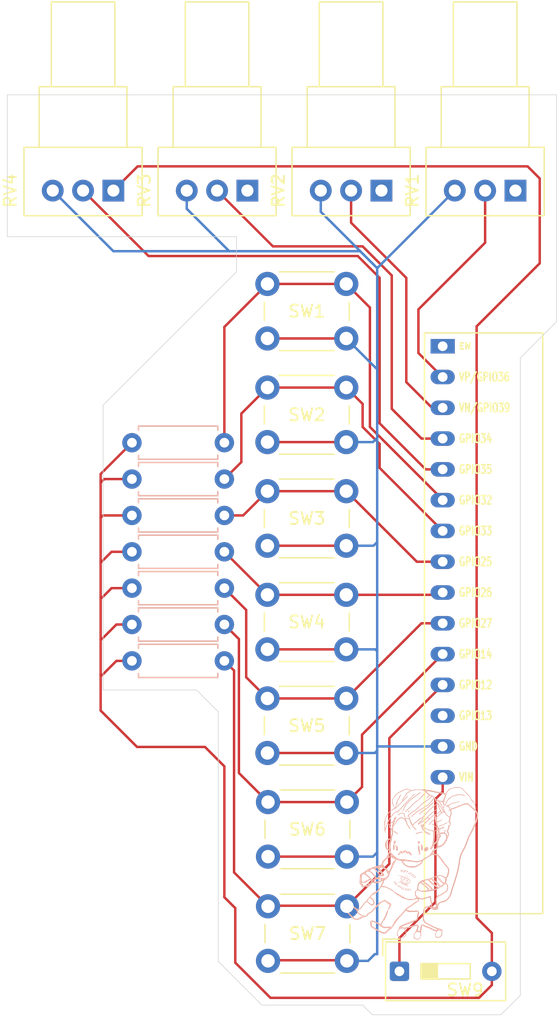
<source format=kicad_pcb>
(kicad_pcb (version 20241229) (generator "pcbnew") (generator_version "9.0")
  (title_block (title "ESP32 BP1 Controller") (date "2025-09-10") (rev "Print V1") (company "Personal Project") (comment 1 "PCB Layout for the ESP32 BP1 Controller") (comment 2 "Artwork by Bree Pierce") (comment 3 "Artwork Conversion by Paul Casillas") (comment 4 "Project by Paul Casillas") (comment 5 "A Breakout Board that incorporates several buttons and three") (comment 6 "potentiometers to read the button presses by an ESP32 DevKit V1") (comment 7 "Improved logic on tracings v2"))
  (layers (0 "F.Cu" signal) (2 "B.Cu" signal) (13 "F.Paste" user) (15 "B.Paste" user) (5 "F.SilkS" user "F.Silkscreen") (7 "B.SilkS" user "B.Silkscreen") (1 "F.Mask" user) (3 "B.Mask" user) (25 "Edge.Cuts" user))
  (net 0 "")
  (net 1 "Net-(U1-GPIO36)")
  (net 2 "Net-(SW9-A)")
  (net 3 "Net-(U1-GPIO39)")
  (net 4 "Net-(U1-GPIO34)")
  (net 5 "Net-(RV4-Pad2)")
  (net 8 "Net-(RV1-Pad3)")
  (net 9 "Net-(SW9-B)")
  (net 10 "Net-(U1-GPIO12)")
  (net 11 "Net-(U1-GPIO14)")
  (net 12 "Net-(U1-GPIO27)")
  (net 13 "Net-(U1-GPIO26)")
  (net 14 "Net-(U1-GPIO25)")
  (net 15 "Net-(U1-GPIO33)")
  (net 16 "Net-(U1-GPIO32)")
  (footprint "Button_Switch_THT:SW_PUSH_6mm_H5mm" (layer "F.Cu") (at 68.55 40.9)
    (property "Reference" "SW1")
    (property "Value" "SW_Push")
  )
  (footprint "Button_Switch_THT:SW_PUSH_6mm_H5mm" (layer "F.Cu") (at 68.6 92.25)
    (property "Reference" "SW7")
    (property "Value" "SW_Push")
  )
  (footprint "Button_Switch_THT:SW_PUSH_6mm_H5mm" (layer "F.Cu") (at 68.55 66.55)
    (property "Reference" "SW4")
    (property "Value" "SW_Push")
  )
  (footprint "Potentiometer_THT:Potentiometer_Alps_RK09Y11_Single_Horizontal" (layer "F.Cu") (at 77.95 33.2 -90)
    (property "Reference" "RV2")
    (property "Value" "R_Potentiometer_US")
  )
  (footprint "Potentiometer_THT:Potentiometer_Alps_RK09Y11_Single_Horizontal" (layer "F.Cu") (at 89 33.2 -90)
    (property "Reference" "RV1")
    (property "Value" "R_Potentiometer_US")
  )
  (footprint "Button_Switch_THT:SW_PUSH_6mm_H5mm" (layer "F.Cu") (at 68.55 75.1)
    (property "Reference" "SW5")
    (property "Value" "SW_Push")
  )
  (footprint "Button_Switch_THT:SW_PUSH_6mm_H5mm" (layer "F.Cu") (at 68.55 49.45)
    (property "Reference" "SW2")
    (property "Value" "SW_Push")
  )
  (footprint "Button_Switch_THT:SW_DIP_SPSTx01_Slide_9.78x4.72mm_W7.62mm_P2.54mm" (layer "F.Cu") (at 79.4325 97.6125)
    (property "Reference" "SW9")
    (property "Value" "SW_SPST")
  )
  (footprint "Potentiometer_THT:Potentiometer_Alps_RK09Y11_Single_Horizontal" (layer "F.Cu") (at 66.9 33.2 -90)
    (property "Reference" "RV3")
    (property "Value" "R_Potentiometer_US")
  )
  (footprint "Button_Switch_THT:SW_PUSH_6mm_H5mm" (layer "F.Cu") (at 68.55 58)
    (property "Reference" "SW3")
    (property "Value" "SW_Push")
  )
  (footprint "Button_Switch_THT:SW_PUSH_6mm_H5mm" (layer "F.Cu") (at 68.6 83.65)
    (property "Reference" "SW6")
    (property "Value" "SW_Push")
  )
  (footprint "Potentiometer_THT:Potentiometer_Alps_RK09Y11_Single_Horizontal" (layer "F.Cu") (at 55.85 33.2 -90)
    (property "Reference" "RV4")
    (property "Value" "R_Potentiometer_US")
  )
  (footprint "Espressif:ESP32-DEVKITV1-Paul-Half" (layer "F.Cu") (at 83 46.04)
    (property "Reference" "U1" (hide yes))
    (property "Value" "~" (hide yes))
  )
  (footprint "UserDefined:ResistorArray" (layer "B.Cu") (at 56.54 67.5)
    (property "Reference" "RN1" (hide yes))
    (property "Value" "10K Array")
  )
  (gr_poly (pts (xy 80.033226 90.28526) (xy 80.038759 90.285682) (xy 80.044584 90.286349) (xy 80.050722 90.287254) (xy 80.061925 90.289459) (xy 80.067304 90.290815) (xy 80.072532 90.292337) (xy 80.077608 90.294024) (xy 80.082531 90.295876) (xy 80.087301 90.29789) (xy 80.091915 90.300067) (xy 80.096373 90.302403) (xy 80.100673 90.304899) (xy 80.104815 90.307553) (xy 80.108796 90.310363) (xy 80.112617 90.313328) (xy 80.116275 90.316448) (xy 80.119769 90.31972) (xy 80.123099 90.323143) (xy 80.126264 90.326717) (xy 80.129261 90.33044) (xy 80.13209 90.334311) (xy 80.13475 90.338327) (xy 80.137239 90.342489) (xy 80.139556 90.346795) (xy 80.141701 90.351244) (xy 80.143671 90.355833) (xy 80.145466 90.360563) (xy 80.147085 90.365432) (xy 80.148526 90.370437) (xy 80.149788 90.37558) (xy 80.15087 90.380857) (xy 80.151772 90.386268) (xy 80.15249 90.391811) (xy 80.153026 90.397485) (xy 80.153422 90.403171) (xy 80.153698 90.408392) (xy 80.153856 90.413142) (xy 80.153896 90.417416) (xy 80.153819 90.421209) (xy 80.153627 90.424515) (xy 80.153322 90.42733) (xy 80.152903 90.429647) (xy 80.152374 90.431461) (xy 80.151734 90.432767) (xy 80.151373 90.433228) (xy 80.150985 90.43356) (xy 80.15057 90.433763) (xy 80.150128 90.433835) (xy 80.14966 90.433775) (xy 80.149165 90.433585) (xy 80.148644 90.433262) (xy 80.148096 90.432805) (xy 80.146924 90.431491) (xy 80.145648 90.429637) (xy 80.143941 90.426961) (xy 80.142372 90.424641) (xy 80.140926 90.422679) (xy 80.140245 90.421831) (xy 80.139589 90.421073) (xy 80.138956 90.420404) (xy 80.138344 90.419824) (xy 80.137753 90.419333) (xy 80.137179 90.418932) (xy 80.136621 90.41862) (xy 80.136077 90.418397) (xy 80.135545 90.418263) (xy 80.135024 90.418218) (xy 80.134511 90.418263) (xy 80.134004 90.418397) (xy 80.133503 90.41862) (xy 80.133004 90.418932) (xy 80.132506 90.419333) (xy 80.132007 90.419824) (xy 80.131506 90.420404) (xy 80.131 90.421073) (xy 80.130488 90.421831) (xy 80.129967 90.422679) (xy 80.129436 90.423616) (xy 80.128894 90.424641) (xy 80.127765 90.426961) (xy 80.126565 90.429637) (xy 80.126152 90.430564) (xy 80.125753 90.431409) (xy 80.125369 90.432174) (xy 80.124999 90.432859) (xy 80.124644 90.433463) (xy 80.124305 90.433989) (xy 80.123981 90.434435) (xy 80.123672 90.434803) (xy 80.12338 90.435092) (xy 80.123104 90.435304) (xy 80.122845 90.435439) (xy 80.122602 90.435497) (xy 80.122376 90.435479) (xy 80.122167 90.435385) (xy 80.121976 90.435216) (xy 80.121803 90.434971) (xy 80.121648 90.434652) (xy 80.121511 90.434259) (xy 80.121393 90.433792) (xy 80.121293 90.433251) (xy 80.121213 90.432638) (xy 80.121151 90.431953) (xy 80.12111 90.431195) (xy 80.121088 90.430366) (xy 80.121104 90.428496) (xy 80.121203 90.426344) (xy 80.121387 90.423915) (xy 80.121656 90.421212) (xy 80.122023 90.418467) (xy 80.122513 90.415699) (xy 80.12312 90.412928) (xy 80.123835 90.410172) (xy 80.124649 90.40745) (xy 80.125554 90.40478) (xy 80.126543 90.402181) (xy 80.127606 90.399671) (xy 80.128736 90.397269) (xy 80.129923 90.394994) (xy 80.131161 90.392863) (xy 80.13244 90.390896) (xy 80.133753 90.389112) (xy 80.13509 90.387527) (xy 80.136445 90.386162) (xy 80.137807 90.385035) (xy 80.138554 90.384473) (xy 80.139246 90.383925) (xy 80.139884 90.383391) (xy 80.140467 90.382872) (xy 80.140995 90.382367) (xy 80.141469 90.381877) (xy 80.141889 90.381402) (xy 80.142254 90.380943) (xy 80.142565 90.380499) (xy 80.142822 90.380071) (xy 80.143025 90.379658) (xy 80.143174 90.379263) (xy 80.143269 90.378883) (xy 80.143311 90.37852) (xy 80.143298 90.378175) (xy 80.143231 90.377846) (xy 80.143111 90.377535) (xy 80.142938 90.377241) (xy 80.14271 90.376966) (xy 80.14243 90.376708) (xy 80.142096 90.376469) (xy 80.141708 90.376248) (xy 80.141268 90.376046) (xy 80.140774 90.375864) (xy 80.140227 90.3757) (xy 80.139626 90.375556) (xy 80.138973 90.375431) (xy 80.138267 90.375327) (xy 80.137508 90.375243) (xy 80.136697 90.375179) (xy 80.135832 90.375135) (xy 80.134915 90.375113) (xy 80.134098 90.375078) (xy 80.13331 90.374996) (xy 80.132552 90.374866) (xy 80.131824 90.37469) (xy 80.131127 90.374469) (xy 80.130461 90.374205) (xy 80.129827 90.373898) (xy 80.129226 90.373551) (xy 80.128657 90.373164) (xy 80.128123 90.372738) (xy 80.127622 90.372275) (xy 80.127156 90.371775) (xy 80.126726 90.371241) (xy 80.126331 90.370673) (xy 80.125973 90.370072) (xy 80.125652 90.369441) (xy 80.125369 90.368779) (xy 80.125123 90.368089) (xy 80.124917 90.36737) (xy 80.12475 90.366626) (xy 80.124622 90.365856) (xy 80.124536 90.365063) (xy 80.12449 90.364247) (xy 80.124486 90.363409) (xy 80.124524 90.362551) (xy 80.124605 90.361674) (xy 80.124729 90.360779) (xy 80.124897 90.359868) (xy 80.125109 90.358941) (xy 80.125367 90.358001) (xy 80.12567 90.357047) (xy 80.126019 90.356082) (xy 80.126576 90.354195) (xy 80.126837 90.352242) (xy 80.126817 90.350235) (xy 80.126532 90.348183) (xy 80.125997 90.346098) (xy 80.125228 90.343992) (xy 80.12424 90.341875) (xy 80.123048 90.339759) (xy 80.121669 90.337654) (xy 80.120116 90.335572) (xy 80.118406 90.333524) (xy 80.116554 90.331521) (xy 80.114576 90.329574) (xy 80.112486 90.327695) (xy 80.110301 90.325894) (xy 80.108035 90.324182) (xy 80.105703 90.322571) (xy 80.103323 90.321072) (xy 80.100908 90.319695) (xy 80.098474 90.318453) (xy 80.096037 90.317356) (xy 80.093612 90.316415) (xy 80.091214 90.315642) (xy 80.088858 90.315047) (xy 80.086561 90.314641) (xy 80.084337 90.314437) (xy 80.082203 90.314444) (xy 80.080172 90.314675) (xy 80.078261 90.31514) (xy 80.076485 90.31585) (xy 80.07486 90.316816) (xy 80.073401 90.31805) (xy 80.072098 90.31942) (xy 80.070911 90.320803) (xy 80.069837 90.322196) (xy 80.068876 90.32359) (xy 80.068024 90.324982) (xy 80.067281 90.326364) (xy 80.066645 90.327732) (xy 80.066114 90.32908) (xy 80.065686 90.330402) (xy 80.06536 90.331693) (xy 80.065133 90.332946) (xy 80.065004 90.334156) (xy 80.064972 90.335318) (xy 80.065034 90.336425) (xy 80.065189 90.337472) (xy 80.065435 90.338453) (xy 80.06577 90.339363) (xy 80.066193 90.340196) (xy 80.066701 90.340946) (xy 80.067293 90.341608) (xy 80.067968 90.342175) (xy 80.068723 90.342643) (xy 80.069557 90.343005) (xy 80.070468 90.343256) (xy 80.071455 90.34339) (xy 80.072515 90.343401) (xy 80.073646 90.343284) (xy 80.074848 90.343033) (xy 80.076118 90.342642) (xy 80.077455 90.342106) (xy 80.078856 90.341419) (xy 80.08032 90.340575) (xy 80.082088 90.339524) (xy 80.083663 90.338677) (xy 80.084378 90.33833) (xy 80.085045 90.338033) (xy 80.085663 90.337787) (xy 80.086232 90.337591) (xy 80.086753 90.337446) (xy 80.087225 90.337351) (xy 80.087649 90.337306) (xy 80.088024 90.337312) (xy 80.088351 90.337368) (xy 80.088628 90.337474) (xy 80.088857 90.33763) (xy 80.089037 90.337836) (xy 80.089168 90.338093) (xy 80.08925 90.338399) (xy 80.089284 90.338755) (xy 80.089268 90.33916) (xy 80.089203 90.339616) (xy 80.089089 90.340121) (xy 80.088926 90.340675) (xy 80.088714 90.341279) (xy 80.088452 90.341933) (xy 80.088141 90.342636) (xy 80.087372 90.34419) (xy 80.086405 90.34594) (xy 80.08524 90.347888) (xy 80.084702 90.348808) (xy 80.084218 90.34974) (xy 80.083788 90.350681) (xy 80.083411 90.351629) (xy 80.083088 90.352585) (xy 80.082817 90.353547) (xy 80.082599 90.354512) (xy 80.082433 90.355481) (xy 80.082319 90.35645) (xy 80.082255 90.357421) (xy 80.082243 90.35839) (xy 80.082282 90.359357) (xy 80.082371 90.36032) (xy 80.082509 90.361278) (xy 80.082697 90.36223) (xy 80.082935 90.363175) (xy 80.083221 90.36411) (xy 80.083555 90.365036) (xy 80.083938 90.36595) (xy 80.084368 90.366851) (xy 80.084845 90.367737) (xy 80.08537 90.368609) (xy 80.085941 90.369464) (xy 80.086558 90.3703) (xy 80.087222 90.371118) (xy 80.08793 90.371915) (xy 80.088684 90.372689) (xy 80.089483 90.373441) (xy 80.090326 90.374168) (xy 80.091213 90.374869) (xy 80.092144 90.375543) (xy 80.093118 90.376188) (xy 80.095824 90.377925) (xy 80.09817 90.379486) (xy 80.100156 90.380879) (xy 80.101781 90.382114) (xy 80.102459 90.382675) (xy 80.103046 90.3832) (xy 80.103544 90.38369) (xy 80.103951 90.384146) (xy 80.104268 90.384569) (xy 80.104495 90.384961) (xy 80.104633 90.385323) (xy 80.10468 90.385656) (xy 80.104637 90.38596) (xy 80.104504 90.386237) (xy 80.104281 90.386489) (xy 80.103968 90.386716) (xy 80.103565 90.386919) (xy 80.103073 90.387101) (xy 80.10249 90.387261) (xy 80.101817 90.387401) (xy 80.100202 90.387625) (xy 80.098227 90.387783) (xy 80.095892 90.387884) (xy 80.093197 90.387937) (xy 80.090492 90.388011) (xy 80.089275 90.388082) (xy 80.088148 90.388179) (xy 80.087111 90.388304) (xy 80.086164 90.38846) (xy 80.085307 90.388648) (xy 80.084541 90.388871) (xy 80.083865 90.389131) (xy 80.083279 90.389431) (xy 80.082783 90.389772) (xy 80.082377 90.390157) (xy 80.082061 90.390588) (xy 80.081836 90.391068) (xy 80.081701 90.391598) (xy 80.081656 90.39218) (xy 80.081701 90.392818) (xy 80.081836 90.393514) (xy 80.082061 90.394268) (xy 80.082377 90.395085) (xy 80.082783 90.395966) (xy 80.083279 90.396913) (xy 80.083865 90.397928) (xy 80.084541 90.399015) (xy 80.085307 90.400174) (xy 80.086164 90.401409) (xy 80.088148 90.404113) (xy 80.090492 90.407145) (xy 80.093197 90.410523) (xy 80.095372 90.413244) (xy 80.09727 90.415702) (xy 80.098891 90.417898) (xy 80.100235 90.419834) (xy 80.101303 90.42151) (xy 80.102094 90.422926) (xy 80.102609 90.424083) (xy 80.102763 90.424565) (xy 80.102847 90.424982) (xy 80.102863 90.425335) (xy 80.102809 90.425624) (xy 80.102687 90.425849) (xy 80.102495 90.42601) (xy 80.102235 90.426106) (xy 80.101905 90.426139) (xy 80.101507 90.426108) (xy 80.101039 90.426013) (xy 80.100503 90.425855) (xy 80.099897 90.425633) (xy 80.09848 90.424999) (xy 80.096786 90.424111) (xy 80.094817 90.422971) (xy 80.093133 90.422031) (xy 80.091495 90.421257) (xy 80.089914 90.420647) (xy 80.089146 90.420403) (xy 80.088396 90.4202) (xy 80.087664 90.420037) (xy 80.086951 90.419913) (xy 80.086259 90.419829) (xy 80.085588 90.419785) (xy 80.084939 90.41978) (xy 80.084314 90.419814) (xy 80.083713 90.419886) (xy 80.083138 90.419997) (xy 80.08259 90.420146) (xy 80.082069 90.420333) (xy 80.081577 90.420557) (xy 80.081115 90.420819) (xy 80.080683 90.421119) (xy 80.080284 90.421455) (xy 80.079918 90.421828) (xy 80.079585 90.422237) (xy 80.079288 90.422683) (xy 80.079027 90.423164) (xy 80.078803 90.423681) (xy 80.078618 90.424234) (xy 80.078472 90.424822) (xy 80.078366 90.425445) (xy 80.078302 90.426103) (xy 80.078281 90.426795) (xy 80.078324 90.427511) (xy 80.078452 90.42824) (xy 80.078662 90.428979) (xy 80.078954 90.429728) (xy 80.079324 90.430485) (xy 80.07977 90.431248) (xy 80.08029 90.432017) (xy 80.080883 90.43279) (xy 80.081546 90.433565) (xy 80.082276 90.434342) (xy 80.083073 90.435118) (xy 80.083933 90.435892) (xy 80.084855 90.436663) (xy 80.085836 90.43743) (xy 80.086875 90.43819) (xy 80.087969 90.438943) (xy 80.089116 90.439687) (xy 80.090314 90.440421) (xy 80.092855 90.441853) (xy 80.095575 90.443227) (xy 80.098456 90.444531) (xy 80.101483 90.445755) (xy 80.104637 90.446887) (xy 80.107903 90.447917) (xy 80.111262 90.448831) (xy 80.114582 90.449739) (xy 80.11773 90.450749) (xy 80.120694 90.451849) (xy 80.123461 90.453029) (xy 80.126017 90.454278) (xy 80.12835 90.455587) (xy 80.130446 90.456944) (xy 80.132293 90.458338) (xy 80.133878 90.459759) (xy 80.135188 90.461197) (xy 80.135736 90.461918) (xy 80.13621 90.46264) (xy 80.136609 90.46336) (xy 80.13693 90.464078) (xy 80.137174 90.464792) (xy 80.137337 90.465501) (xy 80.137418 90.466203) (xy 80.137417 90.466897) (xy 80.13733 90.467583) (xy 80.137156 90.468257) (xy 80.136894 90.46892) (xy 80.136543 90.46957) (xy 80.136097 90.470233) (xy 80.135614 90.470844) (xy 80.135093 90.471403) (xy 80.134538 90.471911) (xy 80.133947 90.472366) (xy 80.133324 90.47277) (xy 80.132668 90.473123) (xy 80.131981 90.473424) (xy 80.131264 90.473674) (xy 80.130519 90.473874) (xy 80.129745 90.474022) (xy 80.128946 90.47412) (xy 80.128121 90.474168) (xy 80.127272 90.474165) (xy 80.1264 90.474112) (xy 80.125506 90.474009) (xy 80.124592 90.473857) (xy 80.123658 90.473654) (xy 80.122705 90.473403) (xy 80.121735 90.473101) (xy 80.120749 90.472751) (xy 80.119748 90.472352) (xy 80.118734 90.471904) (xy 80.117706 90.471407) (xy 80.116667 90.470862) (xy 80.115618 90.470269) (xy 80.114559 90.469627) (xy 80.113493 90.468937) (xy 80.112419 90.4682) (xy 80.111339 90.467414) (xy 80.110255 90.466582) (xy 80.109168 90.465701) (xy 80.106316 90.463408) (xy 80.10366 90.461435) (xy 80.10118 90.459785) (xy 80.099999 90.459081) (xy 80.098856 90.458458) (xy 80.097746 90.457916) (xy 80.096669 90.457457) (xy 80.09562 90.457078) (xy 80.094599 90.456782) (xy 80.093601 90.456568) (xy 80.092626 90.456436) (xy 80.09167 90.456387) (xy 80.090731 90.45642) (xy 80.089807 90.456537) (xy 80.088895 90.456736) (xy 80.087993 90.457019) (xy 80.087097 90.457385) (xy 80.086207 90.457835) (xy 80.085319 90.458369) (xy 80.08443 90.458987) (xy 80.083539 90.45969) (xy 80.082643 90.460476) (xy 80.08174 90.461348) (xy 80.080827 90.462304) (xy 80.079901 90.463346) (xy 80.078002 90.465685) (xy 80.076024 90.468366) (xy 80.074101 90.471049) (xy 80.072401 90.473351) (xy 80.070921 90.47527) (xy 80.069657 90.476803) (xy 80.068606 90.477949) (xy 80.068159 90.478375) (xy 80.067763 90.478703) (xy 80.067419 90.478934) (xy 80.067125 90.479065) (xy 80.066882 90.479098) (xy 80.066689 90.479031) (xy 80.066545 90.478865) (xy 80.06645 90.478599) (xy 80.066404 90.478233) (xy 80.066406 90.477766) (xy 80.066455 90.477199) (xy 80.066551 90.47653) (xy 80.066883 90.474888) (xy 80.067398 90.472837) (xy 80.068092 90.470376) (xy 80.068962 90.4675) (xy 80.070003 90.464209) (xy 80.070002 90.464209) (xy 80.070002 90.464208) (xy 80.070001 90.464208) (xy 80.070001 90.464207) (xy 80.07 90.464207) (xy 80.07 90.464206) (xy 80.069999 90.464206) (xy 80.070707 90.461848) (xy 80.071297 90.459555) (xy 80.071768 90.457341) (xy 80.072124 90.455217) (xy 80.072364 90.453194) (xy 80.07249 90.451285) (xy 80.072504 90.449502) (xy 80.072405 90.447856) (xy 80.072196 90.446359) (xy 80.071878 90.445023) (xy 80.071451 90.44386) (xy 80.070917 90.442882) (xy 80.07061 90.442466) (xy 80.070277 90.442101) (xy 80.069918 90.441787) (xy 80.069533 90.441528) (xy 80.069121 90.441323) (xy 80.068684 90.441176) (xy 80.068222 90.441086) (xy 80.067734 90.441055) (xy 80.067238 90.44096) (xy 80.066753 90.440675) (xy 80.066278 90.440207) (xy 80.065816 90.43956) (xy 80.065365 90.438739) (xy 80.064927 90.437748) (xy 80.06409 90.435275) (xy 80.06331 90.43218) (xy 80.06259 90.4285) (xy 80.061935 90.424273) (xy 80.061349 90.419537) (xy 80.060836 90.414328) (xy 80.0604 90.408684) (xy 80.060045 90.402644) (xy 80.059776 90.396244) (xy 80.059596 90.389522) (xy 80.05951 90.382516) (xy 80.059522 90.375263) (xy 80.059637 90.3678) (xy 80.061252 90.294544) (xy 80.02277 90.300609) (xy 80.014703 90.302051) (xy 80.006528 90.303829) (xy 79.99847 90.305873) (xy 79.990754 90.308114) (xy 79.983606 90.310481) (xy 79.97725 90.312904) (xy 79.97444 90.314115) (xy 79.971913 90.315314) (xy 79.969697 90.316492) (xy 79.96782 90.317641) (xy 79.966281 90.318631) (xy 79.965631 90.319023) (xy 79.965058 90.319346) (xy 79.964564 90.319602) (xy 79.964146 90.319791) (xy 79.963804 90.319915) (xy 79.963539 90.319974) (xy 79.963348 90.319969) (xy 79.96328 90.319943) (xy 79.963231 90.319901) (xy 79.963201 90.319844) (xy 79.963188 90.319772) (xy 79.963218 90.31958) (xy 79.963321 90.319329) (xy 79.963495 90.319018) (xy 79.96374 90.318648) (xy 79.964055 90.31822) (xy 79.964894 90.317194) (xy 79.966007 90.315948) (xy 79.967388 90.314487) (xy 79.969031 90.312819) (xy 79.970933 90.310951) (xy 79.973086 90.308889) (xy 79.975487 90.306641) (xy 79.978129 90.304213) (xy 79.981811 90.301014) (xy 79.985509 90.298123) (xy 79.989241 90.295536) (xy 79.993031 90.293247) (xy 79.9969 90.291251) (xy 80.000867 90.289545) (xy 80.004956 90.288122) (xy 80.009188 90.286977) (xy 80.013583 90.286106) (xy 80.018162 90.285504) (xy 80.022949 90.285166) (xy 80.027963 90.285086)) (fill yes) (layer "B.SilkS"))
  (gr_poly (pts (xy 79.467433 89.647339) (xy 79.467959 89.647442) (xy 79.468478 89.647611) (xy 79.468988 89.647845) (xy 79.46949 89.648141) (xy 79.469982 89.648499) (xy 79.470465 89.648917) (xy 79.470936 89.649392) (xy 79.471396 89.649924) (xy 79.471844 89.65051) (xy 79.472279 89.651149) (xy 79.472701 89.651839) (xy 79.473109 89.652579) (xy 79.473502 89.653366) (xy 79.47388 89.654199) (xy 79.474241 89.655077) (xy 79.474586 89.655997) (xy 79.474913 89.656958) (xy 79.475223 89.657959) (xy 79.475513 89.658996) (xy 79.475784 89.66007) (xy 79.476035 89.661178) (xy 79.476265 89.662318) (xy 79.476474 89.66349) (xy 79.476661 89.66469) (xy 79.476825 89.665917) (xy 79.476966 89.667171) (xy 79.477082 89.668448) (xy 79.477174 89.669747) (xy 79.47724 89.671067) (xy 79.477281 89.672406) (xy 79.477294 89.673763) (xy 79.477275 89.683579) (xy 79.477223 89.687501) (xy 79.47712 89.690799) (xy 79.476948 89.6935) (xy 79.476688 89.695632) (xy 79.476322 89.69722) (xy 79.476094 89.697818) (xy 79.475833 89.69829) (xy 79.475536 89.69864) (xy 79.475202 89.69887) (xy 79.474829 89.698984) (xy 79.474413 89.698985) (xy 79.473953 89.698877) (xy 79.473446 89.698662) (xy 79.472284 89.697928) (xy 79.470909 89.696808) (xy 79.469302 89.69533) (xy 79.465325 89.691402) (xy 79.464218 89.6902) (xy 79.463189 89.688892) (xy 79.462238 89.687488) (xy 79.461364 89.685998) (xy 79.460567 89.684429) (xy 79.459846 89.682793) (xy 79.458634 89.679355) (xy 79.457724 89.675758) (xy 79.457114 89.672078) (xy 79.4568 89.66839) (xy 79.456781 89.66477) (xy 79.457054 89.661293) (xy 79.457615 89.658034) (xy 79.458003 89.656511) (xy 79.458463 89.65507) (xy 79.458993 89.653722) (xy 79.459594 89.652476) (xy 79.460265 89.651341) (xy 79.461006 89.650327) (xy 79.461816 89.649443) (xy 79.462696 89.648698) (xy 79.463645 89.648103) (xy 79.464662 89.647666) (xy 79.465747 89.647396) (xy 79.4669 89.647305)) (fill yes) (layer "B.SilkS"))
  (gr_poly (pts (xy 81.702886 87.345501) (xy 81.704147 87.345715) (xy 81.705521 87.346067) (xy 81.707002 87.346554) (xy 81.710271 87.347918) (xy 81.713917 87.349778) (xy 81.717903 87.352107) (xy 81.722192 87.354876) (xy 81.726747 87.358056) (xy 81.731531 87.36162) (xy 81.736508 87.365539) (xy 81.741641 87.369785) (xy 81.746892 87.37433) (xy 81.752226 87.379146) (xy 81.757604 87.384203) (xy 81.762991 87.389475) (xy 81.768349 87.394932) (xy 81.773641 87.400547) (xy 81.780579 87.408195) (xy 81.78692 87.415473) (xy 81.792684 87.422422) (xy 81.797891 87.429083) (xy 81.802563 87.435497) (xy 81.80672 87.441705) (xy 81.810382 87.447749) (xy 81.813571 87.453669) (xy 81.816308 87.459507) (xy 81.818612 87.465303) (xy 81.820505 87.471099) (xy 81.822008 87.476935) (xy 81.82314 87.482854) (xy 81.823924 87.488895) (xy 81.824378 87.495101) (xy 81.824525 87.501511) (xy 81.824121 87.512348) (xy 81.822926 87.523112) (xy 81.820972 87.533782) (xy 81.818287 87.544334) (xy 81.814901 87.554747) (xy 81.810844 87.564997) (xy 81.806145 87.575061) (xy 81.800833 87.584917) (xy 81.794939 87.594542) (xy 81.788492 87.603914) (xy 81.781521 87.613009) (xy 81.774056 87.621805) (xy 81.766127 87.630279) (xy 81.757763 87.638409) (xy 81.748994 87.646171) (xy 81.739849 87.653543) (xy 81.730358 87.660502) (xy 81.72055 87.667025) (xy 81.710455 87.673091) (xy 81.700103 87.678675) (xy 81.689523 87.683755) (xy 81.678744 87.688309) (xy 81.667797 87.692314) (xy 81.656711 87.695746) (xy 81.645515 87.698584) (xy 81.634239 87.700805) (xy 81.622912 87.702385) (xy 81.611564 87.703302) (xy 81.600226 87.703534) (xy 81.588925 87.703057) (xy 81.577692 87.701849) (xy 81.566556 87.699888) (xy 81.566557 87.699888) (xy 81.544445 87.695421) (xy 81.523356 87.691546) (xy 81.505677 87.688677) (xy 81.498863 87.68775) (xy 81.493797 87.68723) (xy 81.490021 87.686886) (xy 81.486406 87.686416) (xy 81.48295 87.685817) (xy 81.479652 87.685088) (xy 81.476512 87.684228) (xy 81.473528 87.683234) (xy 81.470699 87.682105) (xy 81.468024 87.680838) (xy 81.465503 87.679432) (xy 81.463134 87.677885) (xy 81.460916 87.676195) (xy 81.458848 87.67436) (xy 81.456929 87.672379) (xy 81.455158 87.670249) (xy 81.453534 87.667969) (xy 81.452056 87.665537) (xy 81.450724 87.662951) (xy 81.449535 87.66021) (xy 81.448489 87.65731) (xy 81.447584 87.654251) (xy 81.446821 87.651031) (xy 81.446197 87.647648) (xy 81.445712 87.6441) (xy 81.445365 87.640385) (xy 81.445155 87.636501) (xy 81.44508 87.632447) (xy 81.44514 87.628221) (xy 81.445333 87.62382) (xy 81.44566 87.619243) (xy 81.446117 87.614489) (xy 81.447423 87.604439) (xy 81.453697 87.563408) (xy 81.456475 87.54672) (xy 81.459173 87.532295) (xy 81.46191 87.519914) (xy 81.464808 87.509359) (xy 81.467985 87.500413) (xy 81.471562 87.492859) (xy 81.473537 87.489535) (xy 81.475658 87.486478) (xy 81.477938 87.483659) (xy 81.480393 87.481052) (xy 81.483037 87.47863) (xy 81.485887 87.476365) (xy 81.49226 87.472199) (xy 81.499631 87.468335) (xy 81.508121 87.464557) (xy 81.528937 87.456385) (xy 81.535932 87.453601) (xy 81.542637 87.450705) (xy 81.54904 87.447705) (xy 81.555134 87.444607) (xy 81.560908 87.44142) (xy 81.566352 87.438149) (xy 81.571457 87.434804) (xy 81.576214 87.431389) (xy 81.580613 87.427914) (xy 81.584644 87.424384) (xy 81.588298 87.420808) (xy 81.591565 87.417191) (xy 81.594436 87.413543) (xy 81.596901 87.409869) (xy 81.598951 87.406177) (xy 81.600575 87.402474) (xy 81.601759 87.399645) (xy 81.603146 87.396841) (xy 81.604728 87.394066) (xy 81.606498 87.391324) (xy 81.608448 87.38862) (xy 81.610571 87.385959) (xy 81.61286 87.383343) (xy 81.615306 87.380779) (xy 81.617902 87.378269) (xy 81.620641 87.375818) (xy 81.623515 87.37343) (xy 81.626517 87.37111) (xy 81.629638 87.368862) (xy 81.632872 87.366689) (xy 81.636211 87.364597) (xy 81.639648 87.36259) (xy 81.643175 87.360671) (xy 81.646783 87.358845) (xy 81.650467 87.357117) (xy 81.654218 87.35549) (xy 81.658029 87.353969) (xy 81.661892 87.352557) (xy 81.6658 87.35126) (xy 81.669746 87.350082) (xy 81.67372 87.349026) (xy 81.677717 87.348097) (xy 81.681729 87.3473) (xy 81.685748 87.346638) (xy 81.689766 87.346115) (xy 81.693776 87.345737) (xy 81.697771 87.345507) (xy 81.701742 87.345429)) (fill yes) (layer "B.SilkS"))
  (gr_poly (pts (xy 79.220792 90.348594) (xy 79.223191 90.349012) (xy 79.225692 90.349689) (xy 79.228281 90.35061) (xy 79.230945 90.351761) (xy 79.233667 90.353125) (xy 79.236435 90.354687) (xy 79.239234 90.356433) (xy 79.244868 90.360411) (xy 79.250456 90.364937) (xy 79.255882 90.369888) (xy 79.261035 90.375141) (xy 79.265798 90.380573) (xy 79.27006 90.386062) (xy 79.273705 90.391486) (xy 79.275261 90.394134) (xy 79.276621 90.39672) (xy 79.277769 90.399228) (xy 79.278692 90.401643) (xy 79.279376 90.40395) (xy 79.279805 90.406132) (xy 79.279967 90.408175) (xy 79.279847 90.410064) (xy 79.27943 90.411783) (xy 79.278703 90.413316) (xy 79.277988 90.414431) (xy 79.277266 90.415464) (xy 79.276537 90.416417) (xy 79.275799 90.417288) (xy 79.27505 90.418078) (xy 79.274288 90.418786) (xy 79.273512 90.419412) (xy 79.27272 90.419956) (xy 79.27191 90.420417) (xy 79.27108 90.420796) (xy 79.270229 90.421091) (xy 79.269355 90.421302) (xy 79.268456 90.42143) (xy 79.26753 90.421474) (xy 79.266576 90.421433) (xy 79.265592 90.421307) (xy 79.264577 90.421097) (xy 79.263528 90.420801) (xy 79.262444 90.42042) (xy 79.261323 90.419953) (xy 79.260163 90.4194) (xy 79.258963 90.418761) (xy 79.257721 90.418034) (xy 79.256434 90.417221) (xy 79.255103 90.416321) (xy 79.253724 90.415332) (xy 79.252296 90.414256) (xy 79.250817 90.413092) (xy 79.249285 90.41184) (xy 79.2477 90.410498) (xy 79.244359 90.407548) (xy 79.241665 90.405231) (xy 79.238953 90.403132) (xy 79.236234 90.401244) (xy 79.233519 90.399565) (xy 79.230819 90.398091) (xy 79.228146 90.396817) (xy 79.225511 90.395741) (xy 79.222925 90.394857) (xy 79.220401 90.394161) (xy 79.217948 90.393651) (xy 79.215579 90.393322) (xy 79.213304 90.393169) (xy 79.211136 90.39319) (xy 79.209085 90.39338) (xy 79.207163 90.393735) (xy 79.20538 90.394251) (xy 79.203749 90.394924) (xy 79.202281 90.395751) (xy 79.200987 90.396727) (xy 79.199878 90.397848) (xy 79.198966 90.399111) (xy 79.198262 90.400511) (xy 79.197777 90.402045) (xy 79.197523 90.403709) (xy 79.19751 90.405498) (xy 79.197751 90.407409) (xy 79.198257 90.409438) (xy 79.199039 90.411581) (xy 79.200108 90.413834) (xy 79.201475 90.416192) (xy 79.203153 90.418653) (xy 79.205151 90.421211) (xy 79.207009 90.42354) (xy 79.208614 90.425749) (xy 79.209965 90.427845) (xy 79.210545 90.428852) (xy 79.211061 90.429835) (xy 79.211514 90.430792) (xy 79.211904 90.431727) (xy 79.212229 90.432638) (xy 79.212491 90.433528) (xy 79.212689 90.434397) (xy 79.212824 90.435246) (xy 79.212895 90.436076) (xy 79.212902 90.436888) (xy 79.212845 90.437683) (xy 79.212724 90.438461) (xy 79.21254 90.439225) (xy 79.212291 90.439974) (xy 79.211979 90.44071) (xy 79.211603 90.441433) (xy 79.211162 90.442145) (xy 79.210658 90.442846) (xy 79.21009 90.443538) (xy 79.209457 90.444221) (xy 79.208761 90.444896) (xy 79.208 90.445564) (xy 79.207175 90.446226) (xy 79.206286 90.446883) (xy 79.204315 90.448187) (xy 79.203515 90.448652) (xy 79.2027 90.44907) (xy 79.201871 90.449441) (xy 79.201029 90.449765) (xy 79.200177 90.450043) (xy 79.199316 90.450276) (xy 79.198447 90.450463) (xy 79.197573 90.450605) (xy 79.196694 90.450703) (xy 79.195813 90.450757) (xy 79.194931 90.450767) (xy 79.19405 90.450733) (xy 79.193171 90.450657) (xy 79.192295 90.450539) (xy 79.191426 90.450379) (xy 79.190563 90.450177) (xy 79.189709 90.449934) (xy 79.188866 90.44965) (xy 79.188034 90.449326) (xy 79.187217 90.448963) (xy 79.186414 90.448559) (xy 79.185629 90.448117) (xy 79.184861 90.447636) (xy 79.184114 90.447117) (xy 79.183389 90.44656) (xy 79.182687 90.445966) (xy 79.18201 90.445335) (xy 79.181359 90.444668) (xy 79.180737 90.443964) (xy 79.180144 90.443225) (xy 79.179583 90.44245) (xy 79.179055 90.441641) (xy 79.178391 90.440597) (xy 79.177738 90.439632) (xy 79.177095 90.438747) (xy 79.176462 90.437941) (xy 79.175837 90.437215) (xy 79.175222 90.436569) (xy 79.174614 90.436003) (xy 79.174013 90.435517) (xy 79.173419 90.435112) (xy 79.172832 90.434787) (xy 79.17225 90.434543) (xy 79.171673 90.434381) (xy 79.171101 90.4343) (xy 79.170533 90.4343) (xy 79.169969 90.434382) (xy 79.169407 90.434546) (xy 79.168848 90.434792) (xy 79.168291 90.43512) (xy 79.167735 90.435531) (xy 79.167179 90.436024) (xy 79.166624 90.436601) (xy 79.166069 90.43726) (xy 79.165512 90.438003) (xy 79.164954 90.43883) (xy 79.164394 90.43974) (xy 79.163832 90.440734) (xy 79.163266 90.441813) (xy 79.162697 90.442975) (xy 79.162123 90.444222) (xy 79.161545 90.445554) (xy 79.160961 90.446971) (xy 79.160372 90.448473) (xy 79.159923 90.449738) (xy 79.159534 90.451035) (xy 79.158931 90.453719) (xy 79.158559 90.456509) (xy 79.158414 90.459387) (xy 79.158489 90.462337) (xy 79.158782 90.465341) (xy 79.159286 90.468382) (xy 79.159999 90.471443) (xy 79.160914 90.474506) (xy 79.162028 90.477554) (xy 79.163336 90.480571) (xy 79.164833 90.483538) (xy 79.166515 90.486439) (xy 79.168377 90.489256) (xy 79.170414 90.491973) (xy 79.172622 90.494571) (xy 79.175498 90.497869) (xy 79.178005 90.500989) (xy 79.180156 90.50393) (xy 79.181961 90.506688) (xy 79.183432 90.509263) (xy 79.184582 90.511651) (xy 79.185421 90.513851) (xy 79.185961 90.515859) (xy 79.186213 90.517675) (xy 79.18619 90.519295) (xy 79.185903 90.520717) (xy 79.185363 90.52194) (xy 79.184582 90.522961) (xy 79.183572 90.523777) (xy 79.182344 90.524387) (xy 79.180909 90.524788) (xy 79.179281 90.524978) (xy 79.177469 90.524955) (xy 79.175486 90.524716) (xy 79.173343 90.52426) (xy 79.171052 90.523583) (xy 79.168624 90.522685) (xy 79.166071 90.521562) (xy 79.163405 90.520212) (xy 79.160636 90.518633) (xy 79.157778 90.516824) (xy 79.154841 90.51478) (xy 79.151837 90.512501) (xy 79.148777 90.509985) (xy 79.145674 90.507228) (xy 79.142538 90.504229) (xy 79.139382 90.500985) (xy 79.139381 90.500987) (xy 79.109453 90.469129) (xy 79.158896 90.40879) (xy 79.169035 90.396669) (xy 79.178896 90.385362) (xy 79.188233 90.375115) (xy 79.196802 90.366176) (xy 79.204359 90.358793) (xy 79.207681 90.355762) (xy 79.210659 90.353212) (xy 79.213261 90.351176) (xy 79.215457 90.349683) (xy 79.217216 90.348764) (xy 79.217923 90.34853) (xy 79.218509 90.348451)) (fill yes) (layer "B.SilkS"))
  (gr_poly (pts (xy 78.973469 87.160784) (xy 78.97681 87.161043) (xy 78.980137 87.161461) (xy 78.983436 87.162036) (xy 78.986695 87.162766) (xy 78.9899 87.16365) (xy 78.993038 87.164687) (xy 78.996097 87.165876) (xy 78.999064 87.167215) (xy 79.001925 87.168703) (xy 79.004669 87.170338) (xy 79.007281 87.17212) (xy 79.009749 87.174047) (xy 79.01206 87.176117) (xy 79.014202 87.17833) (xy 79.01616 87.180684) (xy 79.017923 87.183178) (xy 79.019477 87.18581) (xy 79.022772 87.195275) (xy 79.025601 87.209983) (xy 79.027966 87.229187) (xy 79.029871 87.252139) (xy 79.032312 87.306301) (xy 79.032949 87.366493) (xy 79.031808 87.42674) (xy 79.028913 87.481064) (xy 79.026816 87.504138) (xy 79.024289 87.523491) (xy 79.021337 87.538375) (xy 79.017962 87.548044) (xy 79.015581 87.552441) (xy 79.013182 87.556623) (xy 79.010764 87.560589) (xy 79.008325 87.56434) (xy 79.005864 87.567877) (xy 79.00338 87.5712) (xy 79.000872 87.574309) (xy 78.99834 87.577205) (xy 78.995781 87.579888) (xy 78.993195 87.582358) (xy 78.990582 87.584617) (xy 78.987939 87.586664) (xy 78.985266 87.5885) (xy 78.982562 87.590125) (xy 78.979825 87.59154) (xy 78.977055 87.592745) (xy 78.974251 87.59374) (xy 78.971411 87.594527) (xy 78.968535 87.595104) (xy 78.965621 87.595474) (xy 78.962668 87.595636) (xy 78.959676 87.59559) (xy 78.956643 87.595337) (xy 78.953568 87.594878) (xy 78.95045 87.594212) (xy 78.947289 87.593341) (xy 78.944082 87.592265) (xy 78.94083 87.590983) (xy 78.93753 87.589497) (xy 78.934182 87.587807) (xy 78.930785 87.585914) (xy 78.927338 87.583817) (xy 78.925832 87.582765) (xy 78.924406 87.581558) (xy 78.923059 87.580177) (xy 78.921789 87.578603) (xy 78.920596 87.576819) (xy 78.919478 87.574806) (xy 78.918433 87.572546) (xy 78.91746 87.57002) (xy 78.916559 87.56721) (xy 78.915726 87.564099) (xy 78.914962 87.560667) (xy 78.914264 87.556897) (xy 78.913632 87.55277) (xy 78.913064 87.548268) (xy 78.912558 87.543372) (xy 78.912113 87.538066) (xy 78.911402 87.526144) (xy 78.91092 87.512357) (xy 78.910654 87.496558) (xy 78.910595 87.478601) (xy 78.910731 87.458341) (xy 78.911052 87.43563) (xy 78.911546 87.410323) (xy 78.912203 87.382274) (xy 78.913423 87.343975) (xy 78.915093 87.307592) (xy 78.917136 87.273969) (xy 78.919479 87.24395) (xy 78.922047 87.218376) (xy 78.924767 87.19809) (xy 78.927562 87.183937) (xy 78.928965 87.179423) (xy 78.93036 87.176758) (xy 78.932372 87.174488) (xy 78.934563 87.172396) (xy 78.936921 87.17048) (xy 78.939432 87.16874) (xy 78.942083 87.167174) (xy 78.944861 87.16578) (xy 78.947755 87.164557) (xy 78.950749 87.163504) (xy 78.953832 87.16262) (xy 78.956991 87.161904) (xy 78.960213 87.161353) (xy 78.963484 87.160967) (xy 78.966793 87.160744) (xy 78.970125 87.160684)) (fill yes) (layer "B.SilkS"))
  (gr_poly (pts (xy 81.157783 82.847591) (xy 81.159483 82.847818) (xy 81.161241 82.848187) (xy 81.163048 82.848692) (xy 81.164899 82.849326) (xy 81.166784 82.850082) (xy 81.170627 82.851931) (xy 81.174517 82.854184) (xy 81.178391 82.856784) (xy 81.182189 82.859677) (xy 81.185849 82.862806) (xy 81.189308 82.866116) (xy 81.192506 82.869551) (xy 81.195382 82.873056) (xy 81.197872 82.876574) (xy 81.198954 82.878321) (xy 81.199916 82.88005) (xy 81.200752 82.881755) (xy 81.201453 82.883429) (xy 81.202011 82.885064) (xy 81.20242 82.886654) (xy 81.20267 82.888191) (xy 81.202756 82.88967) (xy 81.202696 82.890228) (xy 81.20252 82.890828) (xy 81.20223 82.891468) (xy 81.201829 82.892147) (xy 81.20132 82.892862) (xy 81.200706 82.893612) (xy 81.199989 82.894394) (xy 81.199174 82.895207) (xy 81.198261 82.896048) (xy 81.197256 82.896917) (xy 81.194975 82.898728) (xy 81.192356 82.900624) (xy 81.18942 82.90259) (xy 81.186192 82.904612) (xy 81.182695 82.906674) (xy 81.178952 82.908761) (xy 81.174985 82.910857) (xy 81.17082 82.912949) (xy 81.166478 82.915021) (xy 81.161983 82.917057) (xy 81.157358 82.919043) (xy 81.14226 82.925939) (xy 81.124556 82.935038) (xy 81.104605 82.946095) (xy 81.082769 82.958867) (xy 81.034881 82.988584) (xy 80.983773 83.022241) (xy 80.932329 83.057889) (xy 80.88343 83.09358) (xy 80.839959 83.127367) (xy 80.82116 83.142938) (xy 80.804798 83.157302) (xy 80.788576 83.171755) (xy 80.770759 83.187065) (xy 80.751927 83.202766) (xy 80.732663 83.218394) (xy 80.713548 83.233481) (xy 80.695166 83.247563) (xy 80.678097 83.260174) (xy 80.662923 83.270847) (xy 80.50692 83.37668) (xy 80.486415 83.391679) (xy 80.461141 83.411999) (xy 80.399327 83.465635) (xy 80.327558 83.531656) (xy 80.251913 83.604129) (xy 80.178474 83.677122) (xy 80.11332 83.744702) (xy 80.062531 83.800937) (xy 80.044423 83.822947) (xy 80.032186 83.839895) (xy 80.02581 83.849578) (xy 80.019063 83.859273) (xy 80.012152 83.868722) (xy 80.005279 83.877664) (xy 79.99865 83.88584) (xy 79.992471 83.89299) (xy 79.986944 83.898855) (xy 79.98449 83.901225) (xy 79.982276 83.903176) (xy 79.9755 83.911441) (xy 79.965226 83.927479) (xy 79.936282 83.978641) (xy 79.899642 84.048191) (xy 79.859508 84.127664) (xy 79.82008 84.208589) (xy 79.785559 84.2825) (xy 79.760144 84.340927) (xy 79.752165 84.361688) (xy 79.748038 84.375403) (xy 79.747071 84.379572) (xy 79.745913 84.383642) (xy 79.744579 84.387592) (xy 79.743081 84.391404) (xy 79.741433 84.395058) (xy 79.739649 84.398536) (xy 79.737741 84.401818) (xy 79.735724 84.404884) (xy 79.733611 84.407717) (xy 79.731415 84.410295) (xy 79.72915 84.412601) (xy 79.726829 84.414615) (xy 79.724466 84.416318) (xy 79.722073 84.41769) (xy 79.72087 84.418247) (xy 79.719665 84.418713) (xy 79.71846 84.419088) (xy 79.717255 84.419368) (xy 79.715633 84.419652) (xy 79.714085 84.419862) (xy 79.712609 84.419998) (xy 79.711203 84.420055) (xy 79.709867 84.420032) (xy 79.708598 84.419925) (xy 79.707396 84.419733) (xy 79.706259 84.419453) (xy 79.705185 84.419082) (xy 79.704173 84.418618) (xy 79.703222 84.418059) (xy 79.702331 84.417401) (xy 79.701497 84.416643) (xy 79.700719 84.415781) (xy 79.699997 84.414814) (xy 79.699327 84.413738) (xy 79.69871 84.412552) (xy 79.698144 84.411252) (xy 79.697627 84.409837) (xy 79.697158 84.408304) (xy 79.696735 84.406649) (xy 79.696357 84.404872) (xy 79.696022 84.402968) (xy 79.69573 84.400936) (xy 79.695478 84.398774) (xy 79.695265 84.396478) (xy 79.694952 84.391475) (xy 79.694779 84.385909) (xy 79.694734 84.37976) (xy 79.6952 84.373655) (xy 79.696567 84.366062) (xy 79.698827 84.356999) (xy 79.701972 84.346488) (xy 79.705993 84.334548) (xy 79.710882 84.3212) (xy 79.71663 84.306463) (xy 79.72323 84.290358) (xy 79.738947 84.254122) (xy 79.757968 84.212654) (xy 79.780225 84.166113) (xy 79.805649 84.114661) (xy 79.837868 84.051152) (xy 79.866086 83.997543) (xy 79.89158 83.951815) (xy 79.915623 83.911948) (xy 79.9275 83.893581) (xy 79.939492 83.875923) (xy 79.964461 83.84172) (xy 79.991805 83.80732) (xy 80.022799 83.770703) (xy 80.092477 83.692285) (xy 80.162836 83.617122) (xy 80.233292 83.545757) (xy 80.303262 83.478732) (xy 80.372163 83.416589) (xy 80.439412 83.35987) (xy 80.472235 83.333715) (xy 80.504427 83.309118) (xy 80.535914 83.286149) (xy 80.566624 83.264875) (xy 80.599276 83.242488) (xy 80.634219 83.217818) (xy 80.670367 83.191674) (xy 80.706635 83.164868) (xy 80.741939 83.138211) (xy 80.775192 83.112512) (xy 80.80531 83.088584) (xy 80.831208 83.067235) (xy 80.876516 83.030337) (xy 80.925771 82.992559) (xy 80.97633 82.955689) (xy 81.025549 82.921513) (xy 81.070784 82.89182) (xy 81.109392 82.868397) (xy 81.125384 82.859596) (xy 81.138728 82.853033) (xy 81.149093 82.848931) (xy 81.156148 82.847514)) (fill yes) (layer "B.SilkS"))
  (gr_poly (pts (xy 81.019674 87.233179) (xy 81.022871 87.23342) (xy 81.026054 87.233833) (xy 81.029213 87.234415) (xy 81.032341 87.235161) (xy 81.035431 87.236069) (xy 81.038473 87.237135) (xy 81.04146 87.238355) (xy 81.044383 87.239725) (xy 81.047235 87.241243) (xy 81.050007 87.242905) (xy 81.052691 87.244706) (xy 81.05528 87.246645) (xy 81.057765 87.248716) (xy 81.060137 87.250917) (xy 81.06239 87.253243) (xy 81.064514 87.255692) (xy 81.066503 87.25826) (xy 81.068346 87.260943) (xy 81.070037 87.263738) (xy 81.071568 87.266641) (xy 81.07293 87.269648) (xy 81.074115 87.272757) (xy 81.075115 87.275963) (xy 81.075773 87.27894) (xy 81.076414 87.283046) (xy 81.077635 87.294352) (xy 81.078751 87.309297) (xy 81.079735 87.327297) (xy 81.080558 87.34777) (xy 81.081194 87.370132) (xy 81.081615 87.3938) (xy 81.081794 87.41819) (xy 81.082235 87.450739) (xy 81.083505 87.480207) (xy 81.084489 87.494032) (xy 81.085725 87.507383) (xy 81.087228 87.520358) (xy 81.089014 87.533056) (xy 81.091098 87.545575) (xy 81.093495 87.558013) (xy 81.09622 87.570469) (xy 81.099288 87.583042) (xy 81.106515 87.608932) (xy 81.115295 87.636471) (xy 81.121559 87.656863) (xy 81.127233 87.678752) (xy 81.132302 87.701832) (xy 81.136746 87.725796) (xy 81.140548 87.750336) (xy 81.143689 87.775146) (xy 81.146152 87.799919) (xy 81.147919 87.824347) (xy 81.148972 87.848123) (xy 81.149293 87.87094) (xy 81.148864 87.892491) (xy 81.147666 87.912469) (xy 81.145683 87.930567) (xy 81.142895 87.946477) (xy 81.139286 87.959893) (xy 81.134836 87.970508) (xy 81.13334 87.973024) (xy 81.13163 87.975395) (xy 81.12972 87.97762) (xy 81.127621 87.979699) (xy 81.125348 87.98163) (xy 81.122914 87.983412) (xy 81.12033 87.985046) (xy 81.117611 87.986531) (xy 81.114769 87.987865) (xy 81.111817 87.989048) (xy 81.108768 87.990079) (xy 81.105636 87.990958) (xy 81.102432 87.991684) (xy 81.099171 87.992255) (xy 81.095864 87.992673) (xy 81.092526 87.992935) (xy 81.089168 87.993041) (xy 81.085805 87.99299) (xy 81.082448 87.992782) (xy 81.079111 87.992416) (xy 81.075807 87.99189) (xy 81.072549 87.991206) (xy 81.06935 87.990361) (xy 81.066222 87.989355) (xy 81.06318 87.988187) (xy 81.060235 87.986857) (xy 81.0574 87.985364) (xy 81.054689 87.983707) (xy 81.052115 87.981885) (xy 81.049691 87.979898) (xy 81.047429 87.977745) (xy 81.045342 87.975426) (xy 81.044561 87.974338) (xy 81.04378 87.97296) (xy 81.042222 87.969368) (xy 81.040678 87.96472) (xy 81.039157 87.959085) (xy 81.037669 87.952534) (xy 81.036224 87.945135) (xy 81.034832 87.936958) (xy 81.033502 87.928073) (xy 81.032245 87.918548) (xy 81.031069 87.908455) (xy 81.029003 87.886837) (xy 81.027383 87.863776) (xy 81.026764 87.851878) (xy 81.026285 87.839827) (xy 81.02494 87.813361) (xy 81.022683 87.785729) (xy 81.019605 87.757546) (xy 81.015798 87.729424) (xy 81.011353 87.70198) (xy 81.00636 87.675828) (xy 81.000912 87.651582) (xy 80.9951 87.629857) (xy 80.991566 87.61739) (xy 80.988296 87.604876) (xy 80.985284 87.592261) (xy 80.982524 87.579494) (xy 80.98001 87.566521) (xy 80.977734 87.553291) (xy 80.97569 87.53975) (xy 80.973873 87.525846) (xy 80.970891 87.49674) (xy 80.968738 87.465552) (xy 80.967363 87.431861) (xy 80.966714 87.395247) (xy 80.966528 87.352247) (xy 80.96687 87.318555) (xy 80.967947 87.292876) (xy 80.968825 87.282636) (xy 80.969964 87.273914) (xy 80.971389 87.266548) (xy 80.973128 87.260376) (xy 80.975204 87.255235) (xy 80.977645 87.250964) (xy 80.980476 87.247401) (xy 80.983723 87.244383) (xy 80.987412 87.24175) (xy 80.991568 87.239339) (xy 80.994534 87.237872) (xy 80.997559 87.236609) (xy 81.000633 87.235546) (xy 81.003749 87.23468) (xy 81.006899 87.234007) (xy 81.010074 87.233524) (xy 81.013268 87.233228) (xy 81.01647 87.233114)) (fill yes) (layer "B.SilkS"))
  (gr_poly (pts (xy 79.574871 90.091869) (xy 79.576334 90.092168) (xy 79.577718 90.092634) (xy 79.579021 90.093268) (xy 79.580243 90.094069) (xy 79.58138 90.095036) (xy 79.582433 90.096168) (xy 79.583399 90.097466) (xy 79.584276 90.098928) (xy 79.585064 90.100554) (xy 79.585761 90.102343) (xy 79.586365 90.104294) (xy 79.586874 90.106408) (xy 79.587288 90.108683) (xy 79.587605 90.111118) (xy 79.587822 90.113714) (xy 79.58794 90.116468) (xy 79.587955 90.119382) (xy 79.587868 90.122454) (xy 79.587713 90.125164) (xy 79.587503 90.12748) (xy 79.587235 90.1294) (xy 79.587079 90.130211) (xy 79.586906 90.130923) (xy 79.586718 90.131534) (xy 79.586512 90.132047) (xy 79.586289 90.132459) (xy 79.586049 90.13277) (xy 79.585791 90.132982) (xy 79.585514 90.133092) (xy 79.585218 90.133102) (xy 79.584903 90.133011) (xy 79.584568 90.132818) (xy 79.584212 90.132524) (xy 79.583836 90.132129) (xy 79.583439 90.131631) (xy 79.58302 90.131032) (xy 79.58258 90.13033) (xy 79.58163 90.12862) (xy 79.580587 90.126498) (xy 79.579447 90.123964) (xy 79.578206 90.121015) (xy 79.576861 90.117651) (xy 79.573638 90.109599) (xy 79.57228 90.106452) (xy 79.571061 90.103898) (xy 79.570498 90.102845) (xy 79.56996 90.101941) (xy 79.569447 90.101187) (xy 79.568954 90.100583) (xy 79.568479 90.100131) (xy 79.56802 90.099831) (xy 79.567573 90.099682) (xy 79.567136 90.099687) (xy 79.566706 90.099845) (xy 79.56628 90.100156) (xy 79.565855 90.100622) (xy 79.565429 90.101243) (xy 79.564999 90.102019) (xy 79.564562 90.102951) (xy 79.563654 90.105284) (xy 79.562686 90.108248) (xy 79.561633 90.111845) (xy 79.559186 90.120958) (xy 79.55809 90.125655) (xy 79.557683 90.127853) (xy 79.557371 90.129952) (xy 79.557155 90.131953) (xy 79.557036 90.133856) (xy 79.557014 90.135664) (xy 79.55709 90.137375) (xy 79.557266 90.138992) (xy 79.557542 90.140515) (xy 79.557919 90.141945) (xy 79.558398 90.143283) (xy 79.55898 90.14453) (xy 79.559665 90.145686) (xy 79.560456 90.146753) (xy 79.561351 90.147731) (xy 79.562353 90.148622) (xy 79.563463 90.149425) (xy 79.56468 90.150143) (xy 79.566007 90.150775) (xy 79.567443 90.151323) (xy 79.56899 90.151788) (xy 79.570649 90.15217) (xy 79.57242 90.15247) (xy 79.574305 90.15269) (xy 79.576304 90.152829) (xy 79.578418 90.15289) (xy 79.580648 90.152872) (xy 79.582995 90.152776) (xy 79.58546 90.152605) (xy 79.590746 90.152035) (xy 79.591647 90.152177) (xy 79.59245 90.152829) (xy 79.593158 90.153961) (xy 79.593773 90.155539) (xy 79.594733 90.15991) (xy 79.59535 90.16569) (xy 79.595644 90.172626) (xy 79.595634 90.180463) (xy 79.595339 90.18895) (xy 79.594778 90.197833) (xy 79.593972 90.206859) (xy 79.592938 90.215774) (xy 79.591697 90.224326) (xy 79.590267 90.232262) (xy 79.588669 90.239327) (xy 79.586921 90.24527) (xy 79.585043 90.249836) (xy 79.584061 90.251524) (xy 79.583054 90.252773) (xy 79.58267 90.253139) (xy 79.582291 90.253462) (xy 79.581918 90.253745) (xy 79.58155 90.253987) (xy 79.581189 90.254189) (xy 79.580834 90.254352) (xy 79.580487 90.254475) (xy 79.580147 90.25456) (xy 79.579816 90.254606) (xy 79.579493 90.254614) (xy 79.57918 90.254584) (xy 79.578876 90.254518) (xy 79.578583 90.254415) (xy 79.5783 90.254275) (xy 79.578028 90.2541) (xy 79.577767 90.25389) (xy 79.577519 90.253644) (xy 79.577283 90.253364) (xy 79.57706 90.25305) (xy 79.576851 90.252702) (xy 79.576656 90.252322) (xy 79.576475 90.251908) (xy 79.576309 90.251462) (xy 79.576159 90.250984) (xy 79.576024 90.250475) (xy 79.575906 90.249934) (xy 79.575805 90.249363) (xy 79.575721 90.248762) (xy 79.575655 90.248131) (xy 79.575607 90.24747) (xy 79.575578 90.246781) (xy 79.575568 90.246063) (xy 79.575533 90.245345) (xy 79.57543 90.244653) (xy 79.575259 90.24399) (xy 79.575023 90.243354) (xy 79.574723 90.242747) (xy 79.574361 90.24217) (xy 79.573939 90.241621) (xy 79.573459 90.241103) (xy 79.572921 90.240615) (xy 79.572329 90.240158) (xy 79.571683 90.239733) (xy 79.570986 90.239339) (xy 79.570239 90.238977) (xy 79.569443 90.238649) (xy 79.568601 90.238353) (xy 79.567714 90.238091) (xy 79.566784 90.237864) (xy 79.565813 90.237671) (xy 79.564802 90.237513) (xy 79.563753 90.23739) (xy 79.562668 90.237304) (xy 79.561549 90.237254) (xy 79.560396 90.237241) (xy 79.559213 90.237265) (xy 79.558 90.237327) (xy 79.556759 90.237427) (xy 79.555493 90.237566) (xy 79.554202 90.237744) (xy 79.552889 90.237962) (xy 79.551555 90.23822) (xy 79.550202 90.238519) (xy 79.548831 90.238859) (xy 79.545126 90.239886) (xy 79.541845 90.240926) (xy 79.538982 90.241991) (xy 79.537706 90.242538) (xy 79.536531 90.243095) (xy 79.535459 90.243665) (xy 79.534487 90.24425) (xy 79.533615 90.24485) (xy 79.532842 90.245468) (xy 79.532168 90.246105) (xy 79.531592 90.246762) (xy 79.531112 90.247442) (xy 79.530729 90.248146) (xy 79.530442 90.248875) (xy 79.53025 90.249631) (xy 79.530152 90.250415) (xy 79.530147 90.25123) (xy 79.530234 90.252076) (xy 79.530414 90.252956) (xy 79.530685 90.25387) (xy 79.531046 90.254821) (xy 79.531497 90.255811) (xy 79.532036 90.256839) (xy 79.532664 90.257909) (xy 79.53338 90.259022) (xy 79.53507 90.261383) (xy 79.537101 90.263934) (xy 79.538701 90.265731) (xy 79.540396 90.267392) (xy 79.542173 90.268911) (xy 79.544014 90.270283) (xy 79.545907 90.271503) (xy 79.547837 90.272566) (xy 79.549788 90.273468) (xy 79.551745 90.274203) (xy 79.553695 90.274767) (xy 79.555622 90.275155) (xy 79.556573 90.275281) (xy 79.557512 90.275361) (xy 79.558438 90.275395) (xy 79.559349 90.275381) (xy 79.560244 90.27532) (xy 79.56112 90.27521) (xy 79.561975 90.275052) (xy 79.562809 90.274843) (xy 79.563618 90.274585) (xy 79.564401 90.274276) (xy 79.565156 90.273915) (xy 79.565882 90.273502) (xy 79.566614 90.273062) (xy 79.567309 90.272666) (xy 79.567968 90.272316) (xy 79.56859 90.27201) (xy 79.569175 90.271748) (xy 79.569722 90.27153) (xy 79.570232 90.271356) (xy 79.570705 90.271226) (xy 79.571139 90.271138) (xy 79.571536 90.271093) (xy 79.571894 90.271091) (xy 79.572214 90.27113) (xy 79.572495 90.271212) (xy 79.572738 90.271334) (xy 79.572941 90.271498) (xy 79.573105 90.271703) (xy 79.573229 90.271948) (xy 79.573314 90.272233) (xy 79.573359 90.272558) (xy 79.573363 90.272923) (xy 79.573328 90.273326) (xy 79.573252 90.273769) (xy 79.573135 90.27425) (xy 79.572977 90.274769) (xy 79.572778 90.275327) (xy 79.572538 90.275921) (xy 79.572256 90.276554) (xy 79.571933 90.277223) (xy 79.571567 90.277928) (xy 79.57116 90.27867) (xy 79.570217 90.280262) (xy 79.568047 90.283738) (xy 79.566091 90.286732) (xy 79.565177 90.288045) (xy 79.564296 90.289234) (xy 79.563441 90.290296) (xy 79.562607 90.29123) (xy 79.561786 90.292035) (xy 79.560972 90.292709) (xy 79.560158 90.293251) (xy 79.559337 90.293659) (xy 79.558504 90.293931) (xy 79.55765 90.294067) (xy 79.55677 90.294063) (xy 79.555857 90.29392) (xy 79.554904 90.293636) (xy 79.553905 90.293208) (xy 79.552853 90.292636) (xy 79.551741 90.291917) (xy 79.550562 90.291051) (xy 79.549311 90.290036) (xy 79.54798 90.28887) (xy 79.546562 90.287551) (xy 79.545052 90.286079) (xy 79.543442 90.284452) (xy 79.539896 90.280726) (xy 79.535872 90.27636) (xy 79.531317 90.271343) (xy 79.531316 90.271341) (xy 79.52627 90.265656) (xy 79.52193 90.26051) (xy 79.518302 90.255871) (xy 79.516756 90.253731) (xy 79.51539 90.251705) (xy 79.514205 90.249791) (xy 79.5132 90.247982) (xy 79.512377 90.246276) (xy 79.511737 90.244669) (xy 79.511279 90.243156) (xy 79.511005 90.241734) (xy 79.510915 90.240397) (xy 79.511009 90.239144) (xy 79.511289 90.237968) (xy 79.511755 90.236867) (xy 79.512407 90.235836) (xy 79.513247 90.234872) (xy 79.514275 90.233969) (xy 79.515491 90.233125) (xy 79.516896 90.232335) (xy 79.51849 90.231596) (xy 79.520275 90.230902) (xy 79.522251 90.230251) (xy 79.524419 90.229637) (xy 79.526779 90.229058) (xy 79.532077 90.227986) (xy 79.538152 90.227001) (xy 79.541943 90.226362) (xy 79.545509 90.225597) (xy 79.548849 90.224716) (xy 79.551962 90.223724) (xy 79.554848 90.22263) (xy 79.557505 90.221441) (xy 79.559933 90.220165) (xy 79.56213 90.21881) (xy 79.564096 90.217382) (xy 79.56583 90.215891) (xy 79.567331 90.214342) (xy 79.568598 90.212744) (xy 79.56963 90.211105) (xy 79.570426 90.209432) (xy 79.570986 90.207732) (xy 79.571308 90.206013) (xy 79.571392 90.204284) (xy 79.571237 90.20255) (xy 79.570841 90.20082) (xy 79.570204 90.199102) (xy 79.569326 90.197403) (xy 79.568204 90.19573) (xy 79.566839 90.194092) (xy 79.565229 90.192496) (xy 79.563374 90.190949) (xy 79.561272 90.189459) (xy 79.558923 90.188033) (xy 79.556325 90.18668) (xy 79.553479 90.185407) (xy 79.550382 90.18422) (xy 79.547034 90.183129) (xy 79.543435 90.18214) (xy 79.53997 90.181212) (xy 79.536603 90.180193) (xy 79.53335 90.179095) (xy 79.530229 90.177928) (xy 79.527257 90.176701) (xy 79.524453 90.175425) (xy 79.521832 90.174111) (xy 79.519414 90.172768) (xy 79.517214 90.171407) (xy 79.515252 90.170038) (xy 79.513543 90.168671) (xy 79.512106 90.167316) (xy 79.510958 90.165984) (xy 79.510117 90.164684) (xy 79.509816 90.16405) (xy 79.509599 90.163427) (xy 79.509467 90.162818) (xy 79.509423 90.162224) (xy 79.509453 90.161652) (xy 79.509543 90.16111) (xy 79.509691 90.160597) (xy 79.509895 90.160115) (xy 79.510155 90.159663) (xy 79.510468 90.159241) (xy 79.510833 90.15885) (xy 79.511249 90.15849) (xy 79.511715 90.158161) (xy 79.512227 90.157862) (xy 79.512786 90.157595) (xy 79.51339 90.15736) (xy 79.514037 90.157156) (xy 79.514726 90.156984) (xy 79.515455 90.156844) (xy 79.516223 90.156736) (xy 79.517028 90.15666) (xy 79.517869 90.156617) (xy 79.518745 90.156606) (xy 79.519653 90.156629) (xy 79.520592 90.156684) (xy 79.521562 90.156772) (xy 79.52256 90.156894) (xy 79.523584 90.15705) (xy 79.524635 90.157239) (xy 79.525709 90.157462) (xy 79.526805 90.157719) (xy 79.527923 90.15801) (xy 79.52906 90.158336) (xy 79.530215 90.158696) (xy 79.531387 90.159091) (xy 79.532574 90.159521) (xy 79.536006 90.160779) (xy 79.539012 90.161813) (xy 79.541598 90.162616) (xy 79.543768 90.163177) (xy 79.544699 90.163365) (xy 79.545527 90.163489) (xy 79.546255 90.163548) (xy 79.546881 90.163541) (xy 79.547408 90.163468) (xy 79.547835 90.163326) (xy 79.548163 90.163116) (xy 79.548393 90.162835) (xy 79.548525 90.162483) (xy 79.548561 90.162058) (xy 79.5485 90.16156) (xy 79.548343 90.160987) (xy 79.548092 90.160339) (xy 79.547746 90.159613) (xy 79.547306 90.158809) (xy 79.546773 90.157927) (xy 79.545431 90.15592) (xy 79.543724 90.153583) (xy 79.541657 90.150907) (xy 79.539235 90.147884) (xy 79.536884 90.144872) (xy 79.535841 90.143436) (xy 79.534887 90.14204) (xy 79.534023 90.140683) (xy 79.533249 90.139361) (xy 79.532567 90.138069) (xy 79.531975 90.136805) (xy 79.531477 90.135565) (xy 79.53107 90.134346) (xy 79.530758 90.133144) (xy 79.53054 90.131955) (xy 79.530416 90.130777) (xy 79.530388 90.129605) (xy 79.530456 90.128437) (xy 79.53062 90.127268) (xy 79.530882 90.126096) (xy 79.531242 90.124916) (xy 79.531701 90.123726) (xy 79.532259 90.122522) (xy 79.532916 90.121299) (xy 79.533674 90.120056) (xy 79.534534 90.118788) (xy 79.535495 90.117492) (xy 79.536558 90.116164) (xy 79.537724 90.114801) (xy 79.540369 90.111956) (xy 79.543434 90.108929) (xy 79.546923 90.105692) (xy 79.549335 90.103571) (xy 79.55169 90.101628) (xy 79.553984 90.099861) (xy 79.556218 90.098269) (xy 79.55839 90.096852) (xy 79.560497 90.095609) (xy 79.562539 90.094541) (xy 79.564514 90.093645) (xy 79.56642 90.092921) (xy 79.568256 90.09237) (xy 79.570021 90.091989) (xy 79.571713 90.09178) (xy 79.57333 90.09174)) (fill yes) (layer "B.SilkS"))
  (gr_poly (pts (xy 79.061184 90.171241) (xy 79.063065 90.17144) (xy 79.065028 90.171837) (xy 79.067063 90.172432) (xy 79.069158 90.173228) (xy 79.071303 90.174223) (xy 79.073489 90.175419) (xy 79.075705 90.176817) (xy 79.07794 90.178416) (xy 79.080184 90.180217) (xy 79.082427 90.182222) (xy 79.084659 90.18443) (xy 79.086869 90.186843) (xy 79.089046 90.18946) (xy 79.091181 90.192283) (xy 79.093263 90.195311) (xy 79.095188 90.198376) (xy 79.096957 90.201448) (xy 79.100032 90.207575) (xy 79.102501 90.213614) (xy 79.104375 90.219485) (xy 79.105666 90.225112) (xy 79.106388 90.230417) (xy 79.106552 90.23532) (xy 79.106429 90.237597) (xy 79.10617 90.239744) (xy 79.105779 90.241752) (xy 79.105255 90.243611) (xy 79.104601 90.245311) (xy 79.103819 90.246843) (xy 79.102909 90.248196) (xy 79.101874 90.249362) (xy 79.100714 90.250329) (xy 79.099432 90.251089) (xy 79.098028 90.251631) (xy 79.096505 90.251946) (xy 79.094864 90.252025) (xy 79.093106 90.251856) (xy 79.091234 90.251431) (xy 79.089247 90.25074) (xy 79.087149 90.249773) (xy 79.084941 90.248521) (xy 79.08423 90.248177) (xy 79.083394 90.247943) (xy 79.082438 90.247818) (xy 79.081364 90.247798) (xy 79.080179 90.247883) (xy 79.078885 90.24807) (xy 79.077487 90.248356) (xy 79.075989 90.24874) (xy 79.072708 90.249792) (xy 79.069076 90.25121) (xy 79.065126 90.252975) (xy 79.060891 90.255071) (xy 79.056404 90.25748) (xy 79.051697 90.260187) (xy 79.046804 90.263174) (xy 79.041757 90.266423) (xy 79.03659 90.269919) (xy 79.031335 90.273643) (xy 79.026025 90.277579) (xy 79.020694 90.281709) (xy 79.015174 90.285985) (xy 79.009778 90.289973) (xy 79.004531 90.293663) (xy 78.999457 90.297044) (xy 78.99458 90.300104) (xy 78.989924 90.302833) (xy 78.985513 90.305219) (xy 78.981371 90.30725) (xy 78.977523 90.308917) (xy 78.973992 90.310207) (xy 78.970802 90.31111) (xy 78.967978 90.311614) (xy 78.965544 90.311709) (xy 78.964481 90.311599) (xy 78.963524 90.311382) (xy 78.962676 90.311058) (xy 78.961941 90.310624) (xy 78.961321 90.310079) (xy 78.96082 90.309422) (xy 78.96082 90.309423) (xy 78.960337 90.308061) (xy 78.960318 90.306332) (xy 78.960738 90.304264) (xy 78.96157 90.301882) (xy 78.96279 90.299215) (xy 78.964372 90.296288) (xy 78.968521 90.289762) (xy 78.973813 90.282518) (xy 78.980045 90.27477) (xy 78.987013 90.266731) (xy 78.994514 90.258616) (xy 79.002345 90.250636) (xy 79.010302 90.243007) (xy 79.018181 90.235942) (xy 79.025779 90.229654) (xy 79.032893 90.224357) (xy 79.039319 90.220264) (xy 79.042211 90.218736) (xy 79.044854 90.217589) (xy 79.047223 90.21685) (xy 79.049294 90.216546) (xy 79.049772 90.216502) (xy 79.050225 90.216411) (xy 79.050654 90.216273) (xy 79.051059 90.216091) (xy 79.051438 90.215864) (xy 79.051792 90.215596) (xy 79.052121 90.215286) (xy 79.052425 90.214935) (xy 79.052703 90.214546) (xy 79.052955 90.21412) (xy 79.053182 90.213657) (xy 79.053382 90.213158) (xy 79.053557 90.212626) (xy 79.053705 90.21206) (xy 79.053827 90.211464) (xy 79.053922 90.210836) (xy 79.05399 90.21018) (xy 79.054032 90.209495) (xy 79.054046 90.208784) (xy 79.054033 90.208047) (xy 79.053993 90.207286) (xy 79.053925 90.206502) (xy 79.05383 90.205696) (xy 79.053706 90.204869) (xy 79.053555 90.204022) (xy 79.053376 90.203158) (xy 79.053168 90.202276) (xy 79.052932 90.201378) (xy 79.052667 90.200466) (xy 79.052373 90.19954) (xy 79.052051 90.198602) (xy 79.051699 90.197653) (xy 79.050612 90.194568) (xy 79.049782 90.191672) (xy 79.049198 90.188965) (xy 79.048852 90.186447) (xy 79.048732 90.18412) (xy 79.048828 90.181984) (xy 79.04913 90.180039) (xy 79.049627 90.178285) (xy 79.050309 90.176725) (xy 79.051165 90.175357) (xy 79.052186 90.174184) (xy 79.053361 90.173204) (xy 79.05468 90.17242) (xy 79.056132 90.17183) (xy 79.057707 90.171437) (xy 79.059394 90.171241)) (fill yes) (layer "B.SilkS"))
  (gr_poly (pts (xy 83.363617 85.325686) (xy 83.365884 85.326214) (xy 83.368805 85.327445) (xy 83.371477 85.328797) (xy 83.373904 85.330261) (xy 83.376089 85.331828) (xy 83.378034 85.333489) (xy 83.379741 85.335237) (xy 83.381213 85.337061) (xy 83.382453 85.338954) (xy 83.383463 85.340907) (xy 83.384246 85.342911) (xy 83.384805 85.344957) (xy 83.385141 85.347038) (xy 83.385258 85.349144) (xy 83.385157 85.351266) (xy 83.384843 85.353396) (xy 83.384316 85.355526) (xy 83.383581 85.357646) (xy 83.382638 85.359749) (xy 83.381492 85.361824) (xy 83.380144 85.363865) (xy 83.378597 85.365861) (xy 83.376854 85.367805) (xy 83.374917 85.369687) (xy 83.372789 85.3715) (xy 83.370472 85.373234) (xy 83.367969 85.374881) (xy 83.365282 85.376432) (xy 83.362415 85.377878) (xy 83.359369 85.379212) (xy 83.356147 85.380423) (xy 83.352752 85.381504) (xy 83.349187 85.382446) (xy 83.345137 85.383572) (xy 83.340529 85.385144) (xy 83.335412 85.387133) (xy 83.329842 85.389511) (xy 83.323869 85.392249) (xy 83.317546 85.39532) (xy 83.304063 85.402342) (xy 83.289812 85.41035) (xy 83.275214 85.419115) (xy 83.26069 85.42841) (xy 83.253587 85.433186) (xy 83.24666 85.438008) (xy 83.230955 85.448603) (xy 83.213093 85.459685) (xy 83.193284 85.47116) (xy 83.171736 85.482934) (xy 83.124265 85.507006) (xy 83.072354 85.531154) (xy 83.017678 85.554628) (xy 82.961913 85.57668) (xy 82.906734 85.596563) (xy 82.879887 85.605456) (xy 82.853815 85.613526) (xy 82.834147 85.619542) (xy 82.815303 85.625608) (xy 82.79773 85.631559) (xy 82.781876 85.637231) (xy 82.76819 85.642457) (xy 82.757119 85.647073) (xy 82.749111 85.650914) (xy 82.746396 85.652492) (xy 82.744614 85.653814) (xy 82.742846 85.655384) (xy 82.741103 85.656832) (xy 82.739387 85.658158) (xy 82.737696 85.659361) (xy 82.736032 85.660442) (xy 82.734394 85.661401) (xy 82.732782 85.662237) (xy 82.731198 85.662952) (xy 82.72964 85.663544) (xy 82.72811 85.664014) (xy 82.726607 85.664363) (xy 82.725132 85.664589) (xy 82.723684 85.664693) (xy 82.722264 85.664676) (xy 82.720873 85.664536) (xy 82.719509 85.664275) (xy 82.718175 85.663892) (xy 82.716869 85.663388) (xy 82.715592 85.662761) (xy 82.714343 85.662014) (xy 82.713125 85.661144) (xy 82.711935 85.660153) (xy 82.710775 85.659041) (xy 82.709645 85.657807) (xy 82.708546 85.656451) (xy 82.707476 85.654975) (xy 82.706436 85.653377) (xy 82.705428 85.651658) (xy 82.70445 85.649817) (xy 82.703503 85.647856) (xy 82.702587 85.645773) (xy 82.701702 85.643569) (xy 82.70091 85.641127) (xy 82.700388 85.638658) (xy 82.700131 85.636168) (xy 82.700128 85.633664) (xy 82.700371 85.631153) (xy 82.700854 85.628643) (xy 82.701567 85.626139) (xy 82.702502 85.62365) (xy 82.703651 85.621181) (xy 82.705006 85.618739) (xy 82.706559 85.616332) (xy 82.708301 85.613967) (xy 82.710224 85.61165) (xy 82.71232 85.609388) (xy 82.714581 85.607188) (xy 82.716999 85.605056) (xy 82.719565 85.603001) (xy 82.722271 85.601029) (xy 82.725109 85.599146) (xy 82.728072 85.597359) (xy 82.73115 85.595676) (xy 82.734335 85.594103) (xy 82.73762 85.592647) (xy 82.740995 85.591315) (xy 82.744454 85.590114) (xy 82.747987 85.589051) (xy 82.751586 85.588133) (xy 82.755244 85.587366) (xy 82.758952 85.586757) (xy 82.762702 85.586314) (xy 82.766486 85.586043) (xy 82.770295 85.585951) (xy 82.773202 85.585886) (xy 82.776156 85.585696) (xy 82.779135 85.585387) (xy 82.782119 85.584965) (xy 82.785087 85.584437) (xy 82.788019 85.583809) (xy 82.790894 85.583087) (xy 82.79369 85.582279) (xy 82.796387 85.58139) (xy 82.798965 85.580427) (xy 82.801403 85.579396) (xy 82.803679 85.578304) (xy 82.805774 85.577157) (xy 82.807666 85.575961) (xy 82.809335 85.574723) (xy 82.81076 85.57345) (xy 82.812859 85.571899) (xy 82.816505 85.569846) (xy 82.821611 85.567326) (xy 82.828089 85.564372) (xy 82.844814 85.5573) (xy 82.86598 85.548899) (xy 82.890891 85.53944) (xy 82.918846 85.529195) (xy 82.949147 85.518434) (xy 82.981095 85.507427) (xy 83.013346 85.496164) (xy 83.044517 85.484667) (xy 83.073847 85.473258) (xy 83.100577 85.462259) (xy 83.123947 85.451994) (xy 83.143198 85.442783) (xy 83.15757 85.434951) (xy 83.162689 85.431652) (xy 83.166303 85.428819) (xy 83.175994 85.42056) (xy 83.187404 85.411855) (xy 83.200243 85.402851) (xy 83.214223 85.393698) (xy 83.229056 85.384544) (xy 83.244452 85.375536) (xy 83.260123 85.366825) (xy 83.27578 85.358557) (xy 83.291134 85.350882) (xy 83.305897 85.343947) (xy 83.31978 85.337902) (xy 83.332493 85.332895) (xy 83.343749 85.329074) (xy 83.353259 85.326588) (xy 83.360734 85.325585)) (fill yes) (layer "B.SilkS"))
  (gr_poly (pts (xy 79.953793 90.744598) (xy 79.956577 90.744987) (xy 79.959393 90.745658) (xy 79.96224 90.746611) (xy 79.965118 90.747847) (xy 79.968027 90.749366) (xy 79.970966 90.751167) (xy 79.973936 90.753251) (xy 79.976936 90.755618) (xy 79.979966 90.758268) (xy 79.983026 90.761201) (xy 79.985048 90.763349) (xy 79.986924 90.765596) (xy 79.988656 90.767931) (xy 79.990244 90.770344) (xy 79.991689 90.772823) (xy 79.992991 90.775357) (xy 79.994151 90.777936) (xy 79.99517 90.780548) (xy 79.996048 90.783183) (xy 79.996787 90.785829) (xy 79.997387 90.788475) (xy 79.997848 90.791111) (xy 79.998171 90.793725) (xy 79.998358 90.796307) (xy 79.998408 90.798845) (xy 79.998322 90.801329) (xy 79.998101 90.803747) (xy 79.997746 90.806089) (xy 79.997258 90.808344) (xy 79.996636 90.8105) (xy 79.995882 90.812546) (xy 79.994997 90.814473) (xy 79.993981 90.816268) (xy 79.992834 90.81792) (xy 79.991558 90.81942) (xy 79.990154 90.820755) (xy 79.988621 90.821915) (xy 79.98696 90.822888) (xy 79.985173 90.823664) (xy 79.98326 90.824233) (xy 79.981221 90.824582) (xy 79.979058 90.8247) (xy 79.978041 90.824674) (xy 79.977036 90.824597) (xy 79.976046 90.824471) (xy 79.975072 90.824295) (xy 79.974114 90.824073) (xy 79.973174 90.823804) (xy 79.972253 90.823491) (xy 79.971353 90.823135) (xy 79.970474 90.822736) (xy 79.969619 90.822296) (xy 79.968788 90.821817) (xy 79.967983 90.821299) (xy 79.967204 90.820745) (xy 79.966454 90.820154) (xy 79.965733 90.819529) (xy 79.965043 90.818871) (xy 79.964385 90.818181) (xy 79.96376 90.81746) (xy 79.96317 90.81671) (xy 79.962615 90.815931) (xy 79.962097 90.815126) (xy 79.961618 90.814295) (xy 79.961178 90.81344) (xy 79.96078 90.812561) (xy 79.960423 90.811661) (xy 79.96011 90.810741) (xy 79.959841 90.809801) (xy 79.959619 90.808843) (xy 79.959444 90.807868) (xy 79.959317 90.806878) (xy 79.95924 90.805873) (xy 79.959214 90.804856) (xy 79.959141 90.801361) (xy 79.958926 90.798208) (xy 79.958578 90.79539) (xy 79.958104 90.792901) (xy 79.957512 90.790736) (xy 79.95681 90.788887) (xy 79.956005 90.78735) (xy 79.955105 90.786116) (xy 79.954118 90.785182) (xy 79.953051 90.784539) (xy 79.951913 90.784183) (xy 79.950711 90.784107) (xy 79.949453 90.784305) (xy 79.948146 90.784771) (xy 79.946798 90.785498) (xy 79.945418 90.786481) (xy 79.944012 90.787713) (xy 79.942589 90.789188) (xy 79.941156 90.790901) (xy 79.93972 90.792844) (xy 79.938291 90.795012) (xy 79.936875 90.797398) (xy 79.93548 90.799997) (xy 79.934114 90.802802) (xy 79.932784 90.805807) (xy 79.931499 90.809007) (xy 79.930266 90.812394) (xy 79.929093 90.815963) (xy 79.927987 90.819707) (xy 79.926956 90.823621) (xy 79.926009 90.827697) (xy 79.925152 90.831931) (xy 79.923455 90.841715) (xy 79.922208 90.850567) (xy 79.921413 90.85849) (xy 79.921071 90.865486) (xy 79.921183 90.871555) (xy 79.921749 90.8767) (xy 79.922202 90.878926) (xy 79.92277 90.880922) (xy 79.923451 90.882687) (xy 79.924247 90.884222) (xy 79.925157 90.885526) (xy 79.926182 90.886601) (xy 79.927321 90.887446) (xy 79.928575 90.888062) (xy 79.929943 90.888448) (xy 79.931426 90.888606) (xy 79.933024 90.888534) (xy 79.934738 90.888234) (xy 79.936566 90.887705) (xy 79.93851 90.886947) (xy 79.940569 90.885962) (xy 79.942744 90.884748) (xy 79.94744 90.881637) (xy 79.9526 90.877617) (xy 79.957325 90.873849) (xy 79.959511 90.872227) (xy 79.961579 90.87078) (xy 79.963529 90.869507) (xy 79.96536 90.868408) (xy 79.967074 90.867483) (xy 79.96867 90.866733) (xy 79.970147 90.866157) (xy 79.971506 90.865754) (xy 79.972746 90.865526) (xy 79.973868 90.865472) (xy 79.974871 90.865591) (xy 79.975756 90.865884) (xy 79.976522 90.866351) (xy 79.97717 90.866991) (xy 79.977698 90.867804) (xy 79.978108 90.868791) (xy 79.978399 90.869952) (xy 79.978571 90.871285) (xy 79.978623 90.872792) (xy 79.978557 90.874471) (xy 79.978372 90.876324) (xy 79.978067 90.878349) (xy 79.977643 90.880548) (xy 79.977099 90.882919) (xy 79.976436 90.885462) (xy 79.975654 90.888179) (xy 79.97373 90.894128) (xy 79.971327 90.900768) (xy 79.970279 90.903349) (xy 79.969134 90.905811) (xy 79.967893 90.908151) (xy 79.966557 90.910371) (xy 79.965129 90.912469) (xy 79.963609 90.914445) (xy 79.961999 90.916298) (xy 79.9603 90.918029) (xy 79.958513 90.919637) (xy 79.956641 90.921121) (xy 79.954683 90.922482) (xy 79.952642 90.923718) (xy 79.950519 90.924829) (xy 79.948315 90.925816) (xy 79.946032 90.926677) (xy 79.943671 90.927413) (xy 79.941233 90.928022) (xy 79.938719 90.928505) (xy 79.936132 90.928861) (xy 79.933472 90.92909) (xy 79.93074 90.929191) (xy 79.927939 90.929164) (xy 79.925069 90.929009) (xy 79.922132 90.928725) (xy 79.919129 90.928312) (xy 79.916061 90.927769) (xy 79.91293 90.927097) (xy 79.909738 90.926294) (xy 79.906484 90.92536) (xy 79.903172 90.924296) (xy 79.899802 90.9231) (xy 79.896376 90.921772) (xy 79.896376 90.921773) (xy 79.894374 90.920872) (xy 79.89251 90.919837) (xy 79.890782 90.918664) (xy 79.889192 90.917349) (xy 79.887738 90.915888) (xy 79.886422 90.914278) (xy 79.885244 90.912514) (xy 79.884203 90.910593) (xy 79.8833 90.908511) (xy 79.882535 90.906263) (xy 79.881909 90.903847) (xy 79.88142 90.901258) (xy 79.88107 90.898492) (xy 79.880858 90.895545) (xy 79.880786 90.892414) (xy 79.880852 90.889095) (xy 79.881057 90.885583) (xy 79.881401 90.881876) (xy 79.881885 90.877968) (xy 79.882509 90.873857) (xy 79.883272 90.869538) (xy 79.884174 90.865007) (xy 79.885217 90.860261) (xy 79.8864 90.855296) (xy 79.889187 90.844692) (xy 79.892536 90.833164) (xy 79.896449 90.820682) (xy 79.900926 90.807214) (xy 79.90504 90.795912) (xy 79.909297 90.785729) (xy 79.913696 90.776667) (xy 79.915949 90.772556) (xy 79.918236 90.768725) (xy 79.920557 90.765175) (xy 79.922913 90.761905) (xy 79.925304 90.758916) (xy 79.927728 90.756208) (xy 79.930186 90.753781) (xy 79.932677 90.751635) (xy 79.935202 90.74977) (xy 79.93776 90.748186) (xy 79.940351 90.746884) (xy 79.942975 90.745863) (xy 79.945631 90.745124) (xy 79.94832 90.744667) (xy 79.95104 90.744492)) (fill yes) (layer "B.SilkS"))
  (gr_poly (pts (xy 79.948664 90.074458) (xy 79.949257 90.074587) (xy 79.950015 90.074814) (xy 79.952033 90.07556) (xy 79.954727 90.07669) (xy 79.958106 90.078198) (xy 79.962179 90.080077) (xy 79.972443 90.08493) (xy 79.986099 90.091558) (xy 79.996764 90.097034) (xy 80.001007 90.099366) (xy 80.004539 90.101441) (xy 80.007375 90.103269) (xy 80.009527 90.10486) (xy 80.011008 90.106226) (xy 80.0115 90.106827) (xy 80.011829 90.107376) (xy 80.011997 90.107873) (xy 80.012004 90.108321) (xy 80.011854 90.108719) (xy 80.011546 90.10907) (xy 80.011084 90.109375) (xy 80.010468 90.109635) (xy 80.008781 90.110026) (xy 80.006499 90.110253) (xy 80.003635 90.110326) (xy 80.002187 90.11022) (xy 80.000518 90.109907) (xy 79.998648 90.109398) (xy 79.996597 90.108703) (xy 79.994385 90.107834) (xy 79.99203 90.1068) (xy 79.989554 90.105613) (xy 79.986976 90.104283) (xy 79.984316 90.10282) (xy 79.981593 90.101235) (xy 79.978827 90.099538) (xy 79.976038 90.097741) (xy 79.973247 90.095853) (xy 79.970471 90.093885) (xy 79.967732 90.091848) (xy 79.96505 90.089752) (xy 79.957136 90.083366) (xy 79.954068 90.080831) (xy 79.951604 90.078727) (xy 79.949754 90.077047) (xy 79.948526 90.075786) (xy 79.948148 90.075311) (xy 79.947929 90.074938) (xy 79.94787 90.074667) (xy 79.947972 90.074497) (xy 79.948236 90.074428)) (fill yes) (layer "B.SilkS"))
  (gr_poly (pts (xy 80.050126 89.311629) (xy 80.051708 89.311765) (xy 80.053411 89.31198) (xy 80.05524 89.312272) (xy 80.057197 89.312643) (xy 80.059286 89.313093) (xy 80.061511 89.313621) (xy 80.063875 89.314227) (xy 80.066382 89.314911) (xy 80.069034 89.315675) (xy 80.071835 89.316517) (xy 80.074789 89.317437) (xy 80.081168 89.319514) (xy 80.088198 89.321906) (xy 80.092377 89.32345) (xy 80.096444 89.325142) (xy 80.100392 89.326967) (xy 80.10421 89.32891) (xy 80.107888 89.330958) (xy 80.111419 89.333096) (xy 80.117998 89.337583) (xy 80.123872 89.342254) (xy 80.128967 89.346994) (xy 80.131199 89.349354) (xy 80.133208 89.351687) (xy 80.134985 89.353979) (xy 80.136521 89.356215) (xy 80.137806 89.358382) (xy 80.138831 89.360464) (xy 80.139587 89.362447) (xy 80.140065 89.364316) (xy 80.140254 89.366057) (xy 80.140147 89.367656) (xy 80.139733 89.369097) (xy 80.139003 89.370367) (xy 80.137948 89.371451) (xy 80.136558 89.372333) (xy 80.134825 89.373001) (xy 80.132739 89.373439) (xy 80.130291 89.373632) (xy 80.12747 89.373567) (xy 80.124269 89.373228) (xy 80.120678 89.372601) (xy 80.119774 89.372487) (xy 80.118831 89.372503) (xy 80.11785 89.372646) (xy 80.116834 89.372914) (xy 80.115785 89.373303) (xy 80.114707 89.373811) (xy 80.1136 89.374435) (xy 80.112468 89.375171) (xy 80.111312 89.376016) (xy 80.110136 89.376969) (xy 80.108941 89.378025) (xy 80.10773 89.379182) (xy 80.106506 89.380436) (xy 80.10527 89.381786) (xy 80.104025 89.383227) (xy 80.102774 89.384757) (xy 80.100261 89.388072) (xy 80.097749 89.391707) (xy 80.095259 89.395638) (xy 80.092808 89.399841) (xy 80.090416 89.404293) (xy 80.088101 89.40897) (xy 80.085883 89.413848) (xy 80.083781 89.418903) (xy 80.07234 89.447488) (xy 80.063225 89.469461) (xy 80.059391 89.478212) (xy 80.055961 89.485604) (xy 80.052875 89.491733) (xy 80.050074 89.496698) (xy 80.0475 89.500595) (xy 80.045092 89.503523) (xy 80.042791 89.50558) (xy 80.040539 89.506862) (xy 80.038276 89.507468) (xy 80.035943 89.507495) (xy 80.03348 89.507041) (xy 80.030829 89.506203) (xy 80.029958 89.505815) (xy 80.029161 89.505305) (xy 80.028439 89.504673) (xy 80.027791 89.503918) (xy 80.027217 89.503041) (xy 80.026717 89.502041) (xy 80.026292 89.500918) (xy 80.025941 89.499672) (xy 80.025664 89.498301) (xy 80.025462 89.496807) (xy 80.025335 89.495188) (xy 80.025282 89.493444) (xy 80.025304 89.491576) (xy 80.0254 89.489582) (xy 80.025571 89.487463) (xy 80.025816 89.485217) (xy 80.026136 89.482846) (xy 80.026531 89.480349) (xy 80.027545 89.474973) (xy 80.028859 89.469089) (xy 80.030472 89.462693) (xy 80.032385 89.455783) (xy 80.034599 89.448357) (xy 80.037113 89.440413) (xy 80.039928 89.431949) (xy 80.044923 89.416397) (xy 80.047047 89.409093) (xy 80.048919 89.402125) (xy 80.050538 89.395508) (xy 80.051901 89.389257) (xy 80.053006 89.383389) (xy 80.05385 89.377917) (xy 80.054433 89.372859) (xy 80.054751 89.368229) (xy 80.054803 89.364042) (xy 80.054587 89.360315) (xy 80.0541 89.357063) (xy 80.05334 89.354301) (xy 80.052306 89.352045) (xy 80.050995 89.35031) (xy 80.049731 89.348944) (xy 80.048503 89.347448) (xy 80.047316 89.345838) (xy 80.046178 89.344127) (xy 80.045094 89.342332) (xy 80.044071 89.340467) (xy 80.043115 89.338546) (xy 80.042233 89.336585) (xy 80.041431 89.334599) (xy 80.040715 89.332602) (xy 80.040092 89.33061) (xy 80.039568 89.328637) (xy 80.039149 89.326698) (xy 80.038842 89.324809) (xy 80.038653 89.322983) (xy 80.038589 89.321237) (xy 80.038619 89.32005) (xy 80.038714 89.318941) (xy 80.038876 89.317909) (xy 80.039109 89.316955) (xy 80.039416 89.316079) (xy 80.039599 89.31567) (xy 80.039801 89.31528) (xy 80.040023 89.31491) (xy 80.040266 89.314559) (xy 80.040531 89.314228) (xy 80.040816 89.313916) (xy 80.041124 89.313623) (xy 80.041454 89.31335) (xy 80.041807 89.313096) (xy 80.042183 89.312862) (xy 80.042583 89.312647) (xy 80.043007 89.312452) (xy 80.043455 89.312276) (xy 80.043928 89.31212) (xy 80.044951 89.311866) (xy 80.046079 89.311689) (xy 80.047316 89.311591) (xy 80.048663 89.311571)) (fill yes) (layer "B.SilkS"))
  (gr_poly (pts (xy 79.669021 90.163408) (xy 79.674884 90.163608) (xy 79.67977 90.163909) (xy 79.6837 90.16432) (xy 79.686694 90.164851) (xy 79.68877 90.16551) (xy 79.689471 90.16589) (xy 79.689951 90.166306) (xy 79.690211 90.166759) (xy 79.690255 90.167249) (xy 79.690084 90.167777) (xy 79.689702 90.168346) (xy 79.688312 90.169607) (xy 79.686106 90.171042) (xy 79.683103 90.172658) (xy 79.679323 90.174465) (xy 79.674787 90.176471) (xy 79.667021 90.179879) (xy 79.663953 90.181304) (xy 79.661424 90.182558) (xy 79.659433 90.183654) (xy 79.657976 90.184604) (xy 79.657447 90.185028) (xy 79.657051 90.18542) (xy 79.656787 90.185782) (xy 79.656656 90.186115) (xy 79.656656 90.186421) (xy 79.656788 90.186701) (xy 79.657051 90.186957) (xy 79.657445 90.18719) (xy 79.657969 90.187402) (xy 79.658623 90.187594) (xy 79.660321 90.187926) (xy 79.662537 90.188197) (xy 79.665267 90.18842) (xy 79.668509 90.188607) (xy 79.67226 90.18877) (xy 79.674655 90.188935) (xy 79.676898 90.189232) (xy 79.678981 90.189653) (xy 79.680897 90.190193) (xy 79.681789 90.190504) (xy 79.682637 90.190842) (xy 79.683438 90.191205) (xy 79.684192 90.191594) (xy 79.684899 90.192006) (xy 79.685557 90.192441) (xy 79.686164 90.192898) (xy 79.686721 90.193377) (xy 79.687226 90.193875) (xy 79.687678 90.194393) (xy 79.688075 90.194929) (xy 79.688418 90.195482) (xy 79.688705 90.196052) (xy 79.688935 90.196638) (xy 79.689107 90.197238) (xy 79.68922 90.197851) (xy 79.689274 90.198478) (xy 79.689266 90.199116) (xy 79.689196 90.199766) (xy 79.689063 90.200425) (xy 79.688866 90.201094) (xy 79.688605 90.201771) (xy 79.688277 90.202455) (xy 79.687882 90.203145) (xy 79.68744 90.203824) (xy 79.686972 90.204475) (xy 79.686479 90.205097) (xy 79.685962 90.20569) (xy 79.685423 90.206254) (xy 79.684863 90.206788) (xy 79.684283 90.207292) (xy 79.683684 90.207765) (xy 79.683069 90.208207) (xy 79.682438 90.208618) (xy 79.681793 90.208997) (xy 79.681134 90.209344) (xy 79.680464 90.209659) (xy 79.679784 90.209941) (xy 79.679094 90.21019) (xy 79.678396 90.210405) (xy 79.677693 90.210586) (xy 79.676983 90.210733) (xy 79.676271 90.210845) (xy 79.675555 90.210923) (xy 79.674839 90.210964) (xy 79.674122 90.21097) (xy 79.673407 90.21094) (xy 79.672695 90.210873) (xy 79.671987 90.21077) (xy 79.671285 90.210629) (xy 79.670589 90.21045) (xy 79.669901 90.210234) (xy 79.669223 90.209979) (xy 79.668556 90.209685) (xy 79.6679 90.209352) (xy 79.667258 90.208979) (xy 79.666627 90.208605) (xy 79.666003 90.208265) (xy 79.665389 90.207962) (xy 79.664784 90.207693) (xy 79.66419 90.207459) (xy 79.663606 90.207259) (xy 79.663035 90.207093) (xy 79.662476 90.206962) (xy 79.661931 90.206864) (xy 79.6614 90.206799) (xy 79.660885 90.206767) (xy 79.660385 90.206768) (xy 79.659902 90.206802) (xy 79.659436 90.206868) (xy 79.658989 90.206966) (xy 79.65856 90.207095) (xy 79.658152 90.207256) (xy 79.657764 90.207448) (xy 79.657398 90.207671) (xy 79.657054 90.207925) (xy 79.656732 90.208209) (xy 79.656435 90.208523) (xy 79.656162 90.208866) (xy 79.655915 90.20924) (xy 79.655693 90.209642) (xy 79.655499 90.210073) (xy 79.655332 90.210534) (xy 79.655194 90.211022) (xy 79.655086 90.211539) (xy 79.655007 90.212083) (xy 79.654959 90.212655) (xy 79.654943 90.213255) (xy 79.65499 90.213886) (xy 79.655131 90.214551) (xy 79.655364 90.21525) (xy 79.655685 90.21598) (xy 79.656092 90.216739) (xy 79.656584 90.217526) (xy 79.657157 90.218339) (xy 79.65781 90.219176) (xy 79.65854 90.220035) (xy 79.659345 90.220914) (xy 79.661171 90.222726) (xy 79.663267 90.224597) (xy 79.665617 90.226512) (xy 79.668201 90.228458) (xy 79.671 90.230419) (xy 79.673996 90.232382) (xy 79.677171 90.23433) (xy 79.680505 90.236251) (xy 79.683981 90.238128) (xy 79.687579 90.239949) (xy 79.69128 90.241697) (xy 79.727617 90.258254) (xy 79.696429 90.283508) (xy 79.692653 90.286379) (xy 79.688633 90.289086) (xy 79.679965 90.294006) (xy 79.670634 90.29826) (xy 79.660849 90.301837) (xy 79.650819 90.304729) (xy 79.640754 90.306926) (xy 79.630862 90.308418) (xy 79.621352 90.309196) (xy 79.612435 90.30925) (xy 79.604318 90.308572) (xy 79.59721 90.307151) (xy 79.594101 90.306159) (xy 79.591322 90.304979) (xy 79.588901 90.303607) (xy 79.586862 90.302045) (xy 79.585233 90.300289) (xy 79.58404 90.29834) (xy 79.583308 90.296196) (xy 79.583063 90.293856) (xy 79.583333 90.291318) (xy 79.584143 90.288581) (xy 79.585265 90.285832) (xy 79.585829 90.284583) (xy 79.586398 90.283418) (xy 79.586973 90.282336) (xy 79.587555 90.281338) (xy 79.588146 90.280422) (xy 79.588747 90.279589) (xy 79.589361 90.278837) (xy 79.589987 90.278168) (xy 79.590629 90.27758) (xy 79.591287 90.277074) (xy 79.591963 90.276649) (xy 79.592658 90.276304) (xy 79.593374 90.27604) (xy 79.594112 90.275857) (xy 79.594875 90.275753) (xy 79.595662 90.275728) (xy 79.596476 90.275783) (xy 79.597319 90.275917) (xy 79.598192 90.27613) (xy 79.599096 90.276421) (xy 79.600032 90.276791) (xy 79.601003 90.277238) (xy 79.60201 90.277763) (xy 79.603054 90.278366) (xy 79.604137 90.279045) (xy 79.60526 90.279801) (xy 79.606425 90.280633) (xy 79.607634 90.281542) (xy 79.610186 90.283587) (xy 79.61271 90.28563) (xy 79.615012 90.287383) (xy 79.617103 90.288843) (xy 79.618988 90.29001) (xy 79.619857 90.290482) (xy 79.620678 90.290881) (xy 79.621452 90.291206) (xy 79.622179 90.291456) (xy 79.622862 90.291632) (xy 79.623501 90.291734) (xy 79.624098 90.29176) (xy 79.624652 90.291712) (xy 79.625166 90.291589) (xy 79.62564 90.29139) (xy 79.626075 90.291116) (xy 79.626473 90.290767) (xy 79.626834 90.290342) (xy 79.62716 90.28984) (xy 79.627451 90.289263) (xy 79.627708 90.28861) (xy 79.627934 90.28788) (xy 79.628127 90.287073) (xy 79.62829 90.28619) (xy 79.628424 90.28523) (xy 79.628608 90.283078) (xy 79.628687 90.280617) (xy 79.628741 90.277981) (xy 79.628846 90.275694) (xy 79.629009 90.273756) (xy 79.629238 90.272165) (xy 79.629381 90.2715) (xy 79.629542 90.270923) (xy 79.629725 90.270432) (xy 79.629929 90.270027) (xy 79.630155 90.26971) (xy 79.630406 90.269479) (xy 79.630681 90.269335) (xy 79.630981 90.269278) (xy 79.631308 90.269307) (xy 79.631662 90.269423) (xy 79.632045 90.269625) (xy 79.632458 90.269914) (xy 79.632901 90.270289) (xy 79.633376 90.270751) (xy 79.633883 90.271299) (xy 79.634424 90.271933) (xy 79.63561 90.27346) (xy 79.636942 90.275331) (xy 79.638428 90.277547) (xy 79.640076 90.280106) (xy 79.641715 90.282618) (xy 79.643237 90.284782) (xy 79.643958 90.285733) (xy 79.644654 90.286596) (xy 79.645327 90.287371) (xy 79.645978 90.288059) (xy 79.646609 90.288658) (xy 79.64722 90.289169) (xy 79.647815 90.289591) (xy 79.648394 90.289925) (xy 79.648958 90.290169) (xy 79.64951 90.290325) (xy 79.650051 90.290391) (xy 79.650582 90.290367) (xy 79.651104 90.290254) (xy 79.65162 90.290051) (xy 79.65213 90.289758) (xy 79.652637 90.289374) (xy 79.653141 90.2889) (xy 79.653645 90.288335) (xy 79.65415 90.287679) (xy 79.654657 90.286932) (xy 79.655167 90.286094) (xy 79.655683 90.285164) (xy 79.656206 90.284143) (xy 79.656737 90.28303) (xy 79.657829 90.280527) (xy 79.658973 90.277654) (xy 79.659685 90.275582) (xy 79.660233 90.27352) (xy 79.660619 90.27148) (xy 79.660848 90.269477) (xy 79.660922 90.267521) (xy 79.660846 90.265626) (xy 79.660621 90.263805) (xy 79.660252 90.26207) (xy 79.659742 90.260434) (xy 79.659094 90.25891) (xy 79.658719 90.258194) (xy 79.658311 90.25751) (xy 79.65787 90.256861) (xy 79.657397 90.256248) (xy 79.656892 90.255672) (xy 79.656355 90.255135) (xy 79.655788 90.254639) (xy 79.655189 90.254186) (xy 79.65456 90.253776) (xy 79.653902 90.253411) (xy 79.653213 90.253094) (xy 79.652496 90.252825) (xy 79.651052 90.252109) (xy 79.649663 90.25096) (xy 79.648331 90.249408) (xy 79.647059 90.247484) (xy 79.64585 90.245216) (xy 79.644705 90.242636) (xy 79.642618 90.236654) (xy 79.640818 90.229778) (xy 79.639323 90.222246) (xy 79.638154 90.214297) (xy 79.637328 90.206168) (xy 79.636865 90.198099) (xy 79.636784 90.190328) (xy 79.637103 90.183094) (xy 79.637842 90.176636) (xy 79.63902 90.171192) (xy 79.639779 90.168925) (xy 79.640655 90.167) (xy 79.641651 90.165449) (xy 79.642768 90.1643) (xy 79.644008 90.163584) (xy 79.645375 90.163329) (xy 79.662162 90.163301)) (fill yes) (layer "B.SilkS"))
  (gr_poly (pts (xy 81.246388 87.13099) (xy 81.251913 87.131516) (xy 81.257426 87.13244) (xy 81.262908 87.133744) (xy 81.268338 87.135411) (xy 81.273697 87.137423) (xy 81.278964 87.139763) (xy 81.28412 87.142413) (xy 81.289145 87.145357) (xy 81.294017 87.148576) (xy 81.298719 87.152054) (xy 81.303228 87.155773) (xy 81.307526 87.159715) (xy 81.311593 87.163863) (xy 81.315408 87.1682) (xy 81.318952 87.172708) (xy 81.322203 87.17737) (xy 81.325144 87.182169) (xy 81.327753 87.187086) (xy 81.33001 87.192106) (xy 81.331895 87.197209) (xy 81.333389 87.20238) (xy 81.334472 87.2076) (xy 81.335122 87.212853) (xy 81.335322 87.21812) (xy 81.335049 87.223384) (xy 81.334285 87.228628) (xy 81.333009 87.233835) (xy 81.332728 87.235627) (xy 81.332637 87.238412) (xy 81.33273 87.242131) (xy 81.332998 87.246724) (xy 81.334034 87.258301) (xy 81.335685 87.27267) (xy 81.337894 87.289362) (xy 81.340601 87.307906) (xy 81.343749 87.327829) (xy 81.347278 87.348662) (xy 81.352025 87.378814) (xy 81.355584 87.40807) (xy 81.357984 87.436272) (xy 81.359253 87.463258) (xy 81.35942 87.488869) (xy 81.358513 87.512945) (xy 81.35656 87.535324) (xy 81.353591 87.555847) (xy 81.349634 87.574354) (xy 81.344716 87.590684) (xy 81.338867 87.604677) (xy 81.332114 87.616174) (xy 81.328408 87.620935) (xy 81.324487 87.625012) (xy 81.320354 87.628385) (xy 81.316013 87.631034) (xy 81.311468 87.632938) (xy 81.306722 87.634077) (xy 81.301778 87.634432) (xy 81.296641 87.633983) (xy 81.294402 87.633684) (xy 81.292058 87.633499) (xy 81.289626 87.633426) (xy 81.287126 87.63346) (xy 81.284578 87.633598) (xy 81.282 87.633836) (xy 81.279413 87.634171) (xy 81.276836 87.634599) (xy 81.274287 87.635117) (xy 81.271787 87.63572) (xy 81.269354 87.636406) (xy 81.267009 87.637171) (xy 81.26477 87.638011) (xy 81.262657 87.638923) (xy 81.260689 87.639903) (xy 81.258885 87.640947) (xy 81.257963 87.641501) (xy 81.257047 87.642002) (xy 81.256139 87.642451) (xy 81.255238 87.642848) (xy 81.254345 87.643193) (xy 81.253463 87.643487) (xy 81.252591 87.64373) (xy 81.251731 87.643922) (xy 81.250883 87.644063) (xy 81.250048 87.644154) (xy 81.249227 87.644195) (xy 81.248421 87.644186) (xy 81.247632 87.644128) (xy 81.246859 87.644021) (xy 81.246103 87.643864) (xy 81.245367 87.64366) (xy 81.24465 87.643406) (xy 81.243953 87.643105) (xy 81.243277 87.642756) (xy 81.242624 87.64236) (xy 81.241993 87.641916) (xy 81.241387 87.641426) (xy 81.240805 87.640889) (xy 81.240249 87.640305) (xy 81.23972 87.639676) (xy 81.239218 87.639) (xy 81.238745 87.63828) (xy 81.238301 87.637513) (xy 81.237887 87.636702) (xy 81.237504 87.635847) (xy 81.237153 87.634947) (xy 81.236835 87.634002) (xy 81.236246 87.631278) (xy 81.235599 87.626756) (xy 81.23416 87.612733) (xy 81.232571 87.59276) (xy 81.230883 87.567663) (xy 81.227419 87.505404) (xy 81.224184 87.432565) (xy 81.222451 87.395311) (xy 81.220294 87.360015) (xy 81.217798 87.327489) (xy 81.215048 87.298543) (xy 81.212132 87.273989) (xy 81.209135 87.254638) (xy 81.206142 87.241301) (xy 81.204674 87.237141) (xy 81.203239 87.234789) (xy 81.20091 87.232252) (xy 81.198788 87.229521) (xy 81.196872 87.226612) (xy 81.195158 87.223539) (xy 81.193645 87.220319) (xy 81.19233 87.216967) (xy 81.191209 87.213499) (xy 81.190282 87.209931) (xy 81.189545 87.206278) (xy 81.188995 87.202556) (xy 81.188631 87.198781) (xy 81.188449 87.194968) (xy 81.188447 87.191133) (xy 81.188623 87.187292) (xy 81.189498 87.179653) (xy 81.191053 87.172177) (xy 81.192079 87.168539) (xy 81.193268 87.164989) (xy 81.194617 87.161542) (xy 81.196123 87.158214) (xy 81.197784 87.155021) (xy 81.199598 87.151978) (xy 81.201561 87.149102) (xy 81.203672 87.146407) (xy 81.205928 87.143909) (xy 81.208326 87.141624) (xy 81.210864 87.139568) (xy 81.213539 87.137757) (xy 81.216349 87.136205) (xy 81.219292 87.134929) (xy 81.224574 87.133207) (xy 81.229944 87.13197) (xy 81.235384 87.131199) (xy 81.240871 87.130878)) (fill yes) (layer "B.SilkS"))
  (gr_poly (pts (xy 80.029479 90.324833) (xy 80.029953 90.324963) (xy 80.030462 90.325206) (xy 80.031006 90.325564) (xy 80.031585 90.326035) (xy 80.032202 90.326617) (xy 80.03355 90.328116) (xy 80.035059 90.330053) (xy 80.036736 90.332424) (xy 80.038589 90.335221) (xy 80.041503 90.339894) (xy 80.044028 90.34429) (xy 80.046164 90.348408) (xy 80.047913 90.352243) (xy 80.049272 90.355791) (xy 80.050243 90.35905) (xy 80.050583 90.360569) (xy 80.050826 90.362015) (xy 80.050972 90.363386) (xy 80.05102 90.364683) (xy 80.050972 90.365905) (xy 80.050826 90.367051) (xy 80.050583 90.368121) (xy 80.050243 90.369114) (xy 80.049806 90.370031) (xy 80.049272 90.37087) (xy 80.048641 90.371631) (xy 80.047913 90.372314) (xy 80.047087 90.372919) (xy 80.046164 90.373444) (xy 80.045145 90.37389) (xy 80.044028 90.374255) (xy 80.042814 90.37454) (xy 80.041503 90.374745) (xy 80.040094 90.374868) (xy 80.038589 90.374909) (xy 80.037911 90.37487) (xy 80.037242 90.374754) (xy 80.036584 90.374564) (xy 80.035936 90.374301) (xy 80.035299 90.373967) (xy 80.034675 90.373564) (xy 80.034065 90.373095) (xy 80.033468 90.37256) (xy 80.032887 90.371962) (xy 80.032321 90.371302) (xy 80.031772 90.370583) (xy 80.031241 90.369807) (xy 80.030727 90.368975) (xy 80.030233 90.368089) (xy 80.029759 90.367152) (xy 80.029306 90.366165) (xy 80.028874 90.36513) (xy 80.028465 90.364048) (xy 80.028079 90.362923) (xy 80.027717 90.361755) (xy 80.02738 90.360547) (xy 80.027069 90.359301) (xy 80.026785 90.358018) (xy 80.026528 90.3567) (xy 80.026299 90.35535) (xy 80.0261 90.353969) (xy 80.02593 90.352559) (xy 80.025792 90.351122) (xy 80.025685 90.34966) (xy 80.025611 90.348175) (xy 80.025569 90.346669) (xy 80.025563 90.345143) (xy 80.025622 90.340889) (xy 80.025744 90.337148) (xy 80.025937 90.333914) (xy 80.026209 90.331182) (xy 80.026568 90.328944) (xy 80.026783 90.328009) (xy 80.027022 90.327195) (xy 80.027287 90.326502) (xy 80.02758 90.325929) (xy 80.0279 90.325475) (xy 80.028249 90.325139) (xy 80.028627 90.32492) (xy 80.029037 90.324819)) (fill yes) (layer "B.SilkS"))
  (gr_poly (pts (xy 79.845944 89.561308) (xy 79.864145 89.575308) (xy 79.882116 89.588567) (xy 79.899891 89.601105) (xy 79.917502 89.612936) (xy 79.934982 89.62408) (xy 79.952366 89.634552) (xy 79.969686 89.64437) (xy 79.986975 89.653551) (xy 80.004268 89.662111) (xy 80.021596 89.670069) (xy 80.038993 89.677441) (xy 80.056493 89.684244) (xy 80.074129 89.690495) (xy 80.091935 89.696211) (xy 80.109942 89.70141) (xy 80.128186 89.706108) (xy 80.142731 89.709811) (xy 80.154995 89.713293) (xy 80.164804 89.716474) (xy 80.168732 89.717927) (xy 80.171981 89.719277) (xy 80.174529 89.720512) (xy 80.176353 89.721623) (xy 80.177432 89.722601) (xy 80.177685 89.723037) (xy 80.177743 89.723436) (xy 80.177605 89.723796) (xy 80.177266 89.724117) (xy 80.175978 89.724636) (xy 80.173856 89.724982) (xy 80.17088 89.725145) (xy 80.167167 89.725094) (xy 80.162883 89.724812) (xy 80.158079 89.724309) (xy 80.152806 89.723596) (xy 80.141056 89.721589) (xy 80.128041 89.718882) (xy 80.11417 89.715567) (xy 80.099849 89.711735) (xy 80.085486 89.707476) (xy 80.071489 89.702883) (xy 80.054724 89.696833) (xy 80.038113 89.690331) (xy 80.021665 89.683383) (xy 80.005389 89.675995) (xy 79.989294 89.668171) (xy 79.973389 89.659918) (xy 79.957683 89.651241) (xy 79.942186 89.642145) (xy 79.926905 89.632635) (xy 79.91185 89.622717) (xy 79.897031 89.612397) (xy 79.882455 89.601681) (xy 79.868133 89.590572) (xy 79.854072 89.579077) (xy 79.840283 89.567202) (xy 79.826774 89.554952) (xy 79.767391 89.499698)) (fill yes) (layer "B.SilkS"))
  (gr_poly (pts (xy 80.007999 90.329581) (xy 80.008089 90.329775) (xy 80.00816 90.330077) (xy 80.008212 90.330485) (xy 80.008259 90.331623) (xy 80.008234 90.333192) (xy 80.00814 90.335192) (xy 80.00798 90.337624) (xy 80.007477 90.343788) (xy 80.00719 90.346214) (xy 80.006768 90.348554) (xy 80.006217 90.350804) (xy 80.005546 90.352961) (xy 80.00476 90.355022) (xy 80.003867 90.356984) (xy 80.002875 90.358843) (xy 80.00179 90.360597) (xy 80.000619 90.362241) (xy 79.999369 90.363773) (xy 79.998048 90.36519) (xy 79.996663 90.366488) (xy 79.99522 90.367664) (xy 79.993727 90.368714) (xy 79.992191 90.369637) (xy 79.990619 90.370427) (xy 79.989018 90.371083) (xy 79.987395 90.3716) (xy 79.985757 90.371976) (xy 79.984112 90.372208) (xy 79.982466 90.372291) (xy 79.980827 90.372224) (xy 79.979201 90.372002) (xy 79.977596 90.371623) (xy 79.976019 90.371083) (xy 79.974477 90.370379) (xy 79.972976 90.369507) (xy 79.971525 90.368466) (xy 79.97013 90.36725) (xy 79.968799 90.365858) (xy 79.967538 90.364285) (xy 79.966354 90.362529) (xy 79.966354 90.36253) (xy 79.965912 90.361786) (xy 79.965525 90.361075) (xy 79.965193 90.360397) (xy 79.964915 90.359752) (xy 79.964691 90.359139) (xy 79.96452 90.358561) (xy 79.964402 90.358016) (xy 79.964336 90.357505) (xy 79.964321 90.357029) (xy 79.964358 90.356588) (xy 79.964446 90.356181) (xy 79.964585 90.355809) (xy 79.964773 90.355473) (xy 79.965011 90.355173) (xy 79.965297 90.354909) (xy 79.965633 90.35468) (xy 79.966016 90.354489) (xy 79.966447 90.354334) (xy 79.966925 90.354217) (xy 79.967449 90.354136) (xy 79.96802 90.354094) (xy 79.968637 90.354089) (xy 79.969299 90.354123) (xy 79.970005 90.354195) (xy 79.970756 90.354305) (xy 79.971551 90.354455) (xy 79.972389 90.354644) (xy 79.97327 90.354873) (xy 79.974193 90.355141) (xy 79.975159 90.35545) (xy 79.976166 90.355799) (xy 79.977214 90.356188) (xy 79.97825 90.356557) (xy 79.979285 90.356866) (xy 79.980317 90.357118) (xy 79.981346 90.357313) (xy 79.982369 90.357452) (xy 79.983386 90.357535) (xy 79.984394 90.357564) (xy 79.985393 90.357538) (xy 79.986381 90.357458) (xy 79.987358 90.357327) (xy 79.98832 90.357143) (xy 79.989268 90.356907) (xy 79.9902 90.356622) (xy 79.991114 90.356286) (xy 79.992009 90.355902) (xy 79.992884 90.355469) (xy 79.993737 90.354988) (xy 79.994567 90.35446) (xy 79.995373 90.353886) (xy 79.996153 90.353267) (xy 79.996906 90.352603) (xy 79.997631 90.351895) (xy 79.998326 90.351143) (xy 79.998989 90.350349) (xy 79.99962 90.349513) (xy 80.000218 90.348636) (xy 80.00078 90.347718) (xy 80.001305 90.346761) (xy 80.001792 90.345764) (xy 80.00224 90.344729) (xy 80.002647 90.343657) (xy 80.003013 90.342548) (xy 80.004822 90.336747) (xy 80.005571 90.334479) (xy 80.00622 90.332633) (xy 80.006773 90.331211) (xy 80.007232 90.330213) (xy 80.007429 90.329873) (xy 80.007603 90.32964) (xy 80.007756 90.329514) (xy 80.007887 90.329494)) (fill yes) (layer "B.SilkS"))
  (gr_poly (pts (xy 79.920943 87.638693) (xy 79.933093 87.638997) (xy 79.943888 87.63961) (xy 79.953466 87.640628) (xy 79.957842 87.641319) (xy 79.961966 87.642147) (xy 79.965856 87.643124) (xy 79.969527 87.644262) (xy 79.972999 87.645573) (xy 79.976288 87.64707) (xy 79.979412 87.648764) (xy 79.982388 87.650667) (xy 79.985233 87.652791) (xy 79.987965 87.655148) (xy 79.990601 87.657751) (xy 79.993158 87.660611) (xy 79.995654 87.66374) (xy 79.998106 87.66715) (xy 80.000531 87.670853) (xy 80.002947 87.674862) (xy 80.007822 87.683843) (xy 80.012867 87.694188) (xy 80.018223 87.705995) (xy 80.024028 87.719358) (xy 80.050823 87.781869) (xy 80.099468 87.748858) (xy 80.116501 87.737862) (xy 80.124619 87.733097) (xy 80.132506 87.728835) (xy 80.140187 87.725084) (xy 80.147688 87.721857) (xy 80.155034 87.719163) (xy 80.16225 87.717012) (xy 80.169363 87.715414) (xy 80.176396 87.714381) (xy 80.183377 87.713921) (xy 80.190329 87.714046) (xy 80.19728 87.714766) (xy 80.204253 87.716091) (xy 80.211275 87.71803) (xy 80.21837 87.720595) (xy 80.225565 87.723796) (xy 80.232885 87.727643) (xy 80.240355 87.732146) (xy 80.248 87.737315) (xy 80.255847 87.743161) (xy 80.26392 87.749694) (xy 80.272245 87.756925) (xy 80.280847 87.764863) (xy 80.289753 87.773518) (xy 80.298986 87.782902) (xy 80.318539 87.803894) (xy 80.33971 87.827922) (xy 80.362702 87.855067) (xy 80.387326 87.885112) (xy 80.397627 87.898189) (xy 80.406657 87.910111) (xy 80.414469 87.920982) (xy 80.421114 87.93091) (xy 80.426646 87.940001) (xy 80.431116 87.948361) (xy 80.434577 87.956096) (xy 80.43708 87.963312) (xy 80.438679 87.970116) (xy 80.439426 87.976613) (xy 80.439372 87.98291) (xy 80.438571 87.989113) (xy 80.437075 87.995328) (xy 80.434935 88.001661) (xy 80.433855 88.004653) (xy 80.432886 88.007642) (xy 80.43203 88.01061) (xy 80.431288 88.013537) (xy 80.430663 88.016404) (xy 80.430156 88.019193) (xy 80.429767 88.021885) (xy 80.4295 88.02446) (xy 80.429355 88.0269) (xy 80.429334 88.029186) (xy 80.429438 88.031299) (xy 80.42967 88.033219) (xy 80.43003 88.034928) (xy 80.43052 88.036408) (xy 80.431142 88.037638) (xy 80.431503 88.038154) (xy 80.431897 88.038601) (xy 80.432257 88.03901) (xy 80.432517 88.039413) (xy 80.432677 88.039811) (xy 80.432741 88.040203) (xy 80.432709 88.040588) (xy 80.432584 88.040966) (xy 80.432367 88.041336) (xy 80.432061 88.041697) (xy 80.431667 88.04205) (xy 80.431187 88.042394) (xy 80.430624 88.042728) (xy 80.429978 88.043052) (xy 80.429252 88.043365) (xy 80.428448 88.043666) (xy 80.427567 88.043956) (xy 80.426611 88.044233) (xy 80.425583 88.044498) (xy 80.424484 88.044749) (xy 80.423316 88.044986) (xy 80.422081 88.045209) (xy 80.419417 88.04561) (xy 80.416507 88.045946) (xy 80.413365 88.046216) (xy 80.410008 88.046413) (xy 80.406449 88.046534) (xy 80.402704 88.046576) (xy 80.397657 88.046369) (xy 80.392572 88.045739) (xy 80.387427 88.044669) (xy 80.382196 88.043145) (xy 80.376856 88.041151) (xy 80.371381 88.03867) (xy 80.365748 88.035689) (xy 80.359932 88.032191) (xy 80.353908 88.02816) (xy 80.347652 88.023582) (xy 80.34114 88.01844) (xy 80.334348 88.012719) (xy 80.32725 88.006404) (xy 80.319823 87.999479) (xy 80.312042 87.991929) (xy 80.303883 87.983737) (xy 80.303884 87.983737) (xy 80.290906 87.970335) (xy 80.277652 87.956326) (xy 80.264493 87.942124) (xy 80.251802 87.928144) (xy 80.239952 87.914799) (xy 80.229314 87.902505) (xy 80.22026 87.891675) (xy 80.213162 87.882724) (xy 80.184094 87.84455) (xy 80.132293 87.880449) (xy 80.115589 87.89187) (xy 80.108609 87.896422) (xy 80.102395 87.900226) (xy 80.096832 87.903299) (xy 80.094259 87.904567) (xy 80.091807 87.90566) (xy 80.089461 87.906578) (xy 80.087208 87.907324) (xy 80.085032 87.907902) (xy 80.082921 87.908312) (xy 80.080859 87.908557) (xy 80.078833 87.908639) (xy 80.076829 87.908561) (xy 80.074832 87.908325) (xy 80.072829 87.907933) (xy 80.070805 87.907386) (xy 80.068746 87.906688) (xy 80.066637 87.905841) (xy 80.062217 87.903707) (xy 80.057432 87.901002) (xy 80.052167 87.897744) (xy 80.046311 87.89395) (xy 80.042829 87.891585) (xy 80.039445 87.889122) (xy 80.036176 87.886582) (xy 80.033039 87.883983) (xy 80.030053 87.881346) (xy 80.027234 87.87869) (xy 80.024601 87.876035) (xy 80.022171 87.873401) (xy 80.01996 87.870807) (xy 80.017988 87.868274) (xy 80.016271 87.865821) (xy 80.014827 87.863467) (xy 80.013673 87.861233) (xy 80.012827 87.859138) (xy 80.012526 87.858149) (xy 80.012307 87.857202) (xy 80.012175 87.8563) (xy 80.01213 87.855445) (xy 80.011851 87.853502) (xy 80.011034 87.85122) (xy 80.009711 87.848626) (xy 80.007913 87.845746) (xy 80.00302 87.839233) (xy 79.996605 87.831891) (xy 79.988921 87.823929) (xy 79.980217 87.815558) (xy 79.970747 87.806988) (xy 79.960761 87.798429) (xy 79.95051 87.79009) (xy 79.940247 87.782182) (xy 79.930222 87.774914) (xy 79.920688 87.768497) (xy 79.911895 87.763141) (xy 79.904095 87.759055) (xy 79.900646 87.757554) (xy 79.897539 87.756449) (xy 79.894807 87.755767) (xy 79.89248 87.755534) (xy 79.891605 87.755612) (xy 79.89057 87.755844) (xy 79.888038 87.756752) (xy 79.884925 87.758229) (xy 79.881275 87.760243) (xy 79.877128 87.762765) (xy 79.872526 87.765763) (xy 79.867512 87.769206) (xy 79.862127 87.773065) (xy 79.856413 87.777309) (xy 79.850413 87.781906) (xy 79.844168 87.786828) (xy 79.837719 87.792041) (xy 79.831109 87.797518) (xy 79.824381 87.803226) (xy 79.817574 87.809135) (xy 79.810733 87.815214) (xy 79.795265 87.828848) (xy 79.780881 87.840907) (xy 79.767458 87.851422) (xy 79.754869 87.860423) (xy 79.74299 87.867942) (xy 79.737278 87.871155) (xy 79.731696 87.874009) (xy 79.72623 87.876509) (xy 79.720862 87.878657) (xy 79.715579 87.880457) (xy 79.710364 87.881915) (xy 79.705201 87.883032) (xy 79.700076 87.883814) (xy 79.694971 87.884264) (xy 79.689873 87.884386) (xy 79.684765 87.884184) (xy 79.679631 87.883662) (xy 79.674456 87.882824) (xy 79.669224 87.881673) (xy 79.66392 87.880213) (xy 79.658528 87.878449) (xy 79.647418 87.874021) (xy 79.635769 87.868422) (xy 79.623456 87.86168) (xy 79.570756 87.83135) (xy 79.547146 87.862895) (xy 79.514727 87.90567) (xy 79.487427 87.940355) (xy 79.475466 87.954895) (xy 79.464507 87.967689) (xy 79.454459 87.978831) (xy 79.445227 87.988411) (xy 79.43672 87.996522) (xy 79.428846 88.003257) (xy 79.421511 88.008708) (xy 79.414624 88.012967) (xy 79.408091 88.016127) (xy 79.401821 88.018279) (xy 79.395721 88.019515) (xy 79.389698 88.01993) (xy 79.381975 88.019772) (xy 79.374743 88.019216) (xy 79.368004 88.018269) (xy 79.361756 88.016938) (xy 79.356001 88.015232) (xy 79.350737 88.013159) (xy 79.345966 88.010725) (xy 79.341688 88.007939) (xy 79.337902 88.004809) (xy 79.334608 88.001342) (xy 79.331808 87.997545) (xy 79.3295 87.993428) (xy 79.327685 87.988997) (xy 79.326364 87.98426) (xy 79.325536 87.979225) (xy 79.325201 87.9739) (xy 79.32536 87.968293) (xy 79.326012 87.96241) (xy 79.327158 87.956261) (xy 79.328799 87.949852) (xy 79.330933 87.943192) (xy 79.333561 87.936287) (xy 79.336684 87.929147) (xy 79.340301 87.921778) (xy 79.344412 87.914189) (xy 79.349019 87.906387) (xy 79.35412 87.89838) (xy 79.359716 87.890175) (xy 79.365807 87.881781) (xy 79.372393 87.873205) (xy 79.379474 87.864455) (xy 79.387051 87.855538) (xy 79.413878 87.8243) (xy 79.44047 87.79266) (xy 79.463755 87.764312) (xy 79.473198 87.752526) (xy 79.480662 87.74295) (xy 79.484206 87.738504) (xy 79.487857 87.734316) (xy 79.491613 87.730386) (xy 79.495472 87.726715) (xy 79.499433 87.723302) (xy 79.503494 87.720149) (xy 79.507654 87.717254) (xy 79.511911 87.714618) (xy 79.516264 87.712242) (xy 79.52071 87.710124) (xy 79.525249 87.708266) (xy 79.52988 87.706668) (xy 79.534599 87.70533) (xy 79.539407 87.704251) (xy 79.5443 87.703432) (xy 79.549279 87.702873) (xy 79.554341 87.702575) (xy 79.559484 87.702537) (xy 79.564708 87.702759) (xy 79.57001 87.703242) (xy 79.575389 87.703986) (xy 79.580844 87.704991) (xy 79.586372 87.706256) (xy 79.591973 87.707783) (xy 79.597645 87.709571) (xy 79.603386 87.711621) (xy 79.609195 87.713932) (xy 79.61507 87.716504) (xy 79.621009 87.719339) (xy 79.627012 87.722435) (xy 79.633077 87.725794) (xy 79.639201 87.729414) (xy 79.647635 87.734543) (xy 79.655121 87.738936) (xy 79.658575 87.740837) (xy 79.661872 87.742531) (xy 79.66504 87.744009) (xy 79.668105 87.745264) (xy 79.671093 87.746289) (xy 79.674033 87.747074) (xy 79.67695 87.747612) (xy 79.679872 87.747895) (xy 79.682825 87.747916) (xy 79.685836 87.747667) (xy 79.688932 87.747139) (xy 79.692141 87.746325) (xy 79.695488 87.745216) (xy 79.699001 87.743806) (xy 79.702706 87.742086) (xy 79.706631 87.740048) (xy 79.710802 87.737685) (xy 79.715246 87.734988) (xy 79.71999 87.73195) (xy 79.725061 87.728562) (xy 79.736291 87.720708) (xy 79.749151 87.711362) (xy 79.780619 87.687944) (xy 79.790387 87.68075) (xy 79.799521 87.674254) (xy 79.808106 87.668424) (xy 79.816223 87.663228) (xy 79.823956 87.658634) (xy 79.831387 87.65461) (xy 79.838599 87.651123) (xy 79.845675 87.648141) (xy 79.852697 87.645631) (xy 79.859748 87.643563) (xy 79.866911 87.641903) (xy 79.874269 87.640619) (xy 79.881903 87.639679) (xy 79.889898 87.639051) (xy 79.898336 87.638702) (xy 79.907299 87.638601)) (fill yes) (layer "B.SilkS"))
  (gr_poly (pts (xy 79.586048 89.237303) (xy 79.589479 89.237604) (xy 79.59287 89.238093) (xy 79.596199 89.23876) (xy 79.599445 89.239595) (xy 79.602587 89.240588) (xy 79.605605 89.241729) (xy 79.608476 89.243007) (xy 79.611181 89.244413) (xy 79.613698 89.245936) (xy 79.616006 89.247566) (xy 79.618083 89.249293) (xy 79.619909 89.251107) (xy 79.621464 89.252997) (xy 79.622724 89.254954) (xy 79.623238 89.255955) (xy 79.623671 89.256968) (xy 79.624488 89.258954) (xy 79.625369 89.260832) (xy 79.626306 89.262592) (xy 79.62729 89.264228) (xy 79.628313 89.265732) (xy 79.629367 89.267098) (xy 79.630444 89.268316) (xy 79.631535 89.269381) (xy 79.632633 89.270285) (xy 79.633181 89.270674) (xy 79.633728 89.271019) (xy 79.634272 89.271321) (xy 79.634813 89.271578) (xy 79.635349 89.271789) (xy 79.635879 89.271953) (xy 79.636403 89.272069) (xy 79.636919 89.272136) (xy 79.637425 89.272154) (xy 79.637923 89.272121) (xy 79.638409 89.272037) (xy 79.638883 89.2719) (xy 79.639345 89.27171) (xy 79.639792 89.271466) (xy 79.640864 89.271066) (xy 79.641854 89.271221) (xy 79.642764 89.271903) (xy 79.643593 89.273082) (xy 79.644344 89.274731) (xy 79.645015 89.276822) (xy 79.646124 89.282211) (xy 79.646927 89.289023) (xy 79.647427 89.297029) (xy 79.647631 89.306002) (xy 79.647544 89.315714) (xy 79.647171 89.325936) (xy 79.646518 89.33644) (xy 79.645588 89.347) (xy 79.644389 89.357387) (xy 79.642924 89.367372) (xy 79.6412 89.376729) (xy 79.639222 89.385228) (xy 79.636994 89.392643) (xy 79.636272 89.394643) (xy 79.635515 89.396564) (xy 79.63472 89.398405) (xy 79.633888 89.40017) (xy 79.633015 89.401858) (xy 79.6321 89.403471) (xy 79.631142 89.405009) (xy 79.630138 89.406474) (xy 79.629087 89.407868) (xy 79.627987 89.409189) (xy 79.626837 89.410441) (xy 79.625634 89.411624) (xy 79.624377 89.412739) (xy 79.623064 89.413787) (xy 79.621694 89.414769) (xy 79.620264 89.415686) (xy 79.618773 89.41654) (xy 79.61722 89.417331) (xy 79.615602 89.41806) (xy 79.613917 89.418728) (xy 79.612165 89.419337) (xy 79.610343 89.419888) (xy 79.60845 89.420381) (xy 79.606483 89.420818) (xy 79.604441 89.421199) (xy 79.602323 89.421526) (xy 79.600126 89.4218) (xy 79.597849 89.422022) (xy 79.593047 89.422313) (xy 79.587905 89.422408) (xy 79.549109 89.422408) (xy 79.549109 89.329804) (xy 79.549117 89.327599) (xy 79.588796 89.327599) (xy 79.588971 89.33669) (xy 79.589483 89.344838) (xy 79.590319 89.352033) (xy 79.591461 89.358261) (xy 79.592142 89.361009) (xy 79.592894 89.363512) (xy 79.593715 89.365767) (xy 79.594603 89.367774) (xy 79.595556 89.36953) (xy 79.596572 89.371034) (xy 79.597649 89.372286) (xy 79.598785 89.373282) (xy 79.599978 89.374023) (xy 79.601226 89.374506) (xy 79.602528 89.37473) (xy 79.603881 89.374694) (xy 79.605283 89.374396) (xy 79.606732 89.373834) (xy 79.608227 89.373008) (xy 79.609765 89.371915) (xy 79.611344 89.370554) (xy 79.612963 89.368925) (xy 79.61462 89.367024) (xy 79.616312 89.364851) (xy 79.618038 89.362405) (xy 79.619795 89.359684) (xy 79.623397 89.35341) (xy 79.625386 89.349543) (xy 79.627128 89.345832) (xy 79.628624 89.342272) (xy 79.629873 89.338856) (xy 79.630876 89.335577) (xy 79.631634 89.332429) (xy 79.632146 89.329404) (xy 79.632413 89.326497) (xy 79.632436 89.323702) (xy 79.632214 89.321011) (xy 79.631748 89.318417) (xy 79.631039 89.315916) (xy 79.630086 89.313499) (xy 79.628891 89.31116) (xy 79.627453 89.308894) (xy 79.625772 89.306693) (xy 79.623683 89.30425) (xy 79.621643 89.302014) (xy 79.619652 89.299984) (xy 79.617713 89.298159) (xy 79.615825 89.296538) (xy 79.613991 89.29512) (xy 79.612211 89.293906) (xy 79.610487 89.292894) (xy 79.60882 89.292084) (xy 79.60721 89.291474) (xy 79.60566 89.291065) (xy 79.604169 89.290856) (xy 79.60274 89.290846) (xy 79.601374 89.291034) (xy 79.600071 89.29142) (xy 79.598833 89.292003) (xy 79.597662 89.292783) (xy 79.596557 89.293758) (xy 79.595521 89.294928) (xy 79.594554 89.296293) (xy 79.593658 89.297852) (xy 79.592833 89.299603) (xy 79.592082 89.301548) (xy 79.591405 89.303684) (xy 79.590803 89.306011) (xy 79.590278 89.308529) (xy 79.58983 89.311236) (xy 79.589461 89.314133) (xy 79.589172 89.317219) (xy 79.588964 89.320492) (xy 79.588839 89.323952) (xy 79.588796 89.327599) (xy 79.549117 89.327599) (xy 79.549209 89.29991) (xy 79.549402 89.28774) (xy 79.549751 89.277255) (xy 79.550302 89.268329) (xy 79.551098 89.260837) (xy 79.552187 89.254654) (xy 79.553613 89.249653) (xy 79.554466 89.247558) (xy 79.555421 89.245711) (xy 79.556483 89.244097) (xy 79.557657 89.242701) (xy 79.55895 89.241506) (xy 79.560366 89.240498) (xy 79.561912 89.23966) (xy 79.563594 89.238976) (xy 79.567386 89.238011) (xy 79.571787 89.237477) (xy 79.576842 89.237249) (xy 79.582597 89.2372)) (fill yes) (layer "B.SilkS"))
  (gr_poly (pts (xy 79.868382 89.262985) (xy 79.869985 89.263399) (xy 79.871533 89.264082) (xy 79.873014 89.265038) (xy 79.874417 89.266274) (xy 79.875728 89.267793) (xy 79.876937 89.269602) (xy 79.878031 89.271704) (xy 79.878998 89.274106) (xy 79.879827 89.276813) (xy 79.880506 89.279829) (xy 79.881022 89.28316) (xy 79.881364 89.28681) (xy 79.882553 89.303281) (xy 79.883786 89.316222) (xy 79.884461 89.321498) (xy 79.885199 89.326046) (xy 79.886015 89.329919) (xy 79.886926 89.333168) (xy 79.88795 89.335844) (xy 79.889103 89.337999) (xy 79.890402 89.339685) (xy 79.891865 89.340954) (xy 79.893507 89.341857) (xy 79.895346 89.342445) (xy 79.897399 89.342771) (xy 79.899682 89.342886) (xy 79.900856 89.342885) (xy 79.901968 89.342849) (xy 79.90302 89.342772) (xy 79.904014 89.34265) (xy 79.904954 89.342475) (xy 79.90584 89.342243) (xy 79.906676 89.341947) (xy 79.907463 89.341581) (xy 79.908205 89.341141) (xy 79.908903 89.340618) (xy 79.909559 89.340009) (xy 79.910176 89.339307) (xy 79.910757 89.338506) (xy 79.911303 89.3376) (xy 79.911817 89.336584) (xy 79.912301 89.335452) (xy 79.912758 89.334197) (xy 79.913189 89.332814) (xy 79.913598 89.331297) (xy 79.913986 89.329641) (xy 79.914355 89.327839) (xy 79.914709 89.325885) (xy 79.915049 89.323775) (xy 79.915377 89.321501) (xy 79.916009 89.31644) (xy 79.916624 89.310656) (xy 79.917238 89.304102) (xy 79.917872 89.296732) (xy 79.917983 89.295715) (xy 79.918145 89.294711) (xy 79.918355 89.293721) (xy 79.918613 89.292746) (xy 79.918917 89.291788) (xy 79.919267 89.290848) (xy 79.919659 89.289927) (xy 79.920094 89.289027) (xy 79.92057 89.288149) (xy 79.921085 89.287294) (xy 79.921637 89.286463) (xy 79.922227 89.285657) (xy 79.922851 89.284879) (xy 79.923509 89.284128) (xy 79.9242 89.283408) (xy 79.924922 89.282717) (xy 79.925673 89.282059) (xy 79.926452 89.281434) (xy 79.927258 89.280844) (xy 79.92809 89.280289) (xy 79.928946 89.279772) (xy 79.929824 89.279293) (xy 79.930723 89.278853) (xy 79.931643 89.278454) (xy 79.932581 89.278098) (xy 79.933536 89.277784) (xy 79.934507 89.277516) (xy 79.935492 89.277293) (xy 79.93649 89.277118) (xy 79.937499 89.276991) (xy 79.938519 89.276914) (xy 79.939547 89.276888) (xy 79.941161 89.276905) (xy 79.942671 89.276957) (xy 79.944078 89.277052) (xy 79.945381 89.277194) (xy 79.94658 89.27739) (xy 79.947676 89.277644) (xy 79.948669 89.277963) (xy 79.949559 89.278353) (xy 79.950345 89.278818) (xy 79.951029 89.279364) (xy 79.951609 89.279998) (xy 79.952087 89.280725) (xy 79.952461 89.28155) (xy 79.952733 89.282479) (xy 79.952902 89.283518) (xy 79.952968 89.284672) (xy 79.952932 89.285947) (xy 79.952793 89.287349) (xy 79.952552 89.288883) (xy 79.952208 89.290555) (xy 79.951762 89.29237) (xy 79.951214 89.294335) (xy 79.950563 89.296455) (xy 79.94981 89.298735) (xy 79.948956 89.301181) (xy 79.947999 89.303799) (xy 79.94578 89.309573) (xy 79.943154 89.316102) (xy 79.940121 89.323431) (xy 79.932525 89.342005) (xy 79.926218 89.358173) (xy 79.923754 89.364813) (xy 79.921858 89.3702) (xy 79.920612 89.374117) (xy 79.9201 89.376347) (xy 79.919663 89.380586) (xy 79.919093 89.385138) (xy 79.918397 89.389946) (xy 79.917588 89.394952) (xy 79.916673 89.400098) (xy 79.915664 89.405326) (xy 79.914569 89.410577) (xy 79.9134 89.415795) (xy 79.912741 89.41879) (xy 79.912047 89.422236) (xy 79.911339 89.426012) (xy 79.910637 89.429996) (xy 79.909963 89.434064) (xy 79.909336 89.438096) (xy 79.908779 89.441969) (xy 79.908311 89.445561) (xy 79.907921 89.448146) (xy 79.907413 89.450501) (xy 79.906797 89.452631) (xy 79.90608 89.454538) (xy 79.90527 89.456227) (xy 79.904375 89.4577) (xy 79.903405 89.458962) (xy 79.902367 89.460016) (xy 79.901268 89.460866) (xy 79.900118 89.461515) (xy 79.898925 89.461967) (xy 79.897696 89.462226) (xy 79.89644 89.462295) (xy 79.895166 89.462177) (xy 79.89388 89.461877) (xy 79.892592 89.461398) (xy 79.89131 89.460744) (xy 79.890041 89.459917) (xy 79.888794 89.458923) (xy 79.887578 89.457764) (xy 79.8864 89.456444) (xy 79.885268 89.454966) (xy 79.884191 89.453335) (xy 79.883177 89.451554) (xy 79.882234 89.449626) (xy 79.881371 89.447555) (xy 79.880595 89.445345) (xy 79.879914 89.442999) (xy 79.879337 89.440521) (xy 79.878873 89.437915) (xy 79.878528 89.435184) (xy 79.878312 89.432331) (xy 79.878313 89.43233) (xy 79.877371 89.415844) (xy 79.876346 89.402838) (xy 79.875761 89.397499) (xy 79.875106 89.39286) (xy 79.874365 89.388866) (xy 79.873521 89.385459) (xy 79.872559 89.382583) (xy 79.871463 89.380181) (xy 79.870215 89.378198) (xy 79.8688 89.376575) (xy 79.867201 89.375258) (xy 79.865402 89.374189) (xy 79.863388 89.373312) (xy 79.861141 89.372569) (xy 79.860516 89.372433) (xy 79.859891 89.372389) (xy 79.859264 89.372435) (xy 79.858638 89.372568) (xy 79.858013 89.372787) (xy 79.85739 89.37309) (xy 79.856771 89.373474) (xy 79.856157 89.373938) (xy 79.855547 89.37448) (xy 79.854944 89.375098) (xy 79.854349 89.375789) (xy 79.853762 89.376552) (xy 79.853184 89.377385) (xy 79.852617 89.378286) (xy 79.852061 89.379252) (xy 79.851518 89.380282) (xy 79.850989 89.381374) (xy 79.850473 89.382525) (xy 79.849974 89.383734) (xy 79.849491 89.384999) (xy 79.849025 89.386317) (xy 79.848578 89.387687) (xy 79.848151 89.389107) (xy 79.847744 89.390575) (xy 79.847358 89.392088) (xy 79.846996 89.393645) (xy 79.846657 89.395244) (xy 79.846342 89.396883) (xy 79.846054 89.398559) (xy 79.845791 89.400271) (xy 79.845557 89.402016) (xy 79.845351 89.403793) (xy 79.844499 89.410872) (xy 79.843516 89.417364) (xy 79.842404 89.423265) (xy 79.841168 89.428572) (xy 79.839811 89.433278) (xy 79.838335 89.43738) (xy 79.836744 89.440873) (xy 79.835042 89.443751) (xy 79.834149 89.444959) (xy 79.83323 89.446012) (xy 79.832284 89.446909) (xy 79.831313 89.447649) (xy 79.830315 89.448232) (xy 79.829293 89.448658) (xy 79.828246 89.448926) (xy 79.827174 89.449035) (xy 79.826078 89.448985) (xy 79.824959 89.448775) (xy 79.823817 89.448405) (xy 79.822651 89.447873) (xy 79.821463 89.44718) (xy 79.820254 89.446325) (xy 79.819022 89.445307) (xy 79.817769 89.444125) (xy 79.817322 89.443596) (xy 79.816924 89.442954) (xy 79.816573 89.442203) (xy 79.816271 89.441347) (xy 79.816016 89.440389) (xy 79.815808 89.439332) (xy 79.81553 89.436938) (xy 79.815434 89.434193) (xy 79.815516 89.431125) (xy 79.815772 89.427762) (xy 79.816198 89.424133) (xy 79.816791 89.420267) (xy 79.817545 89.416191) (xy 79.818459 89.411933) (xy 79.819527 89.407523) (xy 79.820747 89.402988) (xy 79.822113 89.398357) (xy 79.823622 89.393657) (xy 79.825271 89.388918) (xy 79.82864 89.378859) (xy 79.831827 89.367911) (xy 79.834759 89.356427) (xy 79.837364 89.344759) (xy 79.839569 89.333257) (xy 79.8413 89.322272) (xy 79.842485 89.312157) (xy 79.84285 89.307535) (xy 79.843051 89.303262) (xy 79.84326 89.299375) (xy 79.843651 89.295654) (xy 79.844213 89.292105) (xy 79.844933 89.288733) (xy 79.845801 89.285543) (xy 79.846805 89.28254) (xy 79.847931 89.279728) (xy 79.849169 89.277114) (xy 79.850506 89.274703) (xy 79.851931 89.272498) (xy 79.853432 89.270506) (xy 79.854996 89.268732) (xy 79.856613 89.267181) (xy 79.858269 89.265857) (xy 79.859954 89.264766) (xy 79.861654 89.263913) (xy 79.863359 89.263304) (xy 79.865057 89.262942) (xy 79.866735 89.262834)) (fill yes) (layer "B.SilkS"))
  (gr_poly (pts (xy 80.663147 89.696279) (xy 80.667094 89.700204) (xy 80.670699 89.704077) (xy 80.673968 89.707885) (xy 80.676907 89.711615) (xy 80.67952 89.715255) (xy 80.681814 89.718792) (xy 80.683793 89.722214) (xy 80.685464 89.725508) (xy 80.686831 89.728662) (xy 80.6879 89.731661) (xy 80.688677 89.734495) (xy 80.689167 89.737151) (xy 80.689376 89.739615) (xy 80.689308 89.741875) (xy 80.68897 89.743919) (xy 80.688367 89.745734) (xy 80.687505 89.747307) (xy 80.686388 89.748625) (xy 80.685022 89.749677) (xy 80.683414 89.750448) (xy 80.681567 89.750928) (xy 80.679489 89.751103) (xy 80.677183 89.75096) (xy 80.674656 89.750486) (xy 80.671914 89.74967) (xy 80.668961 89.748499) (xy 80.665803 89.746959) (xy 80.662445 89.745038) (xy 80.658894 89.742725) (xy 80.655154 89.740005) (xy 80.651231 89.736866) (xy 80.64713 89.733296) (xy 80.643276 89.729888) (xy 80.639682 89.726885) (xy 80.636324 89.724282) (xy 80.633181 89.722076) (xy 80.63023 89.720261) (xy 80.628819 89.7195) (xy 80.627447 89.718834) (xy 80.626112 89.718264) (xy 80.624811 89.71779) (xy 80.623541 89.71741) (xy 80.622298 89.717124) (xy 80.621082 89.716932) (xy 80.619887 89.716833) (xy 80.618712 89.716826) (xy 80.617554 89.716911) (xy 80.61641 89.717088) (xy 80.615277 89.717355) (xy 80.614152 89.717712) (xy 80.613032 89.71816) (xy 80.611916 89.718696) (xy 80.610799 89.719321) (xy 80.609679 89.720034) (xy 80.608553 89.720834) (xy 80.606272 89.722696) (xy 80.603934 89.7249) (xy 80.601711 89.727196) (xy 80.599793 89.729345) (xy 80.598949 89.730368) (xy 80.598181 89.73136) (xy 80.597489 89.732322) (xy 80.596875 89.733256) (xy 80.596337 89.734164) (xy 80.595875 89.735047) (xy 80.595491 89.735908) (xy 80.595184 89.736747) (xy 80.594954 89.737567) (xy 80.594801 89.73837) (xy 80.594725 89.739157) (xy 80.594727 89.73993) (xy 80.594806 89.740691) (xy 80.594963 89.741442) (xy 80.595197 89.742184) (xy 80.595509 89.742919) (xy 80.5959 89.743649) (xy 80.596368 89.744376) (xy 80.596914 89.745101) (xy 80.597538 89.745827) (xy 80.59824 89.746554) (xy 80.599021 89.747286) (xy 80.59988 89.748022) (xy 80.600818 89.748767) (xy 80.601834 89.74952) (xy 80.602929 89.750284) (xy 80.605356 89.751851) (xy 80.60781 89.753419) (xy 80.608908 89.754164) (xy 80.609918 89.754885) (xy 80.610842 89.755582) (xy 80.611678 89.756258) (xy 80.612427 89.756914) (xy 80.613087 89.75755) (xy 80.61366 89.758169) (xy 80.614144 89.758772) (xy 80.61454 89.75936) (xy 80.614846 89.759935) (xy 80.615064 89.760498) (xy 80.615192 89.76105) (xy 80.615231 89.761593) (xy 80.61518 89.762127) (xy 80.615038 89.762656) (xy 80.614807 89.763179) (xy 80.614485 89.763698) (xy 80.614072 89.764215) (xy 80.613567 89.764731) (xy 80.612972 89.765247) (xy 80.612285 89.765765) (xy 80.611506 89.766285) (xy 80.610635 89.766811) (xy 80.609671 89.767342) (xy 80.608615 89.76788) (xy 80.607466 89.768427) (xy 80.604889 89.769552) (xy 80.601938 89.770728) (xy 80.599803 89.771472) (xy 80.597729 89.772048) (xy 80.595725 89.77246) (xy 80.593802 89.772711) (xy 80.591971 89.772804) (xy 80.590244 89.772742) (xy 80.588629 89.772528) (xy 80.587868 89.772366) (xy 80.587139 89.772167) (xy 80.586444 89.771931) (xy 80.585785 89.77166) (xy 80.585161 89.771354) (xy 80.584576 89.771012) (xy 80.584029 89.770636) (xy 80.583523 89.770226) (xy 80.583059 89.769782) (xy 80.582638 89.769305) (xy 80.582261 89.768795) (xy 80.581931 89.768252) (xy 80.581647 89.767677) (xy 80.581412 89.76707) (xy 80.581227 89.766432) (xy 80.581093 89.765764) (xy 80.581012 89.765064) (xy 80.580984 89.764335) (xy 80.580964 89.763481) (xy 80.580903 89.762687) (xy 80.580801 89.761953) (xy 80.580658 89.761279) (xy 80.580476 89.760664) (xy 80.580253 89.76011) (xy 80.57999 89.759615) (xy 80.579687 89.75918) (xy 80.579344 89.758804) (xy 80.578962 89.758489) (xy 80.578541 89.758233) (xy 80.57808 89.758036) (xy 80.57758 89.7579) (xy 80.577041 89.757823) (xy 80.576463 89.757805) (xy 80.575846 89.757847) (xy 80.575191 89.757949) (xy 80.574498 89.758111) (xy 80.573766 89.758332) (xy 80.572996 89.758612) (xy 80.572188 89.758952) (xy 80.571343 89.759352) (xy 80.57046 89.759811) (xy 80.569539 89.76033) (xy 80.568581 89.760908) (xy 80.567586 89.761545) (xy 80.566554 89.762242) (xy 80.565485 89.762998) (xy 80.564379 89.763814) (xy 80.563237 89.764689) (xy 80.562058 89.765624) (xy 80.560843 89.766618) (xy 80.557672 89.769315) (xy 80.556246 89.77059) (xy 80.554925 89.771825) (xy 80.553709 89.773025) (xy 80.5526 89.774197) (xy 80.551596 89.775345) (xy 80.550697 89.776476) (xy 80.549905 89.777597) (xy 80.549218 89.778713) (xy 80.548637 89.779829) (xy 80.548161 89.780953) (xy 80.547791 89.782089) (xy 80.547527 89.783245) (xy 80.547368 89.784425) (xy 80.547316 89.785636) (xy 80.547368 89.786884) (xy 80.547527 89.788175) (xy 80.547791 89.789514) (xy 80.548161 89.790908) (xy 80.548637 89.792363) (xy 80.549218 89.793884) (xy 80.549905 89.795478) (xy 80.550697 89.797151) (xy 80.551596 89.798908) (xy 80.5526 89.800755) (xy 80.554925 89.804745) (xy 80.557672 89.809169) (xy 80.560843 89.814074) (xy 80.564109 89.819174) (xy 80.567043 89.823987) (xy 80.56965 89.828512) (xy 80.571936 89.832746) (xy 80.573905 89.836689) (xy 80.575564 89.840337) (xy 80.576918 89.84369) (xy 80.577973 89.846744) (xy 80.578734 89.849499) (xy 80.579206 89.851952) (xy 80.579396 89.854101) (xy 80.579308 89.855944) (xy 80.578948 89.85748) (xy 80.578322 89.858706) (xy 80.577436 89.859621) (xy 80.576294 89.860222) (xy 80.574902 89.860508) (xy 80.573267 89.860477) (xy 80.571392 89.860126) (xy 80.569285 89.859455) (xy 80.56695 89.85846) (xy 80.564393 89.85714) (xy 80.561619 89.855493) (xy 80.558634 89.853518) (xy 80.555444 89.851211) (xy 80.552054 89.848572) (xy 80.548469 89.845598) (xy 80.544695 89.842287) (xy 80.536603 89.834649) (xy 80.527822 89.82564) (xy 80.527822 89.825637) (xy 80.496506 89.792303) (xy 80.561289 89.726531) (xy 80.626072 89.660759)) (fill yes) (layer "B.SilkS"))
  (gr_poly (pts (xy 81.357258 86.090377) (xy 81.359738 86.090881) (xy 81.362018 86.091544) (xy 81.364101 86.092363) (xy 81.36599 86.093341) (xy 81.367686 86.094476) (xy 81.369193 86.09577) (xy 81.370513 86.097221) (xy 81.371648 86.098831) (xy 81.372602 86.100598) (xy 81.373376 86.102524) (xy 81.373974 86.104609) (xy 81.374398 86.106851) (xy 81.374734 86.111813) (xy 81.374413 86.114453) (xy 81.373461 86.117136) (xy 81.371897 86.119857) (xy 81.369739 86.122609) (xy 81.367006 86.125386) (xy 81.363716 86.128182) (xy 81.359888 86.130992) (xy 81.35554 86.133808) (xy 81.350691 86.136625) (xy 81.345359 86.139438) (xy 81.33332 86.145022) (xy 81.31957 86.150514) (xy 81.304258 86.155865) (xy 81.287531 86.161025) (xy 81.269537 86.165948) (xy 81.250422 86.170583) (xy 81.230336 86.174884) (xy 81.209426 86.1788) (xy 81.187839 86.182285) (xy 81.165722 86.185289) (xy 81.143224 86.187764) (xy 81.123838 86.189814) (xy 81.10529 86.192131) (xy 81.08752 86.194736) (xy 81.070466 86.197646) (xy 81.054066 86.200882) (xy 81.038259 86.204463) (xy 81.022982 86.208407) (xy 81.008175 86.212734) (xy 80.993775 86.217463) (xy 80.97972 86.222612) (xy 80.96595 86.228202) (xy 80.952402 86.23425) (xy 80.939015 86.240777) (xy 80.925727 86.247802) (xy 80.912477 86.255343) (xy 80.899202 86.263419) (xy 80.885606 86.271647) (xy 80.872711 86.278835) (xy 80.860542 86.284982) (xy 80.849124 86.290086) (xy 80.838479 86.294148) (xy 80.828634 86.297164) (xy 80.81961 86.299135) (xy 80.811434 86.300058) (xy 80.807671 86.300127) (xy 80.804129 86.299934) (xy 80.800811 86.299478) (xy 80.79772 86.298759) (xy 80.794858 86.297778) (xy 80.79223 86.296533) (xy 80.789837 86.295026) (xy 80.787683 86.293256) (xy 80.785772 86.291222) (xy 80.784105 86.288925) (xy 80.782687 86.286364) (xy 80.78152 86.283539) (xy 80.780606 86.28045) (xy 80.77995 86.277097) (xy 80.779554 86.27348) (xy 80.779422 86.269598) (xy 80.779464 86.26747) (xy 80.779592 86.265387) (xy 80.779808 86.263346) (xy 80.780116 86.261345) (xy 80.780516 86.259381) (xy 80.781013 86.257451) (xy 80.781608 86.255553) (xy 80.782303 86.253684) (xy 80.783102 86.251842) (xy 80.784006 86.250024) (xy 80.785019 86.248228) (xy 80.786142 86.24645) (xy 80.787378 86.244689) (xy 80.78873 86.242942) (xy 80.7902 86.241206) (xy 80.791791 86.239478) (xy 80.793504 86.237757) (xy 80.795343 86.236039) (xy 80.79731 86.234321) (xy 80.799407 86.232603) (xy 80.801637 86.23088) (xy 80.804003 86.22915) (xy 80.80915 86.225659) (xy 80.814868 86.22211) (xy 80.821177 86.218482) (xy 80.828096 86.214754) (xy 80.835646 86.210906) (xy 80.884234 86.187214) (xy 80.905644 86.177231) (xy 80.925439 86.168399) (xy 80.94385 86.160652) (xy 80.961109 86.153922) (xy 80.977447 86.148142) (xy 80.993095 86.143245) (xy 81.008283 86.139163) (xy 81.023244 86.13583) (xy 81.038209 86.133176) (xy 81.053407 86.131137) (xy 81.069072 86.129643) (xy 81.085433 86.128628) (xy 81.102722 86.128025) (xy 81.12117 86.127766) (xy 81.142625 86.127261) (xy 81.164728 86.126037) (xy 81.186847 86.124175) (xy 81.208349 86.121756) (xy 81.228599 86.118861) (xy 81.246966 86.11557) (xy 81.262816 86.111963) (xy 81.269599 86.110067) (xy 81.275516 86.108122) (xy 81.288303 86.103648) (xy 81.300117 86.099799) (xy 81.310976 86.096573) (xy 81.320902 86.093973) (xy 81.329916 86.091999) (xy 81.338038 86.090651) (xy 81.345289 86.089931) (xy 81.351688 86.089839)) (fill yes) (layer "B.SilkS"))
  (gr_poly (pts (xy 80.263857 89.402795) (xy 80.264511 89.403281) (xy 80.265088 89.403884) (xy 80.265591 89.404599) (xy 80.266018 89.405425) (xy 80.266371 89.406359) (xy 80.266651 89.407398) (xy 80.266857 89.408539) (xy 80.266992 89.409779) (xy 80.267054 89.411116) (xy 80.267046 89.412547) (xy 80.266967 89.41407) (xy 80.266818 89.415681) (xy 80.266314 89.419158) (xy 80.265538 89.422956) (xy 80.264496 89.427053) (xy 80.263192 89.431429) (xy 80.261631 89.43606) (xy 80.259819 89.440926) (xy 80.257761 89.446003) (xy 80.255461 89.451271) (xy 80.252924 89.456707) (xy 80.250157 89.46229) (xy 80.245291 89.472125) (xy 80.24091 89.481588) (xy 80.237022 89.490642) (xy 80.233631 89.499251) (xy 80.230745 89.507379) (xy 80.22837 89.514989) (xy 80.226511 89.522047) (xy 80.225176 89.528515) (xy 80.224371 89.534357) (xy 80.224101 89.539537) (xy 80.224373 89.54402) (xy 80.225194 89.547769) (xy 80.225812 89.549356) (xy 80.226569 89.550747) (xy 80.227467 89.551936) (xy 80.228505 89.552919) (xy 80.229686 89.553692) (xy 80.231009 89.554249) (xy 80.232475 89.554587) (xy 80.234086 89.554701) (xy 80.235533 89.554583) (xy 80.237073 89.554236) (xy 80.238701 89.553665) (xy 80.240412 89.552878) (xy 80.242199 89.551881) (xy 80.244059 89.55068) (xy 80.245985 89.549283) (xy 80.247973 89.547696) (xy 80.250017 89.545926) (xy 80.252112 89.543979) (xy 80.256434 89.539582) (xy 80.260897 89.534559) (xy 80.26546 89.528964) (xy 80.270079 89.52285) (xy 80.274714 89.516269) (xy 80.279322 89.509277) (xy 80.283862 89.501926) (xy 80.288292 89.49427) (xy 80.292569 89.486362) (xy 80.296651 89.478256) (xy 80.300498 89.470005) (xy 80.302926 89.464714) (xy 80.305232 89.459991) (xy 80.307431 89.455824) (xy 80.30954 89.452203) (xy 80.311573 89.449116) (xy 80.313547 89.446554) (xy 80.314517 89.445467) (xy 80.315477 89.444506) (xy 80.316431 89.443671) (xy 80.317379 89.44296) (xy 80.318324 89.442372) (xy 80.319268 89.441906) (xy 80.320213 89.441561) (xy 80.321161 89.441334) (xy 80.322113 89.441225) (xy 80.323072 89.441232) (xy 80.32404 89.441354) (xy 80.325018 89.44159) (xy 80.326009 89.441938) (xy 80.327014 89.442397) (xy 80.328036 89.442965) (xy 80.329076 89.443642) (xy 80.331219 89.445315) (xy 80.33346 89.447405) (xy 80.335254 89.449292) (xy 80.336832 89.45115) (xy 80.338194 89.452977) (xy 80.338794 89.453877) (xy 80.33934 89.454768) (xy 80.339832 89.45565) (xy 80.34027 89.456522) (xy 80.340654 89.457384) (xy 80.340983 89.458236) (xy 80.341258 89.459077) (xy 80.341479 89.459907) (xy 80.341646 89.460726) (xy 80.341758 89.461533) (xy 80.341816 89.462327) (xy 80.341819 89.46311) (xy 80.341769 89.463879) (xy 80.341663 89.464636) (xy 80.341503 89.465379) (xy 80.341288 89.466108) (xy 80.341019 89.466823) (xy 80.340696 89.467524) (xy 80.340317 89.46821) (xy 80.339884 89.46888) (xy 80.339396 89.469536) (xy 80.338853 89.470175) (xy 80.338256 89.470798) (xy 80.337603 89.471405) (xy 80.336896 89.471995) (xy 80.336134 89.472568) (xy 80.333367 89.474755) (xy 80.330399 89.477501) (xy 80.327243 89.480788) (xy 80.323911 89.484597) (xy 80.320414 89.488912) (xy 80.316765 89.493713) (xy 80.312975 89.498985) (xy 80.309056 89.504708) (xy 80.30502 89.510865) (xy 80.300878 89.517438) (xy 80.296644 89.524409) (xy 80.292329 89.531762) (xy 80.287944 89.539477) (xy 80.283502 89.547537) (xy 80.279015 89.555924) (xy 80.274494 89.564621) (xy 80.273095 89.567233) (xy 80.271643 89.569717) (xy 80.270136 89.572075) (xy 80.268574 89.574304) (xy 80.266956 89.576407) (xy 80.265283 89.578383) (xy 80.263553 89.580232) (xy 80.261767 89.581955) (xy 80.259923 89.58355) (xy 80.258021 89.58502) (xy 80.256062 89.586363) (xy 80.254043 89.58758) (xy 80.251966 89.588671) (xy 80.249828 89.589636) (xy 80.247631 89.590475) (xy 80.245373 89.591189) (xy 80.243055 89.591777) (xy 80.240674 89.592239) (xy 80.238232 89.592577) (xy 80.235728 89.592789) (xy 80.233161 89.592876) (xy 80.23053 89.592839) (xy 80.227836 89.592677) (xy 80.225078 89.59239) (xy 80.222255 89.591979) (xy 80.219367 89.591443) (xy 80.216413 89.590783) (xy 80.213393 89.589999) (xy 80.210307 89.589091) (xy 80.207154 89.58806) (xy 80.203934 89.586904) (xy 80.200645 89.585626) (xy 80.200646 89.585626) (xy 80.199798 89.585251) (xy 80.198962 89.584813) (xy 80.198136 89.584315) (xy 80.197324 89.58376) (xy 80.196526 89.583148) (xy 80.195743 89.582483) (xy 80.194975 89.581766) (xy 80.194225 89.581) (xy 80.193493 89.580186) (xy 80.192781 89.579327) (xy 80.192088 89.578425) (xy 80.191417 89.577481) (xy 80.190768 89.576499) (xy 80.190143 89.575479) (xy 80.189542 89.574424) (xy 80.188967 89.573336) (xy 80.188419 89.572218) (xy 80.187898 89.571071) (xy 80.187406 89.569897) (xy 80.186944 89.568698) (xy 80.186512 89.567477) (xy 80.186113 89.566236) (xy 80.185747 89.564976) (xy 80.185414 89.5637) (xy 80.185117 89.56241) (xy 80.184856 89.561108) (xy 80.184632 89.559796) (xy 80.184447 89.558476) (xy 80.184301 89.55715) (xy 80.184195 89.55582) (xy 80.184131 89.554489) (xy 80.184109 89.553158) (xy 80.184841 89.545205) (xy 80.186923 89.535581) (xy 80.190189 89.524603) (xy 80.194469 89.512588) (xy 80.199597 89.499852) (xy 80.205403 89.486713) (xy 80.211721 89.473486) (xy 80.218381 89.46049) (xy 80.225217 89.44804) (xy 80.23206 89.436452) (xy 80.238742 89.426045) (xy 80.245094 89.417135) (xy 80.25095 89.410038) (xy 80.256142 89.405071) (xy 80.258435 89.403485) (xy 80.2605 89.402551) (xy 80.262314 89.402308)) (fill yes) (layer "B.SilkS"))
  (gr_poly (pts (xy 79.939909 90.357424) (xy 79.940759 90.357617) (xy 79.941655 90.357934) (xy 79.942598 90.358373) (xy 79.943593 90.358932) (xy 79.944642 90.359611) (xy 79.94575 90.360409) (xy 79.946919 90.361325) (xy 79.949455 90.363503) (xy 79.952277 90.366137) (xy 79.955412 90.369218) (xy 79.957812 90.371456) (xy 79.960329 90.373495) (xy 79.962956 90.375332) (xy 79.965685 90.376966) (xy 79.968508 90.378395) (xy 79.971417 90.379617) (xy 79.974405 90.38063) (xy 79.977462 90.381433) (xy 79.980582 90.382024) (xy 79.983757 90.382401) (xy 79.986977 90.382561) (xy 79.990236 90.382504) (xy 79.993526 90.382228) (xy 79.996838 90.381731) (xy 80.000165 90.38101) (xy 80.003499 90.380065) (xy 80.007963 90.378671) (xy 80.011867 90.377512) (xy 80.015221 90.3766) (xy 80.018035 90.37595) (xy 80.020318 90.375575) (xy 80.021264 90.375495) (xy 80.02208 90.375489) (xy 80.022769 90.375558) (xy 80.023332 90.375704) (xy 80.023769 90.375929) (xy 80.024082 90.376234) (xy 80.024273 90.376622) (xy 80.024341 90.377094) (xy 80.024289 90.377651) (xy 80.024118 90.378295) (xy 80.023829 90.379029) (xy 80.023424 90.379853) (xy 80.022267 90.381779) (xy 80.020658 90.384088) (xy 80.018606 90.386794) (xy 80.016122 90.389909) (xy 80.013214 90.393446) (xy 80.011249 90.395695) (xy 80.009192 90.397824) (xy 80.007059 90.399824) (xy 80.004868 90.401688) (xy 80.002635 90.403406) (xy 80.000377 90.40497) (xy 79.998112 90.406372) (xy 79.995856 90.407602) (xy 79.993627 90.408652) (xy 79.99144 90.409513) (xy 79.989314 90.410178) (xy 79.987264 90.410637) (xy 79.986274 90.410786) (xy 79.985309 90.410881) (xy 79.984372 90.41092) (xy 79.983464 90.410902) (xy 79.982589 90.410827) (xy 79.981748 90.410692) (xy 79.980942 90.410498) (xy 79.980176 90.410242) (xy 79.979411 90.409981) (xy 79.978612 90.40977) (xy 79.977781 90.409609) (xy 79.976919 90.409496) (xy 79.976029 90.409432) (xy 79.975113 90.409414) (xy 79.974173 90.409444) (xy 79.97321 90.409518) (xy 79.971227 90.409801) (xy 79.969179 90.410256) (xy 79.967083 90.410877) (xy 79.964954 90.411658) (xy 79.96281 90.412591) (xy 79.960665 90.413672) (xy 79.958536 90.414892) (xy 79.95644 90.416246) (xy 79.954392 90.417727) (xy 79.952409 90.419329) (xy 79.950506 90.421045) (xy 79.948701 90.422868) (xy 79.946255 90.425542) (xy 79.94417 90.427953) (xy 79.94245 90.430114) (xy 79.941728 90.431105) (xy 79.941099 90.432038) (xy 79.940563 90.432915) (xy 79.940122 90.433738) (xy 79.939775 90.434508) (xy 79.939524 90.435226) (xy 79.939368 90.435895) (xy 79.939309 90.436515) (xy 79.939347 90.437089) (xy 79.939482 90.437618) (xy 79.939715 90.438103) (xy 79.940048 90.438547) (xy 79.940479 90.43895) (xy 79.94101 90.439315) (xy 79.941642 90.439643) (xy 79.942375 90.439935) (xy 79.943209 90.440194) (xy 79.944146 90.44042) (xy 79.945185 90.440615) (xy 79.946327 90.440782) (xy 79.948925 90.441033) (xy 79.951942 90.441187) (xy 79.955385 90.441257) (xy 79.958929 90.441312) (xy 79.962019 90.441419) (xy 79.964656 90.441589) (xy 79.966845 90.441832) (xy 79.967771 90.441984) (xy 79.968587 90.442159) (xy 79.969292 90.442357) (xy 79.969887 90.44258) (xy 79.970372 90.442829) (xy 79.970747 90.443106) (xy 79.971014 90.443411) (xy 79.971171 90.443747) (xy 79.97122 90.444114) (xy 79.971161 90.444514) (xy 79.970995 90.444948) (xy 79.970721 90.445417) (xy 79.97034 90.445923) (xy 79.969853 90.446467) (xy 79.96926 90.44705) (xy 79.968562 90.447674) (xy 79.966849 90.449048) (xy 79.964717 90.450601) (xy 79.962171 90.452343) (xy 79.959214 90.454284) (xy 79.956184 90.456266) (xy 79.953566 90.458037) (xy 79.951361 90.459611) (xy 79.94957 90.460998) (xy 79.948831 90.461625) (xy 79.948196 90.46221) (xy 79.947665 90.462754) (xy 79.947238 90.463258) (xy 79.946917 90.463725) (xy 79.9467 90.464155) (xy 79.946589 90.46455) (xy 79.946583 90.464912) (xy 79.946682 90.465241) (xy 79.946888 90.46554) (xy 79.947199 90.465809) (xy 79.947617 90.466051) (xy 79.94814 90.466266) (xy 79.948771 90.466456) (xy 79.949508 90.466623) (xy 79.950352 90.466768) (xy 79.952362 90.466998) (xy 79.954801 90.467157) (xy 79.957673 90.467258) (xy 79.960978 90.46731) (xy 79.962095 90.467285) (xy 79.963215 90.467191) (xy 79.964338 90.467029) (xy 79.965462 90.466802) (xy 79.966583 90.46651) (xy 79.967702 90.466156) (xy 79.968815 90.465742) (xy 79.969922 90.465269) (xy 79.971019 90.464738) (xy 79.972106 90.464153) (xy 79.97318 90.463513) (xy 79.97424 90.462821) (xy 79.975284 90.462079) (xy 79.97631 90.461288) (xy 79.9783 90.459568) (xy 79.980196 90.457673) (xy 79.981984 90.455617) (xy 79.983648 90.453415) (xy 79.985174 90.451079) (xy 79.986548 90.448623) (xy 79.987172 90.447355) (xy 79.987754 90.446062) (xy 79.988289 90.444745) (xy 79.988777 90.443408) (xy 79.989216 90.44205) (xy 79.989604 90.440675) (xy 79.990411 90.43796) (xy 79.991375 90.435359) (xy 79.992483 90.432883) (xy 79.993724 90.430545) (xy 79.995084 90.428356) (xy 79.996551 90.426328) (xy 79.998111 90.424473) (xy 79.999753 90.422803) (xy 80.001464 90.42133) (xy 80.002341 90.420671) (xy 80.003231 90.420066) (xy 80.004131 90.419515) (xy 80.005041 90.419022) (xy 80.005958 90.418586) (xy 80.006881 90.41821) (xy 80.007809 90.417895) (xy 80.00874 90.417642) (xy 80.009673 90.417454) (xy 80.010605 90.417331) (xy 80.011535 90.417275) (xy 80.012461 90.417288) (xy 80.013383 90.41737) (xy 80.014298 90.417524) (xy 80.0152 90.417691) (xy 80.016082 90.417814) (xy 80.016943 90.417892) (xy 80.017782 90.417927) (xy 80.018598 90.41792) (xy 80.01939 90.41787) (xy 80.020158 90.41778) (xy 80.0209 90.417651) (xy 80.021616 90.417481) (xy 80.022305 90.417274) (xy 80.022965 90.417029) (xy 80.023596 90.416747) (xy 80.024197 90.41643) (xy 80.024767 90.416077) (xy 80.025305 90.41569) (xy 80.02581 90.41527) (xy 80.026281 90.414817) (xy 80.026718 90.414333) (xy 80.027119 90.413817) (xy 80.027483 90.413272) (xy 80.02781 90.412697) (xy 80.028098 90.412093) (xy 80.028347 90.411462) (xy 80.028556 90.410804) (xy 80.028724 90.410121) (xy 80.028849 90.409411) (xy 80.028932 90.408678) (xy 80.02897 90.407921) (xy 80.028964 90.407142) (xy 80.028912 90.40634) (xy 80.028813 90.405517) (xy 80.028667 90.404675) (xy 80.028515 90.403827) (xy 80.028399 90.40299) (xy 80.028318 90.402165) (xy 80.028273 90.401353) (xy 80.028261 90.400554) (xy 80.028284 90.399771) (xy 80.028339 90.399004) (xy 80.028427 90.398254) (xy 80.028546 90.397522) (xy 80.028697 90.396809) (xy 80.028877 90.396116) (xy 80.029088 90.395445) (xy 80.029328 90.394796) (xy 80.029597 90.394171) (xy 80.029893 90.393571) (xy 80.030217 90.392995) (xy 80.030568 90.392447) (xy 80.030944 90.391926) (xy 80.031346 90.391434) (xy 80.031772 90.390972) (xy 80.032223 90.390541) (xy 80.032697 90.390141) (xy 80.033194 90.389775) (xy 80.033713 90.389443) (xy 80.034254 90.389146) (xy 80.034815 90.388885) (xy 80.035397 90.388661) (xy 80.035999 90.388475) (xy 80.036619 90.388329) (xy 80.037258 90.388224) (xy 80.037915 90.38816) (xy 80.038589 90.388138) (xy 80.040187 90.388203) (xy 80.041678 90.388395) (xy 80.043063 90.388706) (xy 80.04434 90.389132) (xy 80.045511 90.389665) (xy 80.046575 90.390299) (xy 80.047533 90.391028) (xy 80.048384 90.391847) (xy 80.04913 90.392747) (xy 80.04977 90.393724) (xy 80.050305 90.394772) (xy 80.050734 90.395883) (xy 80.051059 90.397051) (xy 80.051278 90.398271) (xy 80.051393 90.399536) (xy 80.051403 90.400839) (xy 80.051309 90.402175) (xy 80.051111 90.403538) (xy 80.050809 90.40492) (xy 80.050403 90.406317) (xy 80.049893 90.407721) (xy 80.049281 90.409126) (xy 80.048565 90.410526) (xy 80.047746 90.411915) (xy 80.046825 90.413287) (xy 80.045801 90.414634) (xy 80.044675 90.415952) (xy 80.043446 90.417234) (xy 80.042116 90.418473) (xy 80.040684 90.419664) (xy 80.039151 90.420799) (xy 80.037516 90.421874) (xy 80.035936 90.422977) (xy 80.034158 90.424447) (xy 80.032202 90.426259) (xy 80.030088 90.428389) (xy 80.027834 90.430813) (xy 80.025461 90.433505) (xy 80.022988 90.436441) (xy 80.020434 90.439596) (xy 80.017819 90.442947) (xy 80.015163 90.446467) (xy 80.012485 90.450134) (xy 80.009804 90.453922) (xy 80.007141 90.457806) (xy 80.004514 90.461763) (xy 80.001943 90.465767) (xy 79.999447 90.469794) (xy 79.97568 90.508875) (xy 79.947604 90.473182) (xy 79.942308 90.466348) (xy 79.937642 90.460068) (xy 79.933589 90.45425) (xy 79.930128 90.448802) (xy 79.92724 90.443632) (xy 79.926005 90.441123) (xy 79.924906 90.438648) (xy 79.92394 90.436196) (xy 79.923106 90.433756) (xy 79.9224 90.431317) (xy 79.92182 90.428866) (xy 79.921365 90.426392) (xy 79.92103 90.423883) (xy 79.920815 90.421329) (xy 79.920716 90.418717) (xy 79.920732 90.416036) (xy 79.920859 90.413275) (xy 79.921439 90.407464) (xy 79.922436 90.401193) (xy 79.923832 90.394368) (xy 79.925606 90.386898) (xy 79.927741 90.37869) (xy 79.929008 90.374103) (xy 79.93021 90.370091) (xy 79.931376 90.366645) (xy 79.932532 90.363757) (xy 79.933114 90.362519) (xy 79.933704 90.361418) (xy 79.934305 90.36045) (xy 79.93492 90.359617) (xy 79.935552 90.358915) (xy 79.936206 90.358345) (xy 79.936884 90.357905) (xy 79.93759 90.357595) (xy 79.938327 90.357411) (xy 79.939099 90.357355)) (fill yes) (layer "B.SilkS"))
  (gr_poly (pts (xy 80.0903 89.786944) (xy 80.094339 89.787564) (xy 80.098123 89.788505) (xy 80.101592 89.78974) (xy 80.104684 89.791245) (xy 80.106069 89.792091) (xy 80.107338 89.792995) (xy 80.108482 89.793953) (xy 80.109494 89.794962) (xy 80.110365 89.79602) (xy 80.111089 89.797123) (xy 80.111658 89.798268) (xy 80.112064 89.799451) (xy 80.112299 89.80067) (xy 80.112356 89.801921) (xy 80.112228 89.803202) (xy 80.111906 89.804508) (xy 80.111382 89.805837) (xy 80.11065 89.807185) (xy 80.109687 89.808594) (xy 80.108599 89.809913) (xy 80.107395 89.811141) (xy 80.106083 89.81228) (xy 80.104672 89.813328) (xy 80.103169 89.814287) (xy 80.101583 89.815155) (xy 80.099922 89.815933) (xy 80.098195 89.816621) (xy 80.09641 89.817218) (xy 80.094576 89.817726) (xy 80.0927 89.818143) (xy 80.090791 89.818469) (xy 80.088857 89.818705) (xy 80.086906 89.818851) (xy 80.084948 89.818906) (xy 80.082989 89.81887) (xy 80.08104 89.818744) (xy 80.079106 89.818527) (xy 80.077199 89.81822) (xy 80.075324 89.817822) (xy 80.073491 89.817333) (xy 80.071709 89.816753) (xy 80.069984 89.816083) (xy 80.068327 89.815321) (xy 80.066744 89.814469) (xy 80.065245 89.813525) (xy 80.063837 89.812491) (xy 80.062529 89.811366) (xy 80.06133 89.810149) (xy 80.060247 89.808841) (xy 80.059289 89.807443) (xy 80.059289 89.807442) (xy 80.058935 89.806827) (xy 80.058629 89.806204) (xy 80.058369 89.805574) (xy 80.058155 89.804939) (xy 80.057986 89.8043) (xy 80.057862 89.803657) (xy 80.057783 89.803012) (xy 80.057747 89.802366) (xy 80.057754 89.80172) (xy 80.057803 89.801075) (xy 80.057894 89.800433) (xy 80.058027 89.799795) (xy 80.0582 89.799161) (xy 80.058413 89.798533) (xy 80.058665 89.797913) (xy 80.058957 89.7973) (xy 80.059287 89.796697) (xy 80.059654 89.796104) (xy 80.060059 89.795523) (xy 80.0605 89.794954) (xy 80.060977 89.7944) (xy 80.06149 89.79386) (xy 80.062037 89.793337) (xy 80.062619 89.792831) (xy 80.063234 89.792344) (xy 80.063882 89.791876) (xy 80.064562 89.791429) (xy 80.065274 89.791005) (xy 80.066018 89.790603) (xy 80.066792 89.790225) (xy 80.067596 89.789873) (xy 80.06843 89.789547) (xy 80.070617 89.788806) (xy 80.072824 89.788181) (xy 80.075044 89.787668) (xy 80.077269 89.787263) (xy 80.081704 89.786768) (xy 80.086069 89.78667)) (fill yes) (layer "B.SilkS"))
  (gr_poly (pts (xy 79.566049 90.589048) (xy 79.567221 90.589315) (xy 79.568406 90.58973) (xy 79.56961 90.590292) (xy 79.570841 90.591004) (xy 79.572107 90.591866) (xy 79.573414 90.59288) (xy 79.574769 90.594046) (xy 79.576179 90.595367) (xy 79.577652 90.596842) (xy 79.579195 90.598474) (xy 79.582517 90.602212) (xy 79.586202 90.606589) (xy 79.590308 90.611614) (xy 79.593082 90.615203) (xy 79.595581 90.618772) (xy 79.597807 90.622319) (xy 79.599761 90.625838) (xy 79.601446 90.629326) (xy 79.602864 90.632778) (xy 79.604016 90.636191) (xy 79.604904 90.63956) (xy 79.60553 90.642881) (xy 79.605896 90.64615) (xy 79.606004 90.649362) (xy 79.605855 90.652515) (xy 79.605453 90.655602) (xy 79.604797 90.658621) (xy 79.603891 90.661567) (xy 79.602737 90.664436) (xy 79.601335 90.667224) (xy 79.599688 90.669926) (xy 79.597799 90.672539) (xy 79.595668 90.675058) (xy 79.593297 90.677479) (xy 79.590689 90.679799) (xy 79.587846 90.682012) (xy 79.584769 90.684115) (xy 79.58146 90.686103) (xy 79.57792 90.687973) (xy 79.574153 90.68972) (xy 79.57016 90.69134) (xy 79.565942 90.692829) (xy 79.561502 90.694183) (xy 79.556841 90.695398) (xy 79.551961 90.696468) (xy 79.548049 90.69737) (xy 79.544122 90.698506) (xy 79.540205 90.699858) (xy 79.536323 90.70141) (xy 79.532503 90.703146) (xy 79.52877 90.705047) (xy 79.52515 90.707098) (xy 79.521668 90.709281) (xy 79.518351 90.711579) (xy 79.515223 90.713976) (xy 79.512311 90.716454) (xy 79.50964 90.718997) (xy 79.507236 90.721587) (xy 79.505125 90.724209) (xy 79.503331 90.726844) (xy 79.501882 90.729476) (xy 79.501229 90.730772) (xy 79.500541 90.732037) (xy 79.499066 90.734465) (xy 79.497472 90.736751) (xy 79.495774 90.738883) (xy 79.493987 90.740853) (xy 79.492125 90.74265) (xy 79.490204 90.744263) (xy 79.488238 90.745684) (xy 79.487244 90.746319) (xy 79.486243 90.746902) (xy 79.48524 90.747432) (xy 79.484234 90.747908) (xy 79.483229 90.748328) (xy 79.482225 90.74869) (xy 79.481226 90.748995) (xy 79.480232 90.74924) (xy 79.479246 90.749425) (xy 79.478269 90.749548) (xy 79.477304 90.749607) (xy 79.476351 90.749602) (xy 79.475414 90.749532) (xy 79.474494 90.749394) (xy 79.473593 90.749189) (xy 79.472712 90.748914) (xy 79.47159 90.748469) (xy 79.470561 90.747964) (xy 79.469625 90.747398) (xy 79.468782 90.746768) (xy 79.468034 90.746072) (xy 79.46738 90.745308) (xy 79.466822 90.744473) (xy 79.466359 90.743567) (xy 79.465992 90.742586) (xy 79.465722 90.741528) (xy 79.46555 90.740392) (xy 79.465474 90.739174) (xy 79.465497 90.737874) (xy 79.465619 90.736488) (xy 79.46584 90.735014) (xy 79.46616 90.733452) (xy 79.466581 90.731797) (xy 79.467102 90.730049) (xy 79.467724 90.728204) (xy 79.468448 90.726261) (xy 79.469274 90.724218) (xy 79.470203 90.722073) (xy 79.471235 90.719822) (xy 79.47237 90.717465) (xy 79.47361 90.714999) (xy 79.474954 90.712422) (xy 79.477958 90.706926) (xy 79.481386 90.700959) (xy 79.485243 90.694504) (xy 79.491433 90.684584) (xy 79.497756 90.674945) (xy 79.504037 90.665828) (xy 79.506835 90.661967) (xy 79.530328 90.661967) (xy 79.530379 90.662662) (xy 79.530508 90.663332) (xy 79.530716 90.663979) (xy 79.531002 90.664605) (xy 79.531367 90.66521) (xy 79.531811 90.665797) (xy 79.532333 90.666366) (xy 79.532932 90.666919) (xy 79.53361 90.667457) (xy 79.534366 90.667982) (xy 79.535199 90.668495) (xy 79.53611 90.668998) (xy 79.537098 90.669492) (xy 79.539306 90.670458) (xy 79.544643 90.672543) (xy 79.549452 90.674261) (xy 79.55376 90.675597) (xy 79.557591 90.676541) (xy 79.559335 90.676861) (xy 79.56097 90.677079) (xy 79.562499 90.677192) (xy 79.563924 90.6772) (xy 79.565249 90.677099) (xy 79.566477 90.67689) (xy 79.56761 90.67657) (xy 79.568654 90.676138) (xy 79.569609 90.675593) (xy 79.57048 90.674932) (xy 79.57127 90.674154) (xy 79.571981 90.673258) (xy 79.572618 90.672243) (xy 79.573182 90.671106) (xy 79.573678 90.669846) (xy 79.574108 90.668461) (xy 79.574476 90.666951) (xy 79.574785 90.665313) (xy 79.575237 90.661648) (xy 79.57549 90.657455) (xy 79.575568 90.652721) (xy 79.575468 90.647197) (xy 79.575158 90.642358) (xy 79.574921 90.640196) (xy 79.574627 90.638204) (xy 79.574273 90.636382) (xy 79.57386 90.634729) (xy 79.573384 90.633246) (xy 79.572846 90.631932) (xy 79.572241 90.630787) (xy 79.571571 90.629809) (xy 79.570831 90.629) (xy 79.570022 90.628359) (xy 79.569142 90.627884) (xy 79.568188 90.627576) (xy 79.567159 90.627435) (xy 79.566054 90.62746) (xy 79.564871 90.62765) (xy 79.563609 90.628006) (xy 79.562265 90.628527) (xy 79.560838 90.629213) (xy 79.559328 90.630063) (xy 79.557731 90.631076) (xy 79.556046 90.632254) (xy 79.554273 90.633594) (xy 79.550452 90.636763) (xy 79.546255 90.64058) (xy 79.541669 90.645043) (xy 79.539128 90.647648) (xy 79.536912 90.650065) (xy 79.535018 90.652305) (xy 79.533447 90.654379) (xy 79.532781 90.655358) (xy 79.532196 90.656299) (xy 79.53169 90.657205) (xy 79.531264 90.658076) (xy 79.530918 90.658915) (xy 79.530652 90.659722) (xy 79.530465 90.660498) (xy 79.530357 90.661246) (xy 79.530328 90.661967) (xy 79.506835 90.661967) (xy 79.510096 90.657469) (xy 79.515756 90.650107) (xy 79.52084 90.64398) (xy 79.52311 90.641455) (xy 79.52517 90.639328) (xy 79.526996 90.637628) (xy 79.528568 90.636387) (xy 79.52993 90.635396) (xy 79.531144 90.634431) (xy 79.532207 90.633496) (xy 79.532682 90.633042) (xy 79.533118 90.632597) (xy 79.533516 90.632163) (xy 79.533876 90.63174) (xy 79.534197 90.631328) (xy 79.534478 90.630928) (xy 79.534721 90.630541) (xy 79.534924 90.630168) (xy 79.535088 90.629808) (xy 79.535212 90.629464) (xy 79.535296 90.629134) (xy 79.53534 90.628821) (xy 79.535343 90.628524) (xy 79.535306 90.628244) (xy 79.535228 90.627983) (xy 79.53511 90.62774) (xy 79.53495 90.627516) (xy 79.534749 90.627311) (xy 79.534506 90.627127) (xy 79.534222 90.626965) (xy 79.533895 90.626824) (xy 79.533527 90.626705) (xy 79.533116 90.626609) (xy 79.532663 90.626537) (xy 79.532167 90.626489) (xy 79.531628 90.626466) (xy 79.531101 90.626426) (xy 79.530638 90.626329) (xy 79.53024 90.626176) (xy 79.529904 90.625968) (xy 79.529632 90.625706) (xy 79.529422 90.625392) (xy 79.529272 90.625028) (xy 79.529184 90.624615) (xy 79.529155 90.624154) (xy 79.529184 90.623647) (xy 79.529273 90.623095) (xy 79.529418 90.6225) (xy 79.529621 90.621864) (xy 79.529879 90.621187) (xy 79.530192 90.620471) (xy 79.53056 90.619718) (xy 79.530982 90.618929) (xy 79.531457 90.618105) (xy 79.531984 90.617248) (xy 79.532563 90.61636) (xy 79.533192 90.615442) (xy 79.533871 90.614495) (xy 79.5346 90.613521) (xy 79.535377 90.612521) (xy 79.536202 90.611497) (xy 79.537074 90.61045) (xy 79.537993 90.609382) (xy 79.538957 90.608294) (xy 79.539965 90.607187) (xy 79.541018 90.606064) (xy 79.542114 90.604924) (xy 79.543253 90.603771) (xy 79.547016 90.600057) (xy 79.550405 90.596859) (xy 79.551976 90.595457) (xy 79.553475 90.594187) (xy 79.554909 90.593052) (xy 79.556285 90.592051) (xy 79.55761 90.591186) (xy 79.558891 90.590459) (xy 79.560134 90.589871) (xy 79.561349 90.589422) (xy 79.56254 90.589114) (xy 79.563716 90.588948) (xy 79.564883 90.588926)) (fill yes) (layer "B.SilkS"))
  (gr_poly (pts (xy 79.534781 90.204562) (xy 79.536472 90.204681) (xy 79.53809 90.204896) (xy 79.539621 90.205206) (xy 79.541053 90.205611) (xy 79.542372 90.20611) (xy 79.543566 90.206702) (xy 79.544622 90.207388) (xy 79.545094 90.207765) (xy 79.545526 90.208166) (xy 79.545903 90.208574) (xy 79.546209 90.208975) (xy 79.546446 90.209367) (xy 79.546614 90.20975) (xy 79.546716 90.210124) (xy 79.546742 90.210307) (xy 79.546751 90.210488) (xy 79.546745 90.210667) (xy 79.546722 90.210843) (xy 79.546683 90.211016) (xy 79.546629 90.211187) (xy 79.546473 90.211519) (xy 79.546256 90.211841) (xy 79.545978 90.21215) (xy 79.545641 90.212447) (xy 79.545246 90.212732) (xy 79.544794 90.213003) (xy 79.544286 90.21326) (xy 79.543723 90.213504) (xy 79.543106 90.213732) (xy 79.542437 90.213946) (xy 79.541716 90.214144) (xy 79.540945 90.214327) (xy 79.540124 90.214493) (xy 79.539255 90.214642) (xy 79.53834 90.214774) (xy 79.537378 90.214889) (xy 79.536371 90.214985) (xy 79.535321 90.215063) (xy 79.534228 90.215121) (xy 79.533094 90.215161) (xy 79.531919 90.21518) (xy 79.530705 90.215179) (xy 79.529453 90.215157) (xy 79.528163 90.215114) (xy 79.525418 90.214966) (xy 79.522962 90.214761) (xy 79.520799 90.214503) (xy 79.518929 90.214191) (xy 79.517355 90.21383) (xy 79.516079 90.21342) (xy 79.515554 90.213197) (xy 79.515104 90.212964) (xy 79.514729 90.212719) (xy 79.51443 90.212463) (xy 79.514208 90.212197) (xy 79.514061 90.211921) (xy 79.513991 90.211635) (xy 79.513998 90.211339) (xy 79.514083 90.211033) (xy 79.514244 90.210719) (xy 79.514483 90.210395) (xy 79.5148 90.210062) (xy 79.515195 90.209722) (xy 79.515669 90.209373) (xy 79.516852 90.208651) (xy 79.518352 90.2079) (xy 79.520171 90.207121) (xy 79.521981 90.206455) (xy 79.523822 90.205889) (xy 79.52568 90.205422) (xy 79.527543 90.205054) (xy 79.529398 90.204785) (xy 79.531231 90.204613) (xy 79.53303 90.204539)) (fill yes) (layer "B.SilkS"))
  (gr_poly (pts (xy 79.36317 90.206372) (xy 79.366627 90.206729) (xy 79.370497 90.207393) (xy 79.379354 90.209584) (xy 79.389491 90.212827) (xy 79.400658 90.217002) (xy 79.412604 90.221992) (xy 79.425081 90.227679) (xy 79.437836 90.233942) (xy 79.450621 90.240665) (xy 79.463185 90.247729) (xy 79.475278 90.255014) (xy 79.486649 90.262403) (xy 79.49705 90.269777) (xy 79.506228 90.277018) (xy 79.513935 90.284007) (xy 79.52051 90.290208) (xy 79.527295 90.296) (xy 79.53427 90.301383) (xy 79.541414 90.306357) (xy 79.548711 90.310922) (xy 79.55614 90.31508) (xy 79.563682 90.31883) (xy 79.571319 90.322173) (xy 79.57903 90.325108) (xy 79.586798 90.327636) (xy 79.594603 90.329757) (xy 79.602426 90.331473) (xy 79.610247 90.332782) (xy 79.618049 90.333685) (xy 79.625811 90.334182) (xy 79.633515 90.334274) (xy 79.641141 90.333961) (xy 79.648671 90.333244) (xy 79.656085 90.332122) (xy 79.663365 90.330595) (xy 79.67049 90.328665) (xy 79.677443 90.326331) (xy 79.684204 90.323594) (xy 79.690754 90.320453) (xy 79.697074 90.31691) (xy 79.703145 90.312964) (xy 79.705548 90.311163) (xy 79.734318 90.311163) (xy 79.734341 90.311957) (xy 79.734407 90.312694) (xy 79.734516 90.313373) (xy 79.734669 90.313995) (xy 79.734864 90.314561) (xy 79.735102 90.315069) (xy 79.735381 90.31552) (xy 79.735701 90.315915) (xy 79.736062 90.316253) (xy 79.736463 90.316534) (xy 79.736903 90.316758) (xy 79.737383 90.316926) (xy 79.737902 90.317037) (xy 79.738459 90.317092) (xy 79.739053 90.317091) (xy 79.739685 90.317033) (xy 79.740354 90.316919) (xy 79.741059 90.316748) (xy 79.7418 90.316522) (xy 79.742577 90.316239) (xy 79.743388 90.315901) (xy 79.744234 90.315506) (xy 79.745114 90.315056) (xy 79.746027 90.314549) (xy 79.746973 90.313987) (xy 79.747952 90.31337) (xy 79.748963 90.312696) (xy 79.750006 90.311967) (xy 79.751079 90.311183) (xy 79.752183 90.310343) (xy 79.753318 90.309448) (xy 79.754482 90.308497) (xy 79.756504 90.306761) (xy 79.758409 90.305012) (xy 79.760187 90.303261) (xy 79.761833 90.301522) (xy 79.763339 90.299804) (xy 79.764697 90.29812) (xy 79.765901 90.296481) (xy 79.766944 90.2949) (xy 79.767817 90.293387) (xy 79.768514 90.291955) (xy 79.769028 90.290616) (xy 79.769214 90.289984) (xy 79.769351 90.28938) (xy 79.769439 90.288804) (xy 79.769476 90.288259) (xy 79.769462 90.287746) (xy 79.769396 90.287266) (xy 79.769277 90.286821) (xy 79.769103 90.286412) (xy 79.768875 90.286041) (xy 79.768591 90.285709) (xy 79.767686 90.28493) (xy 79.766694 90.284308) (xy 79.765625 90.283838) (xy 79.764484 90.283513) (xy 79.763281 90.28333) (xy 79.762021 90.283282) (xy 79.760714 90.283363) (xy 79.759365 90.283568) (xy 79.757984 90.283891) (xy 79.756577 90.284328) (xy 79.755151 90.284871) (xy 79.753715 90.285516) (xy 79.752276 90.286257) (xy 79.750841 90.287089) (xy 79.749418 90.288005) (xy 79.748014 90.289001) (xy 79.746637 90.29007) (xy 79.745295 90.291208) (xy 79.743995 90.292408) (xy 79.742743 90.293665) (xy 79.741549 90.294973) (xy 79.740419 90.296328) (xy 79.739362 90.297722) (xy 79.738383 90.299151) (xy 79.737492 90.30061) (xy 79.736695 90.302092) (xy 79.736 90.303591) (xy 79.735415 90.305103) (xy 79.734946 90.306622) (xy 79.734603 90.308142) (xy 79.734391 90.309658) (xy 79.734318 90.311163) (xy 79.705548 90.311163) (xy 79.708948 90.308616) (xy 79.714463 90.303866) (xy 79.719671 90.298714) (xy 79.724555 90.29316) (xy 79.729094 90.287206) (xy 79.733269 90.28085) (xy 79.735817 90.276801) (xy 79.738378 90.273003) (xy 79.740935 90.26947) (xy 79.743473 90.266214) (xy 79.745973 90.263251) (xy 79.748419 90.260594) (xy 79.750793 90.258257) (xy 79.75308 90.256253) (xy 79.755262 90.254597) (xy 79.757322 90.253302) (xy 79.758302 90.252794) (xy 79.759244 90.252382) (xy 79.760148 90.252067) (xy 79.76101 90.251851) (xy 79.76183 90.251736) (xy 79.762605 90.251723) (xy 79.763332 90.251814) (xy 79.764009 90.252011) (xy 79.764636 90.252316) (xy 79.765208 90.25273) (xy 79.765725 90.253255) (xy 79.766184 90.253893) (xy 79.76671 90.25463) (xy 79.767426 90.255452) (xy 79.769404 90.257334) (xy 79.772077 90.259512) (xy 79.7754 90.261963) (xy 79.779331 90.26466) (xy 79.783826 90.267578) (xy 79.788842 90.270692) (xy 79.794336 90.273976) (xy 79.800266 90.277405) (xy 79.806587 90.280953) (xy 79.820232 90.288308) (xy 79.834927 90.295838) (xy 79.84256 90.299604) (xy 79.850326 90.303339) (xy 79.867818 90.311893) (xy 79.875389 90.315806) (xy 79.882179 90.319475) (xy 79.888188 90.322903) (xy 79.893416 90.326091) (xy 79.897866 90.329037) (xy 79.901537 90.331744) (xy 79.904431 90.334212) (xy 79.906548 90.336441) (xy 79.907889 90.338433) (xy 79.90827 90.33934) (xy 79.908456 90.340188) (xy 79.908449 90.340977) (xy 79.908248 90.341706) (xy 79.907855 90.342377) (xy 79.907268 90.342989) (xy 79.906488 90.343542) (xy 79.905515 90.344037) (xy 79.90299 90.34485) (xy 79.901804 90.345163) (xy 79.900633 90.34553) (xy 79.899479 90.345948) (xy 79.898344 90.346416) (xy 79.897228 90.346932) (xy 79.896135 90.347495) (xy 79.895064 90.348102) (xy 79.894017 90.348752) (xy 79.892996 90.349443) (xy 79.892003 90.350173) (xy 79.891038 90.350941) (xy 79.890104 90.351744) (xy 79.889202 90.352581) (xy 79.888332 90.353451) (xy 79.886699 90.355279) (xy 79.885938 90.356234) (xy 79.885217 90.357214) (xy 79.884536 90.358218) (xy 79.883896 90.359243) (xy 79.883301 90.360287) (xy 79.88275 90.36135) (xy 79.882246 90.362429) (xy 79.88179 90.363522) (xy 79.881383 90.364627) (xy 79.881027 90.365744) (xy 79.880723 90.36687) (xy 79.880474 90.368002) (xy 79.880279 90.369141) (xy 79.880141 90.370283) (xy 79.880062 90.371427) (xy 79.880042 90.372571) (xy 79.880095 90.375942) (xy 79.880197 90.378874) (xy 79.88036 90.381368) (xy 79.880593 90.383427) (xy 79.880741 90.384294) (xy 79.88091 90.385053) (xy 79.881102 90.385704) (xy 79.88132 90.386247) (xy 79.881564 90.386683) (xy 79.881835 90.387012) (xy 79.882136 90.387234) (xy 79.882467 90.38735) (xy 79.882831 90.387359) (xy 79.883227 90.387262) (xy 79.883658 90.387059) (xy 79.884126 90.386751) (xy 79.884631 90.386337) (xy 79.885175 90.385818) (xy 79.886385 90.384467) (xy 79.887768 90.382698) (xy 79.889336 90.380514) (xy 79.891099 90.377917) (xy 79.893068 90.374909) (xy 79.893937 90.373606) (xy 79.894771 90.372442) (xy 79.89557 90.371418) (xy 79.896336 90.370535) (xy 79.897068 90.369794) (xy 79.897768 90.369197) (xy 79.898435 90.368745) (xy 79.898757 90.368574) (xy 79.89907 90.368439) (xy 79.899376 90.368342) (xy 79.899675 90.368281) (xy 79.899965 90.368258) (xy 79.900248 90.368272) (xy 79.900523 90.368323) (xy 79.900791 90.368413) (xy 79.901052 90.36854) (xy 79.901305 90.368705) (xy 79.90155 90.368908) (xy 79.901789 90.36915) (xy 79.902244 90.369749) (xy 79.902671 90.370503) (xy 79.90307 90.371414) (xy 79.903442 90.372483) (xy 79.903788 90.373711) (xy 79.904107 90.375099) (xy 79.9044 90.37665) (xy 79.904668 90.378363) (xy 79.904911 90.380241) (xy 79.90513 90.382285) (xy 79.905326 90.384495) (xy 79.905498 90.386874) (xy 79.905647 90.389422) (xy 79.90588 90.395033) (xy 79.906028 90.401337) (xy 79.906095 90.408345) (xy 79.906218 90.41392) (xy 79.90654 90.419628) (xy 79.907051 90.425426) (xy 79.90774 90.431273) (xy 79.908598 90.437127) (xy 79.909613 90.442947) (xy 79.910777 90.44869) (xy 79.912077 90.454314) (xy 79.913504 90.459778) (xy 79.915048 90.465039) (xy 79.916698 90.470056) (xy 79.918445 90.474788) (xy 79.920276 90.479191) (xy 79.922183 90.483224) (xy 79.924155 90.486846) (xy 79.926182 90.490015) (xy 79.928538 90.493139) (xy 79.931196 90.496229) (xy 79.934141 90.499278) (xy 79.937356 90.502281) (xy 79.944533 90.508124) (xy 79.9526 90.51371) (xy 79.961427 90.518994) (xy 79.970886 90.523926) (xy 79.98085 90.528461) (xy 79.991188 90.53255) (xy 80.001774 90.536148) (xy 80.012478 90.539206) (xy 80.023172 90.541677) (xy 80.033728 90.543515) (xy 80.044017 90.544672) (xy 80.053911 90.5451) (xy 80.058669 90.545027) (xy 80.063281 90.544754) (xy 80.06773 90.544275) (xy 80.071999 90.543585) (xy 80.075187 90.543022) (xy 80.078258 90.542572) (xy 80.081199 90.542233) (xy 80.083993 90.542003) (xy 80.086627 90.54188) (xy 80.089085 90.541863) (xy 80.091353 90.54195) (xy 80.093416 90.542138) (xy 80.09526 90.542426) (xy 80.096869 90.542813) (xy 80.098229 90.543296) (xy 80.099325 90.543874) (xy 80.099769 90.544198) (xy 80.100142 90.544545) (xy 80.100441 90.544915) (xy 80.100666 90.545307) (xy 80.100813 90.545722) (xy 80.100881 90.546158) (xy 80.100869 90.546617) (xy 80.100774 90.547097) (xy 80.100681 90.547621) (xy 80.100675 90.548211) (xy 80.100754 90.548863) (xy 80.100916 90.549576) (xy 80.101158 90.550347) (xy 80.10148 90.551174) (xy 80.101879 90.552054) (xy 80.102353 90.552985) (xy 80.103518 90.554989) (xy 80.104961 90.557169) (xy 80.106665 90.559505) (xy 80.108615 90.561977) (xy 80.110795 90.564567) (xy 80.113189 90.567256) (xy 80.115783 90.570024) (xy 80.118561 90.572852) (xy 80.121506 90.575721) (xy 80.124603 90.578613) (xy 80.127837 90.581507) (xy 80.131193 90.584385) (xy 80.144062 90.595317) (xy 80.148895 90.599622) (xy 80.15257 90.603156) (xy 80.153953 90.604635) (xy 80.155021 90.605923) (xy 80.155767 90.60702) (xy 80.156181 90.607926) (xy 80.156261 90.608307) (xy 80.156256 90.608641) (xy 80.156163 90.608928) (xy 80.155983 90.609167) (xy 80.155713 90.609358) (xy 80.155353 90.609503) (xy 80.154359 90.60965) (xy 80.152992 90.609608) (xy 80.151244 90.609377) (xy 80.149105 90.608959) (xy 80.146569 90.608352) (xy 80.140269 90.606578) (xy 80.132276 90.604057) (xy 80.122523 90.600792) (xy 80.110944 90.596787) (xy 80.082038 90.586567) (xy 80.082038 90.586569) (xy 80.066346 90.580704) (xy 80.048165 90.573423) (xy 80.028147 90.565012) (xy 80.006943 90.555763) (xy 79.985204 90.545962) (xy 79.963581 90.5359) (xy 79.942726 90.525865) (xy 79.923288 90.516145) (xy 79.874347 90.491487) (xy 79.807439 90.458272) (xy 79.654943 90.383575) (xy 79.588592 90.350805) (xy 79.586742 90.349857) (xy 79.73151 90.349857) (xy 79.731534 90.350755) (xy 79.732173 90.35195) (xy 79.733389 90.353421) (xy 79.735144 90.355144) (xy 79.740115 90.359257) (xy 79.746778 90.364108) (xy 79.754824 90.369513) (xy 79.763945 90.375292) (xy 79.773831 90.38126) (xy 79.784175 90.387237) (xy 79.794667 90.39304) (xy 79.804999 90.398486) (xy 79.814862 90.403395) (xy 79.823949 90.407582) (xy 79.831949 90.410867) (xy 79.838556 90.413066) (xy 79.841239 90.413702) (xy 79.843459 90.413999) (xy 79.843967 90.413962) (xy 79.84447 90.413792) (xy 79.844965 90.413493) (xy 79.845452 90.413068) (xy 79.845931 90.412519) (xy 79.846401 90.411851) (xy 79.846861 90.411066) (xy 79.847311 90.410167) (xy 79.847751 90.409159) (xy 79.848178 90.408044) (xy 79.848996 90.405506) (xy 79.849761 90.40258) (xy 79.850466 90.399293) (xy 79.851108 90.395669) (xy 79.85168 90.391736) (xy 79.852179 90.387519) (xy 79.852598 90.383045) (xy 79.852933 90.378339) (xy 79.853178 90.373429) (xy 79.853329 90.368338) (xy 79.853381 90.363095) (xy 79.853292 90.357286) (xy 79.853029 90.351747) (xy 79.852594 90.346482) (xy 79.851991 90.341493) (xy 79.851223 90.33678) (xy 79.850295 90.332347) (xy 79.849209 90.328195) (xy 79.847969 90.324326) (xy 79.846578 90.320743) (xy 79.845041 90.317446) (xy 79.843359 90.314439) (xy 79.841538 90.311723) (xy 79.839579 90.3093) (xy 79.837488 90.307173) (xy 79.835267 90.305342) (xy 79.832919 90.303811) (xy 79.830449 90.302581) (xy 79.827859 90.301654) (xy 79.825153 90.301032) (xy 79.822336 90.300717) (xy 79.819409 90.300711) (xy 79.816376 90.301016) (xy 79.813242 90.301635) (xy 79.810009 90.302568) (xy 79.806682 90.303819) (xy 79.803262 90.305389) (xy 79.799755 90.307279) (xy 79.796163 90.309493) (xy 79.79249 90.312032) (xy 79.788739 90.314897) (xy 79.784914 90.318092) (xy 79.781018 90.321618) (xy 79.77801 90.324354) (xy 79.774893 90.32702) (xy 79.771692 90.329601) (xy 79.76843 90.332084) (xy 79.765132 90.334453) (xy 79.761823 90.336696) (xy 79.758527 90.338797) (xy 79.755268 90.340744) (xy 79.752071 90.342521) (xy 79.74896 90.344116) (xy 79.745959 90.345513) (xy 79.743093 90.346699) (xy 79.740386 90.34766) (xy 79.737863 90.348381) (xy 79.735548 90.348848) (xy 79.733465 90.349049) (xy 79.732141 90.349281) (xy 79.73151 90.349857) (xy 79.586742 90.349857) (xy 79.528525 90.320016) (xy 79.475707 90.291767) (xy 79.431103 90.266622) (xy 79.395677 90.245143) (xy 79.370392 90.22789) (xy 79.361855 90.221024) (xy 79.356215 90.215426) (xy 79.353592 90.211166) (xy 79.353451 90.209559) (xy 79.354108 90.208313) (xy 79.355597 90.207293) (xy 79.357624 90.206639) (xy 79.360159 90.206337)) (fill yes) (layer "B.SilkS"))
  (gr_poly (pts (xy 79.475905 90.182582) (xy 79.476208 90.182738) (xy 79.476518 90.182983) (xy 79.476834 90.183319) (xy 79.477156 90.183746) (xy 79.477816 90.18488) (xy 79.478496 90.186393) (xy 79.479141 90.188163) (xy 79.4797 90.190052) (xy 79.480173 90.192043) (xy 79.48056 90.194119) (xy 79.480861 90.196262) (xy 79.481076 90.198456) (xy 79.481205 90.200684) (xy 79.481248 90.202929) (xy 79.481205 90.205174) (xy 79.481076 90.207403) (xy 79.480861 90.209597) (xy 79.48056 90.21174) (xy 79.480173 90.213816) (xy 79.4797 90.215806) (xy 79.479141 90.217695) (xy 79.478496 90.219466) (xy 79.478154 90.22027) (xy 79.477816 90.220979) (xy 79.477483 90.221592) (xy 79.477156 90.222113) (xy 79.476834 90.22254) (xy 79.476518 90.222876) (xy 79.476208 90.223121) (xy 79.476056 90.22321) (xy 79.475905 90.223277) (xy 79.475757 90.223322) (xy 79.47561 90.223344) (xy 79.475465 90.223345) (xy 79.475322 90.223324) (xy 79.475182 90.223282) (xy 79.475043 90.223218) (xy 79.474906 90.223133) (xy 79.474772 90.223027) (xy 79.47451 90.222751) (xy 79.474258 90.222392) (xy 79.474016 90.221951) (xy 79.473784 90.22143) (xy 79.473562 90.220828) (xy 79.473352 90.220147) (xy 79.473154 90.219389) (xy 79.472967 90.218554) (xy 79.472793 90.217643) (xy 79.472632 90.216657) (xy 79.472484 90.215598) (xy 79.47235 90.214466) (xy 79.47223 90.213263) (xy 79.472125 90.21199) (xy 79.472034 90.210647) (xy 79.47196 90.209236) (xy 79.471901 90.207758) (xy 79.471858 90.206213) (xy 79.471823 90.20293) (xy 79.471858 90.199646) (xy 79.47196 90.196623) (xy 79.472125 90.193869) (xy 79.47235 90.191393) (xy 79.472632 90.189202) (xy 79.472967 90.187305) (xy 79.473352 90.185712) (xy 79.473784 90.184429) (xy 79.474258 90.183467) (xy 79.47451 90.183108) (xy 79.474772 90.182832) (xy 79.475043 90.182641) (xy 79.475322 90.182534) (xy 79.47561 90.182515)) (fill yes) (layer "B.SilkS"))
  (gr_poly (pts (xy 79.77718 89.954639) (xy 79.777811 89.954769) (xy 79.778551 89.954974) (xy 79.779401 89.955253) (xy 79.780361 89.955606) (xy 79.782619 89.956535) (xy 79.785333 89.957758) (xy 79.78851 89.959275) (xy 79.792158 89.961085) (xy 79.796286 89.963185) (xy 79.799475 89.964698) (xy 79.803054 89.966168) (xy 79.806985 89.967588) (xy 79.811228 89.968951) (xy 79.815746 89.970248) (xy 79.820498 89.971472) (xy 79.825446 89.972616) (xy 79.830551 89.973672) (xy 79.835774 89.974632) (xy 79.841075 89.975489) (xy 79.846416 89.976235) (xy 79.851758 89.976863) (xy 79.857062 89.977364) (xy 79.862289 89.977731) (xy 79.867399 89.977957) (xy 79.872354 89.978034) (xy 79.877159 89.978097) (xy 79.88183 89.978279) (xy 79.886341 89.978576) (xy 79.89067 89.978981) (xy 79.894791 89.979487) (xy 79.898681 89.980089) (xy 79.902315 89.980781) (xy 79.905669 89.981557) (xy 79.908719 89.982409) (xy 79.911441 89.983333) (xy 79.913811 89.984322) (xy 79.915804 89.985369) (xy 79.917396 89.98647) (xy 79.918563 89.987616) (xy 79.91898 89.988205) (xy 79.919281 89.988803) (xy 79.919464 89.98941) (xy 79.919526 89.990025) (xy 79.919491 89.99063) (xy 79.919389 89.99121) (xy 79.919219 89.991764) (xy 79.918986 89.992292) (xy 79.918689 89.992794) (xy 79.918331 89.993268) (xy 79.917914 89.993715) (xy 79.917438 89.994135) (xy 79.916906 89.994527) (xy 79.91632 89.99489) (xy 79.915681 89.995225) (xy 79.914991 89.995531) (xy 79.914252 89.995808) (xy 79.913465 89.996056) (xy 79.912631 89.996274) (xy 79.911754 89.996461) (xy 79.910834 89.996618) (xy 79.909872 89.996744) (xy 79.908872 89.99684) (xy 79.907834 89.996903) (xy 79.90676 89.996935) (xy 79.905652 89.996935) (xy 79.904512 89.996902) (xy 79.903341 89.996837) (xy 79.902141 89.996739) (xy 79.900913 89.996607) (xy 79.89966 89.996441) (xy 79.898382 89.996242) (xy 79.897083 89.996008) (xy 79.895763 89.995739) (xy 79.894424 89.995436) (xy 79.893067 89.995097) (xy 79.889543 89.994253) (xy 79.886308 89.993645) (xy 79.883354 89.99328) (xy 79.88198 89.99319) (xy 79.880672 89.993163) (xy 79.879431 89.993199) (xy 79.878254 89.993299) (xy 79.877141 89.993465) (xy 79.87609 89.993696) (xy 79.875102 89.993993) (xy 79.874174 89.994358) (xy 79.873305 89.994791) (xy 79.872495 89.995292) (xy 79.871742 89.995862) (xy 79.871046 89.996503) (xy 79.870405 89.997214) (xy 79.869817 89.997997) (xy 79.869283 89.998852) (xy 79.868802 89.999781) (xy 79.868371 90.000783) (xy 79.867989 90.001859) (xy 79.867657 90.003011) (xy 79.867373 90.004238) (xy 79.867135 90.005542) (xy 79.866943 90.006924) (xy 79.866691 90.009923) (xy 79.866609 90.013239) (xy 79.866489 90.015894) (xy 79.866137 90.018675) (xy 79.865564 90.021558) (xy 79.864782 90.024521) (xy 79.863804 90.027541) (xy 79.862641 90.030595) (xy 79.861305 90.033661) (xy 79.859808 90.036714) (xy 79.858162 90.039732) (xy 79.856379 90.042693) (xy 79.85447 90.045573) (xy 79.852447 90.04835) (xy 79.850323 90.051) (xy 79.848109 90.0535) (xy 79.845816 90.055828) (xy 79.843458 90.057961) (xy 79.839765 90.061035) (xy 79.836391 90.063684) (xy 79.833288 90.065904) (xy 79.831825 90.066852) (xy 79.830413 90.067692) (xy 79.829046 90.068423) (xy 79.827718 90.069044) (xy 79.826424 90.069554) (xy 79.825157 90.069955) (xy 79.823913 90.070244) (xy 79.822686 90.070421) (xy 79.821469 90.070487) (xy 79.820257 90.07044) (xy 79.819044 90.07028) (xy 79.817825 90.070007) (xy 79.816593 90.069619) (xy 79.815343 90.069117) (xy 79.81407 90.0685) (xy 79.812767 90.067768) (xy 79.811429 90.066919) (xy 79.81005 90.065954) (xy 79.808624 90.064873) (xy 79.807146 90.063673) (xy 79.804009 90.060921) (xy 79.800593 90.057692) (xy 79.796853 90.053984) (xy 79.793757 90.05075) (xy 79.791003 90.047624) (xy 79.788587 90.04459) (xy 79.786505 90.041631) (xy 79.785588 90.040176) (xy 79.784753 90.038733) (xy 79.784001 90.037301) (xy 79.783329 90.035878) (xy 79.782739 90.034462) (xy 79.782229 90.033051) (xy 79.781799 90.031643) (xy 79.781449 90.030236) (xy 79.781178 90.028828) (xy 79.780986 90.027417) (xy 79.780872 90.026001) (xy 79.780836 90.024577) (xy 79.780877 90.023145) (xy 79.780995 90.021701) (xy 79.78119 90.020245) (xy 79.781461 90.018773) (xy 79.781807 90.017284) (xy 79.782228 90.015776) (xy 79.782725 90.014247) (xy 79.783295 90.012695) (xy 79.783876 90.011339) (xy 79.804883 90.011339) (xy 79.804916 90.011876) (xy 79.804987 90.012395) (xy 79.805095 90.012895) (xy 79.805239 90.013376) (xy 79.805419 90.013836) (xy 79.805635 90.014274) (xy 79.805887 90.014691) (xy 79.806173 90.015085) (xy 79.806494 90.015454) (xy 79.80685 90.015799) (xy 79.807239 90.016119) (xy 79.807662 90.016412) (xy 79.808117 90.016678) (xy 79.808606 90.016916) (xy 79.809127 90.017124) (xy 79.80968 90.017303) (xy 79.810264 90.017452) (xy 79.81088 90.017569) (xy 79.811527 90.017653) (xy 79.812204 90.017704) (xy 79.812912 90.017722) (xy 79.81363 90.017704) (xy 79.814339 90.017653) (xy 79.815038 90.017569) (xy 79.815726 90.017452) (xy 79.816403 90.017303) (xy 79.817066 90.017124) (xy 79.817716 90.016916) (xy 79.818352 90.016678) (xy 79.818972 90.016412) (xy 79.819576 90.016119) (xy 79.820162 90.015799) (xy 79.820731 90.015454) (xy 79.821281 90.015085) (xy 79.82181 90.014691) (xy 79.822319 90.014274) (xy 79.822807 90.013836) (xy 79.823271 90.013376) (xy 79.823713 90.012895) (xy 79.824129 90.012395) (xy 79.824521 90.011876) (xy 79.824886 90.011339) (xy 79.825225 90.010785) (xy 79.825535 90.010215) (xy 79.825817 90.009629) (xy 79.826068 90.009029) (xy 79.826289 90.008415) (xy 79.826479 90.007789) (xy 79.826636 90.00715) (xy 79.82676 90.006501) (xy 79.826849 90.005841) (xy 79.826904 90.005171) (xy 79.826922 90.004493) (xy 79.826892 90.003145) (xy 79.826803 90.001836) (xy 79.826659 90.00057) (xy 79.826462 89.999356) (xy 79.826215 89.998201) (xy 79.825922 89.99711) (xy 79.825586 89.996091) (xy 79.825208 89.99515) (xy 79.824794 89.994294) (xy 79.824344 89.993531) (xy 79.823863 89.992867) (xy 79.823353 89.992308) (xy 79.822818 89.991861) (xy 79.822542 89.991682) (xy 79.82226 89.991534) (xy 79.821974 89.991417) (xy 79.821683 89.991332) (xy 79.821387 89.991281) (xy 79.821088 89.991264) (xy 79.820779 89.991281) (xy 79.820452 89.991332) (xy 79.820108 89.991417) (xy 79.819749 89.991534) (xy 79.819376 89.991682) (xy 79.818989 89.991861) (xy 79.818589 89.99207) (xy 79.818178 89.992308) (xy 79.817323 89.992867) (xy 79.816431 89.993531) (xy 79.81551 89.994294) (xy 79.814566 89.99515) (xy 79.813608 89.996091) (xy 79.812641 89.99711) (xy 79.811674 89.998201) (xy 79.810713 89.999356) (xy 79.809766 90.00057) (xy 79.80884 90.001836) (xy 79.807942 90.003145) (xy 79.807078 90.004493) (xy 79.806678 90.005171) (xy 79.806318 90.005841) (xy 79.806 90.006501) (xy 79.805722 90.00715) (xy 79.805484 90.007789) (xy 79.805287 90.008415) (xy 79.805128 90.009029) (xy 79.805009 90.009629) (xy 79.804929 90.010215) (xy 79.804887 90.010785) (xy 79.804883 90.011339) (xy 79.783876 90.011339) (xy 79.784658 90.009514) (xy 79.786312 90.006216) (xy 79.787864 90.003145) (xy 79.789185 90.00016) (xy 79.790276 89.997258) (xy 79.791135 89.994434) (xy 79.791763 89.991684) (xy 79.792159 89.989004) (xy 79.792323 89.986391) (xy 79.792254 89.983841) (xy 79.792133 89.982588) (xy 79.791953 89.981349) (xy 79.791716 89.980124) (xy 79.791419 89.978912) (xy 79.791065 89.977712) (xy 79.790652 89.976525) (xy 79.789652 89.974185) (xy 79.788417 89.971887) (xy 79.786949 89.969629) (xy 79.785246 89.967405) (xy 79.783308 89.965212) (xy 79.781082 89.962815) (xy 79.779223 89.960726) (xy 79.77774 89.958944) (xy 79.777142 89.958168) (xy 79.776641 89.957468) (xy 79.776238 89.956845) (xy 79.775934 89.956298) (xy 79.775729 89.955826) (xy 79.775626 89.955431) (xy 79.775624 89.95511) (xy 79.775662 89.954979) (xy 79.775726 89.954866) (xy 79.775815 89.954772) (xy 79.775931 89.954697) (xy 79.776241 89.954602) (xy 79.776657 89.954583)) (fill yes) (layer "B.SilkS"))
  (gr_poly (pts (xy 79.062782 86.843552) (xy 79.068993 86.844234) (xy 79.075089 86.845352) (xy 79.081051 86.846897) (xy 79.086859 86.84886) (xy 79.092494 86.851233) (xy 79.097937 86.854006) (xy 79.103169 86.857171) (xy 79.10817 86.860718) (xy 79.112921 86.864639) (xy 79.117402 86.868924) (xy 79.121596 86.873565) (xy 79.125481 86.878553) (xy 79.129039 86.883879) (xy 79.132251 86.889533) (xy 79.135097 86.895507) (xy 79.137558 86.901792) (xy 79.139615 86.908379) (xy 79.141248 86.915259) (xy 79.142439 86.922423) (xy 79.143167 86.929862) (xy 79.143415 86.937567) (xy 79.143274 86.943154) (xy 79.142846 86.948564) (xy 79.142118 86.953819) (xy 79.141078 86.95894) (xy 79.139715 86.963949) (xy 79.138015 86.96887) (xy 79.135969 86.973722) (xy 79.133563 86.97853) (xy 79.130785 86.983313) (xy 79.127625 86.988096) (xy 79.12407 86.992898) (xy 79.120107 86.997743) (xy 79.115726 87.002653) (xy 79.110915 87.007649) (xy 79.105661 87.012753) (xy 79.099953 87.017987) (xy 79.093086 87.024188) (xy 79.08703 87.029826) (xy 79.081756 87.034972) (xy 79.077236 87.039698) (xy 79.073442 87.044076) (xy 79.071808 87.046157) (xy 79.070344 87.048177) (xy 79.069048 87.050146) (xy 79.067916 87.052072) (xy 79.066943 87.053965) (xy 79.066127 87.055833) (xy 79.065464 87.057686) (xy 79.06495 87.059532) (xy 79.064582 87.06138) (xy 79.064357 87.063239) (xy 79.06427 87.065118) (xy 79.064319 87.067026) (xy 79.064499 87.068972) (xy 79.064807 87.070965) (xy 79.06524 87.073014) (xy 79.065793 87.075128) (xy 79.067249 87.079585) (xy 79.069147 87.084408) (xy 79.071458 87.089668) (xy 79.073913 87.095451) (xy 79.075898 87.100957) (xy 79.077426 87.106183) (xy 79.078515 87.111124) (xy 79.079179 87.115774) (xy 79.079433 87.120129) (xy 79.079295 87.124184) (xy 79.078778 87.127935) (xy 79.077899 87.131376) (xy 79.076673 87.134502) (xy 79.075116 87.137309) (xy 79.073243 87.139792) (xy 79.071071 87.141946) (xy 79.068613 87.143766) (xy 79.065887 87.145247) (xy 79.062908 87.146385) (xy 79.05969 87.147174) (xy 79.056251 87.147611) (xy 79.052604 87.147689) (xy 79.048767 87.147404) (xy 79.044754 87.146751) (xy 79.040582 87.145726) (xy 79.036264 87.144324) (xy 79.031819 87.142539) (xy 79.027259 87.140367) (xy 79.022603 87.137803) (xy 79.017864 87.134843) (xy 79.013058 87.131481) (xy 79.008202 87.127712) (xy 79.00331 87.123532) (xy 78.998399 87.118936) (xy 78.993483 87.113918) (xy 78.988759 87.108716) (xy 78.984524 87.103636) (xy 78.982582 87.101109) (xy 78.980753 87.098573) (xy 78.979033 87.096015) (xy 78.977419 87.093422) (xy 78.975909 87.090781) (xy 78.974498 87.088078) (xy 78.973183 87.085301) (xy 78.971962 87.082436) (xy 78.970831 87.07947) (xy 78.969787 87.07639) (xy 78.968826 87.073182) (xy 78.967946 87.069835) (xy 78.967142 87.066334) (xy 78.966413 87.062666) (xy 78.965754 87.058819) (xy 78.965163 87.054779) (xy 78.96417 87.046068) (xy 78.963408 87.036428) (xy 78.962851 87.025753) (xy 78.962474 87.013939) (xy 78.962249 87.00088) (xy 78.962153 86.986472) (xy 78.96229 86.958488) (xy 78.962469 86.950847) (xy 79.063154 86.950847) (xy 79.063281 86.952793) (xy 79.063561 86.954709) (xy 79.063758 86.955651) (xy 79.063995 86.956581) (xy 79.064271 86.957495) (xy 79.064586 86.958394) (xy 79.064941 86.959273) (xy 79.065335 86.960133) (xy 79.06577 86.960971) (xy 79.066244 86.961784) (xy 79.066848 86.962727) (xy 79.067459 86.963614) (xy 79.068076 86.964444) (xy 79.068701 86.965218) (xy 79.069333 86.965936) (xy 79.069972 86.966598) (xy 79.070618 86.967204) (xy 79.071272 86.967754) (xy 79.071932 86.968247) (xy 79.072599 86.968684) (xy 79.073274 86.969065) (xy 79.073955 86.96939) (xy 79.074644 86.969659) (xy 79.07534 86.969871) (xy 79.076043 86.970028) (xy 79.076753 86.970128) (xy 79.07747 86.970172) (xy 79.078194 86.97016) (xy 79.078925 86.970091) (xy 79.079663 86.969967) (xy 79.080408 86.969786) (xy 79.081161 86.969549) (xy 79.08192 86.969256) (xy 79.082687 86.968906) (xy 79.083461 86.968501) (xy 79.084241 86.968039) (xy 79.085029 86.967521) (xy 79.085824 86.966947) (xy 79.086626 86.966317) (xy 79.087435 86.965631) (xy 79.088251 86.964888) (xy 79.089075 86.964089) (xy 79.08974 86.963391) (xy 79.090372 86.962661) (xy 79.090971 86.961902) (xy 79.091536 86.961115) (xy 79.092067 86.960302) (xy 79.092564 86.959465) (xy 79.093453 86.957727) (xy 79.094204 86.955915) (xy 79.094812 86.954044) (xy 79.095277 86.952128) (xy 79.095597 86.950183) (xy 79.09577 86.948223) (xy 79.095794 86.946263) (xy 79.095666 86.944318) (xy 79.095387 86.942401) (xy 79.095189 86.941459) (xy 79.094952 86.940529) (xy 79.094676 86.939615) (xy 79.094361 86.938716) (xy 79.094007 86.937836) (xy 79.093612 86.936977) (xy 79.093178 86.936139) (xy 79.092703 86.935326) (xy 79.092099 86.934383) (xy 79.091488 86.933496) (xy 79.090871 86.932666) (xy 79.090246 86.931892) (xy 79.089614 86.931174) (xy 79.088975 86.930512) (xy 79.088329 86.929906) (xy 79.087676 86.929356) (xy 79.087015 86.928863) (xy 79.086348 86.928426) (xy 79.085674 86.928045) (xy 79.084992 86.92772) (xy 79.084303 86.927451) (xy 79.083608 86.927239) (xy 79.082905 86.927082) (xy 79.082195 86.926982) (xy 79.081478 86.926938) (xy 79.080754 86.926951) (xy 79.080023 86.927019) (xy 79.079284 86.927143) (xy 79.078539 86.927324) (xy 79.077787 86.927561) (xy 79.077027 86.927854) (xy 79.076261 86.928204) (xy 79.075487 86.928609) (xy 79.074706 86.929071) (xy 79.073918 86.929589) (xy 79.073123 86.930163) (xy 79.072321 86.930793) (xy 79.071512 86.931479) (xy 79.070696 86.932222) (xy 79.069873 86.933021) (xy 79.069207 86.933719) (xy 79.068575 86.934449) (xy 79.067976 86.935208) (xy 79.067411 86.935995) (xy 79.06688 86.936808) (xy 79.066384 86.937645) (xy 79.065494 86.939383) (xy 79.064744 86.941195) (xy 79.064135 86.943066) (xy 79.06367 86.944982) (xy 79.06335 86.946927) (xy 79.063177 86.948887) (xy 79.063154 86.950847) (xy 78.962469 86.950847) (xy 78.962567 86.946614) (xy 78.963021 86.936006) (xy 78.963679 86.926554) (xy 78.96457 86.918147) (xy 78.96572 86.910676) (xy 78.967158 86.904031) (xy 78.968913 86.898102) (xy 78.971011 86.892779) (xy 78.973481 86.887952) (xy 78.97635 86.883511) (xy 78.979648 86.879346) (xy 78.9834 86.875348) (xy 78.987636 86.871406) (xy 78.992383 86.867411) (xy 78.998587 86.862702) (xy 79.004888 86.858529) (xy 79.011267 86.854881) (xy 79.017704 86.85175) (xy 79.02418 86.849126) (xy 79.030676 86.847002) (xy 79.037173 86.845368) (xy 79.043651 86.844215) (xy 79.050092 86.843534) (xy 79.056475 86.843316)) (fill yes) (layer "B.SilkS"))
  (gr_poly (pts (xy 80.18893 90.379485) (xy 80.189235 90.379569) (xy 80.18955 90.379731) (xy 80.189873 90.37997) (xy 80.190206 90.380287) (xy 80.190546 90.380682) (xy 80.190895 90.381156) (xy 80.191617 90.382339) (xy 80.192368 90.383839) (xy 80.193147 90.385658) (xy 80.193813 90.387468) (xy 80.194379 90.389309) (xy 80.194846 90.391167) (xy 80.195214 90.39303) (xy 80.195483 90.394885) (xy 80.195655 90.396718) (xy 80.195729 90.398517) (xy 80.195706 90.400268) (xy 80.195587 90.401959) (xy 80.195372 90.403577) (xy 80.195062 90.405108) (xy 80.194658 90.40654) (xy 80.194159 90.407859) (xy 80.193567 90.409053) (xy 80.192881 90.410109) (xy 80.192504 90.410581) (xy 80.192103 90.411013) (xy 80.191695 90.41139) (xy 80.191294 90.411696) (xy 80.190902 90.411933) (xy 80.190519 90.412101) (xy 80.190145 90.412203) (xy 80.189961 90.412229) (xy 80.18978 90.412238) (xy 80.189602 90.412232) (xy 80.189426 90.412209) (xy 80.189253 90.41217) (xy 80.189082 90.412116) (xy 80.188749 90.41196) (xy 80.188428 90.411743) (xy 80.188119 90.411465) (xy 80.187821 90.411128) (xy 80.187537 90.410733) (xy 80.187266 90.410281) (xy 80.187009 90.409773) (xy 80.186765 90.40921) (xy 80.186536 90.408593) (xy 80.186323 90.407924) (xy 80.186124 90.407203) (xy 80.185942 90.406432) (xy 80.185776 90.405611) (xy 80.185627 90.404742) (xy 80.185494 90.403826) (xy 80.18538 90.402865) (xy 80.185284 90.401858) (xy 80.185206 90.400808) (xy 80.185147 90.399715) (xy 80.185108 90.39858) (xy 80.185089 90.397406) (xy 80.18509 90.396192) (xy 80.185112 90.394939) (xy 80.185155 90.39365) (xy 80.185154 90.39365) (xy 80.185302 90.390905) (xy 80.185507 90.388449) (xy 80.185766 90.386285) (xy 80.186077 90.384416) (xy 80.186439 90.382842) (xy 80.186849 90.381566) (xy 80.187071 90.381041) (xy 80.187305 90.38059) (xy 80.18755 90.380216) (xy 80.187805 90.379917) (xy 80.188071 90.379694) (xy 80.188347 90.379548) (xy 80.188634 90.379478)) (fill yes) (layer "B.SilkS"))
  (gr_poly (pts (xy 80.422412 89.663533) (xy 80.423996 89.663782) (xy 80.425607 89.664248) (xy 80.427233 89.664925) (xy 80.428865 89.66581) (xy 80.430492 89.6669) (xy 80.432103 89.66819) (xy 80.433687 89.669677) (xy 80.435234 89.671357) (xy 80.436732 89.673227) (xy 80.438173 89.675282) (xy 80.439544 89.677519) (xy 80.440835 89.679934) (xy 80.442035 89.682523) (xy 80.443134 89.685282) (xy 80.444122 89.688209) (xy 80.444986 89.691298) (xy 80.445718 89.694547) (xy 80.446306 89.697951) (xy 80.44675 89.700527) (xy 80.447307 89.703014) (xy 80.447968 89.705409) (xy 80.448725 89.707706) (xy 80.44957 89.709901) (xy 80.450494 89.711989) (xy 80.451489 89.713967) (xy 80.452546 89.715828) (xy 80.453659 89.71757) (xy 80.454817 89.719186) (xy 80.456013 89.720673) (xy 80.457238 89.722026) (xy 80.458485 89.72324) (xy 80.459745 89.724311) (xy 80.461009 89.725234) (xy 80.462269 89.726005) (xy 80.463518 89.726618) (xy 80.464746 89.72707) (xy 80.465945 89.727356) (xy 80.467108 89.727471) (xy 80.468225 89.727411) (xy 80.469289 89.727171) (xy 80.47029 89.726746) (xy 80.471222 89.726133) (xy 80.472075 89.725325) (xy 80.472841 89.72432) (xy 80.473513 89.723111) (xy 80.47408 89.721696) (xy 80.474536 89.720068) (xy 80.474872 89.718223) (xy 80.47508 89.716158) (xy 80.475151 89.713867) (xy 80.47518 89.713221) (xy 80.475264 89.712604) (xy 80.475403 89.712018) (xy 80.475594 89.711462) (xy 80.475838 89.710937) (xy 80.476131 89.710443) (xy 80.476474 89.70998) (xy 80.476863 89.709548) (xy 80.4773 89.709148) (xy 80.47778 89.70878) (xy 80.478304 89.708445) (xy 80.47887 89.708142) (xy 80.479477 89.707872) (xy 80.480122 89.707635) (xy 80.480806 89.707432) (xy 80.481525 89.707263) (xy 80.48228 89.707127) (xy 80.483068 89.707026) (xy 80.483889 89.70696) (xy 80.48474 89.706928) (xy 80.485621 89.706932) (xy 80.486529 89.706971) (xy 80.487465 89.707046) (xy 80.488425 89.707157) (xy 80.48941 89.707305) (xy 80.490416 89.707489) (xy 80.491444 89.70771) (xy 80.492492 89.707968) (xy 80.493558 89.708264) (xy 80.49464 89.708597) (xy 80.495739 89.708969) (xy 80.496851 89.709379) (xy 80.500294 89.710735) (xy 80.503269 89.712002) (xy 80.50458 89.712609) (xy 80.505773 89.713204) (xy 80.506848 89.713791) (xy 80.507805 89.714371) (xy 80.508642 89.71495) (xy 80.50936 89.715529) (xy 80.509959 89.716113) (xy 80.510438 89.716705) (xy 80.510796 89.717308) (xy 80.511034 89.717926) (xy 80.511151 89.718562) (xy 80.511147 89.71922) (xy 80.511021 89.719902) (xy 80.510773 89.720613) (xy 80.510403 89.721355) (xy 80.509911 89.722132) (xy 80.509296 89.722948) (xy 80.508557 89.723805) (xy 80.507695 89.724708) (xy 80.506709 89.725659) (xy 80.505599 89.726662) (xy 80.504364 89.72772) (xy 80.50152 89.730017) (xy 80.498173 89.732575) (xy 80.494322 89.735423) (xy 80.489088 89.739154) (xy 80.48422 89.742416) (xy 80.479697 89.745212) (xy 80.475495 89.747542) (xy 80.471592 89.749408) (xy 80.469746 89.750168) (xy 80.467967 89.750814) (xy 80.466252 89.751344) (xy 80.464597 89.751759) (xy 80.463001 89.752061) (xy 80.46146 89.752248) (xy 80.459972 89.752321) (xy 80.458533 89.75228) (xy 80.457142 89.752126) (xy 80.455795 89.751859) (xy 80.45449 89.751479) (xy 80.453223 89.750986) (xy 80.451993 89.75038) (xy 80.450796 89.749663) (xy 80.449629 89.748833) (xy 80.448489 89.747892) (xy 80.447375 89.746839) (xy 80.446282 89.745675) (xy 80.444153 89.743013) (xy 80.442078 89.739909) (xy 80.441621 89.73923) (xy 80.441095 89.738556) (xy 80.440502 89.73789) (xy 80.439844 89.737231) (xy 80.439125 89.73658) (xy 80.438345 89.73594) (xy 80.436617 89.73469) (xy 80.434678 89.73349) (xy 80.432548 89.732347) (xy 80.430245 89.731268) (xy 80.42779 89.730259) (xy 80.4252 89.72933) (xy 80.422495 89.728486) (xy 80.419695 89.727735) (xy 80.416817 89.727085) (xy 80.413881 89.726543) (xy 80.410907 89.726115) (xy 80.407912 89.725811) (xy 80.404917 89.725636) (xy 80.402051 89.725495) (xy 80.399432 89.72529) (xy 80.397069 89.725025) (xy 80.394968 89.724704) (xy 80.393134 89.72433) (xy 80.391575 89.723909) (xy 80.390296 89.723444) (xy 80.389304 89.722938) (xy 80.388918 89.722671) (xy 80.388606 89.722396) (xy 80.388369 89.722112) (xy 80.388207 89.721821) (xy 80.388123 89.721523) (xy 80.388115 89.721219) (xy 80.388186 89.720908) (xy 80.388335 89.720592) (xy 80.388564 89.72027) (xy 80.388874 89.719944) (xy 80.389265 89.719614) (xy 80.389739 89.71928) (xy 80.390935 89.718604) (xy 80.392469 89.717919) (xy 80.393317 89.717542) (xy 80.394153 89.717102) (xy 80.394978 89.7166) (xy 80.395791 89.716038) (xy 80.396589 89.715419) (xy 80.397372 89.714745) (xy 80.39814 89.714018) (xy 80.39889 89.71324) (xy 80.399622 89.712413) (xy 80.400334 89.711539) (xy 80.401027 89.710621) (xy 80.401698 89.70966) (xy 80.402347 89.708659) (xy 80.402972 89.707619) (xy 80.403573 89.706544) (xy 80.404148 89.705434) (xy 80.404696 89.704292) (xy 80.405217 89.703121) (xy 80.406171 89.700698) (xy 80.407002 89.698181) (xy 80.407368 89.696893) (xy 80.4077 89.695587) (xy 80.407998 89.694267) (xy 80.408259 89.692934) (xy 80.408482 89.691591) (xy 80.408668 89.690239) (xy 80.408814 89.68888) (xy 80.408919 89.687518) (xy 80.408984 89.686153) (xy 80.409005 89.684788) (xy 80.409097 89.681623) (xy 80.409364 89.678727) (xy 80.409797 89.676096) (xy 80.410384 89.673725) (xy 80.411115 89.671611) (xy 80.411979 89.669751) (xy 80.412966 89.66814) (xy 80.414065 89.666774) (xy 80.415265 89.665651) (xy 80.416556 89.664766) (xy 80.417927 89.664116) (xy 80.419367 89.663696) (xy 80.420865 89.663503)) (fill yes) (layer "B.SilkS"))
  (gr_poly (pts (xy 84.133103 82.413889) (xy 84.188221 82.415449) (xy 84.258693 82.418165) (xy 84.328637 82.421113) (xy 84.382835 82.423929) (xy 84.424246 82.427109) (xy 84.441081 82.428991) (xy 84.455831 82.43115) (xy 84.468864 82.433648) (xy 84.48055 82.436548) (xy 84.491261 82.439911) (xy 84.501365 82.443799) (xy 84.511232 82.448275) (xy 84.521234 82.4534) (xy 84.54312 82.465847) (xy 84.551 82.470804) (xy 84.559762 82.476914) (xy 84.569346 82.484124) (xy 84.579691 82.492375) (xy 84.590739 82.501613) (xy 84.602429 82.511781) (xy 84.614702 82.522822) (xy 84.627499 82.534682) (xy 84.654424 82.560632) (xy 84.682727 82.589182) (xy 84.71193 82.619883) (xy 84.741557 82.652286) (xy 84.771945 82.685723) (xy 84.807664 82.724251) (xy 84.889865 82.811109) (xy 84.977687 82.901919) (xy 85.060661 82.98574) (xy 85.122176 83.047659) (xy 85.148408 83.074773) (xy 85.17194 83.099753) (xy 85.193011 83.12292) (xy 85.211859 83.144597) (xy 85.228723 83.165105) (xy 85.243841 83.184767) (xy 85.257452 83.203904) (xy 85.269793 83.222839) (xy 85.281104 83.241893) (xy 85.291623 83.261388) (xy 85.301588 83.281647) (xy 85.311237 83.302992) (xy 85.32081 83.325743) (xy 85.330543 83.350224) (xy 85.334628 83.360065) (xy 85.339347 83.37029) (xy 85.34453 83.3806) (xy 85.350011 83.390697) (xy 85.35562 83.400282) (xy 85.36119 83.409058) (xy 85.363908 83.413048) (xy 85.366553 83.416724) (xy 85.369104 83.420049) (xy 85.371541 83.422984) (xy 85.458343 83.523936) (xy 85.492732 83.564895) (xy 85.521465 83.599946) (xy 85.544804 83.629412) (xy 85.563011 83.653621) (xy 85.57635 83.672897) (xy 85.585084 83.687568) (xy 85.589788 83.69611) (xy 85.595217 83.70518) (xy 85.601177 83.7145) (xy 85.607475 83.723794) (xy 85.613918 83.732784) (xy 85.620313 83.741194) (xy 85.626467 83.748745) (xy 85.629393 83.752112) (xy 85.632186 83.75516) (xy 85.644862 83.769156) (xy 85.650718 83.776135) (xy 85.65627 83.783169) (xy 85.661526 83.790305) (xy 85.6665 83.797595) (xy 85.671201 83.805088) (xy 85.67564 83.812833) (xy 85.67983 83.820881) (xy 85.683781 83.82928) (xy 85.687504 83.83808) (xy 85.691011 83.847332) (xy 85.694312 83.857084) (xy 85.697419 83.867386) (xy 85.700343 83.878289) (xy 85.703095 83.88984) (xy 85.705686 83.902091) (xy 85.708127 83.915091) (xy 85.712604 83.943535) (xy 85.716617 83.975571) (xy 85.720253 84.011594) (xy 85.723602 84.052002) (xy 85.726753 84.097191) (xy 85.729796 84.14756) (xy 85.732818 84.203505) (xy 85.735482 84.245047) (xy 85.737113 84.26329) (xy 85.73899 84.279997) (xy 85.741146 84.295283) (xy 85.743618 84.30926) (xy 85.746437 84.322042) (xy 85.74964 84.333741) (xy 85.753261 84.344471) (xy 85.757334 84.354345) (xy 85.761893 84.363476) (xy 85.766973 84.371977) (xy 85.772608 84.379961) (xy 85.778832 84.387541) (xy 85.785681 84.394831) (xy 85.793188 84.401943) (xy 85.800803 84.40941) (xy 85.808519 84.41817) (xy 85.816296 84.428143) (xy 85.824096 84.439249) (xy 85.831879 84.451408) (xy 85.839608 84.46454) (xy 85.847242 84.478567) (xy 85.854744 84.493407) (xy 85.862075 84.508983) (xy 85.869195 84.525213) (xy 85.876065 84.542018) (xy 85.882648 84.559319) (xy 85.888903 84.577035) (xy 85.894792 84.595088) (xy 85.900277 84.613397) (xy 85.905318 84.631882) (xy 85.90908 84.64799) (xy 85.912252 84.664898) (xy 85.914838 84.68247) (xy 85.916842 84.700571) (xy 85.918268 84.719064) (xy 85.91912 84.737814) (xy 85.919403 84.756685) (xy 85.91912 84.775541) (xy 85.918275 84.794246) (xy 85.916873 84.812665) (xy 85.914917 84.830661) (xy 85.912413 84.8481) (xy 85.909362 84.864844) (xy 85.905771 84.880759) (xy 85.901642 84.895708) (xy 85.896981 84.909556) (xy 85.895733 84.913172) (xy 85.894401 84.917512) (xy 85.891537 84.928132) (xy 85.888482 84.940957) (xy 85.885333 84.955525) (xy 85.882186 84.971375) (xy 85.879135 84.988046) (xy 85.876275 85.005076) (xy 85.873704 85.022004) (xy 85.869287 85.044345) (xy 85.861416 85.075013) (xy 85.837033 85.156514) (xy 85.803997 85.256885) (xy 85.765749 85.366505) (xy 85.72573 85.47575) (xy 85.68738 85.574998) (xy 85.65414 85.654627) (xy 85.640512 85.684078) (xy 85.629452 85.705015) (xy 85.621251 85.719404) (xy 85.611422 85.737525) (xy 85.600337 85.758646) (xy 85.588367 85.782034) (xy 85.575883 85.806957) (xy 85.563254 85.832682) (xy 85.550853 85.858477) (xy 85.539049 85.883609) (xy 85.505348 85.955047) (xy 85.4709 86.02567) (xy 85.436442 86.094089) (xy 85.402708 86.158912) (xy 85.370436 86.218749) (xy 85.340362 86.272211) (xy 85.313222 86.317907) (xy 85.289751 86.354447) (xy 85.28363 86.363859) (xy 85.277182 86.374536) (xy 85.27044 86.3864) (xy 85.263438 86.399378) (xy 85.248796 86.428367) (xy 85.233531 86.460898) (xy 85.217917 86.496365) (xy 85.202229 86.534162) (xy 85.186744 86.573683) (xy 85.171735 86.614322) (xy 85.110276 86.78278) (xy 85.079585 86.865038) (xy 85.054069 86.932081) (xy 85.03303 86.988143) (xy 85.014532 87.040502) (xy 85.00686 87.063462) (xy 85.000572 87.083299) (xy 84.99592 87.099281) (xy 84.993151 87.110674) (xy 84.991957 87.115734) (xy 84.990142 87.121999) (xy 84.984798 87.137784) (xy 84.977419 87.15731) (xy 84.968302 87.179858) (xy 84.957746 87.20471) (xy 84.946049 87.231147) (xy 84.933509 87.25845) (xy 84.920425 87.285901) (xy 84.769157 87.598652) (xy 84.751275 87.635059) (xy 84.733807 87.669324) (xy 84.717192 87.700677) (xy 84.701868 87.728346) (xy 84.688274 87.75156) (xy 84.676847 87.769546) (xy 84.672084 87.776338) (xy 84.668027 87.781534) (xy 84.664732 87.785038) (xy 84.662252 87.786752) (xy 84.661231 87.787175) (xy 84.660223 87.787655) (xy 84.65923 87.788188) (xy 84.658252 87.788774) (xy 84.65729 87.78941) (xy 84.656347 87.790095) (xy 84.655423 87.790826) (xy 84.65452 87.791601) (xy 84.653638 87.792419) (xy 84.65278 87.793276) (xy 84.651946 87.794172) (xy 84.651138 87.795105) (xy 84.650357 87.796071) (xy 84.649604 87.797069) (xy 84.648881 87.798098) (xy 84.648188 87.799155) (xy 84.647528 87.800238) (xy 84.646901 87.801345) (xy 84.646308 87.802474) (xy 84.645752 87.803623) (xy 84.645232 87.804791) (xy 84.644752 87.805974) (xy 84.64431 87.807171) (xy 84.64391 87.80838) (xy 84.643552 87.8096) (xy 84.643238 87.810827) (xy 84.642969 87.81206) (xy 84.642746 87.813297) (xy 84.64257 87.814536) (xy 84.642442 87.815775) (xy 84.642365 87.817012) (xy 84.642339 87.818244) (xy 84.641996 87.821344) (xy 84.640989 87.825671) (xy 84.639352 87.831147) (xy 84.63712 87.837694) (xy 84.634325 87.845232) (xy 84.631003 87.853685) (xy 84.622909 87.873018) (xy 84.61311 87.895065) (xy 84.601877 87.919198) (xy 84.589481 87.94479) (xy 84.576193 87.971214) (xy 84.559763 88.004019) (xy 84.545892 88.033353) (xy 84.534466 88.059532) (xy 84.525373 88.082868) (xy 84.521665 88.093568) (xy 84.518498 88.103676) (xy 84.515857 88.11323) (xy 84.513728 88.122269) (xy 84.512096 88.130834) (xy 84.510949 88.138963) (xy 84.510271 88.146695) (xy 84.510048 88.15407) (xy 84.509838 88.160218) (xy 84.509223 88.167518) (xy 84.508224 88.175875) (xy 84.506861 88.185194) (xy 84.503125 88.206344) (xy 84.498183 88.230214) (xy 84.492199 88.25605) (xy 84.485339 88.283099) (xy 84.47777 88.310608) (xy 84.469655 88.337822) (xy 84.458686 88.374475) (xy 84.44964 88.408007) (xy 84.445777 88.423979) (xy 84.442319 88.439622) (xy 84.439243 88.455087) (xy 84.436524 88.470524) (xy 84.434138 88.486084) (xy 84.432058 88.501918) (xy 84.428721 88.535007) (xy 84.426315 88.570995) (xy 84.424643 88.611088) (xy 84.423147 88.646233) (xy 84.420993 88.67915) (xy 84.418173 88.70991) (xy 84.414676 88.738578) (xy 84.410494 88.765225) (xy 84.405616 88.789917) (xy 84.400034 88.812724) (xy 84.393738 88.833713) (xy 84.38801 88.852763) (xy 84.381803 88.876537) (xy 84.375312 88.904087) (xy 84.368737 88.934461) (xy 84.362274 88.966712) (xy 84.356121 88.999889) (xy 84.350477 89.033043) (xy 84.345537 89.065224) (xy 84.340499 89.097945) (xy 84.334568 89.132646) (xy 84.327963 89.16827) (xy 84.320901 89.203758) (xy 84.313601 89.238052) (xy 84.306279 89.270095) (xy 84.299154 89.298828) (xy 84.292443 89.323193) (xy 84.278047 89.373159) (xy 84.261901 89.430969) (xy 84.245979 89.489461) (xy 84.232255 89.541474) (xy 84.194622 89.684358) (xy 84.179246 89.739955) (xy 84.165745 89.786387) (xy 84.153803 89.824702) (xy 84.143106 89.855951) (xy 84.133337 89.881181) (xy 84.124184 89.901441) (xy 84.121714 89.906636) (xy 84.119314 89.912067) (xy 84.116996 89.917691) (xy 84.114771 89.923462) (xy 84.110655 89.93527) (xy 84.107063 89.947137) (xy 84.105496 89.952981) (xy 84.104097 89.958706) (xy 84.10288 89.964268) (xy 84.101855 89.969622) (xy 84.101037 89.974725) (xy 84.100437 89.979531) (xy 84.100068 89.983996) (xy 84.099943 89.988076) (xy 84.098096 90.001379) (xy 84.092819 90.024287) (xy 84.073542 90.09406) (xy 84.045253 90.187676) (xy 84.011091 90.295416) (xy 83.974198 90.407561) (xy 83.937714 90.514392) (xy 83.90478 90.606191) (xy 83.878537 90.673238) (xy 83.870354 90.69319) (xy 83.862068 90.714675) (xy 83.853909 90.737017) (xy 83.846102 90.75954) (xy 83.838878 90.781568) (xy 83.832463 90.802427) (xy 83.827085 90.82144) (xy 83.822973 90.837932) (xy 83.785045 91.001186) (xy 83.751551 91.132814) (xy 83.735522 91.188985) (xy 83.719468 91.239909) (xy 83.70301 91.286473) (xy 83.68577 91.329564) (xy 83.667372 91.370068) (xy 83.647435 91.408871) (xy 83.625584 91.446861) (xy 83.601439 91.484923) (xy 83.574624 91.523945) (xy 83.544759 91.564813) (xy 83.474369 91.655633) (xy 83.468499 91.662892) (xy 83.462415 91.670149) (xy 83.449798 91.684473) (xy 83.436896 91.698234) (xy 83.424092 91.711063) (xy 83.411767 91.722592) (xy 83.405902 91.727753) (xy 83.4003 91.73245) (xy 83.395009 91.736637) (xy 83.390075 91.740268) (xy 83.385546 91.743297) (xy 83.38147 91.745678) (xy 83.377421 91.747932) (xy 83.37297 91.750588) (xy 83.363042 91.756974) (xy 83.352045 91.764567) (xy 83.340341 91.773098) (xy 83.328289 91.782299) (xy 83.31625 91.7919) (xy 83.304584 91.801633) (xy 83.293651 91.811228) (xy 83.281928 91.821182) (xy 83.269201 91.830756) (xy 83.25544 91.839962) (xy 83.240617 91.848811) (xy 83.224703 91.857313) (xy 83.207666 91.865479) (xy 83.189479 91.87332) (xy 83.17011 91.880847) (xy 83.149532 91.888071) (xy 83.127715 91.895003) (xy 83.104628 91.901653) (xy 83.080243 91.908033) (xy 83.05453 91.914154) (xy 83.027459 91.920026) (xy 82.999001 91.92566) (xy 82.969127 91.931067) (xy 82.939168 91.936661) (xy 82.911074 91.942765) (xy 82.884771 91.949423) (xy 82.860185 91.956679) (xy 82.837241 91.964577) (xy 82.815866 91.973159) (xy 82.795985 91.982471) (xy 82.777525 91.992555) (xy 82.76041 92.003455) (xy 82.744568 92.015216) (xy 82.729923 92.02788) (xy 82.716402 92.041492) (xy 82.703931 92.056095) (xy 82.692435 92.071733) (xy 82.681841 92.08845) (xy 82.672073 92.106289) (xy 82.666368 92.118852) (xy 82.660748 92.133816) (xy 82.65527 92.150844) (xy 82.649988 92.169598) (xy 82.64496 92.189738) (xy 82.640241 92.210927) (xy 82.635888 92.232826) (xy 82.631956 92.255097) (xy 82.628501 92.277401) (xy 82.625581 92.299401) (xy 82.62325 92.320756) (xy 82.621564 92.341131) (xy 82.620581 92.360185) (xy 82.620355 92.377581) (xy 82.620944 92.39298) (xy 82.622402 92.406043) (xy 82.623374 92.412554) (xy 82.624105 92.418663) (xy 82.624587 92.424401) (xy 82.624813 92.429794) (xy 82.624777 92.434874) (xy 82.624472 92.439669) (xy 82.62389 92.444208) (xy 82.623025 92.448519) (xy 82.621869 92.452633) (xy 82.620416 92.456579) (xy 82.618658 92.460384) (xy 82.61659 92.464079) (xy 82.614202 92.467693) (xy 82.61149 92.471254) (xy 82.608445 92.474792) (xy 82.605061 92.478335) (xy 82.601126 92.482019) (xy 82.596776 92.485623) (xy 82.586869 92.49258) (xy 82.575421 92.499188) (xy 82.562516 92.505427) (xy 82.548234 92.511278) (xy 82.532659 92.516721) (xy 82.515871 92.521738) (xy 82.497954 92.526308) (xy 82.478989 92.530413) (xy 82.459058 92.534033) (xy 82.438243 92.537149) (xy 82.416626 92.539742) (xy 82.394289 92.541792) (xy 82.371315 92.54328) (xy 82.347785 92.544187) (xy 82.323781 92.544494) (xy 82.206068 92.544494) (xy 82.082627 92.451306) (xy 82.034835 92.415937) (xy 82.025387 92.40927) (xy 82.407821 92.40927) (xy 82.407893 92.409705) (xy 82.408129 92.410071) (xy 82.40853 92.410372) (xy 82.409096 92.410611) (xy 82.409829 92.41079) (xy 82.410731 92.410912) (xy 82.411801 92.41098) (xy 82.414453 92.410965) (xy 82.417793 92.410765) (xy 82.421831 92.410404) (xy 82.432032 92.409283) (xy 82.435324 92.40882) (xy 82.438578 92.408203) (xy 82.441777 92.40744) (xy 82.444901 92.406543) (xy 82.44793 92.405521) (xy 82.450845 92.404386) (xy 82.453627 92.403147) (xy 82.456257 92.401815) (xy 82.458716 92.4004) (xy 82.460984 92.398913) (xy 82.463043 92.397363) (xy 82.464872 92.395762) (xy 82.466453 92.39412) (xy 82.467767 92.392447) (xy 82.468794 92.390753) (xy 82.469194 92.389902) (xy 82.469515 92.38905) (xy 82.470129 92.387011) (xy 82.470585 92.385114) (xy 82.470886 92.383358) (xy 82.471034 92.381743) (xy 82.471033 92.380269) (xy 82.470885 92.378935) (xy 82.470595 92.377742) (xy 82.470397 92.377198) (xy 82.470164 92.376689) (xy 82.469897 92.376215) (xy 82.469596 92.375775) (xy 82.469261 92.375371) (xy 82.468894 92.375001) (xy 82.468493 92.374666) (xy 82.46806 92.374366) (xy 82.467595 92.374101) (xy 82.467099 92.373871) (xy 82.466013 92.373513) (xy 82.464804 92.373295) (xy 82.463477 92.373214) (xy 82.462034 92.373272) (xy 82.460479 92.373467) (xy 82.458813 92.3738) (xy 82.457041 92.37427) (xy 82.455165 92.374877) (xy 82.453188 92.37562) (xy 82.451114 92.3765) (xy 82.448946 92.377516) (xy 82.446685 92.378668) (xy 82.444337 92.379956) (xy 82.441903 92.381379) (xy 82.439386 92.382937) (xy 82.43679 92.38463) (xy 82.434118 92.386458) (xy 82.431373 92.38842) (xy 82.428558 92.390516) (xy 82.425675 92.392746) (xy 82.417536 92.399229) (xy 82.414368 92.401855) (xy 82.411814 92.404099) (xy 82.409881 92.405985) (xy 82.40915 92.4068) (xy 82.408577 92.407533) (xy 82.408164 92.408187) (xy 82.407912 92.408765) (xy 82.407821 92.40927) (xy 82.025387 92.40927) (xy 82.013983 92.401223) (xy 81.994812 92.388352) (xy 81.977064 92.377222) (xy 81.960478 92.367731) (xy 81.944793 92.359776) (xy 81.929751 92.353253) (xy 81.915091 92.348062) (xy 81.900553 92.344099) (xy 81.885877 92.341262) (xy 81.870803 92.339448) (xy 81.855071 92.338555) (xy 81.838421 92.33848) (xy 81.820593 92.33912) (xy 81.801327 92.340373) (xy 81.78131 92.342078) (xy 81.762768 92.344067) (xy 81.745575 92.346393) (xy 81.729608 92.349108) (xy 81.714742 92.352267) (xy 81.700852 92.355923) (xy 81.687815 92.360127) (xy 81.675507 92.364935) (xy 81.663803 92.370398) (xy 81.652578 92.37657) (xy 81.641709 92.383504) (xy 81.631072 92.391253) (xy 81.620542 92.399871) (xy 81.609994 92.40941) (xy 81.599305 92.419924) (xy 81.588351 92.431466) (xy 81.572604 92.449705) (xy 81.565263 92.45917) (xy 81.558264 92.468932) (xy 81.551597 92.479038) (xy 81.545252 92.489539) (xy 81.539219 92.500481) (xy 81.533488 92.511915) (xy 81.52805 92.523889) (xy 81.522894 92.536453) (xy 81.518011 92.549654) (xy 81.513391 92.563541) (xy 81.509023 92.578165) (xy 81.504898 92.593573) (xy 81.497337 92.626937) (xy 81.49063 92.664025) (xy 81.484696 92.705227) (xy 81.479457 92.750935) (xy 81.474833 92.801539) (xy 81.470745 92.857429) (xy 81.467115 92.918997) (xy 81.463863 92.986633) (xy 81.46091 93.060729) (xy 81.458244 93.136451) (xy 81.4567 93.194966) (xy 81.456578 93.239965) (xy 81.457143 93.25855) (xy 81.458177 93.27514) (xy 81.459717 93.290198) (xy 81.461799 93.304185) (xy 81.464462 93.317562) (xy 81.467744 93.330791) (xy 81.476311 93.358651) (xy 81.4878 93.391458) (xy 81.497177 93.416435) (xy 81.501875 93.427987) (xy 81.506601 93.438949) (xy 81.511369 93.449348) (xy 81.516194 93.459209) (xy 81.521092 93.46856) (xy 81.526078 93.477425) (xy 81.531168 93.485831) (xy 81.536376 93.493805) (xy 81.541717 93.501372) (xy 81.547208 93.508559) (xy 81.552863 93.515391) (xy 81.558698 93.521895) (xy 81.564727 93.528097) (xy 81.570967 93.534023) (xy 81.57776 93.539434) (xy 81.588137 93.546586) (xy 81.618784 93.565641) (xy 81.661192 93.590248) (xy 81.713642 93.619465) (xy 81.774419 93.652351) (xy 81.841805 93.687963) (xy 81.914085 93.72536) (xy 81.98954 93.763601) (xy 82.255281 93.897885) (xy 82.339145 93.941045) (xy 82.373537 93.959641) (xy 82.379607 93.963564) (xy 82.388319 93.968141) (xy 82.399453 93.973297) (xy 82.41279 93.978957) (xy 82.445191 93.991489) (xy 82.483764 94.005137) (xy 82.526748 94.019301) (xy 82.572385 94.033381) (xy 82.618915 94.046777) (xy 82.664579 94.058888) (xy 82.689801 94.0655) (xy 82.715854 94.072779) (xy 82.741987 94.080485) (xy 82.767449 94.088381) (xy 82.791489 94.096228) (xy 82.813358 94.103786) (xy 82.832305 94.110818) (xy 82.847578 94.117084) (xy 82.860784 94.122736) (xy 82.873807 94.12801) (xy 82.886311 94.132788) (xy 82.897961 94.136957) (xy 82.908422 94.1404) (xy 82.917358 94.143003) (xy 82.924434 94.144649) (xy 82.92717 94.145077) (xy 82.929315 94.145223) (xy 82.933685 94.145523) (xy 82.937973 94.146403) (xy 82.94217 94.147829) (xy 82.946265 94.149771) (xy 82.950248 94.152197) (xy 82.954106 94.155075) (xy 82.957831 94.158374) (xy 82.96141 94.162062) (xy 82.964835 94.166106) (xy 82.968093 94.170476) (xy 82.971174 94.17514) (xy 82.974068 94.180066) (xy 82.976764 94.185222) (xy 82.979252 94.190577) (xy 82.98152 94.196099) (xy 82.983558 94.201756) (xy 82.985355 94.207517) (xy 82.986901 94.213349) (xy 82.988185 94.219221) (xy 82.989197 94.225102) (xy 82.989926 94.23096) (xy 82.99036 94.236762) (xy 82.99049 94.242478) (xy 82.990305 94.248076) (xy 82.989794 94.253523) (xy 82.988946 94.258789) (xy 82.987752 94.263841) (xy 82.986199 94.268648) (xy 82.984279 94.273179) (xy 82.981979 94.2774) (xy 82.979289 94.281282) (xy 82.976199 94.284791) (xy 82.975556 94.285634) (xy 82.974914 94.28686) (xy 82.97364 94.290419) (xy 82.972386 94.295382) (xy 82.971159 94.301667) (xy 82.969967 94.309189) (xy 82.968817 94.317862) (xy 82.966674 94.338327) (xy 82.964792 94.362388) (xy 82.963232 94.38937) (xy 82.962054 94.418597) (xy 82.96132 94.449394) (xy 82.960425 94.492864) (xy 82.959127 94.528275) (xy 82.957257 94.556754) (xy 82.956054 94.568746) (xy 82.954645 94.579427) (xy 82.953007 94.588939) (xy 82.951119 94.597422) (xy 82.948961 94.605017) (xy 82.946511 94.611865) (xy 82.943747 94.618107) (xy 82.94065 94.623883) (xy 82.937196 94.629334) (xy 82.933365 94.634602) (xy 82.920293 94.65201) (xy 82.903603 94.674885) (xy 82.885441 94.700256) (xy 82.867953 94.725152) (xy 82.862609 94.732598) (xy 82.857126 94.739734) (xy 82.851484 94.746577) (xy 82.845664 94.753143) (xy 82.839644 94.759449) (xy 82.833405 94.76551) (xy 82.826927 94.771342) (xy 82.82019 94.776961) (xy 82.813174 94.782385) (xy 82.805858 94.787628) (xy 82.798222 94.792707) (xy 82.790247 94.797638) (xy 82.781912 94.802437) (xy 82.773197 94.807121) (xy 82.764082 94.811705) (xy 82.754548 94.816206) (xy 82.742662 94.821568) (xy 82.731695 94.82631) (xy 82.721456 94.830458) (xy 82.711754 94.834041) (xy 82.702395 94.837084) (xy 82.69319 94.839617) (xy 82.683946 94.841664) (xy 82.674471 94.843255) (xy 82.664574 94.844416) (xy 82.654063 94.845175) (xy 82.642747 94.845558) (xy 82.630433 94.845593) (xy 82.61693 94.845307) (xy 82.602046 94.844727) (xy 82.56737 94.842796) (xy 82.533313 94.840462) (xy 82.506115 94.837971) (xy 82.49474 94.836567) (xy 82.484663 94.835003) (xy 82.475743 94.83324) (xy 82.467843 94.831238) (xy 82.460822 94.828957) (xy 82.454541 94.826357) (xy 82.448861 94.823397) (xy 82.443643 94.820039) (xy 82.438747 94.816242) (xy 82.434035 94.811965) (xy 82.429367 94.80717) (xy 82.424604 94.801816) (xy 82.418349 94.793562) (xy 82.412224 94.783573) (xy 82.406268 94.772012) (xy 82.400523 94.759044) (xy 82.39503 94.744834) (xy 82.38983 94.729547) (xy 82.384964 94.713347) (xy 82.380472 94.696399) (xy 82.376395 94.678868) (xy 82.372775 94.660918) (xy 82.369652 94.642713) (xy 82.367068 94.624419) (xy 82.365063 94.606201) (xy 82.363683 94.588297) (xy 82.406608 94.588297) (xy 82.407353 94.613812) (xy 82.408292 94.62581) (xy 82.409618 94.63731) (xy 82.411335 94.648316) (xy 82.41345 94.658834) (xy 82.415968 94.668867) (xy 82.418896 94.678421) (xy 82.422239 94.687502) (xy 82.426003 94.696113) (xy 82.430194 94.704261) (xy 82.434818 94.71195) (xy 82.43988 94.719185) (xy 82.445388 94.725971) (xy 82.451345 94.732314) (xy 82.457759 94.738218) (xy 82.464635 94.743688) (xy 82.47198 94.74873) (xy 82.479798 94.753347) (xy 82.488096 94.757547) (xy 82.496879 94.761332) (xy 82.506154 94.764709) (xy 82.515927 94.767682) (xy 82.526202 94.770257) (xy 82.536987 94.772439) (xy 82.548287 94.774231) (xy 82.560107 94.77564) (xy 82.572454 94.776671) (xy 82.598752 94.777617) (xy 82.627228 94.77711) (xy 82.655507 94.775669) (xy 82.667701 94.774772) (xy 82.678775 94.773702) (xy 82.688863 94.77242) (xy 82.698097 94.770883) (xy 82.706611 94.769052) (xy 82.714537 94.766887) (xy 82.722008 94.764345) (xy 82.729158 94.761388) (xy 82.736119 94.757973) (xy 82.743024 94.754061) (xy 82.750007 94.74961) (xy 82.7572 94.744581) (xy 82.764736 94.738932) (xy 82.772748 94.732623) (xy 82.772749 94.732623) (xy 82.786112 94.721256) (xy 82.798834 94.709103) (xy 82.810916 94.696162) (xy 82.822359 94.682431) (xy 82.833165 94.667909) (xy 82.843334 94.652594) (xy 82.852866 94.636483) (xy 82.861764 94.619576) (xy 82.870027 94.60187) (xy 82.877656 94.583363) (xy 82.884653 94.564054) (xy 82.891019 94.543941) (xy 82.896753 94.523022) (xy 82.901858 94.501295) (xy 82.906334 94.478759) (xy 82.910181 94.455412) (xy 82.915273 94.420496) (xy 82.918695 94.393581) (xy 82.919727 94.38263) (xy 82.920277 94.373085) (xy 82.920325 94.364749) (xy 82.919848 94.357424) (xy 82.918826 94.350913) (xy 82.917236 94.345018) (xy 82.915058 94.33954) (xy 82.91227 94.334283) (xy 82.90885 94.329049) (xy 82.904778 94.323639) (xy 82.894588 94.311503) (xy 82.885956 94.301935) (xy 82.877231 94.293109) (xy 82.868374 94.285008) (xy 82.859344 94.277614) (xy 82.850102 94.270912) (xy 82.840607 94.264882) (xy 82.830818 94.259509) (xy 82.820697 94.254774) (xy 82.810202 94.250661) (xy 82.799293 94.247152) (xy 82.787931 94.24423) (xy 82.776074 94.241878) (xy 82.763684 94.240079) (xy 82.75072 94.238815) (xy 82.737141 94.23807) (xy 82.722908 94.237825) (xy 82.708262 94.238342) (xy 82.693053 94.239832) (xy 82.677508 94.242201) (xy 82.661851 94.245356) (xy 82.646309 94.249203) (xy 82.631105 94.253649) (xy 82.616466 94.258601) (xy 82.602618 94.263965) (xy 82.589785 94.269648) (xy 82.578193 94.275557) (xy 82.568067 94.281599) (xy 82.559633 94.28768) (xy 82.553117 94.293706) (xy 82.550648 94.29667) (xy 82.548742 94.299585) (xy 82.547429 94.30244) (xy 82.546736 94.305223) (xy 82.546692 94.307923) (xy 82.547323 94.310527) (xy 82.54767 94.312126) (xy 82.547648 94.31411) (xy 82.547277 94.316452) (xy 82.546576 94.319126) (xy 82.544258 94.325361) (xy 82.540844 94.332605) (xy 82.536485 94.340644) (xy 82.53133 94.349267) (xy 82.52553 94.358262) (xy 82.519235 94.367417) (xy 82.512595 94.376519) (xy 82.505762 94.385357) (xy 82.498884 94.393718) (xy 82.492112 94.40139) (xy 82.485597 94.408161) (xy 82.479489 94.413819) (xy 82.473938 94.418152) (xy 82.471418 94.419755) (xy 82.469094 94.420947) (xy 82.466726 94.422234) (xy 82.464293 94.424021) (xy 82.461804 94.426285) (xy 82.459268 94.429002) (xy 82.456694 94.432145) (xy 82.454091 94.435691) (xy 82.448837 94.443892) (xy 82.44358 94.453408) (xy 82.438393 94.464039) (xy 82.43335 94.47559) (xy 82.428524 94.487861) (xy 82.42399 94.500657) (xy 82.419821 94.513779) (xy 82.416091 94.527029) (xy 82.412874 94.540211) (xy 82.410244 94.553126) (xy 82.408273 94.565577) (xy 82.407037 94.577366) (xy 82.406608 94.588297) (xy 82.363683 94.588297) (xy 82.363677 94.588222) (xy 82.362953 94.570648) (xy 82.362931 94.553642) (xy 82.363432 94.541694) (xy 82.364455 94.530135) (xy 82.366031 94.518901) (xy 82.368192 94.50793) (xy 82.370967 94.497158) (xy 82.374387 94.486523) (xy 82.378484 94.475962) (xy 82.383288 94.465412) (xy 82.388829 94.45481) (xy 82.395139 94.444092) (xy 82.402249 94.433197) (xy 82.410189 94.422061) (xy 82.41899 94.410621) (xy 82.428683 94.398815) (xy 82.439298 94.386579) (xy 82.450867 94.37385) (xy 82.456006 94.368227) (xy 82.460606 94.363019) (xy 82.464673 94.358212) (xy 82.468211 94.353792) (xy 82.471228 94.349745) (xy 82.473728 94.346059) (xy 82.475718 94.342719) (xy 82.477204 94.339713) (xy 82.47776 94.33833) (xy 82.478191 94.337026) (xy 82.4785 94.335798) (xy 82.478686 94.334646) (xy 82.47875 94.333566) (xy 82.478694 94.332558) (xy 82.478517 94.33162) (xy 82.47822 94.330749) (xy 82.477805 94.329946) (xy 82.477272 94.329207) (xy 82.476621 94.328531) (xy 82.475854 94.327916) (xy 82.474971 94.327362) (xy 82.473973 94.326865) (xy 82.472861 94.326424) (xy 82.471635 94.326038) (xy 82.40253 94.305698) (xy 82.336656 94.284098) (xy 82.27236 94.260532) (xy 82.207992 94.234291) (xy 82.141899 94.20467) (xy 82.072429 94.17096) (xy 81.997932 94.132454) (xy 81.916755 94.088445) (xy 81.896848 94.078147) (xy 81.873333 94.067161) (xy 81.847078 94.055825) (xy 81.818951 94.044479) (xy 81.789821 94.033462) (xy 81.760555 94.023113) (xy 81.732021 94.013771) (xy 81.705088 94.005776) (xy 81.638101 93.9867) (xy 81.583699 93.970089) (xy 81.560501 93.962382) (xy 81.539587 93.954899) (xy 81.520672 93.947509) (xy 81.503466 93.940081) (xy 81.487685 93.932485) (xy 81.473039 93.924591) (xy 81.459243 93.916266) (xy 81.446009 93.90738) (xy 81.433049 93.897803) (xy 81.420077 93.887404) (xy 81.392946 93.863615) (xy 81.321645 93.798451) (xy 81.303092 93.842852) (xy 81.301163 93.847924) (xy 81.299211 93.853932) (xy 81.29725 93.860797) (xy 81.295293 93.868444) (xy 81.291444 93.885772) (xy 81.287772 93.9053) (xy 81.284384 93.926412) (xy 81.281386 93.948491) (xy 81.278886 93.970922) (xy 81.276991 93.993088) (xy 81.273096 94.041579) (xy 81.268503 94.087408) (xy 81.263168 94.130842) (xy 81.257048 94.172149) (xy 81.2501 94.211598) (xy 81.24228 94.249456) (xy 81.233544 94.285992) (xy 81.223851 94.321472) (xy 81.219069 94.33903) (xy 81.21706 94.347324) (xy 81.215306 94.355294) (xy 81.213807 94.362939) (xy 81.212563 94.370257) (xy 81.211574 94.377249) (xy 81.21084 94.383912) (xy 81.210362 94.390247) (xy 81.210139 94.396251) (xy 81.210171 94.401925) (xy 81.210459 94.407268) (xy 81.211003 94.412278) (xy 81.211802 94.416955) (xy 81.212857 94.421297) (xy 81.214168 94.425304) (xy 81.217633 94.435947) (xy 81.220931 94.448747) (xy 81.224032 94.463312) (xy 81.226901 94.479249) (xy 81.231818 94.51367) (xy 81.235422 94.548871) (xy 81.237453 94.581714) (xy 81.237797 94.59627) (xy 81.237651 94.609059) (xy 81.236981 94.61969) (xy 81.235756 94.627768) (xy 81.233943 94.632904) (xy 81.232806 94.634245) (xy 81.231509 94.634702) (xy 81.230829 94.634793) (xy 81.230134 94.635063) (xy 81.229426 94.635506) (xy 81.228706 94.63612) (xy 81.227976 94.636899) (xy 81.227237 94.637838) (xy 81.22649 94.638935) (xy 81.225738 94.640183) (xy 81.22498 94.641578) (xy 81.224219 94.643117) (xy 81.222693 94.646606) (xy 81.22117 94.650613) (xy 81.219663 94.655104) (xy 81.218181 94.660043) (xy 81.216737 94.665393) (xy 81.215342 94.67112) (xy 81.214007 94.677188) (xy 81.212743 94.683561) (xy 81.211562 94.690204) (xy 81.210475 94.697081) (xy 81.209493 94.704156) (xy 81.205152 94.73135) (xy 81.199325 94.757408) (xy 81.192049 94.782285) (xy 81.183363 94.805935) (xy 81.173304 94.828313) (xy 81.16191 94.849372) (xy 81.149219 94.869069) (xy 81.135269 94.887356) (xy 81.120096 94.904189) (xy 81.10374 94.919522) (xy 81.086237 94.933309) (xy 81.067626 94.945506) (xy 81.047944 94.956066) (xy 81.027229 94.964944) (xy 81.005519 94.972094) (xy 80.982851 94.977471) (xy 80.939565 94.985662) (xy 80.905394 94.991507) (xy 80.89121 94.993549) (xy 80.878686 94.995004) (xy 80.867614 94.995872) (xy 80.857788 94.996151) (xy 80.849002 94.995842) (xy 80.84105 94.994945) (xy 80.833724 94.993459) (xy 80.826818 94.991383) (xy 80.820126 94.988718) (xy 80.813441 94.985463) (xy 80.806557 94.981617) (xy 80.799267 94.977181) (xy 80.799267 94.97718) (xy 80.799266 94.977179) (xy 80.799266 94.977178) (xy 80.799266 94.977177) (xy 80.799266 94.977176) (xy 80.799266 94.977175) (xy 80.795118 94.974645) (xy 80.790881 94.972185) (xy 80.782261 94.967527) (xy 80.773652 94.963303) (xy 80.765299 94.959616) (xy 80.761296 94.958005) (xy 80.757449 94.956566) (xy 80.753789 94.955313) (xy 80.750346 94.954257) (xy 80.747152 94.953413) (xy 80.744237 94.952791) (xy 80.741632 94.952406) (xy 80.739367 94.95227) (xy 80.737199 94.952149) (xy 80.734876 94.951794) (xy 80.73242 94.951218) (xy 80.729852 94.950432) (xy 80.727193 94.949449) (xy 80.724465 94.94828) (xy 80.721689 94.946938) (xy 80.718885 94.945434) (xy 80.716076 94.943782) (xy 80.713281 94.941992) (xy 80.710523 94.940077) (xy 80.707823 94.938049) (xy 80.705202 94.93592) (xy 80.70268 94.933703) (xy 80.70028 94.931408) (xy 80.698023 94.929049) (xy 80.69291 94.923611) (xy 80.686464 94.917015) (xy 80.678945 94.909514) (xy 80.670615 94.901362) (xy 80.661734 94.892812) (xy 80.652563 94.884118) (xy 80.643363 94.875531) (xy 80.634395 94.867306) (xy 80.619167 94.853782) (xy 80.616033 94.850901) (xy 80.61316 94.848113) (xy 80.610544 94.845367) (xy 80.608183 94.842607) (xy 80.606073 94.839783) (xy 80.604209 94.836839) (xy 80.602588 94.833724) (xy 80.601206 94.830385) (xy 80.600059 94.826768) (xy 80.599144 94.82282) (xy 80.598458 94.818488) (xy 80.597995 94.813719) (xy 80.597753 94.808461) (xy 80.597728 94.802659) (xy 80.597916 94.796261) (xy 80.598314 94.789214) (xy 80.598917 94.781465) (xy 80.599722 94.77296) (xy 80.600725 94.763648) (xy 80.601923 94.753473) (xy 80.604887 94.730328) (xy 80.607007 94.714716) (xy 80.653787 94.714716) (xy 80.654024 94.741094) (xy 80.654373 94.75243) (xy 80.654916 94.762674) (xy 80.655679 94.771935) (xy 80.656691 94.780322) (xy 80.657981 94.787942) (xy 80.659578 94.794905) (xy 80.66151 94.801317) (xy 80.663806 94.807288) (xy 80.666494 94.812926) (xy 80.669603 94.818339) (xy 80.673161 94.823636) (xy 80.677198 94.828924) (xy 80.68174 94.834312) (xy 80.686818 94.839909) (xy 80.701421 94.854496) (xy 80.716891 94.867937) (xy 80.733158 94.880212) (xy 80.75015 94.891299) (xy 80.767795 94.90118) (xy 80.786021 94.909833) (xy 80.804756 94.917238) (xy 80.823929 94.923374) (xy 80.843469 94.928222) (xy 80.863303 94.931761) (xy 80.883359 94.933971) (xy 80.903567 94.934831) (xy 80.923854 94.934322) (xy 80.944148 94.932422) (xy 80.964379 94.929111) (xy 80.984474 94.924369) (xy 80.996086 94.920996) (xy 81.00729 94.917327) (xy 81.018089 94.913359) (xy 81.028486 94.909083) (xy 81.038487 94.904496) (xy 81.048094 94.89959) (xy 81.057312 94.894361) (xy 81.066145 94.888802) (xy 81.074595 94.882907) (xy 81.082668 94.876671) (xy 81.090368 94.870088) (xy 81.097697 94.863152) (xy 81.10466 94.855857) (xy 81.11126 94.848197) (xy 81.117503 94.840167) (xy 81.123391 94.83176) (xy 81.128928 94.822971) (xy 81.134118 94.813795) (xy 81.138966 94.804224) (xy 81.143474 94.794254) (xy 81.147647 94.783878) (xy 81.151489 94.773091) (xy 81.155004 94.761887) (xy 81.158195 94.750259) (xy 81.161066 94.738203) (xy 81.163622 94.725713) (xy 81.165865 94.712782) (xy 81.167801 94.699404) (xy 81.170763 94.671288) (xy 81.17254 94.641316) (xy 81.174375 94.597613) (xy 81.17635 94.556856) (xy 81.178227 94.523602) (xy 81.17977 94.502409) (xy 81.180021 94.49901) (xy 81.180131 94.495646) (xy 81.180104 94.492337) (xy 81.179946 94.489104) (xy 81.179661 94.485967) (xy 81.179256 94.482945) (xy 81.178735 94.480058) (xy 81.178103 94.477326) (xy 81.177365 94.47477) (xy 81.176527 94.472409) (xy 81.175594 94.470264) (xy 81.174571 94.468353) (xy 81.173463 94.466698) (xy 81.172276 94.465318) (xy 81.171014 94.464233) (xy 81.170356 94.463807) (xy 81.169682 94.463463) (xy 81.168197 94.462735) (xy 81.166485 94.461773) (xy 81.164565 94.460592) (xy 81.162458 94.459209) (xy 81.160185 94.457639) (xy 81.157765 94.455898) (xy 81.152567 94.451967) (xy 81.147029 94.447543) (xy 81.141312 94.442752) (xy 81.13558 94.43772) (xy 81.129995 94.432575) (xy 81.116678 94.420684) (xy 81.103074 94.409925) (xy 81.089172 94.400295) (xy 81.074959 94.391794) (xy 81.060425 94.384416) (xy 81.045559 94.378161) (xy 81.030348 94.373026) (xy 81.014781 94.369008) (xy 80.998847 94.366105) (xy 80.982534 94.364314) (xy 80.965832 94.363633) (xy 80.948727 94.364059) (xy 80.93121 94.365589) (xy 80.913269 94.368222) (xy 80.894891 94.371954) (xy 80.876066 94.376784) (xy 80.858431 94.382029) (xy 80.842144 94.387476) (xy 80.827094 94.393224) (xy 80.813171 94.399373) (xy 80.800262 94.406023) (xy 80.788257 94.413273) (xy 80.777045 94.421224) (xy 80.766515 94.429975) (xy 80.756555 94.439626) (xy 80.747054 94.450276) (xy 80.737902 94.462026) (xy 80.728987 94.474976) (xy 80.720198 94.489224) (xy 80.711423 94.504872) (xy 80.702553 94.522018) (xy 80.693475 94.540763) (xy 80.687781 94.55307) (xy 80.682627 94.564699) (xy 80.677989 94.575753) (xy 80.673842 94.586337) (xy 80.670164 94.596555) (xy 80.666931 94.606513) (xy 80.664117 94.616314) (xy 80.661701 94.626063) (xy 80.659657 94.635864) (xy 80.657962 94.645822) (xy 80.656592 94.656042) (xy 80.655524 94.666627) (xy 80.654733 94.677683) (xy 80.654196 94.689313) (xy 80.653888 94.701623) (xy 80.653787 94.714716) (xy 80.607007 94.714716) (xy 80.608584 94.703101) (xy 80.618058 94.634701) (xy 80.620836 94.616766) (xy 80.624192 94.599127) (xy 80.62812 94.5818) (xy 80.632613 94.5648) (xy 80.637663 94.548142) (xy 80.643264 94.531842) (xy 80.649408 94.515915) (xy 80.65609 94.500376) (xy 80.663301 94.485241) (xy 80.671036 94.470525) (xy 80.679286 94.456243) (xy 80.688046 94.442411) (xy 80.697307 94.429044) (xy 80.707064 94.416158) (xy 80.717308 94.403767) (xy 80.728034 94.391888) (xy 80.735925 94.38251) (xy 80.744766 94.370217) (xy 80.754375 94.355389) (xy 80.764568 94.338408) (xy 80.775162 94.319655) (xy 80.785974 94.299513) (xy 80.807516 94.256582) (xy 80.827728 94.212668) (xy 80.836876 94.191296) (xy 80.845142 94.170821) (xy 80.852341 94.151627) (xy 80.858291 94.134093) (xy 80.862808 94.118602) (xy 80.865709 94.105534) (xy 80.870811 94.081116) (xy 80.878586 94.050035) (xy 80.888249 94.014886) (xy 80.899015 93.97826) (xy 80.910098 93.942751) (xy 80.920714 93.910952) (xy 80.930076 93.885455) (xy 80.934041 93.87588) (xy 80.937399 93.868853) (xy 80.938866 93.866011) (xy 80.940184 93.863248) (xy 80.941352 93.860579) (xy 80.942368 93.858019) (xy 80.943228 93.855581) (xy 80.943932 93.853281) (xy 80.944476 93.851131) (xy 80.944858 93.849147) (xy 80.945076 93.847343) (xy 80.945128 93.845733) (xy 80.945011 93.844331) (xy 80.944724 93.843153) (xy 80.944516 93.842651) (xy 80.944264 93.842211) (xy 80.943968 93.841833) (xy 80.943628 93.84152) (xy 80.943244 93.841274) (xy 80.942815 93.841096) (xy 80.942341 93.840987) (xy 80.941822 93.840951) (xy 80.931559 93.841891) (xy 80.914783 93.844567) (xy 80.865399 93.854247) (xy 80.801081 93.868244) (xy 80.729238 93.884807) (xy 80.657282 93.902187) (xy 80.592623 93.918635) (xy 80.542672 93.932402) (xy 80.525527 93.937734) (xy 80.514838 93.941739) (xy 80.482993 93.954829) (xy 80.441456 93.969751) (xy 80.393385 93.985571) (xy 80.341935 94.001352) (xy 80.290262 94.016158) (xy 80.241524 94.029052) (xy 80.198876 94.039099) (xy 80.165474 94.045362) (xy 80.15173 94.047562) (xy 80.137555 94.050176) (xy 80.123357 94.053107) (xy 80.109542 94.056257) (xy 80.096518 94.059529) (xy 80.08469 94.062826) (xy 80.074467 94.06605) (xy 80.066255 94.069104) (xy 80.058559 94.072066) (xy 80.049813 94.075028) (xy 80.040321 94.07791) (xy 80.030386 94.080633) (xy 80.020311 94.083119) (xy 80.010401 94.085288) (xy 80.000958 94.087062) (xy 79.992286 94.088361) (xy 79.988094 94.089039) (xy 79.983727 94.090024) (xy 79.97922 94.091298) (xy 79.974609 94.092842) (xy 79.969927 94.094636) (xy 79.965211 94.096661) (xy 79.960496 94.098899) (xy 79.955815 94.10133) (xy 79.951206 94.103935) (xy 79.946702 94.106696) (xy 79.942339 94.109593) (xy 79.938151 94.112608) (xy 79.934175 94.115721) (xy 79.930444 94.118913) (xy 79.926995 94.122165) (xy 79.923862 94.125459) (xy 79.919543 94.130373) (xy 79.915738 94.134927) (xy 79.912437 94.139173) (xy 79.909629 94.143162) (xy 79.908406 94.145077) (xy 79.907303 94.146947) (xy 79.906317 94.148779) (xy 79.905447 94.150579) (xy 79.904693 94.152355) (xy 79.904052 94.154111) (xy 79.903524 94.155856) (xy 79.903106 94.157594) (xy 79.902798 94.159334) (xy 79.902599 94.161081) (xy 79.902506 94.162841) (xy 79.902519 94.164622) (xy 79.902636 94.16643) (xy 79.902856 94.168271) (xy 79.903178 94.170151) (xy 79.903599 94.172078) (xy 79.90412 94.174058) (xy 79.904738 94.176097) (xy 79.906261 94.180378) (xy 79.908157 94.184974) (xy 79.910416 94.189937) (xy 79.91202 94.193209) (xy 79.91367 94.196333) (xy 79.915354 94.199295) (xy 79.917058 94.202082) (xy 79.918772 94.20468) (xy 79.920482 94.207074) (xy 79.922176 94.209251) (xy 79.923841 94.211198) (xy 79.925465 94.2129) (xy 79.927036 94.214344) (xy 79.928542 94.215516) (xy 79.929969 94.216402) (xy 79.930649 94.216734) (xy 79.931305 94.216989) (xy 79.931935 94.217166) (xy 79.932538 94.217262) (xy 79.933113 94.217277) (xy 79.933656 94.217208) (xy 79.934168 94.217055) (xy 79.934646 94.216814) (xy 79.935145 94.216613) (xy 79.935718 94.216577) (xy 79.936362 94.216703) (xy 79.937074 94.216987) (xy 79.937853 94.217426) (xy 79.938695 94.218015) (xy 79.939599 94.218751) (xy 79.940561 94.21963) (xy 79.941579 94.220649) (xy 79.94265 94.221804) (xy 79.944942 94.224507) (xy 79.947418 94.22771) (xy 79.950056 94.231382) (xy 79.952836 94.235496) (xy 79.955737 94.240021) (xy 79.958739 94.244929) (xy 79.961822 94.250189) (xy 79.964965 94.255772) (xy 79.968148 94.261649) (xy 79.97135 94.267791) (xy 79.97455 94.274168) (xy 79.982258 94.292069) (xy 79.988964 94.312218) (xy 79.994668 94.334279) (xy 79.999367 94.357915) (xy 80.003059 94.382792) (xy 80.005742 94.408572) (xy 80.007415 94.434921) (xy 80.008075 94.461503) (xy 80.00772 94.487981) (xy 80.00635 94.514019) (xy 80.00396 94.539283) (xy 80.000551 94.563435) (xy 79.996119 94.586141) (xy 79.990663 94.607064) (xy 79.984181 94.625869) (xy 79.976671 94.642219) (xy 79.96939 94.654951) (xy 79.961139 94.667753) (xy 79.951976 94.680574) (xy 79.941954 94.693365) (xy 79.931129 94.706074) (xy 79.919558 94.718651) (xy 79.907294 94.731045) (xy 79.894394 94.743207) (xy 79.880912 94.755085) (xy 79.866905 94.76663) (xy 79.852427 94.77779) (xy 79.837534 94.788515) (xy 79.822282 94.798756) (xy 79.806725 94.808461) (xy 79.790919 94.817579) (xy 79.77492 94.826061) (xy 79.764472 94.831245) (xy 79.754596 94.835877) (xy 79.745116 94.839988) (xy 79.735858 94.843608) (xy 79.726644 94.846765) (xy 79.7173 94.849491) (xy 79.707649 94.851816) (xy 79.697516 94.853768) (xy 79.686724 94.855379) (xy 79.675099 94.856678) (xy 79.662464 94.857694) (xy 79.648644 94.858459) (xy 79.633462 94.859002) (xy 79.616744 94.859353) (xy 79.577992 94.859597) (xy 79.536721 94.859433) (xy 79.504256 94.858691) (xy 79.490767 94.857986) (xy 79.478807 94.856995) (xy 79.468153 94.855673) (xy 79.458581 94.853971) (xy 79.449867 94.851844) (xy 79.441787 94.849244) (xy 79.434117 94.846124) (xy 79.426633 94.842437) (xy 79.419112 94.838137) (xy 79.411329 94.833177) (xy 79.394083 94.821087) (xy 79.383053 94.812884) (xy 79.37266 94.804688) (xy 79.362827 94.796399) (xy 79.353479 94.787919) (xy 79.344541 94.779149) (xy 79.335936 94.769991) (xy 79.327588 94.760346) (xy 79.319423 94.750115) (xy 79.311364 94.739199) (xy 79.303336 94.727501) (xy 79.295263 94.71492) (xy 79.28707 94.70136) (xy 79.27868 94.68672) (xy 79.270018 94.670903) (xy 79.261008 94.653809) (xy 79.251575 94.63534) (xy 79.246177 94.624461) (xy 79.241359 94.614357) (xy 79.237099 94.604923) (xy 79.233375 94.596058) (xy 79.230167 94.587658) (xy 79.227453 94.579619) (xy 79.225212 94.571839) (xy 79.223422 94.564214) (xy 79.222062 94.556642) (xy 79.22111 94.549019) (xy 79.220545 94.541241) (xy 79.220347 94.533207) (xy 79.220492 94.524812) (xy 79.22096 94.515954) (xy 79.22173 94.506529) (xy 79.22278 94.496434) (xy 79.222966 94.495142) (xy 79.273578 94.495142) (xy 79.273759 94.502925) (xy 79.27433 94.510684) (xy 79.275285 94.518543) (xy 79.276616 94.526627) (xy 79.278319 94.53506) (xy 79.280385 94.543965) (xy 79.28281 94.553468) (xy 79.287899 94.57093) (xy 79.293954 94.588579) (xy 79.300898 94.606296) (xy 79.308653 94.623961) (xy 79.317141 94.641457) (xy 79.326284 94.658664) (xy 79.336006 94.675464) (xy 79.346227 94.691737) (xy 79.35687 94.707364) (xy 79.367858 94.722227) (xy 79.379112 94.736207) (xy 79.390555 94.749185) (xy 79.40211 94.761042) (xy 79.413698 94.771659) (xy 79.425241 94.780917) (xy 79.436663 94.788698) (xy 79.445107 94.793814) (xy 79.45302 94.798355) (xy 79.460544 94.802347) (xy 79.467824 94.805817) (xy 79.475006 94.808791) (xy 79.482233 94.811294) (xy 79.48965 94.813354) (xy 79.497401 94.814995) (xy 79.505632 94.816245) (xy 79.514486 94.817129) (xy 79.524108 94.817674) (xy 79.534642 94.817906) (xy 79.546234 94.81785) (xy 79.559028 94.817534) (xy 79.573168 94.816982) (xy 79.588798 94.816223) (xy 79.614976 94.814447) (xy 79.627261 94.813278) (xy 79.639081 94.811904) (xy 79.650488 94.810314) (xy 79.661536 94.808495) (xy 79.672275 94.806434) (xy 79.682761 94.804119) (xy 79.693044 94.801537) (xy 79.703179 94.798677) (xy 79.713216 94.795526) (xy 79.72321 94.792071) (xy 79.733214 94.788299) (xy 79.743278 94.7842) (xy 79.753457 94.779759) (xy 79.763804 94.774965) (xy 79.763803 94.774965) (xy 79.776589 94.768621) (xy 79.788935 94.761974) (xy 79.80084 94.755023) (xy 79.812305 94.747768) (xy 79.823331 94.740207) (xy 79.833918 94.732339) (xy 79.844067 94.724163) (xy 79.853779 94.715679) (xy 79.863054 94.706884) (xy 79.871892 94.697778) (xy 79.880295 94.68836) (xy 79.888262 94.678629) (xy 79.895795 94.668584) (xy 79.902894 94.658223) (xy 79.909559 94.647546) (xy 79.915792 94.636551) (xy 79.921592 94.625238) (xy 79.92696 94.613605) (xy 79.931897 94.601652) (xy 79.936403 94.589377) (xy 79.94048 94.576779) (xy 79.944127 94.563857) (xy 79.947345 94.55061) (xy 79.950135 94.537037) (xy 79.952497 94.523137) (xy 79.954432 94.508909) (xy 79.955941 94.494352) (xy 79.957023 94.479464) (xy 79.95768 94.464245) (xy 79.957912 94.448694) (xy 79.95772 94.432809) (xy 79.957104 94.416589) (xy 79.955614 94.393267) (xy 79.953616 94.372336) (xy 79.951104 94.353765) (xy 79.949653 94.345354) (xy 79.948071 94.337523) (xy 79.946357 94.330265) (xy 79.94451 94.323579) (xy 79.94253 94.317458) (xy 79.940415 94.311901) (xy 79.938165 94.306902) (xy 79.935778 94.302458) (xy 79.933254 94.298565) (xy 79.930593 94.29522) (xy 79.926464 94.290321) (xy 79.921905 94.284447) (xy 79.916948 94.277648) (xy 79.911624 94.269978) (xy 79.9 94.252232) (xy 79.887285 94.231627) (xy 79.873731 94.208579) (xy 79.859589 94.183509) (xy 79.845111 94.156832) (xy 79.830548 94.128968) (xy 79.827613 94.123607) (xy 79.824439 94.118508) (xy 79.821022 94.113672) (xy 79.817356 94.109096) (xy 79.813436 94.10478) (xy 79.809259 94.100724) (xy 79.804819 94.096925) (xy 79.800112 94.093384) (xy 79.795132 94.090099) (xy 79.789876 94.08707) (xy 79.784339 94.084295) (xy 79.778515 94.081773) (xy 79.7724 94.079505) (xy 79.76599 94.077488) (xy 79.759279 94.075722) (xy 79.752263 94.074206) (xy 79.744938 94.072939) (xy 79.737298 94.07192) (xy 79.729338 94.071149) (xy 79.721055 94.070624) (xy 79.712444 94.070344) (xy 79.703499 94.070308) (xy 79.694216 94.070516) (xy 79.68459 94.070967) (xy 79.674617 94.07166) (xy 79.664291 94.072593) (xy 79.642565 94.075178) (xy 79.619374 94.078716) (xy 79.59468 94.083199) (xy 79.559749 94.090238) (xy 79.545003 94.093494) (xy 79.531812 94.096698) (xy 79.519982 94.099944) (xy 79.509319 94.103324) (xy 79.499628 94.106932) (xy 79.490717 94.11086) (xy 79.482391 94.115201) (xy 79.474456 94.120049) (xy 79.466718 94.125497) (xy 79.458983 94.131637) (xy 79.451058 94.138562) (xy 79.442748 94.146367) (xy 79.424198 94.164984) (xy 79.418219 94.171291) (xy 79.412321 94.177812) (xy 79.406539 94.184496) (xy 79.400908 94.191294) (xy 79.39546 94.198155) (xy 79.390232 94.205028) (xy 79.385256 94.211864) (xy 79.380567 94.218611) (xy 79.376199 94.225219) (xy 79.372187 94.231637) (xy 79.368564 94.237816) (xy 79.365366 94.243705) (xy 79.362625 94.249253) (xy 79.360376 94.25441) (xy 79.358654 94.259126) (xy 79.357492 94.26335) (xy 79.356543 94.267297) (xy 79.355445 94.271201) (xy 79.354211 94.275039) (xy 79.352854 94.278787) (xy 79.351387 94.282423) (xy 79.349824 94.285923) (xy 79.348177 94.289265) (xy 79.346461 94.292425) (xy 79.344687 94.295379) (xy 79.34287 94.298106) (xy 79.341022 94.300582) (xy 79.339157 94.302784) (xy 79.337287 94.304689) (xy 79.335427 94.306273) (xy 79.333588 94.307514) (xy 79.331785 94.308389) (xy 79.330868 94.308844) (xy 79.329901 94.309523) (xy 79.328887 94.310419) (xy 79.327827 94.311527) (xy 79.325582 94.314351) (xy 79.323188 94.317947) (xy 79.320667 94.322267) (xy 79.318039 94.32726) (xy 79.315326 94.332879) (xy 79.312548 94.339075) (xy 79.309728 94.345799) (xy 79.306885 94.353002) (xy 79.304041 94.360635) (xy 79.301218 94.368649) (xy 79.298436 94.376997) (xy 79.295717 94.385628) (xy 79.293081 94.394494) (xy 79.29055 94.403547) (xy 79.283765 94.429571) (xy 79.281038 94.440996) (xy 79.278745 94.451528) (xy 79.27688 94.461291) (xy 79.275438 94.47041) (xy 79.274411 94.479009) (xy 79.273793 94.487211) (xy 79.273578 94.495142) (xy 79.222966 94.495142) (xy 79.225399 94.478234) (xy 79.229267 94.458392) (xy 79.234263 94.437217) (xy 79.240266 94.415018) (xy 79.247155 94.392102) (xy 79.254808 94.368777) (xy 79.263106 94.345353) (xy 79.271925 94.322137) (xy 79.281147 94.299439) (xy 79.290648 94.277565) (xy 79.300308 94.256825) (xy 79.310006 94.237527) (xy 79.319621 94.219978) (xy 79.329031 94.204489) (xy 79.338116 94.191366) (xy 79.346754 94.180918) (xy 79.35042 94.176923) (xy 79.35378 94.173155) (xy 79.356827 94.169626) (xy 79.359551 94.166354) (xy 79.361945 94.163351) (xy 79.363998 94.160633) (xy 79.365703 94.158214) (xy 79.36705 94.156109) (xy 79.368031 94.154333) (xy 79.368636 94.1529) (xy 79.368796 94.152317) (xy 79.368858 94.151825) (xy 79.368822 94.151426) (xy 79.368687 94.151122) (xy 79.368452 94.150915) (xy 79.368115 94.150807) (xy 79.367676 94.150799) (xy 79.367133 94.150894) (xy 79.365731 94.151397) (xy 79.363901 94.152332) (xy 79.360876 94.154018) (xy 79.358249 94.155431) (xy 79.356017 94.15656) (xy 79.35418 94.157395) (xy 79.353409 94.157699) (xy 79.352737 94.157926) (xy 79.352163 94.158075) (xy 79.351686 94.158144) (xy 79.351307 94.158132) (xy 79.351026 94.158037) (xy 79.350843 94.157859) (xy 79.350756 94.157597) (xy 79.350767 94.157248) (xy 79.350875 94.156812) (xy 79.351079 94.156287) (xy 79.35138 94.155672) (xy 79.351778 94.154967) (xy 79.352272 94.154169) (xy 79.353549 94.15229) (xy 79.355209 94.150027) (xy 79.357252 94.147369) (xy 79.359675 94.144307) (xy 79.362479 94.140829) (xy 79.364315 94.138476) (xy 79.36602 94.136109) (xy 79.367588 94.133744) (xy 79.369015 94.131397) (xy 79.370294 94.129083) (xy 79.371421 94.126819) (xy 79.372389 94.124619) (xy 79.373194 94.122499) (xy 79.373829 94.120475) (xy 79.37429 94.118563) (xy 79.374571 94.116779) (xy 79.374667 94.115137) (xy 79.374572 94.113653) (xy 79.374451 94.112976) (xy 79.37428 94.112344) (xy 79.374059 94.11176) (xy 79.373787 94.111225) (xy 79.373463 94.110741) (xy 79.373086 94.110311) (xy 79.372147 94.108695) (xy 79.371656 94.106224) (xy 79.371593 94.102952) (xy 79.371936 94.09893) (xy 79.373755 94.088854) (xy 79.376939 94.076419) (xy 79.381319 94.062049) (xy 79.386721 94.046169) (xy 79.392975 94.029202) (xy 79.399909 94.011573) (xy 79.40735 93.993705) (xy 79.415128 93.976023) (xy 79.418772 93.968189) (xy 79.60637 93.968189) (xy 79.606415 93.968879) (xy 79.606543 93.969551) (xy 79.606759 93.970208) (xy 79.607064 93.97085) (xy 79.607462 93.971478) (xy 79.607956 93.972094) (xy 79.608548 93.972697) (xy 79.609242 93.973289) (xy 79.61004 93.973872) (xy 79.610946 93.974445) (xy 79.611962 93.97501) (xy 79.613092 93.975567) (xy 79.614338 93.976119) (xy 79.615704 93.976665) (xy 79.618804 93.977745) (xy 79.622417 93.978814) (xy 79.626566 93.979882) (xy 79.631275 93.980954) (xy 79.636567 93.982039) (xy 79.642466 93.983144) (xy 79.648995 93.984276) (xy 79.656179 93.985444) (xy 79.66404 93.986655) (xy 79.681891 93.989236) (xy 79.702735 93.992078) (xy 79.726763 93.995243) (xy 79.754162 93.99879) (xy 79.790806 94.0033) (xy 79.820826 94.006312) (xy 79.833895 94.007226) (xy 79.84596 94.007729) (xy 79.857239 94.007811) (xy 79.867948 94.007458) (xy 79.878305 94.006659) (xy 79.888528 94.005403) (xy 79.898834 94.003676) (xy 79.90944 94.001468) (xy 79.920563 93.998766) (xy 79.932422 93.995559) (xy 79.959214 93.987581) (xy 79.978512 93.981824) (xy 80.000431 93.97564) (xy 80.049089 93.962765) (xy 80.099112 93.950504) (xy 80.122736 93.945087) (xy 80.144422 93.940404) (xy 80.167998 93.935073) (xy 80.197039 93.927797) (xy 80.230405 93.918902) (xy 80.266957 93.908711) (xy 80.305556 93.897548) (xy 80.345061 93.885735) (xy 80.384334 93.873598) (xy 80.422235 93.86146) (xy 80.498403 93.837194) (xy 80.567454 93.816503) (xy 80.629844 93.799283) (xy 80.686031 93.785429) (xy 80.736473 93.774836) (xy 80.781625 93.767399) (xy 80.821946 93.763014) (xy 80.857892 93.761575) (xy 80.867635 93.76166) (xy 80.876656 93.761929) (xy 80.885024 93.762406) (xy 80.892807 93.763114) (xy 80.900073 93.764075) (xy 80.906889 93.765312) (xy 80.913323 93.766849) (xy 80.919443 93.768709) (xy 80.925317 93.770914) (xy 80.931013 93.773488) (xy 80.936598 93.776453) (xy 80.94214 93.779833) (xy 80.947708 93.78365) (xy 80.953368 93.787927) (xy 80.959189 93.792688) (xy 80.965239 93.797955) (xy 80.970564 93.802884) (xy 80.975576 93.807881) (xy 80.980274 93.812963) (xy 80.98466 93.818147) (xy 80.988735 93.823449) (xy 80.992501 93.828884) (xy 80.995959 93.834471) (xy 80.99911 93.840224) (xy 81.001955 93.84616) (xy 81.004496 93.852297) (xy 81.006733 93.858649) (xy 81.008669 93.865234) (xy 81.010304 93.872068) (xy 81.011639 93.879168) (xy 81.012676 93.886549) (xy 81.013416 93.894228) (xy 81.01386 93.902222) (xy 81.014009 93.910547) (xy 81.013865 93.919218) (xy 81.013429 93.928254) (xy 81.012702 93.93767) (xy 81.011686 93.947482) (xy 81.008789 93.968361) (xy 81.004748 93.991023) (xy 80.999574 94.015599) (xy 80.993276 94.042219) (xy 80.985864 94.071015) (xy 80.978941 94.097663) (xy 80.972483 94.123755) (xy 80.96663 94.148633) (xy 80.961525 94.171637) (xy 80.957308 94.192108) (xy 80.95412 94.209388) (xy 80.952104 94.222816) (xy 80.951401 94.231733) (xy 80.9515 94.235491) (xy 80.951795 94.23912) (xy 80.952287 94.242621) (xy 80.952975 94.245993) (xy 80.953859 94.249236) (xy 80.954939 94.25235) (xy 80.956214 94.255335) (xy 80.957683 94.25819) (xy 80.959347 94.260915) (xy 80.961206 94.263511) (xy 80.963258 94.265977) (xy 80.965503 94.268312) (xy 80.967942 94.270517) (xy 80.970573 94.272591) (xy 80.973397 94.274535) (xy 80.976413 94.276347) (xy 80.979621 94.278029) (xy 80.983021 94.279578) (xy 80.986611 94.280997) (xy 80.990392 94.282283) (xy 80.994364 94.283438) (xy 80.998525 94.28446) (xy 81.002877 94.28535) (xy 81.007417 94.286107) (xy 81.012147 94.286732) (xy 81.017066 94.287224) (xy 81.022173 94.287582) (xy 81.027468 94.287808) (xy 81.03295 94.287899) (xy 81.03862 94.287858) (xy 81.044477 94.287682) (xy 81.050521 94.287372) (xy 81.058155 94.286822) (xy 81.065154 94.286133) (xy 81.071561 94.285284) (xy 81.077417 94.284251) (xy 81.082765 94.28301) (xy 81.087647 94.281539) (xy 81.092104 94.279815) (xy 81.096179 94.277813) (xy 81.099914 94.275512) (xy 81.103351 94.272887) (xy 81.106532 94.269916) (xy 81.109499 94.266576) (xy 81.112294 94.262842) (xy 81.11496 94.258693) (xy 81.117537 94.254105) (xy 81.120069 94.249055) (xy 81.12007 94.249055) (xy 81.121913 94.244575) (xy 81.123977 94.238443) (xy 81.128679 94.221647) (xy 81.133998 94.199529) (xy 81.139754 94.172949) (xy 81.145769 94.142768) (xy 81.151865 94.109846) (xy 81.157864 94.075044) (xy 81.163586 94.039222) (xy 81.174049 93.974562) (xy 81.184046 93.921551) (xy 81.18904 93.898952) (xy 81.194123 93.878711) (xy 81.199363 93.860642) (xy 81.204827 93.844561) (xy 81.210586 93.830283) (xy 81.216706 93.817624) (xy 81.223256 93.806397) (xy 81.230305 93.796419) (xy 81.237921 93.787504) (xy 81.246173 93.779468) (xy 81.255127 93.772126) (xy 81.264854 93.765292) (xy 81.270264 93.761908) (xy 81.275738 93.758806) (xy 81.281279 93.755986) (xy 81.286891 93.753448) (xy 81.292575 93.751192) (xy 81.298334 93.74922) (xy 81.304172 93.747531) (xy 81.310091 93.746126) (xy 81.316094 93.745005) (xy 81.322183 93.744169) (xy 81.328361 93.743618) (xy 81.334632 93.743353) (xy 81.340998 93.743374) (xy 81.347461 93.743681) (xy 81.354025 93.744276) (xy 81.360692 93.745157) (xy 81.367464 93.746326) (xy 81.374346 93.747783) (xy 81.388446 93.751564) (xy 81.403014 93.756502) (xy 81.418073 93.762601) (xy 81.433643 93.769864) (xy 81.449748 93.778296) (xy 81.466409 93.787898) (xy 81.483649 93.798674) (xy 81.494075 93.80523) (xy 81.505017 93.811723) (xy 81.516464 93.818146) (xy 81.528404 93.824496) (xy 81.540822 93.830765) (xy 81.553708 93.83695) (xy 81.567047 93.843045) (xy 81.580829 93.849044) (xy 81.609666 93.860733) (xy 81.640118 93.871976) (xy 81.672084 93.882729) (xy 81.705464 93.892949) (xy 81.73965 93.903708) (xy 81.777914 93.917162) (xy 81.819594 93.933037) (xy 81.864028 93.951056) (xy 81.910552 93.970942) (xy 81.958503 93.99242) (xy 82.007219 94.015213) (xy 82.056037 94.039045) (xy 82.138597 94.079601) (xy 82.210347 94.113456) (xy 82.272318 94.141004) (xy 82.325539 94.16264) (xy 82.371039 94.178758) (xy 82.391216 94.18487) (xy 82.40985 94.18975) (xy 82.427068 94.193448) (xy 82.443 94.196012) (xy 82.457775 94.197491) (xy 82.47152 94.197936) (xy 82.481416 94.197756) (xy 82.49065 94.197312) (xy 82.499225 94.19661) (xy 82.50714 94.195662) (xy 82.514397 94.194475) (xy 82.520995 94.193058) (xy 82.526937 94.191421) (xy 82.532222 94.189573) (xy 82.536851 94.187523) (xy 82.540825 94.185279) (xy 82.544145 94.182851) (xy 82.546812 94.180248) (xy 82.548826 94.177478) (xy 82.550187 94.174551) (xy 82.550897 94.171477) (xy 82.550957 94.168263) (xy 82.550367 94.164919) (xy 82.549127 94.161454) (xy 82.547239 94.157876) (xy 82.544704 94.154196) (xy 82.541522 94.150422) (xy 82.537693 94.146563) (xy 82.533219 94.142628) (xy 82.5281 94.138626) (xy 82.522337 94.134566) (xy 82.51593 94.130458) (xy 82.508882 94.126309) (xy 82.501191 94.12213) (xy 82.492859 94.117929) (xy 82.483887 94.113715) (xy 82.474275 94.109498) (xy 82.464024 94.105286) (xy 82.37522 94.066332) (xy 82.249736 94.006646) (xy 82.101726 93.933495) (xy 81.945345 93.854147) (xy 81.794748 93.775871) (xy 81.664091 93.705934) (xy 81.567527 93.651605) (xy 81.536453 93.632565) (xy 81.519211 93.620152) (xy 81.507951 93.609515) (xy 81.49708 93.598298) (xy 81.486591 93.586483) (xy 81.476474 93.574054) (xy 81.466718 93.560994) (xy 81.457315 93.547285) (xy 81.448255 93.53291) (xy 81.439529 93.517852) (xy 81.431126 93.502094) (xy 81.423038 93.485619) (xy 81.415255 93.46841) (xy 81.407767 93.450449) (xy 81.400565 93.43172) (xy 81.393639 93.412206) (xy 81.38698 93.391888) (xy 81.380578 93.370751) (xy 81.377048 93.358111) (xy 81.373929 93.345665) (xy 81.371207 93.333095) (xy 81.368869 93.320086) (xy 81.366904 93.306318) (xy 81.365298 93.291475) (xy 81.364038 93.27524) (xy 81.363112 93.257296) (xy 81.362506 93.237324) (xy 81.362209 93.215009) (xy 81.362206 93.190033) (xy 81.362486 93.162078) (xy 81.363841 93.095963) (xy 81.366171 93.014128) (xy 81.371733 92.87757) (xy 81.375394 92.817703) (xy 81.379759 92.762946) (xy 81.384918 92.712925) (xy 81.390958 92.667267) (xy 81.39797 92.625596) (xy 81.40604 92.587541) (xy 81.415259 92.552727) (xy 81.425714 92.52078) (xy 81.437494 92.491326) (xy 81.450689 92.463992) (xy 81.465386 92.438405) (xy 81.481675 92.41419) (xy 81.499643 92.390973) (xy 81.519381 92.368381) (xy 81.528805 92.358545) (xy 81.538586 92.349091) (xy 81.559173 92.331344) (xy 81.581054 92.315162) (xy 81.604142 92.300569) (xy 81.628349 92.287587) (xy 81.653586 92.276239) (xy 81.679765 92.266549) (xy 81.706799 92.258538) (xy 81.7346 92.252231) (xy 81.76308 92.24765) (xy 81.79215 92.244819) (xy 81.821723 92.243759) (xy 81.851712 92.244494) (xy 81.882027 92.247047) (xy 81.912582 92.251442) (xy 81.943288 92.2577) (xy 81.960746 92.261577) (xy 81.977507 92.2649) (xy 81.993171 92.267619) (xy 82.007337 92.269681) (xy 82.019604 92.271033) (xy 82.029571 92.271626) (xy 82.033566 92.271621) (xy 82.036837 92.271406) (xy 82.039332 92.270976) (xy 82.041002 92.270323) (xy 82.042713 92.2685) (xy 82.0442 92.265335) (xy 82.046522 92.255244) (xy 82.04801 92.240592) (xy 82.048707 92.22192) (xy 82.048655 92.199768) (xy 82.047895 92.174678) (xy 82.044423 92.11785) (xy 82.038629 92.055766) (xy 82.03085 91.992755) (xy 82.026321 91.962256) (xy 82.021423 91.933148) (xy 82.016197 91.905974) (xy 82.010686 91.881275) (xy 82.004863 91.856238) (xy 81.998917 91.828833) (xy 81.993015 91.799949) (xy 81.987325 91.770474) (xy 81.982012 91.741299) (xy 81.977244 91.713311) (xy 81.973188 91.687401) (xy 81.970009 91.664459) (xy 81.967091 91.643479) (xy 81.963779 91.623197) (xy 81.960188 91.604107) (xy 81.956433 91.586704) (xy 81.952628 91.571481) (xy 81.948888 91.558935) (xy 81.947078 91.553819) (xy 81.945327 91.549559) (xy 81.943649 91.546214) (xy 81.94206 91.543848) (xy 81.939957 91.5415) (xy 81.937685 91.539327) (xy 81.935237 91.537328) (xy 81.932606 91.535504) (xy 81.929787 91.533856) (xy 81.926772 91.532383) (xy 81.923556 91.531088) (xy 81.920131 91.529969) (xy 81.916491 91.529028) (xy 81.912629 91.528265) (xy 81.908539 91.52768) (xy 81.904215 91.527275) (xy 81.89965 91.527049) (xy 81.894837 91.527003) (xy 81.889771 91.527137) (xy 81.884443 91.527452) (xy 81.878848 91.527949) (xy 81.87298 91.528627) (xy 81.860395 91.530532) (xy 81.846638 91.53317) (xy 81.831655 91.536545) (xy 81.815395 91.540661) (xy 81.797805 91.545522) (xy 81.778832 91.551132) (xy 81.758426 91.557495) (xy 81.614822 91.602535) (xy 81.493718 91.639024) (xy 81.402052 91.664928) (xy 81.369426 91.673275) (xy 81.34676 91.678214) (xy 81.341153 91.679016) (xy 81.334601 91.679576) (xy 81.327174 91.679899) (xy 81.318942 91.67999) (xy 81.309974 91.679857) (xy 81.300341 91.679503) (xy 81.279354 91.678157) (xy 81.256537 91.675997) (xy 81.232448 91.673068) (xy 81.207642 91.669415) (xy 81.182675 91.665082) (xy 81.139339 91.657317) (xy 81.121555 91.65458) (xy 81.106134 91.6527) (xy 81.092909 91.651745) (xy 81.081712 91.651787) (xy 81.076821 91.652202) (xy 81.072374 91.652893) (xy 81.068349 91.653867) (xy 81.064726 91.655133) (xy 81.061484 91.656701) (xy 81.058601 91.658578) (xy 81.056057 91.660774) (xy 81.05383 91.663296) (xy 81.051899 91.666155) (xy 81.050244 91.669358) (xy 81.048844 91.672914) (xy 81.047676 91.676832) (xy 81.045957 91.685787) (xy 81.044918 91.696295) (xy 81.044391 91.708423) (xy 81.044208 91.722242) (xy 81.043694 91.736149) (xy 81.043081 91.742836) (xy 81.042214 91.749365) (xy 81.041081 91.755749) (xy 81.039669 91.762003) (xy 81.037965 91.768142) (xy 81.035956 91.774179) (xy 81.033631 91.780128) (xy 81.030975 91.786004) (xy 81.027977 91.791821) (xy 81.024625 91.797594) (xy 81.020904 91.803336) (xy 81.016803 91.809061) (xy 81.01231 91.814785) (xy 81.007411 91.820521) (xy 81.002093 91.826283) (xy 80.996345 91.832086) (xy 80.990153 91.837943) (xy 80.983505 91.84387) (xy 80.96879 91.855987) (xy 80.952099 91.868552) (xy 80.93333 91.881677) (xy 80.912383 91.895476) (xy 80.889157 91.910065) (xy 80.863549 91.925555) (xy 80.834479 91.943287) (xy 80.803256 91.963083) (xy 80.770858 91.984278) (xy 80.738262 92.006205) (xy 80.706443 92.028198) (xy 80.67638 92.049593) (xy 80.649048 92.069721) (xy 80.625424 92.087919) (xy 80.601568 92.106309) (xy 80.573572 92.126992) (xy 80.542457 92.149262) (xy 80.509248 92.172413) (xy 80.474968 92.195743) (xy 80.440639 92.218545) (xy 80.407287 92.240115) (xy 80.375933 92.259749) (xy 80.272283 92.32434) (xy 80.228965 92.352233) (xy 80.191037 92.37746) (xy 80.15829 92.400226) (xy 80.130515 92.420733) (xy 80.107501 92.439185) (xy 80.089039 92.455785) (xy 80.074919 92.470735) (xy 80.064932 92.48424) (xy 80.061422 92.490513) (xy 80.058866 92.496502) (xy 80.057239 92.50223) (xy 80.056513 92.507724) (xy 80.056663 92.513009) (xy 80.057663 92.51811) (xy 80.059486 92.523052) (xy 80.062106 92.527862) (xy 80.069632 92.537184) (xy 80.080032 92.546279) (xy 80.0886 92.552458) (xy 80.097868 92.558345) (xy 80.107849 92.563943) (xy 80.118559 92.569251) (xy 80.142222 92.579007) (xy 80.168971 92.587624) (xy 80.198923 92.59511) (xy 80.232192 92.601476) (xy 80.268895 92.606732) (xy 80.309147 92.610887) (xy 80.353064 92.613952) (xy 80.400761 92.615937) (xy 80.452354 92.616851) (xy 80.507959 92.616704) (xy 80.567691 92.615507) (xy 80.631666 92.613269) (xy 80.7 92.61) (xy 80.772808 92.60571) (xy 80.822317 92.602691) (xy 80.861136 92.600834) (xy 80.891153 92.600301) (xy 80.903451 92.600583) (xy 80.914258 92.601257) (xy 80.923809 92.602344) (xy 80.93234 92.603865) (xy 80.940088 92.60584) (xy 80.94729 92.608289) (xy 80.95418 92.611232) (xy 80.960996 92.614691) (xy 80.975348 92.623236) (xy 80.979917 92.626311) (xy 80.984568 92.629801) (xy 80.989269 92.633667) (xy 80.993987 92.637871) (xy 80.998689 92.642372) (xy 81.003341 92.647131) (xy 81.007911 92.652108) (xy 81.012366 92.657265) (xy 81.016671 92.662561) (xy 81.020796 92.667957) (xy 81.024705 92.673413) (xy 81.028366 92.678891) (xy 81.031747 92.684351) (xy 81.034813 92.689752) (xy 81.037532 92.695057) (xy 81.039871 92.700224) (xy 81.043291 92.708572) (xy 81.046217 92.716368) (xy 81.048634 92.723862) (xy 81.049645 92.727574) (xy 81.050523 92.731306) (xy 81.051265 92.735088) (xy 81.051869 92.738952) (xy 81.052333 92.74293) (xy 81.052654 92.747052) (xy 81.052832 92.75135) (xy 81.052863 92.755856) (xy 81.052745 92.7606) (xy 81.052477 92.765616) (xy 81.052057 92.770933) (xy 81.051481 92.776583) (xy 81.049858 92.78901) (xy 81.04759 92.803148) (xy 81.044661 92.819247) (xy 81.041055 92.83756) (xy 81.036754 92.858338) (xy 81.026002 92.908294) (xy 81.011464 92.97921) (xy 80.997457 93.054947) (xy 80.985577 93.126436) (xy 80.980933 93.157754) (xy 80.977418 93.184611) (xy 80.974373 93.208811) (xy 80.971204 93.231029) (xy 80.967854 93.251397) (xy 80.964266 93.27005) (xy 80.960383 93.287119) (xy 80.956148 93.302739) (xy 80.951505 93.317043) (xy 80.946396 93.330163) (xy 80.940766 93.342234) (xy 80.934556 93.353388) (xy 80.927711 93.363759) (xy 80.920173 93.373479) (xy 80.911886 93.382683) (xy 80.902793 93.391503) (xy 80.892838 93.400073) (xy 80.881962 93.408526) (xy 80.869688 93.415918) (xy 80.848462 93.426671) (xy 80.782177 93.45702) (xy 80.689156 93.497089) (xy 80.575448 93.544395) (xy 80.447103 93.596455) (xy 80.310168 93.650786) (xy 80.170694 93.704904) (xy 80.034728 93.756326) (xy 79.967179 93.782462) (xy 79.898251 93.810867) (xy 79.830781 93.840205) (xy 79.767608 93.869141) (xy 79.711571 93.896337) (xy 79.665507 93.920456) (xy 79.632256 93.940163) (xy 79.621322 93.947944) (xy 79.614656 93.954121) (xy 79.611303 93.958273) (xy 79.609887 93.960171) (xy 79.608678 93.961961) (xy 79.607698 93.96365) (xy 79.607301 93.96446) (xy 79.606971 93.965246) (xy 79.60671 93.966012) (xy 79.60652 93.966757) (xy 79.606406 93.967482) (xy 79.60637 93.968189) (xy 79.418772 93.968189) (xy 79.42307 93.958951) (xy 79.431005 93.942912) (xy 79.43876 93.928331) (xy 79.446165 93.915632) (xy 79.453048 93.905239) (xy 79.459236 93.897576) (xy 79.462446 93.894399) (xy 79.466251 93.891052) (xy 79.470602 93.887564) (xy 79.47545 93.883963) (xy 79.480746 93.880278) (xy 79.486441 93.876536) (xy 79.492486 93.872766) (xy 79.498833 93.868997) (xy 79.505433 93.865257) (xy 79.512236 93.861574) (xy 79.519194 93.857976) (xy 79.526258 93.854492) (xy 79.533379 93.851151) (xy 79.540508 93.847981) (xy 79.547597 93.845009) (xy 79.554596 93.842265) (xy 79.57054 93.836026) (xy 79.590112 93.828014) (xy 79.637083 93.808003) (xy 79.689394 93.784886) (xy 79.740932 93.76132) (xy 79.793947 93.737323) (xy 79.85028 93.713034) (xy 79.903201 93.691288) (xy 79.926281 93.682254) (xy 79.945985 93.674919) (xy 80.104035 93.616479) (xy 80.285777 93.546564) (xy 80.471255 93.472972) (xy 80.640516 93.403501) (xy 80.660536 93.395283) (xy 80.681952 93.386814) (xy 80.726319 93.370093) (xy 80.74794 93.362328) (xy 80.768299 93.355282) (xy 80.786731 93.3492) (xy 80.802573 93.344322) (xy 80.872026 93.323991) (xy 80.872496 93.235206) (xy 80.873835 93.197064) (xy 80.877275 93.152305) (xy 80.882483 93.103258) (xy 80.889132 93.052252) (xy 80.896889 93.001617) (xy 80.905425 92.953681) (xy 80.914411 92.910774) (xy 80.923515 92.875224) (xy 80.93024 92.851362) (xy 80.938586 92.820617) (xy 80.947489 92.786956) (xy 80.955888 92.754346) (xy 80.97478 92.679769) (xy 80.933325 92.691064) (xy 80.921141 92.693924) (xy 80.906119 92.696646) (xy 80.888305 92.699226) (xy 80.867742 92.701661) (xy 80.818538 92.706091) (xy 80.758855 92.709917) (xy 80.689037 92.71312) (xy 80.60943 92.715682) (xy 80.520381 92.717583) (xy 80.422235 92.718804) (xy 80.190725 92.720781) (xy 80.091575 92.67704) (xy 80.071366 92.667854) (xy 80.051948 92.658511) (xy 80.033786 92.649272) (xy 80.017345 92.640396) (xy 80.003091 92.632143) (xy 79.99149 92.624772) (xy 79.98683 92.621499) (xy 79.983007 92.618543) (xy 79.98008 92.615939) (xy 79.978107 92.613717) (xy 79.976974 92.612311) (xy 79.975773 92.611112) (xy 79.974493 92.610128) (xy 79.973123 92.609369) (xy 79.971655 92.608842) (xy 79.970077 92.608556) (xy 79.968379 92.608519) (xy 79.966551 92.608739) (xy 79.964582 92.609226) (xy 79.962463 92.609988) (xy 79.960183 92.611032) (xy 79.957732 92.612368) (xy 79.955099 92.614004) (xy 79.952275 92.615948) (xy 79.949249 92.618209) (xy 79.946011 92.620795) (xy 79.94255 92.623714) (xy 79.938857 92.626976) (xy 79.93492 92.630588) (xy 79.930731 92.634558) (xy 79.926278 92.638896) (xy 79.921551 92.64361) (xy 79.911235 92.654199) (xy 79.899702 92.666391) (xy 79.886868 92.680255) (xy 79.872652 92.695858) (xy 79.856972 92.713268) (xy 79.835181 92.737839) (xy 79.814207 92.761997) (xy 79.794555 92.785127) (xy 79.77673 92.80661) (xy 79.761237 92.825829) (xy 79.748581 92.842168) (xy 79.739268 92.855009) (xy 79.736023 92.859925) (xy 79.733803 92.863735) (xy 79.731816 92.86727) (xy 79.729255 92.871379) (xy 79.72616 92.876012) (xy 79.722571 92.88112) (xy 79.714072 92.892558) (xy 79.704078 92.905294) (xy 79.692912 92.918927) (xy 79.680892 92.933058) (xy 79.668341 92.947286) (xy 79.655579 92.961213) (xy 79.642898 92.974924) (xy 79.630579 92.988534) (xy 79.618927 93.001686) (xy 79.608247 93.014025) (xy 79.598843 93.025193) (xy 79.591019 93.034834) (xy 79.585081 93.042593) (xy 79.581331 93.048112) (xy 79.579752 93.050443) (xy 79.57759 93.053134) (xy 79.574884 93.056153) (xy 79.571673 93.059468) (xy 79.567993 93.063047) (xy 79.563883 93.066858) (xy 79.559381 93.070869) (xy 79.554524 93.075048) (xy 79.54935 93.079362) (xy 79.543898 93.08378) (xy 79.538205 93.088269) (xy 79.532309 93.092798) (xy 79.526248 93.097334) (xy 79.520059 93.101845) (xy 79.513782 93.1063) (xy 79.507452 93.110666) (xy 79.494731 93.119619) (xy 79.482398 93.128933) (xy 79.470414 93.138658) (xy 79.458735 93.148844) (xy 79.447321 93.159539) (xy 79.436129 93.170795) (xy 79.425119 93.182659) (xy 79.414249 93.195182) (xy 79.403476 93.208413) (xy 79.39276 93.222402) (xy 79.382058 93.237197) (xy 79.37133 93.25285) (xy 79.360534 93.269408) (xy 79.349627 93.286922) (xy 79.338569 93.305441) (xy 79.327317 93.325015) (xy 79.318078 93.340576) (xy 79.307554 93.35692) (xy 79.296112 93.373559) (xy 79.284119 93.390004) (xy 79.271942 93.405766) (xy 79.259946 93.420358) (xy 79.248499 93.433291) (xy 79.243095 93.438983) (xy 79.237966 93.444077) (xy 79.232784 93.449248) (xy 79.227225 93.455164) (xy 79.22134 93.461756) (xy 79.21518 93.468957) (xy 79.202238 93.484908) (xy 79.18881 93.502469) (xy 79.175302 93.521092) (xy 79.162124 93.540226) (xy 79.149684 93.559325) (xy 79.143868 93.568689) (xy 79.13839 93.577838) (xy 79.127193 93.596508) (xy 79.115032 93.616055) (xy 79.102295 93.635898) (xy 79.089371 93.655457) (xy 79.076649 93.674153) (xy 79.064518 93.691405) (xy 79.053367 93.706633) (xy 79.043585 93.719258) (xy 79.024334 93.743666) (xy 79.004065 93.770232) (xy 78.985188 93.795748) (xy 78.977024 93.807111) (xy 78.970113 93.817008) (xy 78.935394 93.867364) (xy 78.894033 93.926942) (xy 78.851219 93.989024) (xy 78.813008 94.0454) (xy 78.803706 94.059021) (xy 78.794789 94.071435) (xy 78.786225 94.082664) (xy 78.777984 94.092729) (xy 78.770033 94.101653) (xy 78.762342 94.109459) (xy 78.754879 94.116167) (xy 78.747613 94.121802) (xy 78.740514 94.126384) (xy 78.737017 94.128287) (xy 78.73355 94.129936) (xy 78.730108 94.131333) (xy 78.726689 94.13248) (xy 78.723288 94.133381) (xy 78.719901 94.134039) (xy 78.716524 94.134455) (xy 78.713154 94.134634) (xy 78.709786 94.134577) (xy 78.706417 94.134288) (xy 78.703042 94.133769) (xy 78.699659 94.133022) (xy 78.696262 94.132052) (xy 78.692848 94.13086) (xy 78.688166 94.129196) (xy 78.685957 94.128513) (xy 78.683826 94.127934) (xy 78.681767 94.127464) (xy 78.679773 94.127107) (xy 78.677836 94.126869) (xy 78.675951 94.126753) (xy 78.674108 94.126765) (xy 78.672303 94.126908) (xy 78.670527 94.127186) (xy 78.668774 94.127605) (xy 78.667036 94.128169) (xy 78.665308 94.128882) (xy 78.66358 94.129749) (xy 78.661848 94.130774) (xy 78.660103 94.131961) (xy 78.658339 94.133316) (xy 78.656549 94.134842) (xy 78.654725 94.136544) (xy 78.652861 94.138427) (xy 78.650949 94.140494) (xy 78.648984 94.142751) (xy 78.646956 94.145202) (xy 78.64269 94.150703) (xy 78.638095 94.157032) (xy 78.633114 94.164226) (xy 78.627692 94.172319) (xy 78.62379 94.177955) (xy 78.619341 94.183915) (xy 78.614397 94.190146) (xy 78.609008 94.196599) (xy 78.603226 94.203221) (xy 78.5971 94.209961) (xy 78.590683 94.216768) (xy 78.584025 94.223591) (xy 78.577177 94.230377) (xy 78.57019 94.237075) (xy 78.563116 94.243635) (xy 78.556005 94.250005) (xy 78.548908 94.256133) (xy 78.541877 94.261967) (xy 78.534961 94.267458) (xy 78.528213 94.272553) (xy 78.521451 94.277658) (xy 78.514492 94.283178) (xy 78.50739 94.289062) (xy 78.500197 94.295256) (xy 78.485749 94.308368) (xy 78.471566 94.322095) (xy 78.458069 94.336016) (xy 78.451709 94.342919) (xy 78.445677 94.349714) (xy 78.440027 94.356348) (xy 78.434811 94.362769) (xy 78.43008 94.368924) (xy 78.425889 94.374761) (xy 78.416809 94.387717) (xy 78.408179 94.399574) (xy 78.399916 94.410403) (xy 78.391936 94.42027) (xy 78.384155 94.429247) (xy 78.376489 94.437402) (xy 78.368856 94.444803) (xy 78.361171 94.451521) (xy 78.353352 94.457624) (xy 78.345313 94.463181) (xy 78.336973 94.468262) (xy 78.328246 94.472936) (xy 78.319051 94.477271) (xy 78.309302 94.481337) (xy 78.298917 94.485203) (xy 78.287812 94.488937) (xy 78.27066 94.493879) (xy 78.252845 94.49791) (xy 78.234428 94.501036) (xy 78.21547 94.503262) (xy 78.19603 94.504594) (xy 78.176171 94.505037) (xy 78.155951 94.504596) (xy 78.135432 94.503275) (xy 78.114675 94.501081) (xy 78.093739 94.498017) (xy 78.072686 94.494091) (xy 78.051575 94.489305) (xy 78.030468 94.483667) (xy 78.009424 94.47718) (xy 77.988506 94.46985) (xy 77.967772 94.461683) (xy 77.920211 94.439587) (xy 77.852847 94.40528) (xy 77.772463 94.362524) (xy 77.68584 94.315083) (xy 77.59976 94.266718) (xy 77.521005 94.221191) (xy 77.456358 94.182265) (xy 77.4126 94.153702) (xy 77.404493 94.148011) (xy 77.396668 94.142684) (xy 77.389317 94.137839) (xy 77.382628 94.133593) (xy 77.376791 94.130065) (xy 77.371998 94.127371) (xy 77.368437 94.125631) (xy 77.367178 94.125155) (xy 77.366298 94.124961) (xy 77.36535 94.124738) (xy 77.363889 94.124176) (xy 77.361947 94.123292) (xy 77.359554 94.122104) (xy 77.353537 94.118886) (xy 77.346082 94.114663) (xy 77.337433 94.109577) (xy 77.327835 94.103769) (xy 77.317532 94.097379) (xy 77.306767 94.09055) (xy 77.295245 94.083269) (xy 77.282772 94.075588) (xy 77.256558 94.059951) (xy 77.231294 94.045491) (xy 77.22001 94.039282) (xy 77.210152 94.034062) (xy 77.205438 94.031504) (xy 77.200343 94.028504) (xy 77.194915 94.0251) (xy 77.189201 94.021328) (xy 77.177112 94.012833) (xy 77.164462 94.003318) (xy 77.151637 93.993082) (xy 77.139024 93.982426) (xy 77.127008 93.971648) (xy 77.121345 93.966307) (xy 77.115976 93.961048) (xy 77.105521 93.9501) (xy 77.095998 93.939008) (xy 77.091569 93.933347) (xy 77.087353 93.927577) (xy 77.083342 93.921673) (xy 77.079529 93.915612) (xy 77.075908 93.90937) (xy 77.072471 93.90292) (xy 77.069211 93.896241) (xy 77.066122 93.889306) (xy 77.063196 93.882092) (xy 77.060427 93.874575) (xy 77.057807 93.86673) (xy 77.05533 93.858533) (xy 77.050775 93.840985) (xy 77.046706 93.821737) (xy 77.043067 93.800595) (xy 77.039802 93.777363) (xy 77.036856 93.751848) (xy 77.034172 93.723855) (xy 77.031695 93.693189) (xy 77.029369 93.659657) (xy 77.028543 93.644416) (xy 77.13372 93.644416) (xy 77.133769 93.649426) (xy 77.134022 93.654429) (xy 77.134479 93.659417) (xy 77.135146 93.664378) (xy 77.136025 93.669304) (xy 77.137119 93.674184) (xy 77.138431 93.679008) (xy 77.139965 93.683767) (xy 77.141459 93.688261) (xy 77.142911 93.693037) (xy 77.14566 93.70327) (xy 77.14815 93.714128) (xy 77.150323 93.725273) (xy 77.152117 93.736369) (xy 77.153474 93.747078) (xy 77.154332 93.757063) (xy 77.154555 93.761679) (xy 77.154631 93.765988) (xy 77.15477 93.770364) (xy 77.155177 93.775181) (xy 77.155839 93.780388) (xy 77.156742 93.785937) (xy 77.157872 93.79178) (xy 77.159215 93.797866) (xy 77.160759 93.804148) (xy 77.162488 93.810575) (xy 77.16439 93.8171) (xy 77.166451 93.823674) (xy 77.168656 93.830247) (xy 77.170993 93.836771) (xy 77.173448 93.843196) (xy 77.176006 93.849475) (xy 77.178654 93.855557) (xy 77.181379 93.861394) (xy 77.185591 93.869757) (xy 77.189897 93.877557) (xy 77.194399 93.88488) (xy 77.199199 93.891811) (xy 77.204398 93.898435) (xy 77.207178 93.90166) (xy 77.210097 93.904839) (xy 77.213166 93.907985) (xy 77.216399 93.911108) (xy 77.223405 93.917327) (xy 77.231216 93.923581) (xy 77.239934 93.929957) (xy 77.249661 93.93654) (xy 77.260497 93.943415) (xy 77.272546 93.950668) (xy 77.285908 93.958384) (xy 77.300685 93.966649) (xy 77.316978 93.975548) (xy 77.476599 94.063091) (xy 77.605215 94.136132) (xy 77.657083 94.166741) (xy 77.700224 94.193157) (xy 77.734313 94.21519) (xy 77.759024 94.232652) (xy 77.764997 94.237059) (xy 77.771449 94.241586) (xy 77.785553 94.250867) (xy 77.800848 94.260226) (xy 77.816845 94.269391) (xy 77.833055 94.278092) (xy 77.848991 94.286058) (xy 77.864165 94.293017) (xy 77.871313 94.296034) (xy 77.878087 94.298699) (xy 77.891793 94.304055) (xy 77.906348 94.310081) (xy 77.921307 94.316571) (xy 77.936223 94.32332) (xy 77.950654 94.330122) (xy 77.964153 94.336772) (xy 77.976275 94.343064) (xy 77.986576 94.348793) (xy 78.00062 94.356337) (xy 78.015711 94.363279) (xy 78.031681 94.369597) (xy 78.048363 94.375267) (xy 78.065591 94.380266) (xy 78.083197 94.38457) (xy 78.101016 94.388158) (xy 78.118879 94.391005) (xy 78.13662 94.393089) (xy 78.154073 94.394386) (xy 78.17107 94.394874) (xy 78.187444 94.394529) (xy 78.203028 94.393328) (xy 78.217657 94.391248) (xy 78.231161 94.388266) (xy 78.243376 94.384358) (xy 78.250814 94.380386) (xy 78.261196 94.373188) (xy 78.274049 94.363213) (xy 78.288901 94.350914) (xy 78.322712 94.321145) (xy 78.35885 94.287487) (xy 78.393536 94.253547) (xy 78.42299 94.222932) (xy 78.434575 94.209999) (xy 78.443434 94.19925) (xy 78.449096 94.191135) (xy 78.450581 94.188207) (xy 78.451089 94.186106) (xy 78.451138 94.18563) (xy 78.451283 94.185103) (xy 78.451523 94.184526) (xy 78.451854 94.183902) (xy 78.452275 94.183232) (xy 78.452783 94.18252) (xy 78.453375 94.181765) (xy 78.454049 94.180971) (xy 78.455634 94.179273) (xy 78.457519 94.177441) (xy 78.459684 94.17549) (xy 78.46211 94.173437) (xy 78.464778 94.171297) (xy 78.467668 94.169086) (xy 78.470762 94.16682) (xy 78.47404 94.164516) (xy 78.477482 94.162188) (xy 78.481071 94.159852) (xy 78.484785 94.157525) (xy 78.488607 94.155222) (xy 78.496026 94.150219) (xy 78.504261 94.143584) (xy 78.513115 94.135567) (xy 78.522391 94.126419) (xy 78.531891 94.116392) (xy 78.541419 94.105738) (xy 78.550777 94.094707) (xy 78.559767 94.083551) (xy 78.568194 94.07252) (xy 78.575858 94.061867) (xy 78.582563 94.051843) (xy 78.588113 94.042698) (xy 78.592308 94.034684) (xy 78.594953 94.028053) (xy 78.595633 94.025334) (xy 78.59585 94.023055) (xy 78.595582 94.021248) (xy 78.594802 94.019943) (xy 78.59438 94.019675) (xy 78.593707 94.019464) (xy 78.59164 94.019206) (xy 78.588655 94.019162) (xy 78.584805 94.019323) (xy 78.580144 94.019683) (xy 78.574724 94.020233) (xy 78.561825 94.021877) (xy 78.546536 94.024194) (xy 78.529283 94.027125) (xy 78.510494 94.030609) (xy 78.490596 94.034586) (xy 78.461275 94.040136) (xy 78.431981 94.044653) (xy 78.402761 94.048141) (xy 78.373663 94.050603) (xy 78.344734 94.052042) (xy 78.316022 94.052463) (xy 78.287574 94.051868) (xy 78.259436 94.050261) (xy 78.231657 94.047646) (xy 78.204284 94.044027) (xy 78.177364 94.039407) (xy 78.150945 94.033789) (xy 78.125073 94.027177) (xy 78.099797 94.019575) (xy 78.075163 94.010986) (xy 78.051218 94.001415) (xy 78.033752 93.993652) (xy 78.015521 93.984954) (xy 77.996626 93.975387) (xy 77.977169 93.965015) (xy 77.936971 93.942113) (xy 77.895741 93.916765) (xy 77.854289 93.889486) (xy 77.813426 93.860795) (xy 77.773964 93.831206) (xy 77.736714 93.801236) (xy 77.704536 93.774839) (xy 77.674565 93.751272) (xy 77.646957 93.730641) (xy 77.62187 93.713052) (xy 77.59946 93.69861) (xy 77.589307 93.692603) (xy 77.579883 93.687423) (xy 77.571207 93.683082) (xy 77.563298 93.679594) (xy 77.556175 93.676973) (xy 77.54986 93.675231) (xy 77.546162 93.674282) (xy 77.542251 93.673023) (xy 77.538162 93.671475) (xy 77.533927 93.669658) (xy 77.529581 93.667594) (xy 77.525158 93.665304) (xy 77.52069 93.662808) (xy 77.516213 93.660126) (xy 77.511758 93.657281) (xy 77.507361 93.654293) (xy 77.503055 93.651183) (xy 77.498874 93.647971) (xy 77.494851 93.644678) (xy 77.49102 93.641326) (xy 77.487416 93.637936) (xy 77.48407 93.634527) (xy 77.477923 93.628384) (xy 77.471133 93.622337) (xy 77.455801 93.61058) (xy 77.438422 93.599358) (xy 77.419346 93.588772) (xy 77.398919 93.578921) (xy 77.377492 93.569906) (xy 77.355411 93.561829) (xy 77.333025 93.554791) (xy 77.310683 93.548891) (xy 77.288732 93.544231) (xy 77.267522 93.540911) (xy 77.2474 93.539033) (xy 77.228714 93.538696) (xy 77.211813 93.540002) (xy 77.20414 93.541303) (xy 77.197045 93.543052) (xy 77.19057 93.545262) (xy 77.184758 93.547946) (xy 77.180929 93.550146) (xy 77.177223 93.552578) (xy 77.173645 93.55523) (xy 77.170198 93.558092) (xy 77.166885 93.561156) (xy 77.163709 93.564411) (xy 77.160674 93.567846) (xy 77.157782 93.571454) (xy 77.155037 93.575222) (xy 77.152443 93.579142) (xy 77.150002 93.583204) (xy 77.147718 93.587398) (xy 77.145593 93.591714) (xy 77.143632 93.596141) (xy 77.141838 93.600671) (xy 77.140214 93.605294) (xy 77.138762 93.609999) (xy 77.137487 93.614777) (xy 77.136391 93.619617) (xy 77.135478 93.62451) (xy 77.134751 93.629447) (xy 77.134214 93.634416) (xy 77.133869 93.639409) (xy 77.13372 93.644416) (xy 77.028543 93.644416) (xy 77.027989 93.634193) (xy 77.027273 93.610444) (xy 77.027235 93.588355) (xy 77.027891 93.567874) (xy 77.029255 93.548948) (xy 77.031343 93.531525) (xy 77.034169 93.515552) (xy 77.037749 93.500976) (xy 77.042098 93.487745) (xy 77.04723 93.475805) (xy 77.053161 93.465104) (xy 77.059905 93.45559) (xy 77.067478 93.447209) (xy 77.075895 93.439909) (xy 77.085171 93.433638) (xy 77.09532 93.428342) (xy 77.103159 93.425241) (xy 77.111735 93.422746) (xy 77.121051 93.420856) (xy 77.131108 93.419574) (xy 77.141909 93.418898) (xy 77.153453 93.418829) (xy 77.178783 93.420518) (xy 77.20711 93.424642) (xy 77.238446 93.431207) (xy 77.272806 93.440217) (xy 77.3102 93.451676) (xy 77.350643 93.465587) (xy 77.394147 93.481956) (xy 77.440724 93.500787) (xy 77.490388 93.522082) (xy 77.543151 93.545848) (xy 77.599026 93.572087) (xy 77.658026 93.600804) (xy 77.720163 93.632003) (xy 77.868975 93.707779) (xy 77.890731 93.671841) (xy 77.900955 93.655277) (xy 77.912709 93.636744) (xy 77.924541 93.618506) (xy 77.934999 93.602829) (xy 77.940001 93.59524) (xy 77.945594 93.586334) (xy 77.951591 93.576435) (xy 77.957801 93.56587) (xy 77.964037 93.554964) (xy 77.970109 93.544042) (xy 77.97583 93.53343) (xy 77.98101 93.523454) (xy 77.987027 93.512235) (xy 77.995148 93.49806) (xy 78.005015 93.481504) (xy 78.016271 93.463143) (xy 78.028559 93.443553) (xy 78.041522 93.423309) (xy 78.054804 93.402986) (xy 78.068048 93.383161) (xy 78.102042 93.331313) (xy 78.133905 93.279317) (xy 78.164178 93.226108) (xy 78.193401 93.170617) (xy 78.222115 93.111778) (xy 78.25086 93.048525) (xy 78.280177 92.97979) (xy 78.310607 92.904507) (xy 78.339471 92.83071) (xy 78.363107 92.768916) (xy 78.379078 92.725598) (xy 78.383426 92.71289) (xy 78.384944 92.707229) (xy 78.385222 92.705837) (xy 78.386041 92.703563) (xy 78.387371 92.700458) (xy 78.389185 92.696573) (xy 78.394156 92.686667) (xy 78.400733 92.674254) (xy 78.408696 92.659741) (xy 78.417825 92.643538) (xy 78.427898 92.626053) (xy 78.438696 92.607693) (xy 78.44991 92.588113) (xy 78.461179 92.567132) (xy 78.472198 92.545402) (xy 78.482662 92.523576) (xy 78.492267 92.50231) (xy 78.500708 92.482255) (xy 78.507683 92.464065) (xy 78.512886 92.448393) (xy 78.51789 92.432809) (xy 78.524295 92.414868) (xy 78.531838 92.395208) (xy 78.540253 92.374464) (xy 78.549276 92.353271) (xy 78.558643 92.332266) (xy 78.56809 92.312085) (xy 78.577351 92.293363) (xy 78.586362 92.2752) (xy 78.59509 92.256623) (xy 78.603321 92.238155) (xy 78.610842 92.22032) (xy 78.617437 92.20364) (xy 78.622894 92.188639) (xy 78.626999 92.175841) (xy 78.628476 92.170431) (xy 78.629536 92.165768) (xy 78.630727 92.159431) (xy 78.631661 92.153723) (xy 78.632319 92.148604) (xy 78.632681 92.144031) (xy 78.632729 92.139963) (xy 78.632629 92.138106) (xy 78.632443 92.136359) (xy 78.632169 92.134718) (xy 78.631805 92.133178) (xy 78.631348 92.131732) (xy 78.630795 92.130376) (xy 78.630145 92.129106) (xy 78.629395 92.127914) (xy 78.628543 92.126798) (xy 78.627586 92.12575) (xy 78.626522 92.124767) (xy 78.625348 92.123842) (xy 78.624063 92.122972) (xy 78.622663 92.122149) (xy 78.621147 92.12137) (xy 78.619511 92.12063) (xy 78.615875 92.119242) (xy 78.611734 92.117944) (xy 78.607069 92.116696) (xy 78.603585 92.115601) (xy 78.599481 92.113926) (xy 78.594811 92.111704) (xy 78.589626 92.108971) (xy 78.583977 92.105762) (xy 78.577917 92.102111) (xy 78.571497 92.098053) (xy 78.564769 92.093622) (xy 78.557785 92.088854) (xy 78.550596 92.083783) (xy 78.543255 92.078443) (xy 78.535813 92.072871) (xy 78.528322 92.067099) (xy 78.520834 92.061164) (xy 78.5134 92.055099) (xy 78.506072 92.04894) (xy 78.491729 92.036874) (xy 78.477948 92.025617) (xy 78.46506 92.015416) (xy 78.453394 92.006517) (xy 78.443282 91.999167) (xy 78.435052 91.993612) (xy 78.431746 91.991584) (xy 78.429036 91.990098) (xy 78.426961 91.989184) (xy 78.425563 91.988872) (xy 78.424933 91.988759) (xy 78.424091 91.988422) (xy 78.421798 91.987103) (xy 78.418733 91.984957) (xy 78.414944 91.982031) (xy 78.41048 91.978369) (xy 78.40539 91.974014) (xy 78.399722 91.969012) (xy 78.393525 91.963406) (xy 78.379738 91.950564) (xy 78.364417 91.935841) (xy 78.347952 91.919595) (xy 78.330732 91.902181) (xy 78.299748 91.870645) (xy 78.286882 91.858124) (xy 78.275313 91.84768) (xy 78.269908 91.843217) (xy 78.2647 91.83925) (xy 78.259646 91.835769) (xy 78.254704 91.832767) (xy 78.24983 91.830236) (xy 78.244983 91.828168) (xy 78.240119 91.826554) (xy 78.235197 91.825387) (xy 78.230174 91.824659) (xy 78.225007 91.82436) (xy 78.219653 91.824484) (xy 78.214071 91.825021) (xy 78.208217 91.825965) (xy 78.202049 91.827306) (xy 78.195525 91.829038) (xy 78.188602 91.83115) (xy 78.173388 91.836488) (xy 78.156068 91.843255) (xy 78.113746 91.860817) (xy 78.093351 91.869696) (xy 78.073228 91.879183) (xy 78.053298 91.889336) (xy 78.033483 91.900213) (xy 78.013706 91.91187) (xy 77.993888 91.924364) (xy 77.973951 91.937753) (xy 77.953817 91.952094) (xy 77.933408 91.967443) (xy 77.912647 91.983858) (xy 77.891455 92.001397) (xy 77.869754 92.020115) (xy 77.847466 92.040071) (xy 77.824514 92.061321) (xy 77.800818 92.083923) (xy 77.776302 92.107934) (xy 77.7276 92.155918) (xy 77.678857 92.203443) (xy 77.635729 92.245021) (xy 77.603876 92.275165) (xy 77.589709 92.288697) (xy 77.57201 92.306206) (xy 77.551488 92.326959) (xy 77.52885 92.350225) (xy 77.480058 92.401363) (xy 77.45532 92.427769) (xy 77.431297 92.453758) (xy 77.287891 92.608957) (xy 77.237393 92.662272) (xy 77.197962 92.702443) (xy 77.167293 92.731752) (xy 77.143082 92.752482) (xy 77.132679 92.760343) (xy 77.123026 92.766916) (xy 77.104822 92.777339) (xy 77.084426 92.787997) (xy 77.064172 92.799153) (xy 77.044073 92.810796) (xy 77.024143 92.822917) (xy 77.004398 92.835504) (xy 76.98485 92.848547) (xy 76.965514 92.862036) (xy 76.946403 92.87596) (xy 76.927533 92.890308) (xy 76.908917 92.905071) (xy 76.890569 92.920237) (xy 76.872503 92.935796) (xy 76.854733 92.951738) (xy 76.837273 92.968053) (xy 76.820138 92.984729) (xy 76.803342 93.001756) (xy 76.781405 93.023918) (xy 76.76081 93.043635) (xy 76.751047 93.052551) (xy 76.741658 93.060827) (xy 76.732654 93.068451) (xy 76.724048 93.075414) (xy 76.715854 93.081707) (xy 76.708083 93.087319) (xy 76.700747 93.09224) (xy 76.693861 93.096461) (xy 76.687435 93.099972) (xy 76.681483 93.102762) (xy 76.676017 93.104821) (xy 76.67105 93.106141) (xy 76.625196 93.115669) (xy 76.58559 93.124702) (xy 76.550803 93.133706) (xy 76.519402 93.143145) (xy 76.504524 93.148174) (xy 76.489956 93.153487) (xy 76.461033 93.165194) (xy 76.431204 93.178734) (xy 76.399035 93.194571) (xy 76.37853 93.20483) (xy 76.358887 93.214401) (xy 76.340573 93.223074) (xy 76.324054 93.230639) (xy 76.309797 93.236889) (xy 76.298269 93.241612) (xy 76.289936 93.244599) (xy 76.287113 93.245376) (xy 76.285264 93.245641) (xy 76.284521 93.245697) (xy 76.283636 93.245863) (xy 76.281461 93.246514) (xy 76.278776 93.247571) (xy 76.275617 93.249013) (xy 76.27202 93.250819) (xy 76.268023 93.252966) (xy 76.263661 93.255431) (xy 76.258972 93.258195) (xy 76.253991 93.261233) (xy 76.248756 93.264525) (xy 76.237667 93.271783) (xy 76.225997 93.279791) (xy 76.214038 93.288375) (xy 76.205606 93.294425) (xy 76.197455 93.29997) (xy 76.189508 93.305037) (xy 76.181688 93.309654) (xy 76.173918 93.313847) (xy 76.166123 93.317644) (xy 76.158224 93.321073) (xy 76.150146 93.324161) (xy 76.141811 93.326936) (xy 76.133143 93.329424) (xy 76.124065 93.331654) (xy 76.114501 93.333653) (xy 76.104372 93.335448) (xy 76.093604 93.337066) (xy 76.082119 93.338536) (xy 76.06984 93.339884) (xy 76.030709 93.344043) (xy 75.987732 93.348881) (xy 75.946117 93.353798) (xy 75.911075 93.358192) (xy 75.899989 93.359543) (xy 75.889524 93.360584) (xy 75.879544 93.361295) (xy 75.869916 93.361657) (xy 75.860504 93.361648) (xy 75.851175 93.361249) (xy 75.841792 93.360438) (xy 75.832223 93.359197) (xy 75.822332 93.357504) (xy 75.811984 93.355339) (xy 75.801046 93.352682) (xy 75.789382 93.349512) (xy 75.776858 93.34581) (xy 75.76334 93.341555) (xy 75.73278 93.331305) (xy 75.716161 93.325462) (xy 75.700863 93.31982) (xy 75.686682 93.314245) (xy 75.673412 93.308607) (xy 75.660849 93.302771) (xy 75.648786 93.296605) (xy 75.637019 93.289976) (xy 75.625341 93.282751) (xy 75.613549 93.274799) (xy 75.601436 93.265985) (xy 75.588797 93.256177) (xy 75.575427 93.245242) (xy 75.56112 93.233048) (xy 75.545672 93.219461) (xy 75.510529 93.187581) (xy 75.448687 93.12844) (xy 75.3842 93.062701) (xy 75.319714 92.993423) (xy 75.257874 92.923666) (xy 75.201327 92.85649) (xy 75.152716 92.794955) (xy 75.132214 92.76726) (xy 75.114688 92.742122) (xy 75.10047 92.719924) (xy 75.089889 92.701048) (xy 75.08174 92.684146) (xy 75.073123 92.66481) (xy 75.064299 92.643719) (xy 75.055531 92.621552) (xy 75.047078 92.598987) (xy 75.039201 92.576702) (xy 75.032163 92.555374) (xy 75.026224 92.535684) (xy 75.014483 92.495883) (xy 75.001521 92.454346) (xy 74.988912 92.415994) (xy 74.983233 92.39955) (xy 74.978232 92.385746) (xy 74.973723 92.372122) (xy 74.969935 92.357346) (xy 74.966863 92.341522) (xy 74.964504 92.324756) (xy 74.962854 92.307152) (xy 74.961907 92.288813) (xy 74.96166 92.269846) (xy 74.962108 92.250355) (xy 74.962147 92.249677) (xy 75.07463 92.249677) (xy 75.07476 92.267848) (xy 75.07498 92.274796) (xy 75.075303 92.27991) (xy 75.078143 92.315297) (xy 75.082419 92.372514) (xy 75.083828 92.387962) (xy 75.085811 92.403263) (xy 75.0884 92.418495) (xy 75.091626 92.433738) (xy 75.095522 92.44907) (xy 75.100118 92.464571) (xy 75.105446 92.48032) (xy 75.111537 92.496396) (xy 75.118424 92.512877) (xy 75.126137 92.529843) (xy 75.134708 92.547374) (xy 75.144168 92.565547) (xy 75.15455 92.584442) (xy 75.165884 92.604138) (xy 75.178203 92.624715) (xy 75.191537 92.64625) (xy 75.237301 92.719685) (xy 75.275041 92.781216) (xy 75.279181 92.787424) (xy 75.284926 92.795035) (xy 75.292174 92.803943) (xy 75.300822 92.814041) (xy 75.321902 92.837379) (xy 75.347343 92.864197) (xy 75.376318 92.893642) (xy 75.408003 92.92486) (xy 75.441573 92.956999) (xy 75.476203 92.989205) (xy 75.542392 93.05071) (xy 75.571721 93.0786) (xy 75.597578 93.10364) (xy 75.619244 93.125125) (xy 75.635997 93.14235) (xy 75.647117 93.15461) (xy 75.65034 93.158657) (xy 75.651884 93.161199) (xy 75.653048 93.163674) (xy 75.654699 93.166342) (xy 75.656814 93.169188) (xy 75.659368 93.172196) (xy 75.665693 93.178635) (xy 75.673474 93.185535) (xy 75.682516 93.192772) (xy 75.692618 93.200222) (xy 75.703582 93.207761) (xy 75.715211 93.215266) (xy 75.727307 93.222611) (xy 75.73967 93.229672) (xy 75.752102 93.236327) (xy 75.764407 93.24245) (xy 75.776384 93.247917) (xy 75.787836 93.252605) (xy 75.798565 93.25639) (xy 75.808373 93.259146) (xy 75.818533 93.261231) (xy 75.830882 93.263228) (xy 75.844945 93.26509) (xy 75.860246 93.266769) (xy 75.876309 93.268218) (xy 75.892659 93.26939) (xy 75.908821 93.270236) (xy 75.924318 93.270711) (xy 75.935384 93.270801) (xy 75.945803 93.270631) (xy 75.955706 93.270162) (xy 75.96522 93.269354) (xy 75.974477 93.268168) (xy 75.983605 93.266567) (xy 75.992734 93.264511) (xy 76.001994 93.261961) (xy 76.011513 93.258879) (xy 76.021421 93.255226) (xy 76.031849 93.250962) (xy 76.042924 93.246049) (xy 76.054777 93.240449) (xy 76.067537 93.234122) (xy 76.096297 93.219133) (xy 76.096297 93.219132) (xy 76.15638 93.187452) (xy 76.182496 93.174031) (xy 76.207464 93.161495) (xy 76.232386 93.149297) (xy 76.258362 93.136893) (xy 76.317886 93.109277) (xy 76.321527 93.107509) (xy 76.324918 93.105658) (xy 76.328057 93.103729) (xy 76.330945 93.101727) (xy 76.333583 93.099658) (xy 76.335972 93.097527) (xy 76.338111 93.095339) (xy 76.340002 93.0931) (xy 76.341644 93.090813) (xy 76.343038 93.088486) (xy 76.344184 93.086122) (xy 76.345083 93.083727) (xy 76.345736 93.081306) (xy 76.346142 93.078864) (xy 76.346302 93.076407) (xy 76.346217 93.07394) (xy 76.345887 93.071467) (xy 76.345313 93.068994) (xy 76.344494 93.066527) (xy 76.343432 93.06407) (xy 76.342126 93.061628) (xy 76.340578 93.059208) (xy 76.338788 93.056813) (xy 76.336755 93.054449) (xy 76.334481 93.052121) (xy 76.331966 93.049835) (xy 76.32921 93.047596) (xy 76.326214 93.045408) (xy 76.322979 93.043277) (xy 76.319504 93.041209) (xy 76.31579 93.039208) (xy 76.311838 93.037279) (xy 76.30447 93.033957) (xy 76.29718 93.030858) (xy 76.290158 93.02805) (xy 76.283593 93.0256) (xy 76.277674 93.023577) (xy 76.27259 93.022048) (xy 76.268532 93.02108) (xy 76.266946 93.020829) (xy 76.265687 93.020743) (xy 76.263362 93.020354) (xy 76.260154 93.019215) (xy 76.251315 93.014856) (xy 76.239618 93.008001) (xy 76.225512 92.998987) (xy 76.191861 92.97583) (xy 76.153949 92.948073) (xy 76.115361 92.91841) (xy 76.079682 92.889529) (xy 76.064054 92.876224) (xy 76.050498 92.864124) (xy 76.039461 92.853565) (xy 76.031393 92.844885) (xy 76.006088 92.813966) (xy 75.982718 92.783537) (xy 75.961377 92.753746) (xy 75.951497 92.739137) (xy 75.94216 92.724743) (xy 75.933377 92.710582) (xy 75.925161 92.696675) (xy 75.917523 92.683038) (xy 75.910475 92.669692) (xy 75.904028 92.656654) (xy 75.898195 92.643942) (xy 75.892987 92.631577) (xy 75.888417 92.619576) (xy 75.883813 92.607889) (xy 75.88335 92.606882) (xy 76.003693 92.606882) (xy 76.003899 92.610511) (xy 76.004501 92.614899) (xy 76.005479 92.619988) (xy 76.006814 92.625717) (xy 76.008485 92.632027) (xy 76.010472 92.638858) (xy 76.015311 92.653849) (xy 76.02117 92.670213) (xy 76.027886 92.687474) (xy 76.035298 92.705159) (xy 76.043243 92.722791) (xy 76.050425 92.737645) (xy 76.057665 92.751619) (xy 76.064953 92.764701) (xy 76.07228 92.77688) (xy 76.079636 92.788146) (xy 76.087011 92.798489) (xy 76.094394 92.807897) (xy 76.101777 92.81636) (xy 76.109149 92.823868) (xy 76.1165 92.830409) (xy 76.123822 92.835973) (xy 76.131102 92.840549) (xy 76.138333 92.844127) (xy 76.145504 92.846696) (xy 76.152605 92.848245) (xy 76.156126 92.848633) (xy 76.159626 92.848763) (xy 76.160578 92.848812) (xy 76.161599 92.848958) (xy 76.162686 92.849197) (xy 76.163837 92.849528) (xy 76.166315 92.850456) (xy 76.169009 92.851721) (xy 76.171892 92.853305) (xy 76.174941 92.855187) (xy 76.178128 92.85735) (xy 76.18143 92.859774) (xy 76.184821 92.862439) (xy 76.188275 92.865327) (xy 76.191767 92.868417) (xy 76.195273 92.871692) (xy 76.198766 92.875131) (xy 76.202222 92.878716) (xy 76.205615 92.882428) (xy 76.20892 92.886246) (xy 76.22038 92.898855) (xy 76.23311 92.910968) (xy 76.247079 92.922573) (xy 76.262256 92.933654) (xy 76.278608 92.9442) (xy 76.296106 92.954198) (xy 76.314718 92.963633) (xy 76.334413 92.972493) (xy 76.355159 92.980765) (xy 76.376926 92.988435) (xy 76.399682 92.99549) (xy 76.423396 93.001917) (xy 76.448037 93.007703) (xy 76.473574 93.012834) (xy 76.499975 93.017297) (xy 76.527209 93.02108) (xy 76.556258 93.024549) (xy 76.582138 93.02722) (xy 76.605144 93.028952) (xy 76.62557 93.029604) (xy 76.643709 93.029037) (xy 76.652013 93.028252) (xy 76.659856 93.02711) (xy 76.667274 93.025592) (xy 76.674304 93.023683) (xy 76.680983 93.021363) (xy 76.687347 93.018616) (xy 76.693434 93.015424) (xy 76.69928 93.011769) (xy 76.704922 93.007634) (xy 76.710396 93.003001) (xy 76.71574 92.997853) (xy 76.72099 92.992173) (xy 76.726182 92.985942) (xy 76.731354 92.979144) (xy 76.741784 92.963773) (xy 76.752572 92.945922) (xy 76.764014 92.925448) (xy 76.776402 92.902213) (xy 76.791222 92.874563) (xy 76.797754 92.862973) (xy 76.803855 92.852716) (xy 76.80964 92.843674) (xy 76.815225 92.835728) (xy 76.820725 92.828761) (xy 76.826255 92.822654) (xy 76.83193 92.817289) (xy 76.837867 92.812549) (xy 76.84418 92.808315) (xy 76.850985 92.804468) (xy 76.858397 92.800891) (xy 76.866531 92.797466) (xy 76.875504 92.794075) (xy 76.88543 92.790599) (xy 76.910964 92.78112) (xy 76.936568 92.770064) (xy 76.962221 92.757449) (xy 76.987906 92.743288) (xy 77.013602 92.727599) (xy 77.039292 92.710395) (xy 77.064957 92.691693) (xy 77.090576 92.671509) (xy 77.116132 92.649857) (xy 77.141606 92.626752) (xy 77.166979 92.602212) (xy 77.192231 92.57625) (xy 77.217343 92.548883) (xy 77.242298 92.520126) (xy 77.267076 92.489995) (xy 77.291657 92.458504) (xy 77.340318 92.396586) (xy 77.392541 92.33363) (xy 77.445785 92.272361) (xy 77.49751 92.215502) (xy 77.545175 92.16578) (xy 77.586237 92.125919) (xy 77.603499 92.110538) (xy 77.618157 92.098644) (xy 77.629894 92.090578) (xy 77.638393 92.08668) (xy 77.641581 92.085777) (xy 77.644824 92.084656) (xy 77.648118 92.083321) (xy 77.651459 92.081775) (xy 77.654845 92.080023) (xy 77.658271 92.078067) (xy 77.665234 92.073558) (xy 77.67232 92.068279) (xy 77.679503 92.062256) (xy 77.686756 92.055518) (xy 77.694053 92.048094) (xy 77.701367 92.040011) (xy 77.708671 92.031299) (xy 77.715938 92.021985) (xy 77.723143 92.012098) (xy 77.730257 92.001667) (xy 77.737255 91.990718) (xy 77.74411 91.979282) (xy 77.750795 91.967385) (xy 77.75287 91.963763) (xy 77.755149 91.960186) (xy 77.757668 91.956633) (xy 77.760464 91.953082) (xy 77.763575 91.949514) (xy 77.767037 91.945906) (xy 77.770888 91.94224) (xy 77.775166 91.938493) (xy 77.779906 91.934644) (xy 77.785147 91.930674) (xy 77.790925 91.926561) (xy 77.797277 91.922284) (xy 77.804241 91.917823) (xy 77.811854 91.913156) (xy 77.820152 91.908263) (xy 77.829174 91.903124) (xy 77.849535 91.89202) (xy 77.873233 91.879678) (xy 77.900565 91.865932) (xy 77.931829 91.850615) (xy 77.967321 91.833561) (xy 78.007339 91.814602) (xy 78.10214 91.770305) (xy 78.236055 91.708101) (xy 78.340265 91.780303) (xy 78.363223 91.795947) (xy 78.388556 91.812743) (xy 78.443008 91.847693) (xy 78.470459 91.864796) (xy 78.496946 91.880953) (xy 78.521635 91.895636) (xy 78.543693 91.908322) (xy 78.565019 91.920618) (xy 78.58761 91.934182) (xy 78.610779 91.94857) (xy 78.633839 91.963333) (xy 78.656103 91.978025) (xy 78.676883 91.992201) (xy 78.695493 92.005412) (xy 78.711244 92.017213) (xy 78.779576 92.070288) (xy 78.755649 92.156578) (xy 78.752187 92.168712) (xy 78.748761 92.179983) (xy 78.745336 92.190451) (xy 78.741876 92.200178) (xy 78.738348 92.209224) (xy 78.734717 92.21765) (xy 78.730949 92.225517) (xy 78.727009 92.232887) (xy 78.722863 92.23982) (xy 78.718477 92.246377) (xy 78.713815 92.252619) (xy 78.708843 92.258607) (xy 78.703527 92.264402) (xy 78.697833 92.270064) (xy 78.691726 92.275656) (xy 78.685171 92.281238) (xy 78.679005 92.28647) (xy 78.673271 92.291652) (xy 78.667953 92.296812) (xy 78.663036 92.301976) (xy 78.658503 92.307171) (xy 78.654339 92.312423) (xy 78.650527 92.317758) (xy 78.647051 92.323203) (xy 78.643896 92.328785) (xy 78.641046 92.334531) (xy 78.638484 92.340466) (xy 78.636195 92.346618) (xy 78.634162 92.353012) (xy 78.632371 92.359676) (xy 78.630804 92.366636) (xy 78.629446 92.373918) (xy 78.628379 92.379564) (xy 78.627084 92.385272) (xy 78.625579 92.391005) (xy 78.62388 92.396722) (xy 78.622006 92.402386) (xy 78.619974 92.407957) (xy 78.617803 92.413396) (xy 78.615509 92.418665) (xy 78.613111 92.423723) (xy 78.610626 92.428533) (xy 78.608072 92.433054) (xy 78.605467 92.437249) (xy 78.602828 92.441078) (xy 78.600174 92.444502) (xy 78.597521 92.447483) (xy 78.594888 92.44998) (xy 78.572988 92.469166) (xy 78.563226 92.478057) (xy 78.554245 92.486496) (xy 78.546034 92.494492) (xy 78.538585 92.502056) (xy 78.531888 92.5092) (xy 78.525935 92.515934) (xy 78.520715 92.522269) (xy 78.51622 92.528215) (xy 78.51244 92.533784) (xy 78.509367 92.538987) (xy 78.50699 92.543833) (xy 78.505301 92.548335) (xy 78.504291 92.552502) (xy 78.503949 92.556346) (xy 78.503706 92.559468) (xy 78.503003 92.564388) (xy 78.500309 92.579195) (xy 78.496056 92.599922) (xy 78.490434 92.625722) (xy 78.483629 92.655748) (xy 78.475832 92.689155) (xy 78.458012 92.762721) (xy 78.445933 92.809607) (xy 78.433583 92.853771) (xy 78.420846 92.895546) (xy 78.407608 92.935265) (xy 78.393751 92.973259) (xy 78.379159 93.009862) (xy 78.363718 93.045405) (xy 78.347311 93.080222) (xy 78.333557 93.108764) (xy 78.319309 93.139176) (xy 78.290981 93.201863) (xy 78.265633 93.260793) (xy 78.25511 93.286509) (xy 78.246571 93.308476) (xy 78.239036 93.327743) (xy 78.231387 93.345717) (xy 78.223838 93.362005) (xy 78.216598 93.376214) (xy 78.213161 93.382415) (xy 78.209881 93.38795) (xy 78.206785 93.392768) (xy 78.203898 93.39682) (xy 78.201247 93.400057) (xy 78.198859 93.40243) (xy 78.196761 93.40389) (xy 78.195828 93.404262) (xy 78.194978 93.404388) (xy 78.19202 93.404631) (xy 78.188745 93.405345) (xy 78.185175 93.406507) (xy 78.181335 93.408096) (xy 78.177247 93.41009) (xy 78.172934 93.412466) (xy 78.163728 93.418276) (xy 78.153901 93.425348) (xy 78.14364 93.433505) (xy 78.133129 93.442569) (xy 78.122553 93.452364) (xy 78.112099 93.46271) (xy 78.101952 93.473432) (xy 78.092296 93.484351) (xy 78.083318 93.49529) (xy 78.075202 93.50607) (xy 78.068134 93.516516) (xy 78.0623 93.526448) (xy 78.059903 93.531167) (xy 78.057884 93.53569) (xy 78.053275 93.546107) (xy 78.047638 93.557595) (xy 78.041191 93.569779) (xy 78.034155 93.582279) (xy 78.026747 93.594717) (xy 78.019187 93.606715) (xy 78.011694 93.617895) (xy 78.004486 93.627879) (xy 77.996493 93.639475) (xy 77.98929 93.651949) (xy 77.982894 93.665139) (xy 77.977325 93.678884) (xy 77.9726 93.693021) (xy 77.968739 93.707388) (xy 77.965759 93.721822) (xy 77.96368 93.736161) (xy 77.96252 93.750242) (xy 77.962297 93.763904) (xy 77.963029 93.776984) (xy 77.964737 93.789319) (xy 77.967437 93.800748) (xy 77.969165 93.806071) (xy 77.971148 93.811107) (xy 77.973389 93.815835) (xy 77.975889 93.820235) (xy 77.978652 93.824287) (xy 77.981679 93.827969) (xy 77.990048 93.836532) (xy 77.999649 93.845135) (xy 78.010354 93.853714) (xy 78.022034 93.862206) (xy 78.034562 93.870544) (xy 78.04781 93.878666) (xy 78.06165 93.886507) (xy 78.075954 93.894001) (xy 78.090593 93.901085) (xy 78.10544 93.907695) (xy 78.120368 93.913765) (xy 78.135247 93.919231) (xy 78.14995 93.924029) (xy 78.16435 93.928094) (xy 78.178317 93.931363) (xy 78.191724 93.933769) (xy 78.210936 93.935888) (xy 78.235995 93.937492) (xy 78.299849 93.93926) (xy 78.375671 93.939283) (xy 78.455845 93.937772) (xy 78.532754 93.934937) (xy 78.598785 93.930991) (xy 78.646319 93.926142) (xy 78.660771 93.923445) (xy 78.667742 93.920602) (xy 78.667742 93.920603) (xy 78.668375 93.920024) (xy 78.669073 93.91948) (xy 78.669836 93.918973) (xy 78.67066 93.918501) (xy 78.671542 93.918065) (xy 78.672481 93.917664) (xy 78.673473 93.9173) (xy 78.674516 93.916972) (xy 78.676745 93.916422) (xy 78.679146 93.916017) (xy 78.681699 93.915756) (xy 78.684383 93.91564) (xy 78.687178 93.915669) (xy 78.690063 93.915844) (xy 78.693017 93.916164) (xy 78.696019 93.91663) (xy 78.699049 93.917242) (xy 78.702087 93.918001) (xy 78.705111 93.918907) (xy 78.7081 93.919961) (xy 78.711215 93.921039) (xy 78.714608 93.922017) (xy 78.718246 93.922893) (xy 78.722094 93.923665) (xy 78.726121 93.924331) (xy 78.730294 93.924888) (xy 78.734578 93.925335) (xy 78.738941 93.925669) (xy 78.74335 93.925888) (xy 78.747772 93.925991) (xy 78.752173 93.925975) (xy 78.75652 93.925838) (xy 78.760781 93.925578) (xy 78.764922 93.925193) (xy 78.768909 93.924681) (xy 78.772711 93.92404) (xy 78.776817 93.923097) (xy 78.780998 93.921833) (xy 78.78524 93.920263) (xy 78.78953 93.918402) (xy 78.793853 93.916266) (xy 78.798198 93.913868) (xy 78.806895 93.908352) (xy 78.815513 93.901974) (xy 78.823947 93.894856) (xy 78.832086 93.887118) (xy 78.839826 93.878882) (xy 78.847057 93.870268) (xy 78.853672 93.861398) (xy 78.859565 93.852392) (xy 78.864627 93.84337) (xy 78.866813 93.838892) (xy 78.868751 93.834455) (xy 78.870428 93.830076) (xy 78.87183 93.825768) (xy 78.872944 93.821547) (xy 78.873756 93.817428) (xy 78.874254 93.813426) (xy 78.874422 93.809557) (xy 78.874661 93.806191) (xy 78.87536 93.802186) (xy 78.876498 93.797592) (xy 78.878049 93.792462) (xy 78.879991 93.786849) (xy 78.8823 93.780804) (xy 78.884952 93.774378) (xy 78.887924 93.767625) (xy 78.891192 93.760596) (xy 78.894733 93.753344) (xy 78.898524 93.74592) (xy 78.902539 93.738376) (xy 78.906757 93.730765) (xy 78.911153 93.723138) (xy 78.915704 93.715547) (xy 78.920386 93.708045) (xy 78.929626 93.693354) (xy 78.938259 93.679265) (xy 78.946096 93.666113) (xy 78.952947 93.654235) (xy 78.958621 93.643967) (xy 78.96293 93.635643) (xy 78.965682 93.629601) (xy 78.966415 93.62754) (xy 78.966688 93.626175) (xy 78.96692 93.624857) (xy 78.967532 93.622935) (xy 78.968505 93.620445) (xy 78.969819 93.617426) (xy 78.973393 93.609945) (xy 78.978095 93.600791) (xy 78.983768 93.590262) (xy 78.990256 93.578658) (xy 78.9974 93.566276) (xy 79.005044 93.553414) (xy 79.012842 93.540059) (xy 79.02043 93.526262) (xy 79.027618 93.51242) (xy 79.034219 93.498931) (xy 79.040044 93.486193) (xy 79.044905 93.474604) (xy 79.048613 93.464561) (xy 79.049976 93.460243) (xy 79.050979 93.456461) (xy 79.052045 93.452757) (xy 79.05359 93.448666) (xy 79.055584 93.444231) (xy 79.057997 93.439494) (xy 79.060801 93.434497) (xy 79.063964 93.429282) (xy 79.067458 93.423891) (xy 79.071252 93.418367) (xy 79.075318 93.412751) (xy 79.079625 93.407085) (xy 79.084143 93.401412) (xy 79.088844 93.395773) (xy 79.093697 93.390211) (xy 79.098673 93.384768) (xy 79.103742 93.379485) (xy 79.108874 93.374405) (xy 79.121883 93.361604) (xy 79.139761 93.343611) (xy 79.186916 93.295353) (xy 79.243924 93.236243) (xy 79.30437 93.172893) (xy 79.372356 93.10168) (xy 79.449891 93.021162) (xy 79.527427 92.94122) (xy 79.595412 92.871736) (xy 79.650969 92.814538) (xy 79.70042 92.761961) (xy 79.743967 92.713762) (xy 79.781813 92.669701) (xy 79.814158 92.629533) (xy 79.841205 92.593018) (xy 79.852805 92.576055) (xy 79.863155 92.559913) (xy 79.872282 92.544564) (xy 79.880211 92.529977) (xy 79.882873 92.525024) (xy 79.885775 92.520004) (xy 79.888888 92.514952) (xy 79.892185 92.509903) (xy 79.895635 92.50489) (xy 79.899212 92.49995) (xy 79.902886 92.495116) (xy 79.90663 92.490424) (xy 79.910414 92.485908) (xy 79.91421 92.481603) (xy 79.917991 92.477544) (xy 79.921726 92.473765) (xy 79.925389 92.470302) (xy 79.928951 92.467189) (xy 79.932382 92.464461) (xy 79.935656 92.462153) (xy 79.939042 92.45986) (xy 79.942804 92.457177) (xy 79.9513 92.450775) (xy 79.960826 92.443212) (xy 79.971067 92.434754) (xy 79.981704 92.425667) (xy 79.992423 92.416217) (xy 80.002906 92.40667) (xy 80.012836 92.397293) (xy 80.02294 92.387858) (xy 80.033917 92.378144) (xy 80.045418 92.368429) (xy 80.05709 92.358992) (xy 80.068582 92.350109) (xy 80.079544 92.342059) (xy 80.089624 92.33512) (xy 80.094224 92.332153) (xy 80.098471 92.329569) (xy 80.118059 92.317725) (xy 80.142313 92.302552) (xy 80.168149 92.286005) (xy 80.192482 92.270037) (xy 80.224011 92.249726) (xy 80.26944 92.221353) (xy 80.322693 92.188678) (xy 80.377691 92.15546) (xy 80.405038 92.138608) (xy 80.432725 92.120656) (xy 80.459992 92.102155) (xy 80.486077 92.083658) (xy 80.510218 92.065718) (xy 80.531653 92.048887) (xy 80.549622 92.033718) (xy 80.557068 92.02693) (xy 80.563362 92.020764) (xy 80.569207 92.014887) (xy 80.575338 92.008948) (xy 80.588249 91.997046) (xy 80.601689 91.985381) (xy 80.615252 91.974275) (xy 80.628529 91.964053) (xy 80.641114 91.955037) (xy 80.64702 91.951083) (xy 80.6526 91.947551) (xy 80.657804 91.944483) (xy 80.662581 91.941919) (xy 80.671976 91.936978) (xy 80.681784 91.931474) (xy 80.691717 91.92559) (xy 80.701485 91.919513) (xy 80.710799 91.913426) (xy 80.719369 91.907513) (xy 80.726906 91.901959) (xy 80.73312 91.896948) (xy 80.741481 91.890092) (xy 80.750653 91.88313) (xy 80.760493 91.876137) (xy 80.770859 91.869189) (xy 80.781607 91.862362) (xy 80.792595 91.855731) (xy 80.80368 91.849373) (xy 80.814719 91.843363) (xy 80.825569 91.837776) (xy 80.836087 91.832688) (xy 80.846131 91.828176) (xy 80.855557 91.824314) (xy 80.864222 91.821179) (xy 80.871985 91.818845) (xy 80.878701 91.81739) (xy 80.884228 91.816888) (xy 80.887238 91.816753) (xy 80.890393 91.816357) (xy 80.893681 91.81571) (xy 80.897088 91.814823) (xy 80.9042 91.812374) (xy 80.911622 91.809097) (xy 80.919242 91.80508) (xy 80.926949 91.80041) (xy 80.934634 91.795175) (xy 80.942187 91.789464) (xy 80.949497 91.783362) (xy 80.956453 91.776959) (xy 80.962947 91.770341) (xy 80.968866 91.763597) (xy 80.974102 91.756814) (xy 80.978544 91.750079) (xy 80.980433 91.746757) (xy 80.982081 91.74348) (xy 80.983476 91.74026) (xy 80.984604 91.737106) (xy 80.985443 91.733951) (xy 80.985998 91.730703) (xy 80.986277 91.727373) (xy 80.986288 91.723974) (xy 80.986042 91.720516) (xy 80.985546 91.717011) (xy 80.98481 91.713471) (xy 80.983844 91.709907) (xy 80.982655 91.706331) (xy 80.981253 91.702755) (xy 80.979647 91.699189) (xy 80.977846 91.695646) (xy 80.97586 91.692137) (xy 80.973696 91.688674) (xy 80.971364 91.685268) (xy 80.968873 91.68193) (xy 80.96345 91.675509) (xy 80.960536 91.672447) (xy 80.957499 91.669501) (xy 80.954348 91.666682) (xy 80.951092 91.664001) (xy 80.94774 91.661469) (xy 80.944301 91.659099) (xy 80.940784 91.656902) (xy 80.937198 91.654889) (xy 80.933553 91.653073) (xy 80.929856 91.651464) (xy 80.926117 91.650074) (xy 80.922345 91.648916) (xy 80.91855 91.647999) (xy 80.914739 91.647337) (xy 80.906972 91.646687) (xy 80.897554 91.646657) (xy 80.886545 91.647236) (xy 80.874007 91.648412) (xy 80.859999 91.650173) (xy 80.844582 91.652506) (xy 80.827817 91.655399) (xy 80.809765 91.658841) (xy 80.770038 91.667323) (xy 80.725888 91.677854) (xy 80.677797 91.690338) (xy 80.626251 91.704678) (xy 80.596637 91.712663) (xy 80.56765 91.719357) (xy 80.553139 91.722253) (xy 80.538482 91.724864) (xy 80.523577 91.727204) (xy 80.508325 91.729286) (xy 80.476373 91.732725) (xy 80.441817 91.735282) (xy 80.403851 91.737061) (xy 80.361667 91.738164) (xy 80.313374 91.738816) (xy 80.274189 91.738673) (xy 80.257363 91.73822) (xy 80.242035 91.737467) (xy 80.227946 91.736381) (xy 80.214835 91.734928) (xy 80.202444 91.733074) (xy 80.190512 91.730786) (xy 80.17878 91.72803) (xy 80.166988 91.724773) (xy 80.154876 91.720981) (xy 80.142186 91.716619) (xy 80.114029 91.706055) (xy 80.0931 91.69836) (xy 80.068039 91.689874) (xy 80.039788 91.680874) (xy 80.009294 91.671641) (xy 79.977499 91.662454) (xy 79.945349 91.653592) (xy 79.913788 91.645334) (xy 79.88376 91.637959) (xy 79.85875 91.631799) (xy 79.834545 91.625321) (xy 79.811095 91.618502) (xy 79.78835 91.611319) (xy 79.76626 91.60375) (xy 79.744774 91.595773) (xy 79.72384 91.587363) (xy 79.70341 91.578499) (xy 79.683432 91.569157) (xy 79.663856 91.559315) (xy 79.644631 91.548951) (xy 79.625707 91.538041) (xy 79.607033 91.526562) (xy 79.588558 91.514493) (xy 79.570233 91.501809) (xy 79.552007 91.488489) (xy 79.534259 91.47551) (xy 79.516073 91.462953) (xy 79.496607 91.450316) (xy 79.475022 91.437099) (xy 79.450477 91.422799) (xy 79.422131 91.406916) (xy 79.389143 91.388948) (xy 79.350672 91.368393) (xy 79.335455 91.360069) (xy 79.320095 91.351202) (xy 79.305013 91.342066) (xy 79.290627 91.332933) (xy 79.277357 91.324077) (xy 79.265622 91.315769) (xy 79.255842 91.308284) (xy 79.251816 91.304934) (xy 79.248435 91.301892) (xy 79.245028 91.298814) (xy 79.240923 91.295356) (xy 79.230837 91.287455) (xy 79.218619 91.278491) (xy 79.204709 91.268766) (xy 79.189549 91.258582) (xy 79.173579 91.24824) (xy 79.15724 91.238043) (xy 79.140972 91.228292) (xy 79.132811 91.223377) (xy 79.124454 91.218091) (xy 79.107399 91.206603) (xy 79.090297 91.194221) (xy 79.073639 91.181336) (xy 79.057916 91.168342) (xy 79.043619 91.155631) (xy 79.037159 91.149505) (xy 79.031239 91.143595) (xy 79.025922 91.137953) (xy 79.021268 91.132627) (xy 79.003303 91.111396) (xy 78.986235 91.092006) (xy 78.969503 91.074086) (xy 78.952549 91.057267) (xy 78.934811 91.041178) (xy 78.925473 91.033291) (xy 78.915729 91.025449) (xy 78.905509 91.017604) (xy 78.894743 91.00971) (xy 78.871294 90.993591) (xy 78.844821 90.976722) (xy 78.814764 90.958732) (xy 78.780563 90.939253) (xy 78.741658 90.917912) (xy 78.697488 90.894341) (xy 78.647494 90.86817) (xy 78.527792 90.806544) (xy 78.448752 90.766974) (xy 78.379947 90.734456) (xy 78.320828 90.708803) (xy 78.29473 90.698492) (xy 78.270848 90.689826) (xy 78.249114 90.682782) (xy 78.229459 90.677335) (xy 78.211816 90.673464) (xy 78.196114 90.671143) (xy 78.182286 90.67035) (xy 78.170264 90.671061) (xy 78.159979 90.673251) (xy 78.151362 90.676899) (xy 78.148266 90.678504) (xy 78.145144 90.679863) (xy 78.141989 90.680976) (xy 78.138792 90.681842) (xy 78.135546 90.682461) (xy 78.132242 90.682832) (xy 78.128873 90.682955) (xy 78.125432 90.682829) (xy 78.121909 90.682453) (xy 78.118297 90.681827) (xy 78.114588 90.680951) (xy 78.110774 90.679823) (xy 78.106847 90.678443) (xy 78.102799 90.676811) (xy 78.098623 90.674926) (xy 78.09431 90.672788) (xy 78.080534 90.666138) (xy 78.067053 90.660592) (xy 78.053841 90.656151) (xy 78.040875 90.65282) (xy 78.02813 90.650602) (xy 78.021832 90.649911) (xy 78.01558 90.6495) (xy 78.00937 90.649369) (xy 78.003201 90.649519) (xy 77.997067 90.649949) (xy 77.990968 90.650661) (xy 77.984898 90.651654) (xy 77.978856 90.65293) (xy 77.972839 90.654488) (xy 77.966842 90.656329) (xy 77.960863 90.658454) (xy 77.954899 90.660862) (xy 77.943003 90.666533) (xy 77.93113 90.673344) (xy 77.919254 90.6813) (xy 77.907352 90.690403) (xy 77.895397 90.700658) (xy 77.888472 90.707058) (xy 77.882029 90.713317) (xy 77.876052 90.719458) (xy 77.870528 90.725505) (xy 77.865442 90.731482) (xy 77.860779 90.737412) (xy 77.856524 90.743317) (xy 77.852665 90.749223) (xy 77.849184 90.755152) (xy 77.84607 90.761127) (xy 77.843305 90.767172) (xy 77.840877 90.773311) (xy 77.83877 90.779566) (xy 77.836971 90.785962) (xy 77.835464 90.792522) (xy 77.834234 90.799268) (xy 77.83328 90.804547) (xy 77.832099 90.809907) (xy 77.830709 90.81531) (xy 77.829126 90.82072) (xy 77.827368 90.826097) (xy 77.82545 90.831406) (xy 77.823391 90.836609) (xy 77.821207 90.841667) (xy 77.818915 90.846543) (xy 77.816532 90.851201) (xy 77.814075 90.855602) (xy 77.81156 90.859709) (xy 77.809005 90.863484) (xy 77.806427 90.86689) (xy 77.803841 90.869889) (xy 77.801266 90.872444) (xy 77.798733 90.874826) (xy 77.796272 90.877318) (xy 77.793893 90.879899) (xy 77.791612 90.882548) (xy 77.789439 90.885245) (xy 77.787389 90.887971) (xy 77.785474 90.890704) (xy 77.783706 90.893423) (xy 77.782098 90.89611) (xy 77.780663 90.898742) (xy 77.779414 90.9013) (xy 77.778364 90.903764) (xy 77.777524 90.906113) (xy 77.776909 90.908326) (xy 77.776531 90.910383) (xy 77.776434 90.911347) (xy 77.776402 90.912264) (xy 77.776341 90.913193) (xy 77.776159 90.914192) (xy 77.775861 90.915259) (xy 77.775449 90.91639) (xy 77.774925 90.917581) (xy 77.774293 90.918831) (xy 77.772717 90.921491) (xy 77.770744 90.924344) (xy 77.768398 90.927366) (xy 77.765704 90.930531) (xy 77.762685 90.933814) (xy 77.759364 90.93719) (xy 77.755767 90.940634) (xy 77.751916 90.94412) (xy 77.747837 90.947624) (xy 77.743552 90.95112) (xy 77.739086 90.954583) (xy 77.734462 90.957989) (xy 77.729705 90.961311) (xy 77.724578 90.964953) (xy 77.718866 90.969297) (xy 77.71263 90.974287) (xy 77.705932 90.979866) (xy 77.691389 90.992562) (xy 77.675722 91.006931) (xy 77.659416 91.022519) (xy 77.642954 91.038871) (xy 77.626823 91.055535) (xy 77.611507 91.072054) (xy 77.600823 91.083664) (xy 77.590429 91.094522) (xy 77.580192 91.104724) (xy 77.569976 91.114364) (xy 77.559649 91.123536) (xy 77.549076 91.132334) (xy 77.538123 91.140852) (xy 77.526657 91.149185) (xy 77.514543 91.157426) (xy 77.501647 91.165671) (xy 77.487835 91.174012) (xy 77.472973 91.182544) (xy 77.456928 91.191362) (xy 77.439565 91.20056) (xy 77.420751 91.210231) (xy 77.40035 91.22047) (xy 77.372143 91.234659) (xy 77.345533 91.248377) (xy 77.321121 91.261287) (xy 77.299513 91.273056) (xy 77.281312 91.283348) (xy 77.267121 91.291831) (xy 77.257544 91.298168) (xy 77.254674 91.300428) (xy 77.253185 91.302026) (xy 77.252756 91.30265) (xy 77.252247 91.303265) (xy 77.251659 91.303871) (xy 77.250996 91.304468) (xy 77.25026 91.305055) (xy 77.249453 91.305631) (xy 77.24764 91.306746) (xy 77.245576 91.307808) (xy 77.243284 91.30881) (xy 77.240783 91.309746) (xy 77.238095 91.310611) (xy 77.235241 91.311396) (xy 77.232241 91.312098) (xy 77.229117 91.312708) (xy 77.22589 91.313222) (xy 77.22258 91.313632) (xy 77.219208 91.313933) (xy 77.215796 91.314118) (xy 77.212363 91.314181) (xy 77.207507 91.314375) (xy 77.202618 91.314948) (xy 77.19771 91.315885) (xy 77.192795 91.317174) (xy 77.187885 91.3188) (xy 77.182993 91.320749) (xy 77.178129 91.323009) (xy 77.173307 91.325563) (xy 77.168539 91.3284) (xy 77.163837 91.331506) (xy 77.159213 91.334865) (xy 77.154679 91.338465) (xy 77.150248 91.342292) (xy 77.145931 91.346332) (xy 77.141741 91.350571) (xy 77.13769 91.354995) (xy 77.13379 91.359591) (xy 77.130054 91.364344) (xy 77.126493 91.369242) (xy 77.12312 91.374269) (xy 77.119946 91.379413) (xy 77.116985 91.384658) (xy 77.114248 91.389993) (xy 77.111747 91.395402) (xy 77.109495 91.400872) (xy 77.107504 91.40639) (xy 77.105785 91.411941) (xy 77.104352 91.417511) (xy 77.103216 91.423087) (xy 77.10239 91.428654) (xy 77.101885 91.4342) (xy 77.101714 91.43971) (xy 77.102382 91.4535) (xy 77.104316 91.467598) (xy 77.107414 91.481839) (xy 77.111572 91.496061) (xy 77.116687 91.5101) (xy 77.122656 91.523792) (xy 77.129374 91.536974) (xy 77.136739 91.549483) (xy 77.144648 91.561153) (xy 77.152997 91.571823) (xy 77.161682 91.581329) (xy 77.170601 91.589506) (xy 77.179651 91.596191) (xy 77.184192 91.598924) (xy 77.188727 91.601222) (xy 77.193243 91.603065) (xy 77.197726 91.604433) (xy 77.202165 91.605306) (xy 77.206546 91.605663) (xy 77.210073 91.605879) (xy 77.213637 91.606376) (xy 77.217234 91.607148) (xy 77.220858 91.608192) (xy 77.224505 91.609501) (xy 77.228172 91.611071) (xy 77.231853 91.612897) (xy 77.235544 91.614974) (xy 77.23924 91.617298) (xy 77.242938 91.619862) (xy 77.246632 91.622662) (xy 77.250319 91.625694) (xy 77.253993 91.628951) (xy 77.257651 91.63243) (xy 77.261288 91.636125) (xy 77.264899 91.640031) (xy 77.272027 91.648458) (xy 77.278999 91.65767) (xy 77.28578 91.667629) (xy 77.292334 91.678293) (xy 77.298625 91.689624) (xy 77.304619 91.701582) (xy 77.310279 91.714127) (xy 77.315569 91.727219) (xy 77.347007 91.811938) (xy 77.359429 91.847924) (xy 77.369667 91.880168) (xy 77.37773 91.909051) (xy 77.38363 91.934954) (xy 77.387375 91.958259) (xy 77.388976 91.979345) (xy 77.388443 91.998593) (xy 77.385787 92.016386) (xy 77.381016 92.033102) (xy 77.374142 92.049124) (xy 77.365175 92.064832) (xy 77.354123 92.080607) (xy 77.340999 92.096829) (xy 77.325811 92.11388) (xy 77.317451 92.122846) (xy 77.309738 92.130852) (xy 77.302544 92.137964) (xy 77.295744 92.144244) (xy 77.28921 92.149758) (xy 77.286003 92.152247) (xy 77.282815 92.154568) (xy 77.27963 92.15673) (xy 77.276432 92.15874) (xy 77.273206 92.160607) (xy 77.269935 92.162338) (xy 77.266603 92.163941) (xy 77.263196 92.165425) (xy 77.259696 92.166797) (xy 77.256087 92.168065) (xy 77.252355 92.169238) (xy 77.248484 92.170324) (xy 77.240257 92.172264) (xy 77.231281 92.17395) (xy 77.221429 92.175447) (xy 77.210572 92.176818) (xy 77.198586 92.178127) (xy 77.175576 92.180267) (xy 77.165754 92.180923) (xy 77.156889 92.181266) (xy 77.148855 92.181264) (xy 77.141529 92.18089) (xy 77.134786 92.180114) (xy 77.128503 92.178907) (xy 77.122554 92.177239) (xy 77.116816 92.175081) (xy 77.111164 92.172404) (xy 77.105473 92.169179) (xy 77.09962 92.165377) (xy 77.093481 92.160969) (xy 77.08693 92.155924) (xy 77.079844 92.150214) (xy 77.058222 92.132712) (xy 77.031569 92.111422) (xy 77.00327 92.089036) (xy 76.97671 92.068244) (xy 76.95017 92.047349) (xy 76.921928 92.024685) (xy 76.895359 92.002983) (xy 76.873839 91.984977) (xy 76.864038 91.9769) (xy 76.853607 91.968828) (xy 76.842673 91.960834) (xy 76.831367 91.952988) (xy 76.819816 91.945361) (xy 76.808149 91.938024) (xy 76.796494 91.931049) (xy 76.78498 91.924507) (xy 76.773736 91.918468) (xy 76.762889 91.913003) (xy 76.75257 91.908185) (xy 76.742905 91.904083) (xy 76.734024 91.900769) (xy 76.726056 91.898313) (xy 76.719128 91.896788) (xy 76.713369 91.896264) (xy 76.712356 91.896309) (xy 76.711274 91.896442) (xy 76.710128 91.896661) (xy 76.70892 91.896964) (xy 76.706334 91.897812) (xy 76.703541 91.898968) (xy 76.700566 91.900417) (xy 76.697436 91.902138) (xy 76.694176 91.904116) (xy 76.690812 91.906332) (xy 76.687369 91.908769) (xy 76.683874 91.91141) (xy 76.680351 91.914236) (xy 76.676827 91.917231) (xy 76.673328 91.920376) (xy 76.669879 91.923654) (xy 76.666505 91.927047) (xy 76.663233 91.930539) (xy 76.656238 91.938114) (xy 76.648288 91.946515) (xy 76.639658 91.955462) (xy 76.630625 91.964677) (xy 76.621464 91.97388) (xy 76.612451 91.982792) (xy 76.603863 91.991134) (xy 76.595974 91.998625) (xy 76.592258 92.00219) (xy 76.588571 92.00589) (xy 76.584936 92.009697) (xy 76.581375 92.013581) (xy 76.57791 92.017514) (xy 76.574564 92.021465) (xy 76.571359 92.025406) (xy 76.568316 92.029307) (xy 76.565459 92.03314) (xy 76.56281 92.036875) (xy 76.56039 92.040482) (xy 76.558223 92.043933) (xy 76.55633 92.047199) (xy 76.554734 92.05025) (xy 76.553457 92.053057) (xy 76.552521 92.055591) (xy 76.551522 92.058214) (xy 76.550062 92.061282) (xy 76.548167 92.064758) (xy 76.545867 92.068603) (xy 76.54319 92.072779) (xy 76.540165 92.077249) (xy 76.53682 92.081974) (xy 76.533183 92.086916) (xy 76.529283 92.092038) (xy 76.525148 92.0973) (xy 76.520807 92.102667) (xy 76.516289 92.108098) (xy 76.511621 92.113557) (xy 76.506833 92.119005) (xy 76.501952 92.124404) (xy 76.497007 92.129717) (xy 76.486637 92.14104) (xy 76.475618 92.153701) (xy 76.464289 92.167271) (xy 76.452986 92.181325) (xy 76.442047 92.195433) (xy 76.431808 92.209171) (xy 76.422608 92.22211) (xy 76.414784 92.233824) (xy 76.394525 92.264659) (xy 76.374242 92.294038) (xy 76.35418 92.321654) (xy 76.33458 92.347198) (xy 76.315687 92.370364) (xy 76.297743 92.390843) (xy 76.280992 92.408327) (xy 76.27314 92.41585) (xy 76.265677 92.422509) (xy 76.261998 92.42576) (xy 76.258336 92.429195) (xy 76.254712 92.432784) (xy 76.251149 92.436498) (xy 76.247671 92.440307) (xy 76.244299 92.444181) (xy 76.241056 92.448092) (xy 76.237965 92.45201) (xy 76.235049 92.455904) (xy 76.232331 92.459746) (xy 76.229832 92.463507) (xy 76.227576 92.467156) (xy 76.225586 92.470664) (xy 76.223884 92.474002) (xy 76.222492 92.47714) (xy 76.221434 92.480049) (xy 76.220164 92.48375) (xy 76.219499 92.485459) (xy 76.218811 92.487076) (xy 76.218098 92.488601) (xy 76.217357 92.490035) (xy 76.216587 92.49138) (xy 76.215784 92.492637) (xy 76.214947 92.493806) (xy 76.214074 92.49489) (xy 76.213162 92.495888) (xy 76.212209 92.496802) (xy 76.211212 92.497633) (xy 76.21017 92.498382) (xy 76.20908 92.49905) (xy 76.20794 92.499638) (xy 76.206748 92.500147) (xy 76.205501 92.500579) (xy 76.204197 92.500934) (xy 76.202834 92.501214) (xy 76.201409 92.501419) (xy 76.199921 92.50155) (xy 76.198367 92.501609) (xy 76.196745 92.501597) (xy 76.195052 92.501515) (xy 76.193286 92.501363) (xy 76.191446 92.501143) (xy 76.189528 92.500856) (xy 76.185452 92.500086) (xy 76.18104 92.499059) (xy 76.177713 92.498292) (xy 76.174499 92.497684) (xy 76.171411 92.497233) (xy 76.168465 92.496936) (xy 76.165673 92.496792) (xy 76.163051 92.496797) (xy 76.160612 92.49695) (xy 76.15837 92.497248) (xy 76.156338 92.497688) (xy 76.154533 92.498268) (xy 76.152966 92.498985) (xy 76.151653 92.499838) (xy 76.151096 92.500315) (xy 76.150607 92.500824) (xy 76.150189 92.501366) (xy 76.149843 92.50194) (xy 76.14957 92.502546) (xy 76.149374 92.503184) (xy 76.149254 92.503853) (xy 76.149214 92.504553) (xy 76.149159 92.505244) (xy 76.148995 92.505927) (xy 76.148726 92.506599) (xy 76.148354 92.507262) (xy 76.147881 92.507912) (xy 76.147311 92.508551) (xy 76.146646 92.509176) (xy 76.145889 92.509788) (xy 76.145042 92.510385) (xy 76.144108 92.510966) (xy 76.143091 92.51153) (xy 76.141992 92.512077) (xy 76.140814 92.512606) (xy 76.13956 92.513116) (xy 76.138233 92.513606) (xy 76.136835 92.514075) (xy 76.135369 92.514522) (xy 76.133838 92.514946) (xy 76.130592 92.515724) (xy 76.127117 92.516401) (xy 76.123435 92.516971) (xy 76.119568 92.517426) (xy 76.115537 92.517759) (xy 76.111365 92.517965) (xy 76.107072 92.518034) (xy 76.102281 92.518165) (xy 76.097493 92.51855) (xy 76.092718 92.519182) (xy 76.087964 92.520052) (xy 76.083243 92.521151) (xy 76.078564 92.522472) (xy 76.073936 92.524005) (xy 76.06937 92.525743) (xy 76.060461 92.529799) (xy 76.051915 92.534571) (xy 76.043811 92.539992) (xy 76.036228 92.545996) (xy 76.029243 92.552513) (xy 76.022935 92.559478) (xy 76.020059 92.563107) (xy 76.017382 92.566822) (xy 76.014913 92.570616) (xy 76.012663 92.574479) (xy 76.010641 92.578403) (xy 76.008856 92.582381) (xy 76.00732 92.586402) (xy 76.00604 92.59046) (xy 76.005028 92.594545) (xy 76.004293 92.598649) (xy 76.003845 92.602765) (xy 76.003693 92.606882) (xy 75.88335 92.606882) (xy 75.878447 92.596219) (xy 75.87241 92.584668) (xy 75.865793 92.573337) (xy 75.858687 92.562328) (xy 75.851183 92.551744) (xy 75.84337 92.541684) (xy 75.835341 92.532252) (xy 75.827185 92.523549) (xy 75.818994 92.515676) (xy 75.810858 92.508736) (xy 75.802868 92.502829) (xy 75.795115 92.498058) (xy 75.787689 92.494525) (xy 75.784127 92.493254) (xy 75.780682 92.49233) (xy 75.777363 92.491766) (xy 75.774183 92.491576) (xy 75.773226 92.491427) (xy 75.77199 92.490986) (xy 75.768717 92.489257) (xy 75.764429 92.486446) (xy 75.759193 92.482611) (xy 75.753073 92.477811) (xy 75.746135 92.472104) (xy 75.738445 92.465548) (xy 75.730069 92.458202) (xy 75.711518 92.44137) (xy 75.691009 92.422076) (xy 75.669066 92.400785) (xy 75.646213 92.377962) (xy 75.606585 92.338502) (xy 75.56811 92.301566) (xy 75.53083 92.267184) (xy 75.494787 92.235382) (xy 75.460023 92.206189) (xy 75.42658 92.179632) (xy 75.3945 92.155739) (xy 75.363824 92.134538) (xy 75.334595 92.116056) (xy 75.306855 92.100321) (xy 75.280645 92.087361) (xy 75.256007 92.077203) (xy 75.232983 92.069876) (xy 75.211615 92.065407) (xy 75.191945 92.063824) (xy 75.174014 92.065155) (xy 75.169556 92.066063) (xy 75.1651 92.067317) (xy 75.160655 92.068904) (xy 75.156231 92.070812) (xy 75.151836 92.073028) (xy 75.147478 92.075542) (xy 75.143166 92.078339) (xy 75.138909 92.081409) (xy 75.134715 92.084738) (xy 75.130593 92.088315) (xy 75.126551 92.092127) (xy 75.122599 92.096162) (xy 75.118744 92.100408) (xy 75.114996 92.104853) (xy 75.111363 92.109484) (xy 75.107854 92.114289) (xy 75.104477 92.119256) (xy 75.101241 92.124373) (xy 75.098154 92.129627) (xy 75.095226 92.135006) (xy 75.092465 92.140498) (xy 75.089879 92.14609) (xy 75.087477 92.151771) (xy 75.085268 92.157528) (xy 75.08326 92.163349) (xy 75.081462 92.169222) (xy 75.079883 92.175134) (xy 75.078531 92.181073) (xy 75.077414 92.187027) (xy 75.076543 92.192984) (xy 75.075924 92.198931) (xy 75.075567 92.204857) (xy 75.074902 92.227859) (xy 75.07463 92.249677) (xy 74.962147 92.249677) (xy 74.963248 92.230443) (xy 74.965075 92.210216) (xy 74.967585 92.189778) (xy 74.970774 92.169235) (xy 74.974637 92.148689) (xy 74.979171 92.128247) (xy 74.98437 92.108012) (xy 74.990232 92.08809) (xy 74.993365 92.078421) (xy 74.996474 92.069528) (xy 74.999606 92.06135) (xy 75.002808 92.053823) (xy 75.006126 92.046887) (xy 75.009609 92.040481) (xy 75.013303 92.034542) (xy 75.017255 92.029009) (xy 75.021513 92.02382) (xy 75.026124 92.018914) (xy 75.031135 92.01423) (xy 75.036592 92.009705) (xy 75.042545 92.005278) (xy 75.049038 92.000887) (xy 75.056121 91.996472) (xy 75.063839 91.991969) (xy 75.084768 91.98109) (xy 75.105843 91.972098) (xy 75.127049 91.964993) (xy 75.137696 91.962147) (xy 75.148369 91.959772) (xy 75.159067 91.957867) (xy 75.169787 91.956433) (xy 75.180528 91.955468) (xy 75.191288 91.954972) (xy 75.202064 91.954946) (xy 75.212855 91.955389) (xy 75.223658 91.9563) (xy 75.234473 91.95768) (xy 75.256125 91.961842) (xy 75.277795 91.967875) (xy 75.299469 91.975775) (xy 75.321129 91.985539) (xy 75.34276 91.997166) (xy 75.364345 92.010653) (xy 75.38587 92.025998) (xy 75.407317 92.043199) (xy 75.418471 92.052308) (xy 75.432044 92.062838) (xy 75.447514 92.074413) (xy 75.464356 92.086657) (xy 75.482047 92.099195) (xy 75.500063 92.11165) (xy 75.517881 92.123647) (xy 75.534977 92.134811) (xy 75.553973 92.147713) (xy 75.577237 92.164695) (xy 75.603862 92.185031) (xy 75.632943 92.207995) (xy 75.663576 92.232862) (xy 75.694854 92.258907) (xy 75.725873 92.285405) (xy 75.755726 92.311631) (xy 75.786133 92.338401) (xy 75.814225 92.362306) (xy 75.840234 92.383441) (xy 75.864395 92.401901) (xy 75.886942 92.41778) (xy 75.90811 92.431173) (xy 75.928131 92.442176) (xy 75.94724 92.450882) (xy 75.956526 92.454403) (xy 75.965671 92.457387) (xy 75.974706 92.459843) (xy 75.983658 92.461785) (xy 75.992558 92.463224) (xy 76.001435 92.464171) (xy 76.010318 92.46464) (xy 76.019236 92.464641) (xy 76.037295 92.463289) (xy 76.055846 92.460209) (xy 76.075122 92.455497) (xy 76.095359 92.449247) (xy 76.108184 92.444614) (xy 76.120794 92.439412) (xy 76.133169 92.433655) (xy 76.145291 92.427359) (xy 76.15714 92.420539) (xy 76.168697 92.41321) (xy 76.179944 92.405387) (xy 76.190862 92.397085) (xy 76.201431 92.388319) (xy 76.211633 92.379105) (xy 76.221448 92.369457) (xy 76.230859 92.35939) (xy 76.239844 92.34892) (xy 76.248387 92.338061) (xy 76.256467 92.326829) (xy 76.264066 92.315238) (xy 76.271871 92.303172) (xy 76.280853 92.290014) (xy 76.290692 92.276187) (xy 76.301073 92.262116) (xy 76.311675 92.248225) (xy 76.322181 92.234938) (xy 76.332273 92.222678) (xy 76.341632 92.21187) (xy 76.35122 92.200742) (xy 76.361965 92.187564) (xy 76.373504 92.172825) (xy 76.385473 92.157014) (xy 76.397507 92.140618) (xy 76.409244 92.124126) (xy 76.420319 92.108027) (xy 76.430367 92.092808) (xy 76.435633 92.084971) (xy 76.44196 92.076143) (xy 76.457462 92.055898) (xy 76.476197 92.032852) (xy 76.497491 92.007785) (xy 76.520671 91.981476) (xy 76.545061 91.954703) (xy 76.569988 91.928245) (xy 76.594776 91.902882) (xy 76.620066 91.877074) (xy 76.646426 91.849345) (xy 76.666044 91.828162) (xy 76.769641 91.828162) (xy 76.769831 91.829961) (xy 76.770263 91.831591) (xy 76.770945 91.833044) (xy 76.771883 91.834308) (xy 76.773085 91.835375) (xy 76.775206 91.836733) (xy 76.779535 91.839355) (xy 76.793761 91.84778) (xy 76.81366 91.859413) (xy 76.837131 91.873021) (xy 76.843601 91.876888) (xy 76.850685 91.881359) (xy 76.866414 91.891905) (xy 76.883753 91.904229) (xy 76.902138 91.917903) (xy 76.921003 91.932499) (xy 76.939783 91.947587) (xy 76.957915 91.962739) (xy 76.974833 91.977527) (xy 76.986135 91.987552) (xy 76.996714 91.996685) (xy 77.006651 92.004972) (xy 77.016026 92.012458) (xy 77.024919 92.019188) (xy 77.033409 92.025208) (xy 77.041576 92.030562) (xy 77.0495 92.035297) (xy 77.057262 92.039457) (xy 77.06494 92.043088) (xy 77.072615 92.046235) (xy 77.080367 92.048944) (xy 77.088275 92.051258) (xy 77.09642 92.053225) (xy 77.104882 92.054889) (xy 77.113739 92.056296) (xy 77.1264 92.05791) (xy 77.138918 92.059134) (xy 77.15124 92.059975) (xy 77.163315 92.060439) (xy 77.175093 92.06053) (xy 77.186523 92.060255) (xy 77.197552 92.05962) (xy 77.208131 92.05863) (xy 77.218208 92.057291) (xy 77.227731 92.055609) (xy 77.23665 92.05359) (xy 77.244913 92.051239) (xy 77.252469 92.048563) (xy 77.259268 92.045566) (xy 77.265257 92.042255) (xy 77.270386 92.038636) (xy 77.270386 92.038637) (xy 77.272141 92.036912) (xy 77.273796 92.034663) (xy 77.275349 92.031911) (xy 77.276801 92.02868) (xy 77.279397 92.020872) (xy 77.281583 92.011422) (xy 77.283352 92.000514) (xy 77.284703 91.988331) (xy 77.285631 91.975056) (xy 77.286133 91.960873) (xy 77.286206 91.945966) (xy 77.285844 91.930517) (xy 77.285046 91.914711) (xy 77.283807 91.89873) (xy 77.282124 91.882758) (xy 77.279993 91.866979) (xy 77.27741 91.851576) (xy 77.274372 91.836733) (xy 77.272419 91.82897) (xy 77.270069 91.821392) (xy 77.267256 91.813916) (xy 77.263917 91.806458) (xy 77.259987 91.798935) (xy 77.2554 91.791262) (xy 77.250092 91.783357) (xy 77.243998 91.775135) (xy 77.237054 91.766513) (xy 77.229195 91.757407) (xy 77.220356 91.747734) (xy 77.210472 91.737411) (xy 77.199479 91.726352) (xy 77.187311 91.714475) (xy 77.173905 91.701697) (xy 77.159195 91.687933) (xy 77.138117 91.668683) (xy 77.118493 91.651468) (xy 77.100209 91.636246) (xy 77.083152 91.622971) (xy 77.067209 91.611598) (xy 77.052267 91.602085) (xy 77.038213 91.594386) (xy 77.024933 91.588457) (xy 77.018547 91.586142) (xy 77.012314 91.584254) (xy 77.006217 91.582786) (xy 77.000243 91.581732) (xy 76.994377 91.581088) (xy 76.988606 91.580848) (xy 76.982916 91.581006) (xy 76.977292 91.581557) (xy 76.971719 91.582495) (xy 76.966185 91.583815) (xy 76.960675 91.58551) (xy 76.955174 91.587577) (xy 76.944144 91.592799) (xy 76.932984 91.599437) (xy 76.923861 91.605562) (xy 76.915488 91.611578) (xy 76.907856 91.617499) (xy 76.900955 91.62334) (xy 76.894776 91.629114) (xy 76.88931 91.634836) (xy 76.884548 91.640519) (xy 76.880481 91.646177) (xy 76.878705 91.649001) (xy 76.877099 91.651824) (xy 76.875662 91.654648) (xy 76.874393 91.657474) (xy 76.87329 91.660305) (xy 76.872354 91.663142) (xy 76.871581 91.665986) (xy 76.870972 91.668841) (xy 76.870525 91.671706) (xy 76.870239 91.674584) (xy 76.870113 91.677477) (xy 76.870146 91.680387) (xy 76.870336 91.683315) (xy 76.870683 91.686263) (xy 76.871184 91.689233) (xy 76.87184 91.692226) (xy 76.872266 91.69414) (xy 76.872601 91.696023) (xy 76.872843 91.697879) (xy 76.872992 91.69971) (xy 76.873044 91.701518) (xy 76.872997 91.703306) (xy 76.872851 91.705078) (xy 76.872604 91.706835) (xy 76.872253 91.70858) (xy 76.871796 91.710317) (xy 76.871232 91.712048) (xy 76.870559 91.713775) (xy 76.869775 91.715501) (xy 76.868878 91.717229) (xy 76.867867 91.718962) (xy 76.866739 91.720702) (xy 76.865493 91.722453) (xy 76.864127 91.724216) (xy 76.862639 91.725994) (xy 76.861027 91.727791) (xy 76.859289 91.729609) (xy 76.857424 91.73145) (xy 76.853304 91.735214) (xy 76.848652 91.739105) (xy 76.843453 91.743145) (xy 76.837692 91.747355) (xy 76.831355 91.751757) (xy 76.823841 91.757138) (xy 76.816589 91.762863) (xy 76.809653 91.768855) (xy 76.803088 91.775035) (xy 76.796948 91.781325) (xy 76.791288 91.787646) (xy 76.786162 91.793921) (xy 76.781626 91.800071) (xy 76.777733 91.806017) (xy 76.774538 91.811682) (xy 76.772096 91.816987) (xy 76.771174 91.81948) (xy 76.770461 91.821854) (xy 76.769963 91.824099) (xy 76.769688 91.826205) (xy 76.769641 91.828162) (xy 76.666044 91.828162) (xy 76.673084 91.820561) (xy 76.699263 91.791591) (xy 76.724189 91.763303) (xy 76.747088 91.736566) (xy 76.767183 91.712247) (xy 76.783701 91.691215) (xy 76.799209 91.671128) (xy 76.81641 91.649517) (xy 76.834731 91.627062) (xy 76.853601 91.60444) (xy 76.872449 91.582329) (xy 76.890702 91.561409) (xy 76.907788 91.542356) (xy 76.923135 91.52585) (xy 76.938148 91.509587) (xy 76.954276 91.491233) (xy 76.971014 91.471416) (xy 76.987857 91.450765) (xy 77.004301 91.429911) (xy 77.019841 91.409482) (xy 77.033972 91.390107) (xy 77.046189 91.372417) (xy 77.05702 91.356887) (xy 77.069259 91.340593) (xy 77.082663 91.323776) (xy 77.096985 91.306683) (xy 77.111981 91.289555) (xy 77.127405 91.272638) (xy 77.143011 91.256174) (xy 77.158555 91.240408) (xy 77.173791 91.225584) (xy 77.188473 91.211946) (xy 77.202357 91.199736) (xy 77.215196 91.1892) (xy 77.226746 91.18058) (xy 77.236762 91.174122) (xy 77.244997 91.170068) (xy 77.24837 91.169019) (xy 77.251207 91.168662) (xy 77.252651 91.168477) (xy 77.254624 91.167924) (xy 77.26013 91.165729) (xy 77.267675 91.162108) (xy 77.277208 91.157092) (xy 77.302042 91.142996) (xy 77.334231 91.123684) (xy 77.373377 91.0994) (xy 77.419081 91.070389) (xy 77.470942 91.036895) (xy 77.528561 90.999162) (xy 77.548362 90.98561) (xy 77.568326 90.970969) (xy 77.588323 90.955374) (xy 77.608224 90.938959) (xy 77.627898 90.921858) (xy 77.647216 90.904206) (xy 77.666046 90.886137) (xy 77.684259 90.867786) (xy 77.701725 90.849287) (xy 77.718314 90.830774) (xy 77.733896 90.812382) (xy 77.748339 90.794245) (xy 77.761515 90.776498) (xy 77.773294 90.759274) (xy 77.783544 90.742709) (xy 77.792137 90.726936) (xy 77.80109 90.709566) (xy 77.810946 90.69117) (xy 77.821382 90.672306) (xy 77.832074 90.653535) (xy 77.842698 90.635415) (xy 77.852933 90.618506) (xy 77.862454 90.603367) (xy 77.870939 90.590558) (xy 77.882163 90.573253) (xy 77.894758 90.552192) (xy 77.906184 90.531506) (xy 78.009762 90.531506) (xy 78.00985 90.536283) (xy 78.01047 90.540727) (xy 78.011638 90.544856) (xy 78.013366 90.54869) (xy 78.015668 90.552244) (xy 78.018558 90.555539) (xy 78.022049 90.558591) (xy 78.026155 90.561419) (xy 78.03089 90.564041) (xy 78.036268 90.566475) (xy 78.042301 90.568739) (xy 78.049005 90.570851) (xy 78.056392 90.572829) (xy 78.064477 90.574691) (xy 78.073272 90.576455) (xy 78.09305 90.579763) (xy 78.115836 90.582896) (xy 78.14174 90.585999) (xy 78.161799 90.588714) (xy 78.183156 90.592401) (xy 78.205597 90.596988) (xy 78.228904 90.6024) (xy 78.252862 90.608567) (xy 78.277252 90.615415) (xy 78.326469 90.630863) (xy 78.374822 90.648163) (xy 78.398134 90.657327) (xy 78.420581 90.666735) (xy 78.441946 90.676316) (xy 78.462013 90.685998) (xy 78.480566 90.695706) (xy 78.497388 90.705369) (xy 78.508195 90.711618) (xy 78.523758 90.720198) (xy 78.566221 90.742814) (xy 78.618915 90.770141) (xy 78.675981 90.799104) (xy 78.727067 90.825228) (xy 78.770412 90.848718) (xy 78.789821 90.859925) (xy 78.80806 90.871014) (xy 78.825385 90.882164) (xy 78.842052 90.893555) (xy 78.858316 90.905368) (xy 78.874433 90.917783) (xy 78.890658 90.930978) (xy 78.907247 90.945135) (xy 78.924454 90.960433) (xy 78.942535 90.977052) (xy 78.982342 91.014974) (xy 78.992231 91.024376) (xy 79.001962 91.033262) (xy 79.011586 91.041664) (xy 79.021153 91.049614) (xy 79.030714 91.057145) (xy 79.04032 91.064289) (xy 79.050021 91.071077) (xy 79.059869 91.077543) (xy 79.069912 91.083717) (xy 79.080203 91.089633) (xy 79.090792 91.095322) (xy 79.101729 91.100817) (xy 79.113065 91.106149) (xy 79.124851 91.111352) (xy 79.137137 91.116457) (xy 79.149974 91.121496) (xy 79.171055 91.130078) (xy 79.1945 91.140546) (xy 79.219524 91.152494) (xy 79.245344 91.165517) (xy 79.271178 91.179211) (xy 79.296241 91.193169) (xy 79.319752 91.206988) (xy 79.340926 91.220261) (xy 79.410614 91.264976) (xy 79.484568 91.311175) (xy 79.560535 91.357527) (xy 79.636259 91.402704) (xy 79.709486 91.445375) (xy 79.777959 91.48421) (xy 79.839425 91.51788) (xy 79.891629 91.545055) (xy 79.926631 91.562317) (xy 79.959388 91.577788) (xy 79.990307 91.591553) (xy 80.019796 91.603699) (xy 80.048264 91.614311) (xy 80.076119 91.623475) (xy 80.103769 91.631278) (xy 80.131622 91.637805) (xy 80.160087 91.643143) (xy 80.189571 91.647376) (xy 80.220482 91.650592) (xy 80.25323 91.652877) (xy 80.288221 91.654315) (xy 80.325865 91.654994) (xy 80.366569 91.654999) (xy 80.410741 91.654416) (xy 80.617532 91.650607) (xy 80.697166 91.601456) (xy 80.713561 91.591583) (xy 80.729626 91.582372) (xy 80.744956 91.574025) (xy 80.759144 91.566744) (xy 80.771782 91.560729) (xy 80.782464 91.556184) (xy 80.786944 91.554525) (xy 80.790783 91.553309) (xy 80.79393 91.552561) (xy 80.796333 91.552306) (xy 80.798403 91.552209) (xy 80.800572 91.551927) (xy 80.802822 91.551468) (xy 80.805134 91.550842) (xy 80.807491 91.550058) (xy 80.809876 91.549126) (xy 80.812269 91.548055) (xy 80.814654 91.546856) (xy 80.817012 91.545537) (xy 80.819326 91.544107) (xy 80.821577 91.542578) (xy 80.823747 91.540957) (xy 80.82582 91.539254) (xy 80.827776 91.53748) (xy 80.829598 91.535643) (xy 80.831267 91.533753) (xy 80.832369 91.53238) (xy 80.833367 91.531034) (xy 80.83426 91.529712) (xy 80.835047 91.528411) (xy 80.835725 91.527127) (xy 80.836292 91.525857) (xy 80.836748 91.524598) (xy 80.837089 91.523346) (xy 80.837315 91.522098) (xy 80.837423 91.520849) (xy 80.837412 91.519598) (xy 80.83728 91.51834) (xy 80.837025 91.517072) (xy 80.836645 91.515791) (xy 80.836138 91.514493) (xy 80.835503 91.513175) (xy 80.834738 91.511833) (xy 80.833842 91.510464) (xy 80.832811 91.509065) (xy 80.831645 91.507632) (xy 80.830342 91.506162) (xy 80.828899 91.50465) (xy 80.827316 91.503095) (xy 80.82559 91.501492) (xy 80.823719 91.499839) (xy 80.821702 91.498131) (xy 80.817223 91.494538) (xy 80.812136 91.490687) (xy 80.806429 91.48655) (xy 80.80233 91.483514) (xy 80.798346 91.480331) (xy 80.794498 91.477027) (xy 80.790806 91.47363) (xy 80.787291 91.470166) (xy 80.783973 91.46666) (xy 80.780873 91.463139) (xy 80.778012 91.45963) (xy 80.775411 91.456159) (xy 80.773089 91.452753) (xy 80.771068 91.449437) (xy 80.769368 91.446238) (xy 80.76801 91.443182) (xy 80.767014 91.440296) (xy 80.766659 91.438925) (xy 80.766402 91.437607) (xy 80.766246 91.436344) (xy 80.766193 91.43514) (xy 80.766055 91.43255) (xy 80.76565 91.429502) (xy 80.764992 91.426033) (xy 80.764093 91.422183) (xy 80.762969 91.417989) (xy 80.761632 91.413491) (xy 80.760097 91.408725) (xy 80.758376 91.403732) (xy 80.756484 91.398549) (xy 80.754434 91.393214) (xy 80.749914 91.382245) (xy 80.747473 91.376688) (xy 80.744927 91.371132) (xy 80.742292 91.365618) (xy 80.739582 91.360182) (xy 80.735609 91.3521) (xy 80.732052 91.344177) (xy 80.72889 91.336268) (xy 80.726107 91.328228) (xy 80.723684 91.319913) (xy 80.721603 91.311177) (xy 80.719845 91.301877) (xy 80.718394 91.291867) (xy 80.717229 91.281003) (xy 80.716335 91.269139) (xy 80.715691 91.256132) (xy 80.71528 91.241835) (xy 80.715085 91.226106) (xy 80.715086 91.208798) (xy 80.715213 91.199083) (xy 80.779741 91.199083) (xy 80.780058 91.215225) (xy 80.781091 91.231693) (xy 80.782762 91.248026) (xy 80.784998 91.263764) (xy 80.787724 91.278444) (xy 80.789246 91.285244) (xy 80.790863 91.291606) (xy 80.792564 91.297474) (xy 80.79434 91.302789) (xy 80.796183 91.307494) (xy 80.798081 91.311531) (xy 80.804062 91.321537) (xy 80.812109 91.332775) (xy 80.821976 91.345024) (xy 80.833417 91.358064) (xy 80.846189 91.371676) (xy 80.860044 91.38564) (xy 80.874738 91.399735) (xy 80.890024 91.413741) (xy 80.905658 91.42744) (xy 80.921395 91.44061) (xy 80.936988 91.453032) (xy 80.952191 91.464485) (xy 80.966761 91.474751) (xy 80.980451 91.483609) (xy 80.993015 91.490839) (xy 81.004209 91.496221) (xy 81.009094 91.49835) (xy 81.014194 91.500717) (xy 81.024876 91.506061) (xy 81.035923 91.512055) (xy 81.047003 91.518498) (xy 81.057785 91.525191) (xy 81.067938 91.531936) (xy 81.077129 91.538533) (xy 81.081261 91.541714) (xy 81.085028 91.544783) (xy 81.089765 91.548492) (xy 81.095011 91.55207) (xy 81.100781 91.555522) (xy 81.107092 91.558852) (xy 81.113958 91.562065) (xy 81.121395 91.565167) (xy 81.12942 91.568163) (xy 81.138047 91.571057) (xy 81.147293 91.573855) (xy 81.157174 91.576562) (xy 81.167705 91.579182) (xy 81.178901 91.581721) (xy 81.19078 91.584183) (xy 81.203355 91.586575) (xy 81.216644 91.588899) (xy 81.230662 91.591163) (xy 81.266691 91.59662) (xy 81.281728 91.59869) (xy 81.295121 91.600292) (xy 81.307128 91.601405) (xy 81.318005 91.602007) (xy 81.328008 91.602077) (xy 81.337394 91.601593) (xy 81.346419 91.600534) (xy 81.35534 91.598878) (xy 81.364413 91.596603) (xy 81.373895 91.593689) (xy 81.384042 91.590114) (xy 81.395111 91.585855) (xy 81.421039 91.575205) (xy 81.439009 91.568056) (xy 81.459688 91.56046) (xy 81.482344 91.55265) (xy 81.506244 91.544858) (xy 81.530655 91.537316) (xy 81.554845 91.530257) (xy 81.578082 91.523914) (xy 81.599634 91.518518) (xy 81.621455 91.513057) (xy 81.645465 91.506527) (xy 81.670879 91.499172) (xy 81.696909 91.491239) (xy 81.722769 91.482972) (xy 81.747671 91.474619) (xy 81.770829 91.466423) (xy 81.791456 91.458632) (xy 81.811317 91.451135) (xy 81.832278 91.443784) (xy 81.853708 91.436766) (xy 81.874972 91.430266) (xy 81.895439 91.424471) (xy 81.914475 91.419568) (xy 81.931448 91.415742) (xy 81.945725 91.413181) (xy 81.964402 91.410649) (xy 81.972289 91.409803) (xy 81.979319 91.409267) (xy 81.985574 91.409065) (xy 81.991138 91.409218) (xy 81.996092 91.409748) (xy 82.00052 91.410679) (xy 82.002563 91.411301) (xy 82.004505 91.412032) (xy 82.006357 91.412874) (xy 82.008129 91.41383) (xy 82.009831 91.414903) (xy 82.011474 91.416096) (xy 82.014624 91.418852) (xy 82.017662 91.42212) (xy 82.020669 91.425924) (xy 82.02373 91.430284) (xy 82.026926 91.435225) (xy 82.029216 91.439413) (xy 82.031444 91.444575) (xy 82.033606 91.450686) (xy 82.035698 91.457723) (xy 82.037717 91.465659) (xy 82.039658 91.474471) (xy 82.041517 91.484132) (xy 82.04329 91.494619) (xy 82.044974 91.505905) (xy 82.046564 91.517967) (xy 82.048056 91.530779) (xy 82.049447 91.544317) (xy 82.050733 91.558555) (xy 82.051909 91.573468) (xy 82.053917 91.605222) (xy 82.057971 91.656413) (xy 82.064626 91.712012) (xy 82.073362 91.769399) (xy 82.083663 91.825952) (xy 82.09501 91.879051) (xy 82.106888 91.926075) (xy 82.112864 91.946489) (xy 82.118778 91.964402) (xy 82.124565 91.979486) (xy 82.130162 91.991412) (xy 82.131479 91.994314) (xy 82.132628 91.997764) (xy 82.133607 92.001735) (xy 82.134418 92.006202) (xy 82.135059 92.011137) (xy 82.13553 92.016515) (xy 82.135832 92.022307) (xy 82.135964 92.028489) (xy 82.135926 92.035033) (xy 82.135717 92.041913) (xy 82.135338 92.049102) (xy 82.134788 92.056574) (xy 82.134067 92.064302) (xy 82.133175 92.07226) (xy 82.132112 92.08042) (xy 82.130877 92.088757) (xy 82.12862 92.105671) (xy 82.127032 92.123129) (xy 82.126112 92.140792) (xy 82.125857 92.158323) (xy 82.126268 92.175385) (xy 82.127341 92.19164) (xy 82.128126 92.199359) (xy 82.129077 92.20675) (xy 82.130192 92.21377) (xy 82.131472 92.220377) (xy 82.133422 92.229133) (xy 82.135385 92.23707) (xy 82.137413 92.244252) (xy 82.139556 92.250744) (xy 82.141863 92.256608) (xy 82.144386 92.261908) (xy 82.145743 92.264368) (xy 82.147173 92.26671) (xy 82.148682 92.268943) (xy 82.150276 92.271076) (xy 82.151961 92.273115) (xy 82.153744 92.27507) (xy 82.155631 92.276948) (xy 82.157628 92.278757) (xy 82.161978 92.2822) (xy 82.166845 92.285463) (xy 82.172278 92.28861) (xy 82.178327 92.291704) (xy 82.185043 92.294811) (xy 82.192477 92.297993) (xy 82.207022 92.303446) (xy 82.22232 92.30809) (xy 82.238211 92.31193) (xy 82.254537 92.314971) (xy 82.271137 92.317218) (xy 82.287853 92.318676) (xy 82.304524 92.319348) (xy 82.320993 92.319241) (xy 82.337098 92.31836) (xy 82.352682 92.316708) (xy 82.367585 92.314291) (xy 82.381647 92.311113) (xy 82.394709 92.30718) (xy 82.406611 92.302496) (xy 82.417195 92.297067) (xy 82.426301 92.290896) (xy 82.426301 92.290895) (xy 82.432416 92.286013) (xy 82.437791 92.281494) (xy 82.440213 92.279327) (xy 82.442463 92.277198) (xy 82.444546 92.275089) (xy 82.446468 92.272983) (xy 82.448232 92.270861) (xy 82.449843 92.268707) (xy 82.451306 92.266502) (xy 82.452626 92.264229) (xy 82.453806 92.26187) (xy 82.454852 92.259408) (xy 82.455769 92.256824) (xy 82.45656 92.254101) (xy 82.457231 92.251222) (xy 82.457786 92.248169) (xy 82.458229 92.244924) (xy 82.458566 92.241469) (xy 82.458801 92.237787) (xy 82.458938 92.23386) (xy 82.458983 92.22967) (xy 82.458939 92.2252) (xy 82.458606 92.215348) (xy 82.457975 92.204163) (xy 82.457083 92.191503) (xy 82.455968 92.177227) (xy 82.454299 92.15986) (xy 82.452164 92.14308) (xy 82.44965 92.127295) (xy 82.446847 92.112915) (xy 82.443841 92.100347) (xy 82.44229 92.094871) (xy 82.440722 92.090001) (xy 82.439147 92.085788) (xy 82.437577 92.082284) (xy 82.436022 92.079539) (xy 82.434494 92.077606) (xy 82.43278 92.075556) (xy 82.431176 92.072968) (xy 82.429681 92.069874) (xy 82.428297 92.066307) (xy 82.425857 92.057884) (xy 82.423858 92.04796) (xy 82.422299 92.036799) (xy 82.421181 92.02466) (xy 82.420503 92.011807) (xy 82.420267 91.998502) (xy 82.420472 91.985006) (xy 82.421119 91.971581) (xy 82.422208 91.958489) (xy 82.42374 91.945993) (xy 82.425714 91.934353) (xy 82.428131 91.923832) (xy 82.430991 91.914692) (xy 82.432587 91.910722) (xy 82.434295 91.907195) (xy 82.436138 91.903228) (xy 82.437729 91.898658) (xy 82.439068 91.893444) (xy 82.440154 91.887544) (xy 82.440987 91.880916) (xy 82.441567 91.873518) (xy 82.441893 91.865309) (xy 82.441967 91.856246) (xy 82.441786 91.846289) (xy 82.441351 91.835395) (xy 82.440662 91.823523) (xy 82.439719 91.81063) (xy 82.438521 91.796676) (xy 82.437067 91.781618) (xy 82.433395 91.748023) (xy 82.428429 91.704556) (xy 82.425111 91.671205) (xy 82.424134 91.657675) (xy 82.423646 91.645898) (xy 82.423673 91.635615) (xy 82.424241 91.626566) (xy 82.425374 91.618492) (xy 82.427101 91.611136) (xy 82.429444 91.604237) (xy 82.432432 91.597537) (xy 82.436088 91.590778) (xy 82.44044 91.5837) (xy 82.45133 91.567552) (xy 82.454791 91.562321) (xy 82.45829 91.55663) (xy 82.461802 91.550536) (xy 82.465305 91.544093) (xy 82.468773 91.537356) (xy 82.472185 91.530382) (xy 82.478738 91.515939) (xy 82.484775 91.501208) (xy 82.48754 91.493872) (xy 82.490103 91.486629) (xy 82.492443 91.479536) (xy 82.494533 91.472646) (xy 82.496352 91.466017) (xy 82.497874 91.459702) (xy 82.501173 91.446283) (xy 82.504892 91.433946) (xy 82.506929 91.428167) (xy 82.509093 91.42264) (xy 82.511392 91.417359) (xy 82.513834 91.412318) (xy 82.516426 91.407509) (xy 82.519175 91.402928) (xy 82.52209 91.398568) (xy 82.525177 91.394423) (xy 82.528445 91.390486) (xy 82.5319 91.386752) (xy 82.53555 91.383214) (xy 82.539403 91.379867) (xy 82.543466 91.376703) (xy 82.547747 91.373717) (xy 82.552253 91.370902) (xy 82.556991 91.368253) (xy 82.56197 91.365764) (xy 82.567196 91.363427) (xy 82.572678 91.361237) (xy 82.578422 91.359189) (xy 82.584437 91.357274) (xy 82.590729 91.355488) (xy 82.604176 91.352277) (xy 82.618824 91.349505) (xy 82.634733 91.347124) (xy 82.650162 91.344588) (xy 82.666321 91.341012) (xy 82.683106 91.336449) (xy 82.700411 91.330949) (xy 82.718132 91.324564) (xy 82.736166 91.317347) (xy 82.754408 91.309348) (xy 82.772753 91.300618) (xy 82.791097 91.291211) (xy 82.809336 91.281176) (xy 82.827366 91.270567) (xy 82.845082 91.259433) (xy 82.862379 91.247827) (xy 82.879155 91.235801) (xy 82.895303 91.223406) (xy 82.910721 91.210693) (xy 82.916693 91.205705) (xy 82.923118 91.20057) (xy 82.937086 91.190012) (xy 82.952148 91.179331) (xy 82.967826 91.168838) (xy 82.983643 91.158842) (xy 82.999121 91.149655) (xy 83.013782 91.141587) (xy 83.020657 91.13807) (xy 83.027148 91.13495) (xy 83.041456 91.127821) (xy 83.058813 91.118347) (xy 83.078554 91.106938) (xy 83.100011 91.094001) (xy 83.122518 91.079947) (xy 83.145409 91.065184) (xy 83.168016 91.050122) (xy 83.189673 91.035171) (xy 83.267609 90.980744) (xy 83.296113 90.961163) (xy 83.312278 90.950379) (xy 83.313545 90.949458) (xy 83.31483 90.948281) (xy 83.316134 90.946851) (xy 83.317455 90.94517) (xy 83.318792 90.94324) (xy 83.320146 90.941064) (xy 83.322897 90.935979) (xy 83.325704 90.929934) (xy 83.328561 90.922945) (xy 83.331462 90.915031) (xy 83.334401 90.906209) (xy 83.337373 90.896496) (xy 83.340372 90.88591) (xy 83.343393 90.874468) (xy 83.346431 90.862188) (xy 83.349479 90.849088) (xy 83.352532 90.835183) (xy 83.355585 90.820494) (xy 83.358631 90.805036) (xy 83.366245 90.764657) (xy 83.371767 90.732945) (xy 83.373757 90.719922) (xy 83.375237 90.708564) (xy 83.376215 90.698706) (xy 83.376693 90.690179) (xy 83.376679 90.682817) (xy 83.376175 90.676454) (xy 83.375188 90.670922) (xy 83.373721 90.666054) (xy 83.371781 90.661684) (xy 83.369371 90.657645) (xy 83.366497 90.653769) (xy 83.363163 90.64989) (xy 83.360476 90.646711) (xy 83.35805 90.643392) (xy 83.355882 90.639914) (xy 83.354894 90.638109) (xy 83.353969 90.636258) (xy 83.353107 90.634357) (xy 83.352308 90.632404) (xy 83.350895 90.628336) (xy 83.349728 90.624033) (xy 83.348802 90.619477) (xy 83.348115 90.614649) (xy 83.347664 90.609531) (xy 83.347445 90.604103) (xy 83.347455 90.598347) (xy 83.347691 90.592244) (xy 83.34815 90.585775) (xy 83.348828 90.578921) (xy 83.349722 90.571665) (xy 83.350984 90.559731) (xy 83.351497 90.548289) (xy 83.351253 90.537328) (xy 83.350246 90.526833) (xy 83.34847 90.516792) (xy 83.345917 90.507192) (xy 83.344347 90.502553) (xy 83.34258 90.498019) (xy 83.340616 90.49359) (xy 83.338454 90.489262) (xy 83.336092 90.485035) (xy 83.33353 90.480907) (xy 83.330766 90.476876) (xy 83.327802 90.472941) (xy 83.321263 90.465352) (xy 83.313906 90.458125) (xy 83.305725 90.45125) (xy 83.296712 90.444711) (xy 83.286861 90.438497) (xy 83.276166 90.432595) (xy 83.268925 90.429157) (xy 83.261535 90.426244) (xy 83.254007 90.423852) (xy 83.246352 90.421974) (xy 83.238582 90.420605) (xy 83.230708 90.419739) (xy 83.222741 90.419371) (xy 83.214695 90.419495) (xy 83.206579 90.420105) (xy 83.198405 90.421196) (xy 83.190185 90.422761) (xy 83.181931 90.424796) (xy 83.173653 90.427294) (xy 83.165363 90.43025) (xy 83.157074 90.433658) (xy 83.148796 90.437512) (xy 83.140541 90.441808) (xy 83.13232 90.446538) (xy 83.124145 90.451699) (xy 83.116027 90.457282) (xy 83.107979 90.463284) (xy 83.100011 90.469699) (xy 83.092134 90.47652) (xy 83.084362 90.483743) (xy 83.076704 90.491361) (xy 83.069172 90.499368) (xy 83.054535 90.51653) (xy 83.040541 90.535183) (xy 83.027283 90.555282) (xy 83.023048 90.561769) (xy 83.018489 90.56801) (xy 83.013546 90.574049) (xy 83.008159 90.579926) (xy 83.002268 90.585683) (xy 82.995813 90.591363) (xy 82.988734 90.597007) (xy 82.980971 90.602657) (xy 82.972464 90.608356) (xy 82.963153 90.614144) (xy 82.952977 90.620064) (xy 82.941877 90.626157) (xy 82.929793 90.632467) (xy 82.916664 90.639034) (xy 82.90243 90.6459) (xy 82.887032 90.653108) (xy 82.862253 90.664958) (xy 82.834602 90.678885) (xy 82.805008 90.694379) (xy 82.774402 90.71093) (xy 82.743712 90.728027) (xy 82.713868 90.74516) (xy 82.685799 90.76182) (xy 82.660435 90.777495) (xy 82.636962 90.79178) (xy 82.611887 90.805942) (xy 82.585368 90.819921) (xy 82.557565 90.833657) (xy 82.528637 90.847089) (xy 82.498743 90.860158) (xy 82.468043 90.872805) (xy 82.436696 90.884968) (xy 82.40486 90.896589) (xy 82.372696 90.907606) (xy 82.340362 90.917961) (xy 82.308017 90.927594) (xy 82.275821 90.936443) (xy 82.243933 90.944451) (xy 82.212512 90.951556) (xy 82.181717 90.957698) (xy 82.143109 90.965268) (xy 82.101556 90.974094) (xy 82.062049 90.983078) (xy 82.029581 90.991124) (xy 82.014404 90.994792) (xy 81.996591 90.998514) (xy 81.976794 91.002188) (xy 81.955663 91.00571) (xy 81.933851 91.008978) (xy 81.912007 91.011889) (xy 81.890783 91.01434) (xy 81.870831 91.016227) (xy 81.740578 91.027953) (xy 81.557457 91.045447) (xy 81.488574 91.052055) (xy 81.43463 91.056765) (xy 81.393017 91.059571) (xy 81.361124 91.060469) (xy 81.348008 91.0602) (xy 81.336344 91.059452) (xy 81.325807 91.058224) (xy 81.316069 91.056516) (xy 81.306805 91.054326) (xy 81.29769 91.051654) (xy 81.278597 91.044862) (xy 81.265759 91.040289) (xy 81.251523 91.035799) (xy 81.236361 91.031504) (xy 81.220746 91.027521) (xy 81.205153 91.023962) (xy 81.190053 91.020943) (xy 81.17592 91.018577) (xy 81.163228 91.016979) (xy 81.151563 91.015587) (xy 81.140371 91.013809) (xy 81.12992 91.011719) (xy 81.120478 91.00939) (xy 81.116218 91.008158) (xy 81.11231 91.006894) (xy 81.108788 91.005607) (xy 81.105685 91.004306) (xy 81.103034 91.003) (xy 81.100869 91.001698) (xy 81.099223 91.00041) (xy 81.098129 90.999144) (xy 81.097655 90.998485) (xy 81.097042 90.997761) (xy 81.095417 90.996127) (xy 81.093285 90.994264) (xy 81.090679 90.992193) (xy 81.087632 90.989935) (xy 81.084177 90.987509) (xy 81.080346 90.984937) (xy 81.076172 90.98224) (xy 81.071689 90.979439) (xy 81.066927 90.976553) (xy 81.061921 90.973605) (xy 81.056703 90.970614) (xy 81.051305 90.967601) (xy 81.04576 90.964588) (xy 81.040102 90.961595) (xy 81.034362 90.958643) (xy 81.025899 90.954434) (xy 81.018028 90.95071) (xy 81.010665 90.947458) (xy 81.003725 90.944666) (xy 80.997127 90.942322) (xy 80.990786 90.940415) (xy 80.984619 90.938931) (xy 80.978542 90.93786) (xy 80.972472 90.937189) (xy 80.966325 90.936907) (xy 80.960018 90.937) (xy 80.953467 90.937458) (xy 80.946589 90.938268) (xy 80.939301 90.939419) (xy 80.931518 90.940898) (xy 80.923157 90.942693) (xy 80.913726 90.944998) (xy 80.904656 90.947596) (xy 80.895943 90.950495) (xy 80.887583 90.953703) (xy 80.879571 90.957226) (xy 80.871903 90.961074) (xy 80.864576 90.965252) (xy 80.857584 90.969769) (xy 80.850925 90.974632) (xy 80.844593 90.979848) (xy 80.838584 90.985425) (xy 80.832895 90.99137) (xy 80.827521 90.997691) (xy 80.822457 91.004395) (xy 80.817701 91.011489) (xy 80.813247 91.018982) (xy 80.809092 91.02688) (xy 80.805231 91.035192) (xy 80.80166 91.043923) (xy 80.798375 91.053083) (xy 80.795371 91.062677) (xy 80.792646 91.072715) (xy 80.790194 91.083203) (xy 80.788011 91.094148) (xy 80.786093 91.105559) (xy 80.784436 91.117442) (xy 80.783036 91.129805) (xy 80.781888 91.142656) (xy 80.780334 91.16985) (xy 80.779741 91.199083) (xy 80.715213 91.199083) (xy 80.715607 91.168869) (xy 80.718243 91.029754) (xy 80.773022 90.976837) (xy 80.784746 90.965723) (xy 80.797076 90.954418) (xy 80.809642 90.943237) (xy 80.822075 90.932495) (xy 80.834006 90.922504) (xy 80.845065 90.913581) (xy 80.854882 90.906039) (xy 80.863089 90.900192) (xy 80.86792 90.89682) (xy 80.872319 90.893477) (xy 80.8763 90.890136) (xy 80.878138 90.888457) (xy 80.879878 90.886769) (xy 80.88152 90.885066) (xy 80.883066 90.883346) (xy 80.884519 90.881606) (xy 80.88588 90.879841) (xy 80.887151 90.878049) (xy 80.888333 90.876225) (xy 80.889428 90.874366) (xy 80.890439 90.87247) (xy 80.891367 90.870531) (xy 80.892213 90.868547) (xy 80.89298 90.866515) (xy 80.893669 90.86443) (xy 80.894282 90.862289) (xy 80.894821 90.860088) (xy 80.895287 90.857825) (xy 80.895683 90.855496) (xy 80.89601 90.853096) (xy 80.89627 90.850623) (xy 80.896595 90.845443) (xy 80.896673 90.839927) (xy 80.896519 90.834046) (xy 80.896269 90.816818) (xy 80.896849 90.796681) (xy 80.900243 90.749328) (xy 80.900646 90.745671) (xy 80.986322 90.745671) (xy 80.987114 90.764014) (xy 80.988867 90.781131) (xy 80.991585 90.796971) (xy 80.995267 90.811485) (xy 80.999917 90.824621) (xy 81.005536 90.83633) (xy 81.012124 90.846562) (xy 81.015072 90.850371) (xy 81.018195 90.854144) (xy 81.021464 90.857858) (xy 81.024854 90.861491) (xy 81.028337 90.86502) (xy 81.031887 90.868422) (xy 81.035475 90.871675) (xy 81.039075 90.874757) (xy 81.042659 90.877645) (xy 81.046201 90.880316) (xy 81.049674 90.882748) (xy 81.053049 90.884919) (xy 81.056301 90.886805) (xy 81.059401 90.888384) (xy 81.062324 90.889634) (xy 81.065041 90.890532) (xy 81.067808 90.891369) (xy 81.070877 90.892439) (xy 81.074215 90.893726) (xy 81.077791 90.895214) (xy 81.085526 90.898725) (xy 81.093827 90.90284) (xy 81.102436 90.907427) (xy 81.111098 90.912355) (xy 81.119556 90.91749) (xy 81.127554 90.922702) (xy 81.140523 90.930926) (xy 81.154005 90.93831) (xy 81.168155 90.944872) (xy 81.183129 90.95063) (xy 81.199082 90.955602) (xy 81.21617 90.959805) (xy 81.234547 90.963258) (xy 81.254369 90.965977) (xy 81.275792 90.967982) (xy 81.29897 90.969289) (xy 81.324059 90.969916) (xy 81.351214 90.969882) (xy 81.380591 90.969204) (xy 81.412344 90.967899) (xy 81.44663 90.965986) (xy 81.483604 90.963483) (xy 81.524992 90.960174) (xy 81.563474 90.956507) (xy 81.598554 90.952555) (xy 81.629732 90.948392) (xy 81.65651 90.944089) (xy 81.67839 90.93972) (xy 81.694874 90.935357) (xy 81.700937 90.933201) (xy 81.705463 90.931074) (xy 81.705463 90.931073) (xy 81.709072 90.929131) (xy 81.713051 90.927163) (xy 81.71736 90.925183) (xy 81.721958 90.923205) (xy 81.731856 90.919308) (xy 81.742422 90.91558) (xy 81.753328 90.912131) (xy 81.76425 90.90907) (xy 81.774862 90.906505) (xy 81.77995 90.905442) (xy 81.784838 90.904544) (xy 81.83114 90.896682) (xy 81.789886 90.872096) (xy 81.785567 90.869327) (xy 81.78114 90.866115) (xy 81.776637 90.8625) (xy 81.772091 90.85852) (xy 81.767534 90.854214) (xy 81.763001 90.849622) (xy 81.758523 90.844781) (xy 81.754132 90.83973) (xy 81.749862 90.834509) (xy 81.745746 90.829155) (xy 81.741816 90.823709) (xy 81.738104 90.818208) (xy 81.734644 90.812692) (xy 81.731468 90.807199) (xy 81.728609 90.801768) (xy 81.726099 90.796437) (xy 81.723253 90.790619) (xy 81.719602 90.784209) (xy 81.715194 90.777263) (xy 81.710076 90.769834) (xy 81.704294 90.761976) (xy 81.697895 90.753743) (xy 81.690925 90.745189) (xy 81.683432 90.736368) (xy 81.675462 90.727334) (xy 81.667061 90.71814) (xy 81.658278 90.708842) (xy 81.649157 90.699493) (xy 81.639747 90.690146) (xy 81.630093 90.680856) (xy 81.620243 90.671677) (xy 81.610244 90.662663) (xy 81.439329 90.510507) (xy 81.431284 90.503432) (xy 81.423191 90.496556) (xy 81.40707 90.48354) (xy 81.391397 90.471745) (xy 81.383862 90.466395) (xy 81.3766 90.461456) (xy 81.369663 90.456966) (xy 81.363107 90.452958) (xy 81.356984 90.449469) (xy 81.351347 90.446535) (xy 81.346252 90.444191) (xy 81.341751 90.442472) (xy 81.337897 90.441415) (xy 81.334746 90.441055) (xy 81.331954 90.440944) (xy 81.329157 90.440618) (xy 81.326372 90.440088) (xy 81.323618 90.439365) (xy 81.320913 90.43846) (xy 81.318275 90.437384) (xy 81.315722 90.436149) (xy 81.313271 90.434764) (xy 81.310942 90.433241) (xy 81.308751 90.431592) (xy 81.306718 90.429826) (xy 81.30486 90.427955) (xy 81.303195 90.42599) (xy 81.301741 90.423942) (xy 81.300517 90.421821) (xy 81.299996 90.420737) (xy 81.29954 90.41964) (xy 81.299044 90.418495) (xy 81.298406 90.41727) (xy 81.29672 90.414597) (xy 81.294518 90.41165) (xy 81.291831 90.40846) (xy 81.288695 90.405055) (xy 81.285141 90.401465) (xy 81.281205 90.397721) (xy 81.276919 90.39385) (xy 81.272317 90.389884) (xy 81.267433 90.385851) (xy 81.262299 90.381782) (xy 81.256951 90.377705) (xy 81.25142 90.373651) (xy 81.245742 90.369649) (xy 81.239949 90.365728) (xy 81.234074 90.361919) (xy 81.216508 90.350608) (xy 81.209401 90.34583) (xy 81.20336 90.341551) (xy 81.198345 90.337709) (xy 81.194317 90.334238) (xy 81.192661 90.332622) (xy 81.191237 90.331076) (xy 81.190041 90.32959) (xy 81.189066 90.328158) (xy 81.188309 90.326771) (xy 81.187764 90.325421) (xy 81.187428 90.3241) (xy 81.187293 90.322801) (xy 81.187357 90.321515) (xy 81.187613 90.320235) (xy 81.188058 90.318951) (xy 81.188686 90.317658) (xy 81.189492 90.316345) (xy 81.190471 90.315006) (xy 81.19293 90.312217) (xy 81.196023 90.309226) (xy 81.199712 90.305969) (xy 81.205098 90.301571) (xy 81.210715 90.2974) (xy 81.216482 90.293484) (xy 81.222321 90.289856) (xy 81.228152 90.286545) (xy 81.233894 90.283581) (xy 81.239468 90.280995) (xy 81.244794 90.278816) (xy 81.249792 90.277076) (xy 81.254383 90.275805) (xy 81.258486 90.275032) (xy 81.262022 90.274789) (xy 81.263553 90.274875) (xy 81.264912 90.275105) (xy 81.266089 90.275482) (xy 81.267074 90.27601) (xy 81.267858 90.276694) (xy 81.26843 90.277536) (xy 81.268781 90.27854) (xy 81.2689 90.279711) (xy 81.268965 90.280248) (xy 81.269157 90.280846) (xy 81.269474 90.281502) (xy 81.269912 90.282215) (xy 81.270468 90.282981) (xy 81.271139 90.2838) (xy 81.271922 90.284668) (xy 81.272813 90.285582) (xy 81.274908 90.287544) (xy 81.277398 90.289667) (xy 81.280259 90.291932) (xy 81.283466 90.29432) (xy 81.286991 90.296814) (xy 81.290811 90.299396) (xy 81.2949 90.302045) (xy 81.299232 90.304745) (xy 81.303782 90.307476) (xy 81.308524 90.310221) (xy 81.313433 90.31296) (xy 81.318484 90.315676) (xy 81.324085 90.318862) (xy 81.330606 90.322981) (xy 81.337967 90.327967) (xy 81.34609 90.333757) (xy 81.364301 90.347486) (xy 81.384599 90.363649) (xy 81.406349 90.381727) (xy 81.428912 90.4012) (xy 81.45165 90.42155) (xy 81.473927 90.442256) (xy 81.496609 90.463214) (xy 81.520509 90.484284) (xy 81.544908 90.504897) (xy 81.569088 90.524483) (xy 81.592328 90.542473) (xy 81.61391 90.558295) (xy 81.633115 90.571382) (xy 81.641602 90.576721) (xy 81.649225 90.581162) (xy 81.663174 90.589117) (xy 81.676188 90.596971) (xy 81.687982 90.604521) (xy 81.698271 90.611565) (xy 81.70677 90.617899) (xy 81.710259 90.620737) (xy 81.713194 90.623321) (xy 81.715539 90.625627) (xy 81.717258 90.627628) (xy 81.718317 90.6293) (xy 81.718587 90.630004) (xy 81.718678 90.630617) (xy 81.718791 90.631308) (xy 81.719126 90.632246) (xy 81.720436 90.634832) (xy 81.722565 90.638321) (xy 81.725469 90.642655) (xy 81.729103 90.647779) (xy 81.733423 90.653636) (xy 81.743947 90.667325) (xy 81.756688 90.683273) (xy 81.771292 90.701031) (xy 81.787408 90.72015) (xy 81.804681 90.74018) (xy 81.821955 90.760237) (xy 81.83807 90.779436) (xy 81.852673 90.797321) (xy 81.865412 90.813437) (xy 81.875934 90.82733) (xy 81.883886 90.838544) (xy 81.886789 90.843004) (xy 81.888916 90.846624) (xy 81.890225 90.849347) (xy 81.890671 90.851116) (xy 81.890784 90.8528) (xy 81.89112 90.854479) (xy 81.891676 90.856153) (xy 81.892451 90.85782) (xy 81.893441 90.859478) (xy 81.894643 90.861127) (xy 81.896057 90.862766) (xy 81.897678 90.864393) (xy 81.899504 90.866007) (xy 81.901533 90.867608) (xy 81.903762 90.869193) (xy 81.906188 90.870762) (xy 81.908809 90.872313) (xy 81.911622 90.873846) (xy 81.914625 90.875358) (xy 81.917816 90.87685) (xy 81.92119 90.87832) (xy 81.924747 90.879767) (xy 81.928483 90.881189) (xy 81.932396 90.882585) (xy 81.936483 90.883955) (xy 81.940741 90.885296) (xy 81.949763 90.887891) (xy 81.959441 90.89036) (xy 81.969753 90.892694) (xy 81.980679 90.894883) (xy 81.992199 90.896919) (xy 82.000813 90.898294) (xy 82.008564 90.899405) (xy 82.015519 90.900234) (xy 82.021742 90.900763) (xy 82.027299 90.900972) (xy 82.032253 90.900845) (xy 82.03667 90.900361) (xy 82.038697 90.899981) (xy 82.040615 90.899504) (xy 82.042431 90.89893) (xy 82.044153 90.898255) (xy 82.04579 90.897478) (xy 82.047349 90.896596) (xy 82.048839 90.895607) (xy 82.050268 90.894508) (xy 82.052975 90.891973) (xy 82.055535 90.888973) (xy 82.058012 90.88549) (xy 82.060472 90.881504) (xy 82.062981 90.876999) (xy 82.065276 90.872552) (xy 82.067201 90.868434) (xy 82.068744 90.864602) (xy 82.069368 90.862778) (xy 82.069893 90.861008) (xy 82.070317 90.859286) (xy 82.070639 90.857607) (xy 82.070857 90.855964) (xy 82.070969 90.854352) (xy 82.070974 90.852766) (xy 82.070872 90.851199) (xy 82.07066 90.849645) (xy 82.070337 90.8481) (xy 82.069901 90.846557) (xy 82.069352 90.845011) (xy 82.068688 90.843455) (xy 82.067907 90.841884) (xy 82.067008 90.840293) (xy 82.06599 90.838675) (xy 82.06485 90.837025) (xy 82.063589 90.835337) (xy 82.060694 90.831825) (xy 82.057293 90.828092) (xy 82.053375 90.824093) (xy 82.048929 90.819782) (xy 82.045964 90.817017) (xy 82.043182 90.814531) (xy 82.040593 90.812329) (xy 82.038208 90.810416) (xy 82.036036 90.808794) (xy 82.034088 90.80747) (xy 82.032374 90.806446) (xy 82.030905 90.805727) (xy 82.030264 90.805483) (xy 82.029689 90.805317) (xy 82.029179 90.80523) (xy 82.028737 90.805221) (xy 82.028364 90.805292) (xy 82.02806 90.805443) (xy 82.027828 90.805675) (xy 82.027668 90.805988) (xy 82.027581 90.806382) (xy 82.02757 90.806858) (xy 82.027635 90.807417) (xy 82.027777 90.808059) (xy 82.028299 90.809596) (xy 82.029146 90.811471) (xy 82.029543 90.812376) (xy 82.029723 90.813046) (xy 82.02969 90.813487) (xy 82.029596 90.813623) (xy 82.02945 90.813702) (xy 82.029007 90.813696) (xy 82.028365 90.813472) (xy 82.02753 90.813036) (xy 82.026505 90.812391) (xy 82.023907 90.810492) (xy 82.020607 90.807809) (xy 82.016643 90.804376) (xy 82.012051 90.800226) (xy 82.006869 90.795395) (xy 82.001133 90.789916) (xy 81.99488 90.783822) (xy 81.988147 90.777148) (xy 81.980971 90.769927) (xy 81.973389 90.762194) (xy 81.965438 90.753982) (xy 81.957154 90.745326) (xy 81.940336 90.727185) (xy 81.923907 90.708586) (xy 81.908278 90.690054) (xy 81.893863 90.672118) (xy 81.881073 90.655304) (xy 81.870322 90.640138) (xy 81.86584 90.633338) (xy 81.862022 90.627148) (xy 81.85892 90.621634) (xy 81.856586 90.616861) (xy 81.854294 90.612281) (xy 81.851351 90.607407) (xy 81.847797 90.602269) (xy 81.843669 90.596895) (xy 81.833851 90.585555) (xy 81.82221 90.573617) (xy 81.809058 90.561312) (xy 81.794707 90.548869) (xy 81.779469 90.536518) (xy 81.763657 90.524491) (xy 81.747583 90.513016) (xy 81.731559 90.502325) (xy 81.715897 90.492647) (xy 81.700911 90.484212) (xy 81.686912 90.477251) (xy 81.674212 90.471994) (xy 81.668446 90.470077) (xy 81.663123 90.468671) (xy 81.658281 90.467807) (xy 81.653959 90.467513) (xy 81.650959 90.467177) (xy 81.647301 90.466193) (xy 81.638183 90.462418) (xy 81.62696 90.456467) (xy 81.613985 90.448618) (xy 81.599612 90.439148) (xy 81.584194 90.428336) (xy 81.568086 90.416459) (xy 81.551641 90.403796) (xy 81.535213 90.390624) (xy 81.519155 90.377223) (xy 81.503822 90.363869) (xy 81.489568 90.350841) (xy 81.476745 90.338416) (xy 81.465709 90.326874) (xy 81.456812 90.316491) (xy 81.450408 90.307546) (xy 81.448516 90.30472) (xy 81.446193 90.301637) (xy 81.44347 90.298325) (xy 81.440381 90.294817) (xy 81.436957 90.291142) (xy 81.433233 90.287331) (xy 81.42924 90.283413) (xy 81.425011 90.27942) (xy 81.420579 90.275381) (xy 81.415977 90.271327) (xy 81.411237 90.267289) (xy 81.406392 90.263296) (xy 81.401475 90.259378) (xy 81.396519 90.255568) (xy 81.391555 90.251893) (xy 81.386618 90.248386) (xy 81.338971 90.21528) (xy 81.27417 90.247894) (xy 81.267171 90.251582) (xy 81.259588 90.255882) (xy 81.251494 90.260742) (xy 81.24296 90.266109) (xy 81.224865 90.278154) (xy 81.205885 90.291594) (xy 81.186598 90.306007) (xy 81.167586 90.32097) (xy 81.149429 90.336062) (xy 81.132706 90.35086) (xy 81.120197 90.362431) (xy 81.109007 90.373037) (xy 81.099014 90.382881) (xy 81.090094 90.392164) (xy 81.082125 90.401091) (xy 81.074985 90.409862) (xy 81.068552 90.418682) (xy 81.062702 90.427752) (xy 81.057314 90.437276) (xy 81.052265 90.447456) (xy 81.047433 90.458494) (xy 81.042694 90.470594) (xy 81.037927 90.483957) (xy 81.033009 90.498788) (xy 81.027817 90.515287) (xy 81.02223 90.533659) (xy 81.014434 90.560785) (xy 81.007587 90.587135) (xy 81.001688 90.612661) (xy 80.996741 90.63731) (xy 80.992746 90.661034) (xy 80.989705 90.683783) (xy 80.987619 90.705505) (xy 80.986491 90.726151) (xy 80.986322 90.745671) (xy 80.900646 90.745671) (xy 80.906197 90.695288) (xy 80.914206 90.637861) (xy 80.923766 90.58035) (xy 80.934372 90.526053) (xy 80.94552 90.478272) (xy 80.951139 90.457857) (xy 80.956705 90.440308) (xy 80.966949 90.41213) (xy 80.977651 90.385754) (xy 80.988928 90.361049) (xy 81.000901 90.337889) (xy 81.01369 90.316143) (xy 81.027415 90.295685) (xy 81.042195 90.276384) (xy 81.058149 90.258114) (xy 81.075398 90.240745) (xy 81.094061 90.224148) (xy 81.114259 90.208196) (xy 81.136109 90.19276) (xy 81.156261 90.179923) (xy 81.477184 90.179923) (xy 81.477289 90.181775) (xy 81.477915 90.183979) (xy 81.47904 90.186515) (xy 81.480644 90.189361) (xy 81.482702 90.192495) (xy 81.485193 90.195895) (xy 81.491386 90.20341) (xy 81.499045 90.211735) (xy 81.507991 90.220696) (xy 81.518048 90.230123) (xy 81.529038 90.239844) (xy 81.540782 90.249686) (xy 81.553104 90.259477) (xy 81.565826 90.269047) (xy 81.57877 90.278222) (xy 81.591758 90.286831) (xy 81.604613 90.294702) (xy 81.635159 90.313075) (xy 81.665324 90.332238) (xy 81.695067 90.35216) (xy 81.724346 90.372811) (xy 81.753119 90.394162) (xy 81.781346 90.416182) (xy 81.808985 90.438843) (xy 81.835995 90.462113) (xy 81.849273 90.473637) (xy 81.863528 90.485644) (xy 81.878314 90.497783) (xy 81.893185 90.509701) (xy 81.907697 90.521044) (xy 81.921404 90.531461) (xy 81.93386 90.540597) (xy 81.94462 90.548102) (xy 81.956492 90.55663) (xy 81.969176 90.566731) (xy 81.982513 90.578223) (xy 81.996339 90.590922) (xy 82.010492 90.604645) (xy 82.024812 90.61921) (xy 82.039136 90.634433) (xy 82.053303 90.650132) (xy 82.067151 90.666124) (xy 82.080519 90.682225) (xy 82.093243 90.698253) (xy 82.105164 90.714024) (xy 82.116118 90.729357) (xy 82.125945 90.744067) (xy 82.134483 90.757973) (xy 82.141569 90.77089) (xy 82.148512 90.783929) (xy 82.151931 90.78987) (xy 82.155343 90.795432) (xy 82.158765 90.80062) (xy 82.162217 90.80544) (xy 82.165719 90.809894) (xy 82.16929 90.81399) (xy 82.172949 90.81773) (xy 82.176717 90.821121) (xy 82.180611 90.824167) (xy 82.184652 90.826873) (xy 82.188858 90.829244) (xy 82.19325 90.831284) (xy 82.197847 90.832998) (xy 82.202667 90.834392) (xy 82.207731 90.83547) (xy 82.213058 90.836237) (xy 82.218667 90.836697) (xy 82.224577 90.836857) (xy 82.230808 90.83672) (xy 82.23738 90.836291) (xy 82.244311 90.835575) (xy 82.251621 90.834577) (xy 82.25933 90.833302) (xy 82.267456 90.831755) (xy 82.285039 90.827864) (xy 82.304526 90.822941) (xy 82.326071 90.817026) (xy 82.326072 90.817026) (xy 82.432786 90.78704) (xy 82.436202 90.785962) (xy 82.439673 90.784614) (xy 82.443172 90.783017) (xy 82.446677 90.781189) (xy 82.450163 90.77915) (xy 82.453605 90.776921) (xy 82.456979 90.774521) (xy 82.460261 90.77197) (xy 82.463426 90.769288) (xy 82.46645 90.766494) (xy 82.469308 90.763608) (xy 82.471977 90.76065) (xy 82.474432 90.757639) (xy 82.476649 90.754596) (xy 82.478603 90.75154) (xy 82.480269 90.748491) (xy 82.481811 90.745535) (xy 82.483399 90.74275) (xy 82.48502 90.740148) (xy 82.486663 90.737739) (xy 82.488315 90.735534) (xy 82.489966 90.733543) (xy 82.491602 90.731778) (xy 82.493212 90.730248) (xy 82.494783 90.728964) (xy 82.496304 90.727937) (xy 82.497042 90.727523) (xy 82.497763 90.727178) (xy 82.498465 90.726901) (xy 82.499147 90.726696) (xy 82.499808 90.726563) (xy 82.500445 90.726504) (xy 82.501058 90.726519) (xy 82.501644 90.726611) (xy 82.502204 90.72678) (xy 82.502734 90.727028) (xy 82.503233 90.727356) (xy 82.5037 90.727765) (xy 82.504148 90.728196) (xy 82.504591 90.728587) (xy 82.505027 90.72894) (xy 82.505456 90.729253) (xy 82.505878 90.729528) (xy 82.506292 90.729764) (xy 82.506698 90.729962) (xy 82.507094 90.730123) (xy 82.507481 90.730246) (xy 82.507858 90.730332) (xy 82.508224 90.730381) (xy 82.508579 90.730393) (xy 82.508922 90.730369) (xy 82.509252 90.730309) (xy 82.50957 90.730213) (xy 82.509874 90.730082) (xy 82.510164 90.729915) (xy 82.510439 90.729714) (xy 82.510699 90.729477) (xy 82.510943 90.729207) (xy 82.511171 90.728902) (xy 82.511382 90.728563) (xy 82.511576 90.728191) (xy 82.511751 90.727786) (xy 82.511909 90.727347) (xy 82.512046 90.726876) (xy 82.512165 90.726373) (xy 82.512263 90.725837) (xy 82.51234 90.725269) (xy 82.512396 90.72467) (xy 82.51243 90.72404) (xy 82.512441 90.723378) (xy 82.512289 90.721532) (xy 82.511841 90.719544) (xy 82.511105 90.717423) (xy 82.510091 90.715176) (xy 82.50881 90.712813) (xy 82.507271 90.710341) (xy 82.505483 90.70777) (xy 82.503457 90.705106) (xy 82.498729 90.699536) (xy 82.493164 90.693698) (xy 82.486839 90.687657) (xy 82.479834 90.681481) (xy 82.472225 90.675236) (xy 82.464091 90.668988) (xy 82.45551 90.662802) (xy 82.44656 90.656747) (xy 82.437319 90.650887) (xy 82.427864 90.645288) (xy 82.418275 90.640019) (xy 82.408628 90.635143) (xy 82.403866 90.632756) (xy 82.398747 90.63002) (xy 82.387621 90.623635) (xy 82.375632 90.616241) (xy 82.363159 90.608095) (xy 82.350582 90.599449) (xy 82.338281 90.59056) (xy 82.326635 90.58168) (xy 82.316024 90.573066) (xy 82.304022 90.563215) (xy 82.288389 90.550792) (xy 82.248865 90.520239) (xy 82.202728 90.485433) (xy 82.155253 90.450398) (xy 82.114808 90.420231) (xy 82.077052 90.390493) (xy 82.058814 90.375443) (xy 82.040804 90.360091) (xy 82.022877 90.344301) (xy 82.004882 90.327935) (xy 81.968105 90.292933) (xy 81.92929 90.253993) (xy 81.887257 90.210024) (xy 81.840823 90.159934) (xy 81.826997 90.145259) (xy 81.813836 90.13219) (xy 81.801258 90.1207) (xy 81.789177 90.110765) (xy 81.783298 90.106373) (xy 81.777512 90.10236) (xy 81.771808 90.098723) (xy 81.766176 90.095459) (xy 81.760606 90.092566) (xy 81.755087 90.090039) (xy 81.749609 90.087876) (xy 81.744161 90.086073) (xy 81.738733 90.084628) (xy 81.733314 90.083537) (xy 81.727894 90.082797) (xy 81.722462 90.082406) (xy 81.717008 90.082359) (xy 81.711521 90.082654) (xy 81.705991 90.083287) (xy 81.700407 90.084256) (xy 81.694759 90.085558) (xy 81.689036 90.087188) (xy 81.683229 90.089145) (xy 81.677325 90.091425) (xy 81.671316 90.094025) (xy 81.66519 90.096941) (xy 81.652546 90.103711) (xy 81.648954 90.105639) (xy 81.645027 90.107518) (xy 81.640803 90.109338) (xy 81.636321 90.111089) (xy 81.631619 90.11276) (xy 81.626738 90.114343) (xy 81.621716 90.115826) (xy 81.616592 90.117201) (xy 81.611404 90.118457) (xy 81.606192 90.119584) (xy 81.600994 90.120572) (xy 81.595851 90.121412) (xy 81.5908 90.122093) (xy 81.58588 90.122605) (xy 81.581131 90.122939) (xy 81.576591 90.123085) (xy 81.571395 90.123247) (xy 81.566387 90.123617) (xy 81.561567 90.124194) (xy 81.556939 90.124976) (xy 81.552505 90.125963) (xy 81.548266 90.127153) (xy 81.544226 90.128546) (xy 81.540387 90.13014) (xy 81.536751 90.131934) (xy 81.53332 90.133928) (xy 81.530098 90.136119) (xy 81.527085 90.138508) (xy 81.524285 90.141093) (xy 81.5217 90.143873) (xy 81.519332 90.146847) (xy 81.517184 90.150013) (xy 81.515407 90.152708) (xy 81.513493 90.155328) (xy 81.511462 90.157858) (xy 81.50933 90.160286) (xy 81.507117 90.162598) (xy 81.504838 90.164779) (xy 81.502513 90.166818) (xy 81.50016 90.168699) (xy 81.497795 90.17041) (xy 81.495437 90.171936) (xy 81.493103 90.173265) (xy 81.490813 90.174383) (xy 81.488582 90.175276) (xy 81.486429 90.175931) (xy 81.485388 90.176165) (xy 81.484372 90.176334) (xy 81.483386 90.176436) (xy 81.482429 90.176471) (xy 81.480224 90.176698) (xy 81.47863 90.177363) (xy 81.478055 90.177853) (xy 81.477624 90.178445) (xy 81.477184 90.179923) (xy 81.156261 90.179923) (xy 81.159734 90.177711) (xy 81.185251 90.162921) (xy 81.212781 90.148261) (xy 81.242443 90.133604) (xy 81.264459 90.123671) (xy 81.288503 90.113867) (xy 81.313841 90.10443) (xy 81.339739 90.095599) (xy 81.365463 90.087613) (xy 81.390282 90.080711) (xy 81.41346 90.075132) (xy 81.424206 90.072913) (xy 81.434266 90.071114) (xy 81.454623 90.067557) (xy 81.477007 90.063219) (xy 81.500686 90.05827) (xy 81.504563 90.057407) (xy 81.903901 90.057407) (xy 81.903918 90.058086) (xy 81.903969 90.058755) (xy 81.904054 90.059415) (xy 81.904171 90.060065) (xy 81.904319 90.060704) (xy 81.904498 90.06133) (xy 81.904707 90.061944) (xy 81.904945 90.062544) (xy 81.90521 90.06313) (xy 81.905504 90.0637) (xy 81.905823 90.064254) (xy 81.906168 90.064791) (xy 81.906538 90.06531) (xy 81.906931 90.06581) (xy 81.907348 90.066291) (xy 81.907787 90.066751) (xy 81.908247 90.06719) (xy 81.908728 90.067606) (xy 81.909228 90.068) (xy 81.909747 90.06837) (xy 81.910284 90.068715) (xy 81.910838 90.069034) (xy 81.911408 90.069327) (xy 81.911993 90.069593) (xy 81.912594 90.069831) (xy 81.913207 90.07004) (xy 81.913834 90.070219) (xy 81.914473 90.070367) (xy 81.915122 90.070484) (xy 81.915782 90.070568) (xy 81.916452 90.07062) (xy 81.91713 90.070637) (xy 81.917808 90.070661) (xy 81.918478 90.070734) (xy 81.919138 90.070854) (xy 81.919788 90.07102) (xy 81.920426 90.07123) (xy 81.921053 90.071484) (xy 81.921667 90.07178) (xy 81.922267 90.072118) (xy 81.922852 90.072495) (xy 81.923423 90.07291) (xy 81.923977 90.073364) (xy 81.924514 90.073853) (xy 81.925032 90.074377) (xy 81.925533 90.074936) (xy 81.926013 90.075527) (xy 81.926473 90.076149) (xy 81.926912 90.076802) (xy 81.927329 90.077483) (xy 81.927722 90.078193) (xy 81.928092 90.078929) (xy 81.928437 90.079691) (xy 81.928757 90.080476) (xy 81.92905 90.081285) (xy 81.929316 90.082116) (xy 81.929553 90.082967) (xy 81.929762 90.083838) (xy 81.929941 90.084727) (xy 81.93009 90.085633) (xy 81.930206 90.086554) (xy 81.930291 90.087491) (xy 81.930342 90.08844) (xy 81.93036 90.089402) (xy 81.930416 90.090399) (xy 81.930583 90.091452) (xy 81.930857 90.092558) (xy 81.931237 90.093715) (xy 81.931719 90.094919) (xy 81.932301 90.096168) (xy 81.932979 90.097458) (xy 81.933752 90.098788) (xy 81.935569 90.101551) (xy 81.937728 90.104435) (xy 81.940209 90.107417) (xy 81.942989 90.110471) (xy 81.946047 90.113577) (xy 81.949359 90.11671) (xy 81.952904 90.119847) (xy 81.95666 90.122964) (xy 81.960606 90.126039) (xy 81.964718 90.129049) (xy 81.968975 90.131969) (xy 81.973354 90.134777) (xy 81.97794 90.137706) (xy 81.982801 90.14098) (xy 81.99318 90.148423) (xy 82.004151 90.156826) (xy 82.015377 90.165907) (xy 82.026517 90.175384) (xy 82.037234 90.184977) (xy 82.047186 90.194404) (xy 82.05177 90.198967) (xy 82.056036 90.203383) (xy 82.064602 90.21209) (xy 82.074884 90.22193) (xy 82.099897 90.244446) (xy 82.129668 90.269803) (xy 82.162789 90.296871) (xy 82.197854 90.324521) (xy 82.233456 90.351623) (xy 82.268187 90.37705) (xy 82.300641 90.399671) (xy 82.310185 90.406346) (xy 82.319506 90.413292) (xy 82.328371 90.420307) (xy 82.336544 90.427187) (xy 82.343794 90.433727) (xy 82.346999 90.436807) (xy 82.349885 90.439725) (xy 82.352423 90.442457) (xy 82.354584 90.444977) (xy 82.356338 90.44726) (xy 82.357657 90.44928) (xy 82.358229 90.450214) (xy 82.358854 90.451137) (xy 82.359529 90.452047) (xy 82.360252 90.452942) (xy 82.361022 90.453822) (xy 82.361834 90.454686) (xy 82.363583 90.456359) (xy 82.365481 90.457952) (xy 82.367511 90.459455) (xy 82.369656 90.46086) (xy 82.371898 90.462156) (xy 82.374221 90.463335) (xy 82.376607 90.464387) (xy 82.379039 90.465303) (xy 82.381499 90.466073) (xy 82.383971 90.466689) (xy 82.386437 90.46714) (xy 82.387662 90.467301) (xy 82.38888 90.467417) (xy 82.390087 90.467488) (xy 82.391283 90.467512) (xy 82.39254 90.46759) (xy 82.393933 90.467821) (xy 82.395457 90.468201) (xy 82.397105 90.468727) (xy 82.400755 90.4702) (xy 82.404841 90.472209) (xy 82.409323 90.474725) (xy 82.414158 90.477715) (xy 82.419305 90.48115) (xy 82.424722 90.484999) (xy 82.430366 90.489233) (xy 82.436197 90.493819) (xy 82.442172 90.498728) (xy 82.44825 90.503929) (xy 82.454389 90.509391) (xy 82.460548 90.515085) (xy 82.466683 90.520979) (xy 82.472755 90.527043) (xy 82.48483 90.539002) (xy 82.496752 90.550158) (xy 82.508211 90.560268) (xy 82.518901 90.569087) (xy 82.523861 90.572936) (xy 82.528513 90.576372) (xy 82.532818 90.579362) (xy 82.536739 90.581877) (xy 82.540237 90.583887) (xy 82.543273 90.58536) (xy 82.545808 90.586266) (xy 82.547805 90.586575) (xy 82.548677 90.586614) (xy 82.549578 90.586729) (xy 82.550506 90.586919) (xy 82.551458 90.587182) (xy 82.552433 90.587516) (xy 82.553429 90.587919) (xy 82.554443 90.588388) (xy 82.555474 90.588923) (xy 82.557577 90.590181) (xy 82.559721 90.591676) (xy 82.561889 90.593394) (xy 82.564067 90.595318) (xy 82.566236 90.597435) (xy 82.568382 90.599728) (xy 82.570486 90.602182) (xy 82.572534 90.604783) (xy 82.574507 90.607514) (xy 82.576391 90.610361) (xy 82.578169 90.613308) (xy 82.579823 90.61634) (xy 82.585824 90.627619) (xy 82.591606 90.637777) (xy 82.59723 90.646854) (xy 82.602756 90.654888) (xy 82.608243 90.661919) (xy 82.610992 90.665072) (xy 82.613753 90.667988) (xy 82.616535 90.670674) (xy 82.619346 90.673134) (xy 82.622191 90.675372) (xy 82.625081 90.677395) (xy 82.628021 90.679207) (xy 82.631019 90.680813) (xy 82.634083 90.682218) (xy 82.63722 90.683427) (xy 82.640438 90.684444) (xy 82.643745 90.685276) (xy 82.647148 90.685926) (xy 82.650654 90.6864) (xy 82.654271 90.686702) (xy 82.658006 90.686838) (xy 82.665863 90.686631) (xy 82.674285 90.685817) (xy 82.683331 90.684437) (xy 82.688262 90.683486) (xy 82.693256 90.682364) (xy 82.69828 90.681083) (xy 82.703298 90.67966) (xy 82.708277 90.678107) (xy 82.713182 90.676439) (xy 82.717978 90.674671) (xy 82.722631 90.672817) (xy 82.727106 90.670891) (xy 82.731369 90.668907) (xy 82.735386 90.666879) (xy 82.739122 90.664822) (xy 82.742543 90.662751) (xy 82.745613 90.660679) (xy 82.748299 90.65862) (xy 82.750567 90.65659) (xy 82.752142 90.65499) (xy 82.753569 90.653421) (xy 82.754839 90.651874) (xy 82.755946 90.650337) (xy 82.756882 90.648801) (xy 82.75764 90.647255) (xy 82.758214 90.645688) (xy 82.758597 90.644089) (xy 82.75878 90.642449) (xy 82.758758 90.640756) (xy 82.758523 90.638999) (xy 82.758068 90.63717) (xy 82.757386 90.635256) (xy 82.75647 90.633247) (xy 82.755313 90.631133) (xy 82.753907 90.628903) (xy 82.752247 90.626546) (xy 82.750324 90.624052) (xy 82.748132 90.621411) (xy 82.745663 90.618612) (xy 82.742911 90.615644) (xy 82.739868 90.612496) (xy 82.736528 90.609159) (xy 82.732883 90.605621) (xy 82.728926 90.601872) (xy 82.72465 90.597901) (xy 82.715114 90.589253) (xy 82.704218 90.579592) (xy 82.691906 90.568833) (xy 82.673459 90.552496) (xy 82.651075 90.532177) (xy 82.597936 90.482821) (xy 82.539366 90.427229) (xy 82.482246 90.371864) (xy 82.450962 90.341663) (xy 82.422267 90.315005) (xy 82.396188 90.291912) (xy 82.372752 90.272405) (xy 82.362034 90.264004) (xy 82.351988 90.256508) (xy 82.342616 90.24992) (xy 82.333923 90.244242) (xy 82.325911 90.239478) (xy 82.318585 90.235629) (xy 82.311947 90.2327) (xy 82.306002 90.230692) (xy 82.296582 90.227717) (xy 82.286581 90.223834) (xy 82.276005 90.219048) (xy 82.26486 90.213363) (xy 82.253153 90.206785) (xy 82.24089 90.199316) (xy 82.228078 90.190964) (xy 82.214722 90.18173) (xy 82.200831 90.171622) (xy 82.186409 90.160642) (xy 82.171464 90.148795) (xy 82.156001 90.136087) (xy 82.140028 90.122521) (xy 82.123551 90.108103) (xy 82.106576 90.092836) (xy 82.089109 90.076725) (xy 82.07679 90.065514) (xy 82.065016 90.055391) (xy 82.053776 90.046352) (xy 82.043057 90.038392) (xy 82.032848 90.031508) (xy 82.023138 90.025694) (xy 82.013914 90.020947) (xy 82.005167 90.017262) (xy 81.996883 90.014635) (xy 81.992911 90.013717) (xy 81.989051 90.013062) (xy 81.985302 90.012669) (xy 81.981661 90.012538) (xy 81.978127 90.012669) (xy 81.974699 90.01306) (xy 81.971376 90.013712) (xy 81.968156 90.014623) (xy 81.965037 90.015793) (xy 81.962018 90.017222) (xy 81.959098 90.018909) (xy 81.956275 90.020853) (xy 81.953548 90.023055) (xy 81.950915 90.025513) (xy 81.94894 90.027414) (xy 81.946876 90.029263) (xy 81.94474 90.031048) (xy 81.942549 90.032761) (xy 81.940319 90.034392) (xy 81.938068 90.035931) (xy 81.935812 90.037369) (xy 81.933569 90.038696) (xy 81.931354 90.039903) (xy 81.929185 90.04098) (xy 81.927078 90.041918) (xy 81.925051 90.042706) (xy 81.923121 90.043336) (xy 81.921303 90.043798) (xy 81.919615 90.044082) (xy 81.918075 90.044179) (xy 81.917348 90.044196) (xy 81.916631 90.044248) (xy 81.915924 90.044332) (xy 81.915227 90.044449) (xy 81.914543 90.044597) (xy 81.913872 90.044776) (xy 81.913214 90.044985) (xy 81.912571 90.045223) (xy 81.911944 90.045489) (xy 81.911333 90.045782) (xy 81.910739 90.046101) (xy 81.910164 90.046446) (xy 81.909608 90.046816) (xy 81.909072 90.04721) (xy 81.908557 90.047626) (xy 81.908064 90.048065) (xy 81.907594 90.048525) (xy 81.907148 90.049006) (xy 81.906726 90.049506) (xy 81.90633 90.050025) (xy 81.90596 90.050562) (xy 81.905618 90.051116) (xy 81.905304 90.051686) (xy 81.905019 90.052271) (xy 81.904764 90.052871) (xy 81.904541 90.053485) (xy 81.904349 90.054112) (xy 81.90419 90.05475) (xy 81.904065 90.0554) (xy 81.903974 90.05606) (xy 81.903919 90.056729) (xy 81.903901 90.057407) (xy 81.504563 90.057407) (xy 81.524927 90.052877) (xy 81.548998 90.047207) (xy 81.572165 90.041429) (xy 81.593697 90.035709) (xy 81.61286 90.030216) (xy 81.63197 90.024755) (xy 81.65335 90.019126) (xy 81.676276 90.01349) (xy 81.700028 90.008008) (xy 81.723883 90.002842) (xy 81.747119 89.998154) (xy 81.769015 89.994104) (xy 81.78885 89.990855) (xy 81.804875 89.987999) (xy 81.822876 89.984012) (xy 81.863373 89.973173) (xy 81.907477 89.959388) (xy 81.927591 89.952357) (xy 82.129281 89.952357) (xy 82.129383 89.956818) (xy 82.12982 89.961311) (xy 82.130598 89.965824) (xy 82.131727 89.970344) (xy 82.133213 89.97486) (xy 82.135065 89.97936) (xy 82.137289 89.983833) (xy 82.139895 89.988265) (xy 82.14058 89.989199) (xy 82.141528 89.990259) (xy 82.144183 89.992742) (xy 82.1478 89.995677) (xy 82.15232 89.999028) (xy 82.157684 90.00276) (xy 82.163833 90.006837) (xy 82.170708 90.011222) (xy 82.178248 90.015879) (xy 82.195091 90.025865) (xy 82.213888 90.036508) (xy 82.234165 90.047519) (xy 82.255447 90.058609) (xy 82.277186 90.06998) (xy 82.298772 90.081796) (xy 82.319638 90.093712) (xy 82.339219 90.105383) (xy 82.356949 90.116464) (xy 82.372263 90.12661) (xy 82.384595 90.135476) (xy 82.389466 90.139321) (xy 82.393379 90.142717) (xy 82.396928 90.145929) (xy 82.40073 90.149236) (xy 82.408954 90.156031) (xy 82.417773 90.162905) (xy 82.426911 90.169655) (xy 82.436089 90.176083) (xy 82.445029 90.181989) (xy 82.453453 90.187173) (xy 82.457386 90.189432) (xy 82.461085 90.191435) (xy 82.47477 90.199459) (xy 82.490182 90.210024) (xy 82.507019 90.222823) (xy 82.524979 90.237546) (xy 82.543757 90.253888) (xy 82.563052 90.271539) (xy 82.58256 90.290192) (xy 82.601979 90.309538) (xy 82.621006 90.329271) (xy 82.639337 90.349083) (xy 82.65667 90.368664) (xy 82.672703 90.387708) (xy 82.687132 90.405907) (xy 82.699654 90.422952) (xy 82.709967 90.438537) (xy 82.717767 90.452352) (xy 82.721909 90.460386) (xy 82.726051 90.467995) (xy 82.730186 90.475173) (xy 82.734311 90.481914) (xy 82.738418 90.488211) (xy 82.742504 90.494059) (xy 82.746562 90.499451) (xy 82.750588 90.504381) (xy 82.754576 90.508843) (xy 82.758521 90.51283) (xy 82.762417 90.516337) (xy 82.766259 90.519356) (xy 82.770043 90.521882) (xy 82.773762 90.523909) (xy 82.777411 90.52543) (xy 82.780985 90.52644) (xy 82.81807 90.534328) (xy 82.845913 90.53988) (xy 82.857029 90.541738) (xy 82.866626 90.542963) (xy 82.874969 90.543538) (xy 82.882321 90.543448) (xy 82.888945 90.542675) (xy 82.895107 90.541204) (xy 82.901069 90.539018) (xy 82.907096 90.536101) (xy 82.913452 90.532437) (xy 82.920399 90.528009) (xy 82.937128 90.516797) (xy 82.937127 90.516798) (xy 82.941773 90.513582) (xy 82.946419 90.51016) (xy 82.951037 90.506564) (xy 82.955597 90.502822) (xy 82.960068 90.498966) (xy 82.964422 90.495026) (xy 82.968629 90.491032) (xy 82.972658 90.487015) (xy 82.976481 90.483004) (xy 82.980068 90.479031) (xy 82.983389 90.475124) (xy 82.986414 90.471316) (xy 82.989114 90.467635) (xy 82.991459 90.464113) (xy 82.993419 90.46078) (xy 82.994965 90.457665) (xy 82.996368 90.454688) (xy 82.997906 90.451756) (xy 82.999565 90.448887) (xy 83.00133 90.446097) (xy 83.003184 90.443403) (xy 83.005113 90.440822) (xy 83.0071 90.438371) (xy 83.009131 90.436066) (xy 83.01119 90.433924) (xy 83.013262 90.431963) (xy 83.015331 90.430199) (xy 83.017382 90.428648) (xy 83.019399 90.427328) (xy 83.021367 90.426255) (xy 83.02327 90.425446) (xy 83.024192 90.425146) (xy 83.025093 90.424918) (xy 83.027375 90.424128) (xy 83.029044 90.422884) (xy 83.030117 90.421202) (xy 83.030607 90.4191) (xy 83.030531 90.416592) (xy 83.029902 90.413695) (xy 83.028737 90.410426) (xy 83.027049 90.406801) (xy 83.024855 90.402836) (xy 83.022168 90.398547) (xy 83.019005 90.393952) (xy 83.01538 90.389066) (xy 83.006805 90.378486) (xy 82.996562 90.366939) (xy 82.984773 90.354555) (xy 82.971557 90.341464) (xy 82.957034 90.327798) (xy 82.941326 90.313687) (xy 82.924551 90.299262) (xy 82.90683 90.284652) (xy 82.888283 90.269989) (xy 82.869031 90.255402) (xy 82.857318 90.246573) (xy 82.846107 90.237824) (xy 82.83539 90.229146) (xy 82.825158 90.220529) (xy 82.815401 90.211963) (xy 82.806111 90.20344) (xy 82.797279 90.19495) (xy 82.788895 90.186484) (xy 82.780951 90.178033) (xy 82.773437 90.169586) (xy 82.766345 90.161135) (xy 82.759665 90.15267) (xy 82.753389 90.144182) (xy 82.747507 90.135662) (xy 82.74201 90.1271) (xy 82.736889 90.118486) (xy 82.724022 90.096926) (xy 82.7105 90.07615) (xy 82.696333 90.056166) (xy 82.681529 90.036984) (xy 82.666099 90.01861) (xy 82.650051 90.001054) (xy 82.633396 89.984324) (xy 82.616142 89.968428) (xy 82.598299 89.953375) (xy 82.579877 89.939173) (xy 82.560886 89.92583) (xy 82.541334 89.913354) (xy 82.52123 89.901755) (xy 82.500586 89.89104) (xy 82.479409 89.881218) (xy 82.45771 89.872297) (xy 82.416108 89.856841) (xy 82.397989 89.850645) (xy 82.381501 89.845459) (xy 82.366525 89.841274) (xy 82.352942 89.838082) (xy 82.340635 89.835876) (xy 82.335634 89.835324) (xy 82.58827 89.835324) (xy 82.588277 89.837963) (xy 82.588445 89.840493) (xy 82.588785 89.842928) (xy 82.589306 89.845284) (xy 82.59002 89.847577) (xy 82.590936 89.849822) (xy 82.592066 89.852034) (xy 82.593419 89.854229) (xy 82.595005 89.856422) (xy 82.596836 89.85863) (xy 82.598921 89.860866) (xy 82.601271 89.863147) (xy 82.603896 89.865488) (xy 82.606806 89.867905) (xy 82.610012 89.870413) (xy 82.613524 89.873028) (xy 82.621509 89.878639) (xy 82.630842 89.884861) (xy 82.641607 89.891818) (xy 82.653886 89.899634) (xy 82.704903 89.932644) (xy 82.748792 89.962562) (xy 82.768341 89.976597) (xy 82.78644 89.990142) (xy 82.803198 90.003289) (xy 82.818728 90.016134) (xy 82.833139 90.028771) (xy 82.846542 90.041292) (xy 82.859048 90.053794) (xy 82.870766 90.066368) (xy 82.881807 90.079111) (xy 82.892282 90.092115) (xy 82.902302 90.105474) (xy 82.911976 90.119283) (xy 82.936562 90.155084) (xy 82.94728 90.170212) (xy 82.957159 90.183702) (xy 82.966358 90.195715) (xy 82.975036 90.20641) (xy 82.983351 90.215945) (xy 82.991463 90.224481) (xy 82.99953 90.232176) (xy 83.007711 90.23919) (xy 83.016163 90.245682) (xy 83.025047 90.251811) (xy 83.034521 90.257736) (xy 83.044742 90.263617) (xy 83.055871 90.269612) (xy 83.068066 90.275881) (xy 83.111247 90.297541) (xy 83.125267 90.304449) (xy 83.131467 90.307366) (xy 83.131716 90.30733) (xy 83.132064 90.30708) (xy 83.133042 90.305959) (xy 83.13438 90.304047) (xy 83.136055 90.301385) (xy 83.138046 90.298014) (xy 83.14033 90.293975) (xy 83.145689 90.284065) (xy 83.151957 90.271987) (xy 83.158958 90.258075) (xy 83.166514 90.242662) (xy 83.174451 90.226081) (xy 83.174451 90.22608) (xy 83.179941 90.214254) (xy 83.184932 90.20301) (xy 83.189442 90.192264) (xy 83.193494 90.181929) (xy 83.197105 90.171918) (xy 83.200297 90.162147) (xy 83.203091 90.15253) (xy 83.205504 90.142979) (xy 83.207559 90.13341) (xy 83.209275 90.123737) (xy 83.210672 90.113872) (xy 83.21177 90.103731) (xy 83.21259 90.093228) (xy 83.213151 90.082276) (xy 83.213474 90.07079) (xy 83.213578 90.058684) (xy 83.213413 90.031218) (xy 83.213092 90.019799) (xy 83.212514 90.009679) (xy 83.211604 90.000676) (xy 83.210288 89.992606) (xy 83.208492 89.985287) (xy 83.20739 89.981853) (xy 83.206141 89.978537) (xy 83.204734 89.975318) (xy 83.203161 89.972172) (xy 83.201412 89.969078) (xy 83.199479 89.966011) (xy 83.195019 89.95987) (xy 83.189707 89.953566) (xy 83.18347 89.946918) (xy 83.176232 89.939742) (xy 83.158461 89.923077) (xy 83.145414 89.911624) (xy 83.129429 89.898562) (xy 83.111128 89.884348) (xy 83.091134 89.869437) (xy 83.070069 89.854285) (xy 83.048556 89.839347) (xy 83.027217 89.82508) (xy 83.006676 89.811939) (xy 82.974885 89.792332) (xy 82.961381 89.784337) (xy 82.949041 89.777424) (xy 82.937542 89.7715) (xy 82.926559 89.766471) (xy 82.915771 89.762244) (xy 82.904853 89.758727) (xy 82.893482 89.755826) (xy 82.881336 89.753448) (xy 82.868091 89.751501) (xy 82.853424 89.74989) (xy 82.837011 89.748524) (xy 82.81853 89.747309) (xy 82.774068 89.744959) (xy 82.746402 89.743853) (xy 82.719901 89.743301) (xy 82.695196 89.743279) (xy 82.672915 89.743767) (xy 82.653689 89.74474) (xy 82.638145 89.746179) (xy 82.631952 89.747065) (xy 82.626915 89.748059) (xy 82.623113 89.749158) (xy 82.620626 89.750359) (xy 82.619716 89.751042) (xy 82.61879 89.751834) (xy 82.616901 89.753734) (xy 82.614972 89.756031) (xy 82.613017 89.758694) (xy 82.611051 89.761694) (xy 82.609089 89.765001) (xy 82.607144 89.768584) (xy 82.60523 89.772416) (xy 82.603363 89.776465) (xy 82.601556 89.780701) (xy 82.599823 89.785096) (xy 82.59818 89.78962) (xy 82.596639 89.794242) (xy 82.595216 89.798932) (xy 82.593925 89.803662) (xy 82.592779 89.808402) (xy 82.591037 89.816317) (xy 82.589649 89.82336) (xy 82.588699 89.829654) (xy 82.588414 89.83256) (xy 82.58827 89.835324) (xy 82.335634 89.835324) (xy 82.329484 89.834646) (xy 82.319371 89.834385) (xy 82.310179 89.835083) (xy 82.301787 89.836734) (xy 82.294078 89.839328) (xy 82.286934 89.842857) (xy 82.280235 89.847312) (xy 82.273864 89.852687) (xy 82.267702 89.858972) (xy 82.265073 89.861667) (xy 82.262144 89.864286) (xy 82.258946 89.866817) (xy 82.255511 89.869245) (xy 82.251869 89.871556) (xy 82.248051 89.873738) (xy 82.244089 89.875776) (xy 82.240014 89.877657) (xy 82.235857 89.879368) (xy 82.231648 89.880895) (xy 82.22742 89.882224) (xy 82.223203 89.883342) (xy 82.219028 89.884235) (xy 82.214926 89.884889) (xy 82.210928 89.885292) (xy 82.207066 89.88543) (xy 82.20146 89.885591) (xy 82.196003 89.886068) (xy 82.190702 89.886848) (xy 82.185566 89.887919) (xy 82.180603 89.889271) (xy 82.175819 89.89089) (xy 82.171223 89.892765) (xy 82.166822 89.894884) (xy 82.162624 89.897236) (xy 82.158637 89.899808) (xy 82.154868 89.902589) (xy 82.151326 89.905567) (xy 82.148018 89.90873) (xy 82.144952 89.912066) (xy 82.142135 89.915564) (xy 82.139575 89.919211) (xy 82.13728 89.922997) (xy 82.135257 89.926908) (xy 82.133515 89.930933) (xy 82.132061 89.93506) (xy 82.130903 89.939278) (xy 82.130049 89.943575) (xy 82.129505 89.947938) (xy 82.129281 89.952357) (xy 81.927591 89.952357) (xy 81.952322 89.943712) (xy 81.995044 89.927198) (xy 82.03278 89.910897) (xy 82.048883 89.903157) (xy 82.062665 89.895864) (xy 82.073768 89.889152) (xy 82.081834 89.883151) (xy 82.083212 89.882036) (xy 82.084744 89.880952) (xy 82.086413 89.879905) (xy 82.088203 89.8789) (xy 82.090098 89.877943) (xy 82.092082 89.87704) (xy 82.094139 89.876197) (xy 82.096252 89.875418) (xy 82.098407 89.87471) (xy 82.100586 89.874078) (xy 82.102773 89.873528) (xy 82.104952 89.873066) (xy 82.107108 89.872696) (xy 82.109223 89.872425) (xy 82.111283 89.872258) (xy 82.11327 89.872202) (xy 82.115612 89.871987) (xy 82.118714 89.871357) (xy 82.122523 89.870333) (xy 82.126989 89.868937) (xy 82.13206 89.867189) (xy 82.137685 89.86511) (xy 82.150393 89.860047) (xy 82.164703 89.853917) (xy 82.180206 89.84689) (xy 82.196491 89.839136) (xy 82.21315 89.830824) (xy 82.247092 89.813898) (xy 82.262503 89.806583) (xy 82.277071 89.799969) (xy 82.290942 89.79401) (xy 82.304264 89.788658) (xy 82.317185 89.783867) (xy 82.32985 89.779588) (xy 82.342409 89.775775) (xy 82.355007 89.77238) (xy 82.367793 89.769356) (xy 82.380913 89.766656) (xy 82.394515 89.764233) (xy 82.408745 89.762039) (xy 82.439683 89.758151) (xy 82.453817 89.756278) (xy 82.468642 89.753762) (xy 82.483715 89.750713) (xy 82.498596 89.74724) (xy 82.512841 89.743455) (xy 82.52601 89.739466) (xy 82.537662 89.735384) (xy 82.54278 89.733343) (xy 82.547353 89.73132) (xy 82.564778 89.723438) (xy 82.581888 89.716318) (xy 82.598772 89.709945) (xy 82.615521 89.704307) (xy 82.632227 89.699391) (xy 82.648978 89.695182) (xy 82.665866 89.691669) (xy 82.682982 89.688839) (xy 82.700416 89.686677) (xy 82.718258 89.685172) (xy 82.736599 89.684309) (xy 82.755529 89.684077) (xy 82.775139 89.684461) (xy 82.79552 89.685449) (xy 82.816762 89.687028) (xy 82.838955 89.689185) (xy 82.863488 89.69223) (xy 82.888498 89.696084) (xy 82.913285 89.700592) (xy 82.93715 89.705596) (xy 82.959393 89.710939) (xy 82.979317 89.716465) (xy 82.996221 89.722016) (xy 83.003322 89.724752) (xy 83.009407 89.727435) (xy 83.020513 89.732599) (xy 83.031456 89.737415) (xy 83.041957 89.74178) (xy 83.051733 89.745588) (xy 83.060504 89.748734) (xy 83.067987 89.751111) (xy 83.073902 89.752614) (xy 83.076184 89.753005) (xy 83.077968 89.753139) (xy 83.078735 89.753169) (xy 83.079512 89.753259) (xy 83.080296 89.753407) (xy 83.081087 89.753612) (xy 83.081883 89.753872) (xy 83.082682 89.754186) (xy 83.083484 89.754552) (xy 83.084286 89.754968) (xy 83.085088 89.755434) (xy 83.085888 89.755948) (xy 83.086684 89.756508) (xy 83.087476 89.757112) (xy 83.088261 89.75776) (xy 83.089039 89.75845) (xy 83.090565 89.759949) (xy 83.092044 89.761598) (xy 83.093463 89.763384) (xy 83.094812 89.765295) (xy 83.096079 89.767321) (xy 83.097253 89.769448) (xy 83.098323 89.771666) (xy 83.099276 89.773961) (xy 83.099706 89.775135) (xy 83.100102 89.776323) (xy 83.101086 89.779152) (xy 83.102226 89.78193) (xy 83.103521 89.784657) (xy 83.104971 89.787332) (xy 83.106575 89.789955) (xy 83.108332 89.792526) (xy 83.110242 89.795044) (xy 83.112304 89.797509) (xy 83.114518 89.799921) (xy 83.116883 89.802278) (xy 83.119398 89.804582) (xy 83.122063 89.806831) (xy 83.124877 89.809025) (xy 83.12784 89.811163) (xy 83.130951 89.813246) (xy 83.134209 89.815274) (xy 83.137614 89.817244) (xy 83.141165 89.819158) (xy 83.144862 89.821015) (xy 83.148704 89.822815) (xy 83.15269 89.824557) (xy 83.15682 89.82624) (xy 83.165509 89.829432) (xy 83.174766 89.832386) (xy 83.184586 89.835101) (xy 83.194964 89.837573) (xy 83.205896 89.839799) (xy 83.213851 89.84122) (xy 83.22106 89.842309) (xy 83.227633 89.843017) (xy 83.230717 89.843212) (xy 83.233683 89.843292) (xy 83.236547 89.843252) (xy 83.239321 89.843085) (xy 83.242021 89.842784) (xy 83.244659 89.842344) (xy 83.247251 89.841758) (xy 83.249809 89.84102) (xy 83.252349 89.840123) (xy 83.254883 89.839061) (xy 83.257426 89.837828) (xy 83.259991 89.836417) (xy 83.262594 89.834823) (xy 83.265247 89.833038) (xy 83.267965 89.831057) (xy 83.270762 89.828873) (xy 83.276647 89.823872) (xy 83.283014 89.817984) (xy 83.289975 89.811158) (xy 83.297642 89.803345) (xy 83.306126 89.794493) (xy 83.312306 89.787831) (xy 83.318178 89.781158) (xy 83.32374 89.774484) (xy 83.328988 89.767812) (xy 83.333918 89.761151) (xy 83.338526 89.754506) (xy 83.342808 89.747885) (xy 83.346761 89.741293) (xy 83.350381 89.734736) (xy 83.353665 89.728223) (xy 83.356608 89.721758) (xy 83.359207 89.715348) (xy 83.361458 89.709) (xy 83.363358 89.702721) (xy 83.364902 89.696516) (xy 83.366087 89.690392) (xy 83.36838 89.677979) (xy 83.371765 89.6617) (xy 83.381155 89.620317) (xy 83.392953 89.57178) (xy 83.405854 89.521629) (xy 83.412667 89.49397) (xy 83.418578 89.46592) (xy 83.423586 89.437657) (xy 83.427693 89.409358) (xy 83.430897 89.381199) (xy 83.433198 89.353358) (xy 83.434596 89.326011) (xy 83.435091 89.299337) (xy 83.434682 89.273511) (xy 83.433369 89.248711) (xy 83.431151 89.225114) (xy 83.428029 89.202896) (xy 83.424002 89.182236) (xy 83.41907 89.16331) (xy 83.413232 89.146295) (xy 83.406489 89.131368) (xy 83.403502 89.126103) (xy 83.399557 89.119907) (xy 83.394719 89.11286) (xy 83.389052 89.10504) (xy 83.375491 89.087389) (xy 83.359394 89.06758) (xy 83.341279 89.046235) (xy 83.321665 89.02398) (xy 83.301071 89.001438) (xy 83.280015 88.979233) (xy 83.258171 88.955971) (xy 83.235318 88.9304) (xy 83.212133 88.903356) (xy 83.189294 88.875676) (xy 83.167478 88.848195) (xy 83.147361 88.821751) (xy 83.129621 88.797179) (xy 83.114934 88.775316) (xy 83.101058 88.75424) (xy 83.08564 88.731923) (xy 83.069193 88.709043) (xy 83.052233 88.68628) (xy 83.035274 88.664311) (xy 83.01883 88.643814) (xy 83.003416 88.625468) (xy 82.989545 88.609951) (xy 82.975904 88.594681) (xy 82.961148 88.577042) (xy 82.945747 88.557664) (xy 82.930167 88.537175) (xy 82.914877 88.516203) (xy 82.900346 88.495378) (xy 82.88704 88.475328) (xy 82.875429 88.456681) (xy 82.863581 88.437518) (xy 82.849599 88.415986) (xy 82.833999 88.392819) (xy 82.817296 88.368749) (xy 82.800006 88.344508) (xy 82.782643 88.320829) (xy 82.765723 88.298445) (xy 82.749762 88.278087) (xy 82.718739 88.238921) (xy 82.689147 88.200737) (xy 82.664335 88.167908) (xy 82.654769 88.154869) (xy 82.647654 88.144808) (xy 82.644548 88.14048) (xy 82.641006 88.135911) (xy 82.637069 88.13114) (xy 82.632778 88.126207) (xy 82.628173 88.12115) (xy 82.623295 88.116008) (xy 82.618185 88.110821) (xy 82.612882 88.105628) (xy 82.607429 88.100468) (xy 82.601864 88.095379) (xy 82.59623 88.090402) (xy 82.590566 88.085575) (xy 82.584913 88.080937) (xy 82.579312 88.076527) (xy 82.573804 88.072385) (xy 82.568429 88.068549) (xy 82.560616 88.06325) (xy 82.553215 88.058495) (xy 82.546129 88.054258) (xy 82.539261 88.050516) (xy 82.532515 88.047242) (xy 82.525794 88.044413) (xy 82.519002 88.042002) (xy 82.51204 88.039986) (xy 82.504814 88.038338) (xy 82.497227 88.037035) (xy 82.489181 88.036051) (xy 82.48058 88.035361) (xy 82.471328 88.03494) (xy 82.461327 88.034763) (xy 82.450481 88.034806) (xy 82.438694 88.035043) (xy 82.430238 88.035133) (xy 82.421097 88.034982) (xy 82.401105 88.034001) (xy 82.37941 88.032188) (xy 82.356707 88.02963) (xy 82.333687 88.026414) (xy 82.311045 88.022629) (xy 82.289473 88.018361) (xy 82.269666 88.013699) (xy 82.249238 88.008717) (xy 82.230154 88.004735) (xy 82.212242 88.001794) (xy 82.195329 87.999936) (xy 82.179244 87.999202) (xy 82.163815 87.999633) (xy 82.148871 88.001273) (xy 82.141526 88.002559) (xy 82.134238 88.004162) (xy 82.119746 88.008342) (xy 82.105223 88.013855) (xy 82.090497 88.020743) (xy 82.075395 88.029047) (xy 82.059747 88.03881) (xy 82.043379 88.050071) (xy 82.026121 88.062875) (xy 82.007801 88.077261) (xy 81.994464 88.087729) (xy 81.980151 88.098479) (xy 81.94842 88.120937) (xy 81.912253 88.144851) (xy 81.8713 88.170435) (xy 81.825205 88.197905) (xy 81.773616 88.227476) (xy 81.716181 88.259363) (xy 81.652545 88.293782) (xy 81.634867 88.303372) (xy 81.617591 88.312998) (xy 81.601153 88.322402) (xy 81.585986 88.331323) (xy 81.572524 88.339502) (xy 81.561202 88.346681) (xy 81.552453 88.352599) (xy 81.546712 88.356998) (xy 81.544406 88.358896) (xy 81.541607 88.361021) (xy 81.538353 88.36335) (xy 81.534683 88.36586) (xy 81.526244 88.371332) (xy 81.516599 88.377254) (xy 81.506052 88.383443) (xy 81.49491 88.389713) (xy 81.483479 88.395883) (xy 81.472066 88.401767) (xy 81.458155 88.409335) (xy 81.444371 88.417937) (xy 81.430831 88.427434) (xy 81.417656 88.437683) (xy 81.404965 88.448543) (xy 81.392879 88.459873) (xy 81.381516 88.471531) (xy 81.370997 88.483375) (xy 81.36144 88.495264) (xy 81.352967 88.507057) (xy 81.345696 88.518612) (xy 81.339747 88.529787) (xy 81.33524 88.540442) (xy 81.333564 88.54553) (xy 81.332294 88.550435) (xy 81.331444 88.555138) (xy 81.33103 88.559623) (xy 81.331065 88.563872) (xy 81.331566 88.567867) (xy 81.332043 88.571372) (xy 81.332242 88.575377) (xy 81.332174 88.579835) (xy 81.331848 88.584701) (xy 81.331275 88.589927) (xy 81.330466 88.595468) (xy 81.329429 88.601277) (xy 81.328177 88.607309) (xy 81.326718 88.613516) (xy 81.325063 88.619854) (xy 81.323223 88.626275) (xy 81.321207 88.632733) (xy 81.319026 88.639182) (xy 81.31669 88.645576) (xy 81.314209 88.651869) (xy 81.311594 88.658015) (xy 81.306608 88.668557) (xy 81.3039 88.673665) (xy 81.300989 88.678713) (xy 81.297828 88.683734) (xy 81.294374 88.688766) (xy 81.290581 88.693843) (xy 81.286403 88.699002) (xy 81.281795 88.704277) (xy 81.276713 88.709704) (xy 81.27111 88.715319) (xy 81.264941 88.721158) (xy 81.258162 88.727255) (xy 81.250726 88.733646) (xy 81.24259 88.740367) (xy 81.233706 88.747454) (xy 81.213519 88.762866) (xy 81.189802 88.780167) (xy 81.162194 88.79964) (xy 81.130332 88.82157) (xy 81.093854 88.846241) (xy 81.052399 88.873938) (xy 80.953107 88.939546) (xy 80.948569 88.94264) (xy 80.943369 88.94637) (xy 80.93769 88.950595) (xy 80.931716 88.955172) (xy 80.92563 88.959959) (xy 80.919613 88.964815) (xy 80.91385 88.969597) (xy 80.908523 88.974164) (xy 80.905386 88.976498) (xy 80.901074 88.97907) (xy 80.895663 88.981856) (xy 80.889229 88.984827) (xy 80.881849 88.987958) (xy 80.873598 88.991223) (xy 80.864554 88.994596) (xy 80.854791 88.998049) (xy 80.833415 89.005094) (xy 80.810082 89.012147) (xy 80.785399 89.018999) (xy 80.759976 89.02544) (xy 80.721848 89.034259) (xy 80.704566 89.037888) (xy 80.688064 89.041027) (xy 80.672037 89.043696) (xy 80.65618 89.045918) (xy 80.640187 89.047714) (xy 80.623753 89.049106) (xy 80.606574 89.050117) (xy 80.588342 89.050768) (xy 80.568754 89.05108) (xy 80.547504 89.051076) (xy 80.498794 89.050206) (xy 80.439772 89.048333) (xy 80.347816 89.043874) (xy 80.306684 89.040843) (xy 80.268422 89.037186) (xy 80.23276 89.032833) (xy 80.199427 89.027716) (xy 80.168154 89.021764) (xy 80.138669 89.01491) (xy 80.110703 89.007084) (xy 80.083984 88.998217) (xy 80.058243 88.988239) (xy 80.033209 88.977083) (xy 80.008612 88.964678) (xy 79.984181 88.950955) (xy 79.959646 88.935846) (xy 79.934737 88.919282) (xy 79.892622 88.889339) (xy 79.85296 88.859245) (xy 79.816726 88.829887) (xy 79.784895 88.80215) (xy 79.770935 88.789166) (xy 79.758441 88.776919) (xy 79.747534 88.765521) (xy 79.738338 88.755081) (xy 79.730973 88.745711) (xy 79.725562 88.737521) (xy 79.722226 88.730622) (xy 79.721374 88.727692) (xy 79.721086 88.725125) (xy 79.721019 88.723384) (xy 79.720821 88.721692) (xy 79.720499 88.720058) (xy 79.72006 88.71849) (xy 79.719511 88.716997) (xy 79.718857 88.715587) (xy 79.718107 88.714271) (xy 79.717266 88.713056) (xy 79.716341 88.71195) (xy 79.715849 88.711442) (xy 79.715339 88.710964) (xy 79.714811 88.710519) (xy 79.714266 88.710106) (xy 79.713706 88.709727) (xy 79.71313 88.709384) (xy 79.71254 88.709077) (xy 79.711937 88.708807) (xy 79.71132 88.708576) (xy 79.710693 88.708384) (xy 79.710054 88.708233) (xy 79.709405 88.708124) (xy 79.708746 88.708058) (xy 79.70808 88.708035) (xy 79.706436 88.707675) (xy 79.704528 88.706621) (xy 79.702375 88.70491) (xy 79.699998 88.702583) (xy 79.69465 88.69623) (xy 79.688643 88.687873) (xy 79.682136 88.67782) (xy 79.675291 88.66638) (xy 79.668265 88.653862) (xy 79.661219 88.640576) (xy 79.654312 88.62683) (xy 79.647703 88.612935) (xy 79.641553 88.599198) (xy 79.636021 88.58593) (xy 79.631266 88.573439) (xy 79.627449 88.562034) (xy 79.624728 88.552025) (xy 79.623263 88.54372) (xy 79.622955 88.541276) (xy 79.732033 88.541276) (xy 79.732232 88.545416) (xy 79.732788 88.549685) (xy 79.7337 88.554075) (xy 79.734966 88.558578) (xy 79.736584 88.563184) (xy 79.738554 88.567885) (xy 79.740874 88.572672) (xy 79.743541 88.577537) (xy 79.746556 88.58247) (xy 79.749916 88.587465) (xy 79.75362 88.59251) (xy 79.757667 88.597599) (xy 79.762054 88.602722) (xy 79.766781 88.607871) (xy 79.771846 88.613037) (xy 79.777247 88.618212) (xy 79.782984 88.623386) (xy 79.789054 88.628552) (xy 79.794721 88.633381) (xy 79.800407 88.638502) (xy 79.806076 88.643871) (xy 79.811691 88.649442) (xy 79.817214 88.655171) (xy 79.822609 88.661013) (xy 79.827837 88.666923) (xy 79.832864 88.672856) (xy 79.83765 88.678769) (xy 79.84216 88.684615) (xy 79.846356 88.690351) (xy 79.850201 88.695931) (xy 79.853658 88.701311) (xy 79.85669 88.706447) (xy 79.859259 88.711292) (xy 79.86133 88.715804) (xy 79.864482 88.722745) (xy 79.868146 88.729713) (xy 79.872311 88.736702) (xy 79.876969 88.743707) (xy 79.882111 88.75072) (xy 79.887728 88.757737) (xy 79.893811 88.764751) (xy 79.900351 88.771756) (xy 79.907339 88.778746) (xy 79.914765 88.785715) (xy 79.930899 88.799567) (xy 79.948679 88.813263) (xy 79.968033 88.826756) (xy 79.98889 88.839997) (xy 80.011176 88.852938) (xy 80.034821 88.865532) (xy 80.059751 88.87773) (xy 80.085894 88.889484) (xy 80.113178 88.900746) (xy 80.141531 88.911468) (xy 80.17088 88.921602) (xy 80.182299 88.925208) (xy 80.193606 88.928424) (xy 80.205041 88.931265) (xy 80.216847 88.933747) (xy 80.229264 88.935885) (xy 80.242533 88.937694) (xy 80.256896 88.93919) (xy 80.272593 88.940389) (xy 80.289866 88.941306) (xy 80.308955 88.941957) (xy 80.330103 88.942356) (xy 80.35355 88.94252) (xy 80.408306 88.942203) (xy 80.475151 88.94113) (xy 80.569372 88.938374) (xy 80.654774 88.93415) (xy 80.691231 88.931668) (xy 80.72196 88.929035) (xy 80.745786 88.926323) (xy 80.761534 88.923604) (xy 80.761533 88.923605) (xy 80.767309 88.922125) (xy 80.77329 88.920398) (xy 80.779428 88.918446) (xy 80.785678 88.91629) (xy 80.791992 88.913951) (xy 80.798324 88.91145) (xy 80.810856 88.906049) (xy 80.816962 88.90319) (xy 80.8229 88.900255) (xy 80.828623 88.897264) (xy 80.834085 88.894238) (xy 80.839239 88.8912) (xy 80.844038 88.888169) (xy 80.848435 88.885168) (xy 80.852385 88.882217) (xy 80.856111 88.879371) (xy 80.859851 88.876679) (xy 80.863581 88.87415) (xy 80.867277 88.871797) (xy 80.870913 88.869629) (xy 80.874466 88.867658) (xy 80.877912 88.865894) (xy 80.881225 88.864348) (xy 80.884382 88.863031) (xy 80.887357 88.861953) (xy 80.890127 88.861127) (xy 80.892667 88.860561) (xy 80.894953 88.860268) (xy 80.89696 88.860258) (xy 80.897851 88.860362) (xy 80.898663 88.860542) (xy 80.899394 88.860797) (xy 80.900039 88.86113) (xy 80.900638 88.861477) (xy 80.901228 88.861773) (xy 80.901811 88.86202) (xy 80.902384 88.862218) (xy 80.902948 88.862367) (xy 80.903501 88.862469) (xy 80.904042 88.862524) (xy 80.904572 88.862533) (xy 80.905089 88.862496) (xy 80.905592 88.862415) (xy 80.906081 88.862289) (xy 80.906555 88.862119) (xy 80.907013 88.861907) (xy 80.907454 88.861652) (xy 80.907878 88.861356) (xy 80.908284 88.861019) (xy 80.908671 88.860642) (xy 80.909039 88.860226) (xy 80.909386 88.85977) (xy 80.909713 88.859276) (xy 80.910017 88.858745) (xy 80.910299 88.858177) (xy 80.910558 88.857573) (xy 80.910792 88.856934) (xy 80.911002 88.856259) (xy 80.911186 88.855551) (xy 80.911344 88.854809) (xy 80.911475 88.854034) (xy 80.911578 88.853227) (xy 80.911653 88.852389) (xy 80.911698 88.85152) (xy 80.911713 88.850621) (xy 80.911761 88.849692) (xy 80.911902 88.848733) (xy 80.912134 88.847747) (xy 80.912456 88.846736) (xy 80.912864 88.845702) (xy 80.913356 88.844648) (xy 80.91393 88.843574) (xy 80.914584 88.842485) (xy 80.915315 88.841381) (xy 80.916121 88.840265) (xy 80.917948 88.838004) (xy 80.920047 88.835721) (xy 80.9224 88.833433) (xy 80.924987 88.831156) (xy 80.927789 88.828909) (xy 80.930789 88.826707) (xy 80.933968 88.824569) (xy 80.937306 88.822512) (xy 80.940785 88.820553) (xy 80.944387 88.818709) (xy 80.948093 88.816997) (xy 80.952142 88.815102) (xy 80.956751 88.812719) (xy 80.961868 88.809883) (xy 80.967438 88.806631) (xy 80.979734 88.799017) (xy 80.993217 88.790161) (xy 81.007468 88.780344) (xy 81.022066 88.769851) (xy 81.03659 88.758964) (xy 81.050619 88.747967) (xy 81.065321 88.736551) (xy 81.081771 88.724466) (xy 81.099413 88.712077) (xy 81.117692 88.699752) (xy 81.136052 88.687859) (xy 81.153939 88.676765) (xy 81.170795 88.666836) (xy 81.186066 88.658441) (xy 81.199636 88.651171) (xy 81.211773 88.644344) (xy 81.222518 88.637899) (xy 81.231916 88.631777) (xy 81.240008 88.625916) (xy 81.246838 88.620258) (xy 81.249794 88.617486) (xy 81.25245 88.614742) (xy 81.254811 88.612018) (xy 81.256884 88.609307) (xy 81.258674 88.606601) (xy 81.260186 88.603894) (xy 81.261425 88.601176) (xy 81.262396 88.598442) (xy 81.263106 88.595683) (xy 81.263559 88.592891) (xy 81.263761 88.59006) (xy 81.263717 88.587182) (xy 81.263433 88.584249) (xy 81.262913 88.581254) (xy 81.262164 88.578189) (xy 81.26119 88.575047) (xy 81.258591 88.568501) (xy 81.255159 88.561555) (xy 81.253562 88.558811) (xy 81.251796 88.556227) (xy 81.249865 88.553804) (xy 81.247774 88.551543) (xy 81.245526 88.549442) (xy 81.243127 88.547503) (xy 81.240579 88.545725) (xy 81.237888 88.54411) (xy 81.235057 88.542657) (xy 81.23209 88.541366) (xy 81.228993 88.540238) (xy 81.225768 88.539274) (xy 81.22242 88.538472) (xy 81.218953 88.537834) (xy 81.215372 88.53736) (xy 81.21168 88.53705) (xy 81.207882 88.536904) (xy 81.203982 88.536922) (xy 81.199983 88.537105) (xy 81.195892 88.537454) (xy 81.19171 88.537968) (xy 81.187443 88.538647) (xy 81.183094 88.539492) (xy 81.178669 88.540503) (xy 81.174171 88.54168) (xy 81.169603 88.543024) (xy 81.164971 88.544535) (xy 81.160279 88.546213) (xy 81.155531 88.548058) (xy 81.15073 88.550071) (xy 81.145881 88.552252) (xy 81.140989 88.554601) (xy 81.109472 88.569204) (xy 81.077548 88.581914) (xy 81.044944 88.592736) (xy 81.011388 88.601671) (xy 80.976609 88.608723) (xy 80.940334 88.613895) (xy 80.902291 88.617191) (xy 80.862208 88.618614) (xy 80.819813 88.618167) (xy 80.774834 88.615853) (xy 80.726999 88.611675) (xy 80.676036 88.605637) (xy 80.621673 88.597741) (xy 80.563638 88.587992) (xy 80.501659 88.576392) (xy 80.435464 88.562944) (xy 80.42148 88.560414) (xy 80.40452 88.558021) (xy 80.385234 88.55582) (xy 80.364274 88.553864) (xy 80.342291 88.552209) (xy 80.319936 88.55091) (xy 80.29786 88.550021) (xy 80.276714 88.549597) (xy 80.254893 88.549153) (xy 80.230882 88.548205) (xy 80.205468 88.546811) (xy 80.179438 88.545032) (xy 80.153578 88.542925) (xy 80.128676 88.54055) (xy 80.105518 88.537965) (xy 80.084891 88.53523) (xy 80.064669 88.532502) (xy 80.042675 88.529936) (xy 80.019612 88.52759) (xy 79.996187 88.525522) (xy 79.973103 88.523789) (xy 79.951068 88.522449) (xy 79.930785 88.52156) (xy 79.91296 88.521179) (xy 79.896689 88.520795) (xy 79.880863 88.5199) (xy 79.865874 88.518552) (xy 79.852114 88.516807) (xy 79.839975 88.514725) (xy 79.834637 88.513576) (xy 79.829852 88.512364) (xy 79.825668 88.511096) (xy 79.822136 88.50978) (xy 79.819303 88.508424) (xy 79.81722 88.507034) (xy 79.816335 88.506346) (xy 79.815375 88.505689) (xy 79.813244 88.504468) (xy 79.810852 88.503371) (xy 79.808224 88.502403) (xy 79.805386 88.501565) (xy 79.802362 88.500861) (xy 79.79918 88.500293) (xy 79.795863 88.499864) (xy 79.792438 88.499577) (xy 79.78893 88.499433) (xy 79.785364 88.499437) (xy 79.781766 88.499591) (xy 79.778162 88.499897) (xy 79.774576 88.500358) (xy 79.771034 88.500976) (xy 79.767563 88.501756) (xy 79.762609 88.503175) (xy 79.758032 88.504844) (xy 79.753832 88.506756) (xy 79.750006 88.508901) (xy 79.746553 88.51127) (xy 79.743472 88.513856) (xy 79.740762 88.516648) (xy 79.73842 88.51964) (xy 79.736446 88.522821) (xy 79.734837 88.526184) (xy 79.733593 88.529719) (xy 79.732712 88.533419) (xy 79.732193 88.537274) (xy 79.732033 88.541276) (xy 79.622955 88.541276) (xy 79.62211 88.534547) (xy 79.621427 88.530318) (xy 79.620659 88.52632) (xy 79.619797 88.522546) (xy 79.618829 88.518991) (xy 79.617748 88.515648) (xy 79.616541 88.512512) (xy 79.6152 88.509575) (xy 79.613714 88.506832) (xy 79.612073 88.504277) (xy 79.610268 88.501903) (xy 79.608287 88.499705) (xy 79.606122 88.497677) (xy 79.603761 88.495811) (xy 79.601196 88.494103) (xy 79.598416 88.492546) (xy 79.595411 88.491134) (xy 79.59217 88.48986) (xy 79.588685 88.488719) (xy 79.584945 88.487704) (xy 79.580939 88.48681) (xy 79.576658 88.48603) (xy 79.572093 88.485358) (xy 79.567232 88.484789) (xy 79.562065 88.484315) (xy 79.550777 88.48363) (xy 79.538147 88.483255) (xy 79.524096 88.483141) (xy 79.515876 88.483012) (xy 79.507022 88.482636) (xy 79.487744 88.48119) (xy 79.466923 88.478904) (xy 79.44522 88.47588) (xy 79.423296 88.472218) (xy 79.401814 88.46802) (xy 79.381434 88.463388) (xy 79.362819 88.458423) (xy 79.315968 88.445057) (xy 79.27414 88.43369) (xy 79.237535 88.424364) (xy 79.206352 88.417123) (xy 79.180789 88.412011) (xy 79.161047 88.40907) (xy 79.15342 88.408427) (xy 79.147324 88.408343) (xy 79.142781 88.408825) (xy 79.139818 88.409876) (xy 79.139269 88.410288) (xy 79.13871 88.410852) (xy 79.138141 88.411563) (xy 79.137563 88.412416) (xy 79.136387 88.414532) (xy 79.135191 88.417168) (xy 79.133983 88.420287) (xy 79.132772 88.423856) (xy 79.131568 88.427842) (xy 79.130379 88.432208) (xy 79.129214 88.436922) (xy 79.128082 88.441949) (xy 79.126991 88.447254) (xy 79.125952 88.452804) (xy 79.124972 88.458563) (xy 79.12406 88.464498) (xy 79.123226 88.470575) (xy 79.122478 88.476759) (xy 79.121679 88.483026) (xy 79.120694 88.489348) (xy 79.119537 88.495681) (xy 79.118222 88.501984) (xy 79.116763 88.508214) (xy 79.115175 88.514328) (xy 79.11347 88.520284) (xy 79.111663 88.526039) (xy 79.109769 88.531551) (xy 79.1078 88.536777) (xy 79.105772 88.541674) (xy 79.103697 88.5462) (xy 79.10159 88.550313) (xy 79.099466 88.55397) (xy 79.097337 88.557128) (xy 79.095218 88.559744) (xy 79.089651 88.567249) (xy 79.08177 88.579812) (xy 79.06044 88.617394) (xy 79.033968 88.667057) (xy 79.005094 88.723367) (xy 78.976558 88.780892) (xy 78.951099 88.834199) (xy 78.931459 88.877854) (xy 78.924677 88.894364) (xy 78.920377 88.906424) (xy 78.915414 88.918999) (xy 78.905122 88.942216) (xy 78.871069 89.015256) (xy 78.823259 89.114908) (xy 78.766734 89.230539) (xy 78.737902 89.289759) (xy 78.711001 89.346449) (xy 78.686621 89.399264) (xy 78.66535 89.446861) (xy 78.647777 89.487896) (xy 78.634492 89.521025) (xy 78.626083 89.544904) (xy 78.623891 89.552955) (xy 78.623139 89.55819) (xy 78.623071 89.562033) (xy 78.622886 89.566002) (xy 78.62259 89.570067) (xy 78.62219 89.574197) (xy 78.621099 89.582531) (xy 78.61966 89.590758) (xy 78.617923 89.598634) (xy 78.616957 89.602365) (xy 78.615935 89.605917) (xy 78.614862 89.609259) (xy 78.613744 89.61236) (xy 78.612587 89.615191) (xy 78.611399 89.617721) (xy 78.610131 89.620397) (xy 78.608744 89.623657) (xy 78.605665 89.631749) (xy 78.602274 89.641638) (xy 78.598679 89.652964) (xy 78.594992 89.665368) (xy 78.591323 89.678488) (xy 78.587782 89.691966) (xy 78.58448 89.705442) (xy 78.580649 89.72062) (xy 78.576475 89.734941) (xy 78.571886 89.748504) (xy 78.566805 89.761412) (xy 78.56116 89.773766) (xy 78.554877 89.785666) (xy 78.547881 89.797214) (xy 78.540099 89.80851) (xy 78.531456 89.819657) (xy 78.521879 89.830754) (xy 78.511294 89.841904) (xy 78.499626 89.853206) (xy 78.486802 89.864763) (xy 78.472748 89.876675) (xy 78.457389 89.889044) (xy 78.440652 89.90197) (xy 78.430691 89.909634) (xy 78.421498 89.916939) (xy 78.41305 89.92391) (xy 78.405325 89.930575) (xy 78.398299 89.936959) (xy 78.391952 89.94309) (xy 78.386259 89.948994) (xy 78.381199 89.954697) (xy 78.376749 89.960226) (xy 78.372887 89.965607) (xy 78.36959 89.970868) (xy 78.366836 89.976034) (xy 78.364602 89.981133) (xy 78.362866 89.98619) (xy 78.361606 89.991232) (xy 78.360798 89.996287) (xy 78.360003 90.001852) (xy 78.359503 90.004482) (xy 78.358925 90.007019) (xy 78.358261 90.009469) (xy 78.357504 90.01184) (xy 78.356646 90.014136) (xy 78.355682 90.016366) (xy 78.354603 90.018534) (xy 78.353402 90.020648) (xy 78.352071 90.022714) (xy 78.350604 90.024738) (xy 78.348994 90.026727) (xy 78.347232 90.028688) (xy 78.345312 90.030625) (xy 78.343227 90.032547) (xy 78.340969 90.034459) (xy 78.338531 90.036368) (xy 78.335905 90.03828) (xy 78.333085 90.040202) (xy 78.330063 90.042139) (xy 78.326832 90.0441) (xy 78.319714 90.048113) (xy 78.311672 90.052293) (xy 78.302648 90.056692) (xy 78.292585 90.061359) (xy 78.281423 90.066348) (xy 78.264334 90.074021) (xy 78.248809 90.081322) (xy 78.234786 90.088307) (xy 78.222199 90.095036) (xy 78.210986 90.101565) (xy 78.201082 90.107954) (xy 78.192424 90.11426) (xy 78.184948 90.120541) (xy 78.178591 90.126855) (xy 78.173288 90.13326) (xy 78.168975 90.139815) (xy 78.16559 90.146577) (xy 78.163068 90.153605) (xy 78.161346 90.160956) (xy 78.160359 90.168689) (xy 78.160044 90.176861) (xy 78.159656 90.185813) (xy 78.158534 90.195855) (xy 78.15674 90.206803) (xy 78.154339 90.218473) (xy 78.151394 90.23068) (xy 78.147969 90.243241) (xy 78.144125 90.255971) (xy 78.139928 90.268686) (xy 78.13544 90.281203) (xy 78.130724 90.293337) (xy 78.125845 90.304904) (xy 78.120865 90.315721) (xy 78.115847 90.325602) (xy 78.110856 90.334365) (xy 78.105954 90.341824) (xy 78.101205 90.347796) (xy 78.099104 90.350318) (xy 78.096627 90.353619) (xy 78.093805 90.357648) (xy 78.090671 90.362349) (xy 78.083589 90.373557) (xy 78.075631 90.386818) (xy 78.067047 90.401704) (xy 78.05809 90.417789) (xy 78.04901 90.434646) (xy 78.040056 90.451848) (xy 78.030696 90.47057) (xy 78.02292 90.48724) (xy 78.016838 90.502002) (xy 78.014466 90.508712) (xy 78.012559 90.515) (xy 78.01113 90.520882) (xy 78.010193 90.526379) (xy 78.009762 90.531506) (xy 77.906184 90.531506) (xy 77.922933 90.501185) (xy 77.953209 90.442306) (xy 77.98333 90.380326) (xy 78.011041 90.320014) (xy 78.034085 90.266141) (xy 78.050208 90.223475) (xy 78.054968 90.207836) (xy 78.057152 90.196788) (xy 78.057576 90.19147) (xy 78.057803 90.186571) (xy 78.057827 90.182072) (xy 78.057639 90.177957) (xy 78.057231 90.17421) (xy 78.056595 90.170814) (xy 78.055724 90.167753) (xy 78.055197 90.166342) (xy 78.054609 90.165009) (xy 78.053957 90.163751) (xy 78.053242 90.162566) (xy 78.052462 90.161452) (xy 78.051616 90.160407) (xy 78.050702 90.159429) (xy 78.049721 90.158516) (xy 78.048671 90.157666) (xy 78.047552 90.156876) (xy 78.046361 90.156145) (xy 78.045098 90.15547) (xy 78.042353 90.154282) (xy 78.039309 90.153295) (xy 78.035956 90.152492) (xy 78.03338 90.152038) (xy 78.030793 90.15172) (xy 78.028211 90.151535) (xy 78.025652 90.15148) (xy 78.023132 90.151551) (xy 78.020669 90.151744) (xy 78.01828 90.152055) (xy 78.015981 90.152481) (xy 78.01379 90.153018) (xy 78.011723 90.153663) (xy 78.009797 90.154411) (xy 78.00803 90.15526) (xy 78.006438 90.156206) (xy 78.005038 90.157244) (xy 78.003848 90.158372) (xy 78.003336 90.158968) (xy 78.002883 90.159586) (xy 77.997232 90.164419) (xy 77.985498 90.171699) (xy 77.946875 90.192201) (xy 77.893199 90.218296) (xy 77.83065 90.247189) (xy 77.765412 90.276083) (xy 77.703668 90.302182) (xy 77.6516 90.322692) (xy 77.631126 90.329976) (xy 77.61539 90.334815) (xy 77.602727 90.337973) (xy 77.590428 90.340619) (xy 77.578799 90.342718) (xy 77.568142 90.344233) (xy 77.558762 90.345127) (xy 77.554645 90.345329) (xy 77.550962 90.345363) (xy 77.547749 90.345223) (xy 77.545046 90.344906) (xy 77.54289 90.344405) (xy 77.541318 90.343718) (xy 77.539226 90.342908) (xy 77.53554 90.342046) (xy 77.530351 90.341142) (xy 77.523748 90.340202) (xy 77.506658 90.338246) (xy 77.484986 90.336239) (xy 77.459448 90.334242) (xy 77.430759 90.332315) (xy 77.399635 90.330519) (xy 77.366792 90.328915) (xy 77.302824 90.325514) (xy 77.24859 90.321586) (xy 77.226914 90.319576) (xy 77.209819 90.317617) (xy 77.198022 90.31577) (xy 77.194333 90.314907) (xy 77.192238 90.314095) (xy 77.190371 90.313071) (xy 77.188473 90.312286) (xy 77.186547 90.311737) (xy 77.184594 90.311421) (xy 77.182618 90.311336) (xy 77.18062 90.311479) (xy 77.178602 90.311847) (xy 77.176567 90.312438) (xy 77.174518 90.313248) (xy 77.172457 90.314276) (xy 77.170385 90.315518) (xy 77.168306 90.316973) (xy 77.166222 90.318636) (xy 77.164135 90.320507) (xy 77.162047 90.322581) (xy 77.159961 90.324856) (xy 77.157879 90.32733) (xy 77.155803 90.330001) (xy 77.153736 90.332864) (xy 77.15168 90.335918) (xy 77.149638 90.33916) (xy 77.147611 90.342588) (xy 77.145603 90.346198) (xy 77.143615 90.349988) (xy 77.141649 90.353955) (xy 77.139709 90.358097) (xy 77.137796 90.362411) (xy 77.135913 90.366895) (xy 77.134062 90.371545) (xy 77.132245 90.376359) (xy 77.128725 90.386469) (xy 77.126834 90.391922) (xy 77.124692 90.397604) (xy 77.119751 90.409472) (xy 77.114093 90.421706) (xy 77.107911 90.433941) (xy 77.101398 90.445811) (xy 77.094746 90.456952) (xy 77.091428 90.462134) (xy 77.088147 90.466997) (xy 77.084928 90.471495) (xy 77.081795 90.475581) (xy 77.077161 90.481239) (xy 77.072709 90.486318) (xy 77.070529 90.48865) (xy 77.068366 90.490847) (xy 77.066212 90.492916) (xy 77.064056 90.494858) (xy 77.06189 90.496678) (xy 77.059705 90.498379) (xy 77.05749 90.499966) (xy 77.055237 90.501441) (xy 77.052936 90.50281) (xy 77.050578 90.504075) (xy 77.048153 90.50524) (xy 77.045653 90.50631) (xy 77.043067 90.507287) (xy 77.040387 90.508176) (xy 77.037603 90.50898) (xy 77.034706 90.509703) (xy 77.031686 90.51035) (xy 77.028535 90.510922) (xy 77.025242 90.511426) (xy 77.021798 90.511863) (xy 77.014422 90.512556) (xy 77.006332 90.51303) (xy 76.997452 90.513316) (xy 76.987707 90.513445) (xy 76.966678 90.51372) (xy 76.958019 90.514094) (xy 76.950422 90.514742) (xy 76.94698 90.515197) (xy 76.943754 90.515754) (xy 76.940727 90.516424) (xy 76.937883 90.517217) (xy 76.935206 90.518146) (xy 76.932677 90.519221) (xy 76.930282 90.520452) (xy 76.928004 90.521852) (xy 76.925826 90.523431) (xy 76.923731 90.5252) (xy 76.921704 90.52717) (xy 76.919727 90.529352) (xy 76.917784 90.531758) (xy 76.915859 90.534398) (xy 76.911995 90.540426) (xy 76.908002 90.547523) (xy 76.90375 90.555779) (xy 76.893936 90.576118) (xy 76.88922 90.585574) (xy 76.884277 90.59457) (xy 76.879116 90.603103) (xy 76.873747 90.611171) (xy 76.868182 90.61877) (xy 76.862431 90.625898) (xy 76.856503 90.632552) (xy 76.85041 90.638728) (xy 76.844161 90.644424) (xy 76.837768 90.649636) (xy 76.831241 90.654363) (xy 76.824589 90.6586) (xy 76.817824 90.662346) (xy 76.810956 90.665596) (xy 76.803996 90.668349) (xy 76.796953 90.6706) (xy 76.789838 90.672348) (xy 76.782662 90.673589) (xy 76.775435 90.674321) (xy 76.768167 90.674539) (xy 76.760869 90.674242) (xy 76.753552 90.673427) (xy 76.746225 90.67209) (xy 76.738899 90.670229) (xy 76.731584 90.66784) (xy 76.724292 90.664921) (xy 76.717032 90.661469) (xy 76.709814 90.65748) (xy 76.70265 90.652953) (xy 76.695549 90.647883) (xy 76.688523 90.642269) (xy 76.68158 90.636106) (xy 76.651707 90.608222) (xy 76.615435 90.634998) (xy 76.59836 90.646503) (xy 76.58021 90.656693) (xy 76.56119 90.665556) (xy 76.541511 90.673078) (xy 76.52138 90.679246) (xy 76.501005 90.684045) (xy 76.480594 90.687462) (xy 76.460355 90.689484) (xy 76.440497 90.690096) (xy 76.421228 90.689285) (xy 76.402756 90.687038) (xy 76.385289 90.68334) (xy 76.369035 90.678178) (xy 76.361428 90.675044) (xy 76.354202 90.671538) (xy 76.347384 90.66766) (xy 76.340999 90.663407) (xy 76.335074 90.658778) (xy 76.329634 90.653771) (xy 76.325561 90.649515) (xy 76.32189 90.645277) (xy 76.320201 90.643145) (xy 76.318607 90.640995) (xy 76.317105 90.638818) (xy 76.315694 90.636607) (xy 76.314372 90.634354) (xy 76.313136 90.632051) (xy 76.311985 90.629691) (xy 76.310918 90.627266) (xy 76.309931 90.624767) (xy 76.309022 90.622188) (xy 76.308191 90.61952) (xy 76.307435 90.616756) (xy 76.306751 90.613887) (xy 76.306138 90.610907) (xy 76.305595 90.607807) (xy 76.305118 90.60458) (xy 76.304357 90.597713) (xy 76.30384 90.590243) (xy 76.303551 90.582108) (xy 76.303475 90.573247) (xy 76.303594 90.563596) (xy 76.303894 90.553095) (xy 76.304517 90.530948) (xy 76.304596 90.521791) (xy 76.304482 90.513807) (xy 76.304144 90.506914) (xy 76.303555 90.501034) (xy 76.302686 90.496085) (xy 76.301506 90.491988) (xy 76.300791 90.490234) (xy 76.299988 90.488664) (xy 76.299093 90.487266) (xy 76.298102 90.486032) (xy 76.297012 90.48495) (xy 76.295819 90.484012) (xy 76.29452 90.483207) (xy 76.293111 90.482525) (xy 76.289947 90.481491) (xy 76.286299 90.480829) (xy 76.282139 90.480461) (xy 76.277436 90.480305) (xy 76.273916 90.48013) (xy 76.270324 90.47972) (xy 76.266673 90.479082) (xy 76.262974 90.478229) (xy 76.259239 90.477168) (xy 76.255481 90.475911) (xy 76.247942 90.472847) (xy 76.240453 90.469117) (xy 76.23311 90.4648) (xy 76.22601 90.459976) (xy 76.219248 90.454724) (xy 76.212922 90.449125) (xy 76.207127 90.443258) (xy 76.201959 90.437204) (xy 76.197515 90.431041) (xy 76.195595 90.427945) (xy 76.193891 90.424851) (xy 76.192417 90.42177) (xy 76.191184 90.418711) (xy 76.190204 90.415686) (xy 76.189489 90.412703) (xy 76.189051 90.409773) (xy 76.188902 90.406906) (xy 76.188784 90.404402) (xy 76.188436 90.401712) (xy 76.187871 90.398859) (xy 76.187101 90.39587) (xy 76.186136 90.392769) (xy 76.184989 90.389581) (xy 76.183672 90.38633) (xy 76.182196 90.383042) (xy 76.180572 90.379742) (xy 76.178813 90.376454) (xy 76.17693 90.373204) (xy 76.174936 90.370015) (xy 76.172841 90.366914) (xy 76.170657 90.363925) (xy 76.168397 90.361072) (xy 76.166071 90.358381) (xy 76.163369 90.355162) (xy 76.160847 90.351678) (xy 76.158508 90.347934) (xy 76.156352 90.343936) (xy 76.15438 90.339688) (xy 76.152594 90.335196) (xy 76.150995 90.330465) (xy 76.149891 90.326577) (xy 76.297129 90.326577) (xy 76.297211 90.329432) (xy 76.297585 90.332259) (xy 76.298248 90.335056) (xy 76.299199 90.337821) (xy 76.300436 90.340551) (xy 76.301956 90.343245) (xy 76.303757 90.345898) (xy 76.305837 90.348509) (xy 76.308194 90.351076) (xy 76.310826 90.353596) (xy 76.313731 90.356066) (xy 76.316907 90.358485) (xy 76.320352 90.360849) (xy 76.324063 90.363157) (xy 76.328039 90.365406) (xy 76.332277 90.367593) (xy 76.336776 90.369716) (xy 76.341533 90.371772) (xy 76.346546 90.37376) (xy 76.351813 90.375676) (xy 76.357332 90.377519) (xy 76.363101 90.379285) (xy 76.369118 90.380973) (xy 76.37538 90.38258) (xy 76.387536 90.38584) (xy 76.3931 90.387568) (xy 76.398327 90.389374) (xy 76.403219 90.39127) (xy 76.407782 90.393265) (xy 76.412018 90.395369) (xy 76.415931 90.397593) (xy 76.419525 90.399947) (xy 76.422804 90.402441) (xy 76.42577 90.405086) (xy 76.428429 90.407891) (xy 76.430783 90.410867) (xy 76.432837 90.414024) (xy 76.434593 90.417372) (xy 76.436056 90.420921) (xy 76.43723 90.424683) (xy 76.438118 90.428666) (xy 76.438723 90.432881) (xy 76.439049 90.437339) (xy 76.439101 90.442049) (xy 76.438882 90.447022) (xy 76.438395 90.452269) (xy 76.437644 90.457798) (xy 76.436633 90.463621) (xy 76.435365 90.469747) (xy 76.433845 90.476188) (xy 76.432076 90.482953) (xy 76.427804 90.497495) (xy 76.422581 90.513457) (xy 76.418657 90.525198) (xy 76.415379 90.535623) (xy 76.412782 90.544811) (xy 76.410904 90.552837) (xy 76.410246 90.556438) (xy 76.409783 90.559778) (xy 76.409518 90.562866) (xy 76.409456 90.565712) (xy 76.409601 90.568325) (xy 76.40996 90.570716) (xy 76.410535 90.572893) (xy 76.411333 90.574866) (xy 76.412356 90.576645) (xy 76.413612 90.578239) (xy 76.415102 90.579659) (xy 76.416834 90.580913) (xy 76.418811 90.582012) (xy 76.421037 90.582965) (xy 76.423518 90.583781) (xy 76.426258 90.584471) (xy 76.429263 90.585043) (xy 76.432535 90.585508) (xy 76.439905 90.586154) (xy 76.448405 90.586485) (xy 76.458072 90.586578) (xy 76.46368 90.586403) (xy 76.469158 90.585864) (xy 76.474545 90.584933) (xy 76.479881 90.583587) (xy 76.485206 90.581801) (xy 76.49056 90.579548) (xy 76.495983 90.576805) (xy 76.501515 90.573545) (xy 76.507195 90.569745) (xy 76.513063 90.565378) (xy 76.51916 90.56042) (xy 76.525524 90.554845) (xy 76.532197 90.548629) (xy 76.539218 90.541746) (xy 76.546626 90.534171) (xy 76.554462 90.52588) (xy 76.554462 90.525878) (xy 76.565103 90.514793) (xy 76.575093 90.505073) (xy 76.584405 90.496722) (xy 76.593009 90.489743) (xy 76.600877 90.484142) (xy 76.604526 90.481859) (xy 76.607981 90.479922) (xy 76.611237 90.478331) (xy 76.614291 90.477088) (xy 76.61714 90.476192) (xy 76.61978 90.475643) (xy 76.622208 90.475444) (xy 76.624419 90.475593) (xy 76.626411 90.476092) (xy 76.62818 90.476941) (xy 76.629721 90.47814) (xy 76.631033 90.479691) (xy 76.63211 90.481593) (xy 76.63295 90.483848) (xy 76.633549 90.486455) (xy 76.633903 90.489416) (xy 76.63401 90.49273) (xy 76.633864 90.496399) (xy 76.633463 90.500422) (xy 76.632803 90.504801) (xy 76.631881 90.509535) (xy 76.630693 90.514626) (xy 76.62958 90.519304) (xy 76.628715 90.52353) (xy 76.62811 90.527327) (xy 76.627775 90.530714) (xy 76.627713 90.53226) (xy 76.627723 90.533712) (xy 76.627807 90.535071) (xy 76.627966 90.536341) (xy 76.628202 90.537524) (xy 76.628516 90.538623) (xy 76.628909 90.539639) (xy 76.629383 90.540577) (xy 76.62994 90.541437) (xy 76.630581 90.542224) (xy 76.631307 90.542939) (xy 76.63212 90.543585) (xy 76.633022 90.544164) (xy 76.634013 90.54468) (xy 76.635096 90.545134) (xy 76.636271 90.54553) (xy 76.637541 90.545869) (xy 76.638907 90.546155) (xy 76.641931 90.546577) (xy 76.645356 90.546814) (xy 76.649194 90.546889) (xy 76.650872 90.546848) (xy 76.652524 90.546727) (xy 76.65415 90.546523) (xy 76.65575 90.546238) (xy 76.657324 90.545871) (xy 76.658873 90.545421) (xy 76.660397 90.544889) (xy 76.661895 90.544274) (xy 76.663369 90.543575) (xy 76.664819 90.542793) (xy 76.666244 90.541927) (xy 76.667646 90.540977) (xy 76.669024 90.539943) (xy 76.670379 90.538824) (xy 76.671711 90.537621) (xy 76.67302 90.536332) (xy 76.674307 90.534957) (xy 76.675571 90.533497) (xy 76.676814 90.531951) (xy 76.678035 90.530319) (xy 76.679235 90.528599) (xy 76.680413 90.526794) (xy 76.682709 90.52292) (xy 76.684923 90.518695) (xy 76.687058 90.514118) (xy 76.689117 90.509185) (xy 76.691101 90.503894) (xy 76.70641 90.460899) (xy 76.737232 90.498966) (xy 76.74037 90.502734) (xy 76.743463 90.506232) (xy 76.746507 90.509461) (xy 76.749498 90.512421) (xy 76.752432 90.515112) (xy 76.755306 90.517536) (xy 76.758117 90.519694) (xy 76.760861 90.521584) (xy 76.763535 90.523209) (xy 76.766134 90.524569) (xy 76.768656 90.525664) (xy 76.771097 90.526496) (xy 76.773453 90.527064) (xy 76.775721 90.527369) (xy 76.777898 90.527412) (xy 76.779979 90.527193) (xy 76.781961 90.526714) (xy 76.783841 90.525975) (xy 76.785615 90.524975) (xy 76.78728 90.523717) (xy 76.788832 90.5222) (xy 76.790268 90.520425) (xy 76.791583 90.518393) (xy 76.792775 90.516104) (xy 76.793841 90.51356) (xy 76.794775 90.51076) (xy 76.795576 90.507704) (xy 76.796238 90.504395) (xy 76.79676 90.500832) (xy 76.797137 90.497016) (xy 76.797366 90.492948) (xy 76.797443 90.488628) (xy 76.797587 90.485416) (xy 76.798011 90.482039) (xy 76.798699 90.478524) (xy 76.799637 90.474899) (xy 76.800812 90.471194) (xy 76.80221 90.467436) (xy 76.803814 90.463653) (xy 76.805613 90.459876) (xy 76.80759 90.45613) (xy 76.809733 90.452446) (xy 76.812027 90.448852) (xy 76.814456 90.445375) (xy 76.817009 90.442045) (xy 76.819669 90.438889) (xy 76.822422 90.435936) (xy 76.825256 90.433215) (xy 76.828187 90.430463) (xy 76.831227 90.427416) (xy 76.834353 90.424108) (xy 76.837541 90.420569) (xy 76.840766 90.416832) (xy 76.844005 90.412928) (xy 76.847234 90.408887) (xy 76.850429 90.404743) (xy 76.853567 90.400527) (xy 76.856622 90.396269) (xy 76.859572 90.392003) (xy 76.862392 90.387758) (xy 76.865058 90.383568) (xy 76.867547 90.379463) (xy 76.869835 90.375474) (xy 76.871897 90.371635) (xy 76.873899 90.367956) (xy 76.875995 90.364472) (xy 76.878181 90.361185) (xy 76.88045 90.358094) (xy 76.882798 90.355202) (xy 76.88522 90.352509) (xy 76.887709 90.350016) (xy 76.890262 90.347724) (xy 76.892872 90.345634) (xy 76.895534 90.343747) (xy 76.898244 90.342064) (xy 76.900995 90.340586) (xy 76.903782 90.339315) (xy 76.906601 90.33825) (xy 76.909446 90.337394) (xy 76.912312 90.336746) (xy 76.915192 90.336309) (xy 76.918083 90.336083) (xy 76.920979 90.336069) (xy 76.923874 90.336268) (xy 76.926764 90.33668) (xy 76.929643 90.337308) (xy 76.932505 90.338152) (xy 76.935346 90.339213) (xy 76.93816 90.340492) (xy 76.940942 90.341991) (xy 76.943686 90.343709) (xy 76.946388 90.345648) (xy 76.949042 90.347809) (xy 76.951643 90.350193) (xy 76.954185 90.352801) (xy 76.956664 90.355634) (xy 76.95954 90.358945) (xy 76.962384 90.361893) (xy 76.965201 90.364472) (xy 76.968 90.366675) (xy 76.970788 90.368493) (xy 76.973573 90.369921) (xy 76.976361 90.370949) (xy 76.979162 90.371572) (xy 76.981981 90.371782) (xy 76.984827 90.371572) (xy 76.987706 90.370933) (xy 76.990627 90.36986) (xy 76.993597 90.368345) (xy 76.996624 90.36638) (xy 76.999714 90.363958) (xy 77.002876 90.361072) (xy 77.006116 90.357715) (xy 77.009443 90.353879) (xy 77.012863 90.349557) (xy 77.016384 90.344741) (xy 77.020015 90.339425) (xy 77.023761 90.333602) (xy 77.027631 90.327263) (xy 77.031633 90.320401) (xy 77.035773 90.31301) (xy 77.040058 90.305082) (xy 77.044498 90.296609) (xy 77.049099 90.287585) (xy 77.058813 90.267853) (xy 77.06926 90.245827) (xy 77.09767 90.185013) (xy 77.22776 90.185013) (xy 77.228144 90.187293) (xy 77.229087 90.189374) (xy 77.230611 90.191242) (xy 77.232234 90.192644) (xy 77.23414 90.193985) (xy 77.236337 90.195266) (xy 77.238835 90.196487) (xy 77.241646 90.197648) (xy 77.244778 90.198752) (xy 77.252048 90.200787) (xy 77.260727 90.202598) (xy 77.270893 90.204192) (xy 77.282629 90.205573) (xy 77.296014 90.206749) (xy 77.311129 90.207725) (xy 77.328055 90.208508) (xy 77.346871 90.209103) (xy 77.367658 90.209516) (xy 77.390498 90.209755) (xy 77.415469 90.209824) (xy 77.47213 90.209478) (xy 77.516411 90.208728) (xy 77.553685 90.207361) (xy 77.585498 90.205149) (xy 77.599841 90.203654) (xy 77.6134 90.201862) (xy 77.626369 90.199744) (xy 77.63894 90.197273) (xy 77.651308 90.194419) (xy 77.663666 90.191154) (xy 77.676208 90.187449) (xy 77.689126 90.183276) (xy 77.71687 90.173412) (xy 77.71687 90.173411) (xy 77.75955 90.156955) (xy 77.807301 90.137607) (xy 77.854291 90.117779) (xy 77.894683 90.099884) (xy 77.911985 90.091873) (xy 77.926782 90.084772) (xy 77.938965 90.078491) (xy 77.944041 90.075631) (xy 77.948423 90.072943) (xy 77.952096 90.070416) (xy 77.955047 90.068039) (xy 77.957262 90.065801) (xy 77.958728 90.063692) (xy 77.95943 90.061699) (xy 77.959354 90.059812) (xy 77.958489 90.058021) (xy 77.956818 90.056313) (xy 77.954329 90.054678) (xy 77.951008 90.053105) (xy 77.946842 90.051583) (xy 77.941816 90.0501) (xy 77.935917 90.048647) (xy 77.929131 90.047211) (xy 77.912843 90.044349) (xy 77.892843 90.041425) (xy 77.869022 90.038352) (xy 77.809474 90.031405) (xy 77.7443 90.024572) (xy 77.689442 90.020149) (xy 77.665421 90.018867) (xy 77.643426 90.018217) (xy 77.623274 90.01821) (xy 77.604779 90.018857) (xy 77.587757 90.020166) (xy 77.572025 90.022149) (xy 77.557399 90.024816) (xy 77.543693 90.028176) (xy 77.530723 90.03224) (xy 77.518306 90.037018) (xy 77.506257 90.04252) (xy 77.494393 90.048757) (xy 77.488353 90.05201) (xy 77.481743 90.055352) (xy 77.467077 90.062201) (xy 77.450919 90.069106) (xy 77.433796 90.075865) (xy 77.416234 90.08228) (xy 77.398758 90.088151) (xy 77.381895 90.093277) (xy 77.36617 90.09746) (xy 77.352614 90.101182) (xy 77.338956 90.10573) (xy 77.325361 90.110987) (xy 77.311999 90.116838) (xy 77.299035 90.123168) (xy 77.286637 90.12986) (xy 77.274973 90.136798) (xy 77.264209 90.143867) (xy 77.254514 90.150952) (xy 77.246054 90.157935) (xy 77.238997 90.164703) (xy 77.23351 90.171138) (xy 77.231408 90.174195) (xy 77.229761 90.177125) (xy 77.22859 90.179915) (xy 77.227916 90.182549) (xy 77.22776 90.185013) (xy 77.09767 90.185013) (xy 77.126473 90.123358) (xy 77.088292 90.103613) (xy 77.077603 90.098452) (xy 77.06709 90.094129) (xy 77.056714 90.090649) (xy 77.046436 90.088018) (xy 77.036217 90.08624) (xy 77.031117 90.085672) (xy 77.026017 90.085319) (xy 77.020912 90.085182) (xy 77.015798 90.085261) (xy 77.010669 90.085557) (xy 77.00552 90.08607) (xy 76.995145 90.087751) (xy 76.984633 90.090308) (xy 76.973946 90.093747) (xy 76.963044 90.098072) (xy 76.951888 90.103287) (xy 76.940439 90.109398) (xy 76.928658 90.116409) (xy 76.916505 90.124324) (xy 76.903197 90.133117) (xy 76.888171 90.142654) (xy 76.871944 90.152629) (xy 76.855031 90.16274) (xy 76.837948 90.172681) (xy 76.821209 90.182149) (xy 76.805331 90.19084) (xy 76.790828 90.198449) (xy 76.776852 90.205881) (xy 76.762481 90.214061) (xy 76.748126 90.222722) (xy 76.734196 90.231596) (xy 76.721101 90.240413) (xy 76.70925 90.248907) (xy 76.699054 90.256808) (xy 76.694705 90.260453) (xy 76.690923 90.263849) (xy 76.686997 90.267257) (xy 76.682566 90.270618) (xy 76.672325 90.277169) (xy 76.660471 90.283439) (xy 76.647276 90.289367) (xy 76.633013 90.29489) (xy 76.617955 90.299946) (xy 76.602373 90.304473) (xy 76.586541 90.308409) (xy 76.57073 90.311691) (xy 76.555212 90.314258) (xy 76.540262 90.316047) (xy 76.526149 90.316997) (xy 76.513148 90.317045) (xy 76.50153 90.316128) (xy 76.496326 90.315289) (xy 76.491569 90.314186) (xy 76.487294 90.31281) (xy 76.483535 90.311155) (xy 76.480797 90.309881) (xy 76.477446 90.308554) (xy 76.473531 90.307187) (xy 76.469097 90.305788) (xy 76.45886 90.302942) (xy 76.44711 90.3001) (xy 76.43422 90.297348) (xy 76.420564 90.29477) (xy 76.406514 90.292451) (xy 76.392446 90.290476) (xy 76.374034 90.288383) (xy 76.365956 90.287686) (xy 76.358569 90.287229) (xy 76.351829 90.287021) (xy 76.345688 90.287068) (xy 76.340101 90.287377) (xy 76.335023 90.287954) (xy 76.330407 90.288806) (xy 76.326209 90.28994) (xy 76.322383 90.291363) (xy 76.318882 90.293081) (xy 76.315661 90.295101) (xy 76.312675 90.29743) (xy 76.309878 90.300075) (xy 76.307224 90.303042) (xy 76.304897 90.306029) (xy 76.302879 90.309008) (xy 76.301167 90.311976) (xy 76.299759 90.314932) (xy 76.298654 90.317872) (xy 76.297848 90.320795) (xy 76.297341 90.323697) (xy 76.297129 90.326577) (xy 76.149891 90.326577) (xy 76.149585 90.325499) (xy 76.148364 90.320305) (xy 76.147335 90.314887) (xy 76.146498 90.30925) (xy 76.145855 90.303399) (xy 76.145408 90.29734) (xy 76.145156 90.291078) (xy 76.145103 90.284618) (xy 76.145249 90.277964) (xy 76.152736 90.12018) (xy 76.161635 89.970129) (xy 76.321192 89.970129) (xy 76.321404 90.021702) (xy 76.32211 90.064207) (xy 76.323411 90.098697) (xy 76.325411 90.126223) (xy 76.328212 90.147835) (xy 76.329946 90.156752) (xy 76.331918 90.164585) (xy 76.334141 90.171466) (xy 76.33663 90.177525) (xy 76.339395 90.182895) (xy 76.342451 90.187707) (xy 76.346253 90.192833) (xy 76.350299 90.197713) (xy 76.35458 90.202346) (xy 76.359085 90.206728) (xy 76.363804 90.210859) (xy 76.368729 90.214736) (xy 76.373849 90.218359) (xy 76.379155 90.221726) (xy 76.384637 90.224834) (xy 76.390285 90.227683) (xy 76.396089 90.23027) (xy 76.402039 90.232594) (xy 76.408127 90.234653) (xy 76.414341 90.236445) (xy 76.420673 90.237969) (xy 76.427113 90.239223) (xy 76.43365 90.240206) (xy 76.440276 90.240915) (xy 76.44698 90.24135) (xy 76.453752 90.241508) (xy 76.460583 90.241387) (xy 76.467464 90.240987) (xy 76.474383 90.240304) (xy 76.481333 90.239339) (xy 76.488302 90.238088) (xy 76.495281 90.236551) (xy 76.502261 90.234725) (xy 76.509231 90.232609) (xy 76.516182 90.230202) (xy 76.523104 90.227501) (xy 76.529988 90.224504) (xy 76.536823 90.221211) (xy 76.546138 90.216309) (xy 76.556394 90.210569) (xy 76.567254 90.204202) (xy 76.578383 90.197416) (xy 76.589443 90.190421) (xy 76.600098 90.183424) (xy 76.610012 90.176636) (xy 76.618849 90.170265) (xy 76.628846 90.163324) (xy 76.642088 90.154905) (xy 76.658003 90.14533) (xy 76.676023 90.134923) (xy 76.695578 90.124007) (xy 76.716099 90.112905) (xy 76.737014 90.101941) (xy 76.757755 90.091438) (xy 76.797845 90.071331) (xy 76.833657 90.053018) (xy 76.861283 90.038519) (xy 76.876817 90.029855) (xy 76.881638 90.026952) (xy 76.887748 90.023407) (xy 76.902842 90.014941) (xy 76.920105 90.005556) (xy 76.937545 89.996353) (xy 76.942096 89.993854) (xy 76.946338 89.991245) (xy 76.95027 89.988534) (xy 76.953894 89.985726) (xy 76.95721 89.982829) (xy 76.960219 89.97985) (xy 76.96292 89.976797) (xy 76.965314 89.973677) (xy 76.967401 89.970496) (xy 76.969183 89.967263) (xy 76.970659 89.963983) (xy 76.97183 89.960665) (xy 76.972696 89.957315) (xy 76.973258 89.953941) (xy 76.973516 89.95055) (xy 76.97347 89.947148) (xy 76.973122 89.943744) (xy 76.97247 89.940344) (xy 76.971516 89.936956) (xy 76.970261 89.933586) (xy 76.968704 89.930242) (xy 76.966846 89.926931) (xy 76.964687 89.92366) (xy 76.962228 89.920437) (xy 76.959469 89.917267) (xy 76.956411 89.91416) (xy 76.953054 89.911121) (xy 76.949399 89.908159) (xy 76.945445 89.905279) (xy 76.941194 89.90249) (xy 76.936645 89.899799) (xy 76.931799 89.897212) (xy 76.924484 89.893046) (xy 76.914961 89.886891) (xy 76.890163 89.86931) (xy 76.859149 89.845862) (xy 76.823659 89.817937) (xy 76.785434 89.786928) (xy 76.746216 89.754228) (xy 76.707746 89.721228) (xy 76.671765 89.68932) (xy 76.65703 89.676176) (xy 76.643152 89.664198) (xy 76.630049 89.653343) (xy 76.617638 89.643567) (xy 76.605835 89.634825) (xy 76.594557 89.627074) (xy 76.583722 89.62027) (xy 76.573246 89.614369) (xy 76.563046 89.609327) (xy 76.55304 89.6051) (xy 76.543143 89.601644) (xy 76.533274 89.598914) (xy 76.523348 89.596868) (xy 76.513283 89.595461) (xy 76.502996 89.594649) (xy 76.492404 89.594388) (xy 76.483661 89.594479) (xy 76.475636 89.594785) (xy 76.468238 89.595351) (xy 76.461373 89.596226) (xy 76.454949 89.597455) (xy 76.448873 89.599086) (xy 76.445937 89.600067) (xy 76.443052 89.601166) (xy 76.440209 89.602389) (xy 76.437394 89.603742) (xy 76.434597 89.60523) (xy 76.431806 89.60686) (xy 76.426195 89.610568) (xy 76.420468 89.614913) (xy 76.414533 89.619941) (xy 76.408297 89.6257) (xy 76.401667 89.632236) (xy 76.39455 89.639596) (xy 76.386855 89.647828) (xy 76.37607 89.659769) (xy 76.366529 89.671072) (xy 76.362201 89.676601) (xy 76.358155 89.68211) (xy 76.354383 89.687645) (xy 76.350874 89.693252) (xy 76.347619 89.698978) (xy 76.344609 89.70487) (xy 76.341835 89.710973) (xy 76.339286 89.717334) (xy 76.336953 89.724) (xy 76.334828 89.731016) (xy 76.3329 89.738429) (xy 76.33116 89.746286) (xy 76.329599 89.754633) (xy 76.328207 89.763515) (xy 76.326975 89.772981) (xy 76.325892 89.783075) (xy 76.324951 89.793844) (xy 76.324141 89.805335) (xy 76.322878 89.830667) (xy 76.322027 89.859441) (xy 76.321513 89.892029) (xy 76.32126 89.928801) (xy 76.321192 89.970129) (xy 76.161635 89.970129) (xy 76.163793 89.933735) (xy 76.175084 89.770778) (xy 76.179775 89.714404) (xy 76.183274 89.683457) (xy 76.184436 89.677497) (xy 76.185864 89.671627) (xy 76.187576 89.665832) (xy 76.189591 89.660096) (xy 76.191925 89.654405) (xy 76.194596 89.648742) (xy 76.197623 89.643093) (xy 76.201023 89.637443) (xy 76.204813 89.631776) (xy 76.209012 89.626077) (xy 76.213636 89.62033) (xy 76.218705 89.61452) (xy 76.224235 89.608633) (xy 76.230245 89.602652) (xy 76.236751 89.596562) (xy 76.243773 89.590349) (xy 76.251327 89.583996) (xy 76.259431 89.577489) (xy 76.277361 89.56395) (xy 76.297705 89.54961) (xy 76.320604 89.534346) (xy 76.346201 89.518036) (xy 76.352828 89.513963) (xy 76.651928 89.513963) (xy 76.652275 89.516449) (xy 76.653307 89.519447) (xy 76.655004 89.522941) (xy 76.657349 89.526912) (xy 76.663908 89.536217) (xy 76.672838 89.547223) (xy 76.683993 89.559793) (xy 76.697226 89.573785) (xy 76.712392 89.589061) (xy 76.729343 89.605482) (xy 76.747935 89.622909) (xy 76.76802 89.641202) (xy 76.789452 89.660221) (xy 76.812086 89.679829) (xy 76.835776 89.699885) (xy 76.860373 89.720251) (xy 76.885734 89.740787) (xy 76.911711 89.761353) (xy 76.938813 89.783068) (xy 76.951082 89.793309) (xy 76.962533 89.80318) (xy 76.973197 89.812711) (xy 76.983101 89.821932) (xy 76.992274 89.830873) (xy 77.000746 89.839565) (xy 77.008545 89.848039) (xy 77.015699 89.856324) (xy 77.022238 89.864452) (xy 77.02819 89.872451) (xy 77.033584 89.880353) (xy 77.038449 89.888188) (xy 77.042812 89.895986) (xy 77.046705 89.903777) (xy 77.049716 89.909885) (xy 77.053086 89.916179) (xy 77.05678 89.922613) (xy 77.06076 89.929138) (xy 77.064991 89.935706) (xy 77.069435 89.94227) (xy 77.074057 89.948781) (xy 77.07882 89.955193) (xy 77.083688 89.961456) (xy 77.088625 89.967524) (xy 77.093593 89.973348) (xy 77.098557 89.97888) (xy 77.103481 89.984073) (xy 77.108327 89.988878) (xy 77.11306 89.993249) (xy 77.117644 89.997136) (xy 77.124263 90.002367) (xy 77.130511 90.007046) (xy 77.136466 90.011196) (xy 77.142207 90.014839) (xy 77.147811 90.017997) (xy 77.153357 90.020693) (xy 77.158921 90.022948) (xy 77.164583 90.024786) (xy 77.17042 90.026227) (xy 77.17651 90.027295) (xy 77.18293 90.028011) (xy 77.18976 90.028398) (xy 77.197077 90.028478) (xy 77.204958 90.028274) (xy 77.213483 90.027807) (xy 77.222728 90.0271) (xy 77.229787 90.026353) (xy 77.237054 90.025304) (xy 77.244495 90.023964) (xy 77.252078 90.022344) (xy 77.259767 90.020457) (xy 77.26753 90.018315) (xy 77.275332 90.015928) (xy 77.283141 90.01331) (xy 77.290922 90.010471) (xy 77.298642 90.007423) (xy 77.306267 90.004179) (xy 77.313763 90.00075) (xy 77.321097 89.997148) (xy 77.328236 89.993385) (xy 77.335145 89.989471) (xy 77.34179 89.98542) (xy 77.34179 89.985421) (xy 77.350725 89.979684) (xy 77.35872 89.974348) (xy 77.365831 89.969333) (xy 77.372112 89.964559) (xy 77.37762 89.959945) (xy 77.382411 89.955411) (xy 77.384554 89.953148) (xy 77.386539 89.950876) (xy 77.388372 89.948584) (xy 77.39006 89.946261) (xy 77.39161 89.943899) (xy 77.393029 89.941486) (xy 77.394325 89.939013) (xy 77.395503 89.936469) (xy 77.396571 89.933845) (xy 77.397536 89.931131) (xy 77.398405 89.928316) (xy 77.399184 89.925391) (xy 77.400503 89.919169) (xy 77.401548 89.912385) (xy 77.402374 89.904959) (xy 77.403037 89.89681) (xy 77.403644 89.881867) (xy 77.403565 89.874624) (xy 77.403205 89.867491) (xy 77.402543 89.860441) (xy 77.401559 89.853442) (xy 77.400233 89.846466) (xy 77.398544 89.839481) (xy 77.396473 89.832459) (xy 77.393999 89.82537) (xy 77.391102 89.818183) (xy 77.387762 89.810869) (xy 77.383958 89.803398) (xy 77.379671 89.79574) (xy 77.374881 89.787866) (xy 77.369566 89.779744) (xy 77.363707 89.771347) (xy 77.357284 89.762643) (xy 77.342664 89.744197) (xy 77.325545 89.724167) (xy 77.305765 89.702315) (xy 77.283162 89.678403) (xy 77.257576 89.65219) (xy 77.228843 89.623439) (xy 77.196804 89.591911) (xy 77.14777 89.544335) (xy 77.1074 89.506174) (xy 77.074103 89.476184) (xy 77.059608 89.463864) (xy 77.046285 89.453121) (xy 77.033934 89.443798) (xy 77.022356 89.43574) (xy 77.011352 89.428792) (xy 77.000723 89.422799) (xy 76.990271 89.417604) (xy 76.979795 89.413052) (xy 76.969098 89.408987) (xy 76.957981 89.405255) (xy 76.936542 89.39871) (xy 76.916643 89.393222) (xy 76.898135 89.388813) (xy 76.880872 89.385501) (xy 76.864706 89.383309) (xy 76.84949 89.382257) (xy 76.835077 89.382365) (xy 76.82132 89.383653) (xy 76.808072 89.386144) (xy 76.795185 89.389856) (xy 76.782514 89.39481) (xy 76.769909 89.401029) (xy 76.757225 89.40853) (xy 76.744313 89.417337) (xy 76.731028 89.427468) (xy 76.717222 89.438944) (xy 76.710571 89.444769) (xy 76.704107 89.450622) (xy 76.697863 89.456465) (xy 76.691872 89.462258) (xy 76.686167 89.467964) (xy 76.680784 89.473544) (xy 76.675754 89.47896) (xy 76.671111 89.484174) (xy 76.666889 89.489145) (xy 76.663121 89.493838) (xy 76.659841 89.498212) (xy 76.657082 89.502229) (xy 76.654878 89.505851) (xy 76.653262 89.50904) (xy 76.652267 89.511757) (xy 76.652014 89.512926) (xy 76.651928 89.513963) (xy 76.352828 89.513963) (xy 76.374638 89.500558) (xy 76.406056 89.481789) (xy 76.440597 89.461607) (xy 76.471924 89.443051) (xy 76.504363 89.423067) (xy 76.536973 89.402286) (xy 76.568815 89.381335) (xy 76.598949 89.360842) (xy 76.626436 89.341436) (xy 76.650335 89.323745) (xy 76.669708 89.308399) (xy 76.686489 89.294835) (xy 76.69544 89.287972) (xy 77.009109 89.287972) (xy 77.009164 89.290603) (xy 77.009331 89.2932) (xy 77.009618 89.295769) (xy 77.010031 89.298319) (xy 77.010576 89.300856) (xy 77.011259 89.303388) (xy 77.012088 89.305923) (xy 77.013068 89.308467) (xy 77.014206 89.311029) (xy 77.015509 89.313615) (xy 77.016982 89.316234) (xy 77.018632 89.318892) (xy 77.020466 89.321597) (xy 77.022489 89.324356) (xy 77.024709 89.327177) (xy 77.027132 89.330067) (xy 77.029764 89.333034) (xy 77.032612 89.336085) (xy 77.038979 89.342469) (xy 77.046285 89.349279) (xy 77.054582 89.356573) (xy 77.06392 89.364411) (xy 77.074352 89.372853) (xy 77.085927 89.381958) (xy 77.098698 89.391786) (xy 77.12267 89.41079) (xy 77.148698 89.432725) (xy 77.176324 89.457111) (xy 77.205087 89.483471) (xy 77.264185 89.540198) (xy 77.322313 89.599078) (xy 77.375792 89.656285) (xy 77.420944 89.707991) (xy 77.439247 89.730586) (xy 77.454088 89.750371) (xy 77.465007 89.766867) (xy 77.471545 89.779596) (xy 77.475598 89.78937) (xy 77.480156 89.799401) (xy 77.485066 89.809405) (xy 77.49017 89.819098) (xy 77.495314 89.828193) (xy 77.500343 89.836407) (xy 77.505101 89.843454) (xy 77.507329 89.846451) (xy 77.509432 89.849049) (xy 77.512205 89.852083) (xy 77.515163 89.854894) (xy 77.518293 89.857485) (xy 77.521587 89.859854) (xy 77.525034 89.862004) (xy 77.528623 89.863935) (xy 77.532345 89.865648) (xy 77.536188 89.867143) (xy 77.540142 89.868422) (xy 77.544198 89.869484) (xy 77.548345 89.870332) (xy 77.552572 89.870965) (xy 77.556869 89.871384) (xy 77.561226 89.87159) (xy 77.565633 89.871583) (xy 77.570078 89.871366) (xy 77.574553 89.870937) (xy 77.579045 89.870299) (xy 77.583546 89.869451) (xy 77.588045 89.868395) (xy 77.592531 89.867131) (xy 77.596995 89.86566) (xy 77.601425 89.863982) (xy 77.605811 89.8621) (xy 77.610144 89.860012) (xy 77.614413 89.85772) (xy 77.618606 89.855226) (xy 77.622715 89.852528) (xy 77.626729 89.849629) (xy 77.630637 89.846529) (xy 77.63443 89.843229) (xy 77.638096 89.839729) (xy 77.641179 89.836576) (xy 77.765151 89.836576) (xy 77.765203 89.83956) (xy 77.765407 89.8424) (xy 77.765765 89.845096) (xy 77.766277 89.84765) (xy 77.766946 89.850066) (xy 77.767773 89.852344) (xy 77.76876 89.854487) (xy 77.769908 89.856497) (xy 77.771218 89.858375) (xy 77.772693 89.860124) (xy 77.774333 89.861746) (xy 77.776141 89.863242) (xy 77.778117 89.864615) (xy 77.780264 89.865867) (xy 77.782582 89.866999) (xy 77.785074 89.868014) (xy 77.787741 89.868914) (xy 77.790584 89.869701) (xy 77.793605 89.870376) (xy 77.796806 89.870941) (xy 77.800188 89.8714) (xy 77.807501 89.872003) (xy 77.815556 89.8722) (xy 77.819753 89.872371) (xy 77.824552 89.872873) (xy 77.829899 89.873688) (xy 77.835737 89.8748) (xy 77.842011 89.876191) (xy 77.848665 89.877846) (xy 77.855645 89.879747) (xy 77.862894 89.881877) (xy 77.877978 89.886758) (xy 77.893472 89.892352) (xy 77.901235 89.895375) (xy 77.908933 89.898526) (xy 77.916512 89.901788) (xy 77.923916 89.905144) (xy 77.93829 89.911616) (xy 77.952047 89.917333) (xy 77.965301 89.922304) (xy 77.978163 89.926539) (xy 77.990749 89.930047) (xy 78.003171 89.932837) (xy 78.015542 89.934918) (xy 78.027976 89.936301) (xy 78.040587 89.936995) (xy 78.053487 89.937008) (xy 78.06679 89.936351) (xy 78.08061 89.935032) (xy 78.095059 89.933062) (xy 78.110252 89.930449) (xy 78.126301 89.927203) (xy 78.143321 89.923334) (xy 78.14332 89.923334) (xy 78.156749 89.920042) (xy 78.170759 89.916436) (xy 78.198874 89.908752) (xy 78.224366 89.901218) (xy 78.235096 89.897801) (xy 78.243933 89.894772) (xy 78.257666 89.889325) (xy 78.272342 89.882596) (xy 78.287755 89.874732) (xy 78.303701 89.865883) (xy 78.319976 89.856195) (xy 78.336376 89.845818) (xy 78.352695 89.8349) (xy 78.368729 89.823587) (xy 78.384275 89.812029) (xy 78.399127 89.800373) (xy 78.41308 89.788768) (xy 78.425932 89.777361) (xy 78.437476 89.766301) (xy 78.44751 89.755736) (xy 78.455827 89.745813) (xy 78.462224 89.736681) (xy 78.470427 89.72259) (xy 78.474027 89.715707) (xy 78.477287 89.708906) (xy 78.480204 89.702168) (xy 78.482775 89.695474) (xy 78.484997 89.688803) (xy 78.486867 89.682138) (xy 78.48838 89.675458) (xy 78.489535 89.668743) (xy 78.490327 89.661976) (xy 78.490753 89.655135) (xy 78.49081 89.648203) (xy 78.490495 89.641158) (xy 78.489805 89.633983) (xy 78.488735 89.626657) (xy 78.487283 89.619162) (xy 78.485445 89.611477) (xy 78.483219 89.603583) (xy 78.4806 89.595462) (xy 78.477586 89.587093) (xy 78.474174 89.578457) (xy 78.466139 89.560308) (xy 78.456469 89.540858) (xy 78.445138 89.519953) (xy 78.43212 89.497438) (xy 78.417388 89.473157) (xy 78.40232 89.44833) (xy 78.387634 89.423245) (xy 78.373695 89.39859) (xy 78.36087 89.375051) (xy 78.349526 89.353313) (xy 78.34003 89.334065) (xy 78.332746 89.317992) (xy 78.328043 89.30578) (xy 78.325815 89.299321) (xy 78.323494 89.293288) (xy 78.321065 89.287664) (xy 78.31851 89.282432) (xy 78.315816 89.277573) (xy 78.312966 89.273071) (xy 78.309944 89.268908) (xy 78.306735 89.265067) (xy 78.303323 89.261529) (xy 78.299693 89.258278) (xy 78.295829 89.255297) (xy 78.291715 89.252567) (xy 78.287335 89.250071) (xy 78.282674 89.247792) (xy 78.277717 89.245712) (xy 78.272447 89.243814) (xy 78.268009 89.242158) (xy 78.262913 89.239942) (xy 78.257218 89.237203) (xy 78.250983 89.23398) (xy 78.244268 89.230309) (xy 78.237134 89.226228) (xy 78.221845 89.216984) (xy 78.205594 89.206546) (xy 78.188858 89.195212) (xy 78.172118 89.183282) (xy 78.155849 89.171053) (xy 78.108767 89.134836) (xy 78.071417 89.106757) (xy 78.042095 89.085805) (xy 78.029913 89.077686) (xy 78.0191 89.070969) (xy 78.009444 89.065529) (xy 78.00073 89.061239) (xy 77.992748 89.057972) (xy 77.985283 89.055602) (xy 77.978123 89.054003) (xy 77.971055 89.053049) (xy 77.963867 89.052612) (xy 77.956346 89.052567) (xy 77.944927 89.052938) (xy 77.932838 89.053718) (xy 77.907326 89.05636) (xy 77.881173 89.06021) (xy 77.855738 89.064983) (xy 77.832381 89.070397) (xy 77.821906 89.073255) (xy 77.812462 89.076167) (xy 77.804217 89.079096) (xy 77.797342 89.082008) (xy 77.792006 89.084867) (xy 77.78838 89.087637) (xy 77.787749 89.088433) (xy 77.78729 89.089384) (xy 77.787 89.090489) (xy 77.786879 89.091744) (xy 77.786924 89.093148) (xy 77.787135 89.094697) (xy 77.78751 89.096391) (xy 77.788047 89.098226) (xy 77.788745 89.100199) (xy 77.789603 89.10231) (xy 77.790618 89.104555) (xy 77.791789 89.106931) (xy 77.794596 89.11207) (xy 77.79801 89.117709) (xy 77.80202 89.123828) (xy 77.806614 89.130408) (xy 77.81178 89.13743) (xy 77.817505 89.144876) (xy 77.823778 89.152727) (xy 77.830587 89.160963) (xy 77.837921 89.169566) (xy 77.845766 89.178517) (xy 77.869228 89.205382) (xy 77.894282 89.23498) (xy 77.921488 89.268013) (xy 77.951404 89.305181) (xy 77.98459 89.347187) (xy 78.021604 89.394731) (xy 78.109355 89.509242) (xy 78.112998 89.514259) (xy 78.116633 89.519702) (xy 78.120236 89.525519) (xy 78.123786 89.531659) (xy 78.127258 89.538069) (xy 78.13063 89.544696) (xy 78.13388 89.551488) (xy 78.136984 89.558392) (xy 78.13992 89.565357) (xy 78.142665 89.57233) (xy 78.145196 89.579258) (xy 78.147491 89.586089) (xy 78.149526 89.592771) (xy 78.151278 89.599251) (xy 78.152726 89.605478) (xy 78.153845 89.611398) (xy 78.155936 89.6229) (xy 78.158359 89.634217) (xy 78.161026 89.645059) (xy 78.163852 89.655136) (xy 78.166749 89.664159) (xy 78.169631 89.671839) (xy 78.171038 89.675084) (xy 78.17241 89.677885) (xy 78.173734 89.680205) (xy 78.175001 89.682008) (xy 78.176801 89.684391) (xy 78.178363 89.686772) (xy 78.179686 89.689149) (xy 78.18077 89.691524) (xy 78.181614 89.693897) (xy 78.182219 89.696268) (xy 78.182585 89.698636) (xy 78.18271 89.701003) (xy 78.182596 89.703368) (xy 78.182241 89.705733) (xy 78.181646 89.708096) (xy 78.18081 89.710458) (xy 78.179734 89.712819) (xy 78.178417 89.71518) (xy 78.176858 89.717541) (xy 78.175059 89.719902) (xy 78.173018 89.722264) (xy 78.170735 89.724625) (xy 78.168211 89.726988) (xy 78.165445 89.729351) (xy 78.162436 89.731715) (xy 78.159185 89.734081) (xy 78.155692 89.736448) (xy 78.151956 89.738817) (xy 78.147977 89.741188) (xy 78.143755 89.743562) (xy 78.13929 89.745937) (xy 78.134582 89.748316) (xy 78.12963 89.750697) (xy 78.124434 89.753081) (xy 78.11331 89.75786) (xy 78.101255 89.762735) (xy 78.090114 89.766996) (xy 78.079687 89.770653) (xy 78.069771 89.773717) (xy 78.060165 89.776199) (xy 78.050664 89.778109) (xy 78.041069 89.779457) (xy 78.031175 89.780254) (xy 78.020781 89.780511) (xy 78.009686 89.780238) (xy 77.997685 89.779445) (xy 77.984578 89.778143) (xy 77.970162 89.776342) (xy 77.954235 89.774054) (xy 77.917038 89.768055) (xy 77.900291 89.765479) (xy 77.884647 89.763577) (xy 77.870083 89.762356) (xy 77.856578 89.761824) (xy 77.844108 89.761985) (xy 77.832651 89.762847) (xy 77.822185 89.764417) (xy 77.812688 89.7667) (xy 77.804137 89.769703) (xy 77.796511 89.773434) (xy 77.793037 89.775574) (xy 77.789787 89.777898) (xy 77.786755 89.780407) (xy 77.783942 89.783102) (xy 77.781342 89.785984) (xy 77.778954 89.789053) (xy 77.776774 89.79231) (xy 77.774801 89.795756) (xy 77.771461 89.803219) (xy 77.768911 89.811449) (xy 77.767115 89.819404) (xy 77.765891 89.826731) (xy 77.765496 89.830163) (xy 77.765249 89.833444) (xy 77.765151 89.836576) (xy 77.641179 89.836576) (xy 77.641404 89.836346) (xy 77.644619 89.832913) (xy 77.647724 89.829452) (xy 77.650704 89.825987) (xy 77.653541 89.822543) (xy 77.656219 89.819144) (xy 77.65872 89.815814) (xy 77.661029 89.812576) (xy 77.663129 89.809455) (xy 77.665002 89.806474) (xy 77.666633 89.803658) (xy 77.668005 89.801032) (xy 77.669101 89.798617) (xy 77.669905 89.79644) (xy 77.670399 89.794524) (xy 77.670568 89.792892) (xy 77.670605 89.792105) (xy 77.670714 89.79123) (xy 77.671145 89.789224) (xy 77.671846 89.786903) (xy 77.672802 89.784292) (xy 77.673998 89.781418) (xy 77.67542 89.77831) (xy 77.677054 89.774993) (xy 77.678885 89.771496) (xy 77.680898 89.767843) (xy 77.68308 89.764064) (xy 77.685415 89.760184) (xy 77.687888 89.756232) (xy 77.690486 89.752232) (xy 77.693195 89.748214) (xy 77.695998 89.744203) (xy 77.698882 89.740228) (xy 77.703997 89.732885) (xy 77.708533 89.725465) (xy 77.712484 89.717955) (xy 77.715845 89.710344) (xy 77.718611 89.702622) (xy 77.720777 89.694776) (xy 77.722338 89.686794) (xy 77.723288 89.678666) (xy 77.723622 89.67038) (xy 77.723336 89.661924) (xy 77.722423 89.653287) (xy 77.720879 89.644457) (xy 77.718699 89.635423) (xy 77.715877 89.626174) (xy 77.712408 89.616697) (xy 77.708287 89.606982) (xy 77.703508 89.597017) (xy 77.698067 89.58679) (xy 77.691959 89.576291) (xy 77.685177 89.565506) (xy 77.677718 89.554426) (xy 77.669575 89.543038) (xy 77.660744 89.531332) (xy 77.651219 89.519295) (xy 77.630068 89.494183) (xy 77.60608 89.467612) (xy 77.579213 89.439489) (xy 77.549426 89.409722) (xy 77.533987 89.394187) (xy 77.518798 89.378128) (xy 77.504249 89.36201) (xy 77.490728 89.346294) (xy 77.478624 89.331445) (xy 77.468324 89.317926) (xy 77.463973 89.31181) (xy 77.460219 89.3062) (xy 77.45711 89.301155) (xy 77.454696 89.296732) (xy 77.449213 89.286524) (xy 77.443057 89.276406) (xy 77.436268 89.266413) (xy 77.428884 89.256582) (xy 77.420945 89.246948) (xy 77.412492 89.237548) (xy 77.403563 89.228416) (xy 77.394197 89.219589) (xy 77.384435 89.211102) (xy 77.374317 89.202991) (xy 77.36388 89.195293) (xy 77.353166 89.188042) (xy 77.342214 89.181275) (xy 77.331062 89.175027) (xy 77.319752 89.169334) (xy 77.308321 89.164233) (xy 77.300839 89.161133) (xy 77.472217 89.161133) (xy 77.472358 89.163512) (xy 77.472748 89.166106) (xy 77.473377 89.168901) (xy 77.474235 89.171883) (xy 77.476598 89.178349) (xy 77.479754 89.185385) (xy 77.483622 89.192875) (xy 77.488121 89.200704) (xy 77.493167 89.208753) (xy 77.498681 89.216906) (xy 77.504579 89.225046) (xy 77.51078 89.233058) (xy 77.517203 89.240823) (xy 77.523765 89.248226) (xy 77.530386 89.255149) (xy 77.536983 89.261477) (xy 77.543474 89.267091) (xy 77.549779 89.271876) (xy 77.552819 89.274174) (xy 77.556037 89.27692) (xy 77.559402 89.28008) (xy 77.562889 89.283615) (xy 77.566469 89.287492) (xy 77.570114 89.291672) (xy 77.573797 89.296121) (xy 77.577489 89.300802) (xy 77.581163 89.305679) (xy 77.584791 89.310716) (xy 77.588345 89.315877) (xy 77.591798 89.321125) (xy 77.595121 89.326426) (xy 77.598287 89.331742) (xy 77.601268 89.337037) (xy 77.604035 89.342276) (xy 77.606758 89.347451) (xy 77.609607 89.352558) (xy 77.612557 89.357568) (xy 77.615587 89.362451) (xy 77.618672 89.367177) (xy 77.62179 89.371716) (xy 77.624916 89.376039) (xy 77.628028 89.380116) (xy 77.631103 89.383917) (xy 77.634115 89.387413) (xy 77.637044 89.390573) (xy 77.639864 89.393368) (xy 77.642553 89.395768) (xy 77.645088 89.397744) (xy 77.647444 89.399265) (xy 77.6496 89.400302) (xy 77.652007 89.401613) (xy 77.655085 89.403922) (xy 77.663052 89.411282) (xy 77.673111 89.421866) (xy 77.684869 89.435162) (xy 77.711919 89.467832) (xy 77.741071 89.505176) (xy 77.769195 89.543082) (xy 77.79316 89.577437) (xy 77.802604 89.591997) (xy 77.809834 89.604127) (xy 77.81446 89.613313) (xy 77.815673 89.61664) (xy 77.816088 89.619039) (xy 77.816165 89.620839) (xy 77.8164 89.622563) (xy 77.816798 89.624213) (xy 77.817366 89.625791) (xy 77.818109 89.627297) (xy 77.819032 89.628733) (xy 77.820142 89.630101) (xy 77.821444 89.631402) (xy 77.822943 89.632638) (xy 77.824647 89.63381) (xy 77.82656 89.634918) (xy 77.828688 89.635966) (xy 77.831036 89.636954) (xy 77.833611 89.637883) (xy 77.836419 89.638756) (xy 77.839464 89.639573) (xy 77.842753 89.640336) (xy 77.846292 89.641046) (xy 77.850086 89.641705) (xy 77.85414 89.642314) (xy 77.858462 89.642875) (xy 77.863055 89.643389) (xy 77.867927 89.643857) (xy 77.873082 89.644281) (xy 77.878527 89.644663) (xy 77.884267 89.645003) (xy 77.890308 89.645304) (xy 77.896656 89.645566) (xy 77.910295 89.645981) (xy 77.925229 89.646259) (xy 77.946899 89.646362) (xy 77.956046 89.646218) (xy 77.964148 89.64592) (xy 77.971261 89.645452) (xy 77.977446 89.644795) (xy 77.98276 89.643935) (xy 77.987262 89.642852) (xy 77.991011 89.64153) (xy 77.994065 89.639953) (xy 77.996484 89.638102) (xy 77.997474 89.637069) (xy 77.998326 89.635961) (xy 77.999649 89.633513) (xy 78.000512 89.63074) (xy 78.000975 89.627626) (xy 78.001094 89.624153) (xy 78.000872 89.617988) (xy 78.000626 89.615036) (xy 78.000282 89.612161) (xy 77.999834 89.609356) (xy 77.999275 89.606612) (xy 77.9986 89.603923) (xy 77.997802 89.60128) (xy 77.996875 89.598677) (xy 77.995812 89.596105) (xy 77.994608 89.593557) (xy 77.993256 89.591026) (xy 77.991751 89.588503) (xy 77.990084 89.585982) (xy 77.988252 89.583454) (xy 77.986247 89.580913) (xy 77.984063 89.578349) (xy 77.981693 89.575757) (xy 77.979133 89.573128) (xy 77.976375 89.570455) (xy 77.970241 89.564946) (xy 77.963242 89.559168) (xy 77.955329 89.553062) (xy 77.946451 89.546566) (xy 77.936559 89.539621) (xy 77.925603 89.532165) (xy 77.914653 89.523618) (xy 77.901796 89.511582) (xy 77.887392 89.496552) (xy 77.871802 89.479024) (xy 77.855386 89.459494) (xy 77.838505 89.438458) (xy 77.821521 89.416411) (xy 77.804792 89.39385) (xy 77.788681 89.37127) (xy 77.773548 89.349168) (xy 77.759754 89.328037) (xy 77.747659 89.308376) (xy 77.737623 89.290679) (xy 77.730009 89.275442) (xy 77.725176 89.263161) (xy 77.723915 89.258283) (xy 77.723484 89.254331) (xy 77.723071 89.251512) (xy 77.721864 89.248098) (xy 77.719909 89.244134) (xy 77.717254 89.239665) (xy 77.710036 89.229392) (xy 77.700589 89.217637) (xy 77.689292 89.204759) (xy 77.676524 89.191117) (xy 77.662667 89.17707) (xy 77.648098 89.162978) (xy 77.633198 89.1492) (xy 77.618347 89.136093) (xy 77.603923 89.124018) (xy 77.590307 89.113334) (xy 77.577877 89.104399) (xy 77.567015 89.097572) (xy 77.56229 89.095061) (xy 77.558099 89.093212) (xy 77.554489 89.09207) (xy 77.551508 89.091679) (xy 77.548691 89.091806) (xy 77.545766 89.092178) (xy 77.542746 89.092783) (xy 77.539645 89.093611) (xy 77.536475 89.094651) (xy 77.53325 89.09589) (xy 77.526683 89.098923) (xy 77.520049 89.102619) (xy 77.51345 89.106888) (xy 77.506991 89.11164) (xy 77.500775 89.116783) (xy 77.494905 89.122226) (xy 77.489485 89.12788) (xy 77.484619 89.133653) (xy 77.48041 89.139454) (xy 77.478585 89.142337) (xy 77.476962 89.145194) (xy 77.475556 89.148012) (xy 77.474378 89.150781) (xy 77.473443 89.153488) (xy 77.472762 89.156124) (xy 77.472349 89.158676) (xy 77.472217 89.161133) (xy 77.300839 89.161133) (xy 77.299398 89.160536) (xy 77.291431 89.157365) (xy 77.284245 89.154744) (xy 77.277666 89.152697) (xy 77.27455 89.151896) (xy 77.27152 89.151248) (xy 77.268555 89.150756) (xy 77.265633 89.150423) (xy 77.262732 89.150251) (xy 77.25983 89.150245) (xy 77.256906 89.150406) (xy 77.253938 89.150738) (xy 77.250903 89.151244) (xy 77.247781 89.151927) (xy 77.244549 89.15279) (xy 77.241185 89.153836) (xy 77.237669 89.155069) (xy 77.233977 89.15649) (xy 77.225982 89.159913) (xy 77.217025 89.164129) (xy 77.206933 89.169163) (xy 77.182644 89.18178) (xy 77.166703 89.189939) (xy 77.149874 89.198175) (xy 77.132665 89.206265) (xy 77.115585 89.213982) (xy 77.099143 89.221103) (xy 77.083845 89.227401) (xy 77.070201 89.232653) (xy 77.058719 89.236633) (xy 77.051395 89.239048) (xy 77.044798 89.2414) (xy 77.038893 89.243725) (xy 77.033645 89.246058) (xy 77.029018 89.248436) (xy 77.024978 89.250896) (xy 77.023167 89.252168) (xy 77.021489 89.253474) (xy 77.01994 89.254819) (xy 77.018516 89.256206) (xy 77.017213 89.257641) (xy 77.016025 89.259129) (xy 77.014949 89.260673) (xy 77.01398 89.262278) (xy 77.013113 89.263949) (xy 77.012345 89.265691) (xy 77.011671 89.267507) (xy 77.011087 89.269402) (xy 77.010169 89.27345) (xy 77.009557 89.27787) (xy 77.009215 89.282698) (xy 77.009109 89.287972) (xy 76.69544 89.287972) (xy 76.704212 89.281245) (xy 76.722743 89.267705) (xy 76.741949 89.254293) (xy 76.761693 89.241087) (xy 76.781843 89.228164) (xy 76.802263 89.215602) (xy 76.822819 89.203479) (xy 76.843376 89.191871) (xy 76.863801 89.180857) (xy 76.883959 89.170514) (xy 76.903716 89.16092) (xy 76.922936 89.152152) (xy 76.941486 89.144288) (xy 76.959231 89.137406) (xy 76.976037 89.131582) (xy 76.988695 89.127132) (xy 77.004424 89.121021) (xy 77.0226 89.113525) (xy 77.042598 89.104916) (xy 77.063793 89.095468) (xy 77.085561 89.085456) (xy 77.107278 89.075152) (xy 77.128318 89.064831) (xy 77.149863 89.05454) (xy 77.174059 89.043839) (xy 77.229303 89.021559) (xy 77.291857 88.998699) (xy 77.359527 88.975967) (xy 77.430119 88.95407) (xy 77.501441 88.933718) (xy 77.571297 88.915618) (xy 77.637496 88.900478) (xy 77.689996 88.888438) (xy 77.741968 88.874726) (xy 77.791824 88.859904) (xy 77.837975 88.844534) (xy 77.878832 88.829176) (xy 77.912805 88.814392) (xy 77.926714 88.807391) (xy 77.938307 88.800743) (xy 77.947385 88.794519) (xy 77.953748 88.788789) (xy 77.955897 88.786173) (xy 77.957985 88.783154) (xy 77.960002 88.779769) (xy 77.961938 88.776054) (xy 77.96378 88.772044) (xy 77.96552 88.767775) (xy 77.967144 88.763284) (xy 77.968644 88.758605) (xy 77.969372 88.756028) (xy 78.101965 88.756028) (xy 78.10239 88.767064) (xy 78.103393 88.777687) (xy 78.104994 88.787975) (xy 78.107212 88.798008) (xy 78.110067 88.807863) (xy 78.113581 88.817619) (xy 78.117772 88.827355) (xy 78.122661 88.83715) (xy 78.128268 88.847083) (xy 78.134613 88.857231) (xy 78.141716 88.867674) (xy 78.149598 88.87849) (xy 78.15201 88.881861) (xy 78.154354 88.885447) (xy 78.156619 88.889215) (xy 78.158792 88.893134) (xy 78.16086 88.897173) (xy 78.162813 88.901299) (xy 78.164637 88.90548) (xy 78.166321 88.909686) (xy 78.167852 88.913884) (xy 78.169218 88.918042) (xy 78.170407 88.92213) (xy 78.171408 88.926114) (xy 78.172207 88.929963) (xy 78.172793 88.933646) (xy 78.173153 88.937131) (xy 78.173276 88.940386) (xy 78.173315 88.943316) (xy 78.173452 88.946171) (xy 78.173719 88.948987) (xy 78.17415 88.951801) (xy 78.174776 88.954649) (xy 78.175629 88.957568) (xy 78.176742 88.960594) (xy 78.178146 88.963764) (xy 78.179874 88.967113) (xy 78.181959 88.970678) (xy 78.184432 88.974496) (xy 78.187325 88.978603) (xy 78.190671 88.983035) (xy 78.194503 88.987829) (xy 78.198851 88.993021) (xy 78.203749 88.998648) (xy 78.209228 89.004745) (xy 78.215321 89.01135) (xy 78.22206 89.018498) (xy 78.229478 89.026227) (xy 78.246476 89.043569) (xy 78.266573 89.063668) (xy 78.290028 89.086815) (xy 78.317097 89.113301) (xy 78.38311 89.177454) (xy 78.408299 89.202251) (xy 78.432901 89.227167) (xy 78.456298 89.25153) (xy 78.477873 89.274667) (xy 78.497008 89.295905) (xy 78.513086 89.314572) (xy 78.52549 89.329994) (xy 78.530121 89.336278) (xy 78.533603 89.341499) (xy 78.561536 89.386695) (xy 78.588994 89.351811) (xy 78.592044 89.347691) (xy 78.595506 89.342573) (xy 78.603507 89.329641) (xy 78.612683 89.313607) (xy 78.622723 89.295063) (xy 78.633313 89.274599) (xy 78.644141 89.252809) (xy 78.654893 89.230282) (xy 78.665257 89.20761) (xy 78.720309 89.082998) (xy 78.738868 89.039062) (xy 78.752988 89.003271) (xy 78.763824 88.972547) (xy 78.772531 88.943814) (xy 78.780262 88.913995) (xy 78.788172 88.880013) (xy 78.794168 88.856083) (xy 78.801501 88.83116) (xy 78.810011 88.805556) (xy 78.81954 88.779584) (xy 78.829926 88.753555) (xy 78.841011 88.727784) (xy 78.852635 88.702582) (xy 78.864639 88.678263) (xy 78.876862 88.655138) (xy 78.889145 88.63352) (xy 78.901329 88.613722) (xy 78.913253 88.596057) (xy 78.924759 88.580838) (xy 78.935686 88.568376) (xy 78.945875 88.558984) (xy 78.950643 88.555537) (xy 78.955167 88.552976) (xy 78.956942 88.55207) (xy 78.958757 88.55104) (xy 78.962489 88.548619) (xy 78.966334 88.545748) (xy 78.970262 88.542464) (xy 78.974244 88.538801) (xy 78.978249 88.534795) (xy 78.982249 88.530482) (xy 78.986213 88.525896) (xy 78.990111 88.521075) (xy 78.993915 88.516052) (xy 78.997594 88.510864) (xy 79.001119 88.505547) (xy 79.004459 88.500135) (xy 79.007586 88.494664) (xy 79.010469 88.48917) (xy 79.01308 88.483688) (xy 79.016615 88.476066) (xy 79.020057 88.46912) (xy 79.023448 88.462814) (xy 79.026828 88.457111) (xy 79.030238 88.451974) (xy 79.033718 88.447366) (xy 79.03731 88.443252) (xy 79.041053 88.439595) (xy 79.042995 88.437926) (xy 79.04499 88.436357) (xy 79.047043 88.434885) (xy 79.04916 88.433503) (xy 79.053605 88.430996) (xy 79.058365 88.428798) (xy 79.063481 88.426874) (xy 79.068994 88.425187) (xy 79.074944 88.4237) (xy 79.081373 88.422377) (xy 79.085896 88.42147) (xy 79.090293 88.420475) (xy 79.094539 88.419401) (xy 79.098614 88.418259) (xy 79.102493 88.417058) (xy 79.106154 88.415809) (xy 79.109575 88.414521) (xy 79.112732 88.413204) (xy 79.115604 88.41187) (xy 79.118166 88.410526) (xy 79.120396 88.409184) (xy 79.122272 88.407854) (xy 79.123771 88.406545) (xy 79.124869 88.405268) (xy 79.125262 88.404644) (xy 79.125545 88.404032) (xy 79.125718 88.403433) (xy 79.125776 88.402848) (xy 79.125482 88.401269) (xy 79.124619 88.399464) (xy 79.123211 88.397447) (xy 79.121284 88.395233) (xy 79.115976 88.390269) (xy 79.108898 88.384687) (xy 79.100257 88.378599) (xy 79.090255 88.372119) (xy 79.079098 88.365362) (xy 79.066989 88.358441) (xy 79.054134 88.351469) (xy 79.040736 88.344561) (xy 79.027001 88.337831) (xy 79.013132 88.331391) (xy 78.999334 88.325357) (xy 78.985812 88.319841) (xy 78.972769 88.314958) (xy 78.960411 88.310821) (xy 78.944617 88.305646) (xy 78.928708 88.299949) (xy 78.91275 88.293763) (xy 78.896806 88.287126) (xy 78.880942 88.280071) (xy 78.865222 88.272634) (xy 78.84971 88.264851) (xy 78.834471 88.256756) (xy 78.819569 88.248385) (xy 78.80507 88.239773) (xy 78.791037 88.230956) (xy 78.777535 88.221968) (xy 78.764629 88.212845) (xy 78.752383 88.203622) (xy 78.740862 88.194335) (xy 78.73013 88.185018) (xy 78.7197 88.175813) (xy 78.709512 88.167232) (xy 78.69982 88.159461) (xy 78.690881 88.152689) (xy 78.68295 88.147102) (xy 78.679443 88.144812) (xy 78.676284 88.142889) (xy 78.673504 88.141356) (xy 78.671137 88.140236) (xy 78.669214 88.139553) (xy 78.667766 88.139331) (xy 78.667136 88.13941) (xy 78.666447 88.139628) (xy 78.6657 88.139982) (xy 78.6649 88.140468) (xy 78.664047 88.141084) (xy 78.663144 88.141826) (xy 78.662194 88.142689) (xy 78.661199 88.143671) (xy 78.659084 88.145978) (xy 78.656819 88.148717) (xy 78.654422 88.151861) (xy 78.651913 88.155381) (xy 78.649311 88.159251) (xy 78.646636 88.163442) (xy 78.643907 88.167925) (xy 78.641143 88.172674) (xy 78.638363 88.17766) (xy 78.635587 88.182855) (xy 78.632835 88.188232) (xy 78.630124 88.193762) (xy 78.627369 88.199325) (xy 78.624484 88.204797) (xy 78.621494 88.210147) (xy 78.618422 88.215344) (xy 78.615292 88.220356) (xy 78.612128 88.225154) (xy 78.608953 88.229705) (xy 78.605791 88.233979) (xy 78.602667 88.237944) (xy 78.599603 88.24157) (xy 78.596623 88.244825) (xy 78.593752 88.247678) (xy 78.591012 88.250097) (xy 78.588428 88.252053) (xy 78.586024 88.253514) (xy 78.583822 88.254448) (xy 78.567585 88.260003) (xy 78.550778 88.266585) (xy 78.533444 88.274166) (xy 78.515625 88.28272) (xy 78.497361 88.29222) (xy 78.478696 88.302639) (xy 78.45967 88.313949) (xy 78.440325 88.326125) (xy 78.420704 88.339138) (xy 78.400847 88.352961) (xy 78.380797 88.367569) (xy 78.360596 88.382933) (xy 78.340284 88.399027) (xy 78.319905 88.415824) (xy 78.299499 88.433296) (xy 78.279109 88.451418) (xy 78.231572 88.495052) (xy 78.211712 88.513934) (xy 78.194225 88.531201) (xy 78.178934 88.547112) (xy 78.165666 88.561924) (xy 78.154244 88.575893) (xy 78.144493 88.589277) (xy 78.136239 88.602334) (xy 78.129306 88.615321) (xy 78.123518 88.628495) (xy 78.118702 88.642113) (xy 78.11468 88.656433) (xy 78.111279 88.671712) (xy 78.108323 88.688208) (xy 78.105637 88.706177) (xy 78.103953 88.719653) (xy 78.102766 88.732401) (xy 78.102097 88.7445) (xy 78.101965 88.756028) (xy 77.969372 88.756028) (xy 77.970008 88.753776) (xy 77.971225 88.748832) (xy 77.972284 88.743809) (xy 77.973175 88.738742) (xy 77.973887 88.733668) (xy 77.974409 88.728623) (xy 77.97473 88.723643) (xy 77.97484 88.718762) (xy 77.974996 88.713302) (xy 77.975458 88.707644) (xy 77.976219 88.701814) (xy 77.977269 88.695835) (xy 77.978601 88.68973) (xy 77.980205 88.683524) (xy 77.982074 88.67724) (xy 77.984198 88.670902) (xy 77.98657 88.664534) (xy 77.989182 88.65816) (xy 77.992024 88.651803) (xy 77.995088 88.645488) (xy 77.998366 88.639237) (xy 78.001849 88.633076) (xy 78.00553 88.627027) (xy 78.009399 88.621114) (xy 78.017013 88.609465) (xy 78.025415 88.595855) (xy 78.034329 88.580776) (xy 78.043477 88.564724) (xy 78.052582 88.548193) (xy 78.061369 88.531676) (xy 78.069559 88.515668) (xy 78.076877 88.500662) (xy 78.083638 88.487208) (xy 78.091135 88.473861) (xy 78.099386 88.460605) (xy 78.108408 88.447419) (xy 78.11822 88.434286) (xy 78.12884 88.421187) (xy 78.140286 88.408104) (xy 78.152576 88.395017) (xy 78.165728 88.381909) (xy 78.17976 88.36876) (xy 78.19469 88.355553) (xy 78.210536 88.342268) (xy 78.227317 88.328887) (xy 78.245049 88.315392) (xy 78.263752 88.301763) (xy 78.283444 88.287982) (xy 78.289871 88.28348) (xy 78.296203 88.278868) (xy 78.302404 88.274181) (xy 78.308437 88.269453) (xy 78.314266 88.264717) (xy 78.319854 88.260008) (xy 78.325166 88.25536) (xy 78.330164 88.250805) (xy 78.334812 88.246379) (xy 78.339074 88.242115) (xy 78.342913 88.238048) (xy 78.346293 88.23421) (xy 78.349178 88.230636) (xy 78.35153 88.22736) (xy 78.353315 88.224415) (xy 78.354494 88.221837) (xy 78.355539 88.219206) (xy 78.356929 88.216111) (xy 78.360653 88.208683) (xy 78.36548 88.199862) (xy 78.371224 88.189961) (xy 78.377701 88.179292) (xy 78.384725 88.168167) (xy 78.39211 88.156898) (xy 78.399673 88.145796) (xy 78.403673 88.139726) (xy 78.408057 88.132491) (xy 78.417799 88.114908) (xy 78.428549 88.0938) (xy 78.439955 88.069924) (xy 78.441665 88.066145) (xy 78.573853 88.066145) (xy 78.574227 88.068372) (xy 78.57488 88.069983) (xy 78.576393 88.071505) (xy 78.578926 88.072902) (xy 78.586771 88.075326) (xy 78.597856 88.077272) (xy 78.61162 88.07875) (xy 78.627503 88.079776) (xy 78.644944 88.080362) (xy 78.682261 88.08027) (xy 78.701017 88.079619) (xy 78.719089 88.078582) (xy 78.735919 88.077173) (xy 78.750946 88.075405) (xy 78.763608 88.073292) (xy 78.773347 88.070847) (xy 78.776945 88.069504) (xy 78.779602 88.068083) (xy 78.781248 88.066587) (xy 78.781813 88.065015) (xy 78.781812 88.065015) (xy 78.781752 88.064186) (xy 78.781573 88.06321) (xy 78.78087 88.06084) (xy 78.779728 88.057944) (xy 78.778169 88.054558) (xy 78.776217 88.050723) (xy 78.773897 88.046477) (xy 78.771231 88.041858) (xy 78.768244 88.036905) (xy 78.764959 88.031656) (xy 78.7614 88.02615) (xy 78.757591 88.020425) (xy 78.753554 88.01452) (xy 78.749315 88.008474) (xy 78.744896 88.002324) (xy 78.740321 87.99611) (xy 78.735615 87.98987) (xy 78.727203 87.979184) (xy 78.718895 87.969286) (xy 78.71071 87.960189) (xy 78.702668 87.951904) (xy 78.694786 87.944444) (xy 78.687086 87.93782) (xy 78.679584 87.932044) (xy 78.672302 87.927128) (xy 78.665257 87.923085) (xy 78.661829 87.921394) (xy 78.658468 87.919925) (xy 78.655176 87.918681) (xy 78.651956 87.917661) (xy 78.648809 87.916869) (xy 78.645738 87.916306) (xy 78.642746 87.915972) (xy 78.639834 87.91587) (xy 78.637006 87.916001) (xy 78.634264 87.916366) (xy 78.63161 87.916967) (xy 78.629046 87.917806) (xy 78.626574 87.918883) (xy 78.624198 87.920201) (xy 78.622593 87.921481) (xy 78.620854 87.923399) (xy 78.617032 87.928976) (xy 78.612841 87.9366) (xy 78.608393 87.945936) (xy 78.603795 87.956651) (xy 78.59916 87.968409) (xy 78.594596 87.980879) (xy 78.590213 87.993725) (xy 78.586122 88.006613) (xy 78.582433 88.019211) (xy 78.579254 88.031183) (xy 78.576697 88.042197) (xy 78.574871 88.051918) (xy 78.573887 88.060012) (xy 78.573853 88.066145) (xy 78.441665 88.066145) (xy 78.451668 88.044033) (xy 78.463336 88.016881) (xy 78.47461 87.989224) (xy 78.485138 87.961817) (xy 78.505825 87.907699) (xy 78.526173 87.857234) (xy 78.535487 87.835135) (xy 78.543839 87.816066) (xy 78.550935 87.800732) (xy 78.556483 87.789837) (xy 78.559368 87.78436) (xy 78.561995 87.778798) (xy 78.564367 87.773129) (xy 78.566487 87.767335) (xy 78.568359 87.761393) (xy 78.569985 87.755284) (xy 78.571369 87.748988) (xy 78.572514 87.742483) (xy 78.573422 87.73575) (xy 78.574099 87.728768) (xy 78.574545 87.721516) (xy 78.574766 87.713974) (xy 78.574763 87.706121) (xy 78.57454 87.697938) (xy 78.5741 87.689403) (xy 78.573447 87.680496) (xy 78.567737 87.61207) (xy 78.524502 87.619087) (xy 78.513572 87.620196) (xy 78.502514 87.620027) (xy 78.491353 87.618617) (xy 78.480114 87.616002) (xy 78.468824 87.612222) (xy 78.457509 87.607313) (xy 78.446195 87.601312) (xy 78.434907 87.594258) (xy 78.423672 87.586188) (xy 78.412515 87.57714) (xy 78.40779 87.572869) (xy 78.665873 87.572869) (xy 78.666439 87.586641) (xy 78.667646 87.601225) (xy 78.669472 87.616454) (xy 78.671895 87.632158) (xy 78.67489 87.648172) (xy 78.678434 87.664326) (xy 78.682506 87.680453) (xy 78.687081 87.696385) (xy 78.692136 87.711954) (xy 78.69765 87.726992) (xy 78.703597 87.741332) (xy 78.708866 87.752502) (xy 78.715007 87.764061) (xy 78.722124 87.776134) (xy 78.730325 87.788847) (xy 78.739714 87.802328) (xy 78.750398 87.816702) (xy 78.762483 87.832096) (xy 78.776075 87.848637) (xy 78.79128 87.86645) (xy 78.808204 87.885662) (xy 78.826952 87.9064) (xy 78.847631 87.92879) (xy 78.895206 87.979031) (xy 78.951774 88.037396) (xy 78.966312 88.051961) (xy 78.981389 88.066436) (xy 78.997114 88.080905) (xy 79.013599 88.09545) (xy 79.030954 88.110154) (xy 79.049291 88.1251) (xy 79.068719 88.140371) (xy 79.08935 88.15605) (xy 79.111294 88.172219) (xy 79.134662 88.188962) (xy 79.186114 88.2245) (xy 79.244591 88.263325) (xy 79.310979 88.306101) (xy 79.324594 88.314336) (xy 79.338516 88.321871) (xy 79.352853 88.328725) (xy 79.367711 88.334917) (xy 79.383197 88.340469) (xy 79.399416 88.3454) (xy 79.416475 88.349729) (xy 79.434482 88.353477) (xy 79.453542 88.356664) (xy 79.473762 88.35931) (xy 79.495249 88.361434) (xy 79.518108 88.363057) (xy 79.542447 88.364198) (xy 79.568372 88.364877) (xy 79.59599 88.365115) (xy 79.625407 88.36493) (xy 79.656925 88.364827) (xy 79.689317 88.365272) (xy 79.721661 88.366216) (xy 79.753035 88.367612) (xy 79.782516 88.369412) (xy 79.80918 88.371565) (xy 79.832106 88.374025) (xy 79.850371 88.376742) (xy 79.913433 88.387366) (xy 79.993801 88.399788) (xy 80.079273 88.412181) (xy 80.157646 88.422719) (xy 80.283773 88.439411) (xy 80.332511 88.446461) (xy 80.372665 88.452808) (xy 80.404958 88.458573) (xy 80.430115 88.463878) (xy 80.44886 88.468843) (xy 80.461916 88.473589) (xy 80.481994 88.481448) (xy 80.505496 88.488691) (xy 80.532026 88.495289) (xy 80.561185 88.501214) (xy 80.592575 88.506438) (xy 80.625798 88.510934) (xy 80.660455 88.514672) (xy 80.696149 88.517625) (xy 80.732481 88.519764) (xy 80.769054 88.521062) (xy 80.805469 88.52149) (xy 80.841327 88.52102) (xy 80.876232 88.519624) (xy 80.909784 88.517274) (xy 80.941586 88.513941) (xy 80.971239 88.509598) (xy 80.971244 88.509598) (xy 81.040856 88.496614) (xy 81.10409 88.482545) (xy 81.133265 88.475122) (xy 81.160785 88.467449) (xy 81.18663 88.459533) (xy 81.21078 88.451382) (xy 81.233214 88.443003) (xy 81.253912 88.434403) (xy 81.272855 88.425589) (xy 81.290022 88.416568) (xy 81.305392 88.407348) (xy 81.318946 88.397935) (xy 81.330664 88.388337) (xy 81.340524 88.378561) (xy 81.343275 88.375625) (xy 81.346297 88.372591) (xy 81.34956 88.369481) (xy 81.353034 88.36632) (xy 81.356687 88.36313) (xy 81.36049 88.359935) (xy 81.364412 88.356758) (xy 81.368422 88.353624) (xy 81.37249 88.350554) (xy 81.376585 88.347574) (xy 81.380677 88.344705) (xy 81.384736 88.341972) (xy 81.388731 88.339398) (xy 81.39263 88.337006) (xy 81.396405 88.33482) (xy 81.400024 88.332864) (xy 81.408658 88.328222) (xy 81.420104 88.321826) (xy 81.449466 88.304921) (xy 81.484165 88.284451) (xy 81.520255 88.262717) (xy 81.538831 88.251712) (xy 81.558679 88.240506) (xy 81.579185 88.22941) (xy 81.599733 88.218737) (xy 81.619709 88.2088) (xy 81.6385 88.199911) (xy 81.65549 88.192383) (xy 81.670066 88.186528) (xy 81.677076 88.183696) (xy 81.684887 88.180151) (xy 81.693417 88.175944) (xy 81.702582 88.171128) (xy 81.722487 88.159877) (xy 81.743937 88.146814) (xy 81.76627 88.132357) (xy 81.788821 88.116923) (xy 81.810927 88.10093) (xy 81.831923 88.084794) (xy 81.851896 88.069144) (xy 81.871071 88.054544) (xy 81.888988 88.041314) (xy 81.905189 88.029773) (xy 81.919217 88.02024) (xy 81.930612 88.013035) (xy 81.93518 88.010406) (xy 81.938917 88.008478) (xy 81.941767 88.007292) (xy 81.943673 88.006888) (xy 81.944396 88.00684) (xy 81.945151 88.006699) (xy 81.945936 88.006467) (xy 81.946748 88.006145) (xy 81.947586 88.005737) (xy 81.948448 88.005245) (xy 81.949332 88.004671) (xy 81.950237 88.004017) (xy 81.951159 88.003286) (xy 81.952098 88.00248) (xy 81.953052 88.001602) (xy 81.954018 88.000653) (xy 81.95598 87.998554) (xy 81.957971 87.996201) (xy 81.959974 87.993615) (xy 81.961975 87.990812) (xy 81.963959 87.987812) (xy 81.965911 87.984634) (xy 81.967814 87.981295) (xy 81.969656 87.977816) (xy 81.971419 87.974214) (xy 81.97309 87.970508) (xy 81.974914 87.966546) (xy 81.977126 87.962195) (xy 81.979695 87.957498) (xy 81.982593 87.952498) (xy 81.989251 87.941768) (xy 81.996858 87.930356) (xy 82.005173 87.918613) (xy 82.013954 87.90689) (xy 82.02296 87.895539) (xy 82.027472 87.890112) (xy 82.031949 87.884909) (xy 82.036553 87.879485) (xy 82.041434 87.873406) (xy 82.05186 87.859551) (xy 82.052623 87.858466) (xy 82.212863 87.858466) (xy 82.213393 87.864466) (xy 82.214703 87.869948) (xy 82.216818 87.87488) (xy 82.219758 87.879232) (xy 82.221405 87.880968) (xy 82.22347 87.882713) (xy 82.225949 87.884467) (xy 82.228837 87.886228) (xy 82.235827 87.889769) (xy 82.244408 87.893329) (xy 82.254546 87.896899) (xy 82.266209 87.900474) (xy 82.279364 87.904044) (xy 82.293979 87.907603) (xy 82.310021 87.911142) (xy 82.327457 87.914655) (xy 82.346255 87.918134) (xy 82.366382 87.92157) (xy 82.387805 87.924958) (xy 82.410492 87.928288) (xy 82.43441 87.931554) (xy 82.459527 87.934748) (xy 82.477468 87.93717) (xy 82.494518 87.939935) (xy 82.510741 87.943073) (xy 82.526202 87.946611) (xy 82.540965 87.950579) (xy 82.555093 87.955004) (xy 82.568651 87.959915) (xy 82.581703 87.96534) (xy 82.594314 87.971309) (xy 82.606546 87.977849) (xy 82.618465 87.984989) (xy 82.630134 87.992758) (xy 82.641618 88.001184) (xy 82.652981 88.010294) (xy 82.664286 88.020119) (xy 82.675599 88.030686) (xy 82.689138 88.044269) (xy 82.704367 88.06045) (xy 82.738895 88.099353) (xy 82.777191 88.144882) (xy 82.817264 88.194523) (xy 82.857121 88.245761) (xy 82.894771 88.296083) (xy 82.928221 88.342974) (xy 82.955479 88.38392) (xy 82.96711 88.401755) (xy 82.980938 88.422047) (xy 82.996448 88.444091) (xy 83.013126 88.467181) (xy 83.030454 88.490613) (xy 83.047919 88.51368) (xy 83.065003 88.535677) (xy 83.081191 88.555899) (xy 83.097245 88.575823) (xy 83.113944 88.596965) (xy 83.147321 88.640322) (xy 83.177414 88.680805) (xy 83.190007 88.698356) (xy 83.200313 88.713253) (xy 83.211474 88.728989) (xy 83.226514 88.748943) (xy 83.244774 88.772303) (xy 83.265594 88.798254) (xy 83.288313 88.825982) (xy 83.312272 88.854674) (xy 83.33681 88.883515) (xy 83.361268 88.911691) (xy 83.387547 88.942024) (xy 83.4111 88.970135) (xy 83.432068 88.996357) (xy 83.450592 89.021022) (xy 83.466816 89.044463) (xy 83.480879 89.067012) (xy 83.492925 89.089002) (xy 83.503094 89.110764) (xy 83.511529 89.132632) (xy 83.518371 89.154938) (xy 83.523762 89.178013) (xy 83.527843 89.202191) (xy 83.530757 89.227805) (xy 83.532646 89.255185) (xy 83.53365 89.284665) (xy 83.533912 89.316577) (xy 83.533398 89.350203) (xy 83.531929 89.382415) (xy 83.529423 89.413825) (xy 83.525798 89.445048) (xy 83.52097 89.476697) (xy 83.514859 89.509385) (xy 83.50738 89.543728) (xy 83.498452 89.580337) (xy 83.482765 89.640582) (xy 83.469148 89.689079) (xy 83.46279 89.709658) (xy 83.456561 89.728182) (xy 83.450329 89.744946) (xy 83.443966 89.760243) (xy 83.437341 89.774369) (xy 83.430325 89.787616) (xy 83.422787 89.800279) (xy 83.414598 89.812653) (xy 83.405629 89.82503) (xy 83.395748 89.837707) (xy 83.372735 89.865131) (xy 83.354219 89.88672) (xy 83.346749 89.895788) (xy 83.340379 89.903983) (xy 83.335038 89.911515) (xy 83.332731 89.915098) (xy 83.330657 89.918593) (xy 83.328804 89.922027) (xy 83.327165 89.925426) (xy 83.325732 89.928816) (xy 83.324494 89.932223) (xy 83.323445 89.935673) (xy 83.322574 89.939193) (xy 83.321873 89.942809) (xy 83.321334 89.946546) (xy 83.320948 89.950431) (xy 83.320706 89.954491) (xy 83.320618 89.963236) (xy 83.321003 89.972991) (xy 83.321788 89.983965) (xy 83.324287 90.010407) (xy 83.325487 90.025528) (xy 83.326117 90.041025) (xy 83.326184 90.056864) (xy 83.325692 90.073011) (xy 83.324647 90.089434) (xy 83.323055 90.106098) (xy 83.320922 90.122971) (xy 83.318253 90.140018) (xy 83.315055 90.157206) (xy 83.311332 90.174502) (xy 83.307091 90.191872) (xy 83.302338 90.209283) (xy 83.297078 90.226701) (xy 83.291317 90.244092) (xy 83.28506 90.261424) (xy 83.278314 90.278662) (xy 83.275305 90.286141) (xy 83.272792 90.292808) (xy 83.271747 90.295888) (xy 83.270856 90.298825) (xy 83.27013 90.30164) (xy 83.269579 90.304353) (xy 83.269213 90.306983) (xy 83.269042 90.309552) (xy 83.269077 90.312079) (xy 83.269328 90.314584) (xy 83.269804 90.317087) (xy 83.270517 90.319609) (xy 83.271476 90.32217) (xy 83.272692 90.324789) (xy 83.274175 90.327487) (xy 83.275934 90.330285) (xy 83.277981 90.333201) (xy 83.280326 90.336257) (xy 83.282978 90.339472) (xy 83.285948 90.342866) (xy 83.289246 90.34646) (xy 83.292882 90.350274) (xy 83.30121 90.358641) (xy 83.311015 90.368129) (xy 83.335377 90.39111) (xy 83.351221 90.406391) (xy 83.365481 90.421132) (xy 83.378236 90.435563) (xy 83.384074 90.442733) (xy 83.389567 90.449912) (xy 83.394725 90.457127) (xy 83.399556 90.464407) (xy 83.404072 90.471782) (xy 83.408283 90.479279) (xy 83.412198 90.486927) (xy 83.415828 90.494756) (xy 83.419182 90.502792) (xy 83.422272 90.511066) (xy 83.425106 90.519605) (xy 83.427695 90.528438) (xy 83.43005 90.537595) (xy 83.432179 90.547103) (xy 83.434094 90.556991) (xy 83.435804 90.567287) (xy 83.438651 90.589221) (xy 83.4408 90.613132) (xy 83.442331 90.639251) (xy 83.443326 90.667805) (xy 83.443866 90.699024) (xy 83.443662 90.738075) (xy 83.442112 90.77432) (xy 83.439071 90.808013) (xy 83.434394 90.839409) (xy 83.427936 90.86876) (xy 83.419552 90.89632) (xy 83.414593 90.909508) (xy 83.409097 90.922343) (xy 83.403048 90.934858) (xy 83.396426 90.947083) (xy 83.389214 90.959051) (xy 83.381394 90.970793) (xy 83.372947 90.982342) (xy 83.363855 90.993728) (xy 83.343665 91.01614) (xy 83.320679 91.038283) (xy 83.294751 91.060411) (xy 83.265737 91.082779) (xy 83.233491 91.105638) (xy 83.197868 91.129244) (xy 82.955809 91.286083) (xy 82.927298 91.304098) (xy 82.896884 91.322328) (xy 82.865505 91.340272) (xy 82.834099 91.35743) (xy 82.803606 91.3733) (xy 82.774964 91.387382) (xy 82.749111 91.399176) (xy 82.726986 91.40818) (xy 82.686637 91.423602) (xy 82.669797 91.430488) (xy 82.65491 91.43705) (xy 82.641773 91.443458) (xy 82.630183 91.449881) (xy 82.619938 91.456489) (xy 82.610833 91.463452) (xy 82.602667 91.47094) (xy 82.595237 91.479122) (xy 82.58834 91.488169) (xy 82.581772 91.498249) (xy 82.575332 91.509533) (xy 82.568816 91.522191) (xy 82.562021 91.536391) (xy 82.554745 91.552305) (xy 82.549507 91.564182) (xy 82.544839 91.575435) (xy 82.540704 91.586341) (xy 82.537066 91.597179) (xy 82.533886 91.608225) (xy 82.531129 91.619759) (xy 82.528757 91.632058) (xy 82.526733 91.645401) (xy 82.525019 91.660064) (xy 82.523579 91.676327) (xy 82.522376 91.694466) (xy 82.521372 91.714761) (xy 82.52053 91.737489) (xy 82.519814 91.762927) (xy 82.518609 91.823049) (xy 82.517987 91.887527) (xy 82.518511 91.941854) (xy 82.520238 91.98651) (xy 82.523222 92.021973) (xy 82.525203 92.036407) (xy 82.52752 92.048722) (xy 82.53018 92.058978) (xy 82.533189 92.067236) (xy 82.536554 92.073554) (xy 82.540284 92.077993) (xy 82.544383 92.080612) (xy 82.548861 92.081472) (xy 82.549495 92.08137) (xy 82.5503 92.081066) (xy 82.55127 92.080565) (xy 82.5524 92.079873) (xy 82.555122 92.077935) (xy 82.558423 92.075291) (xy 82.562264 92.071981) (xy 82.566603 92.068046) (xy 82.571399 92.063526) (xy 82.576613 92.058461) (xy 82.582202 92.05289) (xy 82.588127 92.046855) (xy 82.600818 92.033552) (xy 82.614361 92.018871) (xy 82.628429 92.003135) (xy 82.628428 92.003136) (xy 82.644094 91.985925) (xy 82.659784 91.969916) (xy 82.675643 91.955035) (xy 82.691812 91.941209) (xy 82.708436 91.928364) (xy 82.725658 91.916425) (xy 82.74362 91.905319) (xy 82.762466 91.894971) (xy 82.782339 91.885307) (xy 82.803382 91.876254) (xy 82.825739 91.867738) (xy 82.849552 91.859684) (xy 82.874965 91.852019) (xy 82.902121 91.844668) (xy 82.931163 91.837558) (xy 82.962234 91.830614) (xy 82.989123 91.824399) (xy 83.017385 91.817044) (xy 83.046173 91.808822) (xy 83.074642 91.800005) (xy 83.101946 91.790865) (xy 83.12724 91.781674) (xy 83.149679 91.772704) (xy 83.168415 91.764229) (xy 83.198603 91.748031) (xy 83.229266 91.728879) (xy 83.260209 91.706996) (xy 83.291235 91.682605) (xy 83.322148 91.65593) (xy 83.352752 91.627192) (xy 83.382851 91.596615) (xy 83.412248 91.564422) (xy 83.440747 91.530836) (xy 83.468153 91.496079) (xy 83.494268 91.460375) (xy 83.518897 91.423946) (xy 83.541843 91.387015) (xy 83.562911 91.349806) (xy 83.581903 91.312541) (xy 83.598625 91.275443) (xy 83.607151 91.253317) (xy 83.617226 91.224084) (xy 83.628478 91.188999) (xy 83.640534 91.149316) (xy 83.653023 91.106288) (xy 83.665572 91.061171) (xy 83.677809 91.015217) (xy 83.689361 90.969681) (xy 83.701613 90.922026) (xy 83.715853 90.87) (xy 83.731569 90.815283) (xy 83.748247 90.759554) (xy 83.765377 90.704493) (xy 83.782444 90.65178) (xy 83.798936 90.603095) (xy 83.814342 90.560117) (xy 83.846341 90.471022) (xy 83.880815 90.370238) (xy 83.91362 90.270135) (xy 83.940613 90.183087) (xy 83.992636 90.009536) (xy 84.040412 89.852358) (xy 84.070852 89.750272) (xy 84.102363 89.638992) (xy 84.164221 89.40604) (xy 84.192379 89.292964) (xy 84.217231 89.187887) (xy 84.23768 89.095106) (xy 84.252634 89.01892) (xy 84.266155 88.944836) (xy 84.280314 88.870257) (xy 84.293432 88.803863) (xy 84.30383 88.754337) (xy 84.307962 88.734007) (xy 84.311827 88.711702) (xy 84.315338 88.688148) (xy 84.318411 88.664073) (xy 84.320959 88.640204) (xy 84.322899 88.617266) (xy 84.324144 88.595988) (xy 84.32461 88.577097) (xy 84.325703 88.554157) (xy 84.328748 88.525268) (xy 84.339944 88.452864) (xy 84.356699 88.366326) (xy 84.377513 88.272091) (xy 84.400887 88.1766) (xy 84.425321 88.086291) (xy 84.449315 88.007604) (xy 84.460679 87.97463) (xy 84.471371 87.946977) (xy 84.480606 87.925746) (xy 84.491817 87.901545) (xy 84.504574 87.875218) (xy 84.518444 87.847609) (xy 84.532999 87.819562) (xy 84.547805 87.79192) (xy 84.562433 87.765528) (xy 84.576451 87.741229) (xy 84.618066 87.667673) (xy 84.663862 87.581397) (xy 84.711702 87.486884) (xy 84.759451 87.388622) (xy 84.804971 87.291094) (xy 84.846125 87.198787) (xy 84.880778 87.116185) (xy 84.906792 87.047774) (xy 84.960269 86.897161) (xy 85.008995 86.763926) (xy 85.053473 86.646841) (xy 85.094207 86.544677) (xy 85.131702 86.456206) (xy 85.166462 86.3802) (xy 85.19899 86.315431) (xy 85.22979 86.260671) (xy 85.281692 86.169689) (xy 85.340417 86.059186) (xy 85.403083 85.935218) (xy 85.466809 85.803843) (xy 85.528714 85.671119) (xy 85.585915 85.543102) (xy 85.635532 85.425849) (xy 85.674683 85.325419) (xy 85.707793 85.230322) (xy 85.737313 85.13619) (xy 85.762784 85.045068) (xy 85.78375 84.959002) (xy 85.799751 84.880038) (xy 85.810329 84.810221) (xy 85.813441 84.779382) (xy 85.815026 84.751597) (xy 85.815026 84.727121) (xy 85.813384 84.706211) (xy 85.808726 84.678347) (xy 85.801983 84.649947) (xy 85.793221 84.621118) (xy 85.782508 84.591965) (xy 85.769912 84.562594) (xy 85.755501 84.533113) (xy 85.739343 84.503627) (xy 85.721504 84.474243) (xy 85.702053 84.445066) (xy 85.681057 84.416204) (xy 85.658584 84.387762) (xy 85.634702 84.359847) (xy 85.609478 84.332564) (xy 85.58298 84.306021) (xy 85.555275 84.280323) (xy 85.526432 84.255576) (xy 85.475154 84.212348) (xy 85.416988 84.161814) (xy 85.359084 84.110262) (xy 85.308588 84.063977) (xy 85.285245 84.04245) (xy 85.260148 84.019871) (xy 85.234083 83.996913) (xy 85.207838 83.974249) (xy 85.182199 83.952551) (xy 85.157953 83.932493) (xy 85.135886 83.914746) (xy 85.116785 83.899983) (xy 85.032638 83.836728) (xy 84.926786 83.843443) (xy 84.910264 83.844634) (xy 84.894398 83.846109) (xy 84.878905 83.847951) (xy 84.863503 83.850241) (xy 84.847908 83.85306) (xy 84.831839 83.856488) (xy 84.815011 83.860607) (xy 84.797143 83.865499) (xy 84.777952 83.871244) (xy 84.757154 83.877923) (xy 84.734468 83.885618) (xy 84.70961 83.89441) (xy 84.652248 83.915609) (xy 84.582807 83.942169) (xy 84.478343 83.983192) (xy 84.369941 84.026872) (xy 84.270408 84.067985) (xy 84.192547 84.10131) (xy 84.159556 84.115524) (xy 84.124081 84.130192) (xy 84.087233 84.144894) (xy 84.050126 84.159206) (xy 84.013872 84.172709) (xy 83.979583 84.184979) (xy 83.948371 84.195595) (xy 83.921349 84.204136) (xy 83.896384 84.211837) (xy 83.871068 84.220046) (xy 83.8461 84.228511) (xy 83.82218 84.236979) (xy 83.800005 84.245196) (xy 83.780275 84.252909) (xy 83.763689 84.259867) (xy 83.750945 84.265815) (xy 83.699604 84.291798) (xy 83.708272 84.360098) (xy 83.71253 84.392359) (xy 83.717717 84.429709) (xy 83.723178 84.467519) (xy 83.728256 84.501159) (xy 83.730632 84.51884) (xy 83.732287 84.536658) (xy 83.733222 84.554594) (xy 83.733441 84.572629) (xy 83.732948 84.590744) (xy 83.731745 84.60892) (xy 83.729835 84.627138) (xy 83.727222 84.645378) (xy 83.723908 84.663622) (xy 83.719898 84.681851) (xy 83.715193 84.700045) (xy 83.709796 84.718186) (xy 83.703712 84.736253) (xy 83.696944 84.754229) (xy 83.689493 84.772095) (xy 83.681364 84.78983) (xy 83.676417 84.80045) (xy 83.671838 84.810942) (xy 83.667605 84.821388) (xy 83.663701 84.83187) (xy 83.660107 84.842471) (xy 83.656804 84.853275) (xy 83.653772 84.864364) (xy 83.650994 84.87582) (xy 83.64845 84.887727) (xy 83.646122 84.900167) (xy 83.64399 84.913223) (xy 83.642036 84.926978) (xy 83.64024 84.941514) (xy 83.638585 84.956914) (xy 83.635618 84.990638) (xy 83.631093 85.045903) (xy 83.625963 85.10347) (xy 83.620857 85.156528) (xy 83.616407 85.198263) (xy 83.613787 85.223226) (xy 83.612932 85.234061) (xy 83.612416 85.243995) (xy 83.612263 85.253176) (xy 83.612498 85.261753) (xy 83.613147 85.269873) (xy 83.614234 85.277685) (xy 83.615786 85.285337) (xy 83.617827 85.292976) (xy 83.620383 85.300751) (xy 83.623478 85.308811) (xy 83.627139 85.317302) (xy 83.63139 85.326373) (xy 83.641765 85.346848) (xy 83.651013 85.365401) (xy 83.6589 85.383142) (xy 83.66542 85.400141) (xy 83.670567 85.416469) (xy 83.674338 85.432198) (xy 83.676725 85.447397) (xy 83.677398 85.454821) (xy 83.677724 85.462139) (xy 83.677701 85.469361) (xy 83.677329 85.476495) (xy 83.676607 85.48355) (xy 83.675534 85.490535) (xy 83.67411 85.497459) (xy 83.672334 85.50433) (xy 83.670206 85.511159) (xy 83.667724 85.517952) (xy 83.664889 85.524721) (xy 83.661698 85.531472) (xy 83.654251 85.544961) (xy 83.645376 85.55849) (xy 83.63507 85.57213) (xy 83.623325 85.585951) (xy 83.616898 85.593339) (xy 83.610699 85.600876) (xy 83.604731 85.608556) (xy 83.598998 85.61637) (xy 83.593505 85.624314) (xy 83.588254 85.632379) (xy 83.583249 85.640559) (xy 83.578495 85.648848) (xy 83.573995 85.657238) (xy 83.569752 85.665723) (xy 83.565771 85.674296) (xy 83.562056 85.68295) (xy 83.558609 85.691679) (xy 83.555436 85.700475) (xy 83.552539 85.709332) (xy 83.549922 85.718243) (xy 83.539016 85.755388) (xy 83.524223 85.802737) (xy 83.507484 85.854205) (xy 83.490741 85.903706) (xy 83.482901 85.926901) (xy 83.475587 85.949612) (xy 83.46896 85.971267) (xy 83.463178 85.991291) (xy 83.458402 86.00911) (xy 83.454793 86.024151) (xy 83.45251 86.03584) (xy 83.451916 86.040248) (xy 83.451713 86.043603) (xy 83.451885 86.046878) (xy 83.452388 86.05105) (xy 83.453207 86.056057) (xy 83.454323 86.061834) (xy 83.457382 86.075445) (xy 83.461429 86.091372) (xy 83.466328 86.109105) (xy 83.471945 86.128133) (xy 83.478142 86.147947) (xy 83.484786 86.168035) (xy 83.491066 86.187579) (xy 83.496701 86.207325) (xy 83.501683 86.227148) (xy 83.506004 86.246925) (xy 83.509654 86.26653) (xy 83.512626 86.28584) (xy 83.51491 86.304731) (xy 83.516499 86.323078) (xy 83.517383 86.340758) (xy 83.517555 86.357647) (xy 83.517005 86.37362) (xy 83.515726 86.388553) (xy 83.513708 86.402322) (xy 83.510943 86.414803) (xy 83.507423 86.425872) (xy 83.503139 86.435405) (xy 83.501471 86.438353) (xy 83.499519 86.441502) (xy 83.497306 86.444824) (xy 83.494858 86.448292) (xy 83.492199 86.451877) (xy 83.489352 86.455549) (xy 83.486342 86.459282) (xy 83.483193 86.463046) (xy 83.47993 86.466813) (xy 83.476576 86.470554) (xy 83.473155 86.474242) (xy 83.469693 86.477847) (xy 83.466213 86.481341) (xy 83.46274 86.484697) (xy 83.459297 86.487884) (xy 83.455909 86.490875) (xy 83.451473 86.494939) (xy 83.447288 86.499305) (xy 83.443334 86.504019) (xy 83.439594 86.509127) (xy 83.436047 86.514675) (xy 83.432676 86.52071) (xy 83.429463 86.527277) (xy 83.426387 86.534423) (xy 83.423431 86.542193) (xy 83.420577 86.550633) (xy 83.417805 86.559791) (xy 83.415097 86.569711) (xy 83.412434 86.58044) (xy 83.409797 86.592025) (xy 83.407169 86.60451) (xy 83.404529 86.617942) (xy 83.396692 86.652911) (xy 83.386253 86.689601) (xy 83.373398 86.727685) (xy 83.358317 86.766833) (xy 83.341196 86.806717) (xy 83.322223 86.84701) (xy 83.301585 86.887382) (xy 83.27947 86.927506) (xy 83.256067 86.967053) (xy 83.231561 87.005696) (xy 83.206141 87.043105) (xy 83.179994 87.078952) (xy 83.153308 87.11291) (xy 83.126271 87.144649) (xy 83.099069 87.173842) (xy 83.071892 87.20016) (xy 83.052641 87.216925) (xy 83.031954 87.233401) (xy 83.010023 87.249494) (xy 82.987038 87.265111) (xy 82.963192 87.280159) (xy 82.938676 87.294545) (xy 82.913682 87.308175) (xy 82.888401 87.320957) (xy 82.863026 87.332798) (xy 82.837747 87.343603) (xy 82.812757 87.353281) (xy 82.788247 87.361737) (xy 82.764408 87.368879) (xy 82.741434 87.374614) (xy 82.719514 87.378848) (xy 82.698841 87.381488) (xy 82.672325 87.384071) (xy 82.661334 87.385391) (xy 82.651651 87.386837) (xy 82.643126 87.38849) (xy 82.635608 87.39043) (xy 82.628945 87.392737) (xy 82.625887 87.394053) (xy 82.622986 87.395491) (xy 82.620223 87.397061) (xy 82.61758 87.398773) (xy 82.615037 87.400638) (xy 82.612576 87.402664) (xy 82.607822 87.407243) (xy 82.603167 87.41259) (xy 82.59846 87.418787) (xy 82.59355 87.425913) (xy 82.582516 87.443275) (xy 82.573606 87.45741) (xy 82.56498 87.470575) (xy 82.556545 87.482862) (xy 82.548209 87.494366) (xy 82.539878 87.50518) (xy 82.531462 87.515396) (xy 82.522866 87.52511) (xy 82.514 87.534413) (xy 82.50477 87.543399) (xy 82.495084 87.552162) (xy 82.48485 87.560795) (xy 82.473975 87.569392) (xy 82.462367 87.578045) (xy 82.449934 87.586849) (xy 82.436582 87.595896) (xy 82.42222 87.605281) (xy 82.398256 87.621584) (xy 82.374947 87.63915) (xy 82.352475 87.657733) (xy 82.331024 87.677084) (xy 82.310776 87.696957) (xy 82.291915 87.717104) (xy 82.274622 87.737278) (xy 82.259081 87.757231) (xy 82.245475 87.776716) (xy 82.233986 87.795486) (xy 82.224798 87.813294) (xy 82.218093 87.829891) (xy 82.215728 87.837658) (xy 82.214053 87.845031) (xy 82.21309 87.851977) (xy 82.212863 87.858466) (xy 82.052623 87.858466) (xy 82.062886 87.843869) (xy 82.07417 87.826888) (xy 82.085372 87.809135) (xy 82.096152 87.791136) (xy 82.106167 87.773417) (xy 82.115078 87.756506) (xy 82.120071 87.747053) (xy 82.125705 87.737195) (xy 82.131952 87.726965) (xy 82.138785 87.716401) (xy 82.146176 87.705536) (xy 82.154098 87.694406) (xy 82.162523 87.683046) (xy 82.171423 87.671492) (xy 82.18077 87.659778) (xy 82.190538 87.64794) (xy 82.200699 87.636013) (xy 82.211224 87.624033) (xy 82.222086 87.612034) (xy 82.233258 87.600051) (xy 82.244712 87.588121) (xy 82.256421 87.576277) (xy 82.286998 87.546092) (xy 82.299981 87.533585) (xy 82.311612 87.52268) (xy 82.32203 87.513281) (xy 82.331373 87.505299) (xy 82.339781 87.498639) (xy 82.347392 87.493208) (xy 82.354345 87.488915) (xy 82.360779 87.485667) (xy 82.366832 87.483371) (xy 82.372644 87.481934) (xy 82.378352 87.481263) (xy 82.384096 87.481267) (xy 82.390015 87.481852) (xy 82.396248 87.482925) (xy 82.402501 87.484103) (xy 82.408126 87.484966) (xy 82.410725 87.485263) (xy 82.413193 87.485461) (xy 82.415539 87.485555) (xy 82.417771 87.485536) (xy 82.419897 87.4854) (xy 82.421927 87.485139) (xy 82.423869 87.484746) (xy 82.425731 87.484215) (xy 82.427523 87.48354) (xy 82.429252 87.482714) (xy 82.430927 87.481731) (xy 82.432557 87.480583) (xy 82.434151 87.479264) (xy 82.435717 87.477768) (xy 82.437264 87.476088) (xy 82.438799 87.474217) (xy 82.440333 87.472149) (xy 82.441873 87.469878) (xy 82.443428 87.467397) (xy 82.445007 87.464698) (xy 82.44827 87.458625) (xy 82.45173 87.451605) (xy 82.455457 87.443587) (xy 82.459519 87.434518) (xy 82.462123 87.428117) (xy 82.464802 87.42055) (xy 82.467536 87.411912) (xy 82.470306 87.402301) (xy 82.475871 87.380543) (xy 82.481334 87.35605) (xy 82.486534 87.329593) (xy 82.491309 87.301946) (xy 82.495497 87.273881) (xy 82.498937 87.246169) (xy 82.505449 87.189824) (xy 82.512381 87.134171) (xy 82.518906 87.085627) (xy 82.524196 87.05061) (xy 82.524761 87.046847) (xy 82.627381 87.046847) (xy 82.627418 87.074797) (xy 82.627984 87.104799) (xy 82.629041 87.13707) (xy 82.634524 87.279284) (xy 82.670679 87.279284) (xy 82.674938 87.279002) (xy 82.68021 87.278177) (xy 82.686419 87.276836) (xy 82.693489 87.275007) (xy 82.701345 87.272717) (xy 82.70991 87.269994) (xy 82.72887 87.263362) (xy 82.749763 87.255332) (xy 82.771987 87.246127) (xy 82.794936 87.23597) (xy 82.818006 87.225082) (xy 82.817988 87.225082) (xy 82.84144 87.21328) (xy 82.865482 87.200504) (xy 82.889433 87.187159) (xy 82.912613 87.173652) (xy 82.93434 87.160388) (xy 82.953934 87.147773) (xy 82.970714 87.136213) (xy 82.983999 87.126114) (xy 82.995821 87.115663) (xy 83.008688 87.102809) (xy 83.022485 87.087718) (xy 83.037097 87.070556) (xy 83.052409 87.051488) (xy 83.068309 87.030679) (xy 83.084681 87.008296) (xy 83.10141 86.984505) (xy 83.118383 86.95947) (xy 83.135485 86.933359) (xy 83.152601 86.906335) (xy 83.169618 86.878566) (xy 83.186421 86.850217) (xy 83.202895 86.821454) (xy 83.218926 86.792442) (xy 83.2344 86.763347) (xy 83.250897 86.731243) (xy 83.257635 86.717499) (xy 83.263457 86.704901) (xy 83.268429 86.693153) (xy 83.272618 86.681962) (xy 83.276092 86.671032) (xy 83.278918 86.660069) (xy 83.281162 86.648779) (xy 83.282891 86.636865) (xy 83.284174 86.624035) (xy 83.285077 86.609993) (xy 83.285667 86.594444) (xy 83.286012 86.577094) (xy 83.286233 86.535812) (xy 83.286365 86.407496) (xy 83.233449 86.353078) (xy 83.216068 86.335385) (xy 83.20024 86.319782) (xy 83.185666 86.306167) (xy 83.172048 86.294434) (xy 83.165505 86.289241) (xy 83.159089 86.284479) (xy 83.152763 86.280135) (xy 83.14649 86.276197) (xy 83.140232 86.272652) (xy 83.133953 86.269485) (xy 83.127615 86.266685) (xy 83.121181 86.264238) (xy 83.114614 86.262132) (xy 83.107877 86.260352) (xy 83.100931 86.258887) (xy 83.093741 86.257722) (xy 83.086268 86.256846) (xy 83.078476 86.256245) (xy 83.070328 86.255905) (xy 83.061785 86.255815) (xy 83.043369 86.256328) (xy 83.022931 86.257681) (xy 83.000172 86.259768) (xy 82.974795 86.262486) (xy 82.949282 86.265499) (xy 82.924697 86.268703) (xy 82.901635 86.271999) (xy 82.88069 86.27529) (xy 82.862456 86.278476) (xy 82.847527 86.28146) (xy 82.836496 86.284143) (xy 82.832629 86.285342) (xy 82.829959 86.286428) (xy 82.827037 86.288076) (xy 82.8243 86.289986) (xy 82.821747 86.292142) (xy 82.81938 86.294528) (xy 82.817199 86.297126) (xy 82.815203 86.299921) (xy 82.813392 86.302897) (xy 82.811768 86.306038) (xy 82.810329 86.309326) (xy 82.809077 86.312746) (xy 82.80801 86.316282) (xy 82.807131 86.319917) (xy 82.806438 86.323635) (xy 82.805932 86.32742) (xy 82.805613 86.331256) (xy 82.805481 86.335125) (xy 82.805536 86.339013) (xy 82.805779 86.342902) (xy 82.806209 86.346777) (xy 82.806828 86.350621) (xy 82.807634 86.354418) (xy 82.808628 86.358151) (xy 82.809811 86.361805) (xy 82.811182 86.365362) (xy 82.812741 86.368808) (xy 82.81449 86.372125) (xy 82.816427 86.375298) (xy 82.818554 86.378309) (xy 82.820869 86.381144) (xy 82.823374 86.383784) (xy 82.826069 86.386215) (xy 82.828953 86.38842) (xy 82.833123 86.391719) (xy 82.836912 86.395477) (xy 82.840325 86.399658) (xy 82.843369 86.404226) (xy 82.84605 86.409142) (xy 82.848375 86.41437) (xy 82.850348 86.419874) (xy 82.851978 86.425614) (xy 82.853269 86.431556) (xy 82.854228 86.437662) (xy 82.854861 86.443894) (xy 82.855175 86.450216) (xy 82.855175 86.45659) (xy 82.854868 86.46298) (xy 82.853357 86.475659) (xy 82.852166 86.481874) (xy 82.850692 86.487956) (xy 82.848942 86.493869) (xy 82.846921 86.499575) (xy 82.844637 86.505037) (xy 82.842095 86.510219) (xy 82.839302 86.515083) (xy 82.836263 86.519592) (xy 82.832985 86.52371) (xy 82.829474 86.527398) (xy 82.825737 86.530621) (xy 82.821779 86.533341) (xy 82.817606 86.535521) (xy 82.813226 86.537124) (xy 82.808643 86.538112) (xy 82.803865 86.53845) (xy 82.802258 86.538709) (xy 82.800465 86.539468) (xy 82.798503 86.540699) (xy 82.796386 86.542375) (xy 82.79413 86.544467) (xy 82.79175 86.546948) (xy 82.786683 86.552965) (xy 82.781307 86.560207) (xy 82.775748 86.56845) (xy 82.770129 86.577473) (xy 82.764575 86.587054) (xy 82.759209 86.596973) (xy 82.754156 86.607006) (xy 82.74954 86.616934) (xy 82.745485 86.626533) (xy 82.742115 86.635582) (xy 82.739554 86.64386) (xy 82.738616 86.647641) (xy 82.737927 86.651145) (xy 82.737502 86.654346) (xy 82.737356 86.657216) (xy 82.737121 86.660195) (xy 82.736429 86.664011) (xy 82.735304 86.668604) (xy 82.733769 86.673915) (xy 82.731849 86.679886) (xy 82.729565 86.686457) (xy 82.724002 86.701164) (xy 82.717268 86.717565) (xy 82.709547 86.735188) (xy 82.701028 86.753562) (xy 82.691896 86.772215) (xy 82.681682 86.793096) (xy 82.672479 86.813228) (xy 82.664251 86.832826) (xy 82.65696 86.852104) (xy 82.650568 86.87128) (xy 82.64504 86.890569) (xy 82.640337 86.910185) (xy 82.636423 86.930345) (xy 82.63326 86.951265) (xy 82.630812 86.973159) (xy 82.629041 86.996244) (xy 82.627909 87.020735) (xy 82.627381 87.046847) (xy 82.524761 87.046847) (xy 82.526126 87.037763) (xy 82.527522 87.025527) (xy 82.528382 87.014189) (xy 82.528703 87.004033) (xy 82.528662 86.999489) (xy 82.528486 86.995347) (xy 82.528174 86.991643) (xy 82.527727 86.988414) (xy 82.527144 86.985695) (xy 82.526426 86.983522) (xy 82.525571 86.98193) (xy 82.525092 86.981364) (xy 82.524579 86.980956) (xy 82.521476 86.98036) (xy 82.517161 86.98156) (xy 82.511714 86.984458) (xy 82.505214 86.988954) (xy 82.489377 87.002345) (xy 82.470284 87.020942) (xy 82.448572 87.04395) (xy 82.424879 87.070579) (xy 82.399839 87.100034) (xy 82.37409 87.131525) (xy 82.348268 87.164258) (xy 82.323009 87.197441) (xy 82.29895 87.230282) (xy 82.276726 87.261988) (xy 82.256974 87.291766) (xy 82.240331 87.318824) (xy 82.227433 87.34237) (xy 82.218916 87.361611) (xy 82.217349 87.365425) (xy 82.215366 87.369416) (xy 82.212997 87.373552) (xy 82.210272 87.377799) (xy 82.207222 87.382125) (xy 82.203875 87.386496) (xy 82.200263 87.390881) (xy 82.196413 87.395246) (xy 82.192358 87.399559) (xy 82.188125 87.403786) (xy 82.183746 87.407896) (xy 82.17925 87.411855) (xy 82.174667 87.41563) (xy 82.170026 87.419189) (xy 82.165359 87.422499) (xy 82.160693 87.425528) (xy 82.151618 87.431311) (xy 82.143134 87.437056) (xy 82.135429 87.442611) (xy 82.128689 87.447825) (xy 82.12574 87.450257) (xy 82.123102 87.452548) (xy 82.120798 87.454678) (xy 82.118853 87.456629) (xy 82.11729 87.458382) (xy 82.116131 87.459918) (xy 82.1154 87.461218) (xy 82.115203 87.461774) (xy 82.115121 87.462264) (xy 82.1149 87.464081) (xy 82.114417 87.466053) (xy 82.113686 87.468165) (xy 82.112719 87.470407) (xy 82.111528 87.472765) (xy 82.110126 87.475228) (xy 82.106736 87.48042) (xy 82.102651 87.485883) (xy 82.097968 87.491521) (xy 82.092787 87.497235) (xy 82.087208 87.502928) (xy 82.08133 87.508503) (xy 82.075252 87.513861) (xy 82.069073 87.518905) (xy 82.062893 87.523537) (xy 82.056812 87.52766) (xy 82.050927 87.531176) (xy 82.04534 87.533986) (xy 82.042688 87.535097) (xy 82.040148 87.535994) (xy 82.037007 87.536853) (xy 82.033835 87.537454) (xy 82.030641 87.537806) (xy 82.027436 87.537918) (xy 82.02423 87.537798) (xy 82.021034 87.537456) (xy 82.017858 87.536901) (xy 82.014712 87.536141) (xy 82.011606 87.535185) (xy 82.008551 87.534042) (xy 82.005557 87.532721) (xy 82.002635 87.531232) (xy 81.999793 87.529582) (xy 81.997044 87.527781) (xy 81.994397 87.525838) (xy 81.991862 87.523761) (xy 81.989449 87.521559) (xy 81.98717 87.519242) (xy 81.985034 87.516818) (xy 81.983051 87.514296) (xy 81.981232 87.511686) (xy 81.979587 87.508995) (xy 81.978127 87.506232) (xy 81.976861 87.503408) (xy 81.9758 87.50053) (xy 81.974955 87.497607) (xy 81.974334 87.494649) (xy 81.97395 87.491664) (xy 81.973812 87.488661) (xy 81.973929 87.485649) (xy 81.974314 87.482637) (xy 81.974975 87.479634) (xy 81.977862 87.468385) (xy 81.981409 87.453841) (xy 81.985166 87.437879) (xy 81.988684 87.422379) (xy 81.98961 87.418723) (xy 81.990755 87.415093) (xy 81.992101 87.411509) (xy 81.993632 87.407995) (xy 81.995332 87.404573) (xy 81.997184 87.401264) (xy 81.999173 87.398091) (xy 82.001282 87.395075) (xy 82.003494 87.392239) (xy 82.005794 87.389605) (xy 82.008165 87.387195) (xy 82.01059 87.385031) (xy 82.013054 87.383135) (xy 82.01554 87.38153) (xy 82.018031 87.380237) (xy 82.019274 87.379714) (xy 82.020512 87.379278) (xy 82.023909 87.377847) (xy 82.027513 87.375661) (xy 82.031309 87.372751) (xy 82.035282 87.369147) (xy 82.039416 87.364878) (xy 82.043696 87.359976) (xy 82.052635 87.348393) (xy 82.061976 87.33464) (xy 82.071596 87.318958) (xy 82.081374 87.301591) (xy 82.091188 87.282781) (xy 82.100916 87.262771) (xy 82.110435 87.241803) (xy 82.119624 87.220119) (xy 82.12836 87.197962) (xy 82.136522 87.175574) (xy 82.143987 87.153198) (xy 82.150633 87.131077) (xy 82.156338 87.109452) (xy 82.170897 87.041204) (xy 82.183186 86.967627) (xy 82.293999 86.967627) (xy 82.294078 86.970903) (xy 82.294309 86.973958) (xy 82.294696 86.976764) (xy 82.295242 86.979292) (xy 82.295949 86.981514) (xy 82.297341 86.984811) (xy 82.298861 86.987796) (xy 82.300507 86.990468) (xy 82.302276 86.992829) (xy 82.304165 86.994881) (xy 82.306171 86.996625) (xy 82.308291 86.998062) (xy 82.310522 86.999194) (xy 82.312861 87.000023) (xy 82.315305 87.000548) (xy 82.31785 87.000773) (xy 82.320495 87.000698) (xy 82.323235 87.000325) (xy 82.326069 86.999655) (xy 82.328992 86.998689) (xy 82.332002 86.997429) (xy 82.335097 86.995876) (xy 82.338271 86.994032) (xy 82.341524 86.991898) (xy 82.344852 86.989476) (xy 82.348252 86.986766) (xy 82.35172 86.98377) (xy 82.355254 86.98049) (xy 82.358852 86.976927) (xy 82.362509 86.973082) (xy 82.366222 86.968956) (xy 82.36999 86.964552) (xy 82.373809 86.959871) (xy 82.377675 86.954913) (xy 82.381586 86.94968) (xy 82.385539 86.944174) (xy 82.389531 86.938396) (xy 82.38953 86.938395) (xy 82.399284 86.924244) (xy 82.410753 86.907995) (xy 82.437158 86.871497) (xy 82.46538 86.833491) (xy 82.492056 86.798565) (xy 82.504534 86.781952) (xy 82.515547 86.766025) (xy 82.525107 86.750688) (xy 82.533227 86.735844) (xy 82.53992 86.721397) (xy 82.542735 86.714293) (xy 82.545197 86.707251) (xy 82.547309 86.70026) (xy 82.549072 86.693308) (xy 82.550488 86.686383) (xy 82.551557 86.679473) (xy 82.552282 86.672565) (xy 82.552665 86.665648) (xy 82.552706 86.65871) (xy 82.552407 86.651738) (xy 82.551771 86.644721) (xy 82.550797 86.637646) (xy 82.549489 86.630501) (xy 82.547848 86.623275) (xy 82.543571 86.608529) (xy 82.537979 86.593311) (xy 82.531085 86.577525) (xy 82.522902 86.561075) (xy 82.517159 86.549142) (xy 82.511689 86.535772) (xy 82.506498 86.521013) (xy 82.501596 86.504915) (xy 82.49699 86.487528) (xy 82.492688 86.468901) (xy 82.488699 86.449083) (xy 82.488338 86.447021) (xy 82.591817 86.447021) (xy 82.59205 86.45527) (xy 82.59273 86.463532) (xy 82.593824 86.471732) (xy 82.595299 86.479795) (xy 82.597123 86.487646) (xy 82.599264 86.495209) (xy 82.60169 86.502408) (xy 82.604369 86.50917) (xy 82.607267 86.515418) (xy 82.610353 86.521077) (xy 82.613595 86.526072) (xy 82.616961 86.530328) (xy 82.620417 86.533769) (xy 82.622169 86.53516) (xy 82.623932 86.53632) (xy 82.625702 86.537238) (xy 82.627474 86.537905) (xy 82.629244 86.538313) (xy 82.63101 86.538451) (xy 82.63165 86.538405) (xy 82.632354 86.53827) (xy 82.633118 86.538047) (xy 82.63394 86.537739) (xy 82.634818 86.537348) (xy 82.635748 86.536877) (xy 82.637756 86.5357) (xy 82.639946 86.534228) (xy 82.642297 86.532477) (xy 82.644788 86.530465) (xy 82.6474 86.528212) (xy 82.650113 86.525733) (xy 82.652906 86.523048) (xy 82.65576 86.520173) (xy 82.658654 86.517128) (xy 82.661569 86.51393) (xy 82.664483 86.510596) (xy 82.667378 86.507145) (xy 82.670232 86.503594) (xy 82.670234 86.503594) (xy 82.675919 86.495735) (xy 82.680933 86.487514) (xy 82.685271 86.479013) (xy 82.688927 86.470312) (xy 82.691898 86.461493) (xy 82.694178 86.452635) (xy 82.695762 86.443821) (xy 82.696645 86.43513) (xy 82.696822 86.426643) (xy 82.696288 86.418442) (xy 82.695038 86.410608) (xy 82.694143 86.406853) (xy 82.693067 86.40322) (xy 82.69181 86.399719) (xy 82.69037 86.39636) (xy 82.688748 86.393153) (xy 82.686942 86.390109) (xy 82.684953 86.387237) (xy 82.682779 86.384547) (xy 82.68042 86.38205) (xy 82.677875 86.379756) (xy 82.674842 86.377492) (xy 82.671691 86.375621) (xy 82.668434 86.37413) (xy 82.665087 86.37301) (xy 82.661663 86.372248) (xy 82.658176 86.371835) (xy 82.654641 86.371758) (xy 82.651071 86.372007) (xy 82.647482 86.37257) (xy 82.643886 86.373438) (xy 82.640298 86.374598) (xy 82.636732 86.37604) (xy 82.633203 86.377752) (xy 82.629723 86.379724) (xy 82.626309 86.381945) (xy 82.622973 86.384403) (xy 82.61973 86.387087) (xy 82.616593 86.389987) (xy 82.613578 86.393091) (xy 82.610698 86.396389) (xy 82.607967 86.399869) (xy 82.605399 86.40352) (xy 82.603009 86.407331) (xy 82.600811 86.411292) (xy 82.598818 86.41539) (xy 82.597045 86.419616) (xy 82.595507 86.423958) (xy 82.594216 86.428405) (xy 82.593187 86.432946) (xy 82.592435 86.437569) (xy 82.591974 86.442265) (xy 82.591817 86.447021) (xy 82.488338 86.447021) (xy 82.48503 86.428126) (xy 82.48169 86.406076) (xy 82.478687 86.382986) (xy 82.476028 86.358903) (xy 82.473722 86.333877) (xy 82.471777 86.307958) (xy 82.470201 86.281196) (xy 82.469002 86.25364) (xy 82.468188 86.225339) (xy 82.467549 86.191558) (xy 82.467452 86.177819) (xy 82.467574 86.165961) (xy 82.46797 86.155819) (xy 82.468694 86.147229) (xy 82.469799 86.140026) (xy 82.471341 86.134045) (xy 82.472291 86.131462) (xy 82.473371 86.129122) (xy 82.474587 86.127006) (xy 82.475946 86.125093) (xy 82.477454 86.123361) (xy 82.479118 86.121792) (xy 82.482941 86.119054) (xy 82.48747 86.116716) (xy 82.492758 86.114612) (xy 82.505828 86.110449) (xy 82.510239 86.109205) (xy 82.514451 86.108192) (xy 82.518469 86.107421) (xy 82.5223 86.1069) (xy 82.525948 86.106638) (xy 82.529418 86.106647) (xy 82.532717 86.106934) (xy 82.535849 86.107509) (xy 82.53882 86.108381) (xy 82.541635 86.109561) (xy 82.5443 86.111058) (xy 82.54682 86.112881) (xy 82.549199 86.115039) (xy 82.551445 86.117542) (xy 82.553561 86.120399) (xy 82.555554 86.12362) (xy 82.557428 86.127215) (xy 82.55919 86.131192) (xy 82.560843 86.135561) (xy 82.562395 86.140332) (xy 82.56385 86.145514) (xy 82.565213 86.151117) (xy 82.56649 86.157149) (xy 82.567686 86.163621) (xy 82.568807 86.170542) (xy 82.569858 86.177921) (xy 82.57177 86.194092) (xy 82.573467 86.21221) (xy 82.574991 86.23235) (xy 82.577843 86.268367) (xy 82.579408 86.283262) (xy 82.58113 86.296189) (xy 82.583055 86.307227) (xy 82.585234 86.316458) (xy 82.587713 86.323962) (xy 82.58908 86.327091) (xy 82.59054 86.329819) (xy 82.592099 86.332156) (xy 82.593764 86.334111) (xy 82.59554 86.335695) (xy 82.597433 86.336918) (xy 82.599449 86.33779) (xy 82.601594 86.338321) (xy 82.603875 86.33852) (xy 82.606296 86.338399) (xy 82.608865 86.337967) (xy 82.611587 86.337234) (xy 82.617515 86.334906) (xy 82.624128 86.331497) (xy 82.631473 86.327085) (xy 82.635048 86.323917) (xy 82.63813 86.319316) (xy 82.640736 86.313379) (xy 82.642881 86.306203) (xy 82.645849 86.288527) (xy 82.64716 86.267067) (xy 82.646939 86.242604) (xy 82.645309 86.215917) (xy 82.642395 86.187787) (xy 82.638323 86.158994) (xy 82.633216 86.130318) (xy 82.627199 86.102539) (xy 82.620398 86.076437) (xy 82.612935 86.052793) (xy 82.604937 86.032386) (xy 82.596527 86.015996) (xy 82.592207 86.009551) (xy 82.587831 86.004403) (xy 82.583414 86.00065) (xy 82.578972 85.998388) (xy 82.577248 85.997963) (xy 82.575179 85.997713) (xy 82.572793 85.997632) (xy 82.570118 85.997715) (xy 82.567179 85.997955) (xy 82.564007 85.998347) (xy 82.560626 85.998886) (xy 82.557066 85.999566) (xy 82.553353 86.00038) (xy 82.549515 86.001325) (xy 82.54558 86.002393) (xy 82.541574 86.00358) (xy 82.537526 86.00488) (xy 82.533463 86.006286) (xy 82.529412 86.007794) (xy 82.5254 86.009397) (xy 82.516083 86.012927) (xy 82.504374 86.016834) (xy 82.490745 86.020987) (xy 82.475667 86.025258) (xy 82.459614 86.029517) (xy 82.443057 86.033635) (xy 82.426467 86.037483) (xy 82.410319 86.04093) (xy 82.39063 86.045184) (xy 82.382128 86.047239) (xy 82.374486 86.049263) (xy 82.367677 86.05127) (xy 82.361678 86.053272) (xy 82.356461 86.055282) (xy 82.352 86.057313) (xy 82.348271 86.059379) (xy 82.345247 86.061491) (xy 82.342902 86.063663) (xy 82.341211 86.065907) (xy 82.340147 86.068238) (xy 82.339685 86.070667) (xy 82.339799 86.073207) (xy 82.340464 86.075872) (xy 82.344418 86.096361) (xy 82.347146 86.129665) (xy 82.349249 86.227456) (xy 82.347426 86.354731) (xy 82.342329 86.496971) (xy 82.334611 86.639663) (xy 82.324926 86.768291) (xy 82.313925 86.868338) (xy 82.308135 86.903108) (xy 82.302262 86.92529) (xy 82.300878 86.929087) (xy 82.299612 86.932982) (xy 82.298465 86.936944) (xy 82.297441 86.940946) (xy 82.296544 86.944957) (xy 82.295777 86.94895) (xy 82.295142 86.952896) (xy 82.294644 86.956765) (xy 82.294285 86.960529) (xy 82.294069 86.964159) (xy 82.293999 86.967627) (xy 82.183186 86.967627) (xy 82.184126 86.962001) (xy 82.195863 86.873599) (xy 82.205945 86.777753) (xy 82.214208 86.676219) (xy 82.22049 86.570752) (xy 82.224627 86.463107) (xy 82.226456 86.355039) (xy 82.228008 86.085638) (xy 82.142019 86.059786) (xy 82.034848 86.027062) (xy 81.940224 85.997087) (xy 81.857813 85.969739) (xy 81.787279 85.944895) (xy 81.728288 85.922432) (xy 81.680505 85.90223) (xy 81.643594 85.884165) (xy 81.617222 85.868115) (xy 81.604459 85.859268) (xy 81.591936 85.851015) (xy 81.57997 85.843536) (xy 81.56888 85.837012) (xy 81.558983 85.831623) (xy 81.550598 85.82755) (xy 81.547072 85.826064) (xy 81.544043 85.824974) (xy 81.541551 85.824304) (xy 81.539636 85.824075) (xy 81.537409 85.823743) (xy 81.534635 85.822769) (xy 81.531351 85.821186) (xy 81.52759 85.819027) (xy 81.518775 85.813113) (xy 81.508464 85.805293) (xy 81.496935 85.795832) (xy 81.484461 85.784995) (xy 81.471318 85.773045) (xy 81.45778 85.760249) (xy 81.444124 85.74687) (xy 81.430624 85.733174) (xy 81.417555 85.719426) (xy 81.405193 85.70589) (xy 81.393812 85.692831) (xy 81.383689 85.680515) (xy 81.375097 85.669205) (xy 81.368312 85.659167) (xy 81.360513 85.646793) (xy 81.357263 85.641871) (xy 81.354385 85.637771) (xy 81.351831 85.634479) (xy 81.350661 85.633131) (xy 81.349555 85.631979) (xy 81.348506 85.631021) (xy 81.34751 85.630255) (xy 81.346559 85.62968) (xy 81.345649 85.629293) (xy 81.344772 85.629092) (xy 81.343925 85.629076) (xy 81.3431 85.629243) (xy 81.342292 85.62959) (xy 81.341495 85.630116) (xy 81.340703 85.630819) (xy 81.33991 85.631697) (xy 81.339111 85.632748) (xy 81.337469 85.635362) (xy 81.335731 85.638644) (xy 81.33385 85.64258) (xy 81.331779 85.647154) (xy 81.330276 85.650887) (xy 81.32908 85.654683) (xy 81.328193 85.658562) (xy 81.32762 85.662546) (xy 81.327365 85.666655) (xy 81.327432 85.670911) (xy 81.327824 85.675333) (xy 81.328546 85.679943) (xy 81.329602 85.684761) (xy 81.330995 85.689809) (xy 81.33273 85.695106) (xy 81.334809 85.700675) (xy 81.337238 85.706535) (xy 81.340021 85.712707) (xy 81.34316 85.719213) (xy 81.34666 85.726073) (xy 81.358793 85.749585) (xy 81.371852 85.775385) (xy 81.384266 85.800347) (xy 81.394469 85.821344) (xy 81.396682 85.825819) (xy 81.39902 85.830241) (xy 81.401465 85.834583) (xy 81.403995 85.83882) (xy 81.406591 85.842926) (xy 81.409232 85.846875) (xy 81.411898 85.85064) (xy 81.414569 85.854196) (xy 81.417226 85.857517) (xy 81.419847 85.860577) (xy 81.422413 85.86335) (xy 81.424904 85.865809) (xy 81.4273 85.86793) (xy 81.429579 85.869686) (xy 81.431724 85.87105) (xy 81.433712 85.871998) (xy 81.434692 85.872433) (xy 81.435727 85.873006) (xy 81.436814 85.873712) (xy 81.437949 85.874547) (xy 81.439131 85.875508) (xy 81.440357 85.87659) (xy 81.442926 85.879102) (xy 81.445635 85.882052) (xy 81.448461 85.885408) (xy 81.45138 85.889138) (xy 81.45437 85.893209) (xy 81.457408 85.897591) (xy 81.460472 85.902251) (xy 81.463539 85.907157) (xy 81.466585 85.912277) (xy 81.469589 85.917579) (xy 81.472527 85.923032) (xy 81.475377 85.928603) (xy 81.478116 85.934261) (xy 81.482143 85.942092) (xy 81.487018 85.950298) (xy 81.499099 85.967672) (xy 81.51395 85.986056) (xy 81.531158 86.005122) (xy 81.550312 86.024544) (xy 81.571001 86.043993) (xy 81.592815 86.063143) (xy 81.615341 86.081667) (xy 81.638168 86.099237) (xy 81.660886 86.115525) (xy 81.683084 86.130206) (xy 81.704349 86.142951) (xy 81.724271 86.153434) (xy 81.742439 86.161327) (xy 81.750737 86.164199) (xy 81.758442 86.166302) (xy 81.765502 86.167594) (xy 81.771867 86.168033) (xy 81.778596 86.168354) (xy 81.785691 86.169296) (xy 81.793112 86.170824) (xy 81.800817 86.172907) (xy 81.816915 86.178602) (xy 81.833656 86.186118) (xy 81.85071 86.195189) (xy 81.867745 86.205553) (xy 81.884433 86.216945) (xy 81.900442 86.229101) (xy 81.915443 86.241757) (xy 81.929106 86.254648) (xy 81.941101 86.267511) (xy 81.951097 86.280081) (xy 81.955243 86.286173) (xy 81.958765 86.292094) (xy 81.961622 86.297809) (xy 81.963774 86.303287) (xy 81.965178 86.308493) (xy 81.965794 86.313394) (xy 81.96558 86.317959) (xy 81.964495 86.322153) (xy 81.962196 86.326437) (xy 81.958886 86.330027) (xy 81.954612 86.332939) (xy 81.949418 86.335191) (xy 81.943351 86.336798) (xy 81.936454 86.337776) (xy 81.928775 86.338142) (xy 81.920358 86.337913) (xy 81.911249 86.337105) (xy 81.901493 86.335733) (xy 81.880222 86.331367) (xy 81.856908 86.324945) (xy 81.831915 86.3166) (xy 81.805606 86.30646) (xy 81.778345 86.294658) (xy 81.750494 86.281325) (xy 81.722417 86.26659) (xy 81.694477 86.250586) (xy 81.667037 86.233442) (xy 81.640462 86.215291) (xy 81.615114 86.196262) (xy 81.597721 86.181985) (xy 81.579032 86.165633) (xy 81.559299 86.147485) (xy 81.538775 86.127817) (xy 81.496362 86.085035) (xy 81.453812 86.039509) (xy 81.413144 85.993463) (xy 81.394148 85.970938) (xy 81.376379 85.949116) (xy 81.36009 85.928276) (xy 81.345535 85.908693) (xy 81.332964 85.890647) (xy 81.322631 85.874415) (xy 81.312252 85.856241) (xy 81.301922 85.836544) (xy 81.291912 85.815951) (xy 81.282496 85.795091) (xy 81.273944 85.774589) (xy 81.26653 85.755073) (xy 81.260527 85.737171) (xy 81.258139 85.72902) (xy 81.256206 85.721509) (xy 81.252681 85.707409) (xy 81.248955 85.693986) (xy 81.245142 85.681552) (xy 81.241354 85.67042) (xy 81.237705 85.660904) (xy 81.234307 85.653316) (xy 81.232737 85.650343) (xy 81.231273 85.64797) (xy 81.229928 85.646235) (xy 81.228715 85.645178) (xy 81.227246 85.644117) (xy 81.225657 85.642685) (xy 81.22216 85.638798) (xy 81.218312 85.633698) (xy 81.214201 85.627561) (xy 81.209915 85.620569) (xy 81.205541 85.612898) (xy 81.201168 85.604729) (xy 81.196883 85.596239) (xy 81.192773 85.587609) (xy 81.188926 85.579017) (xy 81.185431 85.570641) (xy 81.183694 85.566107) (xy 81.417116 85.566107) (xy 81.442663 85.632252) (xy 81.447899 85.645112) (xy 81.453447 85.657313) (xy 81.459381 85.668931) (xy 81.465775 85.680045) (xy 81.472704 85.690732) (xy 81.480242 85.701068) (xy 81.488461 85.711132) (xy 81.497438 85.721001) (xy 81.507244 85.730751) (xy 81.517956 85.740461) (xy 81.529646 85.750208) (xy 81.542388 85.760069) (xy 81.556258 85.77012) (xy 81.571327 85.780441) (xy 81.587672 85.791108) (xy 81.605366 85.802197) (xy 81.630774 85.81658) (xy 81.661622 85.831927) (xy 81.697141 85.84799) (xy 81.736564 85.864517) (xy 81.824049 85.89796) (xy 81.917935 85.93025) (xy 82.012079 85.95938) (xy 82.100338 85.983344) (xy 82.140341 85.992761) (xy 82.17657 86.000135) (xy 82.208256 86.005214) (xy 82.234632 86.007747) (xy 82.238584 86.007806) (xy 82.243571 86.007645) (xy 82.256346 86.006708) (xy 82.272362 86.005015) (xy 82.291021 86.00265) (xy 82.311727 85.999691) (xy 82.333882 85.996219) (xy 82.356889 85.992317) (xy 82.380153 85.988063) (xy 82.380151 85.988064) (xy 82.422035 85.979542) (xy 82.460172 85.970643) (xy 82.493996 85.961561) (xy 82.52294 85.952491) (xy 82.535405 85.948021) (xy 82.546437 85.943627) (xy 82.555966 85.939332) (xy 82.56392 85.935161) (xy 82.570229 85.931138) (xy 82.574823 85.927288) (xy 82.577629 85.923634) (xy 82.57834 85.921889) (xy 82.578578 85.920201) (xy 82.578447 85.918826) (xy 82.578066 85.916815) (xy 82.577446 85.914209) (xy 82.576601 85.911046) (xy 82.574287 85.903208) (xy 82.571225 85.893613) (xy 82.567519 85.882573) (xy 82.564737 85.874602) (xy 82.684104 85.874602) (xy 82.684356 85.878003) (xy 82.685083 85.881404) (xy 82.686311 85.884785) (xy 82.688063 85.888128) (xy 82.690365 85.891417) (xy 82.693242 85.894632) (xy 82.694772 85.896034) (xy 82.696425 85.897309) (xy 82.698193 85.898458) (xy 82.700069 85.899484) (xy 82.702044 85.900386) (xy 82.704111 85.901166) (xy 82.706261 85.901826) (xy 82.708488 85.902367) (xy 82.710783 85.90279) (xy 82.713138 85.903096) (xy 82.715546 85.903287) (xy 82.717998 85.903364) (xy 82.720487 85.903328) (xy 82.723005 85.903181) (xy 82.728097 85.902558) (xy 82.733211 85.901504) (xy 82.738283 85.90003) (xy 82.743252 85.898146) (xy 82.745678 85.897054) (xy 82.748055 85.895863) (xy 82.750374 85.894575) (xy 82.752629 85.893191) (xy 82.75481 85.891712) (xy 82.756911 85.89014) (xy 82.758923 85.888476) (xy 82.760838 85.886721) (xy 82.762649 85.884876) (xy 82.764348 85.882943) (xy 82.766797 85.879904) (xy 82.76891 85.87707) (xy 82.770686 85.874416) (xy 82.771448 85.873148) (xy 82.772125 85.871916) (xy 82.772718 85.870716) (xy 82.773226 85.869545) (xy 82.773649 85.868399) (xy 82.773987 85.867276) (xy 82.77424 85.866173) (xy 82.774407 85.865085) (xy 82.774489 85.86401) (xy 82.774485 85.862945) (xy 82.774395 85.861886) (xy 82.77422 85.86083) (xy 82.773958 85.859774) (xy 82.77361 85.858714) (xy 82.773176 85.857648) (xy 82.772655 85.856573) (xy 82.772048 85.855484) (xy 82.771354 85.854379) (xy 82.770573 85.853255) (xy 82.769705 85.852108) (xy 82.76875 85.850935) (xy 82.767707 85.849733) (xy 82.765359 85.847229) (xy 82.76266 85.84457) (xy 82.759308 85.841697) (xy 82.755783 85.839291) (xy 82.752109 85.837333) (xy 82.748313 85.835805) (xy 82.744419 85.834689) (xy 82.740451 85.833967) (xy 82.736435 85.833621) (xy 82.732396 85.833633) (xy 82.728358 85.833985) (xy 82.724346 85.83466) (xy 82.720387 85.835639) (xy 82.716503 85.836904) (xy 82.712721 85.838437) (xy 82.709064 85.84022) (xy 82.705559 85.842236) (xy 82.70223 85.844466) (xy 82.699102 85.846893) (xy 82.6962 85.849498) (xy 82.693548 85.852263) (xy 82.691173 85.855171) (xy 82.689098 85.858203) (xy 82.687348 85.861342) (xy 82.685949 85.864569) (xy 82.684925 85.867867) (xy 82.684302 85.871217) (xy 82.684104 85.874602) (xy 82.564737 85.874602) (xy 82.563271 85.870403) (xy 82.558584 85.857414) (xy 82.55356 85.84392) (xy 82.549592 85.833704) (xy 82.545708 85.824368) (xy 82.541821 85.815817) (xy 82.537843 85.807955) (xy 82.533687 85.800687) (xy 82.529264 85.793917) (xy 82.524487 85.78755) (xy 82.519267 85.78149) (xy 82.513518 85.775643) (xy 82.50715 85.769912) (xy 82.500077 85.764203) (xy 82.492209 85.75842) (xy 82.48346 85.752468) (xy 82.473742 85.746251) (xy 82.462966 85.739674) (xy 82.451044 85.732641) (xy 82.435264 85.723223) (xy 82.420136 85.713757) (xy 82.406019 85.704498) (xy 82.393274 85.695703) (xy 82.382262 85.687627) (xy 82.373342 85.680526) (xy 82.36978 85.677421) (xy 82.366875 85.674655) (xy 82.364674 85.672262) (xy 82.363221 85.670272) (xy 82.359095 85.664854) (xy 82.352283 85.657693) (xy 82.343121 85.649046) (xy 82.331946 85.63917) (xy 82.304904 85.616754) (xy 82.273853 85.592497) (xy 82.241485 85.568453) (xy 82.210496 85.546672) (xy 82.196361 85.537271) (xy 82.18358 85.529206) (xy 82.172491 85.522733) (xy 82.163431 85.518109) (xy 82.16023 85.516585) (xy 82.157173 85.515) (xy 82.154264 85.513357) (xy 82.151503 85.511663) (xy 82.148893 85.509919) (xy 82.146435 85.508132) (xy 82.14413 85.506306) (xy 82.141982 85.504444) (xy 82.13999 85.502552) (xy 82.138157 85.500633) (xy 82.136485 85.498693) (xy 82.134974 85.496735) (xy 82.133628 85.494763) (xy 82.132447 85.492783) (xy 82.131434 85.490799) (xy 82.130589 85.488815) (xy 82.129915 85.486835) (xy 82.129413 85.484864) (xy 82.129086 85.482906) (xy 82.128933 85.480965) (xy 82.128959 85.479047) (xy 82.129163 85.477155) (xy 82.129548 85.475294) (xy 82.130115 85.473467) (xy 82.130866 85.471681) (xy 82.131803 85.469938) (xy 82.132928 85.468244) (xy 82.134241 85.466602) (xy 82.135745 85.465017) (xy 82.137442 85.463494) (xy 82.139333 85.462037) (xy 82.14142 85.46065) (xy 82.144386 85.459041) (xy 82.147549 85.457764) (xy 82.150911 85.45682) (xy 82.154478 85.456211) (xy 82.158252 85.455939) (xy 82.162236 85.456006) (xy 82.166435 85.456415) (xy 82.170853 85.457168) (xy 82.175491 85.458266) (xy 82.180356 85.459713) (xy 82.185449 85.461509) (xy 82.190774 85.463657) (xy 82.196335 85.466159) (xy 82.202136 85.469017) (xy 82.208181 85.472234) (xy 82.214472 85.475811) (xy 82.227808 85.484055) (xy 82.242175 85.493766) (xy 82.257601 85.50496) (xy 82.274115 85.517655) (xy 82.291745 85.531868) (xy 82.31052 85.547614) (xy 82.330469 85.564912) (xy 82.351621 85.583778) (xy 82.39047 85.618673) (xy 82.420643 85.645095) (xy 82.432894 85.655386) (xy 82.443477 85.663868) (xy 82.452558 85.670645) (xy 82.460306 85.675819) (xy 82.466886 85.679492) (xy 82.472466 85.68177) (xy 82.474933 85.682417) (xy 82.477213 85.682753) (xy 82.479325 85.682792) (xy 82.481292 85.682546) (xy 82.483135 85.682028) (xy 82.484873 85.681252) (xy 82.488121 85.678973) (xy 82.491202 85.675813) (xy 82.494285 85.671874) (xy 82.496968 85.668109) (xy 82.49928 85.66463) (xy 82.501218 85.661398) (xy 82.502047 85.659863) (xy 82.502781 85.658375) (xy 82.503421 85.65693) (xy 82.503965 85.655522) (xy 82.504415 85.654148) (xy 82.504769 85.652801) (xy 82.505028 85.651477) (xy 82.50519 85.650171) (xy 82.505256 85.648879) (xy 82.505226 85.647596) (xy 82.505098 85.646316) (xy 82.504874 85.645034) (xy 82.504551 85.643747) (xy 82.504131 85.642449) (xy 82.503613 85.641135) (xy 82.502996 85.639801) (xy 82.502281 85.638441) (xy 82.501466 85.637051) (xy 82.500553 85.635625) (xy 82.499539 85.63416) (xy 82.497212 85.63109) (xy 82.494483 85.627801) (xy 82.49135 85.624256) (xy 82.48666 85.615828) (xy 82.480578 85.599865) (xy 82.465172 85.549348) (xy 82.447002 85.480733) (xy 82.427938 85.402048) (xy 82.409852 85.321321) (xy 82.394614 85.246579) (xy 82.384096 85.18585) (xy 82.38119 85.16325) (xy 82.380166 85.147163) (xy 82.380029 85.134075) (xy 82.379578 85.122552) (xy 82.378759 85.112563) (xy 82.378194 85.108135) (xy 82.377516 85.104078) (xy 82.376717 85.10039) (xy 82.375792 85.097067) (xy 82.374733 85.094105) (xy 82.373532 85.091499) (xy 82.372184 85.089246) (xy 82.370681 85.087343) (xy 82.369015 85.085786) (xy 82.367181 85.08457) (xy 82.365171 85.083691) (xy 82.362979 85.083147) (xy 82.360596 85.082934) (xy 82.358017 85.083046) (xy 82.355233 85.083482) (xy 82.352239 85.084236) (xy 82.349028 85.085305) (xy 82.345591 85.086685) (xy 82.341923 85.088373) (xy 82.338017 85.090365) (xy 82.329459 85.095243) (xy 82.319863 85.10129) (xy 82.309173 85.108475) (xy 82.296475 85.117502) (xy 82.283339 85.127429) (xy 82.269677 85.138345) (xy 82.255397 85.150338) (xy 82.24041 85.163498) (xy 82.224626 85.177913) (xy 82.207954 85.193672) (xy 82.190305 85.210864) (xy 82.171589 85.229579) (xy 82.151715 85.249904) (xy 82.108134 85.295744) (xy 82.058843 85.349095) (xy 82.003121 85.410669) (xy 81.973523 85.443221) (xy 81.947976 85.470391) (xy 81.926275 85.492362) (xy 81.916803 85.501454) (xy 81.908216 85.509315) (xy 81.900488 85.515967) (xy 81.893594 85.521432) (xy 81.887509 85.525734) (xy 81.882205 85.528895) (xy 81.877659 85.530938) (xy 81.873845 85.531886) (xy 81.872204 85.531956) (xy 81.870737 85.531761) (xy 81.869439 85.531303) (xy 81.868309 85.530586) (xy 81.866062 85.528635) (xy 81.864085 85.526616) (xy 81.862389 85.524511) (xy 81.860982 85.522306) (xy 81.859874 85.519986) (xy 81.859076 85.517536) (xy 81.858597 85.51494) (xy 81.858447 85.512183) (xy 81.858635 85.50925) (xy 81.859172 85.506126) (xy 81.860067 85.502795) (xy 81.861329 85.499242) (xy 81.862969 85.495453) (xy 81.864996 85.491411) (xy 81.867421 85.487102) (xy 81.870252 85.482511) (xy 81.873499 85.477621) (xy 81.877173 85.472419) (xy 81.881283 85.466889) (xy 81.885839 85.461015) (xy 81.89085 85.454782) (xy 81.896327 85.448176) (xy 81.902279 85.441181) (xy 81.908716 85.433781) (xy 81.923082 85.417709) (xy 81.939505 85.399836) (xy 81.958062 85.380043) (xy 81.978832 85.358207) (xy 82.000985 85.334784) (xy 82.021651 85.312424) (xy 82.040379 85.291655) (xy 82.056716 85.273001) (xy 82.07021 85.256988) (xy 82.080409 85.244141) (xy 82.084131 85.23907) (xy 82.08686 85.234987) (xy 82.088538 85.231959) (xy 82.08911 85.23005) (xy 82.089398 85.228757) (xy 82.090249 85.22704) (xy 82.09165 85.224911) (xy 82.093584 85.222385) (xy 82.09899 85.216194) (xy 82.106344 85.208574) (xy 82.115522 85.199634) (xy 82.126402 85.18948) (xy 82.138859 85.178222) (xy 82.152769 85.165966) (xy 82.184456 85.138892) (xy 82.220473 85.109121) (xy 82.259832 85.077514) (xy 82.301543 85.044934) (xy 82.308343 85.039628) (xy 82.314335 85.03475) (xy 82.31956 85.030181) (xy 82.321898 85.027977) (xy 82.324059 85.025807) (xy 82.32605 85.023655) (xy 82.327875 85.021508) (xy 82.329539 85.01935) (xy 82.331047 85.017168) (xy 82.332406 85.014945) (xy 82.333618 85.012669) (xy 82.334691 85.010324) (xy 82.335629 85.007895) (xy 82.336438 85.005368) (xy 82.337121 85.002728) (xy 82.337686 84.999961) (xy 82.338136 84.997051) (xy 82.338477 84.993985) (xy 82.338714 84.990747) (xy 82.338853 84.987323) (xy 82.338855 84.987092) (xy 82.476891 84.987092) (xy 82.476936 84.989656) (xy 82.47716 84.992286) (xy 82.478108 84.997814) (xy 82.479659 85.003821) (xy 82.481737 85.010452) (xy 82.484267 85.017851) (xy 82.485791 85.022466) (xy 82.487273 85.027437) (xy 82.490083 85.03826) (xy 82.492635 85.049947) (xy 82.494867 85.062129) (xy 82.496718 85.074433) (xy 82.498125 85.086488) (xy 82.499027 85.097924) (xy 82.499269 85.103293) (xy 82.499361 85.108368) (xy 82.499581 85.122762) (xy 82.500138 85.136936) (xy 82.501015 85.150803) (xy 82.502192 85.164277) (xy 82.503651 85.177272) (xy 82.505373 85.189701) (xy 82.50734 85.201479) (xy 82.509532 85.21252) (xy 82.511933 85.222736) (xy 82.514521 85.232042) (xy 82.51728 85.240351) (xy 82.520191 85.247577) (xy 82.523234 85.253635) (xy 82.526392 85.258437) (xy 82.529645 85.261898) (xy 82.531301 85.263098) (xy 82.532975 85.263931) (xy 82.533905 85.264212) (xy 82.534971 85.264397) (xy 82.536168 85.264487) (xy 82.537491 85.264484) (xy 82.540496 85.264208) (xy 82.543949 85.263583) (xy 82.547813 85.262624) (xy 82.552049 85.261347) (xy 82.55662 85.259767) (xy 82.561487 85.257899) (xy 82.566615 85.255759) (xy 82.571963 85.25336) (xy 82.577496 85.250719) (xy 82.583174 85.24785) (xy 82.588961 85.244769) (xy 82.594818 85.24149) (xy 82.600709 85.23803) (xy 82.606594 85.234403) (xy 82.617937 85.228039) (xy 82.633646 85.220397) (xy 82.675581 85.202211) (xy 82.72725 85.18171) (xy 82.783499 85.160757) (xy 82.839178 85.141216) (xy 82.889134 85.12495) (xy 82.928216 85.113824) (xy 82.94207 85.110771) (xy 82.951273 85.109701) (xy 82.951835 85.109719) (xy 82.95239 85.109773) (xy 82.952937 85.109861) (xy 82.953476 85.109982) (xy 82.954005 85.110137) (xy 82.954524 85.110323) (xy 82.955033 85.110541) (xy 82.95553 85.110789) (xy 82.956015 85.111066) (xy 82.956488 85.111371) (xy 82.956947 85.111704) (xy 82.957392 85.112063) (xy 82.957822 85.112448) (xy 82.958236 85.112858) (xy 82.958634 85.113293) (xy 82.959016 85.11375) (xy 82.959379 85.114229) (xy 82.959724 85.11473) (xy 82.96005 85.115251) (xy 82.960357 85.115791) (xy 82.960643 85.116351) (xy 82.960907 85.116928) (xy 82.96115 85.117522) (xy 82.96137 85.118132) (xy 82.961567 85.118757) (xy 82.96174 85.119397) (xy 82.961889 85.12005) (xy 82.962011 85.120715) (xy 82.962108 85.121392) (xy 82.962178 85.122079) (xy 82.962221 85.122777) (xy 82.962235 85.123483) (xy 82.962118 85.124241) (xy 82.961772 85.12509) (xy 82.961201 85.126028) (xy 82.960413 85.12705) (xy 82.959411 85.128154) (xy 82.958203 85.129336) (xy 82.955189 85.131921) (xy 82.951416 85.134778) (xy 82.946931 85.13788) (xy 82.941778 85.141198) (xy 82.936004 85.144708) (xy 82.929655 85.14838) (xy 82.922775 85.152189) (xy 82.915412 85.156107) (xy 82.907611 85.160106) (xy 82.899417 85.164161) (xy 82.890876 85.168243) (xy 82.882035 85.172325) (xy 82.872938 85.176382) (xy 82.836454 85.192615) (xy 82.803125 85.207899) (xy 82.776636 85.220515) (xy 82.767108 85.225286) (xy 82.76067 85.228745) (xy 82.758236 85.230094) (xy 82.755685 85.231406) (xy 82.753038 85.232673) (xy 82.750317 85.233889) (xy 82.747542 85.235046) (xy 82.744734 85.236139) (xy 82.741916 85.237159) (xy 82.739107 85.238101) (xy 82.736329 85.238958) (xy 82.733602 85.239722) (xy 82.730949 85.240388) (xy 82.72839 85.240947) (xy 82.725947 85.241394) (xy 82.723639 85.241722) (xy 82.72149 85.241924) (xy 82.719518 85.241993) (xy 82.718489 85.242057) (xy 82.717279 85.242248) (xy 82.714344 85.242995) (xy 82.710759 85.244211) (xy 82.706573 85.245869) (xy 82.701833 85.247945) (xy 82.696586 85.250413) (xy 82.690881 85.253248) (xy 82.684764 85.256425) (xy 82.678284 85.259918) (xy 82.671487 85.263703) (xy 82.657137 85.272047) (xy 82.642093 85.281254) (xy 82.626736 85.291123) (xy 82.602354 85.307336) (xy 82.592462 85.314182) (xy 82.583963 85.320403) (xy 82.57675 85.32616) (xy 82.570718 85.331613) (xy 82.568112 85.334275) (xy 82.565761 85.336923) (xy 82.563653 85.339575) (xy 82.561775 85.342251) (xy 82.560112 85.344972) (xy 82.558652 85.347759) (xy 82.557382 85.35063) (xy 82.556289 85.353606) (xy 82.555358 85.356708) (xy 82.554578 85.359955) (xy 82.553935 85.363367) (xy 82.553416 85.366965) (xy 82.552695 85.374798) (xy 82.552311 85.383614) (xy 82.552131 85.404842) (xy 82.55247 85.420004) (xy 82.553482 85.435807) (xy 82.555153 85.452211) (xy 82.557474 85.469172) (xy 82.560432 85.48665) (xy 82.564017 85.504602) (xy 82.568218 85.522986) (xy 82.573022 85.541761) (xy 82.578419 85.560884) (xy 82.584398 85.580314) (xy 82.590946 85.600009) (xy 82.598054 85.619927) (xy 82.605709 85.640026) (xy 82.6139 85.660264) (xy 82.622617 85.680599) (xy 82.631847 85.70099) (xy 82.643548 85.725579) (xy 82.648736 85.735868) (xy 82.653594 85.744941) (xy 82.658208 85.752888) (xy 82.662662 85.759799) (xy 82.667041 85.765765) (xy 82.671429 85.770875) (xy 82.675911 85.77522) (xy 82.680573 85.77889) (xy 82.685497 85.781975) (xy 82.69077 85.784566) (xy 82.696476 85.786752) (xy 82.702699 85.788625) (xy 82.709525 85.790274) (xy 82.717037 85.79179) (xy 82.722228 85.792642) (xy 82.728046 85.793376) (xy 82.741312 85.794489) (xy 82.756329 85.795133) (xy 82.772593 85.795308) (xy 82.7896 85.795017) (xy 82.806846 85.79426) (xy 82.823825 85.793041) (xy 82.840033 85.79136) (xy 82.85088 85.789949) (xy 82.860924 85.788451) (xy 82.870226 85.786839) (xy 82.878848 85.785087) (xy 82.88685 85.783168) (xy 82.894295 85.781057) (xy 82.901244 85.778726) (xy 82.907758 85.77615) (xy 82.913898 85.773303) (xy 82.919725 85.770157) (xy 82.925302 85.766687) (xy 82.930689 85.762867) (xy 82.935948 85.75867) (xy 82.94114 85.75407) (xy 82.946326 85.74904) (xy 82.951568 85.743554) (xy 82.957032 85.737784) (xy 82.962243 85.7326) (xy 82.967279 85.727971) (xy 82.972216 85.723869) (xy 82.97467 85.722007) (xy 82.977129 85.720264) (xy 82.979601 85.718639) (xy 82.982096 85.717127) (xy 82.984623 85.715725) (xy 82.987192 85.714429) (xy 82.989812 85.713234) (xy 82.992493 85.712139) (xy 82.995245 85.711138) (xy 82.998076 85.710229) (xy 83.000997 85.709407) (xy 83.004017 85.708668) (xy 83.007146 85.70801) (xy 83.010392 85.707429) (xy 83.017278 85.706481) (xy 83.02475 85.705795) (xy 83.032885 85.705341) (xy 83.041759 85.70509) (xy 83.051449 85.705013) (xy 83.063704 85.705206) (xy 83.075047 85.70579) (xy 83.085494 85.706776) (xy 83.095062 85.708174) (xy 83.103768 85.709993) (xy 83.111629 85.712242) (xy 83.118661 85.714932) (xy 83.121871 85.716445) (xy 83.124881 85.718072) (xy 83.127692 85.719814) (xy 83.130307 85.721673) (xy 83.132726 85.723649) (xy 83.134954 85.725743) (xy 83.136991 85.727957) (xy 83.13884 85.730293) (xy 83.140503 85.73275) (xy 83.141982 85.735332) (xy 83.143279 85.738038) (xy 83.144397 85.74087) (xy 83.145336 85.743829) (xy 83.1461 85.746917) (xy 83.14711 85.753482) (xy 83.147443 85.760576) (xy 83.147414 85.76204) (xy 83.147327 85.763459) (xy 83.147182 85.764831) (xy 83.146978 85.766156) (xy 83.146716 85.767435) (xy 83.146397 85.768668) (xy 83.146019 85.769854) (xy 83.145583 85.770993) (xy 83.145088 85.772086) (xy 83.144536 85.773133) (xy 83.143926 85.774133) (xy 83.143257 85.775087) (xy 83.14253 85.775994) (xy 83.141745 85.776854) (xy 83.140902 85.777668) (xy 83.140001 85.778436) (xy 83.139042 85.779157) (xy 83.138025 85.779832) (xy 83.136949 85.78046) (xy 83.135815 85.781042) (xy 83.134624 85.781577) (xy 83.133374 85.782066) (xy 83.132066 85.782508) (xy 83.1307 85.782903) (xy 83.129275 85.783253) (xy 83.127793 85.783555) (xy 83.126252 85.783812) (xy 83.124654 85.784021) (xy 83.122997 85.784184) (xy 83.121282 85.784301) (xy 83.119509 85.784371) (xy 83.117678 85.784395) (xy 83.114285 85.784533) (xy 83.110278 85.784936) (xy 83.105709 85.785591) (xy 83.100629 85.786485) (xy 83.089138 85.788932) (xy 83.076213 85.79217) (xy 83.06226 85.796089) (xy 83.047689 85.800582) (xy 83.032906 85.80554) (xy 83.018318 85.810853) (xy 83.003778 85.816167) (xy 82.989133 85.821124) (xy 82.97478 85.825616) (xy 82.961116 85.829535) (xy 82.948541 85.832772) (xy 82.937451 85.835218) (xy 82.928244 85.836765) (xy 82.924471 85.837168) (xy 82.921318 85.837305) (xy 82.919803 85.837387) (xy 82.918087 85.83763) (xy 82.914086 85.838583) (xy 82.909371 85.840133) (xy 82.904001 85.842247) (xy 82.898032 85.844893) (xy 82.891521 85.848039) (xy 82.884527 85.851653) (xy 82.877107 85.855702) (xy 82.869319 85.860156) (xy 82.861218 85.864981) (xy 82.852864 85.870145) (xy 82.844314 85.875617) (xy 82.835624 85.881364) (xy 82.826853 85.887354) (xy 82.818058 85.893555) (xy 82.809296 85.899935) (xy 82.724679 85.962564) (xy 82.730106 86.055377) (xy 82.73257 86.091031) (xy 82.735499 86.120724) (xy 82.737169 86.13345) (xy 82.738993 86.144824) (xy 82.740984 86.154892) (xy 82.743155 86.163701) (xy 82.745519 86.171295) (xy 82.748087 86.177723) (xy 82.750874 86.183028) (xy 82.753891 86.187259) (xy 82.757151 86.19046) (xy 82.760668 86.192678) (xy 82.764454 86.19396) (xy 82.768521 86.19435) (xy 82.770405 86.19423) (xy 82.772909 86.193907) (xy 82.779612 86.192695) (xy 82.788297 86.190796) (xy 82.798631 86.188295) (xy 82.81028 86.185275) (xy 82.822912 86.18182) (xy 82.836192 86.178014) (xy 82.849788 86.17394) (xy 82.857695 86.171675) (xy 82.866168 86.169546) (xy 82.875166 86.167558) (xy 82.884651 86.165715) (xy 82.894581 86.16402) (xy 82.904917 86.162478) (xy 82.926645 86.159869) (xy 82.949515 86.15792) (xy 82.973206 86.156664) (xy 82.997397 86.156134) (xy 83.021767 86.156363) (xy 83.055035 86.15707) (xy 83.080788 86.157099) (xy 83.091217 86.156771) (xy 83.100213 86.156167) (xy 83.107923 86.155252) (xy 83.114497 86.15399) (xy 83.120081 86.152346) (xy 83.124825 86.150285) (xy 83.128877 86.14777) (xy 83.132385 86.144768) (xy 83.135497 86.141241) (xy 83.138362 86.137155) (xy 83.141127 86.132475) (xy 83.143942 86.127164) (xy 83.147447 86.119537) (xy 83.150525 86.111236) (xy 83.153175 86.102366) (xy 83.155392 86.09303) (xy 83.157175 86.083334) (xy 83.158521 86.073381) (xy 83.159428 86.063277) (xy 83.159893 86.053126) (xy 83.159914 86.043032) (xy 83.159488 86.033099) (xy 83.158613 86.023434) (xy 83.157286 86.014139) (xy 83.155504 86.00532) (xy 83.153266 85.99708) (xy 83.150568 85.989525) (xy 83.147409 85.982759) (xy 83.146003 85.979991) (xy 83.144792 85.977313) (xy 83.143775 85.974727) (xy 83.142948 85.972234) (xy 83.142309 85.969838) (xy 83.141855 85.967541) (xy 83.141584 85.965344) (xy 83.141492 85.963249) (xy 83.141579 85.96126) (xy 83.14184 85.959379) (xy 83.142274 85.957606) (xy 83.142877 85.955946) (xy 83.143647 85.954399) (xy 83.144582 85.952969) (xy 83.145679 85.951656) (xy 83.146935 85.950464) (xy 83.148347 85.949395) (xy 83.149914 85.948451) (xy 83.151632 85.947634) (xy 83.1535 85.946946) (xy 83.155513 85.946389) (xy 83.15767 85.945966) (xy 83.159968 85.945679) (xy 83.162405 85.945531) (xy 83.164978 85.945522) (xy 83.167684 85.945656) (xy 83.17052 85.945935) (xy 83.173485 85.946361) (xy 83.176576 85.946935) (xy 83.179789 85.947661) (xy 83.183122 85.948541) (xy 83.186574 85.949576) (xy 83.190041 85.950773) (xy 83.193317 85.952107) (xy 83.196402 85.953584) (xy 83.199296 85.955212) (xy 83.202002 85.956997) (xy 83.204521 85.958947) (xy 83.206852 85.961068) (xy 83.208998 85.963367) (xy 83.210959 85.965852) (xy 83.212736 85.968529) (xy 83.214331 85.971404) (xy 83.215744 85.974486) (xy 83.216977 85.977781) (xy 83.21803 85.981295) (xy 83.218905 85.985037) (xy 83.219602 85.989012) (xy 83.220123 85.993228) (xy 83.220468 85.997692) (xy 83.220639 86.00241) (xy 83.220636 86.00739) (xy 83.220461 86.012638) (xy 83.220115 86.018161) (xy 83.219599 86.023967) (xy 83.218914 86.030062) (xy 83.21806 86.036454) (xy 83.217039 86.043148) (xy 83.215852 86.050152) (xy 83.2145 86.057474) (xy 83.212984 86.065119) (xy 83.211305 86.073096) (xy 83.207461 86.090069) (xy 83.198405 86.129416) (xy 83.195005 86.145579) (xy 83.192419 86.159668) (xy 83.190691 86.171882) (xy 83.189866 86.182423) (xy 83.189807 86.187128) (xy 83.189989 86.191489) (xy 83.190421 86.195532) (xy 83.191106 86.199281) (xy 83.192051 86.202761) (xy 83.193261 86.205998) (xy 83.194741 86.209016) (xy 83.196499 86.21184) (xy 83.198538 86.214495) (xy 83.200865 86.217007) (xy 83.203486 86.2194) (xy 83.206405 86.221699) (xy 83.213164 86.226116) (xy 83.221186 86.230458) (xy 83.230517 86.234924) (xy 83.241202 86.239714) (xy 83.247801 86.242839) (xy 83.254528 86.246441) (xy 83.261371 86.250511) (xy 83.268319 86.25504) (xy 83.27536 86.260017) (xy 83.282483 86.265431) (xy 83.289678 86.271274) (xy 83.296933 86.277535) (xy 83.304236 86.284205) (xy 83.311576 86.291272) (xy 83.318943 86.298728) (xy 83.326324 86.306562) (xy 83.333709 86.314764) (xy 83.341086 86.323324) (xy 83.348445 86.332232) (xy 83.355773 86.341479) (xy 83.36812 86.357129) (xy 83.380013 86.37173) (xy 83.391165 86.384961) (xy 83.401289 86.396503) (xy 83.410098 86.406036) (xy 83.417304 86.413241) (xy 83.420217 86.415871) (xy 83.422621 86.417799) (xy 83.424482 86.418985) (xy 83.425762 86.419389) (xy 83.426269 86.419364) (xy 83.42681 86.41929) (xy 83.427384 86.419169) (xy 83.427989 86.419001) (xy 83.429286 86.418532) (xy 83.430688 86.417891) (xy 83.432182 86.41709) (xy 83.433755 86.416137) (xy 83.435395 86.415042) (xy 83.437087 86.413815) (xy 83.438821 86.412466) (xy 83.440581 86.411004) (xy 83.442356 86.409439) (xy 83.444133 86.407781) (xy 83.445898 86.40604) (xy 83.447639 86.404225) (xy 83.449343 86.402347) (xy 83.450996 86.400414) (xy 83.450994 86.400413) (xy 83.452107 86.398959) (xy 83.453114 86.397399) (xy 83.454013 86.395723) (xy 83.454802 86.393922) (xy 83.45548 86.391985) (xy 83.456044 86.389902) (xy 83.456493 86.387663) (xy 83.456825 86.385258) (xy 83.457039 86.382677) (xy 83.457132 86.37991) (xy 83.457104 86.376947) (xy 83.456951 86.373777) (xy 83.456673 86.370392) (xy 83.456268 86.366779) (xy 83.455069 86.358836) (xy 83.453339 86.349866) (xy 83.451066 86.33979) (xy 83.448235 86.328527) (xy 83.444832 86.315996) (xy 83.440843 86.302117) (xy 83.436255 86.286809) (xy 83.431053 86.269992) (xy 83.425223 86.251585) (xy 83.416362 86.224943) (xy 83.407088 86.199011) (xy 83.397676 86.174433) (xy 83.388402 86.151854) (xy 83.37954 86.131919) (xy 83.371366 86.115272) (xy 83.367622 86.108383) (xy 83.364153 86.102558) (xy 83.360994 86.097877) (xy 83.358179 86.094421) (xy 83.35514 86.091069) (xy 83.352306 86.087729) (xy 83.349676 86.084396) (xy 83.34725 86.081065) (xy 83.345028 86.077732) (xy 83.343011 86.074391) (xy 83.341199 86.071038) (xy 83.339592 86.067669) (xy 83.33819 86.064278) (xy 83.336994 86.060861) (xy 83.336003 86.057412) (xy 83.335218 86.053928) (xy 83.334638 86.050403) (xy 83.334265 86.046833) (xy 83.334099 86.043213) (xy 83.334138 86.039537) (xy 83.334385 86.035802) (xy 83.334838 86.032002) (xy 83.335498 86.028133) (xy 83.336366 86.02419) (xy 83.33744 86.020168) (xy 83.338723 86.016063) (xy 83.340213 86.011869) (xy 83.341911 86.007582) (xy 83.343818 86.003197) (xy 83.345932 85.99871) (xy 83.350788 85.989407) (xy 83.356478 85.979637) (xy 83.363006 85.96936) (xy 83.374617 85.950358) (xy 83.386069 85.92898) (xy 83.397255 85.905601) (xy 83.40807 85.880593) (xy 83.418409 85.854333) (xy 83.428164 85.827194) (xy 83.43723 85.799551) (xy 83.445501 85.771778) (xy 83.452872 85.74425) (xy 83.459236 85.71734) (xy 83.464488 85.691423) (xy 83.468521 85.666875) (xy 83.47123 85.644068) (xy 83.472509 85.623377) (xy 83.472252 85.605178) (xy 83.470353 85.589843) (xy 83.469057 85.583165) (xy 83.468066 85.577266) (xy 83.467711 85.574585) (xy 83.467465 85.572071) (xy 83.467338 85.569714) (xy 83.467341 85.567506) (xy 83.467486 85.565436) (xy 83.467782 85.563497) (xy 83.468242 85.561677) (xy 83.468875 85.559969) (xy 83.469693 85.558363) (xy 83.470706 85.556849) (xy 83.471925 85.555418) (xy 83.473362 85.554062) (xy 83.475027 85.55277) (xy 83.47693 85.551533) (xy 83.479084 85.550343) (xy 83.481498 85.54919) (xy 83.484183 85.548064) (xy 83.487151 85.546957) (xy 83.490412 85.545859) (xy 83.493978 85.54476) (xy 83.502064 85.542526) (xy 83.511497 85.540179) (xy 83.522364 85.537646) (xy 83.534751 85.534852) (xy 83.549741 85.531247) (xy 83.564677 85.527188) (xy 83.579165 85.522813) (xy 83.592811 85.51826) (xy 83.605218 85.513669) (xy 83.615992 85.509177) (xy 83.620643 85.507012) (xy 83.624737 85.504924) (xy 83.628226 85.50293) (xy 83.63106 85.501048) (xy 83.635028 85.498076) (xy 83.636792 85.496679) (xy 83.638405 85.495329) (xy 83.639863 85.494017) (xy 83.641163 85.492734) (xy 83.642302 85.49147) (xy 83.643277 85.490216) (xy 83.644083 85.488962) (xy 83.644717 85.487699) (xy 83.645177 85.486418) (xy 83.64534 85.485768) (xy 83.645458 85.48511) (xy 83.645531 85.484442) (xy 83.645558 85.483764) (xy 83.645539 85.483075) (xy 83.645472 85.482373) (xy 83.645198 85.480926) (xy 83.644732 85.479413) (xy 83.644071 85.477827) (xy 83.643211 85.476157) (xy 83.642149 85.474394) (xy 83.640881 85.472529) (xy 83.639404 85.470552) (xy 83.637715 85.468454) (xy 83.63581 85.466225) (xy 83.633686 85.463857) (xy 83.63134 85.46134) (xy 83.628767 85.458664) (xy 83.622931 85.452801) (xy 83.61615 85.446191) (xy 83.608398 85.438762) (xy 83.603447 85.433893) (xy 83.598278 85.428531) (xy 83.592932 85.422729) (xy 83.587451 85.416542) (xy 83.576253 85.403232) (xy 83.565019 85.389038) (xy 83.554087 85.374398) (xy 83.543791 85.359748) (xy 83.538987 85.352556) (xy 83.534468 85.345525) (xy 83.530277 85.338711) (xy 83.526455 85.332168) (xy 83.522734 85.325811) (xy 83.518842 85.319545) (xy 83.51481 85.313406) (xy 83.510669 85.30743) (xy 83.506453 85.301652) (xy 83.502192 85.29611) (xy 83.497918 85.29084) (xy 83.493665 85.285877) (xy 83.489463 85.281258) (xy 83.485344 85.277019) (xy 83.481341 85.273196) (xy 83.477485 85.269826) (xy 83.473808 85.266944) (xy 83.470343 85.264587) (xy 83.46712 85.262791) (xy 83.464173 85.261592) (xy 83.460609 85.260371) (xy 83.457368 85.25908) (xy 83.454445 85.257722) (xy 83.451837 85.256304) (xy 83.449541 85.254832) (xy 83.447553 85.253311) (xy 83.44587 85.251747) (xy 83.444487 85.250146) (xy 83.443403 85.248514) (xy 83.442612 85.246856) (xy 83.442112 85.245178) (xy 83.441898 85.243486) (xy 83.441968 85.241786) (xy 83.442318 85.240083) (xy 83.442945 85.238384) (xy 83.443844 85.236693) (xy 83.445012 85.235016) (xy 83.446446 85.233361) (xy 83.448143 85.231731) (xy 83.450098 85.230133) (xy 83.452308 85.228573) (xy 83.45477 85.227056) (xy 83.45748 85.225588) (xy 83.460435 85.224175) (xy 83.463631 85.222822) (xy 83.467064 85.221536) (xy 83.470731 85.220322) (xy 83.474629 85.219186) (xy 83.478754 85.218133) (xy 83.483102 85.21717) (xy 83.48767 85.216302) (xy 83.492454 85.215535) (xy 83.49949 85.214442) (xy 83.505776 85.213308) (xy 83.511356 85.212088) (xy 83.516273 85.210742) (xy 83.518496 85.210007) (xy 83.520569 85.209225) (xy 83.522497 85.20839) (xy 83.524286 85.207497) (xy 83.525941 85.20654) (xy 83.527468 85.205514) (xy 83.528871 85.204415) (xy 83.530156 85.203235) (xy 83.531329 85.201971) (xy 83.532394 85.200617) (xy 83.533358 85.199167) (xy 83.534225 85.197617) (xy 83.535001 85.195961) (xy 83.53569 85.194193) (xy 83.536299 85.192309) (xy 83.536833 85.190303) (xy 83.537696 85.185904) (xy 83.538322 85.180955) (xy 83.538753 85.175411) (xy 83.539033 85.169232) (xy 83.539505 85.159342) (xy 83.540345 85.146408) (xy 83.54294 85.1136) (xy 83.546441 85.075194) (xy 83.550472 85.035576) (xy 83.553642 85.005029) (xy 83.554762 84.992446) (xy 83.555523 84.98142) (xy 83.555885 84.971771) (xy 83.555811 84.963322) (xy 83.555263 84.955893) (xy 83.554202 84.949307) (xy 83.55259 84.943386) (xy 83.550389 84.937951) (xy 83.547562 84.932823) (xy 83.544069 84.927824) (xy 83.539874 84.922776) (xy 83.534937 84.917501) (xy 83.522687 84.905555) (xy 83.513522 84.897244) (xy 83.50197 84.887424) (xy 83.488499 84.876458) (xy 83.473576 84.864708) (xy 83.45767 84.852538) (xy 83.441247 84.84031) (xy 83.424774 84.828386) (xy 83.40872 84.81713) (xy 83.39344 84.806405) (xy 83.379185 84.796005) (xy 83.366267 84.786186) (xy 83.354998 84.777203) (xy 83.34569 84.769313) (xy 83.338655 84.762771) (xy 83.336088 84.760086) (xy 83.334205 84.757833) (xy 83.333048 84.756046) (xy 83.332653 84.754755) (xy 83.332564 84.75414) (xy 83.332302 84.753328) (xy 83.331271 84.751138) (xy 83.329596 84.748231) (xy 83.327311 84.744654) (xy 83.324451 84.740451) (xy 83.32105 84.735668) (xy 83.312766 84.724544) (xy 83.302736 84.711646) (xy 83.291239 84.697338) (xy 83.278552 84.681985) (xy 83.264953 84.665951) (xy 83.250804 84.64922) (xy 83.236543 84.63187) (xy 83.222558 84.614404) (xy 83.209238 84.597326) (xy 83.196969 84.581142) (xy 83.186141 84.566356) (xy 83.177141 84.553471) (xy 83.170357 84.542993) (xy 83.166499 84.536809) (xy 83.162809 84.531224) (xy 83.159258 84.526217) (xy 83.155816 84.521769) (xy 83.152453 84.517861) (xy 83.149138 84.514471) (xy 83.147489 84.512966) (xy 83.145841 84.511582) (xy 83.144191 84.510319) (xy 83.142534 84.509173) (xy 83.140866 84.508143) (xy 83.139185 84.507225) (xy 83.137485 84.506418) (xy 83.135764 84.505718) (xy 83.134018 84.505124) (xy 83.132243 84.504633) (xy 83.130434 84.504242) (xy 83.12859 84.503949) (xy 83.126704 84.503751) (xy 83.124775 84.503647) (xy 83.122798 84.503633) (xy 83.12077 84.503708) (xy 83.116543 84.504112) (xy 83.112064 84.504838) (xy 83.108835 84.505399) (xy 83.105635 84.505845) (xy 83.102483 84.506178) (xy 83.099398 84.5064) (xy 83.096401 84.506513) (xy 83.093509 84.506518) (xy 83.090743 84.506418) (xy 83.088121 84.506214) (xy 83.085663 84.50591) (xy 83.083387 84.505505) (xy 83.081313 84.505003) (xy 83.07946 84.504405) (xy 83.077848 84.503713) (xy 83.076495 84.50293) (xy 83.075421 84.502056) (xy 83.074994 84.501586) (xy 83.074644 84.501095) (xy 83.074195 84.500663) (xy 83.073472 84.50037) (xy 83.072484 84.500213) (xy 83.071238 84.500191) (xy 83.067999 84.500537) (xy 83.063814 84.501386) (xy 83.058741 84.502717) (xy 83.052839 84.504508) (xy 83.046165 84.506738) (xy 83.038778 84.509385) (xy 83.030737 84.512428) (xy 83.022099 84.515845) (xy 83.012922 84.519615) (xy 83.003266 84.523716) (xy 82.993188 84.528127) (xy 82.982746 84.532826) (xy 82.971999 84.537793) (xy 82.961005 84.543004) (xy 82.946301 84.550195) (xy 82.932334 84.55731) (xy 82.919037 84.564396) (xy 82.906346 84.5715) (xy 82.894194 84.57867) (xy 82.882517 84.585952) (xy 82.871247 84.593395) (xy 82.860321 84.601046) (xy 82.84967 84.608952) (xy 82.839231 84.617161) (xy 82.828938 84.625719) (xy 82.818724 84.634674) (xy 82.808524 84.644075) (xy 82.798272 84.653967) (xy 82.787903 84.664398) (xy 82.777351 84.675416) (xy 82.708324 84.747983) (xy 82.67884 84.778261) (xy 82.651334 84.805897) (xy 82.624776 84.831916) (xy 82.598137 84.857339) (xy 82.570385 84.883189) (xy 82.540491 84.910489) (xy 82.517573 84.931422) (xy 82.508311 84.940141) (xy 82.500411 84.947888) (xy 82.493798 84.954808) (xy 82.488396 84.961047) (xy 82.486125 84.963956) (xy 82.484129 84.966749) (xy 82.482397 84.969444) (xy 82.480921 84.972059) (xy 82.47969 84.974613) (xy 82.478696 84.977123) (xy 82.477928 84.979608) (xy 82.477378 84.982086) (xy 82.477036 84.984574) (xy 82.476891 84.987092) (xy 82.338855 84.987092) (xy 82.338897 84.983698) (xy 82.338727 84.975788) (xy 82.338244 84.966899) (xy 82.33749 84.956914) (xy 82.336507 84.945715) (xy 82.334741 84.929185) (xy 82.332521 84.913012) (xy 82.329886 84.897296) (xy 82.32687 84.882134) (xy 82.323511 84.867625) (xy 82.319845 84.853867) (xy 82.31591 84.840958) (xy 82.311741 84.828997) (xy 82.307375 84.818082) (xy 82.30285 84.808311) (xy 82.298201 84.799782) (xy 82.293465 84.792593) (xy 82.28868 84.786844) (xy 82.283881 84.782632) (xy 82.281488 84.781133) (xy 82.279106 84.780055) (xy 82.276738 84.779411) (xy 82.27439 84.779212) (xy 82.268795 84.779647) (xy 82.262661 84.78083) (xy 82.255974 84.782774) (xy 82.248722 84.785489) (xy 82.24089 84.788987) (xy 82.232466 84.79328) (xy 82.213786 84.804297) (xy 82.192574 84.818632) (xy 82.168723 84.836377) (xy 82.142125 84.857627) (xy 82.112674 84.882472) (xy 82.080262 84.911006) (xy 82.044781 84.943322) (xy 82.006124 84.979511) (xy 81.964183 85.019668) (xy 81.918852 85.063883) (xy 81.870023 85.112251) (xy 81.817588 85.164864) (xy 81.761441 85.221814) (xy 81.616656 85.368395) (xy 81.505067 85.479782) (xy 81.417116 85.566107) (xy 81.183694 85.566107) (xy 81.182374 85.56266) (xy 81.179844 85.555255) (xy 81.177929 85.548602) (xy 81.176715 85.542882) (xy 81.176399 85.540427) (xy 81.176291 85.538273) (xy 81.176415 85.535208) (xy 81.176784 85.532281) (xy 81.177391 85.529494) (xy 81.178231 85.526848) (xy 81.179297 85.524345) (xy 81.180584 85.521986) (xy 81.182085 85.519772) (xy 81.183795 85.517705) (xy 81.185706 85.515787) (xy 81.187815 85.514018) (xy 81.190113 85.5124) (xy 81.192596 85.510935) (xy 81.195257 85.509624) (xy 81.19809 85.508468) (xy 81.20109 85.507469) (xy 81.20425 85.506628) (xy 81.207564 85.505947) (xy 81.211026 85.505427) (xy 81.21463 85.505069) (xy 81.21837 85.504875) (xy 81.222241 85.504847) (xy 81.226235 85.504985) (xy 81.230348 85.505291) (xy 81.234572 85.505767) (xy 81.238903 85.506414) (xy 81.243333 85.507233) (xy 81.247857 85.508226) (xy 81.25247 85.509394) (xy 81.257164 85.510739) (xy 81.261934 85.512262) (xy 81.266774 85.513964) (xy 81.271677 85.515847) (xy 81.27695 85.517849) (xy 81.282401 85.519712) (xy 81.287989 85.521431) (xy 81.293671 85.523) (xy 81.299405 85.524412) (xy 81.305149 85.525662) (xy 81.310861 85.526743) (xy 81.316498 85.527648) (xy 81.322019 85.528373) (xy 81.327382 85.52891) (xy 81.332543 85.529254) (xy 81.337462 85.529399) (xy 81.342096 85.529337) (xy 81.346403 85.529064) (xy 81.35034 85.528572) (xy 81.353866 85.527857) (xy 81.355637 85.527305) (xy 81.357635 85.526483) (xy 81.362285 85.524062) (xy 81.36775 85.520652) (xy 81.373964 85.516312) (xy 81.38086 85.511101) (xy 81.388372 85.505078) (xy 81.396435 85.498301) (xy 81.404982 85.490829) (xy 81.413947 85.482722) (xy 81.423265 85.474037) (xy 81.432867 85.464834) (xy 81.44269 85.455172) (xy 81.452666 85.445109) (xy 81.46273 85.434705) (xy 81.472814 85.424017) (xy 81.482854 85.413106) (xy 81.524664 85.36784) (xy 81.566852 85.32347) (xy 81.604502 85.285092) (xy 81.620088 85.269742) (xy 81.632696 85.257802) (xy 81.66707 85.225783) (xy 81.69987 85.194358) (xy 81.730519 85.164126) (xy 81.758437 85.135688) (xy 81.783046 85.109643) (xy 81.803768 85.086593) (xy 81.820023 85.067137) (xy 81.826294 85.058945) (xy 81.831232 85.051876) (xy 81.834137 85.047316) (xy 81.836742 85.042954) (xy 81.839046 85.038788) (xy 81.841046 85.034817) (xy 81.842738 85.031038) (xy 81.844121 85.027448) (xy 81.845193 85.024045) (xy 81.845949 85.020828) (xy 81.846389 85.017795) (xy 81.846509 85.014942) (xy 81.846307 85.012268) (xy 81.84578 85.00977) (xy 81.844926 85.007447) (xy 81.843743 85.005297) (xy 81.842227 85.003316) (xy 81.840376 85.001503) (xy 81.838188 84.999856) (xy 81.835659 84.998372) (xy 81.832788 84.99705) (xy 81.829573 84.995887) (xy 81.826009 84.994881) (xy 81.822095 84.994029) (xy 81.817829 84.993331) (xy 81.813208 84.992782) (xy 81.808228 84.992382) (xy 81.802888 84.992128) (xy 81.797186 84.992018) (xy 81.791118 84.992049) (xy 81.777875 84.992529) (xy 81.76314 84.993549) (xy 81.751056 84.994621) (xy 81.740143 84.995819) (xy 81.730172 84.997283) (xy 81.720913 84.999151) (xy 81.716478 85.000281) (xy 81.712136 85.001565) (xy 81.707856 85.003021) (xy 81.70361 85.004665) (xy 81.699371 85.006516) (xy 81.695108 85.00859) (xy 81.690793 85.010906) (xy 81.686398 85.013481) (xy 81.681893 85.016332) (xy 81.677251 85.019478) (xy 81.667437 85.02672) (xy 81.656727 85.035349) (xy 81.64489 85.045504) (xy 81.631697 85.057325) (xy 81.616918 85.070952) (xy 81.581683 85.104186) (xy 81.542075 85.141101) (xy 81.503666 85.175482) (xy 81.46665 85.207176) (xy 81.43122 85.23603) (xy 81.397569 85.26189) (xy 81.365891 85.284604) (xy 81.336378 85.304019) (xy 81.322495 85.312441) (xy 81.309225 85.319981) (xy 81.301728 85.324291) (xy 81.293335 85.329478) (xy 81.284329 85.335343) (xy 81.274995 85.341691) (xy 81.265615 85.348324) (xy 81.256474 85.355046) (xy 81.247855 85.361659) (xy 81.240042 85.367968) (xy 81.236098 85.371133) (xy 81.231616 85.374518) (xy 81.22124 85.381822) (xy 81.209321 85.389636) (xy 81.196266 85.397714) (xy 81.182482 85.405811) (xy 81.168375 85.413681) (xy 81.154353 85.42108) (xy 81.140823 85.427762) (xy 81.1273 85.434337) (xy 81.113299 85.441429) (xy 81.099226 85.448813) (xy 81.085484 85.456267) (xy 81.072482 85.463566) (xy 81.060622 85.470487) (xy 81.050313 85.476807) (xy 81.041958 85.482301) (xy 81.031989 85.488935) (xy 81.02278 85.494521) (xy 81.014315 85.499054) (xy 81.010356 85.500923) (xy 81.006578 85.502528) (xy 81.002977 85.503867) (xy 80.999552 85.50494) (xy 80.996301 85.505745) (xy 80.993222 85.506284) (xy 80.990312 85.506554) (xy 80.987571 85.506556) (xy 80.984995 85.506288) (xy 80.982583 85.505751) (xy 80.980333 85.504943) (xy 80.978242 85.503865) (xy 80.97631 85.502515) (xy 80.974533 85.500892) (xy 80.97291 85.498998) (xy 80.971438 85.49683) (xy 80.970116 85.494388) (xy 80.968942 85.491671) (xy 80.967914 85.48868) (xy 80.967029 85.485413) (xy 80.966286 85.48187) (xy 80.965683 85.47805) (xy 80.965217 85.473953) (xy 80.964886 85.469578) (xy 80.964625 85.459992) (xy 80.964705 85.455231) (xy 80.96497 85.450559) (xy 80.965453 85.44594) (xy 80.966188 85.441334) (xy 80.967208 85.436702) (xy 80.968547 85.432006) (xy 80.970238 85.427207) (xy 80.972317 85.422266) (xy 80.974815 85.417145) (xy 80.977768 85.411806) (xy 80.981209 85.406209) (xy 80.985171 85.400315) (xy 80.989688 85.394088) (xy 80.989865 85.39386) (xy 81.069372 85.39386) (xy 81.069393 85.395078) (xy 81.069563 85.396197) (xy 81.069886 85.397208) (xy 81.070366 85.398106) (xy 81.071005 85.398884) (xy 81.071807 85.399536) (xy 81.072776 85.400054) (xy 81.073914 85.400433) (xy 81.075225 85.400665) (xy 81.076713 85.400744) (xy 81.077993 85.400315) (xy 81.080497 85.399056) (xy 81.088914 85.394219) (xy 81.10143 85.386573) (xy 81.117512 85.376456) (xy 81.136626 85.364207) (xy 81.158239 85.350165) (xy 81.181817 85.33467) (xy 81.206826 85.318061) (xy 81.290213 85.262021) (xy 81.357874 85.215303) (xy 81.413836 85.174579) (xy 81.438688 85.155424) (xy 81.462127 85.13652) (xy 81.484656 85.117451) (xy 81.506777 85.0978) (xy 81.528996 85.077151) (xy 81.551814 85.055089) (xy 81.601266 85.00506) (xy 81.659161 84.944386) (xy 81.785291 84.8123) (xy 81.83422 84.762271) (xy 81.874831 84.721839) (xy 81.907951 84.690193) (xy 81.934411 84.666522) (xy 81.955038 84.650018) (xy 81.963423 84.644199) (xy 81.970661 84.639869) (xy 81.973855 84.637889) (xy 81.97826 84.634763) (xy 81.990393 84.625344) (xy 82.006434 84.61215) (xy 82.025756 84.59572) (xy 82.047733 84.576594) (xy 82.071739 84.555311) (xy 82.097148 84.53241) (xy 82.123334 84.50843) (xy 82.163342 84.472137) (xy 82.201186 84.439416) (xy 82.220012 84.42387) (xy 82.239156 84.408587) (xy 82.258903 84.393357) (xy 82.279542 84.37797) (xy 82.301357 84.362216) (xy 82.324635 84.345885) (xy 82.376727 84.31065) (xy 82.438107 84.270586) (xy 82.511068 84.224012) (xy 82.519162 84.219145) (xy 82.52706 84.21491) (xy 82.534715 84.211308) (xy 82.542085 84.208339) (xy 82.549122 84.206005) (xy 82.555784 84.204305) (xy 82.562024 84.203242) (xy 82.567798 84.202815) (xy 82.570496 84.202841) (xy 82.57306 84.203027) (xy 82.575486 84.203372) (xy 82.577767 84.203877) (xy 82.579898 84.204542) (xy 82.581873 84.205367) (xy 82.583686 84.206352) (xy 82.585333 84.207497) (xy 82.586807 84.208802) (xy 82.588102 84.210268) (xy 82.589214 84.211895) (xy 82.590136 84.213682) (xy 82.590863 84.21563) (xy 82.591389 84.217739) (xy 82.591709 84.220008) (xy 82.591817 84.222439) (xy 82.591475 84.223962) (xy 82.590468 84.225872) (xy 82.588823 84.228152) (xy 82.586567 84.23078) (xy 82.580334 84.237009) (xy 82.571988 84.244402) (xy 82.561747 84.252805) (xy 82.549832 84.262063) (xy 82.536461 84.27202) (xy 82.521852 84.282522) (xy 82.506227 84.293414) (xy 82.489803 84.30454) (xy 82.4728 84.315746) (xy 82.455436 84.326876) (xy 82.437932 84.337775) (xy 82.420506 84.348288) (xy 82.403377 84.358261) (xy 82.386765 84.367537) (xy 82.372163 84.375632) (xy 82.358286 84.383632) (xy 82.344938 84.391694) (xy 82.331926 84.399974) (xy 82.319056 84.408629) (xy 82.306133 84.417815) (xy 82.292964 84.427689) (xy 82.279355 84.438405) (xy 82.265111 84.450122) (xy 82.250038 84.462995) (xy 82.233943 84.47718) (xy 82.216631 84.492834) (xy 82.17758 84.529173) (xy 82.131332 84.573264) (xy 82.105869 84.59748) (xy 82.080709 84.620945) (xy 82.056503 84.643084) (xy 82.033903 84.66332) (xy 82.01356 84.681076) (xy 81.996125 84.695778) (xy 81.982248 84.706849) (xy 81.972582 84.713712) (xy 81.968486 84.716456) (xy 81.963586 84.720078) (xy 81.957946 84.724519) (xy 81.95163 84.729719) (xy 81.937232 84.742162) (xy 81.920907 84.75693) (xy 81.903172 84.773546) (xy 81.884543 84.791536) (xy 81.865537 84.810424) (xy 81.84667 84.829733) (xy 81.756367 84.923605) (xy 81.818032 84.939132) (xy 81.824349 84.940808) (xy 81.83056 84.942619) (xy 81.836629 84.944549) (xy 81.84252 84.946581) (xy 81.848199 84.948698) (xy 81.853631 84.950882) (xy 81.858779 84.953116) (xy 81.863611 84.955383) (xy 81.868089 84.957666) (xy 81.872179 84.959948) (xy 81.875845 84.962212) (xy 81.879054 84.964439) (xy 81.881768 84.966614) (xy 81.883954 84.968719) (xy 81.885577 84.970736) (xy 81.8866 84.97265) (xy 81.887676 84.975308) (xy 81.888789 84.977742) (xy 81.889947 84.979943) (xy 81.891163 84.981908) (xy 81.892447 84.983629) (xy 81.893811 84.985102) (xy 81.894525 84.985743) (xy 81.895264 84.986321) (xy 81.896029 84.986833) (xy 81.896819 84.987279) (xy 81.897638 84.987659) (xy 81.898487 84.987972) (xy 81.899366 84.988217) (xy 81.900278 84.988393) (xy 81.901223 84.988501) (xy 81.902203 84.988538) (xy 81.90322 84.988504) (xy 81.904274 84.988399) (xy 81.905367 84.988222) (xy 81.906501 84.987972) (xy 81.908895 84.987251) (xy 81.911468 84.98623) (xy 81.914231 84.984903) (xy 81.917194 84.983265) (xy 81.920368 84.98131) (xy 81.923765 84.979032) (xy 81.927395 84.976425) (xy 81.93127 84.973485) (xy 81.935401 84.970205) (xy 81.939798 84.966579) (xy 81.944472 84.962601) (xy 81.949435 84.958267) (xy 81.954698 84.95357) (xy 81.966166 84.943066) (xy 81.978964 84.931042) (xy 81.993181 84.917454) (xy 82.010985 84.900857) (xy 82.030406 84.883725) (xy 82.05126 84.866185) (xy 82.073361 84.848366) (xy 82.120562 84.8124) (xy 82.170528 84.776846) (xy 82.221776 84.742726) (xy 82.253711 84.722914) (xy 82.393378 84.722914) (xy 82.394189 84.727991) (xy 82.396494 84.735857) (xy 82.400092 84.746083) (xy 82.404785 84.758238) (xy 82.416662 84.786616) (xy 82.430537 84.817551) (xy 82.44482 84.847601) (xy 82.457923 84.873326) (xy 82.463536 84.883491) (xy 82.468258 84.891284) (xy 82.47189 84.896276) (xy 82.473236 84.897586) (xy 82.474235 84.898035) (xy 82.47494 84.897784) (xy 82.476137 84.897038) (xy 82.479956 84.894114) (xy 82.492926 84.882876) (xy 82.512316 84.86511) (xy 82.537296 84.841602) (xy 82.567037 84.813142) (xy 82.600708 84.780517) (xy 82.63748 84.744514) (xy 82.676523 84.705923) (xy 82.733573 84.648987) (xy 82.778179 84.603633) (xy 82.811721 84.568185) (xy 82.824774 84.553653) (xy 82.835578 84.540968) (xy 82.844305 84.529923) (xy 82.851128 84.520307) (xy 82.856219 84.511911) (xy 82.859751 84.504526) (xy 82.861895 84.497942) (xy 82.862825 84.491949) (xy 82.862712 84.486339) (xy 82.861729 84.480902) (xy 82.860822 84.477509) (xy 82.859813 84.474132) (xy 82.85871 84.470792) (xy 82.857526 84.467509) (xy 82.856271 84.464304) (xy 82.854956 84.461198) (xy 82.853592 84.458213) (xy 82.852188 84.455368) (xy 82.850756 84.452686) (xy 82.849307 84.450186) (xy 82.847851 84.447889) (xy 82.846399 84.445817) (xy 82.844962 84.44399) (xy 82.84355 84.44243) (xy 82.842174 84.441156) (xy 82.840845 84.440191) (xy 82.839296 84.439694) (xy 82.837116 84.439707) (xy 82.834333 84.440211) (xy 82.830975 84.441189) (xy 82.822641 84.444494) (xy 82.812331 84.449481) (xy 82.800264 84.456006) (xy 82.786658 84.463926) (xy 82.771732 84.473099) (xy 82.755703 84.483382) (xy 82.73879 84.494633) (xy 82.721211 84.506709) (xy 82.703184 84.519467) (xy 82.684927 84.532765) (xy 82.66666 84.546459) (xy 82.648599 84.560409) (xy 82.630963 84.574469) (xy 82.613971 84.588499) (xy 82.608643 84.592881) (xy 82.603128 84.597224) (xy 82.597467 84.601503) (xy 82.591703 84.605691) (xy 82.580041 84.613693) (xy 82.568484 84.621021) (xy 82.562853 84.624366) (xy 82.557377 84.627465) (xy 82.552099 84.630291) (xy 82.547063 84.632817) (xy 82.542311 84.635019) (xy 82.537886 84.636869) (xy 82.533831 84.638341) (xy 82.530189 84.639411) (xy 82.522207 84.641812) (xy 82.513081 84.64524) (xy 82.50304 84.649557) (xy 82.492312 84.654623) (xy 82.481127 84.660296) (xy 82.469714 84.666439) (xy 82.458301 84.672911) (xy 82.447118 84.679572) (xy 82.436393 84.686283) (xy 82.426355 84.692904) (xy 82.417233 84.699295) (xy 82.409256 84.705317) (xy 82.402653 84.710829) (xy 82.397653 84.715693) (xy 82.394485 84.719768) (xy 82.393659 84.721466) (xy 82.393378 84.722914) (xy 82.253711 84.722914) (xy 82.272824 84.711058) (xy 82.297809 84.696463) (xy 82.322189 84.682865) (xy 82.345777 84.670389) (xy 82.368389 84.659165) (xy 82.418994 84.634439) (xy 82.465836 84.610491) (xy 82.508855 84.587356) (xy 82.547994 84.565068) (xy 82.583194 84.543662) (xy 82.614397 84.523171) (xy 82.641545 84.503631) (xy 82.664578 84.485075) (xy 82.675951 84.475437) (xy 82.687995 84.465514) (xy 82.700346 84.45559) (xy 82.712637 84.445949) (xy 82.724502 84.436875) (xy 82.735574 84.42865) (xy 82.745487 84.42156) (xy 82.753875 84.415888) (xy 82.757832 84.413205) (xy 82.761555 84.410443) (xy 82.765045 84.407605) (xy 82.768302 84.404692) (xy 82.771325 84.401707) (xy 82.774114 84.398654) (xy 82.776668 84.395533) (xy 82.778988 84.392347) (xy 82.781074 84.3891) (xy 82.782925 84.385792) (xy 82.78454 84.382427) (xy 82.785921 84.379007) (xy 82.787065 84.375535) (xy 82.787974 84.372012) (xy 82.788648 84.368441) (xy 82.789085 84.364825) (xy 82.789286 84.361165) (xy 82.78925 84.357465) (xy 82.788977 84.353727) (xy 82.788468 84.349952) (xy 82.787722 84.346144) (xy 82.786738 84.342305) (xy 82.785516 84.338437) (xy 82.784057 84.334542) (xy 82.782359 84.330624) (xy 82.780424 84.326684) (xy 82.77825 84.322724) (xy 82.775837 84.318748) (xy 82.773186 84.314758) (xy 82.770296 84.310755) (xy 82.767166 84.306742) (xy 82.763797 84.302722) (xy 82.758482 84.29639) (xy 82.753524 84.290086) (xy 82.749031 84.283978) (xy 82.745111 84.278232) (xy 82.7434 84.275547) (xy 82.741874 84.273014) (xy 82.740544 84.270655) (xy 82.739427 84.26849) (xy 82.738534 84.26654) (xy 82.737879 84.264827) (xy 82.737476 84.26337) (xy 82.737339 84.26219) (xy 82.7371 84.260659) (xy 82.736399 84.258169) (xy 82.73526 84.254778) (xy 82.733706 84.250539) (xy 82.729448 84.239744) (xy 82.723813 84.226228) (xy 82.716992 84.210436) (xy 82.709173 84.192811) (xy 82.700545 84.1738) (xy 82.691295 84.153845) (xy 82.681607 84.132364) (xy 82.67172 84.108981) (xy 82.66191 84.084445) (xy 82.652454 84.059508) (xy 82.643631 84.034921) (xy 82.635718 84.011434) (xy 82.62899 83.989798) (xy 82.623727 83.970765) (xy 82.619128 83.9534) (xy 82.614308 83.936549) (xy 82.609411 83.920625) (xy 82.604579 83.906045) (xy 82.599956 83.893223) (xy 82.595686 83.882576) (xy 82.591911 83.874519) (xy 82.590254 83.871592) (xy 82.588775 83.869467) (xy 82.587 83.86747) (xy 82.585036 83.865606) (xy 82.582895 83.863878) (xy 82.580589 83.862283) (xy 82.57813 83.860823) (xy 82.575528 83.859496) (xy 82.572795 83.858303) (xy 82.569944 83.857244) (xy 82.566985 83.856317) (xy 82.563931 83.855523) (xy 82.560792 83.854862) (xy 82.557581 83.854334) (xy 82.550988 83.853674) (xy 82.544244 83.85354) (xy 82.537443 83.853933) (xy 82.530677 83.854849) (xy 82.524039 83.856287) (xy 82.520797 83.857201) (xy 82.517622 83.858244) (xy 82.514525 83.859418) (xy 82.511519 83.860721) (xy 82.508614 83.862153) (xy 82.505822 83.863714) (xy 82.503156 83.865403) (xy 82.500626 83.867221) (xy 82.498244 83.869168) (xy 82.496022 83.871242) (xy 82.493886 83.873245) (xy 82.49128 83.875463) (xy 82.48824 83.877872) (xy 82.484802 83.880449) (xy 82.481002 83.883172) (xy 82.476875 83.886017) (xy 82.467789 83.891983) (xy 82.457832 83.898161) (xy 82.447293 83.904369) (xy 82.436461 83.910422) (xy 82.425624 83.916136) (xy 82.42018 83.918997) (xy 82.41462 83.922076) (xy 82.403311 83.928778) (xy 82.392018 83.936012) (xy 82.381064 83.943549) (xy 82.370771 83.951158) (xy 82.36146 83.95861) (xy 82.357275 83.962206) (xy 82.353455 83.965676) (xy 82.350043 83.968992) (xy 82.347077 83.972126) (xy 82.344073 83.975332) (xy 82.340547 83.978863) (xy 82.336544 83.982682) (xy 82.332107 83.986754) (xy 82.322108 83.99551) (xy 82.310904 84.004844) (xy 82.298847 84.01447) (xy 82.28629 84.024098) (xy 82.273586 84.033442) (xy 82.261088 84.042215) (xy 82.229899 84.064386) (xy 82.195666 84.090269) (xy 82.120075 84.151312) (xy 82.03834 84.221617) (xy 81.954489 84.297457) (xy 81.872546 84.375105) (xy 81.796537 84.450833) (xy 81.730488 84.520916) (xy 81.702456 84.552675) (xy 81.678425 84.581626) (xy 81.633088 84.637957) (xy 81.592764 84.687002) (xy 81.556641 84.729659) (xy 81.523908 84.76683) (xy 81.493754 84.799416) (xy 81.465365 84.828315) (xy 81.437931 84.85443) (xy 81.410639 84.878661) (xy 81.388947 84.897536) (xy 81.379969 84.905604) (xy 81.372178 84.912844) (xy 81.365532 84.919315) (xy 81.359987 84.925081) (xy 81.355499 84.930203) (xy 81.352025 84.934743) (xy 81.349523 84.938763) (xy 81.348622 84.940598) (xy 81.347948 84.942326) (xy 81.347495 84.943956) (xy 81.347258 84.945494) (xy 81.347231 84.946948) (xy 81.34741 84.948327) (xy 81.347787 84.949639) (xy 81.348359 84.95089) (xy 81.349119 84.952088) (xy 81.350062 84.953242) (xy 81.352478 84.955447) (xy 81.355561 84.957566) (xy 81.377616 84.971231) (xy 81.386406 84.976913) (xy 81.393789 84.982032) (xy 81.396971 84.984428) (xy 81.399825 84.986742) (xy 81.402358 84.988991) (xy 81.404578 84.991197) (xy 81.406492 84.993377) (xy 81.408108 84.99555) (xy 81.409434 84.997737) (xy 81.410478 84.999957) (xy 81.411248 85.002227) (xy 81.411751 85.004569) (xy 81.411995 85.007) (xy 81.411988 85.009541) (xy 81.411738 85.01221) (xy 81.411252 85.015027) (xy 81.410538 85.01801) (xy 81.409604 85.02118) (xy 81.407107 85.028154) (xy 81.403822 85.036103) (xy 81.39514 85.055539) (xy 81.389099 85.066362) (xy 81.379564 85.080106) (xy 81.366927 85.096372) (xy 81.351584 85.114758) (xy 81.333929 85.134865) (xy 81.314357 85.156293) (xy 81.271035 85.20151) (xy 81.224775 85.247207) (xy 81.201529 85.269235) (xy 81.17873 85.290182) (xy 81.156775 85.309649) (xy 81.136056 85.327235) (xy 81.116968 85.34254) (xy 81.099906 85.355163) (xy 81.095153 85.358692) (xy 81.090714 85.362379) (xy 81.086616 85.366169) (xy 81.082887 85.37001) (xy 81.079554 85.373848) (xy 81.076643 85.377632) (xy 81.074182 85.381306) (xy 81.072197 85.38482) (xy 81.071392 85.386499) (xy 81.070716 85.388118) (xy 81.070172 85.389671) (xy 81.069765 85.39115) (xy 81.069497 85.392548) (xy 81.069372 85.39386) (xy 80.989865 85.39386) (xy 80.994795 85.387486) (xy 81.000524 85.380473) (xy 81.00691 85.373009) (xy 81.013986 85.365056) (xy 81.021786 85.356575) (xy 81.039693 85.337874) (xy 81.060901 85.316598) (xy 81.08568 85.292437) (xy 81.114299 85.265082) (xy 81.147029 85.234225) (xy 81.225901 85.160764) (xy 81.250482 85.137528) (xy 81.273414 85.114985) (xy 81.294196 85.093692) (xy 81.312324 85.074202) (xy 81.327298 85.057072) (xy 81.333445 85.049565) (xy 81.338615 85.042856) (xy 81.342745 85.037015) (xy 81.345773 85.03211) (xy 81.347635 85.028212) (xy 81.34827 85.025389) (xy 81.348231 85.02373) (xy 81.348108 85.022156) (xy 81.347895 85.020665) (xy 81.347585 85.019256) (xy 81.347171 85.017926) (xy 81.346647 85.016675) (xy 81.346006 85.015499) (xy 81.345241 85.014399) (xy 81.344345 85.013371) (xy 81.343312 85.012414) (xy 81.342135 85.011527) (xy 81.340807 85.010707) (xy 81.339322 85.009953) (xy 81.337672 85.009264) (xy 81.335851 85.008636) (xy 81.333853 85.00807) (xy 81.33167 85.007563) (xy 81.329295 85.007113) (xy 81.326723 85.006718) (xy 81.323946 85.006377) (xy 81.320958 85.006089) (xy 81.317751 85.00585) (xy 81.31432 85.005661) (xy 81.310656 85.005518) (xy 81.306755 85.00542) (xy 81.302608 85.005366) (xy 81.293552 85.005381) (xy 81.283435 85.005549) (xy 81.272203 85.005856) (xy 81.25598 85.006584) (xy 81.240951 85.007824) (xy 81.22682 85.009762) (xy 81.22 85.01105) (xy 81.213294 85.012582) (xy 81.206666 85.014381) (xy 81.200078 85.016469) (xy 81.193495 85.018871) (xy 81.186879 85.021608) (xy 81.180194 85.024705) (xy 81.173402 85.028184) (xy 81.166468 85.032068) (xy 81.159353 85.036381) (xy 81.152023 85.041145) (xy 81.144439 85.046384) (xy 81.128364 85.058379) (xy 81.110835 85.072549) (xy 81.091557 85.08908) (xy 81.070238 85.108157) (xy 81.046582 85.129965) (xy 81.020295 85.154687) (xy 80.991083 85.18251) (xy 80.942317 85.228536) (xy 80.899531 85.267526) (xy 80.862125 85.299942) (xy 80.845251 85.31383) (xy 80.829496 85.326248) (xy 80.814785 85.337254) (xy 80.801043 85.346906) (xy 80.788194 85.35526) (xy 80.776164 85.362377) (xy 80.764878 85.368312) (xy 80.754259 85.373124) (xy 80.744234 85.376871) (xy 80.734726 85.37961) (xy 80.730108 85.380875) (xy 80.725407 85.382437) (xy 80.715822 85.38639) (xy 80.706088 85.391351) (xy 80.696328 85.397199) (xy 80.686659 85.403817) (xy 80.677203 85.411084) (xy 80.668078 85.41888) (xy 80.659406 85.427088) (xy 80.651305 85.435586) (xy 80.643895 85.444257) (xy 80.637297 85.45298) (xy 80.631629 85.461637) (xy 80.627013 85.470108) (xy 80.625136 85.474236) (xy 80.623567 85.478273) (xy 80.62232 85.482204) (xy 80.621411 85.486014) (xy 80.620855 85.489688) (xy 80.620666 85.493211) (xy 80.620492 85.496328) (xy 80.619981 85.499806) (xy 80.61915 85.503608) (xy 80.618017 85.507696) (xy 80.616598 85.512033) (xy 80.614911 85.516583) (xy 80.612973 85.521309) (xy 80.610802 85.526172) (xy 80.608414 85.531136) (xy 80.605827 85.536164) (xy 80.603058 85.541219) (xy 80.600124 85.546264) (xy 80.597043 85.551261) (xy 80.593831 85.556174) (xy 80.590506 85.560965) (xy 80.587085 85.565597) (xy 80.553504 85.609625) (xy 80.606161 85.673855) (xy 80.632348 85.705614) (xy 80.654272 85.731648) (xy 80.67324 85.75332) (xy 80.690562 85.771991) (xy 80.699016 85.780627) (xy 80.707548 85.789024) (xy 80.725505 85.805782) (xy 80.745743 85.823626) (xy 80.769571 85.843919) (xy 80.780634 85.853613) (xy 80.790687 85.863173) (xy 80.799716 85.872565) (xy 80.807707 85.881754) (xy 80.814647 85.890707) (xy 80.820522 85.89939) (xy 80.825318 85.907768) (xy 80.827308 85.911832) (xy 80.829022 85.915808) (xy 80.83046 85.91969) (xy 80.83162 85.923475) (xy 80.8325 85.927158) (xy 80.833098 85.930736) (xy 80.833413 85.934203) (xy 80.833443 85.937556) (xy 80.833187 85.94079) (xy 80.832641 85.943901) (xy 80.831806 85.946885) (xy 80.830679 85.949738) (xy 80.829258 85.952455) (xy 80.827542 85.955032) (xy 80.825529 85.957464) (xy 80.823217 85.959749) (xy 80.820605 85.96188) (xy 80.817691 85.963855) (xy 80.814673 85.964246) (xy 80.810087 85.96277) (xy 80.804035 85.959533) (xy 80.796618 85.954643) (xy 80.778101 85.940329) (xy 80.755351 85.920679) (xy 80.729184 85.896546) (xy 80.700417 85.868782) (xy 80.638347 85.805771) (xy 80.575668 85.738468) (xy 80.546141 85.705338) (xy 80.518909 85.673692) (xy 80.494791 85.644383) (xy 80.4746 85.618263) (xy 80.459154 85.596185) (xy 80.449269 85.579001) (xy 80.442693 85.565376) (xy 80.43593 85.551882) (xy 80.429172 85.538871) (xy 80.422613 85.526693) (xy 80.416445 85.5157) (xy 80.410862 85.506244) (xy 80.406056 85.498676) (xy 80.402221 85.493347) (xy 80.400512 85.491085) (xy 80.398682 85.488415) (xy 80.396749 85.485372) (xy 80.394727 85.481988) (xy 80.392636 85.478298) (xy 80.39049 85.474336) (xy 80.386102 85.46573) (xy 80.381699 85.456443) (xy 80.377412 85.446744) (xy 80.373376 85.436907) (xy 80.371493 85.43202) (xy 80.369723 85.4272) (xy 80.346595 85.363411) (xy 80.314252 85.275065) (xy 80.298044 85.230119) (xy 80.282674 85.185974) (xy 80.269876 85.147708) (xy 80.261385 85.120394) (xy 80.257489 85.10774) (xy 80.253316 85.096237) (xy 80.251098 85.090898) (xy 80.248775 85.085824) (xy 80.246338 85.081007) (xy 80.243775 85.076439) (xy 80.241074 85.072113) (xy 80.238223 85.06802) (xy 80.235212 85.064154) (xy 80.232029 85.060507) (xy 80.228662 85.05707) (xy 80.225101 85.053836) (xy 80.221333 85.050798) (xy 80.217348 85.047948) (xy 80.213133 85.045278) (xy 80.208678 85.04278) (xy 80.203971 85.040447) (xy 80.199 85.038271) (xy 80.193755 85.036245) (xy 80.188223 85.03436) (xy 80.182393 85.032609) (xy 80.176255 85.030984) (xy 80.169796 85.029478) (xy 80.163005 85.028082) (xy 80.148381 85.025594) (xy 80.132292 85.023456) (xy 80.114648 85.021609) (xy 80.096264 85.020073) (xy 80.078982 85.018999) (xy 80.062813 85.018385) (xy 80.047768 85.018228) (xy 80.03386 85.018526) (xy 80.021099 85.019278) (xy 80.009498 85.02048) (xy 79.999068 85.022131) (xy 79.989822 85.024228) (xy 79.98177 85.026769) (xy 79.974925 85.029752) (xy 79.969299 85.033175) (xy 79.964902 85.037035) (xy 79.963168 85.039129) (xy 79.961747 85.041331) (xy 79.960638 85.043641) (xy 79.959845 85.046059) (xy 79.959368 85.048585) (xy 79.959209 85.051218) (xy 79.959507 85.054029) (xy 79.960384 85.0582) (xy 79.961808 85.06365) (xy 79.963752 85.070294) (xy 79.969077 85.086834) (xy 79.976122 85.107159) (xy 79.984652 85.130604) (xy 79.99443 85.156506) (xy 80.00522 85.1842) (xy 80.016787 85.213024) (xy 80.039892 85.271013) (xy 80.060238 85.324366) (xy 80.075625 85.367161) (xy 80.080771 85.382749) (xy 80.083851 85.393477) (xy 80.088149 85.408642) (xy 80.094133 85.425963) (xy 80.101629 85.44512) (xy 80.110463 85.46579) (xy 80.120461 85.487651) (xy 80.131449 85.510383) (xy 80.155699 85.557166) (xy 80.181821 85.603567) (xy 80.208425 85.64701) (xy 80.221472 85.666818) (xy 80.234117 85.68492) (xy 80.246187 85.700996) (xy 80.257507 85.714724) (xy 80.264714 85.723113) (xy 80.27146 85.731277) (xy 80.277749 85.739222) (xy 80.283584 85.746954) (xy 80.288968 85.75448) (xy 80.293905 85.761806) (xy 80.298399 85.768938) (xy 80.302453 85.775881) (xy 80.30607 85.782644) (xy 80.309254 85.78923) (xy 80.312008 85.795648) (xy 80.314336 85.801903) (xy 80.316241 85.808) (xy 80.317727 85.813947) (xy 80.318797 85.81975) (xy 80.319455 85.825414) (xy 80.319878 85.831996) (xy 80.320048 85.838106) (xy 80.319972 85.843744) (xy 80.319654 85.848913) (xy 80.319102 85.853613) (xy 80.318321 85.857846) (xy 80.317319 85.861613) (xy 80.3161 85.864916) (xy 80.314671 85.867755) (xy 80.313039 85.870132) (xy 80.311209 85.872049) (xy 80.309188 85.873506) (xy 80.306981 85.874505) (xy 80.304596 85.875047) (xy 80.302037 85.875134) (xy 80.299312 85.874767) (xy 80.296427 85.873947) (xy 80.293387 85.872675) (xy 80.290199 85.870954) (xy 80.286869 85.868783) (xy 80.283403 85.866165) (xy 80.279808 85.8631) (xy 80.276089 85.859591) (xy 80.272253 85.855637) (xy 80.268306 85.851242) (xy 80.264253 85.846405) (xy 80.260102 85.841128) (xy 80.255859 85.835413) (xy 80.251529 85.829261) (xy 80.247118 85.822673) (xy 80.242634 85.815651) (xy 80.238082 85.808195) (xy 80.217668 85.77471) (xy 80.193056 85.735364) (xy 80.167343 85.695063) (xy 80.14363 85.658711) (xy 80.120632 85.622595) (xy 80.097616 85.583957) (xy 80.075512 85.544612) (xy 80.055252 85.506373) (xy 80.037766 85.471053) (xy 80.023985 85.440466) (xy 80.018774 85.427513) (xy 80.014838 85.416424) (xy 80.012294 85.407425) (xy 80.011257 85.400742) (xy 80.010362 85.39536) (xy 80.008111 85.38777) (xy 80.004589 85.378138) (xy 79.99988 85.366634) (xy 79.994069 85.353425) (xy 79.987241 85.338678) (xy 79.970868 85.305241) (xy 79.95144 85.267667) (xy 79.929631 85.227295) (xy 79.906119 85.185468) (xy 79.88158 85.143526) (xy 79.875986 85.134398) (xy 79.870321 85.125619) (xy 79.864586 85.11719) (xy 79.858781 85.109112) (xy 79.852906 85.101384) (xy 79.846963 85.094008) (xy 79.840951 85.086984) (xy 79.834872 85.080314) (xy 79.828726 85.073996) (xy 79.822514 85.068033) (xy 79.816235 85.062424) (xy 79.809892 85.05717) (xy 79.803483 85.052273) (xy 79.797011 85.047731) (xy 79.790474 85.043547) (xy 79.783875 85.03972) (xy 79.761031 85.027014) (xy 79.738121 85.014029) (xy 79.717808 85.00229) (xy 79.702753 84.993319) (xy 79.699265 84.991447) (xy 79.695212 84.989752) (xy 79.685542 84.986885) (xy 79.67399 84.9847) (xy 79.660805 84.98318) (xy 79.646236 84.982305) (xy 79.630531 84.98206) (xy 79.613938 84.982426) (xy 79.596706 84.983385) (xy 79.579083 84.984919) (xy 79.561317 84.987011) (xy 79.543657 84.989643) (xy 79.526351 84.992797) (xy 79.509648 84.996456) (xy 79.493796 85.000601) (xy 79.479043 85.005215) (xy 79.465638 85.01028) (xy 79.459971 85.012906) (xy 79.45383 85.01623) (xy 79.440264 85.024836) (xy 79.425212 85.035816) (xy 79.408948 85.048887) (xy 79.391744 85.063766) (xy 79.373873 85.080173) (xy 79.355607 85.097824) (xy 79.337219 85.116437) (xy 79.318982 85.135731) (xy 79.301168 85.155423) (xy 79.284049 85.175231) (xy 79.2679 85.194873) (xy 79.252991 85.214066) (xy 79.239597 85.232528) (xy 79.227988 85.249977) (xy 79.218439 85.266132) (xy 79.201976 85.295223) (xy 79.184476 85.324011) (xy 79.165347 85.35332) (xy 79.143998 85.383977) (xy 79.119836 85.416809) (xy 79.092268 85.45264) (xy 79.060704 85.492297) (xy 79.02455 85.536606) (xy 78.999978 85.566872) (xy 78.989663 85.580052) (xy 78.980529 85.592186) (xy 78.972479 85.603467) (xy 78.965412 85.614088) (xy 78.959231 85.624242) (xy 78.953835 85.634121) (xy 78.949126 85.643919) (xy 78.945004 85.653829) (xy 78.941372 85.664043) (xy 78.938129 85.674753) (xy 78.935177 85.686154) (xy 78.932416 85.698437) (xy 78.929749 85.711796) (xy 78.927075 85.726423) (xy 78.918551 85.778744) (xy 78.911089 85.83329) (xy 78.904693 85.890022) (xy 78.899365 85.9489) (xy 78.895108 86.009883) (xy 78.891925 86.072933) (xy 78.889821 86.138009) (xy 78.888798 86.205071) (xy 78.888241 86.246875) (xy 78.887171 86.283005) (xy 78.885536 86.313941) (xy 78.883284 86.340165) (xy 78.880365 86.362157) (xy 78.878638 86.371717) (xy 78.876725 86.380399) (xy 78.874619 86.388264) (xy 78.872314 86.395371) (xy 78.869803 86.401782) (xy 78.86708 86.407556) (xy 78.863259 86.414999) (xy 78.859865 86.421851) (xy 78.856835 86.428426) (xy 78.854103 86.435036) (xy 78.852829 86.438452) (xy 78.851606 86.441994) (xy 78.850426 86.445701) (xy 78.84928 86.449613) (xy 78.847061 86.458207) (xy 78.844883 86.468089) (xy 78.842685 86.47957) (xy 78.8404 86.492966) (xy 78.837965 86.508588) (xy 78.835317 86.52675) (xy 78.83239 86.547764) (xy 78.829121 86.571944) (xy 78.821299 86.631055) (xy 78.817953 86.654993) (xy 78.814108 86.679935) (xy 78.809902 86.705149) (xy 78.805469 86.729901) (xy 78.800946 86.75346) (xy 78.796469 86.775092) (xy 78.792172 86.794066) (xy 78.788193 86.809648) (xy 78.744058 86.968398) (xy 78.738267 86.992188) (xy 78.732436 87.021894) (xy 78.726673 87.056702) (xy 78.721087 87.095798) (xy 78.715786 87.138369) (xy 78.71088 87.183599) (xy 78.706475 87.230676) (xy 78.702682 87.278785) (xy 78.69928 87.323053) (xy 78.695568 87.365358) (xy 78.691665 87.404701) (xy 78.687691 87.440086) (xy 78.683766 87.470513) (xy 78.68001 87.494985) (xy 78.676543 87.512504) (xy 78.674955 87.518344) (xy 78.673484 87.522072) (xy 78.671892 87.525451) (xy 78.670493 87.529264) (xy 78.66826 87.538107) (xy 78.666761 87.548435) (xy 78.665973 87.560078) (xy 78.665873 87.572869) (xy 78.40779 87.572869) (xy 78.401463 87.567151) (xy 78.390541 87.556258) (xy 78.379775 87.544499) (xy 78.369192 87.531913) (xy 78.358817 87.518535) (xy 78.348676 87.504404) (xy 78.338795 87.489558) (xy 78.329201 87.474034) (xy 78.319918 87.457869) (xy 78.310974 87.441101) (xy 78.302393 87.423768) (xy 78.294202 87.405907) (xy 78.286427 87.387555) (xy 78.279094 87.368751) (xy 78.272228 87.349532) (xy 78.265856 87.329935) (xy 78.260004 87.309998) (xy 78.254697 87.289758) (xy 78.249962 87.269254) (xy 78.245824 87.248522) (xy 78.242309 87.2276) (xy 78.239444 87.206526) (xy 78.237859 87.188978) (xy 78.237245 87.171072) (xy 78.237579 87.152847) (xy 78.238838 87.134345) (xy 78.244036 87.096666) (xy 78.252651 87.058357) (xy 78.264057 87.02117) (xy 78.364674 87.02117) (xy 78.364785 87.023959) (xy 78.365174 87.026493) (xy 78.365852 87.028754) (xy 78.366826 87.030726) (xy 78.367291 87.031372) (xy 78.367865 87.031987) (xy 78.368546 87.032573) (xy 78.369331 87.033128) (xy 78.370215 87.033652) (xy 78.371196 87.034145) (xy 78.37227 87.034607) (xy 78.373434 87.035037) (xy 78.376018 87.035801) (xy 78.378921 87.036435) (xy 78.382115 87.036937) (xy 78.385574 87.037305) (xy 78.389271 87.037536) (xy 78.393178 87.037628) (xy 78.397269 87.037578) (xy 78.401516 87.037386) (xy 78.405893 87.037047) (xy 78.410372 87.03656) (xy 78.414927 87.035924) (xy 78.419531 87.035134) (xy 78.426824 87.033803) (xy 78.433285 87.032727) (xy 78.438965 87.031934) (xy 78.443912 87.03145) (xy 78.448176 87.031304) (xy 78.450069 87.031366) (xy 78.451809 87.031523) (xy 78.453403 87.031778) (xy 78.454859 87.032135) (xy 78.456181 87.032596) (xy 78.457376 87.033166) (xy 78.45845 87.033848) (xy 78.45941 87.034645) (xy 78.460261 87.035561) (xy 78.461011 87.036599) (xy 78.461665 87.037763) (xy 78.462229 87.039056) (xy 78.46271 87.040481) (xy 78.463114 87.042043) (xy 78.463715 87.045587) (xy 78.464083 87.049717) (xy 78.464267 87.054458) (xy 78.464318 87.059841) (xy 78.464135 87.06398) (xy 78.463589 87.068156) (xy 78.462679 87.072366) (xy 78.461406 87.07661) (xy 78.45977 87.080888) (xy 78.457773 87.085198) (xy 78.455414 87.089539) (xy 78.452695 87.093912) (xy 78.449615 87.098314) (xy 78.446175 87.102745) (xy 78.442377 87.107204) (xy 78.438219 87.111691) (xy 78.433704 87.116204) (xy 78.428831 87.120742) (xy 78.423602 87.125306) (xy 78.418016 87.129893) (xy 78.412732 87.134223) (xy 78.407758 87.138528) (xy 78.403094 87.142799) (xy 78.398741 87.147026) (xy 78.394701 87.1512) (xy 78.390974 87.155312) (xy 78.387563 87.159352) (xy 78.384467 87.16331) (xy 78.381689 87.167177) (xy 78.37923 87.170944) (xy 78.37709 87.174601) (xy 78.375271 87.178138) (xy 78.373775 87.181546) (xy 78.372601 87.184816) (xy 78.371752 87.187938) (xy 78.371229 87.190902) (xy 78.371032 87.193699) (xy 78.371164 87.19632) (xy 78.371624 87.198755) (xy 78.372415 87.200994) (xy 78.373538 87.203029) (xy 78.374993 87.204849) (xy 78.376783 87.206445) (xy 78.378907 87.207808) (xy 78.381368 87.208927) (xy 78.384166 87.209795) (xy 78.387303 87.2104) (xy 78.39078 87.210735) (xy 78.394598 87.210788) (xy 78.398758 87.210551) (xy 78.403262 87.210014) (xy 78.40811 87.209167) (xy 78.41442 87.207929) (xy 78.419946 87.20695) (xy 78.424733 87.2063) (xy 78.426863 87.206122) (xy 78.428825 87.206052) (xy 78.430625 87.206101) (xy 78.432267 87.206277) (xy 78.433758 87.206589) (xy 78.435102 87.207046) (xy 78.436307 87.207656) (xy 78.437376 87.20843) (xy 78.438316 87.209376) (xy 78.439131 87.210502) (xy 78.439829 87.211818) (xy 78.440414 87.213332) (xy 78.440891 87.215054) (xy 78.441267 87.216993) (xy 78.441546 87.219157) (xy 78.441735 87.221555) (xy 78.441839 87.224196) (xy 78.441863 87.22709) (xy 78.441694 87.233669) (xy 78.441274 87.241365) (xy 78.439854 87.260389) (xy 78.439326 87.266316) (xy 78.438707 87.27201) (xy 78.438005 87.277446) (xy 78.437227 87.282598) (xy 78.436381 87.287437) (xy 78.435475 87.291938) (xy 78.434516 87.296074) (xy 78.433513 87.299818) (xy 78.432472 87.303144) (xy 78.431402 87.306024) (xy 78.430311 87.308433) (xy 78.429206 87.310343) (xy 78.428094 87.311728) (xy 78.427539 87.312215) (xy 78.426984 87.312561) (xy 78.426432 87.312762) (xy 78.425884 87.312815) (xy 78.425339 87.312716) (xy 78.4248 87.312463) (xy 78.424245 87.31216) (xy 78.423653 87.311914) (xy 78.423027 87.311722) (xy 78.422367 87.311585) (xy 78.421677 87.311502) (xy 78.420957 87.311472) (xy 78.420209 87.311493) (xy 78.419435 87.311565) (xy 78.418637 87.311688) (xy 78.417816 87.311859) (xy 78.416975 87.312079) (xy 78.416114 87.312346) (xy 78.415237 87.31266) (xy 78.414343 87.31302) (xy 78.412517 87.313872) (xy 78.410649 87.314896) (xy 78.408754 87.316086) (xy 78.406846 87.317432) (xy 78.404938 87.31893) (xy 78.403045 87.320571) (xy 78.40118 87.322349) (xy 78.399358 87.324256) (xy 78.397592 87.326286) (xy 78.395177 87.329353) (xy 78.394112 87.330842) (xy 78.393144 87.332309) (xy 78.392273 87.333759) (xy 78.3915 87.335196) (xy 78.390827 87.336626) (xy 78.390254 87.338054) (xy 78.389783 87.339486) (xy 78.389415 87.340926) (xy 78.389149 87.342379) (xy 78.388989 87.343851) (xy 78.388934 87.345347) (xy 78.388986 87.346872) (xy 78.389145 87.348431) (xy 78.389413 87.350029) (xy 78.389791 87.351671) (xy 78.39028 87.353363) (xy 78.39088 87.35511) (xy 78.391593 87.356917) (xy 78.39242 87.358788) (xy 78.393362 87.36073) (xy 78.39442 87.362747) (xy 78.395594 87.364844) (xy 78.396887 87.367027) (xy 78.398298 87.369301) (xy 78.401482 87.374141) (xy 78.405154 87.379405) (xy 78.409322 87.385136) (xy 78.412229 87.389201) (xy 78.415054 87.393415) (xy 78.417784 87.397745) (xy 78.420402 87.402157) (xy 78.422895 87.406618) (xy 78.425248 87.411096) (xy 78.427447 87.415556) (xy 78.429476 87.419968) (xy 78.431321 87.424296) (xy 78.432968 87.428509) (xy 78.434401 87.432574) (xy 78.435607 87.436457) (xy 78.43657 87.440125) (xy 78.437276 87.443545) (xy 78.437711 87.446685) (xy 78.437859 87.449511) (xy 78.438083 87.452755) (xy 78.43874 87.456061) (xy 78.439807 87.459416) (xy 78.441261 87.462805) (xy 78.44308 87.466215) (xy 78.44524 87.469632) (xy 78.447718 87.473042) (xy 78.450492 87.476431) (xy 78.453539 87.479785) (xy 78.456837 87.48309) (xy 78.460361 87.486333) (xy 78.464089 87.489499) (xy 78.467999 87.492575) (xy 78.472067 87.495546) (xy 78.476271 87.498399) (xy 78.480588 87.501121) (xy 78.484995 87.503696) (xy 78.489469 87.506112) (xy 78.493987 87.508353) (xy 78.498526 87.510408) (xy 78.503064 87.512261) (xy 78.507577 87.513898) (xy 78.512043 87.515306) (xy 78.516439 87.516472) (xy 78.520742 87.51738) (xy 78.52493 87.518017) (xy 78.528978 87.51837) (xy 78.532865 87.518424) (xy 78.536567 87.518165) (xy 78.540062 87.517581) (xy 78.543327 87.516655) (xy 78.546339 87.515376) (xy 78.548083 87.514445) (xy 78.549731 87.513466) (xy 78.551282 87.512429) (xy 78.55274 87.511323) (xy 78.554105 87.510136) (xy 78.555378 87.508858) (xy 78.556563 87.507478) (xy 78.557659 87.505985) (xy 78.558668 87.504369) (xy 78.559593 87.502619) (xy 78.560435 87.500723) (xy 78.561194 87.498671) (xy 78.561873 87.496452) (xy 78.562474 87.494055) (xy 78.562997 87.49147) (xy 78.563445 87.488685) (xy 78.563818 87.48569) (xy 78.564119 87.482474) (xy 78.564348 87.479026) (xy 78.564509 87.475335) (xy 78.564601 87.47139) (xy 78.564627 87.467181) (xy 78.564587 87.462696) (xy 78.564485 87.457926) (xy 78.564096 87.447482) (xy 78.563471 87.435764) (xy 78.562625 87.422685) (xy 78.561567 87.408157) (xy 78.561568 87.408157) (xy 78.561569 87.408157) (xy 78.560302 87.384589) (xy 78.559927 87.359419) (xy 78.560428 87.332918) (xy 78.561788 87.30536) (xy 78.563987 87.277016) (xy 78.567011 87.248156) (xy 78.57084 87.219054) (xy 78.575458 87.189982) (xy 78.579707 87.164371) (xy 78.583671 87.13849) (xy 78.587263 87.113048) (xy 78.590397 87.088754) (xy 78.592985 87.066316) (xy 78.594941 87.046443) (xy 78.596178 87.029842) (xy 78.59661 87.017224) (xy 78.596711 87.011958) (xy 78.597007 87.006579) (xy 78.597487 87.001125) (xy 78.598143 86.995635) (xy 78.598963 86.990148) (xy 78.599939 86.984704) (xy 78.60106 86.979341) (xy 78.602315 86.974098) (xy 78.603696 86.969014) (xy 78.605193 86.964129) (xy 78.606794 86.959481) (xy 78.608491 86.955108) (xy 78.610274 86.951052) (xy 78.612131 86.947349) (xy 78.614054 86.944039) (xy 78.616033 86.941162) (xy 78.618014 86.938423) (xy 78.619943 86.93552) (xy 78.621811 86.932478) (xy 78.623608 86.929323) (xy 78.625323 86.926079) (xy 78.626945 86.922772) (xy 78.628466 86.919428) (xy 78.629874 86.916071) (xy 78.63116 86.912726) (xy 78.632313 86.909421) (xy 78.633324 86.906178) (xy 78.634181 86.903025) (xy 78.634875 86.899985) (xy 78.635396 86.897085) (xy 78.635733 86.89435) (xy 78.635877 86.891805) (xy 78.636063 86.889112) (xy 78.636524 86.885944) (xy 78.637247 86.882341) (xy 78.638217 86.878343) (xy 78.63942 86.873989) (xy 78.640841 86.86932) (xy 78.642465 86.864374) (xy 78.64428 86.859193) (xy 78.648419 86.848283) (xy 78.653144 86.836908) (xy 78.65834 86.825386) (xy 78.661078 86.819671) (xy 78.663891 86.814038) (xy 78.67208 86.797621) (xy 78.675346 86.79067) (xy 78.67807 86.784456) (xy 78.680258 86.778901) (xy 78.68192 86.773932) (xy 78.683061 86.76947) (xy 78.683689 86.765441) (xy 78.683814 86.763564) (xy 78.683813 86.761767) (xy 78.683687 86.76004) (xy 78.683438 86.758373) (xy 78.683067 86.756757) (xy 78.682573 86.755183) (xy 78.68196 86.75364) (xy 78.681226 86.75212) (xy 78.679403 86.749108) (xy 78.677112 86.746071) (xy 78.67436 86.742934) (xy 78.671155 86.739619) (xy 78.66946 86.737976) (xy 78.667794 86.736482) (xy 78.666144 86.735144) (xy 78.664496 86.73397) (xy 78.662835 86.732967) (xy 78.661148 86.732141) (xy 78.659421 86.731502) (xy 78.65764 86.731056) (xy 78.655792 86.73081) (xy 78.653861 86.730772) (xy 78.651836 86.730949) (xy 78.649701 86.73135) (xy 78.647442 86.73198) (xy 78.645047 86.732848) (xy 78.6425 86.733961) (xy 78.639789 86.735326) (xy 78.636899 86.736951) (xy 78.633816 86.738844) (xy 78.630526 86.74101) (xy 78.627017 86.743459) (xy 78.623273 86.746198) (xy 78.61928 86.749233) (xy 78.615026 86.752573) (xy 78.610496 86.756224) (xy 78.600552 86.764491) (xy 78.589338 86.774093) (xy 78.576742 86.78509) (xy 78.562655 86.797542) (xy 78.525473 86.830301) (xy 78.489413 86.861649) (xy 78.458593 86.88803) (xy 78.437133 86.90589) (xy 78.429284 86.91266) (xy 78.42155 86.920181) (xy 78.414005 86.928322) (xy 78.406724 86.936951) (xy 78.399779 86.945937) (xy 78.393246 86.955148) (xy 78.387199 86.964452) (xy 78.38171 86.97372) (xy 78.376856 86.982818) (xy 78.372708 86.991615) (xy 78.369342 86.99998) (xy 78.366832 87.007782) (xy 78.365251 87.014889) (xy 78.364832 87.018141) (xy 78.364674 87.02117) (xy 78.264057 87.02117) (xy 78.264497 87.019737) (xy 78.279386 86.981129) (xy 78.297131 86.942854) (xy 78.317545 86.905231) (xy 78.34044 86.868583) (xy 78.36563 86.833231) (xy 78.392927 86.799495) (xy 78.422144 86.767696) (xy 78.453094 86.738156) (xy 78.48559 86.711195) (xy 78.519444 86.687135) (xy 78.554469 86.666297) (xy 78.573651 86.656246) (xy 78.582042 86.652089) (xy 78.589703 86.648494) (xy 78.596684 86.645448) (xy 78.603036 86.64294) (xy 78.608812 86.640955) (xy 78.614062 86.639483) (xy 78.618839 86.63851) (xy 78.623193 86.638024) (xy 78.627175 86.638011) (xy 78.630838 86.638461) (xy 78.634233 86.63936) (xy 78.637411 86.640695) (xy 78.640424 86.642455) (xy 78.643322 86.644626) (xy 78.645774 86.646537) (xy 78.64826 86.648239) (xy 78.650774 86.649733) (xy 78.653309 86.651023) (xy 78.655856 86.652113) (xy 78.658409 86.653006) (xy 78.660959 86.653706) (xy 78.663501 86.654215) (xy 78.666026 86.654537) (xy 78.668526 86.654675) (xy 78.670995 86.654633) (xy 78.673426 86.654414) (xy 78.675809 86.654022) (xy 78.678139 86.653459) (xy 78.680408 86.652729) (xy 78.682608 86.651835) (xy 78.684733 86.650781) (xy 78.686774 86.64957) (xy 78.688724 86.648206) (xy 78.690576 86.646691) (xy 78.692322 86.645029) (xy 78.693955 86.643223) (xy 78.695468 86.641277) (xy 78.696853 86.639194) (xy 78.698103 86.636978) (xy 78.69921 86.634631) (xy 78.700167 86.632157) (xy 78.700967 86.629559) (xy 78.701602 86.626841) (xy 78.702065 86.624007) (xy 78.702348 86.621058) (xy 78.702444 86.617999) (xy 78.702972 86.609927) (xy 78.704492 86.598957) (xy 78.710128 86.569741) (xy 78.718594 86.533194) (xy 78.729129 86.492158) (xy 78.740974 86.449475) (xy 78.753368 86.407987) (xy 78.765554 86.370535) (xy 78.776769 86.339962) (xy 78.779812 86.331921) (xy 78.782536 86.323732) (xy 78.78495 86.315273) (xy 78.787063 86.30642) (xy 78.788885 86.297051) (xy 78.790423 86.287041) (xy 78.791687 86.276269) (xy 78.792686 86.264611) (xy 78.793428 86.251943) (xy 78.793921 86.238143) (xy 78.794176 86.223087) (xy 78.794201 86.206653) (xy 78.794004 86.188718) (xy 78.793594 86.169158) (xy 78.792172 86.124671) (xy 78.786125 85.962984) (xy 78.723825 85.896838) (xy 78.711268 85.883088) (xy 78.699374 85.869199) (xy 78.688129 85.855145) (xy 78.677522 85.840899) (xy 78.667537 85.826435) (xy 78.658161 85.811728) (xy 78.649382 85.796751) (xy 78.641185 85.781477) (xy 78.633558 85.765881) (xy 78.626487 85.749937) (xy 78.619958 85.733618) (xy 78.613958 85.716898) (xy 78.608473 85.69975) (xy 78.603491 85.68215) (xy 78.598997 85.66407) (xy 78.594979 85.645484) (xy 78.591264 85.627602) (xy 78.587563 85.611082) (xy 78.583838 85.595848) (xy 78.580053 85.581823) (xy 78.576172 85.568929) (xy 78.572159 85.55709) (xy 78.567977 85.546229) (xy 78.56359 85.536269) (xy 78.558962 85.527132) (xy 78.554056 85.518742) (xy 78.548836 85.511022) (xy 78.543265 85.503895) (xy 78.537308 85.497284) (xy 78.530928 85.491112) (xy 78.524089 85.485301) (xy 78.516753 85.479776) (xy 78.507283 85.473259) (xy 78.498532 85.467743) (xy 78.494408 85.465365) (xy 78.490443 85.463242) (xy 78.48663 85.461376) (xy 78.482961 85.459769) (xy 78.479429 85.458422) (xy 78.476028 85.457337) (xy 78.47275 85.456517) (xy 78.469589 85.455962) (xy 78.466537 85.455674) (xy 78.463587 85.455655) (xy 78.460733 85.455907) (xy 78.457966 85.456432) (xy 78.455281 85.45723) (xy 78.452669 85.458305) (xy 78.450125 85.459657) (xy 78.447641 85.461288) (xy 78.44521 85.463201) (xy 78.442824 85.465396) (xy 78.440478 85.467875) (xy 78.438163 85.470641) (xy 78.435873 85.473694) (xy 78.4336 85.477037) (xy 78.431339 85.480671) (xy 78.429081 85.484598) (xy 78.424548 85.493338) (xy 78.419944 85.50327) (xy 78.415143 85.514885) (xy 78.409867 85.529009) (xy 78.398224 85.563577) (xy 78.385677 85.604563) (xy 78.372888 85.649558) (xy 78.360518 85.696151) (xy 78.349231 85.741932) (xy 78.339688 85.784491) (xy 78.332551 85.821417) (xy 78.330281 85.833152) (xy 78.327562 85.844701) (xy 78.324497 85.855767) (xy 78.321188 85.866055) (xy 78.319475 85.870816) (xy 78.317739 85.87527) (xy 78.315993 85.879383) (xy 78.31425 85.883116) (xy 78.312524 85.886433) (xy 78.310826 85.889296) (xy 78.30917 85.89167) (xy 78.307568 85.893516) (xy 78.306017 85.895238) (xy 78.304509 85.897245) (xy 78.303052 85.899513) (xy 78.301655 85.902017) (xy 78.300325 85.904733) (xy 78.299069 85.907636) (xy 78.297896 85.910701) (xy 78.296813 85.913905) (xy 78.295828 85.917221) (xy 78.294949 85.920627) (xy 78.294185 85.924096) (xy 78.293541 85.927604) (xy 78.293027 85.931128) (xy 78.29265 85.934641) (xy 78.292419 85.93812) (xy 78.29234 85.94154) (xy 78.292257 85.945108) (xy 78.292016 85.949022) (xy 78.291624 85.953242) (xy 78.29109 85.957729) (xy 78.289625 85.967349) (xy 78.287687 85.977566) (xy 78.285341 85.988067) (xy 78.282652 85.998538) (xy 78.279684 86.008664) (xy 78.278116 86.013499) (xy 78.276503 86.018131) (xy 78.273952 86.025336) (xy 78.271807 86.031832) (xy 78.27009 86.037713) (xy 78.268827 86.043071) (xy 78.268372 86.045584) (xy 78.26804 86.048001) (xy 78.267834 86.050334) (xy 78.267756 86.052595) (xy 78.267809 86.054796) (xy 78.267997 86.056948) (xy 78.268322 86.059063) (xy 78.268787 86.061153) (xy 78.269396 86.063229) (xy 78.270151 86.065303) (xy 78.271056 86.067386) (xy 78.272113 86.069491) (xy 78.273326 86.07163) (xy 78.274698 86.073813) (xy 78.27623 86.076052) (xy 78.277928 86.07836) (xy 78.281828 86.083226) (xy 78.286423 86.088505) (xy 78.291736 86.094291) (xy 78.297792 86.100677) (xy 78.301877 86.105065) (xy 78.305638 86.109356) (xy 78.309078 86.11354) (xy 78.312202 86.117607) (xy 78.315011 86.121548) (xy 78.317509 86.125353) (xy 78.319698 86.129011) (xy 78.321584 86.132514) (xy 78.323167 86.135852) (xy 78.324452 86.139014) (xy 78.325442 86.141992) (xy 78.326139 86.144775) (xy 78.326548 86.147353) (xy 78.32667 86.149718) (xy 78.32651 86.151859) (xy 78.32607 86.153766) (xy 78.325354 86.15543) (xy 78.324364 86.156841) (xy 78.323104 86.157989) (xy 78.321578 86.158865) (xy 78.319787 86.159459) (xy 78.317736 86.159761) (xy 78.315427 86.159762) (xy 78.312864 86.159451) (xy 78.310049 86.158818) (xy 78.306987 86.157856) (xy 78.303679 86.156552) (xy 78.30013 86.154899) (xy 78.296342 86.152885) (xy 78.292318 86.150501) (xy 78.288062 86.147739) (xy 78.283577 86.144587) (xy 78.277261 86.139762) (xy 78.271247 86.134688) (xy 78.265528 86.129317) (xy 78.260095 86.123607) (xy 78.25494 86.117513) (xy 78.250055 86.11099) (xy 78.245431 86.103993) (xy 78.241061 86.096479) (xy 78.236935 86.088402) (xy 78.233046 86.079718) (xy 78.229385 86.070383) (xy 78.225945 86.060351) (xy 78.222715 86.049579) (xy 78.21969 86.038023) (xy 78.216859 86.025636) (xy 78.214215 86.012375) (xy 78.21175 85.998196) (xy 78.209455 85.983053) (xy 78.207322 85.966903) (xy 78.205343 85.949701) (xy 78.201812 85.911961) (xy 78.198796 85.869478) (xy 78.196229 85.821896) (xy 78.194045 85.768858) (xy 78.192177 85.710008) (xy 78.192145 85.708731) (xy 78.242738 85.708731) (xy 78.243926 85.741775) (xy 78.246028 85.769014) (xy 78.255382 85.856363) (xy 78.274557 85.803839) (xy 78.283908 85.777704) (xy 78.295195 85.745371) (xy 78.306997 85.710951) (xy 78.31789 85.678555) (xy 78.328489 85.645215) (xy 78.339488 85.608223) (xy 78.349588 85.572083) (xy 78.353895 85.55574) (xy 78.357489 85.541299) (xy 78.361498 85.52642) (xy 78.366993 85.50882) (xy 78.373728 85.48915) (xy 78.381457 85.468062) (xy 78.389935 85.446207) (xy 78.398915 85.424236) (xy 78.408153 85.402799) (xy 78.417401 85.382549) (xy 78.533972 85.136159) (xy 78.550125 85.103022) (xy 78.566369 85.071494) (xy 78.582403 85.04208) (xy 78.597925 85.015284) (xy 78.612634 84.991608) (xy 78.626228 84.971556) (xy 78.632513 84.963046) (xy 78.638406 84.955631) (xy 78.643869 84.949373) (xy 78.648866 84.944337) (xy 78.653639 84.939657) (xy 78.659089 84.933861) (xy 78.665154 84.92703) (xy 78.671771 84.919248) (xy 78.686409 84.901164) (xy 78.702501 84.880275) (xy 78.719545 84.857248) (xy 78.737038 84.832746) (xy 78.754477 84.807438) (xy 78.771361 84.781987) (xy 78.794311 84.74766) (xy 78.805488 84.731776) (xy 78.816622 84.716572) (xy 78.82783 84.701917) (xy 78.839232 84.68768) (xy 78.850942 84.673732) (xy 78.86308 84.659943) (xy 78.875763 84.646181) (xy 78.889107 84.632317) (xy 78.90323 84.61822) (xy 78.91825 84.60376) (xy 78.934283 84.588808) (xy 78.951448 84.573231) (xy 78.989642 84.539686) (xy 79.026459 84.508279) (xy 79.057754 84.482469) (xy 79.084133 84.461848) (xy 79.095667 84.453356) (xy 79.106197 84.446009) (xy 79.1158 84.439755) (xy 79.124551 84.434544) (xy 79.132524 84.430324) (xy 79.139797 84.427045) (xy 79.146443 84.424656) (xy 79.152539 84.423106) (xy 79.158159 84.422343) (xy 79.16338 84.422317) (xy 79.179236 84.423231) (xy 79.193643 84.423786) (xy 79.206763 84.423923) (xy 79.218758 84.423584) (xy 79.22979 84.422711) (xy 79.240023 84.421247) (xy 79.249617 84.419132) (xy 79.258737 84.41631) (xy 79.267543 84.412722) (xy 79.276198 84.40831) (xy 79.284865 84.403015) (xy 79.293707 84.396781) (xy 79.302884 84.389548) (xy 79.312561 84.381259) (xy 79.322898 84.371855) (xy 79.334059 84.36128) (xy 79.481716 84.219066) (xy 79.499853 84.201167) (xy 79.518927 84.181599) (xy 79.538367 84.160994) (xy 79.557602 84.139986) (xy 79.576059 84.119209) (xy 79.593167 84.099296) (xy 79.608355 84.080881) (xy 79.621052 84.064597) (xy 79.63444 84.047535) (xy 79.651611 84.026888) (xy 79.671854 84.003448) (xy 79.694458 83.978003) (xy 79.718713 83.951344) (xy 79.743909 83.924261) (xy 79.769334 83.897544) (xy 79.794279 83.871983) (xy 79.819288 83.846371) (xy 79.844896 83.819507) (xy 79.87038 83.792191) (xy 79.895017 83.765224) (xy 79.918083 83.739407) (xy 79.938855 83.715539) (xy 79.95661 83.694421) (xy 79.970625 83.676853) (xy 79.982593 83.661732) (xy 79.994482 83.647624) (xy 80.005981 83.634841) (xy 80.011486 83.629041) (xy 80.016777 83.623689) (xy 80.021813 83.618821) (xy 80.026558 83.614478) (xy 80.03097 83.610696) (xy 80.035012 83.607516) (xy 80.038644 83.604975) (xy 80.041828 83.603112) (xy 80.044523 83.601967) (xy 80.045676 83.601675) (xy 80.046693 83.601576) (xy 80.047633 83.601556) (xy 80.048562 83.601496) (xy 80.049478 83.601398) (xy 80.05038 83.601262) (xy 80.051266 83.601089) (xy 80.052135 83.600881) (xy 80.052987 83.600637) (xy 80.053819 83.600361) (xy 80.054632 83.600051) (xy 80.055423 83.59971) (xy 80.056191 83.599338) (xy 80.056936 83.598936) (xy 80.057656 83.598506) (xy 80.05835 83.598047) (xy 80.059017 83.597562) (xy 80.059655 83.597051) (xy 80.060264 83.596516) (xy 80.060842 83.595956) (xy 80.061388 83.595374) (xy 80.061901 83.59477) (xy 80.06238 83.594145) (xy 80.062823 83.5935) (xy 80.06323 83.592836) (xy 80.063599 83.592154) (xy 80.063929 83.591455) (xy 80.064218 83.590741) (xy 80.064467 83.590011) (xy 80.064672 83.589267) (xy 80.064834 83.588511) (xy 80.064952 83.587742) (xy 80.065023 83.586963) (xy 80.065047 83.586173) (xy 80.065141 83.585287) (xy 80.06542 83.584221) (xy 80.065879 83.58298) (xy 80.066514 83.581571) (xy 80.068292 83.578269) (xy 80.070718 83.574362) (xy 80.073755 83.569894) (xy 80.077365 83.564912) (xy 80.081513 83.559462) (xy 80.08616 83.553589) (xy 80.091271 83.547338) (xy 80.096808 83.540757) (xy 80.102735 83.53389) (xy 80.109014 83.526784) (xy 80.115609 83.519483) (xy 80.122484 83.512035) (xy 80.1296 83.504484) (xy 80.136922 83.496877) (xy 80.272172 83.358904) (xy 80.372287 83.259172) (xy 80.408864 83.223944) (xy 80.436292 83.198634) (xy 80.454449 83.18336) (xy 80.460012 83.179525) (xy 80.463212 83.178243) (xy 80.463824 83.178217) (xy 80.464428 83.178142) (xy 80.465024 83.178019) (xy 80.46561 83.177848) (xy 80.466186 83.177631) (xy 80.466752 83.177369) (xy 80.467306 83.177063) (xy 80.467848 83.176715) (xy 80.468376 83.176326) (xy 80.468891 83.175897) (xy 80.469391 83.17543) (xy 80.469875 83.174925) (xy 80.470344 83.174384) (xy 80.470795 83.173808) (xy 80.471229 83.173198) (xy 80.471644 83.172556) (xy 80.47204 83.171883) (xy 80.472416 83.171179) (xy 80.472771 83.170447) (xy 80.473105 83.169688) (xy 80.473416 83.168902) (xy 80.473705 83.168091) (xy 80.473969 83.167257) (xy 80.474209 83.1664) (xy 80.474424 83.165522) (xy 80.474612 83.164624) (xy 80.474774 83.163707) (xy 80.474908 83.162772) (xy 80.475013 83.161821) (xy 80.475089 83.160855) (xy 80.475136 83.159875) (xy 80.475151 83.158883) (xy 80.475601 83.156078) (xy 80.476915 83.152503) (xy 80.481922 83.143266) (xy 80.489751 83.131625) (xy 80.499977 83.11803) (xy 80.512179 83.102931) (xy 80.525931 83.086781) (xy 80.540812 83.070028) (xy 80.556398 83.053125) (xy 80.572266 83.036522) (xy 80.587992 83.02067) (xy 80.603153 83.00602) (xy 80.617327 82.993022) (xy 80.630089 82.982128) (xy 80.641017 82.973789) (xy 80.649687 82.968454) (xy 80.653043 82.967055) (xy 80.655677 82.966576) (xy 80.656646 82.9666) (xy 80.657622 82.96667) (xy 80.659583 82.966944) (xy 80.661546 82.967389) (xy 80.663499 82.967997) (xy 80.665429 82.968758) (xy 80.667321 82.969662) (xy 80.669164 82.970701) (xy 80.670943 82.971866) (xy 80.672647 82.973146) (xy 80.67426 82.974534) (xy 80.675772 82.976018) (xy 80.677167 82.977592) (xy 80.678434 82.979244) (xy 80.679559 82.980966) (xy 80.680528 82.982749) (xy 80.68095 82.983661) (xy 80.681329 82.984584) (xy 80.681922 82.986423) (xy 80.682272 82.988368) (xy 80.68232 82.990484) (xy 80.682004 82.992837) (xy 80.681266 82.995494) (xy 80.680045 82.99852) (xy 80.67828 83.001982) (xy 80.675913 83.005945) (xy 80.672882 83.010476) (xy 80.669127 83.015639) (xy 80.664589 83.021502) (xy 80.659207 83.02813) (xy 80.652921 83.035589) (xy 80.645671 83.043946) (xy 80.637397 83.053265) (xy 80.628038 83.063614) (xy 80.617535 83.075058) (xy 80.605828 83.087662) (xy 80.578559 83.116619) (xy 80.54575 83.151011) (xy 80.506921 83.191367) (xy 80.46159 83.238214) (xy 80.409276 83.292081) (xy 80.281777 83.422982) (xy 80.181085 83.527901) (xy 80.088077 83.627761) (xy 80.047687 83.672266) (xy 80.013098 83.711271) (xy 79.985602 83.743365) (xy 79.966493 83.767137) (xy 79.950526 83.787534) (xy 79.932032 83.809956) (xy 79.911675 83.833669) (xy 79.890115 83.85794) (xy 79.868016 83.882036) (xy 79.846039 83.905224) (xy 79.824847 83.926769) (xy 79.8051 83.94594) (xy 79.785994 83.964291) (xy 79.766638 83.983492) (xy 79.747566 84.002971) (xy 79.729311 84.022161) (xy 79.712405 84.040493) (xy 79.697382 84.057398) (xy 79.684775 84.072306) (xy 79.675118 84.084649) (xy 79.653752 84.112822) (xy 79.631263 84.140786) (xy 79.607362 84.168856) (xy 79.581758 84.197347) (xy 79.55416 84.226574) (xy 79.524279 84.256851) (xy 79.491824 84.288494) (xy 79.456505 84.321817) (xy 79.418155 84.357832) (xy 79.377304 84.396777) (xy 79.338835 84.433964) (xy 79.307635 84.464703) (xy 79.295333 84.476864) (xy 79.284113 84.487631) (xy 79.273936 84.497022) (xy 79.264762 84.505051) (xy 79.25655 84.511735) (xy 79.249262 84.517091) (xy 79.242856 84.521135) (xy 79.239973 84.522669) (xy 79.237295 84.523882) (xy 79.234817 84.524775) (xy 79.232536 84.52535) (xy 79.230446 84.525609) (xy 79.228542 84.525554) (xy 79.226818 84.525188) (xy 79.225271 84.524512) (xy 79.223894 84.523528) (xy 79.222684 84.522238) (xy 79.221635 84.520644) (xy 79.220741 84.51875) (xy 79.219999 84.516555) (xy 79.219403 84.514063) (xy 79.218629 84.508194) (xy 79.21838 84.501159) (xy 79.217623 84.492718) (xy 79.215399 84.485988) (xy 79.211781 84.480913) (xy 79.206841 84.477438) (xy 79.200651 84.475508) (xy 79.193282 84.475066) (xy 79.184808 84.476058) (xy 79.1753 84.478427) (xy 79.164831 84.482119) (xy 79.153472 84.487078) (xy 79.141296 84.493247) (xy 79.128374 84.500573) (xy 79.11478 84.508999) (xy 79.100584 84.51847) (xy 79.070679 84.540323) (xy 79.039235 84.56569) (xy 79.00683 84.594125) (xy 78.97404 84.625184) (xy 78.941443 84.658425) (xy 78.909615 84.693402) (xy 78.879134 84.729671) (xy 78.864579 84.748151) (xy 78.850577 84.766788) (xy 78.837199 84.785526) (xy 78.82452 84.804309) (xy 78.809089 84.827476) (xy 78.793752 84.84977) (xy 78.778913 84.870655) (xy 78.764975 84.889595) (xy 78.75234 84.906053) (xy 78.741411 84.919491) (xy 78.732591 84.929374) (xy 78.729098 84.932814) (xy 78.726284 84.935164) (xy 78.723855 84.937014) (xy 78.721495 84.938985) (xy 78.719214 84.94106) (xy 78.717027 84.943221) (xy 78.714944 84.945452) (xy 78.712978 84.947733) (xy 78.711141 84.950048) (xy 78.709446 84.95238) (xy 78.707905 84.954709) (xy 78.706529 84.95702) (xy 78.705331 84.959293) (xy 78.704324 84.961513) (xy 78.703519 84.96366) (xy 78.702929 84.965718) (xy 78.702719 84.966708) (xy 78.702566 84.967669) (xy 78.702474 84.968598) (xy 78.702443 84.969494) (xy 78.702406 84.970401) (xy 78.702298 84.971361) (xy 78.702119 84.972373) (xy 78.701873 84.973432) (xy 78.701182 84.975686) (xy 78.700239 84.978101) (xy 78.699059 84.980654) (xy 78.697656 84.983325) (xy 78.696045 84.986093) (xy 78.694239 84.988934) (xy 78.692253 84.991828) (xy 78.690102 84.994753) (xy 78.687799 84.997687) (xy 78.685359 85.000609) (xy 78.682796 85.003497) (xy 78.680125 85.006329) (xy 78.67736 85.009083) (xy 78.674515 85.011739) (xy 78.668375 85.018174) (xy 78.661243 85.027224) (xy 78.653224 85.038681) (xy 78.644427 85.052342) (xy 78.634959 85.068) (xy 78.624927 85.08545) (xy 78.614438 85.104485) (xy 78.603599 85.124902) (xy 78.581303 85.169054) (xy 78.558896 85.216262) (xy 78.537236 85.264881) (xy 78.526954 85.289206) (xy 78.517181 85.313266) (xy 78.505857 85.341329) (xy 78.501467 85.352527) (xy 78.498034 85.362169) (xy 78.496703 85.366484) (xy 78.495643 85.370504) (xy 78.494863 85.374259) (xy 78.494376 85.37778) (xy 78.49419 85.3811) (xy 78.494316 85.384248) (xy 78.494765 85.387256) (xy 78.495546 85.390156) (xy 78.496672 85.392977) (xy 78.49815 85.395753) (xy 78.499993 85.398513) (xy 78.502211 85.401288) (xy 78.504813 85.404111) (xy 78.507811 85.407012) (xy 78.515033 85.413172) (xy 78.523961 85.420018) (xy 78.534678 85.427799) (xy 78.561809 85.447164) (xy 78.563912 85.448877) (xy 78.566117 85.451058) (xy 78.570837 85.456837) (xy 78.575975 85.464516) (xy 78.581536 85.474108) (xy 78.587526 85.485628) (xy 78.593951 85.499091) (xy 78.600818 85.514513) (xy 78.608132 85.531906) (xy 78.615899 85.551286) (xy 78.624125 85.572668) (xy 78.632817 85.596065) (xy 78.64198 85.621494) (xy 78.661743 85.6785) (xy 78.683463 85.743804) (xy 78.686919 85.753789) (xy 78.69059 85.763292) (xy 78.694455 85.772303) (xy 78.698492 85.780816) (xy 78.70268 85.788822) (xy 78.706997 85.796314) (xy 78.711423 85.803284) (xy 78.715936 85.809724) (xy 78.720515 85.815626) (xy 78.725139 85.820982) (xy 78.729785 85.825785) (xy 78.734434 85.830027) (xy 78.739063 85.833699) (xy 78.743652 85.836794) (xy 78.748179 85.839304) (xy 78.752623 85.841222) (xy 78.756962 85.842539) (xy 78.761175 85.843247) (xy 78.765242 85.84334) (xy 78.76914 85.842808) (xy 78.772849 85.841645) (xy 78.776347 85.839841) (xy 78.779613 85.83739) (xy 78.782625 85.834284) (xy 78.785363 85.830515) (xy 78.787804 85.826074) (xy 78.789929 85.820954) (xy 78.791715 85.815148) (xy 78.793141 85.808647) (xy 78.794186 85.801444) (xy 78.794828 85.79353) (xy 78.795047 85.784898) (xy 78.795213 85.779184) (xy 78.795698 85.772503) (xy 78.797562 85.756574) (xy 78.80051 85.737774) (xy 78.804411 85.716761) (xy 78.809133 85.694198) (xy 78.814546 85.670745) (xy 78.82052 85.647062) (xy 78.826923 85.623811) (xy 78.833509 85.6001) (xy 78.840006 85.5751) (xy 78.846248 85.549564) (xy 78.852065 85.524246) (xy 78.857292 85.499897) (xy 78.86176 85.477272) (xy 78.865302 85.457124) (xy 78.86775 85.440204) (xy 78.870176 85.418628) (xy 78.870991 85.409414) (xy 78.871517 85.401133) (xy 78.87174 85.393696) (xy 78.871641 85.387016) (xy 78.871204 85.381004) (xy 78.870413 85.375572) (xy 78.869252 85.370634) (xy 78.867703 85.3661) (xy 78.865751 85.361882) (xy 78.863378 85.357894) (xy 78.860568 85.354046) (xy 78.857305 85.350251) (xy 78.853571 85.346421) (xy 78.849351 85.342467) (xy 78.845304 85.338883) (xy 78.841551 85.335734) (xy 78.838059 85.333016) (xy 78.834796 85.330724) (xy 78.833241 85.329735) (xy 78.831731 85.32885) (xy 78.830262 85.32807) (xy 78.828831 85.327392) (xy 78.827433 85.326816) (xy 78.826064 85.326341) (xy 78.824721 85.325968) (xy 78.823399 85.325695) (xy 78.822095 85.325521) (xy 78.820804 85.325446) (xy 78.819523 85.325469) (xy 78.818247 85.32559) (xy 78.816972 85.325807) (xy 78.815695 85.326121) (xy 78.814412 85.32653) (xy 78.813118 85.327033) (xy 78.811809 85.327631) (xy 78.810482 85.328322) (xy 78.809133 85.329106) (xy 78.807757 85.329981) (xy 78.80491 85.332006) (xy 78.801909 85.334391) (xy 78.799863 85.336156) (xy 78.797873 85.338002) (xy 78.795952 85.339914) (xy 78.794108 85.341877) (xy 78.792353 85.343875) (xy 78.790696 85.345894) (xy 78.789148 85.347918) (xy 78.787719 85.349932) (xy 78.78642 85.351921) (xy 78.785261 85.35387) (xy 78.784252 85.355765) (xy 78.783403 85.357589) (xy 78.782725 85.359327) (xy 78.782228 85.360965) (xy 78.781922 85.362488) (xy 78.781844 85.363201) (xy 78.781817 85.36388) (xy 78.781757 85.364607) (xy 78.781577 85.365465) (xy 78.780872 85.367558) (xy 78.779727 85.370122) (xy 78.778164 85.373123) (xy 78.776208 85.376528) (xy 78.773882 85.380302) (xy 78.77121 85.38441) (xy 78.768216 85.388819) (xy 78.764924 85.393494) (xy 78.761357 85.398401) (xy 78.757539 85.403505) (xy 78.753494 85.408772) (xy 78.749245 85.414168) (xy 78.744816 85.419659) (xy 78.740232 85.42521) (xy 78.735515 85.430787) (xy 78.730799 85.436422) (xy 78.726214 85.442145) (xy 78.721786 85.447914) (xy 78.717537 85.45369) (xy 78.713492 85.459433) (xy 78.709674 85.465103) (xy 78.706107 85.47066) (xy 78.702815 85.476063) (xy 78.699821 85.481273) (xy 78.697149 85.486249) (xy 78.694823 85.490952) (xy 78.692867 85.49534) (xy 78.691304 85.499376) (xy 78.690158 85.503017) (xy 78.689454 85.506224) (xy 78.689213 85.508957) (xy 78.689119 85.511335) (xy 78.688844 85.5136) (xy 78.688396 85.51575) (xy 78.687784 85.517783) (xy 78.68702 85.519698) (xy 78.68611 85.521491) (xy 78.685066 85.523161) (xy 78.683897 85.524707) (xy 78.682611 85.526125) (xy 78.681218 85.527414) (xy 78.679727 85.528573) (xy 78.678148 85.529598) (xy 78.676491 85.530488) (xy 78.674763 85.531241) (xy 78.672976 85.531855) (xy 78.671138 85.532328) (xy 78.669258 85.532658) (xy 78.667347 85.532842) (xy 78.665412 85.53288) (xy 78.663464 85.532768) (xy 78.661512 85.532505) (xy 78.659565 85.532089) (xy 78.657633 85.531517) (xy 78.655725 85.530788) (xy 78.653851 85.5299) (xy 78.652019 85.528851) (xy 78.650238 85.527638) (xy 78.64852 85.52626) (xy 78.646872 85.524714) (xy 78.645304 85.522999) (xy 78.643826 85.521113) (xy 78.642446 85.519053) (xy 78.641123 85.516664) (xy 78.640012 85.514124) (xy 78.639112 85.511436) (xy 78.638422 85.508603) (xy 78.637939 85.505628) (xy 78.637664 85.502513) (xy 78.637595 85.499263) (xy 78.637731 85.49588) (xy 78.63807 85.492366) (xy 78.638611 85.488725) (xy 78.639353 85.48496) (xy 78.640295 85.481073) (xy 78.641436 85.477068) (xy 78.642774 85.472947) (xy 78.646037 85.464371) (xy 78.650074 85.455369) (xy 78.654877 85.445963) (xy 78.660434 85.436178) (xy 78.666737 85.426037) (xy 78.673776 85.415564) (xy 78.68154 85.404782) (xy 78.69002 85.393715) (xy 78.699206 85.382387) (xy 78.720072 85.356976) (xy 78.740263 85.331766) (xy 78.757478 85.309669) (xy 78.764249 85.300699) (xy 78.769411 85.293599) (xy 78.770885 85.291568) (xy 78.772383 85.289622) (xy 78.773909 85.287758) (xy 78.775467 85.285976) (xy 78.777061 85.284273) (xy 78.778695 85.282649) (xy 78.780372 85.281102) (xy 78.782096 85.27963) (xy 78.783871 85.278232) (xy 78.785701 85.276906) (xy 78.787589 85.275651) (xy 78.789539 85.274466) (xy 78.791555 85.273349) (xy 78.793642 85.272298) (xy 78.795801 85.271312) (xy 78.798038 85.27039) (xy 78.800357 85.26953) (xy 78.80276 85.26873) (xy 78.805252 85.26799) (xy 78.807836 85.267307) (xy 78.810517 85.26668) (xy 78.813297 85.266108) (xy 78.819174 85.265122) (xy 78.825496 85.264337) (xy 78.832294 85.263741) (xy 78.839598 85.263322) (xy 78.847438 85.263069) (xy 78.85743 85.26283) (xy 78.86623 85.262505) (xy 78.873949 85.261999) (xy 78.880703 85.261218) (xy 78.883752 85.260694) (xy 78.886602 85.260066) (xy 78.889267 85.259321) (xy 78.891762 85.258447) (xy 78.894099 85.257433) (xy 78.896294 85.256267) (xy 78.89836 85.254937) (xy 78.900311 85.253431) (xy 78.902163 85.251737) (xy 78.903928 85.249843) (xy 78.905621 85.247738) (xy 78.907256 85.245409) (xy 78.908848 85.242844) (xy 78.910409 85.240032) (xy 78.911956 85.236961) (xy 78.913501 85.233619) (xy 78.916643 85.226073) (xy 78.91995 85.2173) (xy 78.927509 85.195691) (xy 78.937403 85.168833) (xy 78.95174 85.132476) (xy 78.988605 85.043408) (xy 79.027827 84.95276) (xy 79.045111 84.914429) (xy 79.05913 84.884806) (xy 79.060602 84.882223) (xy 79.062387 84.879782) (xy 79.064467 84.877484) (xy 79.066822 84.875331) (xy 79.069433 84.873323) (xy 79.07228 84.871462) (xy 79.075343 84.869748) (xy 79.078604 84.868184) (xy 79.082043 84.86677) (xy 79.085641 84.865507) (xy 79.089378 84.864397) (xy 79.093235 84.86344) (xy 79.10123 84.861993) (xy 79.109471 84.861174) (xy 79.117803 84.860994) (xy 79.12607 84.861461) (xy 79.130131 84.86194) (xy 79.134118 84.862585) (xy 79.138011 84.863396) (xy 79.141791 84.864375) (xy 79.145438 84.865523) (xy 79.148933 84.866841) (xy 79.152257 84.86833) (xy 79.15539 84.869992) (xy 79.158313 84.871827) (xy 79.161006 84.873837) (xy 79.16345 84.876023) (xy 79.165626 84.878386) (xy 79.167622 84.880923) (xy 79.169426 84.883515) (xy 79.171029 84.886192) (xy 79.172423 84.888981) (xy 79.173598 84.891911) (xy 79.174547 84.895012) (xy 79.175262 84.898312) (xy 79.175733 84.90184) (xy 79.175953 84.905624) (xy 79.175913 84.909694) (xy 79.175605 84.914077) (xy 79.17502 84.918803) (xy 79.17415 84.923901) (xy 79.172987 84.929398) (xy 79.171522 84.935325) (xy 79.169746 84.941709) (xy 79.167653 84.94858) (xy 79.165232 84.955966) (xy 79.162476 84.963895) (xy 79.159376 84.972398) (xy 79.152111 84.991235) (xy 79.143371 85.012707) (xy 79.133088 85.037044) (xy 79.121196 85.064476) (xy 79.107626 85.095233) (xy 79.092313 85.129545) (xy 79.074276 85.172011) (xy 79.056646 85.217608) (xy 79.040034 85.264365) (xy 79.025053 85.310316) (xy 79.012315 85.353491) (xy 79.002433 85.391922) (xy 78.998754 85.408744) (xy 78.996018 85.423641) (xy 78.994302 85.436368) (xy 78.993683 85.446678) (xy 78.993484 85.485998) (xy 79.019998 85.459484) (xy 79.026686 85.452161) (xy 79.034911 85.442111) (xy 79.055064 85.415213) (xy 79.078641 85.381561) (xy 79.103825 85.343924) (xy 79.1288 85.305072) (xy 79.15175 85.267774) (xy 79.170859 85.2348) (xy 79.178405 85.2208) (xy 79.18431 85.20892) (xy 79.186717 85.204323) (xy 79.190067 85.198768) (xy 79.194301 85.19233) (xy 79.199357 85.185083) (xy 79.211696 85.168467) (xy 79.2266 85.149519) (xy 79.243587 85.128841) (xy 79.262172 85.107034) (xy 79.281872 85.084698) (xy 79.302203 85.062434) (xy 79.32324 85.040269) (xy 79.343184 85.020279) (xy 79.362262 85.002362) (xy 79.380699 84.986416) (xy 79.398722 84.972337) (xy 79.416557 84.960022) (xy 79.425475 84.954494) (xy 79.43443 84.949368) (xy 79.443452 84.944632) (xy 79.452568 84.940273) (xy 79.461806 84.936278) (xy 79.471195 84.932633) (xy 79.480763 84.929327) (xy 79.490539 84.926346) (xy 79.50055 84.923678) (xy 79.510826 84.921309) (xy 79.532281 84.917418) (xy 79.555131 84.914571) (xy 79.579602 84.912665) (xy 79.60592 84.911597) (xy 79.634312 84.911264) (xy 79.662918 84.911481) (xy 79.675053 84.911801) (xy 79.685905 84.912305) (xy 79.695598 84.913024) (xy 79.704255 84.91399) (xy 79.711997 84.915237) (xy 79.718948 84.916795) (xy 79.725229 84.918697) (xy 79.730965 84.920975) (xy 79.736277 84.923662) (xy 79.741288 84.926788) (xy 79.74612 84.930387) (xy 79.750897 84.93449) (xy 79.755742 84.939129) (xy 79.760775 84.944337) (xy 79.764025 84.947706) (xy 79.767351 84.95098) (xy 79.770727 84.954144) (xy 79.77413 84.957178) (xy 79.777536 84.960068) (xy 79.78092 84.962795) (xy 79.784258 84.965343) (xy 79.787525 84.967695) (xy 79.790697 84.969833) (xy 79.793751 84.971741) (xy 79.796661 84.973403) (xy 79.799403 84.9748) (xy 79.801953 84.975916) (xy 79.804287 84.976735) (xy 79.80638 84.977238) (xy 79.807328 84.977366) (xy 79.808208 84.97741) (xy 79.80909 84.977462) (xy 79.810048 84.977616) (xy 79.811077 84.977869) (xy 79.812176 84.97822) (xy 79.814567 84.979202) (xy 79.817196 84.980541) (xy 79.820036 84.982218) (xy 79.823062 84.984212) (xy 79.82625 84.986502) (xy 79.829573 84.989068) (xy 79.833005 84.99189) (xy 79.836522 84.994947) (xy 79.840098 84.99822) (xy 79.843706 85.001687) (xy 79.847323 85.005329) (xy 79.850922 85.009125) (xy 79.854477 85.013054) (xy 79.857964 85.017097) (xy 79.864803 85.02507) (xy 79.871436 85.032507) (xy 79.877699 85.039247) (xy 79.88343 85.045127) (xy 79.888464 85.049983) (xy 79.89067 85.051976) (xy 79.89264 85.053653) (xy 79.894355 85.054993) (xy 79.895793 85.055975) (xy 79.896936 85.056579) (xy 79.897761 85.056785) (xy 79.89842 85.056544) (xy 79.898915 85.055834) (xy 79.89925 85.054674) (xy 79.89943 85.053083) (xy 79.899345 85.048685) (xy 79.898699 85.042794) (xy 79.89753 85.035562) (xy 79.895877 85.027142) (xy 79.893777 85.017686) (xy 79.891271 85.007349) (xy 79.888395 84.996284) (xy 79.885188 84.984642) (xy 79.877938 84.960242) (xy 79.873971 84.947791) (xy 79.869827 84.935375) (xy 79.865545 84.923149) (xy 79.861164 84.911264) (xy 79.84829 84.876362) (xy 79.837827 84.84571) (xy 79.833433 84.831676) (xy 79.829561 84.818342) (xy 79.826185 84.805589) (xy 79.823278 84.793294) (xy 79.820813 84.781337) (xy 79.818763 84.769598) (xy 79.817102 84.757956) (xy 79.815803 84.74629) (xy 79.814839 84.734479) (xy 79.814184 84.722403) (xy 79.813692 84.696971) (xy 79.813465 84.680241) (xy 79.812715 84.665254) (xy 79.811339 84.651918) (xy 79.810384 84.64584) (xy 79.809233 84.640141) (xy 79.807874 84.634809) (xy 79.806293 84.629832) (xy 79.804478 84.6252) (xy 79.802416 84.6209) (xy 79.800093 84.616921) (xy 79.797498 84.613252) (xy 79.794616 84.609882) (xy 79.791435 84.606798) (xy 79.787942 84.60399) (xy 79.784123 84.601446) (xy 79.779967 84.599154) (xy 79.77546 84.597104) (xy 79.77059 84.595283) (xy 79.765342 84.593681) (xy 79.759704 84.592286) (xy 79.753664 84.591086) (xy 79.747208 84.59007) (xy 79.740324 84.589226) (xy 79.725217 84.588011) (xy 79.70824 84.58735) (xy 79.689289 84.587149) (xy 79.671757 84.587672) (xy 79.653844 84.589218) (xy 79.635628 84.591756) (xy 79.617188 84.595254) (xy 79.598601 84.599681) (xy 79.579947 84.605006) (xy 79.561304 84.611197) (xy 79.542751 84.618222) (xy 79.524365 84.62605) (xy 79.506226 84.634649) (xy 79.488412 84.643987) (xy 79.471001 84.654034) (xy 79.454071 84.664757) (xy 79.437702 84.676126) (xy 79.421972 84.688107) (xy 79.406958 84.700671) (xy 79.399459 84.707206) (xy 79.392731 84.712938) (xy 79.386703 84.717889) (xy 79.381304 84.72208) (xy 79.376463 84.725532) (xy 79.37211 84.728266) (xy 79.370094 84.729371) (xy 79.368173 84.730305) (xy 79.366338 84.731069) (xy 79.364581 84.731668) (xy 79.362893 84.732103) (xy 79.361264 84.732377) (xy 79.359686 84.732493) (xy 79.35815 84.732454) (xy 79.356647 84.732262) (xy 79.355169 84.731919) (xy 79.353706 84.73143) (xy 79.352249 84.730795) (xy 79.350791 84.730018) (xy 79.349321 84.729102) (xy 79.346312 84.726862) (xy 79.343152 84.724095) (xy 79.33977 84.720824) (xy 79.336488 84.717456) (xy 79.335025 84.715873) (xy 79.333683 84.714347) (xy 79.332463 84.712871) (xy 79.331368 84.711437) (xy 79.330398 84.710038) (xy 79.329554 84.708667) (xy 79.32884 84.707317) (xy 79.328255 84.705979) (xy 79.327802 84.704647) (xy 79.327483 84.703313) (xy 79.327298 84.70197) (xy 79.327249 84.70061) (xy 79.327338 84.699227) (xy 79.327566 84.697812) (xy 79.327935 84.696358) (xy 79.328446 84.694859) (xy 79.329102 84.693305) (xy 79.329903 84.691691) (xy 79.33085 84.690009) (xy 79.331947 84.688251) (xy 79.333193 84.68641) (xy 79.334591 84.684479) (xy 79.336142 84.682449) (xy 79.337848 84.680315) (xy 79.34173 84.675702) (xy 79.346248 84.670579) (xy 79.351417 84.664888) (xy 79.362195 84.654387) (xy 79.375406 84.64362) (xy 79.390772 84.632707) (xy 79.408018 84.621765) (xy 79.426869 84.610914) (xy 79.447047 84.600273) (xy 79.468278 84.589959) (xy 79.490285 84.580093) (xy 79.512793 84.570792) (xy 79.535526 84.562176) (xy 79.558207 84.554363) (xy 79.580562 84.547473) (xy 79.602313 84.541623) (xy 79.623185 84.536933) (xy 79.642903 84.533522) (xy 79.661191 84.531508) (xy 79.67294 84.53073) (xy 79.683857 84.530187) (xy 79.694034 84.529896) (xy 79.703563 84.529873) (xy 79.712533 84.530133) (xy 79.721037 84.530695) (xy 79.729165 84.531572) (xy 79.737009 84.532783) (xy 79.744659 84.534344) (xy 79.752208 84.53627) (xy 79.759746 84.538578) (xy 79.767364 84.541284) (xy 79.775153 84.544405) (xy 79.783206 84.547957) (xy 79.791612 84.551956) (xy 79.800463 84.556418) (xy 79.859994 84.587149) (xy 79.867891 84.699597) (xy 79.869969 84.723496) (xy 79.872821 84.747739) (xy 79.876326 84.771695) (xy 79.880362 84.794728) (xy 79.88481 84.816205) (xy 79.889547 84.835493) (xy 79.894455 84.851956) (xy 79.896934 84.858931) (xy 79.89941 84.864962) (xy 79.901812 84.870541) (xy 79.904138 84.876334) (xy 79.908514 84.888379) (xy 79.912446 84.90073) (xy 79.915839 84.913021) (xy 79.918601 84.924885) (xy 79.919716 84.930543) (xy 79.920638 84.935957) (xy 79.921355 84.941082) (xy 79.921857 84.945871) (xy 79.92213 84.950278) (xy 79.922164 84.954259) (xy 79.922033 84.961386) (xy 79.922028 84.967632) (xy 79.922192 84.973024) (xy 79.922568 84.977588) (xy 79.922848 84.979568) (xy 79.923197 84.981351) (xy 79.923619 84.982941) (xy 79.924121 84.984341) (xy 79.924708 84.985554) (xy 79.925384 84.986583) (xy 79.926156 84.987433) (xy 79.927027 84.988105) (xy 79.928005 84.988605) (xy 79.929093 84.988934) (xy 79.930297 84.989096) (xy 79.931623 84.989095) (xy 79.933076 84.988934) (xy 79.934661 84.988617) (xy 79.936383 84.988146) (xy 79.938247 84.987525) (xy 79.942426 84.985846) (xy 79.947238 84.983608) (xy 79.952726 84.980837) (xy 79.958933 84.97756) (xy 79.965437 84.974591) (xy 79.973203 84.971942) (xy 79.982146 84.969617) (xy 79.992183 84.967618) (xy 80.003232 84.965949) (xy 80.015207 84.964612) (xy 80.028026 84.963611) (xy 80.041605 84.962948) (xy 80.05586 84.962626) (xy 80.070708 84.962648) (xy 80.086066 84.963018) (xy 80.10185 84.963737) (xy 80.117976 84.96481) (xy 80.134361 84.966239) (xy 80.150921 84.968027) (xy 80.167573 84.970177) (xy 80.181779 84.972035) (xy 80.194253 84.973321) (xy 80.205048 84.973935) (xy 80.209831 84.973959) (xy 80.214212 84.973778) (xy 80.218199 84.973378) (xy 80.221797 84.972749) (xy 80.225013 84.971876) (xy 80.227853 84.970748) (xy 80.230323 84.969352) (xy 80.23243 84.967676) (xy 80.23418 84.965707) (xy 80.235578 84.963432) (xy 80.236633 84.96084) (xy 80.237349 84.957918) (xy 80.237733 84.954652) (xy 80.237791 84.951032) (xy 80.23753 84.947043) (xy 80.236956 84.942675) (xy 80.236076 84.937913) (xy 80.234895 84.932747) (xy 80.231656 84.921148) (xy 80.227292 84.907778) (xy 80.221851 84.892537) (xy 80.215385 84.875326) (xy 80.211208 84.864853) (xy 80.207095 84.855538) (xy 80.203002 84.847358) (xy 80.200949 84.843688) (xy 80.198884 84.840293) (xy 80.196803 84.837172) (xy 80.194699 84.834321) (xy 80.192566 84.831739) (xy 80.190401 84.829421) (xy 80.188196 84.827367) (xy 80.185948 84.825572) (xy 80.183649 84.824035) (xy 80.181294 84.822752) (xy 80.178879 84.821721) (xy 80.176398 84.82094) (xy 80.173844 84.820406) (xy 80.171214 84.820115) (xy 80.1685 84.820066) (xy 80.165698 84.820255) (xy 80.162802 84.820681) (xy 80.159807 84.82134) (xy 80.156708 84.82223) (xy 80.153498 84.823348) (xy 80.150172 84.824691) (xy 80.146725 84.826257) (xy 80.139445 84.830047) (xy 80.131615 84.834696) (xy 80.128417 84.836617) (xy 80.125346 84.838312) (xy 80.122404 84.839785) (xy 80.119594 84.841037) (xy 80.116918 84.842072) (xy 80.114378 84.842893) (xy 80.111977 84.843504) (xy 80.109717 84.843908) (xy 80.107602 84.844107) (xy 80.105632 84.844105) (xy 80.103812 84.843906) (xy 80.102142 84.843511) (xy 80.100626 84.842925) (xy 80.099267 84.842151) (xy 80.098066 84.841192) (xy 80.097026 84.84005) (xy 80.09615 84.83873) (xy 80.09544 84.837234) (xy 80.094898 84.835565) (xy 80.094527 84.833727) (xy 80.09433 84.831723) (xy 80.094308 84.829555) (xy 80.094465 84.827228) (xy 80.094803 84.824744) (xy 80.095324 84.822107) (xy 80.09603 84.819319) (xy 80.096925 84.816384) (xy 80.098011 84.813305) (xy 80.099289 84.810085) (xy 80.100763 84.806727) (xy 80.102436 84.803235) (xy 80.104309 84.799611) (xy 80.111133 84.788297) (xy 80.120558 84.774813) (xy 80.132254 84.759506) (xy 80.140526 84.749324) (xy 80.203954 84.749324) (xy 80.231705 84.800528) (xy 80.23637 84.809394) (xy 80.240898 84.818557) (xy 80.24533 84.828145) (xy 80.249709 84.838288) (xy 80.254077 84.849114) (xy 80.258476 84.860752) (xy 80.262948 84.873331) (xy 80.267537 84.886981) (xy 80.272283 84.901829) (xy 80.277229 84.918006) (xy 80.287891 84.954858) (xy 80.29986 84.998569) (xy 80.313475 85.05017) (xy 80.322013 85.080983) (xy 80.331657 85.111844) (xy 80.342667 85.1434) (xy 80.355303 85.1763) (xy 80.369824 85.211193) (xy 80.386491 85.248728) (xy 80.405564 85.289553) (xy 80.427301 85.334317) (xy 80.450064 85.381592) (xy 80.469895 85.424857) (xy 80.478045 85.443489) (xy 80.484663 85.459324) (xy 80.489483 85.471763) (xy 80.492237 85.480207) (xy 80.493617 85.485289) (xy 80.49429 85.487553) (xy 80.494966 85.489626) (xy 80.495655 85.491505) (xy 80.496367 85.493183) (xy 80.497112 85.494658) (xy 80.497902 85.495924) (xy 80.498747 85.496977) (xy 80.499656 85.497812) (xy 80.500138 85.498147) (xy 80.500641 85.498425) (xy 80.501165 85.498647) (xy 80.501711 85.498812) (xy 80.502282 85.498918) (xy 80.502878 85.498967) (xy 80.504151 85.498886) (xy 80.50554 85.498565) (xy 80.507057 85.497999) (xy 80.508712 85.497184) (xy 80.510515 85.496114) (xy 80.512476 85.494787) (xy 80.514606 85.493196) (xy 80.516915 85.491339) (xy 80.519413 85.489209) (xy 80.522111 85.486802) (xy 80.52502 85.484115) (xy 80.53151 85.477879) (xy 80.538966 85.470465) (xy 80.547471 85.461837) (xy 80.557108 85.451957) (xy 80.563527 85.44557) (xy 80.570978 85.438531) (xy 80.588616 85.422783) (xy 80.609298 85.405289) (xy 80.632304 85.386624) (xy 80.656911 85.367363) (xy 80.682397 85.34808) (xy 80.708041 85.329351) (xy 80.733121 85.311752) (xy 80.73312 85.311752) (xy 80.759602 85.292917) (xy 80.789266 85.270647) (xy 80.821109 85.245767) (xy 80.854125 85.219099) (xy 80.887313 85.191467) (xy 80.919667 85.163693) (xy 80.950183 85.136602) (xy 80.977859 85.111017) (xy 81.021939 85.069458) (xy 81.056931 85.037369) (xy 81.071835 85.024317) (xy 81.085447 85.012961) (xy 81.098092 85.003078) (xy 81.110096 84.994445) (xy 81.121786 84.986837) (xy 81.133489 84.980032) (xy 81.145529 84.973805) (xy 81.158234 84.967933) (xy 81.171931 84.962192) (xy 81.186944 84.956359) (xy 81.222227 84.943521) (xy 81.229395 84.940776) (xy 81.236976 84.937517) (xy 81.244911 84.933783) (xy 81.25314 84.929612) (xy 81.261604 84.925042) (xy 81.270242 84.920112) (xy 81.278995 84.91486) (xy 81.287803 84.909325) (xy 81.296607 84.903545) (xy 81.305346 84.897557) (xy 81.313962 84.891402) (xy 81.322394 84.885116) (xy 81.330583 84.878739) (xy 81.338468 84.872308) (xy 81.345991 84.865862) (xy 81.353092 84.85944) (xy 81.380598 84.832449) (xy 81.414491 84.797027) (xy 81.452824 84.75538) (xy 81.493647 84.709717) (xy 81.535013 84.662245) (xy 81.574972 84.615173) (xy 81.611577 84.570708) (xy 81.642879 84.531059) (xy 81.671975 84.495576) (xy 81.708342 84.455228) (xy 81.750992 84.410862) (xy 81.798941 84.363329) (xy 81.906788 84.26215) (xy 82.023994 84.158483) (xy 82.142672 84.059117) (xy 82.200097 84.013169) (xy 82.254932 83.970842) (xy 82.30619 83.932985) (xy 82.352886 83.900447) (xy 82.394033 83.874077) (xy 82.428646 83.854723) (xy 82.434408 83.851699) (xy 82.440297 83.848352) (xy 82.446273 83.844718) (xy 82.448122 83.843524) (xy 82.633141 83.843524) (xy 82.633141 83.845301) (xy 82.633363 83.847397) (xy 82.633816 83.849816) (xy 82.634511 83.852566) (xy 82.635456 83.855651) (xy 82.636662 83.859078) (xy 82.638138 83.862853) (xy 82.640292 83.868377) (xy 82.642789 83.87522) (xy 82.64554 83.88311) (xy 82.648456 83.891779) (xy 82.651446 83.900954) (xy 82.654421 83.910365) (xy 82.657292 83.919742) (xy 82.659969 83.928814) (xy 82.665538 83.946288) (xy 82.673069 83.967165) (xy 82.692988 84.016957) (xy 82.717677 84.073843) (xy 82.745086 84.133477) (xy 82.773166 84.191513) (xy 82.799867 84.243603) (xy 82.823138 84.285401) (xy 82.832848 84.301083) (xy 82.840932 84.312561) (xy 82.84493 84.317809) (xy 82.8489 84.323274) (xy 82.852818 84.328912) (xy 82.85666 84.33468) (xy 82.864019 84.34643) (xy 82.870783 84.358172) (xy 82.873882 84.36393) (xy 82.876759 84.369555) (xy 82.879392 84.375003) (xy 82.881754 84.38023) (xy 82.883824 84.385192) (xy 82.885576 84.389845) (xy 82.886985 84.394146) (xy 82.888029 84.39805) (xy 82.890688 84.409079) (xy 82.893472 84.419714) (xy 82.896356 84.429903) (xy 82.899317 84.439592) (xy 82.902333 84.448731) (xy 82.90538 84.457267) (xy 82.908434 84.465147) (xy 82.911474 84.47232) (xy 82.914474 84.478733) (xy 82.917413 84.484333) (xy 82.920267 84.489069) (xy 82.923012 84.492888) (xy 82.925625 84.495737) (xy 82.928084 84.497566) (xy 82.929248 84.498081) (xy 82.930365 84.498321) (xy 82.931431 84.498279) (xy 82.932444 84.49795) (xy 82.94022 84.494076) (xy 82.95404 84.487079) (xy 82.991998 84.467687) (xy 82.991999 84.467687) (xy 83.001788 84.462597) (xy 83.010381 84.457958) (xy 83.017806 84.453713) (xy 83.02409 84.449803) (xy 83.029263 84.446169) (xy 83.031441 84.444438) (xy 83.033352 84.442753) (xy 83.034999 84.441109) (xy 83.036385 84.439498) (xy 83.037514 84.437912) (xy 83.03839 84.436343) (xy 83.039016 84.434786) (xy 83.039396 84.433232) (xy 83.039533 84.431674) (xy 83.03943 84.430105) (xy 83.039091 84.428518) (xy 83.03852 84.426905) (xy 83.03772 84.425259) (xy 83.036695 84.423572) (xy 83.035448 84.421838) (xy 83.033982 84.420049) (xy 83.03041 84.416277) (xy 83.026006 84.412198) (xy 83.020799 84.407753) (xy 83.018543 84.405727) (xy 83.016083 84.403234) (xy 83.013443 84.400309) (xy 83.010648 84.396988) (xy 83.007721 84.393306) (xy 83.004687 84.389298) (xy 83.001569 84.384999) (xy 82.998392 84.380445) (xy 82.995181 84.375671) (xy 82.991958 84.370711) (xy 82.988749 84.365602) (xy 82.985577 84.360378) (xy 82.982466 84.355075) (xy 82.979442 84.349728) (xy 82.976527 84.344372) (xy 82.973746 84.339043) (xy 82.947902 84.290517) (xy 82.9176 84.237062) (xy 82.884665 84.181574) (xy 82.850923 84.126951) (xy 82.818198 84.076088) (xy 82.788316 84.031884) (xy 82.763103 83.997235) (xy 82.752817 83.984398) (xy 82.744383 83.975037) (xy 82.73989 83.970391) (xy 82.73527 83.965407) (xy 82.725789 83.954608) (xy 82.716219 83.943004) (xy 82.706838 83.930962) (xy 82.697922 83.918848) (xy 82.689748 83.907029) (xy 82.686027 83.901345) (xy 82.682595 83.895871) (xy 82.679488 83.890654) (xy 82.67674 83.88574) (xy 82.671956 83.877292) (xy 82.667125 83.869565) (xy 82.662324 83.862604) (xy 82.657633 83.856456) (xy 82.653128 83.851167) (xy 82.648887 83.846782) (xy 82.644989 83.843349) (xy 82.643192 83.842003) (xy 82.64151 83.840912) (xy 82.639953 83.840082) (xy 82.63853 83.839519) (xy 82.63725 83.839228) (xy 82.636124 83.839215) (xy 82.635162 83.839486) (xy 82.634373 83.840047) (xy 82.633766 83.840903) (xy 82.633352 83.84206) (xy 82.633141 83.843524) (xy 82.448122 83.843524) (xy 82.45229 83.840832) (xy 82.458308 83.836727) (xy 82.464282 83.832439) (xy 82.47017 83.828002) (xy 82.47593 83.823451) (xy 82.481517 83.81882) (xy 82.48689 83.814145) (xy 82.492006 83.809459) (xy 82.496821 83.804798) (xy 82.501293 83.800197) (xy 82.50538 83.795689) (xy 82.509037 83.79131) (xy 82.512223 83.787094) (xy 82.54069 83.747117) (xy 82.493586 83.689633) (xy 82.483285 83.676454) (xy 82.47237 83.661382) (xy 82.461016 83.644739) (xy 82.449398 83.626846) (xy 82.426073 83.588601) (xy 82.403799 83.549224) (xy 82.383979 83.511293) (xy 82.375427 83.493675) (xy 82.368015 83.477384) (xy 82.361918 83.462744) (xy 82.359486 83.456056) (xy 82.418801 83.456056) (xy 82.462314 83.536878) (xy 82.467115 83.545498) (xy 82.472502 83.554636) (xy 82.484801 83.574147) (xy 82.498743 83.594774) (xy 82.513859 83.615878) (xy 82.529679 83.636822) (xy 82.545736 83.656969) (xy 82.561559 83.675681) (xy 82.576679 83.69232) (xy 82.606383 83.724325) (xy 82.63932 83.761059) (xy 82.674153 83.800939) (xy 82.709545 83.842383) (xy 82.744157 83.883806) (xy 82.776653 83.923626) (xy 82.805694 83.960258) (xy 82.829942 83.992119) (xy 82.838206 84.00398) (xy 82.849047 84.020606) (xy 82.862004 84.041236) (xy 82.876616 84.065109) (xy 82.892422 84.091462) (xy 82.90896 84.119534) (xy 82.92577 84.148563) (xy 82.94239 84.177789) (xy 82.96917 84.223867) (xy 82.996498 84.268215) (xy 83.023398 84.309472) (xy 83.048894 84.346277) (xy 83.072012 84.377271) (xy 83.082374 84.390164) (xy 83.091776 84.401094) (xy 83.100096 84.409891) (xy 83.107212 84.416385) (xy 83.113001 84.420407) (xy 83.115361 84.421437) (xy 83.117343 84.421785) (xy 83.117666 84.421741) (xy 83.117963 84.421611) (xy 83.118234 84.421398) (xy 83.118479 84.421103) (xy 83.118699 84.420728) (xy 83.118894 84.420276) (xy 83.119064 84.419749) (xy 83.119209 84.419149) (xy 83.119328 84.418477) (xy 83.119423 84.417737) (xy 83.119538 84.416059) (xy 83.119556 84.414131) (xy 83.119477 84.411971) (xy 83.119301 84.409595) (xy 83.119031 84.407021) (xy 83.118666 84.404266) (xy 83.118209 84.401348) (xy 83.117659 84.398282) (xy 83.117018 84.395087) (xy 83.116287 84.391779) (xy 83.115467 84.388375) (xy 83.114477 84.384837) (xy 83.11325 84.381131) (xy 83.111801 84.377289) (xy 83.11015 84.373342) (xy 83.108314 84.36932) (xy 83.10631 84.365252) (xy 83.104157 84.361171) (xy 83.101872 84.357107) (xy 83.099472 84.353089) (xy 83.096976 84.349149) (xy 83.094401 84.345317) (xy 83.091764 84.341623) (xy 83.089084 84.338098) (xy 83.086378 84.334773) (xy 83.083664 84.331678) (xy 83.08096 84.328844) (xy 83.078299 84.326025) (xy 83.075713 84.322976) (xy 83.073214 84.319725) (xy 83.070817 84.316301) (xy 83.068535 84.312733) (xy 83.066381 84.309051) (xy 83.064369 84.305282) (xy 83.062511 84.301458) (xy 83.060822 84.297605) (xy 83.059315 84.293754) (xy 83.058003 84.289932) (xy 83.056899 84.286171) (xy 83.056017 84.282497) (xy 83.055371 84.27894) (xy 83.054973 84.27553) (xy 83.054838 84.272295) (xy 83.054777 84.26913) (xy 83.0546 84.265926) (xy 83.054312 84.262705) (xy 83.05392 84.259489) (xy 83.053429 84.2563) (xy 83.052844 84.25316) (xy 83.052173 84.25009) (xy 83.051421 84.247114) (xy 83.050594 84.244253) (xy 83.049698 84.241529) (xy 83.048739 84.238965) (xy 83.047723 84.236581) (xy 83.046656 84.234401) (xy 83.045543 84.232446) (xy 83.044392 84.230739) (xy 83.043207 84.2293) (xy 83.041936 84.227746) (xy 83.040531 84.225696) (xy 83.039008 84.223184) (xy 83.03738 84.220245) (xy 83.035661 84.216911) (xy 83.033868 84.213217) (xy 83.032013 84.209195) (xy 83.030111 84.20488) (xy 83.026226 84.195503) (xy 83.022328 84.185354) (xy 83.018534 84.174702) (xy 83.016711 84.169272) (xy 83.014958 84.163816) (xy 83.01091 84.151459) (xy 83.007811 84.142682) (xy 83.07663 84.142682) (xy 83.076659 84.145759) (xy 83.076849 84.148897) (xy 83.077203 84.152119) (xy 83.07772 84.15545) (xy 83.078402 84.158914) (xy 83.079249 84.162536) (xy 83.080263 84.166338) (xy 83.082792 84.174583) (xy 83.085997 84.183842) (xy 83.089883 84.194309) (xy 83.099731 84.219639) (xy 83.11304 84.252984) (xy 83.127093 84.287246) (xy 83.140217 84.318397) (xy 83.150737 84.342409) (xy 83.160952 84.36523) (xy 83.173246 84.393139) (xy 83.197882 84.450084) (xy 83.205574 84.466944) (xy 83.214949 84.485503) (xy 83.225776 84.505426) (xy 83.237823 84.526375) (xy 83.264658 84.570007) (xy 83.293605 84.613707) (xy 83.322818 84.654783) (xy 83.336947 84.673495) (xy 83.35045 84.690541) (xy 83.363096 84.705585) (xy 83.374654 84.718291) (xy 83.384893 84.728321) (xy 83.393582 84.735339) (xy 83.401501 84.740988) (xy 83.41079 84.74794) (xy 83.42111 84.755923) (xy 83.432121 84.764664) (xy 83.443484 84.773892) (xy 83.454859 84.783333) (xy 83.465909 84.792715) (xy 83.476292 84.801765) (xy 83.481308 84.80611) (xy 83.486395 84.810337) (xy 83.491518 84.814424) (xy 83.496642 84.818348) (xy 83.50173 84.822088) (xy 83.506748 84.825622) (xy 83.511661 84.828928) (xy 83.516432 84.831982) (xy 83.521027 84.834765) (xy 83.52541 84.837253) (xy 83.529546 84.839424) (xy 83.533399 84.841257) (xy 83.536935 84.842729) (xy 83.540117 84.843818) (xy 83.54291 84.844502) (xy 83.54528 84.84476) (xy 83.546396 84.844706) (xy 83.547566 84.84451) (xy 83.548785 84.844176) (xy 83.550051 84.843705) (xy 83.55136 84.843102) (xy 83.552711 84.84237) (xy 83.554101 84.841513) (xy 83.555525 84.840533) (xy 83.556983 84.839433) (xy 83.55847 84.838218) (xy 83.561522 84.835454) (xy 83.56466 84.832266) (xy 83.56786 84.828682) (xy 83.571101 84.824727) (xy 83.574359 84.820428) (xy 83.577611 84.815811) (xy 83.580836 84.810904) (xy 83.58401 84.805732) (xy 83.587111 84.800322) (xy 83.590116 84.7947) (xy 83.593003 84.788894) (xy 83.593004 84.788894) (xy 83.604562 84.76435) (xy 83.614853 84.741568) (xy 83.623911 84.720361) (xy 83.63177 84.700543) (xy 83.638464 84.681925) (xy 83.644028 84.664321) (xy 83.648495 84.647543) (xy 83.651898 84.631404) (xy 83.654273 84.615717) (xy 83.655654 84.600294) (xy 83.656073 84.58495) (xy 83.655565 84.569495) (xy 83.654165 84.553743) (xy 83.651905 84.537507) (xy 83.648821 84.5206) (xy 83.644945 84.502834) (xy 83.64136 84.486755) (xy 83.638274 84.471496) (xy 83.635736 84.457409) (xy 83.633796 84.444846) (xy 83.632503 84.434161) (xy 83.631905 84.425705) (xy 83.631882 84.422424) (xy 83.632052 84.419832) (xy 83.63242 84.417974) (xy 83.632992 84.416893) (xy 83.633728 84.415804) (xy 83.634238 84.414261) (xy 83.634532 84.412297) (xy 83.634622 84.409945) (xy 83.634233 84.404201) (xy 83.633157 84.397285) (xy 83.631482 84.389452) (xy 83.629296 84.380958) (xy 83.626686 84.37206) (xy 83.623738 84.363012) (xy 83.620541 84.354071) (xy 83.617182 84.345492) (xy 83.613748 84.337532) (xy 83.610327 84.330445) (xy 83.607005 84.324488) (xy 83.603871 84.319916) (xy 83.602401 84.318229) (xy 83.601011 84.316985) (xy 83.599712 84.316215) (xy 83.598514 84.315951) (xy 83.597966 84.315995) (xy 83.597344 84.316123) (xy 83.596652 84.316334) (xy 83.595891 84.316626) (xy 83.594176 84.317445) (xy 83.592219 84.318561) (xy 83.590041 84.319958) (xy 83.587664 84.32162) (xy 83.585109 84.323528) (xy 83.582396 84.325667) (xy 83.579547 84.328018) (xy 83.576582 84.330566) (xy 83.573523 84.333293) (xy 83.57039 84.336183) (xy 83.567205 84.339218) (xy 83.563989 84.342381) (xy 83.560762 84.345655) (xy 83.557545 84.349024) (xy 83.554255 84.35241) (xy 83.550917 84.355617) (xy 83.54414 84.361491) (xy 83.537294 84.366634) (xy 83.530458 84.371034) (xy 83.523711 84.374679) (xy 83.517133 84.377555) (xy 83.513933 84.378702) (xy 83.510804 84.379652) (xy 83.507758 84.380403) (xy 83.504804 84.380955) (xy 83.501952 84.381306) (xy 83.499211 84.381454) (xy 83.496593 84.381398) (xy 83.494106 84.381135) (xy 83.491762 84.380666) (xy 83.489568 84.379987) (xy 83.487537 84.379098) (xy 83.485677 84.377996) (xy 83.483999 84.376681) (xy 83.482512 84.375151) (xy 83.481227 84.373404) (xy 83.480153 84.371439) (xy 83.4793 84.369254) (xy 83.478679 84.366848) (xy 83.478299 84.364219) (xy 83.47817 84.361365) (xy 83.47823 84.360245) (xy 83.47841 84.359027) (xy 83.478706 84.357713) (xy 83.479115 84.356309) (xy 83.480261 84.353246) (xy 83.481823 84.349869) (xy 83.48378 84.346213) (xy 83.486106 84.34231) (xy 83.488777 84.338193) (xy 83.491771 84.333895) (xy 83.495064 84.32945) (xy 83.498631 84.324889) (xy 83.502449 84.320247) (xy 83.506494 84.315556) (xy 83.510743 84.310849) (xy 83.515171 84.30616) (xy 83.519755 84.30152) (xy 83.524472 84.296964) (xy 83.529189 84.292444) (xy 83.533773 84.287909) (xy 83.54245 84.278914) (xy 83.550314 84.270214) (xy 83.553881 84.266049) (xy 83.557173 84.262047) (xy 83.560167 84.258237) (xy 83.562839 84.254648) (xy 83.565165 84.25131) (xy 83.567121 84.248252) (xy 83.568684 84.245505) (xy 83.56983 84.243097) (xy 83.570534 84.241059) (xy 83.570714 84.240187) (xy 83.570775 84.239418) (xy 83.570199 84.233247) (xy 83.568539 84.225557) (xy 83.56589 84.216544) (xy 83.56235 84.206405) (xy 83.558016 84.195335) (xy 83.552987 84.183531) (xy 83.547358 84.171188) (xy 83.541227 84.158502) (xy 83.534692 84.14567) (xy 83.52785 84.132887) (xy 83.520798 84.120351) (xy 83.513634 84.108256) (xy 83.506454 84.096798) (xy 83.499357 84.086175) (xy 83.492439 84.076581) (xy 83.485798 84.068213) (xy 83.480332 84.061802) (xy 83.475321 84.056122) (xy 83.470715 84.051153) (xy 83.466465 84.046872) (xy 83.462521 84.043257) (xy 83.460649 84.041693) (xy 83.458835 84.040287) (xy 83.457073 84.039036) (xy 83.455358 84.037938) (xy 83.453681 84.03699) (xy 83.452039 84.036189) (xy 83.450424 84.035533) (xy 83.44883 84.035019) (xy 83.447252 84.034643) (xy 83.445683 84.034404) (xy 83.444116 84.034299) (xy 83.442547 84.034324) (xy 83.440968 84.034477) (xy 83.439373 84.034756) (xy 83.437757 84.035157) (xy 83.436113 84.035678) (xy 83.434435 84.036316) (xy 83.432718 84.037069) (xy 83.429137 84.038905) (xy 83.425322 84.041166) (xy 83.421709 84.042989) (xy 83.417571 84.044303) (xy 83.412943 84.045124) (xy 83.40786 84.045472) (xy 83.402358 84.045365) (xy 83.39647 84.04482) (xy 83.390234 84.043857) (xy 83.383684 84.042492) (xy 83.369782 84.038634) (xy 83.355047 84.033392) (xy 83.339761 84.026912) (xy 83.324206 84.019339) (xy 83.308663 84.01082) (xy 83.293415 84.0015) (xy 83.278743 83.991526) (xy 83.264929 83.981042) (xy 83.252255 83.970196) (xy 83.241003 83.959132) (xy 83.235999 83.953564) (xy 83.231456 83.947997) (xy 83.227409 83.942448) (xy 83.223894 83.936936) (xy 83.21891 83.929001) (xy 83.213649 83.921588) (xy 83.208153 83.914721) (xy 83.202464 83.908422) (xy 83.196622 83.902717) (xy 83.193658 83.900095) (xy 83.190671 83.897629) (xy 83.187667 83.895324) (xy 83.184652 83.893182) (xy 83.18163 83.891206) (xy 83.178607 83.889399) (xy 83.175587 83.887765) (xy 83.172577 83.886305) (xy 83.169582 83.885024) (xy 83.166606 83.883924) (xy 83.163654 83.883007) (xy 83.160733 83.882278) (xy 83.157848 83.881739) (xy 83.155003 83.881393) (xy 83.152203 83.881243) (xy 83.149455 83.881292) (xy 83.146763 83.881543) (xy 83.144133 83.881998) (xy 83.141569 83.882662) (xy 83.139078 83.883536) (xy 83.136663 83.884625) (xy 83.134331 83.88593) (xy 83.133647 83.886443) (xy 83.13297 83.887127) (xy 83.132303 83.887977) (xy 83.131644 83.888989) (xy 83.130997 83.890157) (xy 83.130361 83.891477) (xy 83.129126 83.894552) (xy 83.127948 83.898174) (xy 83.126833 83.902304) (xy 83.125788 83.906902) (xy 83.12482 83.911929) (xy 83.123936 83.917345) (xy 83.123143 83.923111) (xy 83.122449 83.929188) (xy 83.12186 83.935537) (xy 83.121383 83.942116) (xy 83.121025 83.948888) (xy 83.120793 83.955813) (xy 83.120694 83.962852) (xy 83.120537 83.970301) (xy 83.120134 83.978053) (xy 83.119497 83.986053) (xy 83.118636 83.994245) (xy 83.117564 84.002573) (xy 83.116291 84.010983) (xy 83.11319 84.027824) (xy 83.109425 84.044324) (xy 83.107322 84.052308) (xy 83.105088 84.06004) (xy 83.102733 84.067466) (xy 83.100269 84.074529) (xy 83.097708 84.081175) (xy 83.095061 84.087348) (xy 83.086763 84.10591) (xy 83.083521 84.113719) (xy 83.080894 84.120803) (xy 83.079812 84.124133) (xy 83.078887 84.127355) (xy 83.078118 84.130493) (xy 83.077507 84.13357) (xy 83.077055 84.136611) (xy 83.076762 84.13964) (xy 83.07663 84.142682) (xy 83.007811 84.142682) (xy 83.006453 84.138834) (xy 82.996505 84.113165) (xy 82.985496 84.087581) (xy 82.973809 84.062856) (xy 82.961827 84.039761) (xy 82.94993 84.019068) (xy 82.944134 84.009865) (xy 82.938503 84.001551) (xy 82.933084 83.994224) (xy 82.927926 83.987981) (xy 82.923037 83.982199) (xy 82.917308 83.974967) (xy 82.903359 83.956194) (xy 82.886136 83.931745) (xy 82.865693 83.901702) (xy 82.842086 83.866149) (xy 82.815371 83.825168) (xy 82.785603 83.778842) (xy 82.752838 83.727254) (xy 82.744779 83.714737) (xy 82.736582 83.702468) (xy 82.728265 83.690469) (xy 82.719846 83.67876) (xy 82.711341 83.667362) (xy 82.702771 83.656296) (xy 82.694151 83.645583) (xy 82.6855 83.635244) (xy 82.680991 83.630069) (xy 82.767576 83.630069) (xy 82.767788 83.633646) (xy 82.768581 83.637654) (xy 82.769952 83.642111) (xy 82.771895 83.647032) (xy 82.774409 83.652436) (xy 82.777488 83.658338) (xy 82.78113 83.664755) (xy 82.790084 83.679203) (xy 82.801242 83.695915) (xy 82.814572 83.715025) (xy 82.830045 83.736666) (xy 82.857542 83.77562) (xy 82.883501 83.814011) (xy 82.907964 83.851912) (xy 82.930974 83.889394) (xy 82.952574 83.92653) (xy 82.972807 83.96339) (xy 82.991715 84.000047) (xy 83.009343 84.036573) (xy 83.011667 84.04142) (xy 83.013945 84.045886) (xy 83.01618 84.049972) (xy 83.018373 84.053674) (xy 83.020526 84.056993) (xy 83.02264 84.059928) (xy 83.024717 84.062476) (xy 83.02676 84.064638) (xy 83.028769 84.066411) (xy 83.030746 84.067795) (xy 83.032694 84.068789) (xy 83.034613 84.069392) (xy 83.036506 84.069602) (xy 83.038375 84.069418) (xy 83.04022 84.068839) (xy 83.042044 84.067865) (xy 83.043849 84.066493) (xy 83.045636 84.064723) (xy 83.047406 84.062554) (xy 83.049163 84.059985) (xy 83.050907 84.057014) (xy 83.05264 84.053641) (xy 83.054363 84.049864) (xy 83.05608 84.045682) (xy 83.05779 84.041094) (xy 83.059497 84.036099) (xy 83.061202 84.030696) (xy 83.062905 84.024884) (xy 83.066318 84.012026) (xy 83.06975 83.997518) (xy 83.069749 83.997518) (xy 83.073323 83.979425) (xy 83.075931 83.961322) (xy 83.077583 83.943258) (xy 83.078288 83.925282) (xy 83.078057 83.907444) (xy 83.076899 83.889792) (xy 83.074825 83.872377) (xy 83.071845 83.855248) (xy 83.067968 83.838454) (xy 83.063204 83.822043) (xy 83.057564 83.806066) (xy 83.051057 83.790572) (xy 83.043694 83.77561) (xy 83.035484 83.76123) (xy 83.026437 83.74748) (xy 83.016563 83.73441) (xy 83.011343 83.728041) (xy 83.120984 83.728041) (xy 83.120984 83.841459) (xy 83.157364 83.837273) (xy 83.162314 83.836608) (xy 83.166867 83.835789) (xy 83.171039 83.834801) (xy 83.174847 83.833631) (xy 83.176619 83.832972) (xy 83.178306 83.832262) (xy 83.179909 83.8315) (xy 83.181431 83.830682) (xy 83.182874 83.829808) (xy 83.184239 83.828875) (xy 83.185529 83.827882) (xy 83.186745 83.826827) (xy 83.18789 83.825708) (xy 83.188965 83.824523) (xy 83.189973 83.823271) (xy 83.190915 83.821949) (xy 83.191793 83.820556) (xy 83.19261 83.81909) (xy 83.193368 83.817549) (xy 83.194067 83.815932) (xy 83.194711 83.814236) (xy 83.195301 83.812459) (xy 83.196328 83.808659) (xy 83.197164 83.804515) (xy 83.197825 83.800014) (xy 83.198442 83.79637) (xy 83.199439 83.79229) (xy 83.200794 83.787818) (xy 83.202483 83.782997) (xy 83.204485 83.777872) (xy 83.206779 83.772487) (xy 83.209341 83.766885) (xy 83.21215 83.761112) (xy 83.215184 83.755211) (xy 83.218421 83.749226) (xy 83.221839 83.743201) (xy 83.225415 83.737181) (xy 83.229127 83.731209) (xy 83.232955 83.725329) (xy 83.236874 83.719587) (xy 83.240864 83.714024) (xy 83.256841 83.692068) (xy 83.271372 83.671411) (xy 83.28543 83.6505) (xy 83.29999 83.627782) (xy 83.316025 83.601704) (xy 83.334508 83.570712) (xy 83.356415 83.533254) (xy 83.382719 83.487776) (xy 83.391662 83.472473) (xy 83.400178 83.458406) (xy 83.408425 83.445409) (xy 83.416563 83.433314) (xy 83.424749 83.421955) (xy 83.433144 83.411164) (xy 83.441905 83.400776) (xy 83.451191 83.390623) (xy 83.461162 83.380537) (xy 83.471975 83.370353) (xy 83.483791 83.359904) (xy 83.496767 83.349021) (xy 83.511062 83.33754) (xy 83.526836 83.325292) (xy 83.563453 83.297829) (xy 83.615736 83.2605) (xy 83.66737 83.226192) (xy 83.692874 83.210208) (xy 83.718133 83.195023) (xy 83.743119 83.180653) (xy 83.767804 83.167112) (xy 83.79216 83.154416) (xy 83.81616 83.142578) (xy 83.839775 83.131614) (xy 83.862979 83.121538) (xy 83.885743 83.112367) (xy 83.90804 83.104113) (xy 83.929842 83.096793) (xy 83.951121 83.09042) (xy 84.032041 83.067389) (xy 84.119784 83.041977) (xy 84.13353 83.038092) (xy 84.147067 83.034569) (xy 84.160566 83.03139) (xy 84.174201 83.028539) (xy 84.188141 83.025999) (xy 84.20256 83.023754) (xy 84.217629 83.021788) (xy 84.233519 83.020083) (xy 84.250403 83.018623) (xy 84.268451 83.017392) (xy 84.308731 83.015549) (xy 84.355731 83.01442) (xy 84.410827 83.013874) (xy 84.473029 83.01373) (xy 84.522372 83.014216) (xy 84.561594 83.01566) (xy 84.578268 83.016843) (xy 84.593439 83.018389) (xy 84.607452 83.020339) (xy 84.620648 83.022734) (xy 84.63337 83.025614) (xy 84.645961 83.029022) (xy 84.672121 83.037581) (xy 84.701868 83.04874) (xy 84.777882 83.077981) (xy 84.8306 83.097926) (xy 84.835023 83.099644) (xy 84.839086 83.101404) (xy 84.842789 83.103208) (xy 84.846134 83.105058) (xy 84.849122 83.106955) (xy 84.851757 83.108902) (xy 84.852941 83.109895) (xy 84.854038 83.1109) (xy 84.855046 83.111919) (xy 84.855967 83.112952) (xy 84.856801 83.113998) (xy 84.857547 83.115059) (xy 84.858207 83.116133) (xy 84.858779 83.117223) (xy 84.859265 83.118327) (xy 84.859665 83.119446) (xy 84.859978 83.120581) (xy 84.860205 83.12173) (xy 84.860347 83.122896) (xy 84.860403 83.124078) (xy 84.860373 83.125276) (xy 84.860258 83.12649) (xy 84.860059 83.127721) (xy 84.859774 83.128969) (xy 84.859405 83.130235) (xy 84.858951 83.131518) (xy 84.857893 83.133889) (xy 84.856601 83.136106) (xy 84.855081 83.138169) (xy 84.853339 83.140076) (xy 84.85138 83.141829) (xy 84.849209 83.143428) (xy 84.846833 83.144872) (xy 84.844257 83.146161) (xy 84.841487 83.147296) (xy 84.838528 83.148277) (xy 84.835385 83.149103) (xy 84.832065 83.149775) (xy 84.828572 83.150292) (xy 84.824914 83.150655) (xy 84.821094 83.150864) (xy 84.817119 83.150919) (xy 84.812994 83.150819) (xy 84.808724 83.150565) (xy 84.804317 83.150157) (xy 84.799776 83.149595) (xy 84.795107 83.148879) (xy 84.790317 83.148008) (xy 84.785411 83.146984) (xy 84.780394 83.145805) (xy 84.775272 83.144473) (xy 84.77005 83.142987) (xy 84.75933 83.139552) (xy 84.748279 83.135503) (xy 84.736942 83.130838) (xy 84.647015 83.092017) (xy 84.632793 83.087224) (xy 84.614256 83.083059) (xy 84.591913 83.079525) (xy 84.566273 83.076622) (xy 84.537844 83.074351) (xy 84.507134 83.072712) (xy 84.440908 83.071335) (xy 84.371662 83.072497) (xy 84.337177 83.074033) (xy 84.303463 83.076206) (xy 84.271027 83.079017) (xy 84.240379 83.082468) (xy 84.212026 83.086558) (xy 84.186478 83.091288) (xy 84.135531 83.103206) (xy 84.076782 83.118873) (xy 84.01384 83.137135) (xy 83.950315 83.156837) (xy 83.889819 83.176822) (xy 83.83596 83.195937) (xy 83.792349 83.213025) (xy 83.775516 83.220448) (xy 83.762598 83.226932) (xy 83.755625 83.230946) (xy 83.747834 83.235752) (xy 83.739171 83.241391) (xy 83.729582 83.247903) (xy 83.707412 83.263712) (xy 83.680893 83.283505) (xy 83.649594 83.307609) (xy 83.613085 83.336352) (xy 83.570935 83.37006) (xy 83.522713 83.40906) (xy 83.515646 83.415253) (xy 83.508008 83.422814) (xy 83.499799 83.431743) (xy 83.491019 83.442039) (xy 83.481669 83.453702) (xy 83.471749 83.46673) (xy 83.46126 83.481124) (xy 83.450202 83.496882) (xy 83.438576 83.514004) (xy 83.426381 83.53249) (xy 83.413619 83.552338) (xy 83.40029 83.573549) (xy 83.371933 83.620053) (xy 83.341312 83.671999) (xy 83.335927 83.680981) (xy 83.329973 83.690404) (xy 83.323646 83.699988) (xy 83.317143 83.709452) (xy 83.310661 83.718514) (xy 83.304397 83.726894) (xy 83.298548 83.73431) (xy 83.29331 83.740483) (xy 83.290804 83.743381) (xy 83.288165 83.746597) (xy 83.282577 83.753844) (xy 83.276725 83.761956) (xy 83.270788 83.770664) (xy 83.264945 83.779698) (xy 83.259375 83.78879) (xy 83.254255 83.797671) (xy 83.249765 83.806071) (xy 83.246623 83.812335) (xy 83.243903 83.818027) (xy 83.241606 83.823223) (xy 83.239732 83.827993) (xy 83.238283 83.832413) (xy 83.237717 83.834514) (xy 83.237258 83.836555) (xy 83.236906 83.838545) (xy 83.23666 83.840493) (xy 83.23652 83.842408) (xy 83.236488 83.844299) (xy 83.236562 83.846176) (xy 83.236744 83.848048) (xy 83.237032 83.849924) (xy 83.237428 83.851813) (xy 83.23793 83.853723) (xy 83.238541 83.855666) (xy 83.240084 83.859681) (xy 83.242058 83.863932) (xy 83.244463 83.868492) (xy 83.247301 83.873434) (xy 83.250572 83.878832) (xy 83.256918 83.888748) (xy 83.263655 83.898597) (xy 83.270705 83.908302) (xy 83.27799 83.917781) (xy 83.285433 83.926957) (xy 83.292955 83.935751) (xy 83.300478 83.944082) (xy 83.307925 83.951872) (xy 83.315218 83.959043) (xy 83.322278 83.965514) (xy 83.329027 83.971206) (xy 83.335388 83.976041) (xy 83.341283 83.979939) (xy 83.346633 83.982822) (xy 83.351361 83.984609) (xy 83.353468 83.985068) (xy 83.355389 83.985223) (xy 83.358357 83.985106) (xy 83.361142 83.984763) (xy 83.363746 83.984201) (xy 83.366167 83.98343) (xy 83.368406 83.982458) (xy 83.370462 83.981293) (xy 83.372334 83.979945) (xy 83.374023 83.978422) (xy 83.375528 83.976732) (xy 83.376848 83.974884) (xy 83.377983 83.972887) (xy 83.378933 83.97075) (xy 83.379697 83.96848) (xy 83.380276 83.966088) (xy 83.380668 83.963581) (xy 83.380874 83.960967) (xy 83.380892 83.958257) (xy 83.380724 83.955457) (xy 83.380367 83.952578) (xy 83.379822 83.949627) (xy 83.379089 83.946614) (xy 83.378167 83.943546) (xy 83.377056 83.940432) (xy 83.375755 83.937282) (xy 83.374265 83.934104) (xy 83.372584 83.930906) (xy 83.370712 83.927697) (xy 83.368649 83.924485) (xy 83.366395 83.92128) (xy 83.36395 83.91809) (xy 83.361312 83.914923) (xy 83.358481 83.911789) (xy 83.328042 83.879389) (xy 83.359072 83.879389) (xy 83.36236 83.879504) (xy 83.365804 83.87984) (xy 83.369376 83.880387) (xy 83.373048 83.881133) (xy 83.37679 83.882067) (xy 83.380576 83.883177) (xy 83.384376 83.884452) (xy 83.388161 83.885881) (xy 83.391904 83.887453) (xy 83.395576 83.889155) (xy 83.399148 83.890978) (xy 83.402593 83.892908) (xy 83.405881 83.894936) (xy 83.408984 83.89705) (xy 83.411874 83.899238) (xy 83.414522 83.90149) (xy 83.418616 83.905135) (xy 83.422327 83.908262) (xy 83.424063 83.909627) (xy 83.42573 83.910857) (xy 83.427339 83.91195) (xy 83.428898 83.912906) (xy 83.430416 83.913721) (xy 83.431902 83.914394) (xy 83.433366 83.914923) (xy 83.434817 83.915308) (xy 83.436263 83.915544) (xy 83.437715 83.915632) (xy 83.439181 83.91557) (xy 83.44067 83.915354) (xy 83.442191 83.914985) (xy 83.443753 83.914459) (xy 83.445367 83.913775) (xy 83.44704 83.912932) (xy 83.448782 83.911927) (xy 83.450601 83.910759) (xy 83.452508 83.909427) (xy 83.454511 83.907927) (xy 83.45662 83.906259) (xy 83.458843 83.904421) (xy 83.463669 83.900226) (xy 83.469062 83.895329) (xy 83.475096 83.889716) (xy 83.482573 83.883066) (xy 83.490952 83.876259) (xy 83.500137 83.869347) (xy 83.510036 83.862381) (xy 83.520553 83.855413) (xy 83.531596 83.848496) (xy 83.543068 83.84168) (xy 83.554877 83.835018) (xy 83.566928 83.828561) (xy 83.579127 83.822362) (xy 83.59138 83.816471) (xy 83.603592 83.810942) (xy 83.61567 83.805824) (xy 83.627519 83.801171) (xy 83.639045 83.797035) (xy 83.650154 83.793466) (xy 83.658525 83.790668) (xy 83.669673 83.78651) (xy 83.683115 83.781194) (xy 83.698369 83.774922) (xy 83.714952 83.767896) (xy 83.73238 83.760316) (xy 83.750172 83.752384) (xy 83.767845 83.744303) (xy 83.786491 83.736154) (xy 83.807072 83.728029) (xy 83.82891 83.720142) (xy 83.851326 83.712709) (xy 83.873642 83.705945) (xy 83.89518 83.700065) (xy 83.915262 83.695286) (xy 83.933209 83.691821) (xy 84.054572 83.670967) (xy 84.102541 83.661933) (xy 84.142126 83.653809) (xy 84.173395 83.646578) (xy 84.196417 83.640227) (xy 84.211259 83.634741) (xy 84.215634 83.632318) (xy 84.217989 83.630105) (xy 84.219005 83.628974) (xy 84.22065 83.627741) (xy 84.225681 83.62501) (xy 84.232797 83.621982) (xy 84.24171 83.61873) (xy 84.252135 83.615325) (xy 84.263785 83.61184) (xy 84.289613 83.604914) (xy 84.316901 83.598528) (xy 84.343358 83.593255) (xy 84.355559 83.591216) (xy 84.366692 83.58967) (xy 84.376471 83.58869) (xy 84.38461 83.588347) (xy 84.385618 83.588371) (xy 84.386589 83.58844) (xy 84.387523 83.588554) (xy 84.38842 83.588712) (xy 84.389278 83.588913) (xy 84.390097 83.589157) (xy 84.390877 83.589443) (xy 84.391617 83.589769) (xy 84.392316 83.590134) (xy 84.392975 83.590539) (xy 84.393592 83.590981) (xy 84.394167 83.591461) (xy 84.3947 83.591976) (xy 84.395189 83.592527) (xy 84.395635 83.593113) (xy 84.396037 83.593732) (xy 84.396395 83.594384) (xy 84.396707 83.595067) (xy 84.396973 83.595782) (xy 84.397193 83.596526) (xy 84.397367 83.5973) (xy 84.397493 83.598102) (xy 84.397572 83.598932) (xy 84.397602 83.599788) (xy 84.397583 83.600669) (xy 84.397515 83.601576) (xy 84.397398 83.602506) (xy 84.397229 83.60346) (xy 84.39701 83.604435) (xy 84.396739 83.605432) (xy 84.396417 83.606449) (xy 84.396042 83.607486) (xy 84.394761 83.609673) (xy 84.392542 83.612076) (xy 84.38546 83.61747) (xy 84.375154 83.623543) (xy 84.361979 83.630171) (xy 84.34629 83.63723) (xy 84.328443 83.644595) (xy 84.308795 83.652141) (xy 84.287701 83.659744) (xy 84.265517 83.66728) (xy 84.242598 83.674624) (xy 84.219301 83.681652) (xy 84.195981 83.688239) (xy 84.172994 83.694261) (xy 84.150696 83.699592) (xy 84.129443 83.70411) (xy 84.109591 83.707689) (xy 84.072588 83.714492) (xy 84.032427 83.723387) (xy 83.945351 83.74644) (xy 83.853814 83.774831) (xy 83.763263 83.806539) (xy 83.679149 83.839546) (xy 83.641209 83.855906) (xy 83.606921 83.871833) (xy 83.576967 83.887075) (xy 83.552028 83.901381) (xy 83.532785 83.914496) (xy 83.519919 83.92617) (xy 83.51354 83.933744) (xy 83.508023 83.940842) (xy 83.505589 83.944231) (xy 83.50337 83.947522) (xy 83.501368 83.950722) (xy 83.499582 83.95384) (xy 83.498013 83.956882) (xy 83.49666 83.959856) (xy 83.495525 83.962769) (xy 83.494606 83.965628) (xy 83.493905 83.96844) (xy 83.49342 83.971212) (xy 83.493154 83.973953) (xy 83.493105 83.976668) (xy 83.493274 83.979366) (xy 83.493661 83.982053) (xy 83.494266 83.984737) (xy 83.49509 83.987426) (xy 83.496132 83.990125) (xy 83.497393 83.992844) (xy 83.498872 83.995588) (xy 83.500571 83.998365) (xy 83.502488 84.001182) (xy 83.504625 84.004047) (xy 83.506982 84.006967) (xy 83.509558 84.009949) (xy 83.51537 84.016127) (xy 83.522062 84.022641) (xy 83.525382 84.025987) (xy 83.528995 84.030047) (xy 83.532866 84.034764) (xy 83.536959 84.040085) (xy 83.54124 84.045953) (xy 83.545673 84.052314) (xy 83.550223 84.05911) (xy 83.554854 84.066288) (xy 83.559533 84.073792) (xy 83.564223 84.081566) (xy 83.56889 84.089555) (xy 83.573498 84.097703) (xy 83.578013 84.105955) (xy 83.582398 84.114256) (xy 83.586619 84.12255) (xy 83.590641 84.130781) (xy 83.594597 84.138863) (xy 83.598624 84.146718) (xy 83.602695 84.154306) (xy 83.60678 84.161586) (xy 83.61085 84.168517) (xy 83.614878 84.175059) (xy 83.618835 84.181171) (xy 83.622691 84.186813) (xy 83.626418 84.191943) (xy 83.629989 84.196521) (xy 83.633373 84.200506) (xy 83.636542 84.203858) (xy 83.639468 84.206536) (xy 83.642122 84.208499) (xy 83.644475 84.209706) (xy 83.64553 84.210014) (xy 83.646499 84.210118) (xy 83.648594 84.209982) (xy 83.651155 84.209581) (xy 83.654145 84.208931) (xy 83.657531 84.208044) (xy 83.661275 84.206933) (xy 83.665343 84.205612) (xy 83.669699 84.204095) (xy 83.674306 84.202395) (xy 83.684136 84.1985) (xy 83.694546 84.194036) (xy 83.705253 84.189109) (xy 83.715971 84.183827) (xy 83.729146 84.177731) (xy 83.746891 84.170467) (xy 83.768429 84.162307) (xy 83.792982 84.153524) (xy 83.819771 84.144388) (xy 83.848017 84.135172) (xy 83.876943 84.126147) (xy 83.905769 84.117585) (xy 83.936341 84.108239) (xy 83.970272 84.096967) (xy 84.006431 84.084197) (xy 84.043689 84.07036) (xy 84.080918 84.055884) (xy 84.116987 84.041199) (xy 84.150767 84.026734) (xy 84.181129 84.012918) (xy 84.2348 83.988701) (xy 84.301771 83.96018) (xy 84.377142 83.929275) (xy 84.456012 83.897908) (xy 84.533481 83.867998) (xy 84.60465 83.841467) (xy 84.664619 83.820235) (xy 84.708487 83.806222) (xy 84.715453 83.804067) (xy 84.722574 83.801559) (xy 84.729651 83.798789) (xy 84.736483 83.795846) (xy 84.742869 83.792822) (xy 84.74861 83.789807) (xy 84.751175 83.788331) (xy 84.753503 83.786891) (xy 84.75557 83.785499) (xy 84.75735 83.784165) (xy 84.760868 83.781564) (xy 84.764829 83.779021) (xy 84.774004 83.774117) (xy 84.784732 83.769477) (xy 84.796869 83.765126) (xy 84.810271 83.761087) (xy 84.824793 83.757383) (xy 84.840292 83.75404) (xy 84.856624 83.751079) (xy 84.873644 83.748526) (xy 84.891209 83.746405) (xy 84.909175 83.744737) (xy 84.927397 83.743549) (xy 84.945732 83.742863) (xy 84.964035 83.742704) (xy 84.982163 83.743094) (xy 84.999972 83.744059) (xy 85.031447 83.746472) (xy 85.044505 83.74773) (xy 85.056067 83.749152) (xy 85.066349 83.750834) (xy 85.075569 83.752875) (xy 85.083944 83.755372) (xy 85.09169 83.75842) (xy 85.099026 83.762119) (xy 85.106168 83.766564) (xy 85.113333 83.771852) (xy 85.120739 83.778082) (xy 85.128602 83.78535) (xy 85.13714 83.793753) (xy 85.15711 83.814353) (xy 85.170334 83.827784) (xy 85.184662 83.841658) (xy 85.19964 83.855577) (xy 85.21481 83.86914) (xy 85.229717 83.881948) (xy 85.243905 83.8936) (xy 85.256917 83.903697) (xy 85.26284 83.908037) (xy 85.268298 83.911839) (xy 85.277509 83.918284) (xy 85.287518 83.925735) (xy 85.298429 83.934287) (xy 85.310341 83.944032) (xy 85.323358 83.955065) (xy 85.337579 83.967478) (xy 85.370043 83.996819) (xy 85.408544 84.032801) (xy 85.453893 84.076173) (xy 85.506902 84.127679) (xy 85.568381 84.188068) (xy 85.57646 84.195906) (xy 85.584434 84.203384) (xy 85.592271 84.210482) (xy 85.599942 84.217177) (xy 85.607414 84.223449) (xy 85.614656 84.229273) (xy 85.621637 84.234629) (xy 85.628327 84.239495) (xy 85.634694 84.243848) (xy 85.640706 84.247667) (xy 85.646333 84.250929) (xy 85.651544 84.253613) (xy 85.656307 84.255696) (xy 85.660592 84.257157) (xy 85.664367 84.257974) (xy 85.6676 84.258124) (xy 85.669693 84.257965) (xy 85.671671 84.25776) (xy 85.673537 84.257503) (xy 85.675294 84.257186) (xy 85.676943 84.256803) (xy 85.678488 84.256348) (xy 85.679931 84.255813) (xy 85.681274 84.255192) (xy 85.68252 84.254478) (xy 85.683671 84.253664) (xy 85.684729 84.252744) (xy 85.685698 84.25171) (xy 85.686579 84.250557) (xy 85.687376 84.249277) (xy 85.68809 84.247863) (xy 85.688724 84.246309) (xy 85.68928 84.244609) (xy 85.689762 84.242755) (xy 85.690171 84.24074) (xy 85.69051 84.238558) (xy 85.690781 84.236203) (xy 85.690987 84.233667) (xy 85.69113 84.230943) (xy 85.691213 84.228026) (xy 85.691238 84.224907) (xy 85.691208 84.221581) (xy 85.690991 84.21428) (xy 85.690583 84.206067) (xy 85.690003 84.196889) (xy 85.690001 84.196889) (xy 85.688775 84.18196) (xy 85.686835 84.162292) (xy 85.681213 84.112098) (xy 85.67393 84.053037) (xy 85.66578 83.991837) (xy 85.66158 83.962666) (xy 85.657367 83.936209) (xy 85.652984 83.912142) (xy 85.648274 83.890144) (xy 85.643078 83.869891) (xy 85.637241 83.851063) (xy 85.630605 83.833335) (xy 85.623013 83.816385) (xy 85.614307 83.799892) (xy 85.604331 83.783532) (xy 85.592928 83.766983) (xy 85.579939 83.749923) (xy 85.565209 83.732029) (xy 85.54858 83.712979) (xy 85.529895 83.69245) (xy 85.508996 83.670119) (xy 85.493943 83.653942) (xy 85.478384 83.636762) (xy 85.462768 83.619104) (xy 85.447544 83.601495) (xy 85.43316 83.584459) (xy 85.420066 83.568522) (xy 85.408711 83.554209) (xy 85.399544 83.542045) (xy 85.391376 83.531045) (xy 85.382886 83.520066) (xy 85.374322 83.5094) (xy 85.365933 83.499339) (xy 85.357965 83.490175) (xy 85.350668 83.482197) (xy 85.344289 83.475699) (xy 85.341521 83.473096) (xy 85.339075 83.470972) (xy 85.336829 83.469017) (xy 85.334646 83.466909) (xy 85.332537 83.464668) (xy 85.330514 83.462313) (xy 85.328587 83.459865) (xy 85.326769 83.457343) (xy 85.32507 83.454768) (xy 85.323502 83.452158) (xy 85.322077 83.449534) (xy 85.320804 83.446915) (xy 85.319697 83.444321) (xy 85.318765 83.441772) (xy 85.318021 83.439287) (xy 85.317475 83.436887) (xy 85.317139 83.434591) (xy 85.317054 83.433489) (xy 85.317025 83.432419) (xy 85.316699 83.42976) (xy 85.315742 83.426033) (xy 85.314187 83.421308) (xy 85.312066 83.415652) (xy 85.309412 83.409132) (xy 85.306255 83.401817) (xy 85.298566 83.385075) (xy 85.289257 83.365967) (xy 85.278585 83.345037) (xy 85.26681 83.32283) (xy 85.254187 83.299888) (xy 85.245595 83.284812) (xy 85.237081 83.270405) (xy 85.228602 83.256612) (xy 85.22011 83.243376) (xy 85.211562 83.230638) (xy 85.202911 83.218343) (xy 85.194112 83.206433) (xy 85.18512 83.194852) (xy 85.17589 83.183543) (xy 85.166377 83.172448) (xy 85.156534 83.161511) (xy 85.146317 83.150675) (xy 85.135681 83.139883) (xy 85.124579 83.129077) (xy 85.112968 83.118202) (xy 85.100801 83.1072) (xy 85.080765 83.088718) (xy 85.058505 83.067029) (xy 85.034763 83.042925) (xy 85.01028 83.017199) (xy 84.9858 82.990644) (xy 84.962065 82.964052) (xy 84.939817 82.938216) (xy 84.919798 82.913929) (xy 84.897172 82.886441) (xy 84.872012 82.857134) (xy 84.815866 82.794815) (xy 84.754905 82.730475) (xy 84.692676 82.667618) (xy 84.632723 82.609747) (xy 84.578594 82.560366) (xy 84.55482 82.539954) (xy 84.533832 82.522978) (xy 84.516073 82.509877) (xy 84.501985 82.501087) (xy 84.494009 82.497002) (xy 84.486 82.493358) (xy 84.47769 82.490129) (xy 84.468811 82.48729) (xy 84.459095 82.484815) (xy 84.448275 82.48268) (xy 84.436083 82.480858) (xy 84.422252 82.479325) (xy 84.406513 82.478054) (xy 84.388598 82.477022) (xy 84.368241 82.476201) (xy 84.345172 82.475568) (xy 84.319126 82.475095) (xy 84.289832 82.474759) (xy 84.220436 82.474393) (xy 84.155418 82.474434) (xy 84.10156 82.475024) (xy 84.057348 82.476279) (xy 84.021268 82.478312) (xy 83.991804 82.481238) (xy 83.967441 82.485173) (xy 83.946666 82.490229) (xy 83.927962 82.496523) (xy 83.895592 82.50874) (xy 83.864638 82.520059) (xy 83.834396 82.530714) (xy 83.804161 82.54094) (xy 83.773228 82.550967) (xy 83.740893 82.561032) (xy 83.706451 82.571365) (xy 83.669198 82.582201) (xy 83.651325 82.587465) (xy 83.635081 82.592636) (xy 83.620159 82.597962) (xy 83.606249 82.603691) (xy 83.593043 82.610074) (xy 83.586607 82.613588) (xy 83.580232 82.617359) (xy 83.573879 82.621418) (xy 83.567509 82.625795) (xy 83.561084 82.630522) (xy 83.554565 82.635631) (xy 83.54109 82.647116) (xy 83.526777 82.660499) (xy 83.511317 82.676029) (xy 83.494402 82.693954) (xy 83.475723 82.714525) (xy 83.454971 82.73799) (xy 83.406015 82.794597) (xy 83.393293 82.809741) (xy 83.38152 82.824427) (xy 83.370678 82.838695) (xy 83.360748 82.852581) (xy 83.351713 82.866123) (xy 83.343555 82.879357) (xy 83.336256 82.892322) (xy 83.329797 82.905055) (xy 83.324162 82.917593) (xy 83.319333 82.929974) (xy 83.315291 82.942235) (xy 83.312018 82.954413) (xy 83.309497 82.966545) (xy 83.30771 82.97867) (xy 83.306638 82.990824) (xy 83.306265 83.003045) (xy 83.306017 83.006712) (xy 83.305289 83.011503) (xy 83.304105 83.017343) (xy 83.302491 83.024153) (xy 83.298068 83.040376) (xy 83.292219 83.059556) (xy 83.285141 83.081076) (xy 83.27703 83.104318) (xy 83.268085 83.128666) (xy 83.258502 83.153502) (xy 83.229743 83.230589) (xy 83.203439 83.309724) (xy 83.180016 83.389128) (xy 83.159898 83.467027) (xy 83.143511 83.541643) (xy 83.131279 83.611202) (xy 83.126855 83.643529) (xy 83.123628 83.673926) (xy 83.121654 83.702171) (xy 83.120984 83.728041) (xy 83.011343 83.728041) (xy 82.989704 83.701641) (xy 82.97816 83.688051) (xy 82.967637 83.676155) (xy 82.957957 83.665824) (xy 82.948945 83.65693) (xy 82.940422 83.649347) (xy 82.932212 83.642946) (xy 82.924137 83.637599) (xy 82.916021 83.633179) (xy 82.907687 83.629558) (xy 82.898958 83.626609) (xy 82.889655 83.624203) (xy 82.879604 83.622214) (xy 82.868626 83.620512) (xy 82.856544 83.618971) (xy 82.836699 83.616748) (xy 82.819421 83.615174) (xy 82.804678 83.614384) (xy 82.798249 83.614326) (xy 82.792442 83.614514) (xy 82.787254 83.614965) (xy 82.782681 83.615696) (xy 82.778719 83.616724) (xy 82.775365 83.618066) (xy 82.772615 83.619738) (xy 82.770465 83.621758) (xy 82.768911 83.624141) (xy 82.767949 83.626906) (xy 82.767576 83.630069) (xy 82.680991 83.630069) (xy 82.676836 83.6253) (xy 82.668177 83.615772) (xy 82.659541 83.60668) (xy 82.650944 83.598046) (xy 82.642407 83.58989) (xy 82.633945 83.582234) (xy 82.625577 83.575098) (xy 82.617322 83.568504) (xy 82.588045 83.545608) (xy 82.55907 83.522388) (xy 82.53374 83.501554) (xy 82.523488 83.492881) (xy 82.515401 83.485821) (xy 82.511847 83.482789) (xy 82.50807 83.479842) (xy 82.504103 83.476995) (xy 82.499981 83.474264) (xy 82.495736 83.471663) (xy 82.491401 83.469209) (xy 82.48701 83.466916) (xy 82.482597 83.464799) (xy 82.478194 83.462875) (xy 82.473834 83.461157) (xy 82.469552 83.459662) (xy 82.46538 83.458404) (xy 82.461351 83.4574) (xy 82.4575 83.456663) (xy 82.453859 83.45621) (xy 82.450461 83.456056) (xy 82.418801 83.456056) (xy 82.359486 83.456056) (xy 82.357312 83.450075) (xy 82.354371 83.439701) (xy 82.353272 83.431943) (xy 82.353135 83.42956) (xy 82.35282 83.427004) (xy 82.352336 83.424298) (xy 82.351693 83.421465) (xy 82.3509 83.418529) (xy 82.349966 83.415514) (xy 82.348901 83.412443) (xy 82.347713 83.409339) (xy 82.346413 83.406226) (xy 82.34501 83.403127) (xy 82.343513 83.400066) (xy 82.341932 83.397067) (xy 82.340275 83.394152) (xy 82.338553 83.391346) (xy 82.336774 83.388671) (xy 82.334949 83.386152) (xy 82.331898 83.382199) (xy 82.33047 83.380424) (xy 82.329093 83.378784) (xy 82.327758 83.37728) (xy 82.326452 83.375913) (xy 82.325167 83.374683) (xy 82.323892 83.373591) (xy 82.322616 83.372638) (xy 82.32133 83.371825) (xy 82.320022 83.371152) (xy 82.318683 83.37062) (xy 82.317301 83.37023) (xy 82.315868 83.369983) (xy 82.314372 83.369878) (xy 82.312803 83.369917) (xy 82.311151 83.370101) (xy 82.309405 83.37043) (xy 82.307555 83.370906) (xy 82.305591 83.371528) (xy 82.303502 83.372297) (xy 82.301278 83.373215) (xy 82.298909 83.374281) (xy 82.296384 83.375497) (xy 82.293693 83.376864) (xy 82.290826 83.378381) (xy 82.284521 83.381872) (xy 82.277387 83.385976) (xy 82.26934 83.390698) (xy 82.263443 83.394392) (xy 82.257573 83.398498) (xy 82.251733 83.403015) (xy 82.245925 83.407939) (xy 82.240151 83.413267) (xy 82.234414 83.418996) (xy 82.228716 83.425124) (xy 82.223059 83.431648) (xy 82.217446 83.438565) (xy 82.211879 83.445872) (xy 82.206361 83.453566) (xy 82.200893 83.461644) (xy 82.195479 83.470105) (xy 82.19012 83.478944) (xy 82.184819 83.488159) (xy 82.179579 83.497747) (xy 82.174374 83.507045) (xy 82.168341 83.51698) (xy 82.161522 83.527499) (xy 82.153959 83.538549) (xy 82.145697 83.550079) (xy 82.136775 83.562037) (xy 82.127239 83.574369) (xy 82.117128 83.587023) (xy 82.095359 83.613089) (xy 82.071806 83.639815) (xy 82.046811 83.666783) (xy 82.020713 83.693572) (xy 81.997248 83.717347) (xy 81.975358 83.740083) (xy 81.95552 83.761242) (xy 81.938215 83.780287) (xy 81.923922 83.796681) (xy 81.913119 83.809887) (xy 81.909176 83.815126) (xy 81.906286 83.819366) (xy 81.904508 83.822541) (xy 81.903902 83.824583) (xy 81.903746 83.826792) (xy 81.903283 83.829116) (xy 81.902514 83.831551) (xy 81.901443 83.834094) (xy 81.900072 83.836745) (xy 81.898405 83.839499) (xy 81.896445 83.842355) (xy 81.894194 83.84531) (xy 81.891655 83.848362) (xy 81.888833 83.851508) (xy 81.885729 83.854747) (xy 81.882346 83.858075) (xy 81.874758 83.86499) (xy 81.866092 83.872235) (xy 81.856372 83.87979) (xy 81.845622 83.887636) (xy 81.833866 83.895754) (xy 81.821127 83.904124) (xy 81.807431 83.912727) (xy 81.792801 83.921545) (xy 81.77726 83.930556) (xy 81.760834 83.939744) (xy 81.741419 83.950832) (xy 81.718529 83.964609) (xy 81.693005 83.980528) (xy 81.665691 83.998041) (xy 81.637428 84.016602) (xy 81.609061 84.035664) (xy 81.58143 84.05468) (xy 81.55538 84.073103) (xy 81.529431 84.091392) (xy 81.502091 84.110024) (xy 81.474183 84.12848) (xy 81.446528 84.146239) (xy 81.419949 84.162781) (xy 81.395269 84.177587) (xy 81.373309 84.190135) (xy 81.354892 84.199907) (xy 81.319575 84.218471) (xy 81.27615 84.242646) (xy 81.227095 84.270946) (xy 81.174887 84.301886) (xy 81.122001 84.33398) (xy 81.070914 84.365743) (xy 81.024104 84.395689) (xy 80.984047 84.422334) (xy 80.97199 84.430403) (xy 80.958148 84.439376) (xy 80.943012 84.448953) (xy 80.927067 84.458835) (xy 80.894711 84.478313) (xy 80.879274 84.48731) (xy 80.864984 84.495412) (xy 80.84715 84.506682) (xy 80.824801 84.522929) (xy 80.798718 84.543418) (xy 80.769683 84.567414) (xy 80.70588 84.622993) (xy 80.639642 84.68379) (xy 80.577221 84.74393) (xy 80.524866 84.797537) (xy 80.504417 84.820055) (xy 80.488828 84.838737) (xy 80.478881 84.852848) (xy 80.476267 84.85796) (xy 80.475357 84.861654) (xy 80.475315 84.862976) (xy 80.475214 84.864265) (xy 80.475056 84.865521) (xy 80.474841 84.866744) (xy 80.47457 84.867933) (xy 80.474244 84.869087) (xy 80.473862 84.870206) (xy 80.473427 84.871289) (xy 80.472938 84.872335) (xy 80.472397 84.873344) (xy 80.471804 84.874315) (xy 80.47116 84.875248) (xy 80.470466 84.876141) (xy 80.469722 84.876994) (xy 80.46893 84.877807) (xy 80.468089 84.878579) (xy 80.4672 84.879309) (xy 80.466266 84.879996) (xy 80.465285 84.880641) (xy 80.464259 84.881241) (xy 80.463189 84.881798) (xy 80.462075 84.882309) (xy 80.460918 84.882774) (xy 80.459719 84.883194) (xy 80.458478 84.883566) (xy 80.457197 84.883891) (xy 80.455875 84.884168) (xy 80.454515 84.884396) (xy 80.453115 84.884574) (xy 80.451678 84.884702) (xy 80.450204 84.884779) (xy 80.448694 84.884805) (xy 80.44685 84.884779) (xy 80.445084 84.8847) (xy 80.443397 84.884564) (xy 80.441786 84.884372) (xy 80.44025 84.88412) (xy 80.438788 84.883808) (xy 80.437398 84.883432) (xy 80.43608 84.882992) (xy 80.434831 84.882485) (xy 80.43365 84.881909) (xy 80.432537 84.881263) (xy 80.431489 84.880544) (xy 80.430505 84.879752) (xy 80.429585 84.878883) (xy 80.428726 84.877936) (xy 80.427927 84.87691) (xy 80.427187 84.875802) (xy 80.426505 84.87461) (xy 80.425879 84.873333) (xy 80.425307 84.871969) (xy 80.424789 84.870515) (xy 80.424324 84.86897) (xy 80.423909 84.867333) (xy 80.423543 84.8656) (xy 80.423226 84.863771) (xy 80.422955 84.861843) (xy 80.42273 84.859815) (xy 80.422548 84.857684) (xy 80.422312 84.853109) (xy 80.422236 84.848101) (xy 80.42233 84.845279) (xy 80.422622 84.842402) (xy 80.423125 84.839454) (xy 80.423853 84.83642) (xy 80.42482 84.833284) (xy 80.426039 84.83003) (xy 80.427523 84.826642) (xy 80.429287 84.823105) (xy 80.431344 84.819402) (xy 80.433708 84.815517) (xy 80.436392 84.811435) (xy 80.439411 84.80714) (xy 80.442776 84.802616) (xy 80.446503 84.797848) (xy 80.455096 84.787513) (xy 80.465297 84.776009) (xy 80.477215 84.763209) (xy 80.490961 84.748986) (xy 80.506642 84.733214) (xy 80.524368 84.715765) (xy 80.544249 84.696514) (xy 80.566392 84.675332) (xy 80.590908 84.652094) (xy 80.651048 84.596416) (xy 80.708104 84.546012) (xy 80.762999 84.500184) (xy 80.789925 84.478769) (xy 80.816657 84.458236) (xy 80.843311 84.4385) (xy 80.870001 84.419472) (xy 80.896845 84.401066) (xy 80.923956 84.383194) (xy 80.979445 84.348706) (xy 81.037392 84.315312) (xy 81.054147 84.305856) (xy 81.071343 84.295897) (xy 81.105109 84.275668) (xy 81.120701 84.265996) (xy 81.134781 84.257018) (xy 81.146862 84.249034) (xy 81.156454 84.242342) (xy 81.166499 84.235525) (xy 81.179877 84.22718) (xy 81.196007 84.217633) (xy 81.214312 84.207208) (xy 81.234211 84.196229) (xy 81.255126 84.185021) (xy 81.276477 84.173909) (xy 81.297685 84.163217) (xy 81.320195 84.151556) (xy 81.345279 84.137665) (xy 81.372096 84.122064) (xy 81.399805 84.105274) (xy 81.427565 84.087812) (xy 81.454534 84.070198) (xy 81.479872 84.052953) (xy 81.502737 84.036594) (xy 81.525793 84.019964) (xy 81.551678 84.001941) (xy 81.579513 83.983098) (xy 81.608417 83.964009) (xy 81.637512 83.945249) (xy 81.665918 83.927391) (xy 81.692756 83.911009) (xy 81.717146 83.896678) (xy 81.739839 83.883228) (xy 81.761812 83.869377) (xy 81.782527 83.855519) (xy 81.801445 83.842051) (xy 81.818028 83.829371) (xy 81.825276 83.823449) (xy 81.831739 83.817873) (xy 81.837348 83.812692) (xy 81.842038 83.807955) (xy 81.84574 83.803713) (xy 81.848387 83.800014) (xy 81.851027 83.796061) (xy 81.854706 83.791075) (xy 81.86492 83.778299) (xy 81.878496 83.762284) (xy 81.894901 83.743624) (xy 81.913604 83.722919) (xy 81.934072 83.700764) (xy 81.955772 83.677756) (xy 81.978173 83.654493) (xy 82.001061 83.630284) (xy 82.024157 83.604568) (xy 82.046831 83.578131) (xy 82.068454 83.55176) (xy 82.088394 83.526242) (xy 82.106022 83.502363) (xy 82.120708 83.48091) (xy 82.12675 83.471339) (xy 82.131821 83.46267) (xy 82.137003 83.45362) (xy 82.142381 83.444722) (xy 82.147933 83.436002) (xy 82.153636 83.427487) (xy 82.159467 83.419203) (xy 82.165406 83.411177) (xy 82.171428 83.403436) (xy 82.177512 83.396005) (xy 82.183636 83.388913) (xy 82.189778 83.382184) (xy 82.195914 83.375846) (xy 82.202022 83.369925) (xy 82.208081 83.364449) (xy 82.214068 83.359442) (xy 82.219961 83.354932) (xy 82.225737 83.350946) (xy 82.275452 83.318597) (xy 82.207841 83.251727) (xy 82.140228 83.184857) (xy 82.091518 83.239626) (xy 82.086419 83.245246) (xy 82.081192 83.25079) (xy 82.075876 83.256225) (xy 82.070511 83.261518) (xy 82.065134 83.266638) (xy 82.059785 83.271553) (xy 82.054501 83.27623) (xy 82.049321 83.280638) (xy 82.044284 83.284744) (xy 82.039429 83.288516) (xy 82.034794 83.291921) (xy 82.030417 83.294929) (xy 82.026338 83.297506) (xy 82.022594 83.29962) (xy 82.019225 83.30124) (xy 82.016269 83.302332) (xy 82.013176 83.303538) (xy 82.009405 83.305489) (xy 82.00501 83.308142) (xy 82.000041 83.311453) (xy 81.99455 83.31538) (xy 81.988591 83.319878) (xy 81.982215 83.324906) (xy 81.975473 83.330419) (xy 81.968419 83.336374) (xy 81.961105 83.342728) (xy 81.953581 83.349437) (xy 81.945902 83.356458) (xy 81.938117 83.363749) (xy 81.930281 83.371265) (xy 81.922444 83.378963) (xy 81.914659 83.3868) (xy 81.895062 83.406106) (xy 81.87363 83.425973) (xy 81.850529 83.446284) (xy 81.825926 83.466921) (xy 81.799987 83.487768) (xy 81.772877 83.508707) (xy 81.744763 83.529622) (xy 81.715811 83.550395) (xy 81.686187 83.570909) (xy 81.656057 83.591047) (xy 81.625587 83.610693) (xy 81.594944 83.629728) (xy 81.564293 83.648037) (xy 81.5338 83.665501) (xy 81.503632 83.682004) (xy 81.473954 83.697429) (xy 81.462884 83.703312) (xy 81.451446 83.709972) (xy 81.439562 83.717476) (xy 81.427157 83.72589) (xy 81.414151 83.735278) (xy 81.400469 83.745707) (xy 81.386031 83.757242) (xy 81.370762 83.769949) (xy 81.354583 83.783893) (xy 81.337418 83.79914) (xy 81.319188 83.815755) (xy 81.299817 83.833803) (xy 81.257341 83.874465) (xy 81.20937 83.92165) (xy 81.049422 84.080152) (xy 80.924943 84.202701) (xy 80.905183 84.221629) (xy 80.884783 84.240443) (xy 80.842621 84.277321) (xy 80.799576 84.312513) (xy 80.756765 84.345197) (xy 80.735795 84.360341) (xy 80.715303 84.37455) (xy 80.695428 84.38772) (xy 80.67631 84.399749) (xy 80.658087 84.410535) (xy 80.640901 84.419974) (xy 80.624889 84.427963) (xy 80.610193 84.4344) (xy 80.605308 84.436552) (xy 80.599678 84.439366) (xy 80.593372 84.442796) (xy 80.586455 84.446797) (xy 80.571056 84.456331) (xy 80.554017 84.467604) (xy 80.535869 84.480254) (xy 80.517147 84.493918) (xy 80.498384 84.508234) (xy 80.480114 84.522839) (xy 80.462552 84.537091) (xy 80.445821 84.550395) (xy 80.43031 84.56246) (xy 80.416411 84.572993) (xy 80.404516 84.581704) (xy 80.395015 84.5883) (xy 80.388299 84.59249) (xy 80.386108 84.593591) (xy 80.38476 84.593981) (xy 80.384195 84.594094) (xy 80.383415 84.594406) (xy 80.381232 84.595608) (xy 80.37826 84.597548) (xy 80.374548 84.600186) (xy 80.370143 84.603481) (xy 80.365096 84.607395) (xy 80.353267 84.616919) (xy 80.339448 84.628436) (xy 80.324028 84.641628) (xy 80.307397 84.656176) (xy 80.289944 84.671761) (xy 80.203954 84.749324) (xy 80.140526 84.749324) (xy 80.145887 84.742726) (xy 80.161126 84.724818) (xy 80.177638 84.706133) (xy 80.213154 84.667817) (xy 80.249781 84.630561) (xy 80.267679 84.6132) (xy 80.28486 84.597147) (xy 80.300989 84.582751) (xy 80.315735 84.570359) (xy 80.328767 84.560318) (xy 80.339751 84.552977) (xy 80.350622 84.546191) (xy 80.36259 84.538186) (xy 80.375263 84.529256) (xy 80.388248 84.519696) (xy 80.401154 84.509802) (xy 80.413587 84.499869) (xy 80.425154 84.49019) (xy 80.435464 84.481062) (xy 80.445651 84.472497) (xy 80.459213 84.462276) (xy 80.494396 84.438085) (xy 80.536891 84.410925) (xy 80.582573 84.383237) (xy 80.627318 84.357457) (xy 80.667004 84.336024) (xy 80.683661 84.327699) (xy 80.697507 84.321376) (xy 80.708026 84.317358) (xy 80.714703 84.315951) (xy 80.715308 84.315938) (xy 80.715905 84.315898) (xy 80.716494 84.315831) (xy 80.717074 84.31574) (xy 80.717643 84.315623) (xy 80.718203 84.315483) (xy 80.71875 84.315319) (xy 80.719286 84.315133) (xy 80.719808 84.314924) (xy 80.720317 84.314694) (xy 80.720811 84.314444) (xy 80.72129 84.314173) (xy 80.721753 84.313883) (xy 80.722199 84.313574) (xy 80.722628 84.313247) (xy 80.723038 84.312903) (xy 80.72343 84.312542) (xy 80.723801 84.312165) (xy 80.724153 84.311773) (xy 80.724482 84.311366) (xy 80.72479 84.310945) (xy 80.725075 84.31051) (xy 80.725337 84.310063) (xy 80.725574 84.309604) (xy 80.725786 84.309133) (xy 80.725972 84.308651) (xy 80.726132 84.30816) (xy 80.726264 84.307659) (xy 80.726369 84.307149) (xy 80.726444 84.306632) (xy 80.72649 84.306106) (xy 80.726505 84.305575) (xy 80.726554 84.305014) (xy 80.7267 84.304403) (xy 80.726939 84.303743) (xy 80.727271 84.303038) (xy 80.727691 84.302289) (xy 80.728198 84.301497) (xy 80.72879 84.300666) (xy 80.729464 84.299798) (xy 80.731048 84.297955) (xy 80.732932 84.295987) (xy 80.735096 84.293909) (xy 80.73752 84.291739) (xy 80.740187 84.289493) (xy 80.743076 84.287188) (xy 80.746168 84.28484) (xy 80.749444 84.282466) (xy 80.752885 84.280084) (xy 80.756471 84.277708) (xy 80.760184 84.275357) (xy 80.764004 84.273047) (xy 80.768195 84.270342) (xy 80.772999 84.266834) (xy 80.778358 84.262578) (xy 80.784217 84.257629) (xy 80.790519 84.252044) (xy 80.79721 84.245877) (xy 80.804233 84.239185) (xy 80.811532 84.232024) (xy 80.826734 84.216514) (xy 80.842368 84.199794) (xy 80.857988 84.182307) (xy 80.865652 84.173416) (xy 80.873144 84.1645) (xy 80.88836 84.146749) (xy 80.90415 84.129425) (xy 80.920053 84.112961) (xy 80.93561 84.097792) (xy 80.950362 84.08435) (xy 80.957293 84.078412) (xy 80.963849 84.07307) (xy 80.969975 84.068376) (xy 80.975612 84.064385) (xy 80.980703 84.061152) (xy 80.98519 84.05873) (xy 80.990124 84.055889) (xy 80.996524 84.051426) (xy 81.004288 84.045436) (xy 81.013316 84.038015) (xy 81.023506 84.029259) (xy 81.034756 84.019263) (xy 81.06003 83.995934) (xy 81.088326 83.968795) (xy 81.118833 83.938609) (xy 81.150737 83.906143) (xy 81.183227 83.872162) (xy 81.238304 83.814888) (xy 81.263696 83.78953) (xy 81.288081 83.766035) (xy 81.311777 83.744161) (xy 81.335103 83.723665) (xy 81.358377 83.704305) (xy 81.381917 83.685838) (xy 81.406043 83.668023) (xy 81.431071 83.650617) (xy 81.457321 83.633377) (xy 81.485111 83.616062) (xy 81.514759 83.598429) (xy 81.546584 83.580235) (xy 81.618037 83.541198) (xy 81.630407 83.534366) (xy 81.643397 83.526766) (xy 81.670927 83.509492) (xy 81.700009 83.489831) (xy 81.730028 83.468239) (xy 81.760365 83.445174) (xy 81.790405 83.42109) (xy 81.819531 83.396445) (xy 81.847127 83.371694) (xy 81.869034 83.352041) (xy 81.901383 83.323809) (xy 81.939815 83.290769) (xy 81.97997 83.256696) (xy 81.999236 83.24025) (xy 82.01721 83.224492) (xy 82.033498 83.209798) (xy 82.047707 83.196541) (xy 82.059443 83.185097) (xy 82.068313 83.175839) (xy 82.07155 83.172147) (xy 82.073923 83.169142) (xy 82.075383 83.166872) (xy 82.075881 83.165382) (xy 82.07575 83.164154) (xy 82.075359 83.162914) (xy 82.074715 83.161665) (xy 82.073824 83.160408) (xy 82.072691 83.159144) (xy 82.071322 83.157877) (xy 82.069722 83.156608) (xy 82.067898 83.155339) (xy 82.065855 83.154071) (xy 82.063599 83.152808) (xy 82.061136 83.15155) (xy 82.058472 83.1503) (xy 82.052561 83.147831) (xy 82.045913 83.145417) (xy 82.038575 83.143073) (xy 82.030591 83.140815) (xy 82.022009 83.138658) (xy 82.012874 83.136619) (xy 82.003232 83.134712) (xy 81.993129 83.132954) (xy 81.982611 83.131361) (xy 81.971725 83.129947) (xy 81.964986 83.12925) (xy 81.958707 83.128848) (xy 81.95282 83.128772) (xy 81.947259 83.129053) (xy 81.94458 83.129337) (xy 81.941958 83.129722) (xy 81.939383 83.130211) (xy 81.936849 83.130809) (xy 81.934345 83.131518) (xy 81.931865 83.132344) (xy 81.929399 83.13329) (xy 81.926939 83.13436) (xy 81.924477 83.135558) (xy 81.922005 83.136887) (xy 81.919514 83.138351) (xy 81.916996 83.139955) (xy 81.911844 83.143596) (xy 81.906483 83.14784) (xy 81.900846 83.152718) (xy 81.894866 83.158261) (xy 81.888476 83.1645) (xy 81.881609 83.171465) (xy 81.867988 83.185043) (xy 81.853424 83.198743) (xy 81.838133 83.212413) (xy 81.822332 83.225903) (xy 81.806236 83.239061) (xy 81.790062 83.251736) (xy 81.774025 83.263777) (xy 81.758341 83.275032) (xy 81.743227 83.285351) (xy 81.728897 83.294581) (xy 81.715569 83.302571) (xy 81.703458 83.309171) (xy 81.692779 83.314229) (xy 81.68375 83.317594) (xy 81.676586 83.319114) (xy 81.673771 83.319135) (xy 81.671503 83.318639) (xy 81.668728 83.317509) (xy 81.666186 83.316335) (xy 81.663879 83.315114) (xy 81.661808 83.313841) (xy 81.659976 83.312514) (xy 81.658384 83.311127) (xy 81.657035 83.309678) (xy 81.655929 83.308161) (xy 81.655467 83.307377) (xy 81.655068 83.306575) (xy 81.65473 83.305754) (xy 81.654455 83.304914) (xy 81.654241 83.304054) (xy 81.654091 83.303175) (xy 81.654002 83.302274) (xy 81.653977 83.301353) (xy 81.654117 83.299447) (xy 81.65451 83.29745) (xy 81.65516 83.29536) (xy 81.656068 83.293173) (xy 81.657236 83.290885) (xy 81.658665 83.288492) (xy 81.660357 83.28599) (xy 81.662314 83.283375) (xy 81.664538 83.280644) (xy 81.667031 83.277793) (xy 81.669794 83.274818) (xy 81.67283 83.271715) (xy 81.676139 83.26848) (xy 81.679724 83.26511) (xy 81.683586 83.261601) (xy 81.687728 83.257948) (xy 81.69215 83.254148) (xy 81.696856 83.250198) (xy 81.707122 83.241829) (xy 81.745892 83.210282) (xy 81.779812 83.181704) (xy 81.808671 83.156297) (xy 81.832261 83.134264) (xy 81.842016 83.124576) (xy 81.850375 83.115807) (xy 81.857312 83.107983) (xy 81.862802 83.101129) (xy 81.866819 83.09527) (xy 81.869335 83.090432) (xy 81.870326 83.086639) (xy 81.870241 83.085143) (xy 81.869765 83.083918) (xy 81.869316 83.083272) (xy 81.86873 83.082561) (xy 81.867161 83.080955) (xy 81.865091 83.07912) (xy 81.862551 83.077078) (xy 81.859573 83.074848) (xy 81.856191 83.072451) (xy 81.852435 83.069908) (xy 81.848338 83.067239) (xy 81.843932 83.064465) (xy 81.83925 83.061606) (xy 81.834322 83.058684) (xy 81.829182 83.055718) (xy 81.823862 83.052729) (xy 81.818393 83.049737) (xy 81.812807 83.046764) (xy 81.807138 83.043829) (xy 81.796055 83.038039) (xy 81.785851 83.032404) (xy 81.776471 83.026867) (xy 81.767857 83.02137) (xy 81.759954 83.015855) (xy 81.752704 83.010264) (xy 81.746052 83.004537) (xy 81.73994 82.998618) (xy 81.734313 82.992449) (xy 81.729114 82.98597) (xy 81.724287 82.979124) (xy 81.719774 82.971852) (xy 81.71552 82.964098) (xy 81.711468 82.955801) (xy 81.707562 82.946905) (xy 81.703745 82.937351) (xy 81.702216 82.933659) (xy 81.700471 82.929988) (xy 81.698532 82.926361) (xy 81.696417 82.922801) (xy 81.694147 82.91933) (xy 81.691742 82.91597) (xy 81.689222 82.912745) (xy 81.686607 82.909676) (xy 81.683917 82.906786) (xy 81.681172 82.904098) (xy 81.678393 82.901635) (xy 81.675598 82.899417) (xy 81.672808 82.897469) (xy 81.670044 82.895813) (xy 81.667325 82.894471) (xy 81.664671 82.893465) (xy 81.662089 82.892587) (xy 81.659579 82.891618) (xy 81.657154 82.890568) (xy 81.654827 82.889447) (xy 81.652613 82.888266) (xy 81.650522 82.887034) (xy 81.648569 82.88576) (xy 81.646766 82.884456) (xy 81.645127 82.883131) (xy 81.643664 82.881794) (xy 81.64239 82.880456) (xy 81.641319 82.879127) (xy 81.640464 82.877817) (xy 81.639836 82.876535) (xy 81.639612 82.875907) (xy 81.63945 82.875291) (xy 81.639352 82.874687) (xy 81.639319 82.874096) (xy 81.639106 82.871555) (xy 81.638477 82.868769) (xy 81.63745 82.865753) (xy 81.636041 82.862523) (xy 81.634266 82.859095) (xy 81.632142 82.855484) (xy 81.626914 82.847778) (xy 81.620488 82.839531) (xy 81.612996 82.83087) (xy 81.604572 82.821922) (xy 81.595347 82.812812) (xy 81.585454 82.803667) (xy 81.575025 82.794614) (xy 81.564193 82.785778) (xy 81.553089 82.777287) (xy 81.541847 82.769266) (xy 81.541675 82.769153) (xy 81.680693 82.769153) (xy 81.680714 82.772179) (xy 81.681145 82.775432) (xy 81.681992 82.778922) (xy 81.683261 82.782659) (xy 81.684957 82.786653) (xy 81.687087 82.790914) (xy 81.689657 82.795452) (xy 81.692672 82.800277) (xy 81.696139 82.805399) (xy 81.700064 82.810829) (xy 81.704453 82.816575) (xy 81.709311 82.822649) (xy 81.714645 82.82906) (xy 81.72046 82.835818) (xy 81.726763 82.842934) (xy 81.73356 82.850417) (xy 81.740856 82.858277) (xy 81.756971 82.87517) (xy 81.775156 82.893693) (xy 81.79546 82.913927) (xy 81.823626 82.941213) (xy 81.849742 82.965409) (xy 81.873819 82.986521) (xy 81.885097 82.995924) (xy 81.895869 83.00456) (xy 81.906137 83.012429) (xy 81.915902 83.019532) (xy 81.925166 83.025872) (xy 81.933929 83.031448) (xy 81.942194 83.036262) (xy 81.949961 83.040315) (xy 81.957233 83.043608) (xy 81.96401 83.046142) (xy 81.976835 83.050771) (xy 81.993363 83.05736) (xy 82.012906 83.065602) (xy 82.034775 83.075192) (xy 82.058282 83.085823) (xy 82.08274 83.097188) (xy 82.107461 83.10898) (xy 82.131756 83.120893) (xy 82.163184 83.136975) (xy 82.177239 83.144553) (xy 82.190299 83.151902) (xy 82.202448 83.159085) (xy 82.213769 83.166164) (xy 82.224346 83.173199) (xy 82.23426 83.180252) (xy 82.243597 83.187384) (xy 82.252439 83.194657) (xy 82.260869 83.202131) (xy 82.268971 83.209869) (xy 82.276828 83.217932) (xy 82.284523 83.226381) (xy 82.29214 83.235278) (xy 82.299761 83.244683) (xy 82.312825 83.260973) (xy 82.325295 83.27599) (xy 82.337311 83.289844) (xy 82.349011 83.302644) (xy 82.360537 83.314499) (xy 82.372027 83.32552) (xy 82.383622 83.335816) (xy 82.39546 83.345496) (xy 82.407682 83.35467) (xy 82.420428 83.363446) (xy 82.433837 83.371936) (xy 82.448049 83.380247) (xy 82.463204 83.38849) (xy 82.479441 83.396775) (xy 82.4969 83.405209) (xy 82.515721 83.413904) (xy 82.534866 83.422904) (xy 82.55507 83.432983) (xy 82.575725 83.443801) (xy 82.596219 83.455017) (xy 82.615944 83.466289) (xy 82.634289 83.477278) (xy 82.650645 83.487641) (xy 82.664402 83.497038) (xy 82.673792 83.503662) (xy 82.68264 83.509616) (xy 82.6911 83.514947) (xy 82.699329 83.5197) (xy 82.707481 83.523922) (xy 82.715712 83.52766) (xy 82.724176 83.530961) (xy 82.733029 83.53387) (xy 82.742426 83.536435) (xy 82.752522 83.538702) (xy 82.763472 83.540718) (xy 82.775432 83.542528) (xy 82.788557 83.544181) (xy 82.803001 83.545721) (xy 82.818921 83.547196) (xy 82.836471 83.548653) (xy 82.859292 83.550642) (xy 82.880952 83.552866) (xy 82.900949 83.555252) (xy 82.918784 83.557724) (xy 82.933957 83.560206) (xy 82.945966 83.562624) (xy 82.954311 83.564903) (xy 82.956953 83.565966) (xy 82.958491 83.566967) (xy 82.959015 83.567442) (xy 82.95962 83.567901) (xy 82.960301 83.568343) (xy 82.961058 83.568768) (xy 82.962784 83.569567) (xy 82.964777 83.570295) (xy 82.967013 83.570947) (xy 82.969471 83.571523) (xy 82.97213 83.572019) (xy 82.974966 83.572432) (xy 82.977959 83.572759) (xy 82.981085 83.572998) (xy 82.984324 83.573145) (xy 82.987652 83.573199) (xy 82.991048 83.573156) (xy 82.994491 83.573013) (xy 82.997957 83.572768) (xy 83.001425 83.572418) (xy 83.004112 83.572068) (xy 83.006682 83.571648) (xy 83.009143 83.571149) (xy 83.011502 83.570558) (xy 83.013766 83.569864) (xy 83.015944 83.569054) (xy 83.018041 83.568117) (xy 83.020065 83.567042) (xy 83.022025 83.565817) (xy 83.023926 83.56443) (xy 83.025776 83.562869) (xy 83.027583 83.561123) (xy 83.029354 83.559179) (xy 83.031096 83.557028) (xy 83.032817 83.554655) (xy 83.034523 83.552051) (xy 83.036222 83.549203) (xy 83.037921 83.5461) (xy 83.039629 83.542729) (xy 83.041351 83.53908) (xy 83.043095 83.53514) (xy 83.044869 83.530898) (xy 83.046679 83.526342) (xy 83.048534 83.52146) (xy 83.052405 83.510674) (xy 83.056541 83.498444) (xy 83.060998 83.484679) (xy 83.065837 83.469285) (xy 83.065838 83.469285) (xy 83.101134 83.357333) (xy 83.142684 83.2275) (xy 83.151766 83.198358) (xy 83.159929 83.170197) (xy 83.167018 83.143703) (xy 83.172874 83.119562) (xy 83.177343 83.098461) (xy 83.180267 83.081085) (xy 83.1811 83.074008) (xy 83.181489 83.068119) (xy 83.181414 83.063505) (xy 83.180855 83.060251) (xy 83.179146 83.056116) (xy 83.17664 83.052003) (xy 83.173318 83.047907) (xy 83.169162 83.043822) (xy 83.164152 83.039744) (xy 83.158271 83.035668) (xy 83.151499 83.031589) (xy 83.143817 83.027502) (xy 83.135208 83.023401) (xy 83.125652 83.019282) (xy 83.103625 83.010968) (xy 83.077588 83.00252) (xy 83.047391 82.993897) (xy 83.012884 82.98506) (xy 82.973918 82.975968) (xy 82.930344 82.96658) (xy 82.882012 82.956857) (xy 82.828773 82.946758) (xy 82.770478 82.936242) (xy 82.706976 82.92527) (xy 82.638119 82.9138) (xy 82.528104 82.894675) (xy 82.414368 82.873049) (xy 82.310322 82.851579) (xy 82.266124 82.841731) (xy 82.229378 82.832917) (xy 82.158884 82.816554) (xy 82.078779 82.800251) (xy 81.994449 82.784842) (xy 81.91128 82.771164) (xy 81.83466 82.760052) (xy 81.769975 82.752341) (xy 81.722611 82.748868) (xy 81.707108 82.748982) (xy 81.697955 82.750469) (xy 81.694558 82.751905) (xy 81.691516 82.753477) (xy 81.688836 82.755197) (xy 81.686525 82.757073) (xy 81.684587 82.759115) (xy 81.68376 82.760202) (xy 81.683028 82.761334) (xy 81.682394 82.762513) (xy 81.681856 82.76374) (xy 81.681417 82.765016) (xy 81.681076 82.766343) (xy 81.680834 82.767721) (xy 81.680693 82.769153) (xy 81.541675 82.769153) (xy 81.530598 82.761842) (xy 81.519476 82.755141) (xy 81.508611 82.74929) (xy 81.494868 82.742796) (xy 81.479211 82.736137) (xy 81.462187 82.7295) (xy 81.44434 82.723074) (xy 81.426217 82.717049) (xy 81.408361 82.711612) (xy 81.39132 82.706954) (xy 81.375638 82.703262) (xy 81.360873 82.699925) (xy 81.346462 82.696283) (xy 81.332765 82.692453) (xy 81.320143 82.688553) (xy 81.308957 82.684701) (xy 81.299568 82.681014) (xy 81.29566 82.679269) (xy 81.292337 82.677609) (xy 81.289643 82.67605) (xy 81.287625 82.674605) (xy 81.286506 82.673908) (xy 81.284823 82.6732) (xy 81.279831 82.671756) (xy 81.272772 82.670285) (xy 81.263767 82.668798) (xy 81.240412 82.665816) (xy 81.210747 82.662896) (xy 81.175753 82.660126) (xy 81.13641 82.657591) (xy 81.093698 82.655378) (xy 81.048598 82.653572) (xy 80.982328 82.651523) (xy 80.927891 82.650461) (xy 80.882851 82.650527) (xy 80.844769 82.651856) (xy 80.811208 82.654589) (xy 80.779731 82.658863) (xy 80.7479 82.664817) (xy 80.713277 82.672588) (xy 80.602772 82.697998) (xy 80.494996 82.72168) (xy 80.449351 82.731997) (xy 80.408752 82.74257) (xy 80.390191 82.748015) (xy 80.372709 82.753597) (xy 80.356244 82.759342) (xy 80.340735 82.765273) (xy 80.326121 82.771416) (xy 80.312341 82.777794) (xy 80.299334 82.784432) (xy 80.287039 82.791354) (xy 80.275396 82.798585) (xy 80.264342 82.80615) (xy 80.253818 82.814073) (xy 80.243762 82.822377) (xy 80.234086 82.830425) (xy 80.221812 82.840135) (xy 80.207441 82.851137) (xy 80.191473 82.86306) (xy 80.174411 82.875535) (xy 80.156753 82.888192) (xy 80.139002 82.900661) (xy 80.121659 82.912572) (xy 80.109181 82.921147) (xy 80.097783 82.929251) (xy 80.087366 82.936997) (xy 80.077832 82.944499) (xy 80.069081 82.95187) (xy 80.061016 82.959224) (xy 80.053537 82.966674) (xy 80.046546 82.974333) (xy 80.039944 82.982315) (xy 80.033633 82.990734) (xy 80.027515 82.999704) (xy 80.021489 83.009336) (xy 80.015459 83.019746) (xy 80.009325 83.031046) (xy 80.002989 83.04335) (xy 79.996351 83.056771) (xy 79.991564 83.066252) (xy 79.986114 83.076401) (xy 79.973477 83.098333) (xy 79.958936 83.121829) (xy 79.94299 83.14615) (xy 79.926136 83.170557) (xy 79.90887 83.194311) (xy 79.891691 83.216674) (xy 79.875096 83.236906) (xy 79.85874 83.256776) (xy 79.842248 83.278103) (xy 79.826069 83.300221) (xy 79.810651 83.322462) (xy 79.796445 83.34416) (xy 79.783899 83.36465) (xy 79.773463 83.383266) (xy 79.769176 83.391662) (xy 79.765585 83.39934) (xy 79.755904 83.421796) (xy 79.748029 83.441311) (xy 79.741971 83.457887) (xy 79.737743 83.471525) (xy 79.736318 83.477243) (xy 79.735355 83.482227) (xy 79.734854 83.486477) (xy 79.734817 83.489993) (xy 79.735246 83.492775) (xy 79.736141 83.494824) (xy 79.737505 83.49614) (xy 79.739339 83.496722) (xy 79.741644 83.496571) (xy 79.744421 83.495688) (xy 79.747672 83.494072) (xy 79.751398 83.491723) (xy 79.755601 83.488642) (xy 79.760281 83.484828) (xy 79.771082 83.475004) (xy 79.783812 83.462253) (xy 79.79848 83.446576) (xy 79.8151 83.427973) (xy 79.833681 83.406446) (xy 79.849272 83.388373) (xy 79.86444 83.371252) (xy 79.878811 83.355476) (xy 79.892006 83.341437) (xy 79.90365 83.329531) (xy 79.913365 83.320149) (xy 79.920776 83.313686) (xy 79.9235 83.311672) (xy 79.925506 83.310535) (xy 79.927483 83.309466) (xy 79.930121 83.307654) (xy 79.933377 83.305139) (xy 79.937206 83.301964) (xy 79.941563 83.298173) (xy 79.946406 83.293806) (xy 79.957367 83.283518) (xy 79.969735 83.27144) (xy 79.983158 83.25791) (xy 79.997281 83.243268) (xy 80.01175 83.227853) (xy 80.020456 83.218578) (xy 80.028837 83.209914) (xy 80.036896 83.201859) (xy 80.044633 83.194411) (xy 80.052052 83.187569) (xy 80.059156 83.18133) (xy 80.065945 83.175694) (xy 80.072423 83.170658) (xy 80.078591 83.166221) (xy 80.084453 83.162381) (xy 80.090009 83.159136) (xy 80.095263 83.156485) (xy 80.100217 83.154426) (xy 80.104872 83.152958) (xy 80.109232 83.152078) (xy 80.113298 83.151785) (xy 80.117618 83.151851) (xy 80.121596 83.152052) (xy 80.125228 83.152394) (xy 80.128513 83.152883) (xy 80.131448 83.153523) (xy 80.134031 83.154322) (xy 80.136258 83.155283) (xy 80.138128 83.156413) (xy 80.139638 83.157717) (xy 80.140257 83.158437) (xy 80.140785 83.159202) (xy 80.141221 83.160013) (xy 80.141566 83.160871) (xy 80.141819 83.161777) (xy 80.14198 83.162731) (xy 80.142024 83.164788) (xy 80.141695 83.167047) (xy 80.14099 83.169513) (xy 80.139907 83.172193) (xy 80.138444 83.175091) (xy 80.136598 83.178214) (xy 80.134367 83.181566) (xy 80.131748 83.185153) (xy 80.128737 83.188981) (xy 80.125334 83.193056) (xy 80.121535 83.197383) (xy 80.117338 83.201967) (xy 80.112741 83.206815) (xy 80.10774 83.21193) (xy 80.096518 83.222991) (xy 80.083653 83.235192) (xy 80.069124 83.248578) (xy 80.051687 83.264783) (xy 80.030953 83.284598) (xy 79.982686 83.331981) (xy 79.93051 83.384572) (xy 79.904888 83.410895) (xy 79.880608 83.436212) (xy 79.831486 83.487139) (xy 79.78143 83.537787) (xy 79.736303 83.582296) (xy 79.71742 83.600417) (xy 79.701966 83.614806) (xy 79.669699 83.645093) (xy 79.626003 83.687376) (xy 79.521383 83.79087) (xy 79.422225 83.891166) (xy 79.385357 83.929453) (xy 79.362649 83.954145) (xy 79.352812 83.965069) (xy 79.340531 83.97793) (xy 79.310256 84.008001) (xy 79.275048 84.041444) (xy 79.238134 84.075343) (xy 79.20274 84.106783) (xy 79.172091 84.13285) (xy 79.159555 84.142957) (xy 79.149415 84.150628) (xy 79.142075 84.155497) (xy 79.13958 84.156768) (xy 79.137937 84.157201) (xy 79.137225 84.157253) (xy 79.136486 84.157407) (xy 79.135722 84.157661) (xy 79.134935 84.158012) (xy 79.134126 84.158457) (xy 79.133298 84.158994) (xy 79.132452 84.15962) (xy 79.131589 84.160333) (xy 79.130712 84.161131) (xy 79.129822 84.16201) (xy 79.128921 84.162968) (xy 79.128011 84.164003) (xy 79.127093 84.165113) (xy 79.12617 84.166294) (xy 79.124313 84.16886) (xy 79.122454 84.171682) (xy 79.120607 84.174739) (xy 79.118786 84.178012) (xy 79.117005 84.181479) (xy 79.115279 84.185121) (xy 79.113621 84.188917) (xy 79.112045 84.192846) (xy 79.110565 84.196889) (xy 79.107917 84.204139) (xy 79.105286 84.210552) (xy 79.103961 84.213452) (xy 79.102619 84.21615) (xy 79.101255 84.218649) (xy 79.099861 84.220953) (xy 79.098431 84.223063) (xy 79.096957 84.224982) (xy 79.095434 84.226713) (xy 79.093853 84.228259) (xy 79.092209 84.229622) (xy 79.090494 84.230804) (xy 79.088702 84.231809) (xy 79.086826 84.23264) (xy 79.084858 84.233298) (xy 79.082793 84.233786) (xy 79.080623 84.234108) (xy 79.078342 84.234265) (xy 79.075942 84.23426) (xy 79.073418 84.234097) (xy 79.070761 84.233777) (xy 79.067965 84.233303) (xy 79.065024 84.232678) (xy 79.061931 84.231905) (xy 79.05526 84.229924) (xy 79.047897 84.22738) (xy 79.039788 84.224295) (xy 79.037916 84.22362) (xy 79.036003 84.223054) (xy 79.034043 84.222599) (xy 79.032032 84.222257) (xy 79.029964 84.222029) (xy 79.027837 84.221918) (xy 79.025645 84.221926) (xy 79.023383 84.222053) (xy 79.021048 84.222303) (xy 79.018634 84.222676) (xy 79.016137 84.223175) (xy 79.013552 84.223802) (xy 79.010876 84.224557) (xy 79.008103 84.225444) (xy 79.00225 84.227618) (xy 78.995956 84.230339) (xy 78.989186 84.23362) (xy 78.981903 84.237476) (xy 78.974071 84.241923) (xy 78.965654 84.246974) (xy 78.956616 84.252645) (xy 78.94692 84.258949) (xy 78.936531 84.265902) (xy 78.900041 84.289973) (xy 78.85746 84.317053) (xy 78.81408 84.343824) (xy 78.775197 84.366972) (xy 78.758418 84.377256) (xy 78.741331 84.388798) (xy 78.724015 84.401514) (xy 78.706548 84.415323) (xy 78.689011 84.430144) (xy 78.671482 84.445894) (xy 78.654041 84.462491) (xy 78.636767 84.479854) (xy 78.619739 84.497902) (xy 78.603037 84.516551) (xy 78.586739 84.535721) (xy 78.570925 84.55533) (xy 78.555674 84.575296) (xy 78.541066 84.595536) (xy 78.527179 84.61597) (xy 78.514093 84.636515) (xy 78.506038 84.649187) (xy 78.498025 84.661009) (xy 78.490266 84.671722) (xy 78.48297 84.681067) (xy 78.479563 84.685146) (xy 78.47635 84.688786) (xy 78.473359 84.691954) (xy 78.470616 84.69462) (xy 78.468147 84.696749) (xy 78.465979 84.69831) (xy 78.464138 84.69927) (xy 78.463348 84.699515) (xy 78.46265 84.699597) (xy 78.460023 84.700379) (xy 78.456881 84.702672) (xy 78.453258 84.7064) (xy 78.449188 84.711484) (xy 78.439843 84.725413) (xy 78.429118 84.743837) (xy 78.417284 84.766138) (xy 78.404614 84.791694) (xy 78.391378 84.819886) (xy 78.377849 84.850093) (xy 78.350998 84.914071) (xy 78.33822 84.946601) (xy 78.326236 84.978666) (xy 78.315317 85.009644) (xy 78.305735 85.038915) (xy 78.297762 85.06586) (xy 78.29167 85.089857) (xy 78.285767 85.119178) (xy 78.280017 85.154027) (xy 78.269193 85.237071) (xy 78.259633 85.332513) (xy 78.251772 85.433876) (xy 78.246046 85.534685) (xy 78.24289 85.628462) (xy 78.242738 85.708731) (xy 78.192145 85.708731) (xy 78.190558 85.64499) (xy 78.187162 85.458564) (xy 78.187152 85.395103) (xy 78.188555 85.345693) (xy 78.191587 85.305996) (xy 78.196464 85.271675) (xy 78.203403 85.238393) (xy 78.212618 85.201813) (xy 78.224833 85.154471) (xy 78.236345 85.108331) (xy 78.24586 85.068676) (xy 78.252083 85.040789) (xy 78.254494 85.030314) (xy 78.257502 85.019345) (xy 78.260988 85.008209) (xy 78.26483 84.997232) (xy 78.268909 84.986738) (xy 78.273104 84.977053) (xy 78.275208 84.972616) (xy 78.277296 84.968503) (xy 78.279354 84.964756) (xy 78.281365 84.961414) (xy 78.283482 84.957889) (xy 78.285847 84.953603) (xy 78.291224 84.942983) (xy 78.297293 84.930025) (xy 78.303851 84.9152) (xy 78.310693 84.89898) (xy 78.317618 84.881833) (xy 78.324422 84.864232) (xy 78.330902 84.846647) (xy 78.340063 84.823145) (xy 78.351229 84.797928) (xy 78.364183 84.771324) (xy 78.378703 84.743664) (xy 78.394572 84.715276) (xy 78.411569 84.686491) (xy 78.429476 84.657639) (xy 78.448072 84.629048) (xy 78.467138 84.601048) (xy 78.486456 84.57397) (xy 78.505805 84.548142) (xy 78.524967 84.523895) (xy 78.543721 84.501557) (xy 78.561849 84.48146) (xy 78.579131 84.463931) (xy 78.595348 84.449301) (xy 78.624889 84.425668) (xy 78.66662 84.393775) (xy 78.772853 84.315252) (xy 78.886452 84.233813) (xy 78.93739 84.198275) (xy 78.979821 84.169538) (xy 79.011164 84.148799) (xy 78.969356 84.063704) (xy 78.946032 84.01511) (xy 78.924832 83.968557) (xy 78.905734 83.923953) (xy 78.888718 83.881206) (xy 78.873764 83.840223) (xy 78.86085 83.800911) (xy 78.849956 83.763179) (xy 78.841063 83.726934) (xy 78.834148 83.692084) (xy 78.829192 83.658537) (xy 78.826174 83.626199) (xy 78.825074 83.59498) (xy 78.82543 83.58148) (xy 78.86771 83.58148) (xy 78.867746 83.590263) (xy 78.868219 83.599173) (xy 78.869108 83.608376) (xy 78.870392 83.618036) (xy 78.874065 83.639386) (xy 78.883107 83.676753) (xy 78.899015 83.732686) (xy 78.919726 83.800808) (xy 78.94318 83.874739) (xy 78.967316 83.9481) (xy 78.990073 84.014513) (xy 79.00939 84.067598) (xy 79.023206 84.100977) (xy 79.025226 84.104967) (xy 79.027266 84.108652) (xy 79.029323 84.112033) (xy 79.031394 84.11511) (xy 79.033478 84.117884) (xy 79.035571 84.120355) (xy 79.037672 84.122526) (xy 79.039778 84.124395) (xy 79.041886 84.125965) (xy 79.043994 84.127236) (xy 79.0461 84.128209) (xy 79.048201 84.128884) (xy 79.050294 84.129263) (xy 79.052378 84.129346) (xy 79.054449 84.129133) (xy 79.056505 84.128627) (xy 79.058544 84.127826) (xy 79.060564 84.126733) (xy 79.062561 84.125348) (xy 79.064534 84.123672) (xy 79.066479 84.121706) (xy 79.068395 84.11945) (xy 79.070279 84.116905) (xy 79.072129 84.114072) (xy 79.073942 84.110952) (xy 79.075715 84.107545) (xy 79.077447 84.103853) (xy 79.079134 84.099876) (xy 79.080775 84.095614) (xy 79.082367 84.09107) (xy 79.083906 84.086242) (xy 79.085392 84.081133) (xy 79.085393 84.081134) (xy 79.088162 84.070712) (xy 79.090748 84.060107) (xy 79.093095 84.049614) (xy 79.095145 84.039529) (xy 79.096842 84.030146) (xy 79.098128 84.021761) (xy 79.098948 84.014668) (xy 79.099244 84.009164) (xy 79.099457 84.00649) (xy 79.100069 84.003111) (xy 79.101058 83.99908) (xy 79.102404 83.994446) (xy 79.104087 83.989261) (xy 79.106087 83.983575) (xy 79.108383 83.977438) (xy 79.110954 83.970902) (xy 79.116843 83.956834) (xy 79.12359 83.941776) (xy 79.131032 83.926133) (xy 79.139006 83.91031) (xy 79.146691 83.895199) (xy 79.15351 83.881144) (xy 79.159468 83.868116) (xy 79.164569 83.856087) (xy 79.16882 83.845028) (xy 79.172223 83.83491) (xy 79.174785 83.825703) (xy 79.17651 83.817378) (xy 79.177402 83.809907) (xy 79.177467 83.803261) (xy 79.17671 83.79741) (xy 79.176024 83.794773) (xy 79.175134 83.792325) (xy 79.174041 83.790061) (xy 79.172746 83.787977) (xy 79.171248 83.786071) (xy 79.169549 83.784338) (xy 79.167649 83.782775) (xy 79.165549 83.781379) (xy 79.160751 83.779069) (xy 79.15821 83.777786) (xy 79.155972 83.776022) (xy 79.154031 83.773805) (xy 79.15238 83.771161) (xy 79.151013 83.768116) (xy 79.149922 83.764699) (xy 79.149102 83.760935) (xy 79.148546 83.756852) (xy 79.148246 83.752475) (xy 79.148197 83.747832) (xy 79.148392 83.74295) (xy 79.148824 83.737856) (xy 79.150373 83.727136) (xy 79.152791 83.715887) (xy 79.156024 83.704323) (xy 79.160021 83.692658) (xy 79.164727 83.681107) (xy 79.170089 83.669884) (xy 79.176056 83.659204) (xy 79.179249 83.654133) (xy 79.182572 83.649279) (xy 79.186021 83.644667) (xy 79.189587 83.640325) (xy 79.193264 83.636279) (xy 79.197045 83.632555) (xy 79.200566 83.6292) (xy 79.203989 83.62576) (xy 79.207294 83.622261) (xy 79.210466 83.618728) (xy 79.213486 83.615188) (xy 79.216336 83.611665) (xy 79.218999 83.608184) (xy 79.221456 83.604772) (xy 79.223691 83.601454) (xy 79.225686 83.598255) (xy 79.227422 83.5952) (xy 79.228882 83.592314) (xy 79.230049 83.589625) (xy 79.230904 83.587156) (xy 79.23143 83.584933) (xy 79.231564 83.583921) (xy 79.23161 83.582981) (xy 79.231751 83.581016) (xy 79.232167 83.578752) (xy 79.232843 83.576217) (xy 79.233765 83.573437) (xy 79.234919 83.570438) (xy 79.236291 83.567249) (xy 79.237868 83.563895) (xy 79.239634 83.560403) (xy 79.241577 83.5568) (xy 79.243681 83.553114) (xy 79.245934 83.54937) (xy 79.24832 83.545595) (xy 79.250827 83.541817) (xy 79.25344 83.538062) (xy 79.256145 83.534356) (xy 79.258927 83.530728) (xy 79.261674 83.527131) (xy 79.264272 83.523519) (xy 79.26671 83.519916) (xy 79.26898 83.516345) (xy 79.271069 83.51283) (xy 79.272969 83.509395) (xy 79.274668 83.506063) (xy 79.276155 83.502858) (xy 79.277422 83.499804) (xy 79.278456 83.496923) (xy 79.279249 83.494241) (xy 79.279789 83.491779) (xy 79.280066 83.489563) (xy 79.280069 83.487616) (xy 79.279965 83.48675) (xy 79.279789 83.485961) (xy 79.279539 83.48525) (xy 79.279214 83.484622) (xy 79.278931 83.483913) (xy 79.278805 83.482966) (xy 79.278831 83.481786) (xy 79.279008 83.48038) (xy 79.279797 83.476921) (xy 79.281147 83.472642) (xy 79.283029 83.467599) (xy 79.285417 83.461847) (xy 79.288285 83.45544) (xy 79.291606 83.448435) (xy 79.295353 83.440884) (xy 79.299499 83.432845) (xy 79.304018 83.42437) (xy 79.308883 83.415517) (xy 79.314068 83.406339) (xy 79.319546 83.396891) (xy 79.325289 83.387229) (xy 79.331272 83.377407) (xy 79.343141 83.357909) (xy 79.354214 83.339245) (xy 79.364249 83.321855) (xy 79.373002 83.306183) (xy 79.380233 83.292672) (xy 79.385697 83.281764) (xy 79.389153 83.273901) (xy 79.390053 83.271249) (xy 79.390359 83.269525) (xy 79.391602 83.26321) (xy 79.395129 83.253307) (xy 79.400643 83.240357) (xy 79.407843 83.224902) (xy 79.426107 83.188637) (xy 79.447527 83.148839) (xy 79.46971 83.109834) (xy 79.490261 83.075947) (xy 79.499177 83.062276) (xy 79.506787 83.051507) (xy 79.512793 83.04418) (xy 79.5151 83.041977) (xy 79.516894 83.040838) (xy 79.517768 83.04054) (xy 79.518693 83.040294) (xy 79.519668 83.040099) (xy 79.52069 83.039956) (xy 79.522865 83.039818) (xy 79.525196 83.039873) (xy 79.527662 83.040116) (xy 79.530243 83.04054) (xy 79.532918 83.041137) (xy 79.535665 83.041903) (xy 79.538464 83.042831) (xy 79.541294 83.043913) (xy 79.544134 83.045144) (xy 79.546962 83.046518) (xy 79.549758 83.048028) (xy 79.552502 83.049667) (xy 79.555171 83.05143) (xy 79.557746 83.053309) (xy 79.561889 83.05652) (xy 79.565471 83.059395) (xy 79.568486 83.061991) (xy 79.56978 83.063202) (xy 79.570931 83.064363) (xy 79.571937 83.065481) (xy 79.572798 83.066565) (xy 79.573514 83.067619) (xy 79.574084 83.068652) (xy 79.574507 83.069671) (xy 79.574782 83.070681) (xy 79.57491 83.071691) (xy 79.574888 83.072706) (xy 79.574718 83.073735) (xy 79.574397 83.074783) (xy 79.573926 83.075858) (xy 79.573304 83.076966) (xy 79.572529 83.078115) (xy 79.571602 83.079311) (xy 79.570522 83.080562) (xy 79.569288 83.081873) (xy 79.567899 83.083253) (xy 79.566355 83.084707) (xy 79.562799 83.087869) (xy 79.558615 83.091413) (xy 79.553797 83.095395) (xy 79.550752 83.098199) (xy 79.547491 83.101767) (xy 79.544043 83.106044) (xy 79.540438 83.110975) (xy 79.536707 83.116506) (xy 79.532879 83.122583) (xy 79.528983 83.129152) (xy 79.525049 83.136158) (xy 79.521107 83.143547) (xy 79.517187 83.151264) (xy 79.513319 83.159255) (xy 79.509532 83.167466) (xy 79.505856 83.175843) (xy 79.50232 83.18433) (xy 79.498955 83.192874) (xy 79.495791 83.201421) (xy 79.488696 83.219778) (xy 79.479864 83.240272) (xy 79.469648 83.262215) (xy 79.458397 83.284916) (xy 79.446464 83.307686) (xy 79.434201 83.329835) (xy 79.421958 83.350675) (xy 79.410088 83.369515) (xy 79.398359 83.387827) (xy 79.386522 83.407151) (xy 79.374899 83.426905) (xy 79.363814 83.446504) (xy 79.35359 83.465367) (xy 79.34455 83.48291) (xy 79.337017 83.498549) (xy 79.331314 83.511702) (xy 79.328768 83.517816) (xy 79.325832 83.5244) (xy 79.31893 83.538736) (xy 79.310888 83.554218) (xy 79.301985 83.570354) (xy 79.292499 83.586653) (xy 79.282709 83.602622) (xy 79.272894 83.61777) (xy 79.263334 83.631606) (xy 79.218045 83.694708) (xy 79.250682 83.707116) (xy 79.283319 83.719525) (xy 79.236087 83.822608) (xy 79.226281 83.84372) (xy 79.216518 83.864199) (xy 79.207057 83.88354) (xy 79.198154 83.901239) (xy 79.190067 83.916792) (xy 79.183054 83.929696) (xy 79.177373 83.939444) (xy 79.173281 83.945534) (xy 79.167812 83.952798) (xy 79.162583 83.960322) (xy 79.157624 83.968028) (xy 79.152966 83.975842) (xy 79.148639 83.983686) (xy 79.144673 83.991483) (xy 79.1411 83.999158) (xy 79.137949 84.006635) (xy 79.135252 84.013835) (xy 79.133038 84.020684) (xy 79.131337 84.027104) (xy 79.130181 84.03302) (xy 79.1296 84.038355) (xy 79.129625 84.043031) (xy 79.129873 84.045099) (xy 79.130285 84.046974) (xy 79.130862 84.048646) (xy 79.131611 84.050106) (xy 79.133369 84.052747) (xy 79.135212 84.055109) (xy 79.137146 84.057192) (xy 79.139175 84.058991) (xy 79.141304 84.060504) (xy 79.143539 84.061728) (xy 79.145885 84.062661) (xy 79.148347 84.0633) (xy 79.150929 84.063641) (xy 79.153637 84.063683) (xy 79.156477 84.063423) (xy 79.159452 84.062857) (xy 79.162569 84.061984) (xy 79.165832 84.060799) (xy 79.169246 84.059301) (xy 79.172817 84.057487) (xy 79.176549 84.055354) (xy 79.180448 84.0529) (xy 79.184519 84.050121) (xy 79.188766 84.047014) (xy 79.193196 84.043578) (xy 79.197812 84.039809) (xy 79.20262 84.035705) (xy 79.207626 84.031262) (xy 79.212834 84.026478) (xy 79.218249 84.021351) (xy 79.229722 84.010054) (xy 79.242085 83.99735) (xy 79.255379 83.983216) (xy 79.271475 83.966031) (xy 79.288308 83.948382) (xy 79.322191 83.9137) (xy 79.338244 83.897669) (xy 79.353041 83.883182) (xy 79.366083 83.870741) (xy 79.376873 83.860846) (xy 79.387152 83.851532) (xy 79.398734 83.840755) (xy 79.411221 83.828901) (xy 79.424219 83.816353) (xy 79.437331 83.803499) (xy 79.450162 83.790721) (xy 79.462314 83.778407) (xy 79.473394 83.766941) (xy 79.499904 83.739517) (xy 79.534771 83.703967) (xy 79.573465 83.664886) (xy 79.611455 83.626871) (xy 79.631324 83.606694) (xy 79.648176 83.588719) (xy 79.655457 83.580574) (xy 79.661968 83.573) (xy 79.667704 83.566004) (xy 79.67266 83.559593) (xy 79.676831 83.553773) (xy 79.680211 83.548552) (xy 79.682795 83.543936) (xy 79.684579 83.539932) (xy 79.685558 83.536548) (xy 79.685743 83.53509) (xy 79.685725 83.53379) (xy 79.685503 83.532647) (xy 79.685076 83.531664) (xy 79.684444 83.530841) (xy 79.683606 83.530179) (xy 79.679574 83.527197) (xy 79.676155 83.523625) (xy 79.673343 83.519477) (xy 79.671133 83.514765) (xy 79.669517 83.509502) (xy 79.668492 83.503702) (xy 79.66805 83.497377) (xy 79.668186 83.49054) (xy 79.668893 83.483205) (xy 79.670167 83.475385) (xy 79.672 83.467092) (xy 79.674388 83.458339) (xy 79.677324 83.449141) (xy 79.680803 83.439509) (xy 79.684818 83.429457) (xy 79.689364 83.418997) (xy 79.700024 83.396909) (xy 79.712736 83.373348) (xy 79.727452 83.34842) (xy 79.744127 83.322228) (xy 79.762713 83.294876) (xy 79.783162 83.26647) (xy 79.805428 83.237112) (xy 79.829463 83.206909) (xy 79.845619 83.186566) (xy 79.861253 83.165936) (xy 79.875983 83.145586) (xy 79.889428 83.126088) (xy 79.901203 83.108011) (xy 79.910928 83.091925) (xy 79.914902 83.084806) (xy 79.918219 83.078399) (xy 79.920833 83.072774) (xy 79.922695 83.068003) (xy 79.930483 83.047766) (xy 79.940067 83.02759) (xy 79.951475 83.007451) (xy 79.964732 82.987322) (xy 79.979867 82.967178) (xy 79.996906 82.946995) (xy 80.015876 82.926747) (xy 80.036805 82.906409) (xy 80.05972 82.885955) (xy 80.084648 82.865361) (xy 80.111616 82.844601) (xy 80.140651 82.82365) (xy 80.171781 82.802482) (xy 80.205031 82.781072) (xy 80.240431 82.759396) (xy 80.278005 82.737428) (xy 80.284618 82.73357) (xy 80.290978 82.729713) (xy 80.297055 82.725879) (xy 80.30282 82.722094) (xy 80.308242 82.718383) (xy 80.313291 82.71477) (xy 80.317938 82.71128) (xy 80.322151 82.707937) (xy 80.325902 82.704766) (xy 80.329159 82.701791) (xy 80.331894 82.699037) (xy 80.334075 82.696529) (xy 80.335673 82.694292) (xy 80.336657 82.692349) (xy 80.33691 82.691496) (xy 80.336998 82.690725) (xy 80.336918 82.690041) (xy 80.336666 82.689446) (xy 80.335132 82.687759) (xy 80.332496 82.685819) (xy 80.324176 82.681258) (xy 80.31223 82.675922) (xy 80.297182 82.669968) (xy 80.259869 82.656836) (xy 80.216424 82.643122) (xy 80.171033 82.630088) (xy 80.127883 82.618993) (xy 80.108455 82.614566) (xy 80.091158 82.611098) (xy 80.076514 82.608744) (xy 80.065046 82.607663) (xy 80.052705 82.608045) (xy 80.037453 82.609967) (xy 80.019688 82.613291) (xy 79.999808 82.617877) (xy 79.978212 82.623587) (xy 79.955299 82.63028) (xy 79.907111 82.646062) (xy 79.858431 82.664111) (xy 79.834902 82.673638) (xy 79.812445 82.683315) (xy 79.791458 82.693001) (xy 79.77234 82.702559) (xy 79.755488 82.711849) (xy 79.741301 82.720732) (xy 79.730857 82.727597) (xy 79.720479 82.734002) (xy 79.710441 82.739806) (xy 79.701016 82.74487) (xy 79.692475 82.749052) (xy 79.688621 82.750769) (xy 79.68509 82.752213) (xy 79.681917 82.753366) (xy 79.679136 82.754212) (xy 79.676779 82.754732) (xy 79.674882 82.754909) (xy 79.672223 82.755416) (xy 79.667628 82.756903) (xy 79.65307 82.762615) (xy 79.632085 82.771647) (xy 79.605548 82.783597) (xy 79.574335 82.798064) (xy 79.539321 82.814649) (xy 79.501383 82.832951) (xy 79.461395 82.852569) (xy 79.390755 82.888097) (xy 79.360862 82.903796) (xy 79.334087 82.918526) (xy 79.310054 82.932592) (xy 79.288387 82.946299) (xy 79.26871 82.959955) (xy 79.250647 82.973864) (xy 79.233822 82.988332) (xy 79.21786 83.003664) (xy 79.202385 83.020167) (xy 79.187022 83.038146) (xy 79.171393 83.057907) (xy 79.155124 83.079755) (xy 79.119161 83.130936) (xy 79.107149 83.147958) (xy 79.093273 83.166825) (xy 79.078026 83.186911) (xy 79.061904 83.207588) (xy 79.045402 83.22823) (xy 79.029012 83.248211) (xy 79.013232 83.266905) (xy 78.998554 83.283684) (xy 78.989071 83.29447) (xy 78.980222 83.304929) (xy 78.971957 83.315145) (xy 78.96423 83.325205) (xy 78.956991 83.335191) (xy 78.950193 83.34519) (xy 78.943787 83.355287) (xy 78.937726 83.365565) (xy 78.931961 83.376109) (xy 78.926444 83.387006) (xy 78.921127 83.398339) (xy 78.915961 83.410193) (xy 78.910899 83.422653) (xy 78.905893 83.435804) (xy 78.900893 83.44973) (xy 78.895853 83.464517) (xy 78.885585 83.496097) (xy 78.881393 83.509776) (xy 78.877801 83.522267) (xy 78.874789 83.533734) (xy 78.872337 83.544343) (xy 78.870423 83.554258) (xy 78.869027 83.563643) (xy 78.86813 83.572662) (xy 78.86771 83.58148) (xy 78.82543 83.58148) (xy 78.82587 83.564785) (xy 78.828544 83.535524) (xy 78.833073 83.507103) (xy 78.839438 83.479431) (xy 78.847036 83.450335) (xy 78.850283 83.438457) (xy 78.853603 83.427605) (xy 78.857324 83.417216) (xy 78.861778 83.406726) (xy 78.867294 83.395571) (xy 78.874202 83.383187) (xy 78.882832 83.369009) (xy 78.893514 83.352473) (xy 78.906579 83.333016) (xy 78.922355 83.310073) (xy 78.963363 83.251473) (xy 79.01918 83.172161) (xy 79.051844 83.126361) (xy 79.082377 83.084896) (xy 79.110665 83.047902) (xy 79.136599 83.015514) (xy 79.160065 82.987869) (xy 79.180952 82.965102) (xy 79.190394 82.955591) (xy 79.199149 82.947349) (xy 79.207204 82.940396) (xy 79.214543 82.934747) (xy 79.246777 82.912626) (xy 79.284657 82.888187) (xy 79.326493 82.862412) (xy 79.370597 82.836285) (xy 79.415277 82.810787) (xy 79.458844 82.786901) (xy 79.499609 82.765609) (xy 79.535881 82.747895) (xy 79.610585 82.712786) (xy 79.688017 82.676001) (xy 79.735159 82.654543) (xy 79.788403 82.632109) (xy 79.844492 82.609882) (xy 79.900171 82.589046) (xy 79.952182 82.570781) (xy 79.997269 82.556271) (xy 80.032177 82.546697) (xy 80.044796 82.544131) (xy 80.053649 82.543242) (xy 80.063556 82.543906) (xy 80.076134 82.545839) (xy 80.091123 82.548953) (xy 80.108264 82.553161) (xy 80.127297 82.558373) (xy 80.147961 82.564501) (xy 80.193147 82.579152) (xy 80.241744 82.596407) (xy 80.291673 82.61556) (xy 80.340856 82.635902) (xy 80.387215 82.656727) (xy 80.393792 82.659731) (xy 80.400015 82.662368) (xy 80.405948 82.664641) (xy 80.411657 82.666554) (xy 80.417204 82.668113) (xy 80.422654 82.66932) (xy 80.428071 82.67018) (xy 80.43352 82.670696) (xy 80.439065 82.670874) (xy 80.44477 82.670716) (xy 80.450698 82.670227) (xy 80.456916 82.669412) (xy 80.463486 82.668273) (xy 80.470472 82.666816) (xy 80.47794 82.665044) (xy 80.485953 82.662961) (xy 80.550651 82.646769) (xy 80.614608 82.633361) (xy 80.646665 82.627664) (xy 80.678966 82.622618) (xy 80.711652 82.618209) (xy 80.744866 82.614422) (xy 80.778751 82.611242) (xy 80.81345 82.608655) (xy 80.885859 82.605197) (xy 80.963236 82.60393) (xy 81.046722 82.604737) (xy 81.094499 82.605989) (xy 81.140476 82.607691) (xy 81.183547 82.609768) (xy 81.222603 82.612145) (xy 81.256538 82.614745) (xy 81.284246 82.617493) (xy 81.30462 82.620314) (xy 81.311711 82.621729) (xy 81.316553 82.623133) (xy 81.321909 82.625091) (xy 81.326851 82.626719) (xy 81.331425 82.628004) (xy 81.335676 82.628937) (xy 81.337695 82.629268) (xy 81.339651 82.629507) (xy 81.341548 82.629652) (xy 81.343394 82.629702) (xy 81.345194 82.629657) (xy 81.346952 82.629513) (xy 81.348676 82.629271) (xy 81.350371 82.628929) (xy 81.352042 82.628485) (xy 81.353696 82.627938) (xy 81.355337 82.627288) (xy 81.356972 82.626531) (xy 81.358607 82.625668) (xy 81.360246 82.624697) (xy 81.361897 82.623616) (xy 81.363564 82.622424) (xy 81.366971 82.619703) (xy 81.370512 82.616522) (xy 81.374234 82.612871) (xy 81.378182 82.608739) (xy 81.38232 82.60446) (xy 81.384348 82.602501) (xy 81.386365 82.600658) (xy 81.388383 82.59893) (xy 81.390413 82.597313) (xy 81.392466 82.595807) (xy 81.394554 82.594407) (xy 81.396689 82.593113) (xy 81.398882 82.591921) (xy 81.401145 82.590829) (xy 81.40349 82.589835) (xy 81.405928 82.588936) (xy 81.408471 82.588131) (xy 81.41113 82.587416) (xy 81.413917 82.58679) (xy 81.416843 82.586249) (xy 81.419921 82.585792) (xy 81.423162 82.585416) (xy 81.426577 82.58512) (xy 81.430178 82.584899) (xy 81.433976 82.584753) (xy 81.442212 82.584673) (xy 81.451378 82.584861) (xy 81.461566 82.585298) (xy 81.47287 82.585965) (xy 81.485381 82.586844) (xy 81.503848 82.588618) (xy 81.525252 82.591358) (xy 81.548825 82.594928) (xy 81.573801 82.599188) (xy 81.599413 82.604003) (xy 81.624893 82.609233) (xy 81.649475 82.614742) (xy 81.672391 82.620392) (xy 81.696351 82.626225) (xy 81.723923 82.632258) (xy 81.754131 82.638316) (xy 81.785997 82.644226) (xy 81.818545 82.649813) (xy 81.850799 82.654902) (xy 81.881782 82.65932) (xy 81.910516 82.662892) (xy 81.957726 82.668371) (xy 81.997375 82.673461) (xy 82.033114 82.678886) (xy 82.068594 82.685371) (xy 82.107465 82.693642) (xy 82.153378 82.704421) (xy 82.209984 82.718434) (xy 82.280932 82.736405) (xy 82.309937 82.743559) (xy 82.341693 82.750987) (xy 82.409338 82.765799) (xy 82.475618 82.779109) (xy 82.505669 82.784661) (xy 82.532287 82.789187) (xy 82.723507 82.820246) (xy 82.849604 82.841942) (xy 82.936104 82.858916) (xy 83.008536 82.875813) (xy 83.176258 82.917018) (xy 83.217126 82.926349) (xy 83.239709 82.930627) (xy 83.240822 82.930736) (xy 83.241945 82.930735) (xy 83.243076 82.930626) (xy 83.244214 82.930412) (xy 83.24536 82.930092) (xy 83.24651 82.92967) (xy 83.247664 82.929145) (xy 83.248821 82.928521) (xy 83.24998 82.927797) (xy 83.251139 82.926976) (xy 83.252298 82.926059) (xy 83.253455 82.925047) (xy 83.254609 82.923942) (xy 83.255759 82.922746) (xy 83.256903 82.921459) (xy 83.258041 82.920084) (xy 83.259172 82.918621) (xy 83.260293 82.917073) (xy 83.261405 82.91544) (xy 83.262506 82.913725) (xy 83.263594 82.911928) (xy 83.264669 82.910051) (xy 83.266774 82.906063) (xy 83.268811 82.901772) (xy 83.27077 82.897191) (xy 83.272644 82.892331) (xy 83.274422 82.887203) (xy 83.279254 82.876585) (xy 83.287884 82.861998) (xy 83.299827 82.844031) (xy 83.314597 82.823274) (xy 83.350675 82.775742) (xy 83.392231 82.72411) (xy 83.43538 82.673087) (xy 83.476236 82.627384) (xy 83.494589 82.607999) (xy 83.510912 82.59171) (xy 83.524719 82.579105) (xy 83.535523 82.570774) (xy 83.53866 82.568955) (xy 83.54301 82.566804) (xy 83.548496 82.564348) (xy 83.555039 82.561614) (xy 83.570986 82.555423) (xy 83.590228 82.548452) (xy 83.61214 82.540919) (xy 83.636098 82.533046) (xy 83.661479 82.525052) (xy 83.687659 82.517157) (xy 83.810989 82.480243) (xy 83.927963 82.444415) (xy 83.964784 82.433183) (xy 83.980822 82.428646) (xy 83.995865 82.424781) (xy 84.010351 82.421554) (xy 84.024721 82.41893) (xy 84.039414 82.416873) (xy 84.054869 82.41535) (xy 84.071526 82.414325) (xy 84.089825 82.413763) (xy 84.110204 82.413629)) (fill yes) (layer "B.SilkS"))
  (gr_poly (pts (xy 79.606846 90.101673) (xy 79.607151 90.101757) (xy 79.607466 90.101919) (xy 79.60779 90.102158) (xy 79.608122 90.102475) (xy 79.608463 90.10287) (xy 79.608812 90.103344) (xy 79.609533 90.104527) (xy 79.610284 90.106027) (xy 79.611063 90.107845) (xy 79.61173 90.109656) (xy 79.612296 90.111496) (xy 79.612763 90.113355) (xy 79.61313 90.115218) (xy 79.6134 90.117073) (xy 79.613571 90.118906) (xy 79.613645 90.120705) (xy 79.613623 90.122456) (xy 79.613504 90.124147) (xy 79.613289 90.125765) (xy 79.612979 90.127296) (xy 79.612574 90.128728) (xy 79.612075 90.130048) (xy 79.611483 90.131242) (xy 79.610798 90.132297) (xy 79.61042 90.132769) (xy 79.61002 90.133202) (xy 79.609611 90.133578) (xy 79.609211 90.133884) (xy 79.608819 90.134121) (xy 79.608435 90.13429) (xy 79.608061 90.134391) (xy 79.607878 90.134417) (xy 79.607697 90.134427) (xy 79.607518 90.13442) (xy 79.607342 90.134397) (xy 79.607169 90.134359) (xy 79.606999 90.134304) (xy 79.606666 90.134149) (xy 79.606345 90.133931) (xy 79.606035 90.133654) (xy 79.605738 90.133317) (xy 79.605454 90.132922) (xy 79.605182 90.132469) (xy 79.604925 90.131961) (xy 79.604682 90.131398) (xy 79.604453 90.130781) (xy 79.604239 90.130112) (xy 79.604041 90.129391) (xy 79.603858 90.12862) (xy 79.603692 90.127799) (xy 79.603543 90.12693) (xy 79.603411 90.126015) (xy 79.603297 90.125053) (xy 79.6032 90.124046) (xy 79.603123 90.122996) (xy 79.603064 90.121903) (xy 79.603025 90.120769) (xy 79.603005 90.119594) (xy 79.603007 90.11838) (xy 79.603028 90.117128) (xy 79.603071 90.115839) (xy 79.603219 90.113093) (xy 79.603423 90.110637) (xy 79.603682 90.108474) (xy 79.603994 90.106604) (xy 79.604355 90.10503) (xy 79.604765 90.103754) (xy 79.604988 90.103229) (xy 79.605221 90.102779) (xy 79.605466 90.102404) (xy 79.605721 90.102105) (xy 79.605987 90.101882) (xy 79.606264 90.101736) (xy 79.60655 90.101666)) (fill yes) (layer "B.SilkS"))
  (gr_poly (pts (xy 79.765593 90.69407) (xy 79.768452 90.694242) (xy 79.774515 90.695063) (xy 79.780903 90.696467) (xy 79.787453 90.698388) (xy 79.794004 90.700764) (xy 79.800393 90.703528) (xy 79.806456 90.706616) (xy 79.812033 90.709965) (xy 79.81696 90.713509) (xy 79.819129 90.715334) (xy 79.821075 90.717184) (xy 79.822777 90.719051) (xy 79.824215 90.720926) (xy 79.825369 90.722801) (xy 79.826218 90.724669) (xy 79.826743 90.726521) (xy 79.826922 90.728349) (xy 79.826896 90.729702) (xy 79.826817 90.730986) (xy 79.826683 90.7322) (xy 79.826493 90.733345) (xy 79.826246 90.734422) (xy 79.825939 90.735432) (xy 79.825572 90.736374) (xy 79.825142 90.737249) (xy 79.824649 90.738058) (xy 79.824091 90.738801) (xy 79.823466 90.739479) (xy 79.822772 90.740093) (xy 79.822009 90.740641) (xy 79.821175 90.741126) (xy 79.820268 90.741548) (xy 79.819287 90.741907) (xy 79.818229 90.742203) (xy 79.817095 90.742437) (xy 79.815882 90.74261) (xy 79.814588 90.742722) (xy 79.813213 90.742774) (xy 79.811754 90.742766) (xy 79.810211 90.742698) (xy 79.808581 90.742571) (xy 79.806863 90.742386) (xy 79.805056 90.742142) (xy 79.803158 90.741842) (xy 79.801167 90.741484) (xy 79.799083 90.741069) (xy 79.796903 90.740599) (xy 79.792251 90.739491) (xy 79.786609 90.738111) (xy 79.781638 90.736992) (xy 79.777308 90.736163) (xy 79.77359 90.735653) (xy 79.771951 90.735525) (xy 79.770454 90.735488) (xy 79.769096 90.735544) (xy 79.767872 90.735698) (xy 79.766779 90.735951) (xy 79.765814 90.736309) (xy 79.764972 90.736774) (xy 79.764251 90.737351) (xy 79.763646 90.738041) (xy 79.763153 90.73885) (xy 79.76277 90.73978) (xy 79.762492 90.740835) (xy 79.762315 90.742019) (xy 79.762237 90.743334) (xy 79.762254 90.744785) (xy 79.762361 90.746375) (xy 79.762832 90.749986) (xy 79.763623 90.754194) (xy 79.764704 90.759028) (xy 79.766045 90.764516) (xy 79.767115 90.769025) (xy 79.767964 90.773161) (xy 79.768587 90.776935) (xy 79.768981 90.780359) (xy 79.769142 90.783444) (xy 79.769067 90.786201) (xy 79.768939 90.78746) (xy 79.76875 90.788642) (xy 79.7685 90.789747) (xy 79.768188 90.790778) (xy 79.767814 90.791735) (xy 79.767378 90.79262) (xy 79.766878 90.793434) (xy 79.766315 90.794179) (xy 79.765688 90.794857) (xy 79.764996 90.795468) (xy 79.764238 90.796014) (xy 79.763416 90.796497) (xy 79.762527 90.796918) (xy 79.761571 90.797278) (xy 79.760549 90.797578) (xy 79.759459 90.797821) (xy 79.757074 90.798139) (xy 79.754413 90.798242) (xy 79.751739 90.798347) (xy 79.749266 90.798655) (xy 79.746994 90.799153) (xy 79.74492 90.799831) (xy 79.743044 90.800676) (xy 79.741364 90.801678) (xy 79.739877 90.802824) (xy 79.738583 90.804103) (xy 79.73748 90.805503) (xy 79.736565 90.807013) (xy 79.735838 90.808622) (xy 79.735297 90.810317) (xy 79.73494 90.812087) (xy 79.734765 90.813921) (xy 79.734772 90.815807) (xy 79.734957 90.817733) (xy 79.73532 90.819688) (xy 79.73586 90.821661) (xy 79.736573 90.823639) (xy 79.737459 90.825611) (xy 79.738517 90.827565) (xy 79.739743 90.829491) (xy 79.741138 90.831376) (xy 79.742698 90.833209) (xy 79.744423 90.834978) (xy 79.746311 90.836672) (xy 79.748361 90.838279) (xy 79.75057 90.839788) (xy 79.752936 90.841186) (xy 79.755459 90.842463) (xy 79.758137 90.843606) (xy 79.760968 90.844605) (xy 79.763644 90.845531) (xy 79.766167 90.846555) (xy 79.768528 90.847668) (xy 79.770718 90.848858) (xy 79.772725 90.850116) (xy 79.774542 90.85143) (xy 79.776157 90.85279) (xy 79.777562 90.854186) (xy 79.778745 90.855605) (xy 79.779251 90.856321) (xy 79.779699 90.857039) (xy 79.780086 90.857758) (xy 79.780412 90.858477) (xy 79.780675 90.859193) (xy 79.780875 90.859906) (xy 79.781009 90.860615) (xy 79.781078 90.861318) (xy 79.781079 90.862014) (xy 79.781012 90.862702) (xy 79.780874 90.86338) (xy 79.780666 90.864046) (xy 79.780386 90.8647) (xy 79.780031 90.865341) (xy 79.779106 90.866732) (xy 79.77811 90.868028) (xy 79.777042 90.869228) (xy 79.775903 90.870333) (xy 79.77469 90.871342) (xy 79.773405 90.872255) (xy 79.772047 90.873073) (xy 79.770616 90.873794) (xy 79.76911 90.87442) (xy 79.76753 90.87495) (xy 79.765875 90.875385) (xy 79.764145 90.875723) (xy 79.762339 90.875966) (xy 79.760457 90.876112) (xy 79.758499 90.876163) (xy 79.756463 90.876118) (xy 79.754351 90.875977) (xy 79.752161 90.87574) (xy 79.749892 90.875407) (xy 79.747546 90.874979) (xy 79.74512 90.874454) (xy 79.742615 90.873833) (xy 79.74003 90.873116) (xy 79.737365 90.872303) (xy 79.73462 90.871394) (xy 79.731794 90.870389) (xy 79.725896 90.86809) (xy 79.71967 90.865407) (xy 79.713113 90.862339) (xy 79.685293 90.848852) (xy 79.71452 90.77694) (xy 79.720533 90.762353) (xy 79.726417 90.74847) (xy 79.732023 90.735614) (xy 79.737204 90.72411) (xy 79.741811 90.71428) (xy 79.745694 90.706449) (xy 79.748707 90.700939) (xy 79.749841 90.699156) (xy 79.750701 90.698074) (xy 79.752138 90.696888) (xy 79.753839 90.69592) (xy 79.755783 90.695162) (xy 79.757951 90.694606) (xy 79.760323 90.694244) (xy 79.762877 90.694068)) (fill yes) (layer "B.SilkS"))
  (gr_poly (pts (xy 80.168675 90.480777) (xy 80.168916 90.48088) (xy 80.169093 90.481049) (xy 80.169207 90.481283) (xy 80.169258 90.481579) (xy 80.169247 90.481937) (xy 80.169176 90.482355) (xy 80.169046 90.482831) (xy 80.168857 90.483362) (xy 80.168612 90.483948) (xy 80.168311 90.484587) (xy 80.167955 90.485277) (xy 80.167083 90.486804) (xy 80.166005 90.488515) (xy 80.16473 90.490396) (xy 80.163267 90.492435) (xy 80.161625 90.494616) (xy 80.159812 90.496928) (xy 80.157838 90.499356) (xy 80.155712 90.501886) (xy 80.153442 90.504506) (xy 80.151037 90.507201) (xy 80.146092 90.512516) (xy 80.141218 90.517474) (xy 80.13654 90.521968) (xy 80.132183 90.525887) (xy 80.130165 90.527598) (xy 80.128273 90.529125) (xy 80.126525 90.530454) (xy 80.124936 90.531572) (xy 80.12352 90.532465) (xy 80.122295 90.533119) (xy 80.121276 90.533522) (xy 80.120848 90.533625) (xy 80.120478 90.533659) (xy 80.12017 90.533625) (xy 80.119928 90.533522) (xy 80.119751 90.533353) (xy 80.119638 90.533119) (xy 80.119587 90.532823) (xy 80.119598 90.532465) (xy 80.119669 90.532047) (xy 80.119799 90.531572) (xy 80.119987 90.53104) (xy 80.120233 90.530454) (xy 80.120534 90.529815) (xy 80.12089 90.529125) (xy 80.121762 90.527598) (xy 80.12284 90.525887) (xy 80.124115 90.524006) (xy 80.125578 90.521968) (xy 80.12722 90.519786) (xy 80.129032 90.517474) (xy 80.131006 90.515046) (xy 80.133133 90.512516) (xy 80.135403 90.509896) (xy 80.137808 90.507201) (xy 80.142753 90.501886) (xy 80.147627 90.496928) (xy 80.152305 90.492435) (xy 80.156662 90.488515) (xy 80.15868 90.486804) (xy 80.160571 90.485277) (xy 80.16232 90.483948) (xy 80.163909 90.482831) (xy 80.165324 90.481937) (xy 80.166549 90.481283) (xy 80.167569 90.48088) (xy 80.167996 90.480777) (xy 80.168367 90.480743)) (fill yes) (layer "B.SilkS"))
  (gr_poly (pts (xy 79.88275 90.115524) (xy 79.887534 90.115797) (xy 79.892312 90.116233) (xy 79.897067 90.116833) (xy 79.901779 90.117602) (xy 79.906429 90.118542) (xy 79.911 90.119656) (xy 79.915472 90.120948) (xy 79.919828 90.122419) (xy 79.924048 90.124074) (xy 79.928115 90.125915) (xy 79.931372 90.127678) (xy 79.934703 90.129823) (xy 79.93809 90.132322) (xy 79.941517 90.135146) (xy 79.948426 90.141653) (xy 79.955297 90.149113) (xy 79.962001 90.157299) (xy 79.968405 90.165978) (xy 79.974379 90.174923) (xy 79.979792 90.183901) (xy 79.984512 90.192685) (xy 79.988409 90.201043) (xy 79.99135 90.208746) (xy 79.992422 90.21228) (xy 79.993206 90.215564) (xy 79.993685 90.21857) (xy 79.993844 90.221268) (xy 79.993666 90.223629) (xy 79.993134 90.225626) (xy 79.992232 90.227229) (xy 79.990944 90.22841) (xy 79.989254 90.229139) (xy 79.987144 90.229389) (xy 79.986527 90.229346) (xy 79.985896 90.229218) (xy 79.985253 90.229008) (xy 79.984598 90.228717) (xy 79.983935 90.228348) (xy 79.983262 90.227903) (xy 79.982583 90.227383) (xy 79.981898 90.226792) (xy 79.981208 90.226131) (xy 79.980515 90.225402) (xy 79.97982 90.224607) (xy 79.979124 90.223749) (xy 79.978429 90.222829) (xy 79.977736 90.22185) (xy 79.977046 90.220814) (xy 79.976361 90.219722) (xy 79.975681 90.218578) (xy 79.975008 90.217383) (xy 79.973689 90.214848) (xy 79.972414 90.212134) (xy 79.971193 90.209259) (xy 79.970035 90.20624) (xy 79.968953 90.203093) (xy 79.967955 90.199835) (xy 79.967052 90.196483) (xy 79.967052 90.196482) (xy 79.965884 90.192326) (xy 79.964492 90.188253) (xy 79.962884 90.184267) (xy 79.96107 90.180373) (xy 79.959057 90.176579) (xy 79.956854 90.172888) (xy 79.954471 90.169306) (xy 79.951916 90.165838) (xy 79.949197 90.162491) (xy 79.946323 90.159269) (xy 79.943303 90.156177) (xy 79.940145 90.153222) (xy 79.936859 90.150408) (xy 79.933453 90.147741) (xy 79.929935 90.145226) (xy 79.926314 90.142868) (xy 79.922599 90.140674) (xy 79.918799 90.138648) (xy 79.914922 90.136796) (xy 79.910977 90.135122) (xy 79.906973 90.133634) (xy 79.902918 90.132335) (xy 79.898821 90.131231) (xy 79.89469 90.130329) (xy 79.890535 90.129632) (xy 79.886364 90.129147) (xy 79.882186 90.128878) (xy 79.878009 90.128832) (xy 79.873841 90.129013) (xy 79.869693 90.129427) (xy 79.865572 90.13008) (xy 79.861487 90.130976) (xy 79.858023 90.131917) (xy 79.854729 90.132951) (xy 79.851622 90.134069) (xy 79.848713 90.135259) (xy 79.846018 90.136513) (xy 79.84355 90.137818) (xy 79.841323 90.139165) (xy 79.83935 90.140543) (xy 79.837646 90.141941) (xy 79.836225 90.143349) (xy 79.8351 90.144757) (xy 79.834653 90.145458) (xy 79.834286 90.146155) (xy 79.833999 90.146846) (xy 79.833795 90.14753) (xy 79.833676 90.148207) (xy 79.833643 90.148874) (xy 79.833698 90.149531) (xy 79.833843 90.150176) (xy 79.834079 90.150807) (xy 79.834409 90.151425) (xy 79.834765 90.15203) (xy 79.83508 90.152628) (xy 79.835355 90.153218) (xy 79.83559 90.153798) (xy 79.835785 90.154369) (xy 79.835942 90.154929) (xy 79.83606 90.155477) (xy 79.836139 90.156013) (xy 79.836181 90.156536) (xy 79.836185 90.157045) (xy 79.836153 90.15754) (xy 79.836084 90.15802) (xy 79.835979 90.158483) (xy 79.835838 90.15893) (xy 79.835662 90.159359) (xy 79.835452 90.15977) (xy 79.835207 90.160162) (xy 79.834928 90.160535) (xy 79.834616 90.160886) (xy 79.83427 90.161216) (xy 79.833892 90.161525) (xy 79.833482 90.16181) (xy 79.83304 90.162072) (xy 79.832566 90.162309) (xy 79.832062 90.162522) (xy 79.831527 90.162708) (xy 79.830963 90.162868) (xy 79.830368 90.163) (xy 79.829745 90.163105) (xy 79.829092 90.16318) (xy 79.828412 90.163226) (xy 79.827703 90.163242) (xy 79.826985 90.163217) (xy 79.826276 90.163144) (xy 79.825577 90.163024) (xy 79.824889 90.162858) (xy 79.824212 90.162647) (xy 79.823549 90.162393) (xy 79.822899 90.162097) (xy 79.822263 90.161759) (xy 79.821643 90.161381) (xy 79.821039 90.160965) (xy 79.820452 90.160511) (xy 79.819884 90.160021) (xy 79.819334 90.159496) (xy 79.818804 90.158937) (xy 79.818295 90.158345) (xy 79.817808 90.157722) (xy 79.817344 90.157068) (xy 79.816902 90.156385) (xy 79.816485 90.155675) (xy 79.816094 90.154938) (xy 79.815728 90.154175) (xy 79.81539 90.153388) (xy 79.81508 90.152578) (xy 79.814798 90.151746) (xy 79.814546 90.150894) (xy 79.814325 90.150022) (xy 79.814136 90.149132) (xy 79.813979 90.148225) (xy 79.813855 90.147302) (xy 79.813765 90.146364) (xy 79.813711 90.145413) (xy 79.813693 90.14445) (xy 79.8139 90.141916) (xy 79.814511 90.139479) (xy 79.815506 90.137141) (xy 79.816867 90.134905) (xy 79.818575 90.132773) (xy 79.820611 90.13075) (xy 79.822958 90.128838) (xy 79.825597 90.12704) (xy 79.828508 90.125359) (xy 79.831674 90.123798) (xy 79.835075 90.12236) (xy 79.838694 90.121048) (xy 79.842512 90.119865) (xy 79.84651 90.118814) (xy 79.850669 90.117899) (xy 79.854971 90.117121) (xy 79.859398 90.116484) (xy 79.863931 90.115992) (xy 79.868551 90.115647) (xy 79.87324 90.115452) (xy 79.877979 90.11541)) (fill yes) (layer "B.SilkS"))
  (gr_poly (pts (xy 80.283884 89.728358) (xy 80.29229 89.728816) (xy 80.299972 89.729562) (xy 80.303458 89.730043) (xy 80.306661 89.730596) (xy 80.308091 89.730889) (xy 80.309332 89.731177) (xy 80.310385 89.731461) (xy 80.311254 89.73174) (xy 80.311941 89.732013) (xy 80.312447 89.732281) (xy 80.312776 89.732543) (xy 80.312874 89.732672) (xy 80.312929 89.732799) (xy 80.312941 89.732924) (xy 80.312909 89.733048) (xy 80.312835 89.73317) (xy 80.312719 89.73329) (xy 80.31236 89.733525) (xy 80.311836 89.733752) (xy 80.311147 89.733971) (xy 80.310298 89.734181) (xy 80.309289 89.734383) (xy 80.308124 89.734576) (xy 80.305334 89.734932) (xy 80.301945 89.735247) (xy 80.297977 89.735519) (xy 80.293448 89.735745) (xy 80.288377 89.735921) (xy 80.282782 89.736045) (xy 80.276684 89.736114) (xy 80.270099 89.736125) (xy 80.257558 89.735974) (xy 80.247301 89.735616) (xy 80.239449 89.735074) (xy 80.236463 89.734741) (xy 80.234124 89.734371) (xy 80.232446 89.733967) (xy 80.231446 89.733531) (xy 80.231205 89.733302) (xy 80.231139 89.733066) (xy 80.231249 89.732824) (xy 80.231538 89.732576) (xy 80.232661 89.732063) (xy 80.234521 89.73153) (xy 80.237134 89.73098) (xy 80.240515 89.730415) (xy 80.240515 89.730416) (xy 80.248464 89.729422) (xy 80.257046 89.72872) (xy 80.265991 89.728309) (xy 80.275028 89.728189)) (fill yes) (layer "B.SilkS"))
  (gr_poly (pts (xy 79.450588 90.524016) (xy 79.452597 90.524383) (xy 79.454783 90.525069) (xy 79.457124 90.526054) (xy 79.459598 90.52732) (xy 79.462184 90.528847) (xy 79.464861 90.530617) (xy 79.467607 90.532611) (xy 79.470401 90.53481) (xy 79.47322 90.537196) (xy 79.476044 90.539749) (xy 79.478852 90.542451) (xy 79.48162 90.545283) (xy 79.484329 90.548226) (xy 79.486957 90.551261) (xy 79.489481 90.55437) (xy 79.491881 90.557533) (xy 79.494135 90.560733) (xy 79.496222 90.563949) (xy 79.498119 90.567163) (xy 79.499806 90.570357) (xy 79.501261 90.573512) (xy 79.502463 90.576608) (xy 79.50339 90.579627) (xy 79.50402 90.582551) (xy 79.504332 90.585359) (xy 79.504367 90.588297) (xy 79.504164 90.591213) (xy 79.503734 90.594101) (xy 79.503085 90.596954) (xy 79.502228 90.599764) (xy 79.501172 90.602526) (xy 79.499927 90.605232) (xy 79.498503 90.607875) (xy 79.496909 90.610448) (xy 79.495156 90.612945) (xy 79.493252 90.615357) (xy 79.491208 90.617679) (xy 79.489033 90.619903) (xy 79.486737 90.622023) (xy 79.48433 90.624031) (xy 79.481822 90.625921) (xy 79.479222 90.627685) (xy 79.476539 90.629317) (xy 79.473784 90.63081) (xy 79.470966 90.632156) (xy 79.468096 90.63335) (xy 79.465182 90.634383) (xy 79.462234 90.635248) (xy 79.459263 90.63594) (xy 79.456277 90.636451) (xy 79.453287 90.636774) (xy 79.450303 90.636902) (xy 79.447333 90.636828) (xy 79.444388 90.636546) (xy 79.441478 90.636047) (xy 79.438611 90.635326) (xy 79.435799 90.634376) (xy 79.434755 90.634021) (xy 79.433692 90.63375) (xy 79.432612 90.63356) (xy 79.431517 90.633453) (xy 79.430407 90.633425) (xy 79.429284 90.633477) (xy 79.42815 90.633606) (xy 79.427006 90.633814) (xy 79.425854 90.634097) (xy 79.424694 90.634455) (xy 79.423529 90.634888) (xy 79.42236 90.635393) (xy 79.421188 90.635971) (xy 79.420016 90.63662) (xy 79.418843 90.637338) (xy 79.417672 90.638126) (xy 79.416504 90.638982) (xy 79.415341 90.639904) (xy 79.414185 90.640893) (xy 79.413035 90.641947) (xy 79.411895 90.643064) (xy 79.410765 90.644244) (xy 79.408543 90.646789) (xy 79.40638 90.649573) (xy 79.404288 90.652588) (xy 79.402279 90.655826) (xy 79.400364 90.659278) (xy 79.398268 90.663108) (xy 79.396166 90.666607) (xy 79.394059 90.669774) (xy 79.391948 90.672609) (xy 79.389832 90.675112) (xy 79.388772 90.676239) (xy 79.387711 90.677283) (xy 79.38665 90.678243) (xy 79.385587 90.679121) (xy 79.384524 90.679916) (xy 79.383459 90.680627) (xy 79.382394 90.681255) (xy 79.381328 90.6818) (xy 79.380261 90.682262) (xy 79.379193 90.682641) (xy 79.378125 90.682936) (xy 79.377056 90.683148) (xy 79.375986 90.683277) (xy 79.374916 90.683322) (xy 79.373845 90.683284) (xy 79.372773 90.683163) (xy 79.371702 90.682958) (xy 79.370629 90.68267) (xy 79.369556 90.682299) (xy 79.368483 90.681844) (xy 79.367409 90.681305) (xy 79.366336 90.680683) (xy 79.366336 90.680684) (xy 79.365172 90.679899) (xy 79.364128 90.679056) (xy 79.363207 90.678149) (xy 79.362409 90.677176) (xy 79.361736 90.676133) (xy 79.361189 90.675016) (xy 79.36077 90.673822) (xy 79.36048 90.672548) (xy 79.360322 90.671188) (xy 79.360295 90.669741) (xy 79.360402 90.668202) (xy 79.360645 90.666568) (xy 79.361024 90.664836) (xy 79.361541 90.663) (xy 79.362199 90.661059) (xy 79.362997 90.659008) (xy 79.363938 90.656844) (xy 79.365024 90.654563) (xy 79.366255 90.652161) (xy 79.367633 90.649636) (xy 79.36916 90.646983) (xy 79.370837 90.644199) (xy 79.372665 90.64128) (xy 79.374647 90.638222) (xy 79.379075 90.631677) (xy 79.384134 90.624535) (xy 79.389835 90.616768) (xy 79.39619 90.608346) (xy 79.400613 90.60241) (xy 79.432859 90.60241) (xy 79.433019 90.604222) (xy 79.433365 90.606025) (xy 79.433903 90.607812) (xy 79.434643 90.609574) (xy 79.435593 90.611303) (xy 79.436555 90.612655) (xy 79.437672 90.613864) (xy 79.438932 90.614933) (xy 79.440324 90.615866) (xy 79.441834 90.616665) (xy 79.443451 90.617333) (xy 79.445162 90.617874) (xy 79.446956 90.618292) (xy 79.448819 90.618588) (xy 79.45074 90.618766) (xy 79.452707 90.618829) (xy 79.454708 90.618781) (xy 79.456729 90.618624) (xy 79.45876 90.618362) (xy 79.460787 90.617997) (xy 79.4628 90.617533) (xy 79.464784 90.616973) (xy 79.466729 90.616321) (xy 79.468622 90.615578) (xy 79.470451 90.614748) (xy 79.472204 90.613836) (xy 79.473868 90.612842) (xy 79.475432 90.611771) (xy 79.476883 90.610627) (xy 79.478209 90.60941) (xy 79.479397 90.608126) (xy 79.480436 90.606778) (xy 79.481314 90.605367) (xy 79.482018 90.603898) (xy 79.482535 90.602373) (xy 79.482855 90.600796) (xy 79.482964 90.59917) (xy 79.482945 90.598593) (xy 79.48289 90.598) (xy 79.482798 90.597393) (xy 79.482671 90.596772) (xy 79.482315 90.595497) (xy 79.481829 90.594185) (xy 79.481222 90.592845) (xy 79.480499 90.591489) (xy 79.47967 90.590126) (xy 79.47874 90.588767) (xy 79.477717 90.587421) (xy 79.476609 90.5861) (xy 79.475423 90.584813) (xy 79.474167 90.58357) (xy 79.472847 90.582382) (xy 79.471471 90.581259) (xy 79.470047 90.580212) (xy 79.468582 90.579249) (xy 79.46684 90.57829) (xy 79.465061 90.577537) (xy 79.463255 90.576983) (xy 79.461429 90.576618) (xy 79.459591 90.576436) (xy 79.457751 90.576428) (xy 79.455915 90.576586) (xy 79.454093 90.576902) (xy 79.452292 90.577369) (xy 79.45052 90.577978) (xy 79.448787 90.578721) (xy 79.447099 90.579591) (xy 79.445465 90.58058) (xy 79.443894 90.581679) (xy 79.442393 90.582881) (xy 79.440971 90.584177) (xy 79.439636 90.58556) (xy 79.438395 90.587022) (xy 79.437258 90.588554) (xy 79.436232 90.59015) (xy 79.435326 90.5918) (xy 79.434548 90.593498) (xy 79.433906 90.595234) (xy 79.433407 90.597001) (xy 79.433061 90.598792) (xy 79.432876 90.600597) (xy 79.432859 90.60241) (xy 79.400613 90.60241) (xy 79.405649 90.595654) (xy 79.414473 90.583232) (xy 79.422469 90.571394) (xy 79.429445 90.560453) (xy 79.435206 90.550723) (xy 79.439561 90.542516) (xy 79.44115 90.539083) (xy 79.442315 90.536148) (xy 79.443032 90.53375) (xy 79.443276 90.53193) (xy 79.443447 90.529544) (xy 79.443945 90.527608) (xy 79.444748 90.526103) (xy 79.445258 90.525506) (xy 79.445836 90.52501) (xy 79.447186 90.52431) (xy 79.448777 90.523985)) (fill yes) (layer "B.SilkS"))
  (gr_poly (pts (xy 80.002896 89.2911) (xy 80.003998 89.291437) (xy 80.005036 89.292004) (xy 80.006003 89.292811) (xy 80.007004 89.294011) (xy 80.007841 89.29543) (xy 80.008519 89.297051) (xy 80.009046 89.298858) (xy 80.009425 89.300834) (xy 80.009663 89.302962) (xy 80.009765 89.305224) (xy 80.009738 89.307605) (xy 80.009315 89.312653) (xy 80.008441 89.31797) (xy 80.00716 89.323423) (xy 80.005518 89.328874) (xy 80.003559 89.334191) (xy 80.001328 89.339236) (xy 79.998872 89.343876) (xy 79.996235 89.347975) (xy 79.994862 89.34978) (xy 79.993461 89.351399) (xy 79.992038 89.352815) (xy 79.990598 89.354011) (xy 79.989146 89.354971) (xy 79.987689 89.355678) (xy 79.986231 89.356114) (xy 79.98478 89.356263) (xy 79.984147 89.356241) (xy 79.983524 89.356177) (xy 79.98291 89.356072) (xy 79.982305 89.355926) (xy 79.981712 89.35574) (xy 79.98113 89.355516) (xy 79.980561 89.355255) (xy 79.980005 89.354958) (xy 79.979463 89.354626) (xy 79.978936 89.35426) (xy 79.978424 89.35386) (xy 79.977929 89.353429) (xy 79.97745 89.352967) (xy 79.97699 89.352475) (xy 79.976548 89.351954) (xy 79.976126 89.351405) (xy 79.975724 89.35083) (xy 79.975342 89.350229) (xy 79.974983 89.349604) (xy 79.974646 89.348956) (xy 79.974333 89.348284) (xy 79.974043 89.347592) (xy 79.973778 89.346879) (xy 79.97354 89.346147) (xy 79.973327 89.345397) (xy 79.973142 89.34463) (xy 79.972984 89.343846) (xy 79.972856 89.343048) (xy 79.972757 89.342236) (xy 79.972688 89.341411) (xy 79.97265 89.340574) (xy 79.972645 89.339726) (xy 79.972738 89.337428) (xy 79.972959 89.33509) (xy 79.973757 89.330333) (xy 79.974984 89.325532) (xy 79.976588 89.320759) (xy 79.978517 89.31609) (xy 79.980716 89.311599) (xy 79.983134 89.307359) (xy 79.985718 89.303446) (xy 79.988414 89.299934) (xy 79.99117 89.296897) (xy 79.993933 89.294409) (xy 79.995301 89.293394) (xy 79.99665 89.292544) (xy 79.997975 89.291869) (xy 79.999269 89.291378) (xy 80.000524 89.29108) (xy 80.001736 89.290984)) (fill yes) (layer "B.SilkS"))
  (gr_poly (pts (xy 80.052133 90.0534) (xy 80.053254 90.053549) (xy 80.054363 90.053793) (xy 80.05546 90.054132) (xy 80.056548 90.054566) (xy 80.057628 90.055098) (xy 80.058702 90.055728) (xy 80.059771 90.056457) (xy 80.060838 90.057285) (xy 80.061903 90.058213) (xy 80.062968 90.059243) (xy 80.064034 90.060376) (xy 80.065105 90.061611) (xy 80.06618 90.062951) (xy 80.067262 90.064395) (xy 80.068352 90.065945) (xy 80.069452 90.067601) (xy 80.070564 90.069365) (xy 80.072828 90.073219) (xy 80.075158 90.077513) (xy 80.077067 90.080908) (xy 80.07929 90.084421) (xy 80.0818 90.088025) (xy 80.084569 90.091693) (xy 80.087571 90.095397) (xy 80.090779 90.09911) (xy 80.094164 90.102805) (xy 80.0977 90.106454) (xy 80.10136 90.11003) (xy 80.105117 90.113507) (xy 80.108943 90.116856) (xy 80.112811 90.12005) (xy 80.116694 90.123063) (xy 80.120566 90.125866) (xy 80.124398 90.128432) (xy 80.128163 90.130735) (xy 80.131721 90.132834) (xy 80.134943 90.134802) (xy 80.137823 90.136633) (xy 80.140354 90.138319) (xy 80.14253 90.139853) (xy 80.144344 90.141228) (xy 80.14579 90.142437) (xy 80.14686 90.143472) (xy 80.147548 90.144327) (xy 80.147747 90.144684) (xy 80.147848 90.144994) (xy 80.14785 90.145255) (xy 80.147752 90.145467) (xy 80.147554 90.145627) (xy 80.147255 90.145737) (xy 80.146854 90.145794) (xy 80.146349 90.145799) (xy 80.145028 90.145644) (xy 80.143286 90.145266) (xy 80.141115 90.144657) (xy 80.139087 90.144085) (xy 80.13715 90.143633) (xy 80.135303 90.143302) (xy 80.133543 90.143097) (xy 80.13187 90.143019) (xy 80.130283 90.143072) (xy 80.128779 90.143259) (xy 80.127358 90.143582) (xy 80.126018 90.144044) (xy 80.124757 90.144648) (xy 80.123575 90.145397) (xy 80.12247 90.146294) (xy 80.121441 90.147342) (xy 80.120485 90.148542) (xy 80.119603 90.149899) (xy 80.118792 90.151415) (xy 80.118051 90.153093) (xy 80.117379 90.154936) (xy 80.116774 90.156946) (xy 80.116235 90.159127) (xy 80.115761 90.161481) (xy 80.11535 90.164011) (xy 80.115 90.166721) (xy 80.114711 90.169611) (xy 80.114482 90.172687) (xy 80.114309 90.17595) (xy 80.114193 90.179403) (xy 80.114132 90.18305) (xy 80.114169 90.190934) (xy 80.114409 90.199624) (xy 80.114675 90.206128) (xy 80.114727 90.208677) (xy 80.114661 90.210752) (xy 80.114568 90.21161) (xy 80.114427 90.212348) (xy 80.114232 90.212964) (xy 80.113977 90.213458) (xy 80.113656 90.21383) (xy 80.113263 90.214079) (xy 80.112791 90.214204) (xy 80.112236 90.214205) (xy 80.111589 90.214081) (xy 80.110847 90.213831) (xy 80.110001 90.213455) (xy 80.109047 90.212952) (xy 80.107979 90.212322) (xy 80.106789 90.211564) (xy 80.104023 90.209662) (xy 80.100701 90.207239) (xy 80.096774 90.204292) (xy 80.086912 90.196804) (xy 80.086912 90.196803) (xy 80.084338 90.19495) (xy 80.081669 90.193212) (xy 80.078928 90.191597) (xy 80.076134 90.19011) (xy 80.073308 90.188757) (xy 80.070471 90.187546) (xy 80.067645 90.186481) (xy 80.064851 90.185571) (xy 80.062108 90.18482) (xy 80.059438 90.184235) (xy 80.056863 90.183822) (xy 80.054402 90.183588) (xy 80.052077 90.183539) (xy 80.049908 90.183681) (xy 80.047918 90.18402) (xy 80.046995 90.184266) (xy 80.046125 90.184564) (xy 80.044418 90.185005) (xy 80.04286 90.184979) (xy 80.041448 90.184514) (xy 80.04018 90.183636) (xy 80.039053 90.182374) (xy 80.038066 90.180753) (xy 80.037216 90.178803) (xy 80.036499 90.17655) (xy 80.035915 90.174021) (xy 80.035461 90.171244) (xy 80.03493 90.165056) (xy 80.034889 90.158203) (xy 80.035318 90.150905) (xy 80.036197 90.143381) (xy 80.037508 90.13585) (xy 80.03923 90.12853) (xy 80.041345 90.121641) (xy 80.042543 90.118427) (xy 80.043833 90.115402) (xy 80.045211 90.112594) (xy 80.046675 90.110031) (xy 80.048223 90.107739) (xy 80.049852 90.105747) (xy 80.051559 90.104081) (xy 80.053343 90.10277) (xy 80.055132 90.101594) (xy 80.056765 90.10038) (xy 80.058243 90.099132) (xy 80.059569 90.097854) (xy 80.060744 90.096553) (xy 80.06177 90.095232) (xy 80.062649 90.093898) (xy 80.063382 90.092554) (xy 80.063972 90.091206) (xy 80.064419 90.089858) (xy 80.064727 90.088516) (xy 80.064896 90.087185) (xy 80.064928 90.08587) (xy 80.064825 90.084575) (xy 80.064589 90.083305) (xy 80.064221 90.082066) (xy 80.063724 90.080863) (xy 80.063099 90.0797) (xy 80.062348 90.078582) (xy 80.061472 90.077514) (xy 80.060473 90.076502) (xy 80.059354 90.07555) (xy 80.058115 90.074664) (xy 80.05676 90.073847) (xy 80.055288 90.073106) (xy 80.053702 90.072445) (xy 80.052005 90.071868) (xy 80.050197 90.071382) (xy 80.04828 90.070991) (xy 80.046257 90.0707) (xy 80.044128 90.070513) (xy 80.041896 90.070437) (xy 80.038433 90.070383) (xy 80.035417 90.070277) (xy 80.032844 90.070111) (xy 80.030711 90.069873) (xy 80.029809 90.069724) (xy 80.029016 90.069553) (xy 80.028332 90.06936) (xy 80.027757 90.069142) (xy 80.02729 90.068899) (xy 80.02693 90.068629) (xy 80.026678 90.068331) (xy 80.026533 90.068004) (xy 80.026495 90.067646) (xy 80.026563 90.067257) (xy 80.026737 90.066834) (xy 80.027017 90.066377) (xy 80.027402 90.065884) (xy 80.027893 90.065354) (xy 80.028488 90.064786) (xy 80.029188 90.064179) (xy 80.030898 90.06284) (xy 80.033023 90.061329) (xy 80.035558 90.059633) (xy 80.0385 90.057745) (xy 80.039868 90.056912) (xy 80.041205 90.056165) (xy 80.042513 90.055503) (xy 80.043794 90.054928) (xy 80.045049 90.054441) (xy 80.04628 90.054041) (xy 80.047489 90.053731) (xy 80.048677 90.053511) (xy 80.049846 90.053382) (xy 80.050997 90.053345)) (fill yes) (layer "B.SilkS"))
  (gr_poly (pts (xy 79.67896 89.938599) (xy 79.680645 89.938781) (xy 79.682354 89.939089) (xy 79.684076 89.939517) (xy 79.685798 89.940059) (xy 79.687508 89.940706) (xy 79.689193 89.941454) (xy 79.690842 89.942295) (xy 79.692442 89.943222) (xy 79.693981 89.944229) (xy 79.695447 89.94531) (xy 79.696827 89.946456) (xy 79.698109 89.947663) (xy 79.699281 89.948923) (xy 79.70033 89.95023) (xy 79.701245 89.951576) (xy 79.702974 89.954463) (xy 79.704349 89.956965) (xy 79.704901 89.958072) (xy 79.705361 89.959083) (xy 79.705728 89.959997) (xy 79.706001 89.960815) (xy 79.706178 89.961536) (xy 79.70626 89.962162) (xy 79.706243 89.962691) (xy 79.706128 89.963124) (xy 79.706034 89.963305) (xy 79.705914 89.963461) (xy 79.705769 89.963593) (xy 79.705598 89.963702) (xy 79.705181 89.963846) (xy 79.70466 89.963894) (xy 79.704036 89.963846) (xy 79.703305 89.963702) (xy 79.702469 89.963461) (xy 79.701525 89.963124) (xy 79.700472 89.962691) (xy 79.69931 89.962162) (xy 79.698037 89.961536) (xy 79.696651 89.960815) (xy 79.69354 89.959083) (xy 79.689967 89.956965) (xy 79.685924 89.954463) (xy 79.681401 89.951576) (xy 79.679287 89.950162) (xy 79.677414 89.948809) (xy 79.675785 89.947523) (xy 79.674401 89.946307) (xy 79.673801 89.945727) (xy 79.673263 89.945165) (xy 79.672786 89.944623) (xy 79.672372 89.9441) (xy 79.672019 89.943598) (xy 79.671729 89.943117) (xy 79.671501 89.942657) (xy 79.671336 89.942219) (xy 79.671233 89.941803) (xy 79.671193 89.94141) (xy 79.671216 89.94104) (xy 79.671303 89.940693) (xy 79.671452 89.940371) (xy 79.671665 89.940073) (xy 79.671941 89.9398) (xy 79.672281 89.939553) (xy 79.672685 89.939332) (xy 79.673153 89.939137) (xy 79.673685 89.938969) (xy 79.674282 89.938828) (xy 79.674943 89.938716) (xy 79.675668 89.938632) (xy 79.676458 89.938576) (xy 79.677313 89.93855)) (fill yes) (layer "B.SilkS"))
  (gr_poly (pts (xy 79.613616 90.176497) (xy 79.614174 90.176574) (xy 79.614724 90.176701) (xy 79.615265 90.176876) (xy 79.615797 90.177099) (xy 79.61632 90.177367) (xy 79.616831 90.17768) (xy 79.617331 90.178037) (xy 79.617819 90.178436) (xy 79.618294 90.178875) (xy 79.618756 90.179354) (xy 79.619204 90.179872) (xy 79.619636 90.180427) (xy 79.620053 90.181017) (xy 79.620453 90.181642) (xy 79.620837 90.1823) (xy 79.621202 90.18299) (xy 79.62155 90.183711) (xy 79.621878 90.184461) (xy 79.622186 90.18524) (xy 79.622473 90.186045) (xy 79.62274 90.186876) (xy 79.622984 90.187731) (xy 79.623205 90.18861) (xy 79.623403 90.18951) (xy 79.623577 90.190431) (xy 79.623727 90.191371) (xy 79.62385 90.192329) (xy 79.623948 90.193303) (xy 79.624018 90.194294) (xy 79.624061 90.195298) (xy 79.624075 90.196315) (xy 79.624018 90.198337) (xy 79.62385 90.200301) (xy 79.623577 90.202199) (xy 79.623205 90.20402) (xy 79.62274 90.205754) (xy 79.622186 90.20739) (xy 79.62155 90.208918) (xy 79.620837 90.210329) (xy 79.620053 90.211613) (xy 79.619204 90.212758) (xy 79.618294 90.213754) (xy 79.617331 90.214593) (xy 79.616831 90.214949) (xy 79.61632 90.215262) (xy 79.615797 90.215531) (xy 79.615265 90.215753) (xy 79.614724 90.215929) (xy 79.614174 90.216055) (xy 79.613616 90.216132) (xy 79.613051 90.216158) (xy 79.612486 90.216132) (xy 79.611928 90.216055) (xy 79.611378 90.215929) (xy 79.610836 90.215753) (xy 79.610304 90.215531) (xy 79.609782 90.215262) (xy 79.60927 90.214949) (xy 79.60877 90.214593) (xy 79.608282 90.214194) (xy 79.607807 90.213754) (xy 79.607345 90.213275) (xy 79.606898 90.212758) (xy 79.606465 90.212203) (xy 79.606049 90.211613) (xy 79.605648 90.210988) (xy 79.605265 90.210329) (xy 79.604899 90.209639) (xy 79.604552 90.208918) (xy 79.604224 90.208168) (xy 79.603916 90.20739) (xy 79.603628 90.206584) (xy 79.603362 90.205754) (xy 79.603118 90.204898) (xy 79.602896 90.20402) (xy 79.602698 90.20312) (xy 79.602524 90.202199) (xy 79.602375 90.201259) (xy 79.602251 90.200301) (xy 79.602154 90.199327) (xy 79.602083 90.198337) (xy 79.602041 90.197332) (xy 79.602026 90.196315) (xy 79.602083 90.194294) (xy 79.602251 90.192329) (xy 79.602524 90.190431) (xy 79.602896 90.18861) (xy 79.603362 90.186876) (xy 79.603916 90.18524) (xy 79.604552 90.183711) (xy 79.605265 90.1823) (xy 79.606049 90.181017) (xy 79.606898 90.179872) (xy 79.607807 90.178875) (xy 79.60877 90.178037) (xy 79.60927 90.17768) (xy 79.609782 90.177367) (xy 79.610304 90.177099) (xy 79.610836 90.176876) (xy 79.611378 90.176701) (xy 79.611928 90.176574) (xy 79.612486 90.176497) (xy 79.613051 90.176471)) (fill yes) (layer "B.SilkS"))
  (gr_poly (pts (xy 80.333757 90.799854) (xy 80.337592 90.800112) (xy 80.341025 90.800569) (xy 80.344067 90.80123) (xy 80.346732 90.802101) (xy 80.347928 90.802616) (xy 80.349034 90.803187) (xy 80.350053 90.803812) (xy 80.350986 90.804493) (xy 80.351834 90.80523) (xy 80.3526 90.806024) (xy 80.353286 90.806876) (xy 80.353892 90.807787) (xy 80.35442 90.808756) (xy 80.354873 90.809785) (xy 80.355251 90.810874) (xy 80.355557 90.812025) (xy 80.355958 90.814511) (xy 80.356089 90.817249) (xy 80.35602 90.819355) (xy 80.355819 90.821403) (xy 80.355492 90.823381) (xy 80.355045 90.825279) (xy 80.354486 90.827086) (xy 80.353822 90.828791) (xy 80.353058 90.830384) (xy 80.352203 90.831855) (xy 80.351262 90.833192) (xy 80.350243 90.834386) (xy 80.349152 90.835425) (xy 80.348582 90.835883) (xy 80.347996 90.836298) (xy 80.347396 90.83667) (xy 80.346782 90.836997) (xy 80.346156 90.837276) (xy 80.345517 90.837508) (xy 80.344868 90.837691) (xy 80.344207 90.837823) (xy 80.343538 90.837903) (xy 80.34286 90.83793) (xy 80.342182 90.838026) (xy 80.341512 90.838308) (xy 80.340852 90.838773) (xy 80.340203 90.839415) (xy 80.339564 90.840231) (xy 80.338937 90.841216) (xy 80.338323 90.842364) (xy 80.337723 90.843672) (xy 80.337138 90.845134) (xy 80.336568 90.846746) (xy 80.335477 90.8504) (xy 80.334458 90.854599) (xy 80.333517 90.859303) (xy 80.332661 90.864477) (xy 80.331898 90.870082) (xy 80.331233 90.876082) (xy 80.330674 90.882439) (xy 80.330228 90.889115) (xy 80.329901 90.896074) (xy 80.329699 90.903278) (xy 80.329631 90.91069) (xy 80.329414 90.930562) (xy 80.329124 90.939063) (xy 80.328695 90.946664) (xy 80.328116 90.95341) (xy 80.327374 90.959343) (xy 80.326455 90.964506) (xy 80.325347 90.968942) (xy 80.324037 90.972695) (xy 80.322513 90.975807) (xy 80.320761 90.978323) (xy 80.31877 90.980284) (xy 80.316525 90.981734) (xy 80.314016 90.982717) (xy 80.311228 90.983275) (xy 80.308149 90.983451) (xy 80.306511 90.983415) (xy 80.304962 90.983302) (xy 80.3035 90.983105) (xy 80.302124 90.982819) (xy 80.300833 90.982434) (xy 80.299625 90.981947) (xy 80.298499 90.981348) (xy 80.297453 90.980632) (xy 80.296486 90.979792) (xy 80.295596 90.978822) (xy 80.294782 90.977713) (xy 80.294043 90.976461) (xy 80.293377 90.975057) (xy 80.292782 90.973495) (xy 80.292258 90.971769) (xy 80.291802 90.969871) (xy 80.291414 90.967795) (xy 80.291092 90.965534) (xy 80.290834 90.963082) (xy 80.29064 90.960431) (xy 80.290507 90.957575) (xy 80.290434 90.954508) (xy 80.29042 90.951221) (xy 80.290463 90.947709) (xy 80.290562 90.943965) (xy 80.290716 90.939983) (xy 80.291181 90.931273) (xy 80.291846 90.921527) (xy 80.292701 90.91069) (xy 80.294106 90.891265) (xy 80.29453 90.882895) (xy 80.294758 90.875372) (xy 80.294786 90.868659) (xy 80.294606 90.862721) (xy 80.294212 90.857521) (xy 80.293599 90.853022) (xy 80.292759 90.849188) (xy 80.291686 90.845984) (xy 80.290374 90.843372) (xy 80.288817 90.841316) (xy 80.287008 90.83978) (xy 80.284941 90.838728) (xy 80.282609 90.838124) (xy 80.280007 90.83793) (xy 80.276713 90.837835) (xy 80.273805 90.837557) (xy 80.271273 90.837107) (xy 80.269105 90.836497) (xy 80.267292 90.835738) (xy 80.265822 90.834842) (xy 80.265214 90.834346) (xy 80.264687 90.83382) (xy 80.264241 90.833265) (xy 80.263874 90.832683) (xy 80.263586 90.832076) (xy 80.263374 90.831444) (xy 80.263238 90.830789) (xy 80.263176 90.830112) (xy 80.26327 90.828701) (xy 80.263645 90.82722) (xy 80.264291 90.825682) (xy 80.265198 90.824098) (xy 80.266354 90.822479) (xy 80.267749 90.820837) (xy 80.269374 90.819183) (xy 80.271217 90.817529) (xy 80.273268 90.815885) (xy 80.275517 90.814264) (xy 80.277953 90.812677) (xy 80.280566 90.811135) (xy 80.283345 90.80965) (xy 80.28628 90.808233) (xy 80.28936 90.806895) (xy 80.292575 90.805648) (xy 80.295915 90.804503) (xy 80.299368 90.803472) (xy 80.302925 90.802566) (xy 80.306575 90.801796) (xy 80.310308 90.801174) (xy 80.314113 90.800712) (xy 80.319695 90.800225) (xy 80.324822 90.799916) (xy 80.329504 90.799791)) (fill yes) (layer "B.SilkS"))
  (gr_poly (pts (xy 79.615933 90.229414) (xy 79.616603 90.229491) (xy 79.617263 90.229618) (xy 79.617913 90.229793) (xy 79.618551 90.230015) (xy 79.619178 90.230284) (xy 79.619792 90.230597) (xy 79.620392 90.230954) (xy 79.620978 90.231352) (xy 79.621548 90.231792) (xy 79.622102 90.232271) (xy 79.622639 90.232789) (xy 79.623158 90.233343) (xy 79.623658 90.233934) (xy 79.624138 90.234559) (xy 79.624598 90.235217) (xy 79.625037 90.235907) (xy 79.625454 90.236628) (xy 79.625847 90.237378) (xy 79.626217 90.238157) (xy 79.626562 90.238962) (xy 79.626882 90.239793) (xy 79.627175 90.240648) (xy 79.627441 90.241527) (xy 79.627678 90.242427) (xy 79.627887 90.243348) (xy 79.628066 90.244287) (xy 79.628215 90.245245) (xy 79.628331 90.24622) (xy 79.628416 90.24721) (xy 79.628467 90.248215) (xy 79.628485 90.249232) (xy 79.628416 90.251253) (xy 79.628215 90.253218) (xy 79.627887 90.255116) (xy 79.627441 90.256937) (xy 79.626882 90.25867) (xy 79.626217 90.260307) (xy 79.625454 90.261835) (xy 79.624598 90.263246) (xy 79.623658 90.264529) (xy 79.622639 90.265674) (xy 79.622102 90.266192) (xy 79.621548 90.266671) (xy 79.620978 90.267111) (xy 79.620392 90.267509) (xy 79.619792 90.267866) (xy 79.619178 90.268179) (xy 79.618551 90.268448) (xy 79.617913 90.26867) (xy 79.617263 90.268845) (xy 79.616603 90.268972) (xy 79.615933 90.269049) (xy 79.615255 90.269075) (xy 79.614577 90.269049) (xy 79.613908 90.268972) (xy 79.613248 90.268845) (xy 79.612598 90.26867) (xy 79.611959 90.268448) (xy 79.611333 90.268179) (xy 79.610719 90.267866) (xy 79.610119 90.267509) (xy 79.609533 90.267111) (xy 79.608963 90.266671) (xy 79.608409 90.266192) (xy 79.607872 90.265674) (xy 79.607353 90.26512) (xy 79.606853 90.264529) (xy 79.606372 90.263904) (xy 79.605912 90.263246) (xy 79.605474 90.262556) (xy 79.605057 90.261835) (xy 79.604663 90.261085) (xy 79.604294 90.260307) (xy 79.603949 90.259501) (xy 79.603629 90.25867) (xy 79.603336 90.257815) (xy 79.60307 90.256937) (xy 79.602832 90.256036) (xy 79.602624 90.255116) (xy 79.602445 90.254176) (xy 79.602296 90.253218) (xy 79.602179 90.252243) (xy 79.602095 90.251253) (xy 79.602044 90.250249) (xy 79.602026 90.249232) (xy 79.602095 90.24721) (xy 79.602296 90.245245) (xy 79.602624 90.243348) (xy 79.60307 90.241527) (xy 79.603629 90.239793) (xy 79.604294 90.238157) (xy 79.605057 90.236628) (xy 79.605912 90.235217) (xy 79.606853 90.233934) (xy 79.607872 90.232789) (xy 79.608409 90.232271) (xy 79.608963 90.231792) (xy 79.609533 90.231352) (xy 79.610119 90.230954) (xy 79.610719 90.230597) (xy 79.611333 90.230284) (xy 79.611959 90.230015) (xy 79.612598 90.229793) (xy 79.613248 90.229618) (xy 79.613908 90.229491) (xy 79.614577 90.229414) (xy 79.615255 90.229388)) (fill yes) (layer "B.SilkS"))
  (gr_poly (pts (xy 79.74406 89.251948) (xy 79.747985 89.252071) (xy 79.751926 89.252321) (xy 79.755858 89.252702) (xy 79.762405 89.253486) (xy 79.768146 89.254313) (xy 79.770729 89.254776) (xy 79.773129 89.255289) (xy 79.77535 89.255865) (xy 79.777399 89.256516) (xy 79.779283 89.257257) (xy 79.781006 89.2581) (xy 79.782574 89.259058) (xy 79.783994 89.260144) (xy 79.785272 89.261371) (xy 79.786412 89.262753) (xy 79.787422 89.264301) (xy 79.788307 89.266029) (xy 79.789073 89.26795) (xy 79.789725 89.270078) (xy 79.79027 89.272425) (xy 79.790714 89.275003) (xy 79.791062 89.277827) (xy 79.79132 89.280909) (xy 79.791495 89.284262) (xy 79.791591 89.287899) (xy 79.791574 89.296078) (xy 79.791315 89.305549) (xy 79.790863 89.316417) (xy 79.790263 89.328785) (xy 79.788972 89.346636) (xy 79.786979 89.362999) (xy 79.784325 89.377838) (xy 79.781045 89.391112) (xy 79.777177 89.402784) (xy 79.775035 89.408006) (xy 79.772761 89.412814) (xy 79.770358 89.417202) (xy 79.767832 89.421165) (xy 79.765187 89.424698) (xy 79.762429 89.427797) (xy 79.759562 89.430456) (xy 79.75659 89.432672) (xy 79.753519 89.434438) (xy 79.750352 89.435751) (xy 79.747095 89.436605) (xy 79.743753 89.436996) (xy 79.74033 89.436919) (xy 79.736831 89.436368) (xy 79.733261 89.43534) (xy 79.729624 89.433829) (xy 79.725925 89.43183) (xy 79.722168 89.429339) (xy 79.71836 89.426351) (xy 79.714503 89.422861) (xy 79.710603 89.418864) (xy 79.706665 89.414355) (xy 79.704904 89.411913) (xy 79.703254 89.408987) (xy 79.700289 89.401815) (xy 79.697769 89.393102) (xy 79.695697 89.383114) (xy 79.694073 89.372116) (xy 79.692897 89.360372) (xy 79.692673 89.356587) (xy 79.707859 89.356587) (xy 79.707975 89.363091) (xy 79.708315 89.369152) (xy 79.708866 89.374773) (xy 79.709619 89.379952) (xy 79.710561 89.384693) (xy 79.71168 89.388996) (xy 79.712966 89.392861) (xy 79.714406 89.396291) (xy 79.715989 89.399286) (xy 79.717704 89.401848) (xy 79.719539 89.403978) (xy 79.721483 89.405676) (xy 79.723523 89.406944) (xy 79.725649 89.407784) (xy 79.727849 89.408195) (xy 79.730112 89.408181) (xy 79.732425 89.40774) (xy 79.734778 89.406876) (xy 79.737158 89.405588) (xy 79.739555 89.403878) (xy 79.741957 89.401747) (xy 79.744352 89.399197) (xy 79.746729 89.396228) (xy 79.749076 89.392842) (xy 79.751381 89.389039) (xy 79.753634 89.384822) (xy 79.755823 89.38019) (xy 79.757935 89.375145) (xy 79.75996 89.369689) (xy 79.761887 89.363823) (xy 79.763702 89.357547) (xy 79.765396 89.350862) (xy 79.765396 89.350861) (xy 79.766826 89.344524) (xy 79.768036 89.338533) (xy 79.769023 89.332878) (xy 79.769789 89.327551) (xy 79.770332 89.322541) (xy 79.770652 89.31784) (xy 79.770748 89.313437) (xy 79.77062 89.309325) (xy 79.770267 89.305493) (xy 79.769689 89.301932) (xy 79.768885 89.298632) (xy 79.767854 89.295585) (xy 79.766596 89.292781) (xy 79.76511 89.29021) (xy 79.763397 89.287864) (xy 79.761454 89.285732) (xy 79.75946 89.283986) (xy 79.757406 89.282602) (xy 79.755299 89.281571) (xy 79.753147 89.280882) (xy 79.750959 89.280524) (xy 79.748743 89.280485) (xy 79.746507 89.280756) (xy 79.744258 89.281326) (xy 79.742006 89.282183) (xy 79.739758 89.283317) (xy 79.737522 89.284718) (xy 79.735307 89.286374) (xy 79.733121 89.288275) (xy 79.730971 89.29041) (xy 79.728867 89.292769) (xy 79.726815 89.295339) (xy 79.724825 89.298112) (xy 79.722904 89.301075) (xy 79.721061 89.304219) (xy 79.719303 89.307532) (xy 79.71764 89.311003) (xy 79.716078 89.314623) (xy 79.714626 89.31838) (xy 79.713293 89.322263) (xy 79.712086 89.326262) (xy 79.711013 89.330365) (xy 79.710084 89.334563) (xy 79.709305 89.338844) (xy 79.708684 89.343198) (xy 79.708231 89.347613) (xy 79.707954 89.35208) (xy 79.707859 89.356587) (xy 79.692673 89.356587) (xy 79.692172 89.348147) (xy 79.691898 89.335705) (xy 79.692076 89.323312) (xy 79.692708 89.311233) (xy 79.693793 89.299731) (xy 79.695334 89.289072) (xy 79.697331 89.27952) (xy 79.699785 89.271341) (xy 79.701184 89.267849) (xy 79.702698 89.264799) (xy 79.704326 89.262224) (xy 79.706069 89.260158) (xy 79.706724 89.259559) (xy 79.707468 89.258979) (xy 79.708299 89.258418) (xy 79.709214 89.257877) (xy 79.711283 89.256856) (xy 79.713647 89.25592) (xy 79.716283 89.255073) (xy 79.719164 89.254318) (xy 79.722265 89.25366) (xy 79.725561 89.253102) (xy 79.729025 89.252648) (xy 79.732632 89.252302) (xy 79.736358 89.252067) (xy 79.740175 89.251948)) (fill yes) (layer "B.SilkS"))
  (gr_poly (pts (xy 79.947277 89.779623) (xy 79.947792 89.7797) (xy 79.948321 89.779827) (xy 79.94886 89.780002) (xy 79.949409 89.780224) (xy 79.949967 89.780493) (xy 79.950533 89.780806) (xy 79.951106 89.781163) (xy 79.951684 89.781561) (xy 79.952267 89.782001) (xy 79.952853 89.78248) (xy 79.953442 89.782998) (xy 79.954622 89.784143) (xy 79.955797 89.785426) (xy 79.95696 89.786837) (xy 79.958101 89.788366) (xy 79.959212 89.790002) (xy 79.960283 89.791736) (xy 79.961306 89.793557) (xy 79.962272 89.795455) (xy 79.963172 89.797419) (xy 79.963998 89.799441) (xy 79.964382 89.800499) (xy 79.964718 89.801539) (xy 79.965005 89.802559) (xy 79.965243 89.80356) (xy 79.965434 89.804539) (xy 79.965578 89.805497) (xy 79.965676 89.806431) (xy 79.965727 89.807341) (xy 79.965732 89.808226) (xy 79.965693 89.809085) (xy 79.965608 89.809916) (xy 79.96548 89.810719) (xy 79.965307 89.811493) (xy 79.965092 89.812237) (xy 79.964834 89.812949) (xy 79.964534 89.813629) (xy 79.964191 89.814276) (xy 79.963808 89.814888) (xy 79.963384 89.815465) (xy 79.96292 89.816005) (xy 79.962416 89.816509) (xy 79.961872 89.816973) (xy 79.96129 89.817399) (xy 79.96067 89.817784) (xy 79.960012 89.818127) (xy 79.959317 89.818428) (xy 79.958584 89.818685) (xy 79.957816 89.818898) (xy 79.957012 89.819066) (xy 79.956172 89.819186) (xy 79.955297 89.81926) (xy 79.954389 89.819284) (xy 79.953506 89.819258) (xy 79.952634 89.819181) (xy 79.951775 89.819054) (xy 79.950929 89.818879) (xy 79.950097 89.818657) (xy 79.949282 89.818388) (xy 79.948483 89.818075) (xy 79.947701 89.817718) (xy 79.946939 89.81732) (xy 79.946197 89.81688) (xy 79.945475 89.816401) (xy 79.944776 89.815883) (xy 79.944101 89.815329) (xy 79.943449 89.814738) (xy 79.942824 89.814113) (xy 79.942225 89.813455) (xy 79.941653 89.812765) (xy 79.941111 89.812044) (xy 79.940599 89.811294) (xy 79.940117 89.810516) (xy 79.939668 89.80971) (xy 79.939252 89.808879) (xy 79.93887 89.808024) (xy 79.938524 89.807146) (xy 79.938215 89.806246) (xy 79.937943 89.805325) (xy 79.93771 89.804385) (xy 79.937517 89.803427) (xy 79.937365 89.802452) (xy 79.937255 89.801462) (xy 79.937188 89.800458) (xy 79.937165 89.799441) (xy 79.937215 89.797419) (xy 79.937361 89.795455) (xy 79.937599 89.793557) (xy 79.937924 89.791736) (xy 79.938329 89.790002) (xy 79.938812 89.788366) (xy 79.939367 89.786837) (xy 79.939988 89.785426) (xy 79.940671 89.784143) (xy 79.941411 89.782998) (xy 79.942204 89.782001) (xy 79.943043 89.781163) (xy 79.943479 89.780806) (xy 79.943925 89.780493) (xy 79.94438 89.780224) (xy 79.944844 89.780002) (xy 79.945316 89.779827) (xy 79.945795 89.7797) (xy 79.946282 89.779623) (xy 79.946774 89.779597)) (fill yes) (layer "B.SilkS"))
  (gr_poly (pts (xy 79.014621 86.00954) (xy 79.017258 86.009753) (xy 79.019839 86.01013) (xy 79.022354 86.010675) (xy 79.024794 86.011387) (xy 79.027147 86.012271) (xy 79.029404 86.013326) (xy 79.031553 86.014556) (xy 79.033585 86.015962) (xy 79.035489 86.017547) (xy 79.037254 86.019311) (xy 79.03887 86.021257) (xy 79.040327 86.023388) (xy 79.041494 86.025026) (xy 79.043176 86.027016) (xy 79.04534 86.029329) (xy 79.047955 86.031938) (xy 79.050989 86.034816) (xy 79.05441 86.037937) (xy 79.058185 86.041271) (xy 79.062283 86.044794) (xy 79.071318 86.052292) (xy 79.081259 86.060213) (xy 79.091849 86.06834) (xy 79.102832 86.076455) (xy 79.11631 86.086962) (xy 79.131266 86.099925) (xy 79.147361 86.114942) (xy 79.16425 86.13161) (xy 79.181591 86.149525) (xy 79.199043 86.168284) (xy 79.216263 86.187484) (xy 79.232908 86.206723) (xy 79.248637 86.225598) (xy 79.263107 86.243704) (xy 79.275975 86.26064) (xy 79.286899 86.276002) (xy 79.295537 86.289387) (xy 79.301547 86.300392) (xy 79.303459 86.304876) (xy 79.304585 86.308615) (xy 79.304884 86.311556) (xy 79.304311 86.313651) (xy 79.30277 86.315977) (xy 79.301165 86.318056) (xy 79.299486 86.319881) (xy 79.297721 86.321445) (xy 79.29586 86.322742) (xy 79.293892 86.323766) (xy 79.291806 86.324509) (xy 79.28959 86.324965) (xy 79.287234 86.325128) (xy 79.284727 86.324991) (xy 79.282059 86.324548) (xy 79.279217 86.323792) (xy 79.276191 86.322716) (xy 79.272971 86.321314) (xy 79.269545 86.31958) (xy 79.265903 86.317507) (xy 79.262032 86.315088) (xy 79.257924 86.312317) (xy 79.253566 86.309188) (xy 79.248947 86.305693) (xy 79.244058 86.301826) (xy 79.238886 86.297581) (xy 79.233421 86.292951) (xy 79.227651 86.28793) (xy 79.221567 86.282511) (xy 79.215157 86.276688) (xy 79.201315 86.263802) (xy 79.186039 86.249219) (xy 79.169239 86.232888) (xy 79.149641 86.214165) (xy 79.130853 86.197108) (xy 79.113309 86.18205) (xy 79.097439 86.169323) (xy 79.090268 86.163938) (xy 79.083676 86.159259) (xy 79.07772 86.15533) (xy 79.072452 86.15219) (xy 79.067927 86.149883) (xy 79.064198 86.148448) (xy 79.06132 86.147929) (xy 79.060217 86.148026) (xy 79.059347 86.148366) (xy 79.05451 86.150978) (xy 79.049573 86.152925) (xy 79.044556 86.154235) (xy 79.039482 86.154935) (xy 79.034375 86.155052) (xy 79.029256 86.154613) (xy 79.024149 86.153645) (xy 79.019077 86.152175) (xy 79.01406 86.150231) (xy 79.009123 86.14784) (xy 79.004288 86.145028) (xy 78.999578 86.141824) (xy 78.995015 86.138253) (xy 78.990621 86.134343) (xy 78.986421 86.130122) (xy 78.982435 86.125616) (xy 78.978687 86.120853) (xy 78.975199 86.115859) (xy 78.971995 86.110662) (xy 78.969096 86.105288) (xy 78.966525 86.099766) (xy 78.964305 86.094122) (xy 78.962459 86.088383) (xy 78.961008 86.082576) (xy 78.959977 86.076729) (xy 78.959387 86.070869) (xy 78.959261 86.065022) (xy 78.959622 86.059216) (xy 78.960492 86.053478) (xy 78.961894 86.047835) (xy 78.96385 86.042314) (xy 78.966384 86.036943) (xy 78.967933 86.034262) (xy 78.969635 86.031707) (xy 78.97148 86.029281) (xy 78.973457 86.026985) (xy 78.975557 86.024822) (xy 78.977769 86.022792) (xy 78.980081 86.020899) (xy 78.982485 86.019144) (xy 78.984969 86.017528) (xy 78.987523 86.016055) (xy 78.990137 86.014725) (xy 78.9928 86.013541) (xy 78.995501 86.012504) (xy 78.998231 86.011617) (xy 79.000979 86.010881) (xy 79.003734 86.010299) (xy 79.006486 86.009872) (xy 79.009225 86.009601) (xy 79.01194 86.00949)) (fill yes) (layer "B.SilkS"))
  (gr_poly (pts (xy 79.530854 89.74115) (xy 79.532868 89.741535) (xy 79.535279 89.742163) (xy 79.538056 89.743018) (xy 79.541168 89.744089) (xy 79.544585 89.745363) (xy 79.548275 89.746825) (xy 79.55221 89.748465) (xy 79.560688 89.75222) (xy 79.569775 89.756525) (xy 79.579226 89.761275) (xy 79.588797 89.766367) (xy 79.597828 89.77146) (xy 79.605731 89.776211) (xy 79.612371 89.780516) (xy 79.615175 89.782469) (xy 79.617612 89.784271) (xy 79.619665 89.78591) (xy 79.621317 89.787373) (xy 79.622552 89.788646) (xy 79.623353 89.789717) (xy 79.623585 89.790173) (xy 79.623702 89.790573) (xy 79.623702 89.790916) (xy 79.623582 89.7912) (xy 79.623341 89.791424) (xy 79.622977 89.791586) (xy 79.62187 89.791718) (xy 79.620282 89.791586) (xy 79.618267 89.7912) (xy 79.615857 89.790573) (xy 79.61308 89.789717) (xy 79.609968 89.788646) (xy 79.606551 89.787373) (xy 79.60286 89.78591) (xy 79.598926 89.784271) (xy 79.590447 89.780516) (xy 79.581361 89.776211) (xy 79.57191 89.77146) (xy 79.562339 89.766367) (xy 79.553308 89.761275) (xy 79.545404 89.756525) (xy 79.538765 89.75222) (xy 79.535961 89.750267) (xy 79.533524 89.748465) (xy 79.531471 89.746825) (xy 79.529818 89.745363) (xy 79.528583 89.744089) (xy 79.527783 89.743018) (xy 79.527551 89.742563) (xy 79.527434 89.742163) (xy 79.527434 89.74182) (xy 79.527553 89.741535) (xy 79.527794 89.741312) (xy 79.528158 89.74115) (xy 79.529266 89.741018)) (fill yes) (layer "B.SilkS"))
  (gr_poly (pts (xy 79.659153 90.639549) (xy 79.660494 90.639722) (xy 79.661719 90.640017) (xy 79.662287 90.640211) (xy 79.662826 90.640438) (xy 79.663335 90.640698) (xy 79.663815 90.640991) (xy 79.664265 90.641318) (xy 79.664684 90.64168) (xy 79.665074 90.642077) (xy 79.665433 90.64251) (xy 79.665763 90.64298) (xy 79.666061 90.643487) (xy 79.66633 90.644032) (xy 79.666567 90.644615) (xy 79.666774 90.645238) (xy 79.66695 90.6459) (xy 79.66721 90.647346) (xy 79.667344 90.648957) (xy 79.667353 90.65074) (xy 79.667236 90.652699) (xy 79.666991 90.65484) (xy 79.666617 90.657166) (xy 79.666115 90.659683) (xy 79.665482 90.662396) (xy 79.664719 90.66531) (xy 79.663823 90.66843) (xy 79.662795 90.671761) (xy 79.661633 90.675307) (xy 79.660337 90.679075) (xy 79.658905 90.683068) (xy 79.657336 90.687291) (xy 79.655631 90.69175) (xy 79.653787 90.69645) (xy 79.651804 90.701396) (xy 79.647418 90.712043) (xy 79.642464 90.723732) (xy 79.634111 90.74338) (xy 79.630829 90.751381) (xy 79.628144 90.758297) (xy 79.626056 90.764224) (xy 79.624564 90.769259) (xy 79.623669 90.773498) (xy 79.623445 90.775351) (xy 79.623371 90.77704) (xy 79.623445 90.778579) (xy 79.623669 90.77998) (xy 79.624042 90.781255) (xy 79.624564 90.782416) (xy 79.625235 90.783476) (xy 79.626056 90.784445) (xy 79.627025 90.785337) (xy 79.628144 90.786163) (xy 79.630829 90.787667) (xy 79.634111 90.789054) (xy 79.642464 90.791866) (xy 79.645083 90.792795) (xy 79.647629 90.793892) (xy 79.650087 90.795141) (xy 79.652446 90.796529) (xy 79.654692 90.798043) (xy 79.656812 90.799668) (xy 79.658793 90.80139) (xy 79.660621 90.803196) (xy 79.662283 90.805071) (xy 79.663766 90.807002) (xy 79.665058 90.808974) (xy 79.666144 90.810975) (xy 79.666606 90.811981) (xy 79.667012 90.812989) (xy 79.667359 90.813998) (xy 79.667648 90.815004) (xy 79.667875 90.816007) (xy 79.668039 90.817005) (xy 79.668139 90.817995) (xy 79.668172 90.818977) (xy 79.668148 90.820989) (xy 79.668071 90.822873) (xy 79.667936 90.82463) (xy 79.667738 90.82626) (xy 79.667472 90.827763) (xy 79.667132 90.829139) (xy 79.666713 90.830389) (xy 79.666211 90.831513) (xy 79.665619 90.832511) (xy 79.664932 90.833383) (xy 79.664146 90.834129) (xy 79.663254 90.83475) (xy 79.662252 90.835247) (xy 79.661135 90.835618) (xy 79.659896 90.835865) (xy 79.658532 90.835987) (xy 79.657036 90.835985) (xy 79.655403 90.835859) (xy 79.653629 90.835609) (xy 79.651707 90.835236) (xy 79.649633 90.83474) (xy 79.647401 90.83412) (xy 79.645007 90.833378) (xy 79.642444 90.832513) (xy 79.639708 90.831526) (xy 79.636793 90.830416) (xy 79.630405 90.827831) (xy 79.623241 90.82476) (xy 79.615256 90.821204) (xy 79.615256 90.821206) (xy 79.602065 90.815177) (xy 79.5906 90.809801) (xy 79.58209 90.805664) (xy 79.579327 90.804243) (xy 79.577765 90.803352) (xy 79.577254 90.802412) (xy 79.577216 90.800633) (xy 79.578446 90.79478) (xy 79.581231 90.786249) (xy 79.585351 90.775498) (xy 79.596697 90.749162) (xy 79.610705 90.719422) (xy 79.62559 90.689932) (xy 79.639572 90.664345) (xy 79.645667 90.654157) (xy 79.650868 90.646314) (xy 79.654952 90.641274) (xy 79.656505 90.639947) (xy 79.657696 90.639492)) (fill yes) (layer "B.SilkS"))
  (gr_poly (pts (xy 79.369015 89.666381) (xy 79.369587 89.666467) (xy 79.370095 89.666601) (xy 79.37054 89.666782) (xy 79.370921 89.66701) (xy 79.371239 89.667286) (xy 79.371492 89.66761) (xy 79.371683 89.667982) (xy 79.371809 89.668401) (xy 79.371873 89.668867) (xy 79.371873 89.669382) (xy 79.37181 89.669944) (xy 79.371683 89.670554) (xy 79.371494 89.671211) (xy 79.371241 89.671917) (xy 79.370925 89.67267) (xy 79.370105 89.674321) (xy 79.369033 89.676163) (xy 79.368465 89.677107) (xy 79.367961 89.678004) (xy 79.36752 89.678852) (xy 79.367141 89.679653) (xy 79.366825 89.680406) (xy 79.366572 89.681112) (xy 79.366382 89.681769) (xy 79.366255 89.682379) (xy 79.366192 89.682941) (xy 79.366191 89.683456) (xy 79.366254 89.683923) (xy 79.36638 89.684342) (xy 79.366569 89.684714) (xy 79.366821 89.685039) (xy 79.367137 89.685315) (xy 79.367517 89.685545) (xy 79.36796 89.685727) (xy 79.368466 89.685861) (xy 79.369036 89.685948) (xy 79.36967 89.685988) (xy 79.370367 89.68598) (xy 79.371129 89.685925) (xy 79.371954 89.685823) (xy 79.372843 89.685673) (xy 79.373796 89.685476) (xy 79.374813 89.685232) (xy 79.375894 89.684941) (xy 79.377039 89.684602) (xy 79.379522 89.683784) (xy 79.382262 89.682778) (xy 79.385001 89.681771) (xy 79.387484 89.680952) (xy 79.38971 89.680323) (xy 79.39168 89.679882) (xy 79.393395 89.67963) (xy 79.394156 89.679574) (xy 79.394854 89.679567) (xy 79.395487 89.679606) (xy 79.396058 89.679693) (xy 79.396564 89.679828) (xy 79.397007 89.68001) (xy 79.397386 89.680239) (xy 79.397702 89.680516) (xy 79.397955 89.68084) (xy 79.398144 89.681212) (xy 79.39827 89.681631) (xy 79.398332 89.682098) (xy 79.398332 89.682613) (xy 79.398268 89.683175) (xy 79.398141 89.683785) (xy 79.397951 89.684443) (xy 79.397698 89.685148) (xy 79.397383 89.685901) (xy 79.396562 89.687551) (xy 79.395491 89.689391) (xy 79.394924 89.690336) (xy 79.394419 89.691232) (xy 79.393978 89.692081) (xy 79.393599 89.692882) (xy 79.393283 89.693635) (xy 79.39303 89.69434) (xy 79.392841 89.694998) (xy 79.392714 89.695608) (xy 79.39265 89.69617) (xy 79.392649 89.696685) (xy 79.392712 89.697152) (xy 79.392838 89.697571) (xy 79.393027 89.697943) (xy 79.39328 89.698267) (xy 79.393596 89.698544) (xy 79.393975 89.698774) (xy 79.394418 89.698955) (xy 79.394924 89.69909) (xy 79.395494 89.699177) (xy 79.396128 89.699217) (xy 79.396826 89.699209) (xy 79.397587 89.699154) (xy 79.398412 89.699051) (xy 79.399301 89.698902) (xy 79.400254 89.698705) (xy 79.401271 89.698461) (xy 79.402352 89.69817) (xy 79.403497 89.697831) (xy 79.40598 89.697013) (xy 79.40872 89.696006) (xy 79.41146 89.694999) (xy 79.413943 89.694181) (xy 79.416169 89.693551) (xy 79.418139 89.693111) (xy 79.419853 89.692859) (xy 79.420614 89.692804) (xy 79.421312 89.692796) (xy 79.421946 89.692836) (xy 79.422516 89.692923) (xy 79.423022 89.693057) (xy 79.423465 89.693239) (xy 79.423845 89.693468) (xy 79.424161 89.693745) (xy 79.424413 89.694069) (xy 79.424602 89.694441) (xy 79.424728 89.694861) (xy 79.424791 89.695328) (xy 79.42479 89.695842) (xy 79.424726 89.696405) (xy 79.4246 89.697015) (xy 79.42441 89.697672) (xy 79.424157 89.698377) (xy 79.423841 89.699131) (xy 79.423021 89.70078) (xy 79.421949 89.702621) (xy 79.421382 89.703565) (xy 79.420878 89.704462) (xy 79.420436 89.70531) (xy 79.420057 89.706111) (xy 79.419742 89.706864) (xy 79.419489 89.707569) (xy 79.419299 89.708227) (xy 79.419172 89.708837) (xy 79.419108 89.709399) (xy 79.419108 89.709914) (xy 79.41917 89.710381) (xy 79.419296 89.7108) (xy 79.419485 89.711172) (xy 79.419738 89.711497) (xy 79.420054 89.711773) (xy 79.420433 89.712003) (xy 79.420876 89.712185) (xy 79.421383 89.712319) (xy 79.421953 89.712406) (xy 79.422587 89.712446) (xy 79.423284 89.712438) (xy 79.424045 89.712383) (xy 79.424871 89.712281) (xy 79.42576 89.712131) (xy 79.426713 89.711934) (xy 79.42773 89.71169) (xy 79.428811 89.711399) (xy 79.429956 89.71106) (xy 79.432438 89.710242) (xy 79.435178 89.709235) (xy 79.437918 89.708229) (xy 79.440401 89.707411) (xy 79.442627 89.706781) (xy 79.444597 89.70634) (xy 79.446311 89.706088) (xy 79.447073 89.706033) (xy 79.44777 89.706025) (xy 79.448404 89.706065) (xy 79.448974 89.706152) (xy 79.449481 89.706286) (xy 79.449924 89.706468) (xy 79.450303 89.706698) (xy 79.450619 89.706974) (xy 79.450872 89.707299) (xy 79.451061 89.707671) (xy 79.451187 89.70809) (xy 79.451249 89.708557) (xy 79.451249 89.709072) (xy 79.451185 89.709634) (xy 79.451058 89.710244) (xy 79.450868 89.710902) (xy 79.450615 89.711607) (xy 79.450299 89.71236) (xy 79.449479 89.714009) (xy 79.448408 89.71585) (xy 79.447841 89.716794) (xy 79.447336 89.717691) (xy 79.446895 89.71854) (xy 79.446516 89.71934) (xy 79.4462 89.720094) (xy 79.445947 89.720799) (xy 79.445757 89.721456) (xy 79.44563 89.722066) (xy 79.445567 89.722629) (xy 79.445566 89.723143) (xy 79.445629 89.72361) (xy 79.445754 89.72403) (xy 79.445944 89.724402) (xy 79.446196 89.724726) (xy 79.446512 89.725003) (xy 79.446892 89.725232) (xy 79.447334 89.725414) (xy 79.447841 89.725548) (xy 79.448411 89.725635) (xy 79.449045 89.725675) (xy 79.449742 89.725667) (xy 79.450504 89.725612) (xy 79.451329 89.72551) (xy 79.452218 89.72536) (xy 79.453171 89.725164) (xy 79.454188 89.72492) (xy 79.455269 89.724628) (xy 79.456414 89.72429) (xy 79.458897 89.723472) (xy 79.461637 89.722465) (xy 79.464076 89.721576) (xy 79.466333 89.720848) (xy 79.468404 89.720281) (xy 79.470285 89.719872) (xy 79.471969 89.71962) (xy 79.473454 89.719524) (xy 79.474119 89.719534) (xy 79.474733 89.719583) (xy 79.475295 89.71967) (xy 79.475803 89.719795) (xy 79.476258 89.719957) (xy 79.476658 89.720158) (xy 79.477004 89.720396) (xy 79.477295 89.720672) (xy 79.47753 89.720984) (xy 79.477708 89.721334) (xy 79.477829 89.721721) (xy 79.477893 89.722144) (xy 79.477898 89.722604) (xy 79.477844 89.7231) (xy 79.477731 89.723633) (xy 79.477559 89.724201) (xy 79.477325 89.724805) (xy 79.47703 89.725445) (xy 79.476255 89.726831) (xy 79.475374 89.72834) (xy 79.474652 89.72975) (xy 79.474087 89.731063) (xy 79.473674 89.732278) (xy 79.47341 89.733396) (xy 79.473292 89.734415) (xy 79.473286 89.734888) (xy 79.473315 89.735337) (xy 79.473379 89.735761) (xy 79.473476 89.736161) (xy 79.473608 89.736537) (xy 79.473772 89.736888) (xy 79.47397 89.737215) (xy 79.474199 89.737517) (xy 79.474461 89.737795) (xy 79.474754 89.738048) (xy 79.475077 89.738277) (xy 79.475431 89.738482) (xy 79.47623 89.738818) (xy 79.477144 89.739056) (xy 79.478172 89.739197) (xy 79.479309 89.739241) (xy 79.480551 89.739186) (xy 79.481896 89.739035) (xy 79.483339 89.738785) (xy 79.484877 89.738439) (xy 79.486506 89.737995) (xy 79.488223 89.737453) (xy 79.490024 89.736814) (xy 79.491906 89.736077) (xy 79.493864 89.735243) (xy 79.495896 89.734312) (xy 79.497997 89.733283) (xy 79.500164 89.732157) (xy 79.502394 89.730934) (xy 79.504683 89.729613) (xy 79.507027 89.728195) (xy 79.509422 89.72668) (xy 79.512297 89.724796) (xy 79.514793 89.723096) (xy 79.516913 89.721571) (xy 79.518657 89.720214) (xy 79.520026 89.719013) (xy 79.52057 89.71847) (xy 79.52102 89.717962) (xy 79.521377 89.717489) (xy 79.52164 89.71705) (xy 79.52181 89.716644) (xy 79.521887 89.71627) (xy 79.521871 89.715925) (xy 79.521762 89.715611) (xy 79.52156 89.715324) (xy 79.521265 89.715064) (xy 79.520878 89.714831) (xy 79.520397 89.714622) (xy 79.519825 89.714437) (xy 79.51916 89.714274) (xy 79.518403 89.714133) (xy 79.517553 89.714013) (xy 79.515578 89.713828) (xy 79.513234 89.713711) (xy 79.510524 89.713654) (xy 79.50866 89.713589) (xy 79.506935 89.713439) (xy 79.505356 89.713207) (xy 79.503928 89.712897) (xy 79.502654 89.712516) (xy 79.502078 89.712299) (xy 79.501542 89.712066) (xy 79.501048 89.711817) (xy 79.500596 89.711553) (xy 79.500186 89.711274) (xy 79.49982 89.710981) (xy 79.499499 89.710674) (xy 79.499221 89.710354) (xy 79.49899 89.710022) (xy 79.498804 89.709678) (xy 79.498665 89.709323) (xy 79.498574 89.708957) (xy 79.49853 89.708581) (xy 79.498535 89.708195) (xy 79.498589 89.7078) (xy 79.498693 89.707397) (xy 79.498848 89.706986) (xy 79.499054 89.706567) (xy 79.499312 89.706142) (xy 79.499622 89.70571) (xy 79.499986 89.705273) (xy 79.500403 89.704831) (xy 79.500993 89.704463) (xy 79.501869 89.704245) (xy 79.503022 89.704175) (xy 79.504445 89.704249) (xy 79.508071 89.704819) (xy 79.512683 89.705929) (xy 79.518218 89.707557) (xy 79.524615 89.709676) (xy 79.531812 89.712263) (xy 79.539744 89.715293) (xy 79.548351 89.718742) (xy 79.557569 89.722585) (xy 79.567336 89.726798) (xy 79.577591 89.731356) (xy 79.599309 89.741411) (xy 79.622225 89.752553) (xy 79.650199 89.766119) (xy 79.675298 89.777524) (xy 79.697667 89.786815) (xy 79.707873 89.790684) (xy 79.717451 89.794043) (xy 79.726419 89.796898) (xy 79.734795 89.799255) (xy 79.742599 89.80112) (xy 79.749847 89.8025) (xy 79.756558 89.803401) (xy 79.76275 89.803828) (xy 79.768441 89.803788) (xy 79.773651 89.803286) (xy 79.778932 89.802585) (xy 79.78379 89.802101) (xy 79.788246 89.801843) (xy 79.792318 89.80182) (xy 79.796026 89.80204) (xy 79.799391 89.802513) (xy 79.800951 89.802847) (xy 79.802432 89.803247) (xy 79.803838 89.803715) (xy 79.80517 89.804251) (xy 79.806431 89.804857) (xy 79.807623 89.805533) (xy 79.808749 89.806281) (xy 79.809812 89.807102) (xy 79.810813 89.807998) (xy 79.811756 89.808968) (xy 79.812643 89.810014) (xy 79.813476 89.811138) (xy 79.814258 89.81234) (xy 79.814992 89.813622) (xy 79.816322 89.816428) (xy 79.817488 89.819564) (xy 79.818508 89.823041) (xy 79.819338 89.825901) (xy 79.820265 89.82852) (xy 79.820765 89.829739) (xy 79.821287 89.830897) (xy 79.821832 89.831993) (xy 79.822399 89.833027) (xy 79.822988 89.833999) (xy 79.823597 89.834908) (xy 79.824227 89.835755) (xy 79.824877 89.836539) (xy 79.825547 89.837259) (xy 79.826235 89.837915) (xy 79.826942 89.838507) (xy 79.827667 89.839034) (xy 79.82841 89.839496) (xy 79.82917 89.839894) (xy 79.829946 89.840225) (xy 79.830738 89.840491) (xy 79.831545 89.840691) (xy 79.832368 89.840824) (xy 79.833204 89.84089) (xy 79.834055 89.840888) (xy 79.83492 89.84082) (xy 79.835797 89.840683) (xy 79.836687 89.840478) (xy 79.837588 89.840204) (xy 79.838502 89.839861) (xy 79.839426 89.83945) (xy 79.84036 89.838968) (xy 79.841305 89.838416) (xy 79.843149 89.837316) (xy 79.844807 89.836409) (xy 79.846279 89.835696) (xy 79.846944 89.835411) (xy 79.847563 89.835175) (xy 79.848134 89.834986) (xy 79.848658 89.834845) (xy 79.849134 89.834752) (xy 79.849564 89.834707) (xy 79.849945 89.83471) (xy 79.850279 89.83476) (xy 79.850565 89.834857) (xy 79.850804 89.835002) (xy 79.850994 89.835194) (xy 79.851137 89.835433) (xy 79.851231 89.83572) (xy 79.851277 89.836053) (xy 79.851275 89.836434) (xy 79.851224 89.836861) (xy 79.851125 89.837336) (xy 79.850977 89.837857) (xy 79.85078 89.838425) (xy 79.850534 89.839039) (xy 79.849896 89.840407) (xy 79.849061 89.841961) (xy 79.848029 89.843699) (xy 79.847522 89.844561) (xy 79.84708 89.845403) (xy 79.846701 89.846224) (xy 79.846386 89.847025) (xy 79.846133 89.847804) (xy 79.845943 89.848561) (xy 79.845814 89.849296) (xy 79.845747 89.850008) (xy 79.845741 89.850696) (xy 79.845796 89.851361) (xy 79.845911 89.852002) (xy 79.846086 89.852617) (xy 79.84632 89.853208) (xy 79.846613 89.853772) (xy 79.846965 89.854311) (xy 79.847375 89.854822) (xy 79.847842 89.855306) (xy 79.848367 89.855763) (xy 79.848948 89.856191) (xy 79.849586 89.856591) (xy 79.850279 89.856962) (xy 79.851029 89.857302) (xy 79.851833 89.857613) (xy 79.852692 89.857893) (xy 79.853605 89.858142) (xy 79.854572 89.858359) (xy 79.855592 89.858545) (xy 79.856666 89.858697) (xy 79.857792 89.858817) (xy 79.858969 89.858903) (xy 79.860199 89.858955) (xy 79.86148 89.858972) (xy 79.863928 89.859078) (xy 79.866536 89.859387) (xy 79.869281 89.85989) (xy 79.872139 89.860575) (xy 79.875087 89.861433) (xy 79.878102 89.862454) (xy 79.881161 89.863626) (xy 79.88424 89.86494) (xy 79.887316 89.866384) (xy 79.890367 89.867949) (xy 79.893368 89.869624) (xy 79.896296 89.871399) (xy 79.899128 89.873263) (xy 79.901842 89.875206) (xy 79.904413 89.877218) (xy 79.906818 89.879287) (xy 79.910462 89.882553) (xy 79.913671 89.885343) (xy 79.916463 89.88764) (xy 79.917707 89.888599) (xy 79.918855 89.88943) (xy 79.919906 89.890131) (xy 79.920865 89.890699) (xy 79.921732 89.891133) (xy 79.92251 89.891432) (xy 79.923202 89.891593) (xy 79.92381 89.891615) (xy 79.924335 89.891495) (xy 79.924781 89.891232) (xy 79.925149 89.890824) (xy 79.925441 89.890269) (xy 79.92566 89.889565) (xy 79.925808 89.888711) (xy 79.925888 89.887705) (xy 79.9259 89.886545) (xy 79.925849 89.885228) (xy 79.925735 89.883754) (xy 79.92533 89.880325) (xy 79.924703 89.876242) (xy 79.924027 89.872381) (xy 79.935237 89.872381) (xy 79.935322 89.87416) (xy 79.935554 89.8759) (xy 79.935929 89.877594) (xy 79.936441 89.879239) (xy 79.937086 89.880828) (xy 79.937859 89.882356) (xy 79.938754 89.883818) (xy 79.939767 89.885209) (xy 79.940894 89.886523) (xy 79.942128 89.887755) (xy 79.943465 89.8889) (xy 79.944901 89.889952) (xy 79.946429 89.890905) (xy 79.948046 89.891756) (xy 79.949746 89.892498) (xy 79.951525 89.893125) (xy 79.953377 89.893634) (xy 79.955298 89.894018) (xy 79.957282 89.894272) (xy 79.959326 89.89439) (xy 79.961422 89.894369) (xy 79.963568 89.894201) (xy 79.965758 89.893882) (xy 79.967986 89.893406) (xy 79.970249 89.892769) (xy 79.971852 89.892293) (xy 79.973385 89.891903) (xy 79.97485 89.891602) (xy 79.976249 89.891393) (xy 79.977584 89.891279) (xy 79.978857 89.891262) (xy 79.980068 89.891345) (xy 79.981221 89.891532) (xy 79.982317 89.891825) (xy 79.983357 89.892227) (xy 79.984343 89.892742) (xy 79.985277 89.893371) (xy 79.986162 89.894118) (xy 79.986997 89.894987) (xy 79.987787 89.895978) (xy 79.988531 89.897096) (xy 79.989233 89.898344) (xy 79.989893 89.899724) (xy 79.990514 89.90124) (xy 79.991097 89.902893) (xy 79.991644 89.904688) (xy 79.992156 89.906626) (xy 79.992637 89.908712) (xy 79.993087 89.910947) (xy 79.993507 89.913335) (xy 79.993901 89.915879) (xy 79.994615 89.921444) (xy 79.995241 89.927666) (xy 79.995794 89.934569) (xy 79.996236 89.939591) (xy 79.996832 89.944577) (xy 79.997572 89.949498) (xy 79.998445 89.954323) (xy 79.999442 89.959022) (xy 80.000552 89.963564) (xy 80.001765 89.96792) (xy 80.00307 89.972059) (xy 80.004459 89.97595) (xy 80.00592 89.979563) (xy 80.007443 89.982868) (xy 80.009018 89.985835) (xy 80.010636 89.988433) (xy 80.012285 89.990632) (xy 80.013956 89.992401) (xy 80.015638 89.993711) (xy 80.018142 89.995221) (xy 80.020697 89.996608) (xy 80.023298 89.997872) (xy 80.025936 89.999014) (xy 80.031299 90.000936) (xy 80.036728 90.002382) (xy 80.042168 90.003357) (xy 80.047562 90.003869) (xy 80.052854 90.003925) (xy 80.057987 90.003532) (xy 80.062905 90.002696) (xy 80.067551 90.001425) (xy 80.069755 90.000628) (xy 80.07187 89.999725) (xy 80.073889 89.998717) (xy 80.075804 89.997604) (xy 80.07761 89.996387) (xy 80.079298 89.995067) (xy 80.080862 89.993645) (xy 80.082295 89.992123) (xy 80.083589 89.9905) (xy 80.084738 89.988777) (xy 80.085735 89.986956) (xy 80.086572 89.985037) (xy 80.087566 89.981045) (xy 80.087693 89.976625) (xy 80.087003 89.97182) (xy 80.085547 89.966674) (xy 80.083376 89.96123) (xy 80.08054 89.95553) (xy 80.07709 89.949619) (xy 80.073076 89.943539) (xy 80.06356 89.931046) (xy 80.052396 89.918397) (xy 80.039989 89.905936) (xy 80.026745 89.894009) (xy 80.013067 89.882962) (xy 79.999361 89.873139) (xy 79.986031 89.864887) (xy 79.979633 89.861458) (xy 79.973481 89.85855) (xy 79.967626 89.856208) (xy 79.962118 89.854475) (xy 79.957007 89.853392) (xy 79.952344 89.853005) (xy 79.94818 89.853356) (xy 79.944566 89.854487) (xy 79.941551 89.856443) (xy 79.939187 89.859267) (xy 79.938102 89.861174) (xy 79.937198 89.863078) (xy 79.936472 89.864975) (xy 79.935917 89.866859) (xy 79.93553 89.868725) (xy 79.935305 89.870567) (xy 79.935237 89.872381) (xy 79.924027 89.872381) (xy 79.923872 89.871492) (xy 79.922854 89.866058) (xy 79.922106 89.862641) (xy 79.921192 89.85932) (xy 79.920126 89.856111) (xy 79.91892 89.853033) (xy 79.917587 89.850102) (xy 79.916139 89.847336) (xy 79.914589 89.844751) (xy 79.912949 89.842366) (xy 79.911233 89.840197) (xy 79.909453 89.838261) (xy 79.907622 89.836576) (xy 79.905752 89.835159) (xy 79.903857 89.834027) (xy 79.902903 89.833573) (xy 79.901947 89.833197) (xy 79.900992 89.8329) (xy 79.900038 89.832686) (xy 79.899087 89.832556) (xy 79.89814 89.832512) (xy 79.896276 89.832454) (xy 79.894464 89.832283) (xy 79.892713 89.832006) (xy 79.891034 89.831628) (xy 79.889435 89.831154) (xy 79.887926 89.830591) (xy 79.886516 89.829945) (xy 79.885215 89.82922) (xy 79.884031 89.828423) (xy 79.882975 89.82756) (xy 79.882056 89.826635) (xy 79.881651 89.826152) (xy 79.881283 89.825656) (xy 79.880954 89.825148) (xy 79.880665 89.824628) (xy 79.880418 89.824097) (xy 79.880212 89.823556) (xy 79.880051 89.823005) (xy 79.879934 89.822446) (xy 79.879863 89.821879) (xy 79.879839 89.821304) (xy 79.8798 89.820709) (xy 79.879684 89.820082) (xy 79.879494 89.819422) (xy 79.879231 89.818734) (xy 79.878897 89.818017) (xy 79.878495 89.817274) (xy 79.878025 89.816507) (xy 79.87749 89.815717) (xy 79.876892 89.814907) (xy 79.876232 89.814077) (xy 79.874737 89.812366) (xy 79.87302 89.810599) (xy 79.871095 89.808789) (xy 79.868978 89.806951) (xy 79.866685 89.805098) (xy 79.864231 89.803244) (xy 79.86163 89.801402) (xy 79.858899 89.799587) (xy 79.856052 89.797811) (xy 79.853105 89.79609) (xy 79.850073 89.794437) (xy 79.845273 89.791827) (xy 79.841623 89.78966) (xy 79.840216 89.788741) (xy 79.839081 89.78793) (xy 79.838213 89.787226) (xy 79.837608 89.786629) (xy 79.837259 89.786136) (xy 79.837163 89.785748) (xy 79.837207 89.785593) (xy 79.837313 89.785464) (xy 79.837705 89.785281) (xy 79.838335 89.785201) (xy 79.839196 89.78522) (xy 79.840284 89.78534) (xy 79.841594 89.785557) (xy 79.84486 89.786285) (xy 79.848953 89.787397) (xy 79.853832 89.788883) (xy 79.859458 89.790738) (xy 79.86579 89.792954) (xy 79.872789 89.795522) (xy 79.880413 89.798436) (xy 79.888623 89.801687) (xy 79.891481 89.802795) (xy 79.894037 89.803695) (xy 79.896294 89.804383) (xy 79.898255 89.804858) (xy 79.899125 89.805014) (xy 79.899923 89.805117) (xy 79.900647 89.805164) (xy 79.9013 89.805157) (xy 79.901881 89.805095) (xy 79.902391 89.804977) (xy 79.90283 89.804803) (xy 79.903198 89.804574) (xy 79.903496 89.804287) (xy 79.903725 89.803945) (xy 79.903883 89.803545) (xy 79.903973 89.803088) (xy 79.903995 89.802573) (xy 79.903947 89.802001) (xy 79.903833 89.80137) (xy 79.90365 89.800681) (xy 79.903401 89.799934) (xy 79.903085 89.799127) (xy 79.902254 89.797335) (xy 79.901161 89.795303) (xy 79.899808 89.793029) (xy 79.89855 89.790934) (xy 79.897499 89.789052) (xy 79.896653 89.787384) (xy 79.896014 89.78593) (xy 79.895772 89.785282) (xy 79.895581 89.784689) (xy 79.895442 89.784148) (xy 79.895355 89.783661) (xy 79.89532 89.783227) (xy 79.895336 89.782846) (xy 79.895403 89.782518) (xy 79.895523 89.782244) (xy 79.895694 89.782023) (xy 79.895917 89.781855) (xy 79.896191 89.78174) (xy 79.896517 89.781679) (xy 79.896895 89.78167) (xy 79.897325 89.781715) (xy 79.897806 89.781813) (xy 79.898339 89.781964) (xy 79.898924 89.782167) (xy 79.899561 89.782425) (xy 79.900989 89.783098) (xy 79.902625 89.783983) (xy 79.904468 89.78508) (xy 79.905253 89.785586) (xy 79.90601 89.786115) (xy 79.906737 89.786665) (xy 79.907436 89.787236) (xy 79.908105 89.787826) (xy 79.908743 89.788434) (xy 79.909351 89.789058) (xy 79.909927 89.789697) (xy 79.910471 89.79035) (xy 79.910982 89.791015) (xy 79.911461 89.791691) (xy 79.911905 89.792377) (xy 79.912316 89.793071) (xy 79.912692 89.793773) (xy 79.913033 89.794479) (xy 79.913338 89.795191) (xy 79.913606 89.795905) (xy 79.913838 89.79662) (xy 79.914033 89.797336) (xy 79.914189 89.798051) (xy 79.914307 89.798763) (xy 79.914386 89.799472) (xy 79.914426 89.800175) (xy 79.914425 89.800872) (xy 79.914384 89.801561) (xy 79.914301 89.802241) (xy 79.914177 89.802911) (xy 79.914011 89.803569) (xy 79.913801 89.804213) (xy 79.913549 89.804843) (xy 79.913252 89.805457) (xy 79.912911 89.806054) (xy 79.912572 89.806652) (xy 79.912279 89.807268) (xy 79.912033 89.807902) (xy 79.911833 89.808553) (xy 79.911678 89.809217) (xy 79.911568 89.809896) (xy 79.911502 89.810586) (xy 79.911479 89.811286) (xy 79.911499 89.811996) (xy 79.911561 89.812714) (xy 79.911665 89.813438) (xy 79.91181 89.814167) (xy 79.911996 89.814899) (xy 79.912221 89.815634) (xy 79.912485 89.81637) (xy 79.912788 89.817105) (xy 79.913129 89.817838) (xy 79.913507 89.818568) (xy 79.913922 89.819293) (xy 79.914373 89.820012) (xy 79.914859 89.820724) (xy 79.915381 89.821427) (xy 79.915937 89.82212) (xy 79.916527 89.822801) (xy 79.917149 89.823469) (xy 79.917805 89.824122) (xy 79.918492 89.82476) (xy 79.91921 89.825381) (xy 79.919959 89.825983) (xy 79.920739 89.826565) (xy 79.921547 89.827126) (xy 79.922385 89.827664) (xy 79.927468 89.830531) (xy 79.932723 89.832985) (xy 79.938079 89.835026) (xy 79.943468 89.83666) (xy 79.948821 89.837887) (xy 79.95407 89.83871) (xy 79.959146 89.839132) (xy 79.963979 89.839156) (xy 79.968501 89.838784) (xy 79.972644 89.838018) (xy 79.974551 89.837488) (xy 79.976338 89.836861) (xy 79.977995 89.836137) (xy 79.979515 89.835317) (xy 79.980888 89.834399) (xy 79.982105 89.833386) (xy 79.983159 89.832277) (xy 79.984041 89.831073) (xy 79.984742 89.829773) (xy 79.985253 89.828378) (xy 79.985566 89.826889) (xy 79.985672 89.825306) (xy 79.985702 89.824462) (xy 79.985792 89.823584) (xy 79.98594 89.822673) (xy 79.986144 89.821732) (xy 79.986717 89.819767) (xy 79.987499 89.817706) (xy 79.988477 89.815567) (xy 79.98964 89.813367) (xy 79.990976 89.811123) (xy 79.992473 89.808851) (xy 79.994119 89.80657) (xy 79.995902 89.804296) (xy 79.997811 89.802048) (xy 79.999834 89.799841) (xy 80.001958 89.797693) (xy 80.004172 89.795621) (xy 80.006465 89.793643) (xy 80.008823 89.791775) (xy 80.015339 89.786893) (xy 80.020144 89.783429) (xy 80.021918 89.782231) (xy 80.02328 89.78139) (xy 80.024236 89.780907) (xy 80.024564 89.7808) (xy 80.024792 89.780783) (xy 80.02492 89.780855) (xy 80.024951 89.781018) (xy 80.024884 89.781271) (xy 80.02472 89.781614) (xy 80.024104 89.78257) (xy 80.023109 89.783889) (xy 80.021739 89.785571) (xy 80.02 89.787616) (xy 80.015438 89.792801) (xy 80.013418 89.795227) (xy 80.011535 89.79781) (xy 80.009788 89.800534) (xy 80.008178 89.803386) (xy 80.006704 89.806348) (xy 80.005366 89.809406) (xy 80.003095 89.815747) (xy 80.001363 89.822287) (xy 80.000167 89.828902) (xy 79.999505 89.83547) (xy 79.999374 89.841869) (xy 79.999771 89.847975) (xy 80.000693 89.853665) (xy 80.001351 89.856315) (xy 80.002139 89.858816) (xy 80.003058 89.861152) (xy 80.004106 89.863307) (xy 80.005284 89.865265) (xy 80.00659 89.867013) (xy 80.008026 89.868534) (xy 80.00959 89.869812) (xy 80.011282 89.870834) (xy 80.013103 89.871582) (xy 80.01505 89.872043) (xy 80.017125 89.872199) (xy 80.019062 89.872296) (xy 80.021101 89.872579) (xy 80.023226 89.873039) (xy 80.025418 89.873666) (xy 80.027662 89.874452) (xy 80.02994 89.875385) (xy 80.032234 89.876458) (xy 80.034527 89.87766) (xy 80.036803 89.878982) (xy 80.039043 89.880414) (xy 80.04123 89.881947) (xy 80.043348 89.883571) (xy 80.045379 89.885276) (xy 80.047305 89.887054) (xy 80.04911 89.888894) (xy 80.050776 89.890788) (xy 80.05397 89.894257) (xy 80.057348 89.897213) (xy 80.060887 89.899674) (xy 80.064565 89.901653) (xy 80.068362 89.903168) (xy 80.072255 89.904234) (xy 80.076224 89.904867) (xy 80.080247 89.905083) (xy 80.084303 89.904898) (xy 80.08837 89.904328) (xy 80.092426 89.903389) (xy 80.096451 89.902097) (xy 80.100422 89.900467) (xy 80.104319 89.898516) (xy 80.108119 89.89626) (xy 80.111802 89.893714) (xy 80.115346 89.890894) (xy 80.11873 89.887816) (xy 80.121931 89.884497) (xy 80.124929 89.880952) (xy 80.127703 89.877197) (xy 80.13023 89.873248) (xy 80.132489 89.869121) (xy 80.134459 89.864832) (xy 80.136119 89.860396) (xy 80.137446 89.855831) (xy 80.13842 89.85115) (xy 80.13902 89.846372) (xy 80.139222 89.841511) (xy 80.139007 89.836583) (xy 80.138353 89.831604) (xy 80.137238 89.826591) (xy 80.135131 89.818572) (xy 80.134353 89.815396) (xy 80.133768 89.812769) (xy 80.133383 89.810688) (xy 80.133207 89.809149) (xy 80.133199 89.808581) (xy 80.133246 89.808148) (xy 80.133349 89.807848) (xy 80.133508 89.807681) (xy 80.133725 89.807646) (xy 80.134 89.807744) (xy 80.134334 89.807973) (xy 80.134729 89.808333) (xy 80.135704 89.809444) (xy 80.13693 89.811074) (xy 80.138416 89.813217) (xy 80.14017 89.815871) (xy 80.144506 89.822695) (xy 80.145947 89.825135) (xy 80.147262 89.827646) (xy 80.148446 89.830209) (xy 80.149498 89.832806) (xy 80.150414 89.835416) (xy 80.15119 89.838022) (xy 80.151825 89.840605) (xy 80.152313 89.843144) (xy 80.152654 89.845622) (xy 80.152842 89.84802) (xy 80.152876 89.850318) (xy 80.152752 89.852498) (xy 80.152467 89.85454) (xy 80.152018 89.856427) (xy 80.151401 89.858138) (xy 80.151029 89.858921) (xy 80.150614 89.859654) (xy 80.150196 89.860378) (xy 80.149816 89.861133) (xy 80.149474 89.861919) (xy 80.149169 89.862733) (xy 80.148901 89.863573) (xy 80.14867 89.864438) (xy 80.148317 89.866234) (xy 80.148108 89.868106) (xy 80.148041 89.870037) (xy 80.148113 89.872014) (xy 80.148323 89.87402) (xy 80.148669 89.876041) (xy 80.149148 89.878061) (xy 80.149759 89.880065) (xy 80.150499 89.882038) (xy 80.151366 89.883965) (xy 80.152358 89.88583) (xy 80.153473 89.887619) (xy 80.154709 89.889315) (xy 80.156082 89.891183) (xy 80.157372 89.893185) (xy 80.159703 89.897537) (xy 80.161701 89.902254) (xy 80.163363 89.907221) (xy 80.164684 89.91232) (xy 80.165664 89.917436) (xy 80.166299 89.922453) (xy 80.166586 89.927255) (xy 80.166522 89.931724) (xy 80.166105 89.935745) (xy 80.165331 89.939202) (xy 80.16481 89.940683) (xy 80.164199 89.941979) (xy 80.163497 89.943075) (xy 80.162705 89.943958) (xy 80.161821 89.944613) (xy 80.160846 89.945025) (xy 80.159779 89.945179) (xy 80.15862 89.945062) (xy 80.157369 89.944658) (xy 80.156024 89.943954) (xy 80.155498 89.943597) (xy 80.154999 89.943195) (xy 80.154525 89.942749) (xy 80.154078 89.942261) (xy 80.153657 89.941731) (xy 80.153263 89.941163) (xy 80.152896 89.940557) (xy 80.152556 89.939915) (xy 80.152243 89.939239) (xy 80.151958 89.93853) (xy 80.151701 89.937791) (xy 80.151471 89.937022) (xy 80.151269 89.936226) (xy 80.151096 89.935404) (xy 80.150951 89.934558) (xy 80.150835 89.93369) (xy 80.150748 89.9328) (xy 80.15069 89.931891) (xy 80.150661 89.930023) (xy 80.150751 89.928097) (xy 80.150961 89.926128) (xy 80.151292 89.924128) (xy 80.151746 89.922111) (xy 80.152325 89.92009) (xy 80.152662 89.919082) (xy 80.15303 89.918078) (xy 80.15382 89.915891) (xy 80.154459 89.913844) (xy 80.154949 89.911936) (xy 80.155293 89.910167) (xy 80.155493 89.908538) (xy 80.15555 89.907049) (xy 80.155467 89.9057) (xy 80.155247 89.90449) (xy 80.15489 89.90342) (xy 80.1544 89.90249) (xy 80.153778 89.901699) (xy 80.153027 89.901049) (xy 80.152149 89.900538) (xy 80.151146 89.900167) (xy 80.15002 89.899936) (xy 80.148772 89.899845) (xy 80.147407 89.899894) (xy 80.145924 89.900083) (xy 80.144328 89.900413) (xy 80.142619 89.900882) (xy 80.1408 89.901491) (xy 80.138873 89.902241) (xy 80.13684 89.903131) (xy 80.134703 89.904161) (xy 80.132465 89.905331) (xy 80.130127 89.906642) (xy 80.127693 89.908093) (xy 80.125163 89.909684) (xy 80.12254 89.911416) (xy 80.119826 89.913289) (xy 80.117024 89.915301) (xy 80.114134 89.917455) (xy 80.110247 89.920441) (xy 80.106874 89.923143) (xy 80.104012 89.925608) (xy 80.102773 89.926767) (xy 80.10166 89.927884) (xy 80.100675 89.928965) (xy 80.099817 89.930017) (xy 80.099085 89.931044) (xy 80.098479 89.932053) (xy 80.098 89.93305) (xy 80.097646 89.934041) (xy 80.097418 89.935031) (xy 80.097316 89.936027) (xy 80.097338 89.937034) (xy 80.097485 89.938058) (xy 80.097758 89.939105) (xy 80.098154 89.940181) (xy 80.098675 89.941291) (xy 80.099319 89.942443) (xy 80.100088 89.94364) (xy 80.10098 89.944891) (xy 80.101995 89.946199) (xy 80.103133 89.947571) (xy 80.105778 89.950532) (xy 80.108911 89.95382) (xy 80.112533 89.957482) (xy 80.114879 89.959692) (xy 80.117351 89.961768) (xy 80.119927 89.9637) (xy 80.122588 89.965481) (xy 80.125312 89.967105) (xy 80.128077 89.968562) (xy 80.130864 89.969845) (xy 80.133651 89.970948) (xy 80.136416 89.971861) (xy 80.13914 89.972578) (xy 80.141801 89.973091) (xy 80.144378 89.973393) (xy 80.146851 89.973475) (xy 80.149197 89.97333) (xy 80.150317 89.97317) (xy 80.151397 89.972951) (xy 80.152435 89.972671) (xy 80.153429 89.97233) (xy 80.155318 89.971657) (xy 80.157068 89.971135) (xy 80.158677 89.970763) (xy 80.160137 89.970538) (xy 80.16081 89.970479) (xy 80.161443 89.970455) (xy 80.162038 89.970467) (xy 80.162592 89.970513) (xy 80.163104 89.970594) (xy 80.163576 89.970709) (xy 80.164004 89.970858) (xy 80.16439 89.97104) (xy 80.164732 89.971255) (xy 80.16503 89.971502) (xy 80.165283 89.971782) (xy 80.16549 89.972093) (xy 80.165651 89.972436) (xy 80.165765 89.97281) (xy 80.165831 89.973215) (xy 80.165849 89.97365) (xy 80.165818 89.974116) (xy 80.165737 89.974611) (xy 80.165606 89.975135) (xy 80.165424 89.975688) (xy 80.16519 89.97627) (xy 80.164904 89.97688) (xy 80.164565 89.977518) (xy 80.164172 89.978184) (xy 80.163775 89.978854) (xy 80.163418 89.979516) (xy 80.1631 89.980169) (xy 80.162821 89.980811) (xy 80.162581 89.981442) (xy 80.162378 89.982062) (xy 80.162214 89.982669) (xy 80.162087 89.983262) (xy 80.161998 89.983841) (xy 80.161945 89.984404) (xy 80.161929 89.984952) (xy 80.16195 89.985483) (xy 80.162006 89.985996) (xy 80.162097 89.98649) (xy 80.162224 89.986965) (xy 80.162386 89.98742) (xy 80.162582 89.987854) (xy 80.162813 89.988266) (xy 80.163077 89.988655) (xy 80.163375 89.98902) (xy 80.163706 89.989361) (xy 80.16407 89.989677) (xy 80.164467 89.989967) (xy 80.164895 89.99023) (xy 80.165356 89.990465) (xy 80.165848 89.990671) (xy 80.166371 89.990848) (xy 80.166925 89.990994) (xy 80.167509 89.99111) (xy 80.168124 89.991194) (xy 80.168768 89.991244) (xy 80.169442 89.991261) (xy 80.17014 89.991237) (xy 80.170857 89.991164) (xy 80.171591 89.991044) (xy 80.17234 89.990877) (xy 80.173104 89.990666) (xy 80.173879 89.990412) (xy 80.175461 89.989777) (xy 80.177075 89.988982) (xy 80.178707 89.988037) (xy 80.180347 89.986952) (xy 80.18198 89.985735) (xy 80.183596 89.984398) (xy 80.185181 89.982949) (xy 80.186724 89.981398) (xy 80.188213 89.979754) (xy 80.189634 89.978028) (xy 80.190976 89.976229) (xy 80.192227 89.974367) (xy 80.193374 89.97245) (xy 80.19504 89.969601) (xy 80.195847 89.968318) (xy 80.19664 89.967131) (xy 80.197425 89.966038) (xy 80.198206 89.96504) (xy 80.198985 89.964136) (xy 80.199767 89.963328) (xy 80.200556 89.962614) (xy 80.201355 89.961995) (xy 80.202169 89.96147) (xy 80.203001 89.961041) (xy 80.203856 89.960706) (xy 80.204736 89.960465) (xy 80.205647 89.96032) (xy 80.206591 89.960269) (xy 80.207573 89.960312) (xy 80.208596 89.960451) (xy 80.209665 89.960684) (xy 80.210783 89.961011) (xy 80.211954 89.961433) (xy 80.213182 89.96195) (xy 80.214471 89.962561) (xy 80.215824 89.963267) (xy 80.217246 89.964067) (xy 80.218741 89.964962) (xy 80.220312 89.965951) (xy 80.221963 89.967034) (xy 80.225521 89.969485) (xy 80.229446 89.972314) (xy 80.231987 89.974268) (xy 80.234347 89.97627) (xy 80.236519 89.978305) (xy 80.238495 89.980358) (xy 80.240267 89.982415) (xy 80.241828 89.98446) (xy 80.243171 89.986479) (xy 80.244287 89.988457) (xy 80.244758 89.989427) (xy 80.24517 89.99038) (xy 80.245521 89.991316) (xy 80.245811 89.992233) (xy 80.246039 89.993128) (xy 80.246204 89.994) (xy 80.246305 89.994847) (xy 80.24634 89.995668) (xy 80.24631 89.99646) (xy 80.246213 89.997221) (xy 80.246048 89.99795) (xy 80.245814 89.998645) (xy 80.24551 89.999304) (xy 80.245136 89.999925) (xy 80.24469 90.000507) (xy 80.244171 90.001047) (xy 80.243612 90.001541) (xy 80.243044 90.001985) (xy 80.242469 90.002381) (xy 80.241887 90.002728) (xy 80.241301 90.003027) (xy 80.240711 90.003279) (xy 80.240118 90.003483) (xy 80.239523 90.003641) (xy 80.238927 90.003752) (xy 80.238331 90.003817) (xy 80.237737 90.003837) (xy 80.237145 90.003812) (xy 80.236557 90.003742) (xy 80.235973 90.003628) (xy 80.235395 90.00347) (xy 80.234824 90.003268) (xy 80.234261 90.003024) (xy 80.233706 90.002737) (xy 80.233161 90.002408) (xy 80.232628 90.002037) (xy 80.232106 90.001625) (xy 80.231598 90.001172) (xy 80.231103 90.000679) (xy 80.230624 90.000145) (xy 80.230162 89.999572) (xy 80.229716 89.99896) (xy 80.22929 89.998309) (xy 80.228883 89.997619) (xy 80.228496 89.996892) (xy 80.228131 89.996127) (xy 80.227789 89.995325) (xy 80.227471 89.994486) (xy 80.227152 89.993644) (xy 80.226807 89.99283) (xy 80.226437 89.992047) (xy 80.226044 89.991293) (xy 80.225628 89.990571) (xy 80.225191 89.98988) (xy 80.224734 89.989221) (xy 80.224258 89.988595) (xy 80.223764 89.988003) (xy 80.223253 89.987444) (xy 80.222726 89.98692) (xy 80.222185 89.986431) (xy 80.22163 89.985979) (xy 80.221063 89.985562) (xy 80.220484 89.985183) (xy 80.219896 89.984841) (xy 80.219298 89.984537) (xy 80.218693 89.984273) (xy 80.218081 89.984047) (xy 80.217463 89.983862) (xy 80.216841 89.983718) (xy 80.216215 89.983615) (xy 80.215587 89.983553) (xy 80.214958 89.983535) (xy 80.214328 89.983559) (xy 80.2137 89.983627) (xy 80.213074 89.98374) (xy 80.212452 89.983897) (xy 80.211833 89.9841) (xy 80.211221 89.984349) (xy 80.210614 89.984645) (xy 80.210016 89.984989) (xy 80.208544 89.986031) (xy 80.207264 89.98721) (xy 80.20617 89.988515) (xy 80.205257 89.989935) (xy 80.204521 89.991458) (xy 80.203955 89.993073) (xy 80.203554 89.994769) (xy 80.203314 89.996536) (xy 80.203229 89.998361) (xy 80.203293 90.000234) (xy 80.203501 90.002144) (xy 80.203848 90.004079) (xy 80.204329 90.006028) (xy 80.204938 90.00798) (xy 80.205671 90.009924) (xy 80.206521 90.01185) (xy 80.207483 90.013744) (xy 80.208553 90.015598) (xy 80.209725 90.017398) (xy 80.210994 90.019135) (xy 80.212353 90.020798) (xy 80.213799 90.022374) (xy 80.215326 90.023852) (xy 80.216928 90.025223) (xy 80.2186 90.026474) (xy 80.220338 90.027594) (xy 80.222134 90.028573) (xy 80.223985 90.029398) (xy 80.225886 90.03006) (xy 80.22783 90.030546) (xy 80.229812 90.030846) (xy 80.231827 90.030949) (xy 80.233705 90.031021) (xy 80.235529 90.031235) (xy 80.237292 90.031581) (xy 80.238983 90.032054) (xy 80.240593 90.032646) (xy 80.242112 90.03335) (xy 80.243532 90.034158) (xy 80.244842 90.035064) (xy 80.246034 90.03606) (xy 80.246582 90.03659) (xy 80.247097 90.03714) (xy 80.247578 90.037708) (xy 80.248023 90.038295) (xy 80.248431 90.038899) (xy 80.248802 90.039519) (xy 80.249133 90.040154) (xy 80.249424 90.040804) (xy 80.249673 90.041468) (xy 80.24988 90.042144) (xy 80.250042 90.042832) (xy 80.25016 90.043531) (xy 80.250232 90.04424) (xy 80.250256 90.044959) (xy 80.250272 90.045667) (xy 80.250321 90.046345) (xy 80.250402 90.046994) (xy 80.250514 90.047613) (xy 80.250656 90.048202) (xy 80.250827 90.04876) (xy 80.251027 90.049286) (xy 80.251254 90.049781) (xy 80.251508 90.050245) (xy 80.251789 90.050675) (xy 80.252094 90.051073) (xy 80.252424 90.051438) (xy 80.252778 90.051769) (xy 80.253154 90.052066) (xy 80.253553 90.052328) (xy 80.253972 90.052556) (xy 80.254412 90.052749) (xy 80.254872 90.052906) (xy 80.25535 90.053027) (xy 80.255846 90.053112) (xy 80.25636 90.05316) (xy 80.25689 90.053171) (xy 80.257435 90.053144) (xy 80.257995 90.05308) (xy 80.258569 90.052977) (xy 80.259156 90.052835) (xy 80.259755 90.052654) (xy 80.260366 90.052434) (xy 80.260987 90.052174) (xy 80.261618 90.051873) (xy 80.262259 90.051532) (xy 80.262907 90.051149) (xy 80.263545 90.050719) (xy 80.264154 90.050235) (xy 80.264733 90.049699) (xy 80.265282 90.049115) (xy 80.265802 90.048482) (xy 80.266291 90.047805) (xy 80.266749 90.047083) (xy 80.267177 90.04632) (xy 80.267573 90.045517) (xy 80.267938 90.044677) (xy 80.268271 90.043801) (xy 80.268572 90.04289) (xy 80.268841 90.041949) (xy 80.269077 90.040977) (xy 80.26928 90.039977) (xy 80.26945 90.038951) (xy 80.269689 90.03683) (xy 80.269791 90.034628) (xy 80.269755 90.032361) (xy 80.269578 90.030045) (xy 80.269258 90.027695) (xy 80.268792 90.025328) (xy 80.268504 90.024143) (xy 80.268178 90.022959) (xy 80.267815 90.021778) (xy 80.267414 90.020603) (xy 80.265899 90.016314) (xy 80.264664 90.012652) (xy 80.263733 90.009634) (xy 80.263131 90.007277) (xy 80.262961 90.006352) (xy 80.262882 90.005599) (xy 80.262898 90.005019) (xy 80.263011 90.004616) (xy 80.263104 90.004481) (xy 80.263224 90.004391) (xy 80.263541 90.004345) (xy 80.263964 90.004483) (xy 80.264496 90.004805) (xy 80.265141 90.005313) (xy 80.265902 90.00601) (xy 80.267782 90.00798) (xy 80.27016 90.010731) (xy 80.273062 90.014279) (xy 80.27651 90.018643) (xy 80.280529 90.023839) (xy 80.290379 90.036795) (xy 80.295998 90.044343) (xy 80.298203 90.04742) (xy 80.300003 90.050053) (xy 80.301399 90.052256) (xy 80.30239 90.054044) (xy 80.302734 90.054787) (xy 80.302976 90.055432) (xy 80.303117 90.055981) (xy 80.303156 90.056434) (xy 80.303094 90.056796) (xy 80.30293 90.057066) (xy 80.302665 90.057248) (xy 80.302298 90.057342) (xy 80.301829 90.057351) (xy 80.301258 90.057277) (xy 80.300586 90.057121) (xy 80.299812 90.056885) (xy 80.297957 90.056182) (xy 80.295694 90.055182) (xy 80.293023 90.0539) (xy 80.289943 90.052351) (xy 80.287879 90.05133) (xy 80.286121 90.05053) (xy 80.284667 90.049949) (xy 80.284054 90.04974) (xy 80.283517 90.049584) (xy 80.283055 90.049481) (xy 80.282669 90.049431) (xy 80.282359 90.049434) (xy 80.282124 90.049489) (xy 80.281964 90.049596) (xy 80.281879 90.049755) (xy 80.281868 90.049965) (xy 80.281933 90.050225) (xy 80.282073 90.050537) (xy 80.282287 90.050898) (xy 80.282575 90.051309) (xy 80.282938 90.05177) (xy 80.283886 90.052839) (xy 80.28513 90.054102) (xy 80.286668 90.055557) (xy 80.288501 90.0572) (xy 80.290627 90.059029) (xy 80.293045 90.061041) (xy 80.295343 90.062998) (xy 80.297501 90.064976) (xy 80.299511 90.066961) (xy 80.301364 90.068941) (xy 80.303052 90.070902) (xy 80.304568 90.07283) (xy 80.305904 90.074712) (xy 80.307052 90.076534) (xy 80.308004 90.078283) (xy 80.308752 90.079946) (xy 80.309287 90.081508) (xy 80.309473 90.082248) (xy 80.309603 90.082957) (xy 80.309676 90.083635) (xy 80.309691 90.084279) (xy 80.309647 90.084888) (xy 80.309544 90.085461) (xy 80.309379 90.085994) (xy 80.309152 90.086488) (xy 80.308863 90.086939) (xy 80.308509 90.087348) (xy 80.308146 90.087769) (xy 80.307827 90.088259) (xy 80.307552 90.088816) (xy 80.30732 90.089437) (xy 80.307131 90.09012) (xy 80.306985 90.090863) (xy 80.30688 90.091664) (xy 80.306817 90.092519) (xy 80.306813 90.094386) (xy 80.306969 90.096446) (xy 80.307279 90.09868) (xy 80.307741 90.101069) (xy 80.308351 90.103595) (xy 80.309103 90.10624) (xy 80.309995 90.108984) (xy 80.311022 90.11181) (xy 80.31218 90.114698) (xy 80.313466 90.11763) (xy 80.314874 90.120588) (xy 80.316401 90.123553) (xy 80.3194 90.129398) (xy 80.322025 90.134994) (xy 80.32423 90.140211) (xy 80.325162 90.142634) (xy 80.325972 90.144913) (xy 80.326655 90.147031) (xy 80.327204 90.14897) (xy 80.327615 90.150714) (xy 80.327882 90.152247) (xy 80.327999 90.153552) (xy 80.327961 90.154613) (xy 80.327761 90.155412) (xy 80.327599 90.155708) (xy 80.327395 90.155934) (xy 80.325164 90.155433) (xy 80.319495 90.153234) (xy 80.298555 90.144075) (xy 80.266002 90.129134) (xy 80.223265 90.109086) (xy 80.141127 90.06983) (xy 80.204698 90.06983) (xy 80.204728 90.071049) (xy 80.204844 90.072274) (xy 80.205045 90.073505) (xy 80.205332 90.074741) (xy 80.205702 90.075981) (xy 80.206156 90.077225) (xy 80.206694 90.078472) (xy 80.207314 90.079722) (xy 80.208017 90.080973) (xy 80.208802 90.082224) (xy 80.209668 90.083477) (xy 80.210615 90.084729) (xy 80.211642 90.085979) (xy 80.212749 90.087229) (xy 80.213936 90.088475) (xy 80.215202 90.089719) (xy 80.216546 90.090959) (xy 80.217968 90.092195) (xy 80.219468 90.093426) (xy 80.222698 90.095869) (xy 80.226233 90.098285) (xy 80.230068 90.100667) (xy 80.234199 90.103011) (xy 80.242011 90.107187) (xy 80.249113 90.110843) (xy 80.255535 90.113981) (xy 80.261304 90.116606) (xy 80.266449 90.11872) (xy 80.270998 90.120326) (xy 80.274979 90.121427) (xy 80.278422 90.122026) (xy 80.279949 90.122139) (xy 80.281353 90.122127) (xy 80.282636 90.121992) (xy 80.283802 90.121733) (xy 80.284854 90.121351) (xy 80.285796 90.120847) (xy 80.286632 90.12022) (xy 80.287364 90.119471) (xy 80.287998 90.118601) (xy 80.288535 90.117609) (xy 80.28898 90.116497) (xy 80.289336 90.115265) (xy 80.289796 90.11244) (xy 80.289943 90.109139) (xy 80.289793 90.107688) (xy 80.289355 90.106049) (xy 80.288645 90.104236) (xy 80.287678 90.102264) (xy 80.285041 90.097905) (xy 80.281572 90.093096) (xy 80.277399 90.087958) (xy 80.272653 90.082612) (xy 80.26746 90.077182) (xy 80.261951 90.071788) (xy 80.256253 90.066554) (xy 80.250495 90.0616) (xy 80.244807 90.05705) (xy 80.239316 90.053026) (xy 80.234152 90.049648) (xy 80.229443 90.04704) (xy 80.227299 90.046063) (xy 80.225318 90.045323) (xy 80.223514 90.044837) (xy 80.221905 90.04462) (xy 80.221459 90.044623) (xy 80.220999 90.044677) (xy 80.220527 90.044781) (xy 80.220042 90.044933) (xy 80.219547 90.045132) (xy 80.219042 90.045377) (xy 80.218528 90.045667) (xy 80.218006 90.046001) (xy 80.217478 90.046377) (xy 80.216944 90.046794) (xy 80.216406 90.04725) (xy 80.215864 90.047746) (xy 80.215319 90.048278) (xy 80.214773 90.048847) (xy 80.21368 90.050088) (xy 80.212593 90.051458) (xy 80.21152 90.052948) (xy 80.21047 90.054548) (xy 80.209452 90.056249) (xy 80.208472 90.058039) (xy 80.207539 90.05991) (xy 80.206662 90.061851) (xy 80.205849 90.063853) (xy 80.205443 90.06503) (xy 80.205126 90.066217) (xy 80.204896 90.067413) (xy 80.204754 90.068618) (xy 80.204698 90.06983) (xy 80.141127 90.06983) (xy 80.112956 90.056366) (xy 80.034226 90.018119) (xy 80.086431 90.018119) (xy 80.086534 90.019402) (xy 80.086788 90.020663) (xy 80.087198 90.021908) (xy 80.087766 90.023141) (xy 80.088496 90.024371) (xy 80.089391 90.025602) (xy 80.090454 90.02684) (xy 80.091688 90.028093) (xy 80.093097 90.029366) (xy 80.094683 90.030665) (xy 80.096451 90.031996) (xy 80.098403 90.033365) (xy 80.100542 90.034779) (xy 80.102872 90.036244) (xy 80.108117 90.03935) (xy 80.114164 90.042732) (xy 80.121038 90.046439) (xy 80.130248 90.051196) (xy 80.138715 90.055248) (xy 80.146459 90.058595) (xy 80.153501 90.061231) (xy 80.159861 90.063156) (xy 80.162792 90.06385) (xy 80.16556 90.064365) (xy 80.168168 90.0647) (xy 80.170619 90.064855) (xy 80.172915 90.06483) (xy 80.175058 90.064625) (xy 80.177051 90.064238) (xy 80.178898 90.06367) (xy 80.180599 90.06292) (xy 80.182159 90.061988) (xy 80.183579 90.060874) (xy 80.184862 90.059576) (xy 80.18601 90.058096) (xy 80.187027 90.056431) (xy 80.187914 90.054583) (xy 80.188675 90.05255) (xy 80.189312 90.050333) (xy 80.189827 90.047931) (xy 80.190503 90.042569) (xy 80.190724 90.036463) (xy 80.1907 90.034613) (xy 80.190626 90.032855) (xy 80.190499 90.031187) (xy 80.190317 90.029608) (xy 80.190076 90.028115) (xy 80.189774 90.026708) (xy 80.189407 90.025384) (xy 80.188973 90.024143) (xy 80.18847 90.022982) (xy 80.187894 90.0219) (xy 80.187242 90.020896) (xy 80.186512 90.019968) (xy 80.1857 90.019115) (xy 80.184804 90.018334) (xy 80.183821 90.017625) (xy 80.182749 90.016986) (xy 80.181583 90.016415) (xy 80.180322 90.015911) (xy 80.178963 90.015472) (xy 80.177502 90.015097) (xy 80.175937 90.014784) (xy 80.174266 90.014532) (xy 80.172484 90.014338) (xy 80.17059 90.014203) (xy 80.16858 90.014123) (xy 80.166452 90.014098) (xy 80.161829 90.014205) (xy 80.156698 90.014511) (xy 80.151037 90.015004) (xy 80.146128 90.015448) (xy 80.141704 90.015769) (xy 80.137762 90.015965) (xy 80.1343 90.016035) (xy 80.131316 90.015979) (xy 80.128806 90.015795) (xy 80.12677 90.015482) (xy 80.125203 90.015041) (xy 80.124595 90.014771) (xy 80.124104 90.014468) (xy 80.123729 90.014133) (xy 80.12347 90.013765) (xy 80.123327 90.013364) (xy 80.123299 90.01293) (xy 80.123386 90.012462) (xy 80.123588 90.011961) (xy 80.123904 90.011426) (xy 80.124335 90.010858) (xy 80.125537 90.00962) (xy 80.127192 90.008247) (xy 80.129298 90.006736) (xy 80.131801 90.004985) (xy 80.13293 90.004149) (xy 80.133977 90.003338) (xy 80.134944 90.00255) (xy 80.135829 90.001783) (xy 80.136632 90.001036) (xy 80.137355 90.000307) (xy 80.137997 89.999595) (xy 80.138557 89.998899) (xy 80.139037 89.998216) (xy 80.139436 89.997545) (xy 80.139755 89.996884) (xy 80.139992 89.996233) (xy 80.14015 89.995589) (xy 80.140227 89.994951) (xy 80.140223 89.994317) (xy 80.14014 89.993686) (xy 80.139976 89.993056) (xy 80.139733 89.992427) (xy 80.139409 89.991795) (xy 80.139005 89.99116) (xy 80.138522 89.990519) (xy 80.137959 89.989873) (xy 80.137317 89.989218) (xy 80.136595 89.988554) (xy 80.135793 89.987879) (xy 80.134913 89.987191) (xy 80.133953 89.986488) (xy 80.132914 89.98577) (xy 80.130598 89.984281) (xy 80.12964 89.983729) (xy 80.128661 89.983247) (xy 80.127665 89.982834) (xy 80.126652 89.982489) (xy 80.125622 89.982212) (xy 80.124578 89.982002) (xy 80.12352 89.98186) (xy 80.122449 89.981784) (xy 80.121367 89.981774) (xy 80.120274 89.98183) (xy 80.119172 89.98195) (xy 80.118062 89.982136) (xy 80.116945 89.982385) (xy 80.115822 89.982699) (xy 80.114694 89.983075) (xy 80.113563 89.983515) (xy 80.112429 89.984016) (xy 80.111294 89.98458) (xy 80.110158 89.985205) (xy 80.109023 89.985891) (xy 80.10789 89.986637) (xy 80.106761 89.987443) (xy 80.105635 89.988309) (xy 80.104515 89.989234) (xy 80.103401 89.990217) (xy 80.102295 89.991259) (xy 80.10011 89.993515) (xy 80.097969 89.995997) (xy 80.09588 89.998703) (xy 80.093054 90.002678) (xy 80.091815 90.004527) (xy 80.090695 90.006291) (xy 80.089698 90.007978) (xy 80.088827 90.009593) (xy 80.088085 90.011143) (xy 80.087476 90.012633) (xy 80.087003 90.014069) (xy 80.086669 90.015458) (xy 80.086477 90.016806) (xy 80.086431 90.018119) (xy 80.034226 90.018119) (xy 79.979058 89.991318) (xy 79.979058 89.991319) (xy 79.847012 89.925898) (xy 79.879839 89.925898) (xy 79.879856 89.926605) (xy 79.879907 89.927283) (xy 79.879992 89.927929) (xy 79.880109 89.928545) (xy 79.880257 89.92913) (xy 79.880436 89.929683) (xy 79.880645 89.930204) (xy 79.880883 89.930692) (xy 79.881149 89.931148) (xy 79.881442 89.931571) (xy 79.881761 89.93196) (xy 79.882106 89.932315) (xy 79.882476 89.932637) (xy 79.882869 89.932923) (xy 79.883286 89.933174) (xy 79.883725 89.93339) (xy 79.884185 89.933571) (xy 79.884666 89.933715) (xy 79.885166 89.933823) (xy 79.885685 89.933893) (xy 79.886222 89.933927) (xy 79.886776 89.933923) (xy 79.887346 89.933881) (xy 79.887931 89.933801) (xy 79.888531 89.933682) (xy 79.889145 89.933523) (xy 79.889772 89.933326) (xy 79.89041 89.933088) (xy 79.89106 89.93281) (xy 79.89172 89.932492) (xy 79.89239 89.932132) (xy 79.893068 89.931732) (xy 79.893746 89.931329) (xy 79.894415 89.930966) (xy 79.895075 89.93064) (xy 79.895725 89.930353) (xy 79.896364 89.930103) (xy 79.89699 89.92989) (xy 79.897604 89.929714) (xy 79.898204 89.929575) (xy 79.89879 89.929473) (xy 79.89936 89.929407) (xy 79.899914 89.929376) (xy 79.900451 89.929381) (xy 79.90097 89.929421) (xy 79.90147 89.929496) (xy 79.901951 89.929605) (xy 79.902411 89.929749) (xy 79.90285 89.929927) (xy 79.903266 89.930138) (xy 79.90366 89.930383) (xy 79.90403 89.930661) (xy 79.904375 89.930971) (xy 79.904694 89.931314) (xy 79.904987 89.93169) (xy 79.905253 89.932097) (xy 79.905491 89.932535) (xy 79.9057 89.933005) (xy 79.905879 89.933506) (xy 79.906027 89.934037) (xy 79.906144 89.934599) (xy 79.906229 89.935191) (xy 79.90628 89.935812) (xy 79.906297 89.936463) (xy 79.906502 89.938088) (xy 79.907101 89.939745) (xy 79.908067 89.941424) (xy 79.909377 89.943119) (xy 79.911005 89.944819) (xy 79.912926 89.946517) (xy 79.915115 89.948205) (xy 79.917547 89.949874) (xy 79.923039 89.953121) (xy 79.929202 89.956191) (xy 79.935836 89.959018) (xy 79.942739 89.961533) (xy 79.949711 89.963669) (xy 79.956553 89.965361) (xy 79.963062 89.966539) (xy 79.969039 89.967137) (xy 79.971765 89.967198) (xy 79.974283 89.967088) (xy 79.976568 89.9668) (xy 79.978594 89.966324) (xy 79.980336 89.965653) (xy 79.981771 89.964779) (xy 79.982871 89.963692) (xy 79.983613 89.962384) (xy 79.984038 89.961093) (xy 79.984376 89.959641) (xy 79.984627 89.958044) (xy 79.984794 89.956317) (xy 79.984877 89.954476) (xy 79.984879 89.952538) (xy 79.9848 89.950519) (xy 79.984642 89.948433) (xy 79.984407 89.946298) (xy 79.984096 89.944129) (xy 79.983711 89.941942) (xy 79.983253 89.939753) (xy 79.982723 89.937578) (xy 79.982123 89.935433) (xy 79.981455 89.933333) (xy 79.98072 89.931296) (xy 79.979673 89.929242) (xy 79.978167 89.927292) (xy 79.976236 89.925449) (xy 79.973911 89.923713) (xy 79.971225 89.922087) (xy 79.96821 89.920572) (xy 79.964898 89.91917) (xy 79.961322 89.917883) (xy 79.953504 89.91566) (xy 79.945013 89.913917) (xy 79.936109 89.912667) (xy 79.927048 89.911924) (xy 79.918087 89.911703) (xy 79.909486 89.912016) (xy 79.901501 89.912878) (xy 79.89439 89.914302) (xy 79.891242 89.915229) (xy 79.88841 89.916302) (xy 79.885925 89.917523) (xy 79.88382 89.918893) (xy 79.882127 89.920413) (xy 79.880877 89.922087) (xy 79.880104 89.923914) (xy 79.879839 89.925898) (xy 79.847012 89.925898) (xy 79.812363 89.908732) (xy 79.754594 89.879026) (xy 79.736148 89.869051) (xy 79.777665 89.869051) (xy 79.777696 89.869884) (xy 79.777804 89.87074) (xy 79.777985 89.871616) (xy 79.778239 89.872511) (xy 79.778563 89.873423) (xy 79.778957 89.87435) (xy 79.779419 89.87529) (xy 79.779946 89.876241) (xy 79.780538 89.877202) (xy 79.781193 89.878171) (xy 79.781909 89.879146) (xy 79.782684 89.880124) (xy 79.783518 89.881105) (xy 79.785351 89.883065) (xy 79.787397 89.885012) (xy 79.789642 89.88693) (xy 79.792073 89.888805) (xy 79.794677 89.890622) (xy 79.797441 89.892366) (xy 79.800353 89.894022) (xy 79.803398 89.895576) (xy 79.815845 89.901443) (xy 79.821157 89.9038) (xy 79.825965 89.905783) (xy 79.830344 89.907403) (xy 79.83437 89.90867) (xy 79.838121 89.909591) (xy 79.841672 89.910176) (xy 79.8451 89.910436) (xy 79.848481 89.910378) (xy 79.851892 89.910012) (xy 79.855409 89.909347) (xy 79.859109 89.908393) (xy 79.863067 89.907159) (xy 79.867361 89.905655) (xy 79.872066 89.903888) (xy 79.874973 89.90269) (xy 79.877562 89.901453) (xy 79.879841 89.900186) (xy 79.881817 89.898894) (xy 79.883499 89.897585) (xy 79.884893 89.896264) (xy 79.886008 89.89494) (xy 79.886851 89.893619) (xy 79.88743 89.892307) (xy 79.887753 89.891012) (xy 79.887826 89.889739) (xy 79.887659 89.888497) (xy 79.887257 89.887291) (xy 79.88663 89.886128) (xy 79.885785 89.885016) (xy 79.884729 89.88396) (xy 79.88347 89.882968) (xy 79.882016 89.882047) (xy 79.880374 89.881203) (xy 79.878552 89.880442) (xy 79.876558 89.879773) (xy 79.874399 89.879201) (xy 79.872083 89.878733) (xy 79.869617 89.878376) (xy 79.86701 89.878137) (xy 79.864269 89.878023) (xy 79.861401 89.87804) (xy 79.858414 89.878195) (xy 79.855317 89.878495) (xy 79.852116 89.878947) (xy 79.848818 89.879557) (xy 79.845433 89.880332) (xy 79.841167 89.881347) (xy 79.837261 89.882156) (xy 79.833711 89.882756) (xy 79.830507 89.883145) (xy 79.827643 89.883321) (xy 79.825111 89.883281) (xy 79.823968 89.883179) (xy 79.822905 89.883022) (xy 79.821921 89.88281) (xy 79.821016 89.882543) (xy 79.820189 89.88222) (xy 79.819439 89.88184) (xy 79.818764 89.881404) (xy 79.818164 89.880912) (xy 79.817638 89.880362) (xy 79.817186 89.879755) (xy 79.816805 89.87909) (xy 79.816496 89.878367) (xy 79.816257 89.877586) (xy 79.816088 89.876746) (xy 79.815987 89.875847) (xy 79.815953 89.874889) (xy 79.816086 89.872794) (xy 79.816479 89.870458) (xy 79.816785 89.868515) (xy 79.816866 89.866676) (xy 79.816736 89.864944) (xy 79.816408 89.863321) (xy 79.815893 89.861806) (xy 79.815205 89.860402) (xy 79.814356 89.859109) (xy 79.81336 89.85793) (xy 79.812227 89.856864) (xy 79.810973 89.855914) (xy 79.809608 89.85508) (xy 79.808146 89.854365) (xy 79.8066 89.853768) (xy 79.804981 89.853292) (xy 79.803304 89.852937) (xy 79.80158 89.852705) (xy 79.799823 89.852597) (xy 79.798044 89.852614) (xy 79.796257 89.852758) (xy 79.794474 89.85303) (xy 79.792709 89.85343) (xy 79.790973 89.853961) (xy 79.789279 89.854624) (xy 79.787641 89.855419) (xy 79.78607 89.856348) (xy 79.78458 89.857412) (xy 79.783184 89.858612) (xy 79.781893 89.859951) (xy 79.78072 89.861428) (xy 79.779679 89.863045) (xy 79.778782 89.864804) (xy 79.778042 89.866705) (xy 79.777836 89.86746) (xy 79.777711 89.868242) (xy 79.777665 89.869051) (xy 79.736148 89.869051) (xy 79.712099 89.856046) (xy 79.683543 89.839039) (xy 79.681273 89.837481) (xy 79.72209 89.837481) (xy 79.722224 89.840109) (xy 79.722525 89.842602) (xy 79.722988 89.844958) (xy 79.723604 89.847173) (xy 79.724364 89.849248) (xy 79.725263 89.851178) (xy 79.726291 89.852963) (xy 79.727441 89.854601) (xy 79.728705 89.856089) (xy 79.730075 89.857425) (xy 79.731544 89.858608) (xy 79.733103 89.859635) (xy 79.734746 89.860504) (xy 79.736463 89.861214) (xy 79.738248 89.861763) (xy 79.740093 89.862147) (xy 79.741989 89.862366) (xy 79.74393 89.862418) (xy 79.745906 89.8623) (xy 79.747912 89.86201) (xy 79.749937 89.861547) (xy 79.751976 89.860908) (xy 79.754019 89.860091) (xy 79.75606 89.859095) (xy 79.758091 89.857917) (xy 79.760103 89.856556) (xy 79.762089 89.855009) (xy 79.764041 89.853274) (xy 79.765952 89.85135) (xy 79.767813 89.849234) (xy 79.769617 89.846925) (xy 79.771164 89.84476) (xy 79.772615 89.842603) (xy 79.773964 89.840467) (xy 79.775206 89.838365) (xy 79.776336 89.836312) (xy 79.777349 89.83432) (xy 79.778239 89.832402) (xy 79.779 89.830573) (xy 79.779629 89.828846) (xy 79.780119 89.827233) (xy 79.780466 89.825749) (xy 79.780663 89.824407) (xy 79.780707 89.823221) (xy 79.78059 89.822203) (xy 79.780471 89.821762) (xy 79.780309 89.821368) (xy 79.780106 89.821022) (xy 79.779859 89.820728) (xy 79.779858 89.820728) (xy 79.779566 89.820481) (xy 79.779229 89.820278) (xy 79.778848 89.820118) (xy 79.778426 89.82) (xy 79.777962 89.819924) (xy 79.77746 89.819889) (xy 79.77692 89.819895) (xy 79.776344 89.81994) (xy 79.775734 89.820024) (xy 79.775091 89.820146) (xy 79.774417 89.820306) (xy 79.773713 89.820503) (xy 79.772222 89.821005) (xy 79.770631 89.821648) (xy 79.768952 89.822425) (xy 79.767197 89.823331) (xy 79.765378 89.824361) (xy 79.763509 89.825509) (xy 79.761601 89.826771) (xy 79.759666 89.82814) (xy 79.757718 89.829612) (xy 79.755768 89.831181) (xy 79.753122 89.833315) (xy 79.750673 89.835156) (xy 79.748407 89.836703) (xy 79.74734 89.837366) (xy 79.746313 89.837955) (xy 79.745326 89.838471) (xy 79.744378 89.838912) (xy 79.743466 89.83928) (xy 79.742589 89.839574) (xy 79.741746 89.839793) (xy 79.740935 89.839938) (xy 79.740154 89.840009) (xy 79.739402 89.840006) (xy 79.738677 89.839928) (xy 79.737978 89.839775) (xy 79.737304 89.839548) (xy 79.736652 89.839246) (xy 79.736021 89.838869) (xy 79.73541 89.838417) (xy 79.734817 89.83789) (xy 79.73424 89.837288) (xy 79.733679 89.836611) (xy 79.73313 89.835859) (xy 79.732594 89.835031) (xy 79.732068 89.834128) (xy 79.73104 89.832094) (xy 79.730034 89.829759) (xy 79.729205 89.827789) (xy 79.728419 89.826124) (xy 79.728043 89.825405) (xy 79.727678 89.824763) (xy 79.727324 89.824196) (xy 79.726981 89.823706) (xy 79.72665 89.823291) (xy 79.726329 89.822953) (xy 79.726019 89.822691) (xy 79.725721 89.822504) (xy 79.725434 89.822394) (xy 79.725158 89.82236) (xy 79.724894 89.822401) (xy 79.72464 89.822519) (xy 79.724398 89.822712) (xy 79.724167 89.822982) (xy 79.723948 89.823327) (xy 79.72374 89.823748) (xy 79.723543 89.824245) (xy 79.723358 89.824818) (xy 79.723184 89.825467) (xy 79.723021 89.826192) (xy 79.72287 89.826992) (xy 79.72273 89.827868) (xy 79.722485 89.829849) (xy 79.722286 89.832132) (xy 79.722133 89.834718) (xy 79.72209 89.837481) (xy 79.681273 89.837481) (xy 79.674076 89.832541) (xy 79.667593 89.827255) (xy 79.663928 89.823087) (xy 79.662914 89.819943) (xy 79.664384 89.81773) (xy 79.668172 89.816353) (xy 79.701245 89.809658) (xy 79.66533 89.807857) (xy 79.661074 89.807751) (xy 79.656972 89.807869) (xy 79.653025 89.808216) (xy 79.649229 89.808794) (xy 79.645583 89.809607) (xy 79.642085 89.810658) (xy 79.638733 89.81195) (xy 79.635527 89.813486) (xy 79.632463 89.815271) (xy 79.629539 89.817307) (xy 79.626756 89.819597) (xy 79.624109 89.822144) (xy 79.621598 89.824953) (xy 79.619221 89.828026) (xy 79.616976 89.831367) (xy 79.614861 89.834979) (xy 79.612874 89.838865) (xy 79.611014 89.843028) (xy 79.609279 89.847472) (xy 79.607667 89.8522) (xy 79.606176 89.857215) (xy 79.604804 89.862522) (xy 79.60355 89.868122) (xy 79.602412 89.874019) (xy 79.601387 89.880217) (xy 79.600475 89.886718) (xy 79.599673 89.893527) (xy 79.59898 89.900646) (xy 79.597912 89.915829) (xy 79.597257 89.932292) (xy 79.596684 89.946148) (xy 79.595758 89.958834) (xy 79.594527 89.97009) (xy 79.593039 89.979654) (xy 79.592214 89.983721) (xy 79.591344 89.987267) (xy 79.590433 89.990261) (xy 79.589488 89.992669) (xy 79.588515 89.994459) (xy 79.587521 89.995598) (xy 79.587017 89.995914) (xy 79.58651 89.996054) (xy 79.586001 89.996016) (xy 79.58549 89.995795) (xy 79.584981 89.995518) (xy 79.584479 89.995315) (xy 79.583984 89.995186) (xy 79.583497 89.995127) (xy 79.583018 89.995138) (xy 79.582548 89.995218) (xy 79.582087 89.995365) (xy 79.581637 89.995579) (xy 79.581198 89.995856) (xy 79.58077 89.996197) (xy 79.580355 89.9966) (xy 79.579952 89.997063) (xy 79.579563 89.997585) (xy 79.579188 89.998165) (xy 79.578827 89.998802) (xy 79.578482 89.999494) (xy 79.578153 90.000239) (xy 79.577841 90.001036) (xy 79.577546 90.001885) (xy 79.577268 90.002783) (xy 79.57701 90.00373) (xy 79.57677 90.004723) (xy 79.57655 90.005762) (xy 79.576351 90.006846) (xy 79.576172 90.007972) (xy 79.576016 90.00914) (xy 79.575882 90.010347) (xy 79.57577 90.011594) (xy 79.575683 90.012878) (xy 79.575619 90.014198) (xy 79.575581 90.015553) (xy 79.575568 90.016941) (xy 79.575593 90.01902) (xy 79.57567 90.020994) (xy 79.575805 90.022865) (xy 79.576001 90.024636) (xy 79.576263 90.02631) (xy 79.576597 90.027889) (xy 79.577006 90.029376) (xy 79.577495 90.030773) (xy 79.578069 90.032082) (xy 79.578732 90.033305) (xy 79.579489 90.034447) (xy 79.580345 90.035508) (xy 79.581303 90.036491) (xy 79.582369 90.0374) (xy 79.583547 90.038235) (xy 79.584842 90.039001) (xy 79.586258 90.039698) (xy 79.5878 90.04033) (xy 79.589473 90.0409) (xy 79.59128 90.041409) (xy 79.593228 90.04186) (xy 79.595319 90.042256) (xy 79.59756 90.042599) (xy 79.599954 90.042891) (xy 79.602506 90.043136) (xy 79.60522 90.043335) (xy 79.611155 90.043606) (xy 79.617795 90.043725) (xy 79.625177 90.043711) (xy 79.674787 90.043243) (xy 79.641714 90.024336) (xy 79.638413 90.022411) (xy 79.63534 90.020542) (xy 79.632504 90.018739) (xy 79.629916 90.01701) (xy 79.627585 90.015366) (xy 79.625523 90.013817) (xy 79.623738 90.012371) (xy 79.622242 90.011039) (xy 79.621044 90.009829) (xy 79.620155 90.008753) (xy 79.619585 90.007818) (xy 79.619422 90.007407) (xy 79.619343 90.007036) (xy 79.619349 90.006704) (xy 79.619441 90.006415) (xy 79.61962 90.006168) (xy 79.619888 90.005965) (xy 79.620245 90.005807) (xy 79.620694 90.005695) (xy 79.621235 90.005631) (xy 79.62187 90.005616) (xy 79.627213 90.006818) (xy 79.636191 90.010129) (xy 79.662744 90.021874) (xy 79.69691 90.038439) (xy 79.734071 90.057414) (xy 79.76961 90.076389) (xy 79.798908 90.092952) (xy 79.809773 90.099576) (xy 79.817346 90.104693) (xy 79.82105 90.108002) (xy 79.821271 90.108885) (xy 79.820307 90.109202) (xy 79.818788 90.109123) (xy 79.816975 90.108855) (xy 79.814891 90.108405) (xy 79.812561 90.107784) (xy 79.810008 90.107002) (xy 79.807256 90.106067) (xy 79.804328 90.104991) (xy 79.801249 90.103781) (xy 79.798042 90.102449) (xy 79.794731 90.101003) (xy 79.791339 90.099453) (xy 79.787891 90.097809) (xy 79.78441 90.09608) (xy 79.780919 90.094276) (xy 79.777443 90.092407) (xy 79.774005 90.090482) (xy 79.765956 90.085993) (xy 79.758613 90.082129) (xy 79.751986 90.078889) (xy 79.746087 90.076271) (xy 79.740926 90.074276) (xy 79.736515 90.072903) (xy 79.732863 90.072149) (xy 79.731326 90.072005) (xy 79.729983 90.072016) (xy 79.728836 90.072182) (xy 79.727885 90.072502) (xy 79.727132 90.072977) (xy 79.726579 90.073606) (xy 79.726227 90.07439) (xy 79.726078 90.075328) (xy 79.726132 90.07642) (xy 79.72639 90.077667) (xy 79.726856 90.079067) (xy 79.727529 90.080621) (xy 79.729503 90.084191) (xy 79.732325 90.088375) (xy 79.736005 90.093173) (xy 79.738441 90.096243) (xy 79.740449 90.098884) (xy 79.742023 90.101094) (xy 79.742644 90.102037) (xy 79.743153 90.102871) (xy 79.743549 90.103597) (xy 79.743831 90.104214) (xy 79.743998 90.104722) (xy 79.74405 90.105121) (xy 79.743984 90.105411) (xy 79.743907 90.105514) (xy 79.7438 90.105591) (xy 79.743498 90.105661) (xy 79.743075 90.105621) (xy 79.742531 90.105471) (xy 79.741865 90.105211) (xy 79.741076 90.10484) (xy 79.740163 90.104358) (xy 79.737959 90.103062) (xy 79.735247 90.10132) (xy 79.732018 90.099131) (xy 79.728263 90.096493) (xy 79.723974 90.093405) (xy 79.719144 90.089865) (xy 79.715606 90.087185) (xy 79.712223 90.084488) (xy 79.709011 90.08179) (xy 79.705985 90.07911) (xy 79.703161 90.076466) (xy 79.700552 90.073877) (xy 79.698174 90.071358) (xy 79.696043 90.06893) (xy 79.694173 90.066609) (xy 79.69258 90.064414) (xy 79.691279 90.062362) (xy 79.690284 90.060472) (xy 79.689611 90.058761) (xy 79.6894 90.057979) (xy 79.689275 90.057248) (xy 79.689238 90.056571) (xy 79.689292 90.055949) (xy 79.689436 90.055387) (xy 79.689675 90.054884) (xy 79.689953 90.054176) (xy 79.68989 90.053535) (xy 79.689497 90.052962) (xy 79.688781 90.052456) (xy 79.687752 90.052016) (xy 79.68642 90.051642) (xy 79.682881 90.051087) (xy 79.678236 90.050788) (xy 79.672561 90.050738) (xy 79.665926 90.050932) (xy 79.658407 90.051366) (xy 79.650075 90.052034) (xy 79.641005 90.052932) (xy 79.631269 90.054054) (xy 79.620942 90.055395) (xy 79.610095 90.056949) (xy 79.598803 90.058713) (xy 79.587138 90.06068) (xy 79.575175 90.062846) (xy 79.573696 90.063072) (xy 79.572282 90.06318) (xy 79.57093 90.063163) (xy 79.569639 90.063018) (xy 79.568407 90.062736) (xy 79.567232 90.062314) (xy 79.566113 90.061746) (xy 79.565047 90.061025) (xy 79.564034 90.060147) (xy 79.563072 90.059104) (xy 79.562158 90.057893) (xy 79.561291 90.056507) (xy 79.560469 90.05494) (xy 79.559691 90.053187) (xy 79.558955 90.051242) (xy 79.558259 90.049099) (xy 79.557601 90.046753) (xy 79.556981 90.044199) (xy 79.556395 90.041429) (xy 79.555843 90.03844) (xy 79.555322 90.035224) (xy 79.554832 90.031777) (xy 79.554369 90.028093) (xy 79.553934 90.024166) (xy 79.553523 90.01999) (xy 79.553135 90.01556) (xy 79.552421 90.005915) (xy 79.55178 89.995184) (xy 79.551197 89.983323) (xy 79.550719 89.966075) (xy 79.550804 89.948993) (xy 79.551411 89.932523) (xy 79.552501 89.917108) (xy 79.554034 89.903194) (xy 79.55597 89.891226) (xy 79.557077 89.88611) (xy 79.558269 89.881647) (xy 79.559543 89.877893) (xy 79.560892 89.874903) (xy 79.562552 89.871635) (xy 79.563971 89.868473) (xy 79.565151 89.865412) (xy 79.566089 89.862442) (xy 79.566787 89.859557) (xy 79.567242 89.856749) (xy 79.567456 89.854011) (xy 79.567427 89.851334) (xy 79.567321 89.850017) (xy 79.567155 89.848712) (xy 79.566928 89.847418) (xy 79.566639 89.846136) (xy 79.56588 89.843599) (xy 79.564877 89.841093) (xy 79.563629 89.838611) (xy 79.562136 89.836146) (xy 79.560397 89.833689) (xy 79.558412 89.831233) (xy 79.554102 89.826154) (xy 79.552437 89.824141) (xy 79.551102 89.822477) (xy 79.5501 89.821161) (xy 79.549432 89.820191) (xy 79.549224 89.819835) (xy 79.549101 89.819566) (xy 79.549062 89.819382) (xy 79.549109 89.819284) (xy 79.549242 89.819271) (xy 79.549459 89.819343) (xy 79.550154 89.819743) (xy 79.551194 89.820482) (xy 79.552584 89.821558) (xy 79.554325 89.822969) (xy 79.556419 89.824716) (xy 79.561677 89.829205) (xy 79.566181 89.832929) (xy 79.570467 89.836153) (xy 79.574528 89.838877) (xy 79.578351 89.841103) (xy 79.58017 89.842029) (xy 79.581926 89.84283) (xy 79.583618 89.843506) (xy 79.585245 89.844058) (xy 79.586804 89.844484) (xy 79.588295 89.844786) (xy 79.589717 89.844964) (xy 79.591068 89.845017) (xy 79.592347 89.844945) (xy 79.593553 89.844748) (xy 79.594684 89.844427) (xy 79.59574 89.843981) (xy 79.596718 89.84341) (xy 79.597618 89.842715) (xy 79.598438 89.841895) (xy 79.599178 89.84095) (xy 79.599835 89.839881) (xy 79.600408 89.838688) (xy 79.600897 89.837369) (xy 79.6013 89.835926) (xy 79.601616 89.834359) (xy 79.601843 89.832667) (xy 79.60198 89.830851) (xy 79.602026 89.828909) (xy 79.60185 89.827959) (xy 79.601328 89.826848) (xy 79.600469 89.82558) (xy 79.59928 89.824163) (xy 79.595952 89.820898) (xy 79.591411 89.817096) (xy 79.585728 89.812799) (xy 79.578971 89.808051) (xy 79.571209 89.802895) (xy 79.56251 89.797373) (xy 79.552945 89.791529) (xy 79.542582 89.785405) (xy 79.53149 89.779044) (xy 79.519737 89.772489) (xy 79.507394 89.765783) (xy 79.494528 89.75897) (xy 79.481209 89.752091) (xy 79.467506 89.745191) (xy 79.46446 89.743652) (xy 79.504063 89.743652) (xy 79.504101 89.744089) (xy 79.504338 89.744996) (xy 79.504796 89.74595) (xy 79.505476 89.746956) (xy 79.506384 89.748019) (xy 79.507523 89.749144) (xy 79.508897 89.750335) (xy 79.510509 89.751597) (xy 79.512363 89.752936) (xy 79.514464 89.754356) (xy 79.516814 89.755862) (xy 79.519418 89.75746) (xy 79.525401 89.760947) (xy 79.532442 89.764856) (xy 79.540573 89.769227) (xy 79.549823 89.774099) (xy 79.572253 89.785797) (xy 79.589263 89.79437) (xy 79.596087 89.79756) (xy 79.601977 89.800062) (xy 79.607074 89.801904) (xy 79.611517 89.803119) (xy 79.615449 89.803736) (xy 79.617266 89.80383) (xy 79.619008 89.803787) (xy 79.622335 89.803301) (xy 79.625571 89.802311) (xy 79.628856 89.800846) (xy 79.63233 89.798938) (xy 79.640408 89.793913) (xy 79.642562 89.792192) (xy 79.643949 89.790272) (xy 79.644605 89.788173) (xy 79.64457 89.785914) (xy 79.643883 89.783512) (xy 79.642581 89.780989) (xy 79.640703 89.778361) (xy 79.638289 89.775649) (xy 79.635375 89.77287) (xy 79.632001 89.770045) (xy 79.624027 89.76433) (xy 79.614675 89.758654) (xy 79.604252 89.753169) (xy 79.593066 89.748027) (xy 79.581427 89.74338) (xy 79.569641 89.739377) (xy 79.558017 89.736173) (xy 79.546864 89.733917) (xy 79.54156 89.733192) (xy 79.536488 89.732761) (xy 79.531689 89.732643) (xy 79.527199 89.732857) (xy 79.523059 89.733422) (xy 79.519305 89.734357) (xy 79.51492 89.73582) (xy 79.512988 89.736532) (xy 79.511234 89.737237) (xy 79.509662 89.737941) (xy 79.508277 89.738647) (xy 79.507081 89.739362) (xy 79.506079 89.740089) (xy 79.505274 89.740834) (xy 79.50467 89.741602) (xy 79.50427 89.742397) (xy 79.504149 89.742806) (xy 79.504079 89.743224) (xy 79.504063 89.743652) (xy 79.46446 89.743652) (xy 79.434199 89.728361) (xy 79.406841 89.713926) (xy 79.38522 89.701742) (xy 79.376494 89.696449) (xy 79.369123 89.691666) (xy 79.363081 89.687373) (xy 79.35834 89.683554) (xy 79.354874 89.68019) (xy 79.352656 89.677263) (xy 79.351661 89.674756) (xy 79.351614 89.673653) (xy 79.351862 89.67265) (xy 79.352403 89.671742) (xy 79.353232 89.670927) (xy 79.355745 89.66957) (xy 79.358494 89.66856) (xy 79.360985 89.667739) (xy 79.363218 89.667106) (xy 79.365195 89.666662) (xy 79.366915 89.666408) (xy 79.367679 89.666351) (xy 79.368379 89.666342)) (fill yes) (layer "B.SilkS"))
  (gr_poly (pts (xy 79.627385 90.072271) (xy 79.629077 90.07239) (xy 79.630694 90.072605) (xy 79.632225 90.072915) (xy 79.633657 90.07332) (xy 79.634977 90.073819) (xy 79.636171 90.074411) (xy 79.637227 90.075097) (xy 79.637698 90.075475) (xy 79.638131 90.075875) (xy 79.638507 90.076283) (xy 79.638813 90.076684) (xy 79.63905 90.077076) (xy 79.639219 90.077459) (xy 79.63932 90.077833) (xy 79.639346 90.078017) (xy 79.639356 90.078198) (xy 79.639349 90.078376) (xy 79.639326 90.078552) (xy 79.639288 90.078725) (xy 79.639233 90.078896) (xy 79.639078 90.079229) (xy 79.63886 90.07955) (xy 79.638583 90.079859) (xy 79.638246 90.080157) (xy 79.637851 90.080441) (xy 79.637398 90.080712) (xy 79.63689 90.08097) (xy 79.636327 90.081213) (xy 79.63571 90.081442) (xy 79.635041 90.081655) (xy 79.63432 90.081854) (xy 79.633549 90.082036) (xy 79.632728 90.082202) (xy 79.63186 90.082352) (xy 79.630944 90.082484) (xy 79.629982 90.082598) (xy 79.628975 90.082694) (xy 79.627925 90.082772) (xy 79.626832 90.082831) (xy 79.625698 90.08287) (xy 79.624523 90.082889) (xy 79.623309 90.082888) (xy 79.622057 90.082866) (xy 79.620767 90.082823) (xy 79.618022 90.082675) (xy 79.615566 90.082471) (xy 79.613403 90.082212) (xy 79.611533 90.0819) (xy 79.609959 90.081539) (xy 79.608683 90.081129) (xy 79.608158 90.080906) (xy 79.607708 90.080673) (xy 79.607333 90.080428) (xy 79.607034 90.080172) (xy 79.606812 90.079906) (xy 79.606665 90.07963) (xy 79.606595 90.079344) (xy 79.606603 90.079048) (xy 79.606687 90.078742) (xy 79.606848 90.078428) (xy 79.607087 90.078104) (xy 79.607404 90.077772) (xy 79.607799 90.077431) (xy 79.608273 90.077082) (xy 79.609456 90.07636) (xy 79.610956 90.075609) (xy 79.612775 90.07483) (xy 79.612775 90.074831) (xy 79.614585 90.074164) (xy 79.616426 90.073598) (xy 79.618284 90.073131) (xy 79.620147 90.072764) (xy 79.622002 90.072494) (xy 79.623835 90.072323) (xy 79.625634 90.072249)) (fill yes) (layer "B.SilkS"))
  (gr_poly (pts (xy 79.147224 90.260298) (xy 79.147896 90.26049) (xy 79.148413 90.260846) (xy 79.148817 90.261305) (xy 79.149153 90.261805) (xy 79.149422 90.262343) (xy 79.149625 90.262918) (xy 79.149763 90.263528) (xy 79.149836 90.264171) (xy 79.149847 90.264847) (xy 79.149795 90.265552) (xy 79.149683 90.266286) (xy 79.14951 90.267047) (xy 79.149279 90.267833) (xy 79.148989 90.268642) (xy 79.148643 90.269473) (xy 79.14824 90.270324) (xy 79.147783 90.271193) (xy 79.147271 90.272079) (xy 79.146707 90.27298) (xy 79.146091 90.273894) (xy 79.145424 90.27482) (xy 79.144707 90.275756) (xy 79.143128 90.27765) (xy 79.141361 90.279564) (xy 79.139415 90.281484) (xy 79.137298 90.283396) (xy 79.135018 90.285288) (xy 79.132583 90.287145) (xy 79.129713 90.289365) (xy 79.128373 90.290498) (xy 79.127096 90.291645) (xy 79.125882 90.292805) (xy 79.124731 90.29398) (xy 79.123645 90.295169) (xy 79.122621 90.296371) (xy 79.121662 90.297587) (xy 79.120766 90.298815) (xy 79.119934 90.300056) (xy 79.119166 90.30131) (xy 79.118462 90.302576) (xy 79.117822 90.303855) (xy 79.117246 90.305145) (xy 79.116735 90.306447) (xy 79.116288 90.30776) (xy 79.115905 90.309084) (xy 79.115586 90.31042) (xy 79.115333 90.311766) (xy 79.115144 90.313123) (xy 79.11502 90.31449) (xy 79.11496 90.315867) (xy 79.114966 90.317254) (xy 79.115036 90.318651) (xy 79.115172 90.320057) (xy 79.115373 90.321472) (xy 79.115639 90.322896) (xy 79.11597 90.324329) (xy 79.116367 90.32577) (xy 79.11683 90.327219) (xy 79.117357 90.328677) (xy 79.118884 90.332532) (xy 79.120334 90.335853) (xy 79.121044 90.33731) (xy 79.121753 90.33863) (xy 79.122467 90.339812) (xy 79.123191 90.340856) (xy 79.123932 90.34176) (xy 79.124695 90.342523) (xy 79.125486 90.343144) (xy 79.126312 90.343622) (xy 79.127178 90.343957) (xy 79.12809 90.344147) (xy 79.129054 90.344191) (xy 79.130076 90.344088) (xy 79.131163 90.343838) (xy 79.132319 90.343438) (xy 79.133551 90.342889) (xy 79.134866 90.342189) (xy 79.136268 90.341338) (xy 79.137764 90.340334) (xy 79.13936 90.339175) (xy 79.141061 90.337863) (xy 79.142874 90.336394) (xy 79.144805 90.334769) (xy 79.149044 90.331044) (xy 79.153824 90.32668) (xy 79.159194 90.321669) (xy 79.164097 90.317134) (xy 79.168581 90.313128) (xy 79.17265 90.30964) (xy 79.176311 90.306657) (xy 79.179569 90.304168) (xy 79.182428 90.302159) (xy 79.184895 90.300618) (xy 79.186974 90.299534) (xy 79.188672 90.298894) (xy 79.189993 90.298686) (xy 79.190513 90.29874) (xy 79.190942 90.298897) (xy 79.191279 90.299156) (xy 79.191526 90.299515) (xy 79.191748 90.300528) (xy 79.191616 90.301923) (xy 79.191133 90.303689) (xy 79.190306 90.305812) (xy 79.189139 90.308282) (xy 79.187639 90.311084) (xy 79.185809 90.314208) (xy 79.183656 90.317641) (xy 79.178402 90.325384) (xy 79.171919 90.334215) (xy 79.164248 90.344035) (xy 79.155434 90.354747) (xy 79.145518 90.366253) (xy 79.134543 90.378453) (xy 79.128652 90.384774) (xy 79.122835 90.390826) (xy 79.117128 90.396584) (xy 79.111562 90.402019) (xy 79.106174 90.407103) (xy 79.100996 90.41181) (xy 79.096063 90.416112) (xy 79.091408 90.419981) (xy 79.087066 90.42339) (xy 79.08307 90.426312) (xy 79.079455 90.428718) (xy 79.076255 90.430582) (xy 79.073502 90.431876) (xy 79.071233 90.432572) (xy 79.070289 90.432688) (xy 79.069479 90.432644) (xy 79.068807 90.432436) (xy 79.068276 90.432063) (xy 79.068276 90.432062) (xy 79.067857 90.431568) (xy 79.067514 90.431004) (xy 79.067247 90.430373) (xy 79.067054 90.429677) (xy 79.066934 90.428919) (xy 79.066886 90.428101) (xy 79.066909 90.427226) (xy 79.067001 90.426295) (xy 79.067162 90.425312) (xy 79.06739 90.424279) (xy 79.067684 90.423198) (xy 79.068042 90.422071) (xy 79.068949 90.419693) (xy 79.0701 90.417163) (xy 79.071486 90.414501) (xy 79.073097 90.411727) (xy 79.074924 90.408861) (xy 79.076958 90.405921) (xy 79.079188 90.402928) (xy 79.081605 90.399901) (xy 79.0842 90.396859) (xy 79.086963 90.393823) (xy 79.090036 90.390412) (xy 79.092768 90.387095) (xy 79.095167 90.38388) (xy 79.097242 90.380775) (xy 79.099 90.377788) (xy 79.100452 90.374926) (xy 79.101606 90.372196) (xy 79.102469 90.369606) (xy 79.103051 90.367164) (xy 79.103361 90.364878) (xy 79.103407 90.362753) (xy 79.103198 90.3608) (xy 79.102742 90.359024) (xy 79.102048 90.357433) (xy 79.101125 90.356036) (xy 79.099981 90.354839) (xy 79.098625 90.35385) (xy 79.097066 90.353077) (xy 79.095312 90.352526) (xy 79.093372 90.352207) (xy 79.091254 90.352126) (xy 79.088967 90.352291) (xy 79.086521 90.352709) (xy 79.083922 90.353388) (xy 79.081181 90.354336) (xy 79.078306 90.35556) (xy 79.075304 90.357067) (xy 79.072186 90.358865) (xy 79.06896 90.360963) (xy 79.065633 90.363366) (xy 79.062216 90.366084) (xy 79.058716 90.369122) (xy 79.056052 90.371447) (xy 79.053374 90.373617) (xy 79.0507 90.375626) (xy 79.048046 90.377466) (xy 79.045432 90.37913) (xy 79.042874 90.38061) (xy 79.04039 90.381899) (xy 79.037998 90.382989) (xy 79.035715 90.383873) (xy 79.03356 90.384543) (xy 79.031549 90.384992) (xy 79.029701 90.385212) (xy 79.028843 90.385235) (xy 79.028032 90.385197) (xy 79.027271 90.385098) (xy 79.026562 90.384938) (xy 79.025906 90.384715) (xy 79.025306 90.384428) (xy 79.024765 90.384077) (xy 79.024284 90.38366) (xy 79.023918 90.383133) (xy 79.023718 90.382453) (xy 79.02368 90.381626) (xy 79.0238 90.380656) (xy 79.024076 90.379548) (xy 79.024504 90.378305) (xy 79.025081 90.376933) (xy 79.025802 90.375436) (xy 79.027667 90.372084) (xy 79.03007 90.368285) (xy 79.032986 90.364076) (xy 79.036386 90.359492) (xy 79.040242 90.354569) (xy 79.044529 90.349344) (xy 79.049217 90.343851) (xy 79.054281 90.338127) (xy 79.059692 90.332208) (xy 79.065422 90.32613) (xy 79.071445 90.319928) (xy 79.077734 90.313638) (xy 79.090397 90.301499) (xy 79.102546 90.290509) (xy 79.113892 90.280886) (xy 79.119172 90.276654) (xy 79.124143 90.272846) (xy 79.128768 90.269487) (xy 79.133011 90.266605) (xy 79.136835 90.264227) (xy 79.140205 90.262381) (xy 79.143084 90.261092) (xy 79.145436 90.260389) (xy 79.146403 90.260265)) (fill yes) (layer "B.SilkS"))
  (gr_poly (pts (xy 81.607091 82.860829) (xy 81.609495 82.861084) (xy 81.611728 82.861501) (xy 81.61379 82.862073) (xy 81.615682 82.862796) (xy 81.617403 82.863661) (xy 81.618954 82.864665) (xy 81.620335 82.865799) (xy 81.621546 82.867059) (xy 81.622588 82.868437) (xy 81.62346 82.869928) (xy 81.624163 82.871526) (xy 81.624697 82.873223) (xy 81.625061 82.875015) (xy 81.625257 82.876895) (xy 81.625285 82.878856) (xy 81.625144 82.880893) (xy 81.624834 82.882999) (xy 81.624357 82.885168) (xy 81.623712 82.887394) (xy 81.622899 82.889671) (xy 81.621918 82.891993) (xy 81.62077 82.894353) (xy 81.619455 82.896745) (xy 81.617973 82.899163) (xy 81.616324 82.901601) (xy 81.614509 82.904052) (xy 81.612527 82.906511) (xy 81.610378 82.908971) (xy 81.608064 82.911427) (xy 81.605583 82.913871) (xy 81.602937 82.916298) (xy 81.575182 82.942443) (xy 81.527751 82.988738) (xy 81.395292 83.120341) (xy 81.248421 83.268224) (xy 81.129995 83.389504) (xy 81.104188 83.415638) (xy 81.076458 83.442367) (xy 81.047674 83.468939) (xy 81.018704 83.494601) (xy 80.990417 83.518599) (xy 80.96368 83.54018) (xy 80.939361 83.558592) (xy 80.928379 83.566374) (xy 80.918328 83.573082) (xy 80.866172 83.607412) (xy 80.817789 83.64102) (xy 80.772379 83.674558) (xy 80.729144 83.708676) (xy 80.687284 83.744029) (xy 80.646002 83.781267) (xy 80.604496 83.821045) (xy 80.56197 83.864012) (xy 80.411885 84.01832) (xy 80.353669 84.077122) (xy 80.302293 84.127967) (xy 80.254473 84.174064) (xy 80.206927 84.218621) (xy 80.099524 84.315951) (xy 80.064969 84.3466) (xy 80.032016 84.37536) (xy 80.001438 84.401592) (xy 79.974008 84.424654) (xy 79.950497 84.443903) (xy 79.931679 84.458699) (xy 79.918325 84.4684) (xy 79.913938 84.471139) (xy 79.911207 84.472364) (xy 79.910225 84.472565) (xy 79.909262 84.4727) (xy 79.908317 84.472771) (xy 79.907393 84.472778) (xy 79.90649 84.472722) (xy 79.905608 84.472605) (xy 79.904749 84.472427) (xy 79.903913 84.47219) (xy 79.903102 84.471894) (xy 79.902316 84.47154) (xy 79.901556 84.47113) (xy 79.900822 84.470664) (xy 79.900117 84.470143) (xy 79.899439 84.469568) (xy 79.898791 84.468941) (xy 79.898174 84.468261) (xy 79.897587 84.467531) (xy 79.897032 84.466751) (xy 79.896509 84.465922) (xy 79.89602 84.465046) (xy 79.895566 84.464122) (xy 79.895146 84.463152) (xy 79.894763 84.462138) (xy 79.894416 84.461079) (xy 79.894107 84.459978) (xy 79.893836 84.458834) (xy 79.893605 84.457649) (xy 79.893414 84.456424) (xy 79.893264 84.45516) (xy 79.893156 84.453858) (xy 79.89309 84.452519) (xy 79.893068 84.451144) (xy 79.893259 84.449503) (xy 79.893829 84.447554) (xy 79.894773 84.445301) (xy 79.896088 84.442748) (xy 79.899812 84.436763) (xy 79.904966 84.429635) (xy 79.911514 84.4214) (xy 79.919423 84.412096) (xy 79.928658 84.401758) (xy 79.939185 84.390424) (xy 79.950968 84.37813) (xy 79.963973 84.364913) (xy 79.978166 84.350809) (xy 79.993512 84.335856) (xy 80.009976 84.320089) (xy 80.027525 84.303545) (xy 80.046123 84.28626) (xy 80.065735 84.268273) (xy 80.141136 84.199149) (xy 80.208244 84.136735) (xy 80.268068 84.080036) (xy 80.321617 84.02806) (xy 80.369901 83.979812) (xy 80.413927 83.934301) (xy 80.454707 83.890531) (xy 80.493249 83.847511) (xy 80.509741 83.829784) (xy 80.53061 83.809012) (xy 80.582669 83.760651) (xy 80.643803 83.707049) (xy 80.708393 83.652829) (xy 80.770817 83.602612) (xy 80.825454 83.561021) (xy 80.848095 83.544904) (xy 80.866682 83.532677) (xy 80.880512 83.524916) (xy 80.885424 83.522892) (xy 80.888882 83.522201) (xy 80.891787 83.521483) (xy 80.896084 83.519387) (xy 80.908465 83.511413) (xy 80.925247 83.498981) (xy 80.945651 83.482793) (xy 80.994209 83.441958) (xy 81.047909 83.394526) (xy 81.100521 83.346112) (xy 81.145815 83.302334) (xy 81.16377 83.283939) (xy 81.17756 83.268809) (xy 81.186405 83.257647) (xy 81.18873 83.253773) (xy 81.189526 83.251154) (xy 81.190612 83.246978) (xy 81.193781 83.241045) (xy 81.205843 83.224405) (xy 81.224659 83.202225) (xy 81.249176 83.175497) (xy 81.311095 83.112359) (xy 81.383174 83.042921) (xy 81.456983 82.975112) (xy 81.524096 82.916859) (xy 81.552507 82.893795) (xy 81.576083 82.876094) (xy 81.593771 82.864746) (xy 81.600077 82.861764) (xy 81.604516 82.860743)) (fill yes) (layer "B.SilkS"))
  (gr_poly (pts (xy 80.388685 89.476012) (xy 80.39103 89.476239) (xy 80.393464 89.476633) (xy 80.395978 89.477191) (xy 80.398567 89.477914) (xy 80.401221 89.4788) (xy 80.403934 89.479847) (xy 80.406698 89.481056) (xy 80.409505 89.482425) (xy 80.412347 89.483953) (xy 80.415218 89.485639) (xy 80.418109 89.487482) (xy 80.421014 89.489481) (xy 80.423923 89.491635) (xy 80.426831 89.493944) (xy 80.429728 89.496405) (xy 80.432608 89.499019) (xy 80.435464 89.501784) (xy 80.44152 89.507995) (xy 80.446735 89.51372) (xy 80.449023 89.516421) (xy 80.451099 89.519026) (xy 80.452961 89.521542) (xy 80.454607 89.523978) (xy 80.456038 89.526342) (xy 80.457252 89.528643) (xy 80.458249 89.530888) (xy 80.459027 89.533086) (xy 80.459587 89.535246) (xy 80.459926 89.537375) (xy 80.460044 89.539481) (xy 80.45994 89.541574) (xy 80.459614 89.543661) (xy 80.459065 89.545751) (xy 80.458291 89.547852) (xy 80.457292 89.549971) (xy 80.456067 89.552118) (xy 80.454615 89.554301) (xy 80.452936 89.556528) (xy 80.451028 89.558806) (xy 80.448891 89.561146) (xy 80.446523 89.563554) (xy 80.443924 89.566039) (xy 80.441094 89.568609) (xy 80.434733 89.574038) (xy 80.427435 89.579907) (xy 80.422603 89.583616) (xy 80.418045 89.586915) (xy 80.413732 89.58981) (xy 80.409639 89.592309) (xy 80.405738 89.594416) (xy 80.402002 89.596139) (xy 80.398404 89.597483) (xy 80.396649 89.598015) (xy 80.394917 89.598455) (xy 80.393207 89.598803) (xy 80.391515 89.59906) (xy 80.389836 89.599228) (xy 80.388169 89.599306) (xy 80.386509 89.599296) (xy 80.384853 89.599197) (xy 80.383198 89.599013) (xy 80.381541 89.598741) (xy 80.378204 89.597944) (xy 80.374816 89.596811) (xy 80.37135 89.595349) (xy 80.367779 89.593564) (xy 80.364026 89.591641) (xy 80.360585 89.590075) (xy 80.358972 89.58943) (xy 80.357427 89.588879) (xy 80.355947 89.588426) (xy 80.354527 89.58807) (xy 80.353164 89.587814) (xy 80.351856 89.587661) (xy 80.350598 89.58761) (xy 80.349387 89.587666) (xy 80.34822 89.587828) (xy 80.347094 89.5881) (xy 80.346004 89.588482) (xy 80.344948 89.588978) (xy 80.343922 89.589587) (xy 80.342923 89.590313) (xy 80.341947 89.591157) (xy 80.340991 89.592121) (xy 80.340051 89.593207) (xy 80.339125 89.594416) (xy 80.338208 89.595751) (xy 80.337298 89.597212) (xy 80.336391 89.598803) (xy 80.335483 89.600524) (xy 80.333651 89.604366) (xy 80.331777 89.608753) (xy 80.329833 89.613699) (xy 80.327323 89.620133) (xy 80.324957 89.625829) (xy 80.322716 89.630801) (xy 80.320582 89.635059) (xy 80.318538 89.638614) (xy 80.317545 89.640132) (xy 80.316567 89.641478) (xy 80.315602 89.642655) (xy 80.314649 89.643663) (xy 80.313705 89.644503) (xy 80.312767 89.645178) (xy 80.311835 89.645689) (xy 80.310904 89.646037) (xy 80.309974 89.646223) (xy 80.309042 89.64625) (xy 80.308105 89.646117) (xy 80.307162 89.645828) (xy 80.30621 89.645382) (xy 80.305247 89.644783) (xy 80.30427 89.64403) (xy 80.303279 89.643126) (xy 80.302269 89.642071) (xy 80.30124 89.640868) (xy 80.299112 89.638021) (xy 80.296878 89.634596) (xy 80.296879 89.634596) (xy 80.296529 89.633872) (xy 80.296287 89.633013) (xy 80.296151 89.632025) (xy 80.29612 89.630911) (xy 80.296191 89.629676) (xy 80.296362 89.628325) (xy 80.296997 89.625288) (xy 80.298007 89.621836) (xy 80.299376 89.618004) (xy 80.301087 89.613827) (xy 80.303124 89.60934) (xy 80.305471 89.604577) (xy 80.308111 89.599574) (xy 80.311027 89.594366) (xy 80.314202 89.588987) (xy 80.317621 89.583473) (xy 80.321267 89.577857) (xy 80.325122 89.572177) (xy 80.329171 89.566465) (xy 80.337235 89.554967) (xy 80.343631 89.54525) (xy 80.364056 89.54525) (xy 80.364095 89.547717) (xy 80.364419 89.550227) (xy 80.36504 89.552771) (xy 80.365973 89.555337) (xy 80.36723 89.557917) (xy 80.368826 89.560498) (xy 80.370774 89.56307) (xy 80.372355 89.564913) (xy 80.373994 89.566704) (xy 80.375677 89.568434) (xy 80.377391 89.570093) (xy 80.379125 89.571674) (xy 80.380865 89.573165) (xy 80.382598 89.574559) (xy 80.384311 89.575845) (xy 80.385992 89.577015) (xy 80.387628 89.578058) (xy 80.389206 89.578967) (xy 80.390713 89.579731) (xy 80.392136 89.580342) (xy 80.393463 89.580789) (xy 80.394681 89.581065) (xy 80.395245 89.581135) (xy 80.395776 89.581159) (xy 80.396308 89.581135) (xy 80.396872 89.581065) (xy 80.397466 89.580949) (xy 80.398089 89.580789) (xy 80.399416 89.580342) (xy 80.40084 89.579731) (xy 80.402346 89.578967) (xy 80.403924 89.578058) (xy 80.40556 89.577015) (xy 80.407241 89.575845) (xy 80.408954 89.574559) (xy 80.410687 89.573165) (xy 80.412427 89.571674) (xy 80.414161 89.570093) (xy 80.415875 89.568434) (xy 80.417558 89.566704) (xy 80.419197 89.564913) (xy 80.420778 89.56307) (xy 80.422771 89.560552) (xy 80.423655 89.559336) (xy 80.424466 89.558147) (xy 80.425201 89.556983) (xy 80.425861 89.555841) (xy 80.426446 89.554721) (xy 80.426954 89.553621) (xy 80.427387 89.552538) (xy 80.427744 89.551471) (xy 80.428024 89.550418) (xy 80.428228 89.549377) (xy 80.428354 89.548346) (xy 80.428403 89.547325) (xy 80.428375 89.54631) (xy 80.428269 89.5453) (xy 80.428085 89.544294) (xy 80.427822 89.543289) (xy 80.427481 89.542284) (xy 80.427061 89.541277) (xy 80.426563 89.540265) (xy 80.425984 89.539249) (xy 80.425327 89.538225) (xy 80.424589 89.537191) (xy 80.423771 89.536147) (xy 80.422873 89.53509) (xy 80.421895 89.534018) (xy 80.420835 89.53293) (xy 80.418472 89.530697) (xy 80.415783 89.528378) (xy 80.413124 89.526353) (xy 80.41041 89.524634) (xy 80.407655 89.523209) (xy 80.404872 89.522069) (xy 80.402075 89.521202) (xy 80.399277 89.520599) (xy 80.396493 89.520248) (xy 80.393735 89.520139) (xy 80.391017 89.520263) (xy 80.388353 89.520608) (xy 80.385756 89.521164) (xy 80.38324 89.521921) (xy 80.380818 89.522867) (xy 80.378505 89.523994) (xy 80.376313 89.525289) (xy 80.374255 89.526743) (xy 80.372347 89.528346) (xy 80.3706 89.530086) (xy 80.36903 89.531954) (xy 80.367649 89.533938) (xy 80.36647 89.53603) (xy 80.365508 89.538217) (xy 80.364776 89.540489) (xy 80.364287 89.542837) (xy 80.364056 89.54525) (xy 80.343631 89.54525) (xy 80.344759 89.543536) (xy 80.351577 89.532473) (xy 80.357525 89.522077) (xy 80.362437 89.51265) (xy 80.364454 89.508394) (xy 80.36615 89.504492) (xy 80.367505 89.500983) (xy 80.368498 89.497903) (xy 80.36911 89.495291) (xy 80.369318 89.493185) (xy 80.369422 89.490804) (xy 80.369728 89.488605) (xy 80.370229 89.486585) (xy 80.370917 89.484744) (xy 80.371786 89.483081) (xy 80.372826 89.481594) (xy 80.374031 89.480284) (xy 80.375393 89.479148) (xy 80.376904 89.478186) (xy 80.378557 89.477398) (xy 80.380345 89.476781) (xy 80.382259 89.476334) (xy 80.384292 89.476058) (xy 80.386436 89.475951)) (fill yes) (layer "B.SilkS"))
  (gr_poly (pts (xy 79.930309 90.243037) (xy 79.931975 90.24317) (xy 79.933656 90.243411) (xy 79.935338 90.243757) (xy 79.93701 90.2442) (xy 79.938661 90.244736) (xy 79.940278 90.245358) (xy 79.941851 90.246062) (xy 79.943368 90.246841) (xy 79.944816 90.247691) (xy 79.946185 90.248604) (xy 79.947462 90.249577) (xy 79.948636 90.250602) (xy 79.949695 90.251675) (xy 79.950628 90.252791) (xy 79.951423 90.253942) (xy 79.951873 90.254518) (xy 79.952498 90.255075) (xy 79.953294 90.255615) (xy 79.954254 90.256137) (xy 79.955375 90.256639) (xy 79.956652 90.257123) (xy 79.959652 90.258029) (xy 79.963214 90.258852) (xy 79.9673 90.259588) (xy 79.97187 90.260233) (xy 79.976884 90.260784) (xy 79.982303 90.261236) (xy 79.988088 90.261587) (xy 79.9942 90.261831) (xy 80.000598 90.261965) (xy 80.007243 90.261986) (xy 80.014097 90.26189) (xy 80.021119 90.261673) (xy 80.028271 90.261331) (xy 80.09812 90.257393) (xy 80.036099 90.267059) (xy 80.029622 90.268178) (xy 80.023016 90.26953) (xy 80.016327 90.271096) (xy 80.009604 90.272859) (xy 80.002893 90.274799) (xy 79.996243 90.276899) (xy 79.9897 90.27914) (xy 79.983313 90.281505) (xy 79.977128 90.283975) (xy 79.971193 90.286531) (xy 79.965556 90.289155) (xy 79.960263 90.29183) (xy 79.955364 90.294537) (xy 79.950904 90.297257) (xy 79.946932 90.299972) (xy 79.943495 90.302665) (xy 79.912912 90.328606) (xy 79.937029 90.300039) (xy 79.941131 90.295154) (xy 79.944687 90.290829) (xy 79.947695 90.287007) (xy 79.950156 90.283631) (xy 79.951182 90.282093) (xy 79.95207 90.280645) (xy 79.952822 90.279281) (xy 79.953438 90.277993) (xy 79.953916 90.276775) (xy 79.954258 90.275619) (xy 79.954463 90.274518) (xy 79.954532 90.273466) (xy 79.954463 90.272455) (xy 79.954258 90.271478) (xy 79.953916 90.270528) (xy 79.953438 90.269599) (xy 79.952822 90.268682) (xy 79.95207 90.267771) (xy 79.951182 90.26686) (xy 79.950156 90.26594) (xy 79.948994 90.265005) (xy 79.947695 90.264048) (xy 79.944687 90.262039) (xy 79.941131 90.259858) (xy 79.937029 90.257446) (xy 79.934654 90.256016) (xy 79.932506 90.254621) (xy 79.930589 90.25327) (xy 79.928908 90.251969) (xy 79.927467 90.250727) (xy 79.92627 90.24955) (xy 79.925764 90.248989) (xy 79.925321 90.248447) (xy 79.924941 90.247924) (xy 79.924625 90.247423) (xy 79.924373 90.246944) (xy 79.924186 90.246488) (xy 79.924064 90.246055) (xy 79.924008 90.245648) (xy 79.924018 90.245265) (xy 79.924096 90.24491) (xy 79.92424 90.244582) (xy 79.924453 90.244282) (xy 79.924734 90.244012) (xy 79.925085 90.243772) (xy 79.925505 90.243563) (xy 79.925995 90.243386) (xy 79.926556 90.243243) (xy 79.927188 90.243133) (xy 79.927892 90.243058) (xy 79.928668 90.243019)) (fill yes) (layer "B.SilkS"))
  (gr_poly (pts (xy 80.323518 90.100899) (xy 80.323947 90.10109) (xy 80.325091 90.101986) (xy 80.326618 90.103552) (xy 80.328533 90.10577) (xy 80.330839 90.108622) (xy 80.336644 90.116161) (xy 80.341075 90.122175) (xy 80.344893 90.127776) (xy 80.346569 90.130455) (xy 80.348089 90.13307) (xy 80.349452 90.135634) (xy 80.350658 90.138161) (xy 80.351705 90.140663) (xy 80.352594 90.143153) (xy 80.353322 90.145645) (xy 80.353889 90.148152) (xy 80.354295 90.150687) (xy 80.354539 90.153262) (xy 80.354619 90.155892) (xy 80.354535 90.158589) (xy 80.354287 90.161366) (xy 80.353873 90.164236) (xy 80.353293 90.167213) (xy 80.352545 90.170309) (xy 80.35163 90.173538) (xy 80.350546 90.176913) (xy 80.349293 90.180446) (xy 80.347869 90.184151) (xy 80.344507 90.19213) (xy 80.340454 90.200954) (xy 80.335705 90.210728) (xy 80.330252 90.221555) (xy 80.32408 90.233367) (xy 80.317986 90.244414) (xy 80.311932 90.254738) (xy 80.30588 90.26438) (xy 80.299793 90.273382) (xy 80.293632 90.281785) (xy 80.287359 90.28963) (xy 80.280937 90.296958) (xy 80.274328 90.30381) (xy 80.267493 90.310229) (xy 80.260395 90.316254) (xy 80.252995 90.321928) (xy 80.245256 90.327292) (xy 80.23714 90.332387) (xy 80.22861 90.337254) (xy 80.219626 90.341934) (xy 80.204008 90.349664) (xy 80.197637 90.352729) (xy 80.192139 90.355271) (xy 80.187449 90.357299) (xy 80.183504 90.35882) (xy 80.180239 90.359841) (xy 80.177591 90.360371) (xy 80.176477 90.360454) (xy 80.175494 90.360417) (xy 80.174633 90.360261) (xy 80.173885 90.359987) (xy 80.173243 90.359596) (xy 80.1727 90.359089) (xy 80.172246 90.358467) (xy 80.171874 90.357731) (xy 80.171343 90.35592) (xy 80.171043 90.353664) (xy 80.170911 90.350971) (xy 80.170881 90.347849) (xy 80.170839 90.347098) (xy 80.170717 90.346276) (xy 80.170515 90.345384) (xy 80.170235 90.344425) (xy 80.169453 90.34232) (xy 80.168386 90.339984) (xy 80.16705 90.33744) (xy 80.165462 90.334711) (xy 80.163638 90.331822) (xy 80.161594 90.328794) (xy 80.159346 90.325652) (xy 80.15691 90.322418) (xy 80.154303 90.319116) (xy 80.151541 90.31577) (xy 80.14864 90.312402) (xy 80.145616 90.309036) (xy 80.142486 90.305695) (xy 80.139265 90.302403) (xy 80.135013 90.298077) (xy 80.131241 90.294078) (xy 80.127944 90.290392) (xy 80.125117 90.287002) (xy 80.122754 90.283893) (xy 80.12085 90.28105) (xy 80.120069 90.279723) (xy 80.119401 90.278456) (xy 80.118844 90.277248) (xy 80.118399 90.276097) (xy 80.118065 90.275) (xy 80.11784 90.273956) (xy 80.117725 90.272963) (xy 80.117719 90.272019) (xy 80.117821 90.271122) (xy 80.11803 90.270269) (xy 80.118346 90.26946) (xy 80.118767 90.268692) (xy 80.119294 90.267963) (xy 80.119926 90.267271) (xy 80.120662 90.266614) (xy 80.121501 90.265991) (xy 80.122443 90.265399) (xy 80.123487 90.264837) (xy 80.125877 90.263793) (xy 80.12772 90.263129) (xy 80.129482 90.26258) (xy 80.131157 90.262145) (xy 80.132735 90.261822) (xy 80.13421 90.26161) (xy 80.135573 90.261508) (xy 80.136817 90.261514) (xy 80.137933 90.261627) (xy 80.138914 90.261847) (xy 80.139351 90.261996) (xy 80.139751 90.262171) (xy 80.140114 90.262372) (xy 80.140437 90.262598) (xy 80.140721 90.26285) (xy 80.140964 90.263128) (xy 80.141166 90.263431) (xy 80.141324 90.263759) (xy 80.141439 90.264111) (xy 80.141509 90.264489) (xy 80.141533 90.264891) (xy 80.141511 90.265318) (xy 80.141441 90.265769) (xy 80.141322 90.266244) (xy 80.141212 90.266777) (xy 80.141168 90.2674) (xy 80.141189 90.26811) (xy 80.141273 90.268905) (xy 80.141625 90.270734) (xy 80.142213 90.272864) (xy 80.143025 90.27527) (xy 80.144051 90.277928) (xy 80.145278 90.280815) (xy 80.146696 90.283906) (xy 80.148293 90.287178) (xy 80.150057 90.290605) (xy 80.151978 90.294165) (xy 80.154043 90.297833) (xy 80.156242 90.301585) (xy 80.158563 90.305398) (xy 80.160994 90.309246) (xy 80.163525 90.313107) (xy 80.167466 90.318945) (xy 80.171027 90.324064) (xy 80.174243 90.328475) (xy 80.177152 90.332195) (xy 80.179788 90.335238) (xy 80.181015 90.336509) (xy 80.182187 90.337616) (xy 80.183309 90.338562) (xy 80.184386 90.339346) (xy 80.185422 90.339972) (xy 80.186421 90.340441) (xy 80.187387 90.340755) (xy 80.188326 90.340916) (xy 80.189242 90.340925) (xy 80.190139 90.340784) (xy 80.191022 90.340496) (xy 80.191895 90.340061) (xy 80.192763 90.339482) (xy 80.19363 90.33876) (xy 80.194501 90.337898) (xy 80.19538 90.336896) (xy 80.197181 90.334483) (xy 80.199069 90.331536) (xy 80.201079 90.328068) (xy 80.202605 90.325183) (xy 80.203885 90.322415) (xy 80.204918 90.319758) (xy 80.205704 90.317208) (xy 80.206005 90.315971) (xy 80.206243 90.31476) (xy 80.206419 90.313572) (xy 80.206532 90.312408) (xy 80.206584 90.311267) (xy 80.206572 90.310147) (xy 80.206498 90.30905) (xy 80.206362 90.307974) (xy 80.206163 90.306918) (xy 80.2059 90.305881) (xy 80.205575 90.304864) (xy 80.205187 90.303865) (xy 80.204735 90.302884) (xy 80.204221 90.30192) (xy 80.203642 90.300973) (xy 80.203001 90.300042) (xy 80.202296 90.299126) (xy 80.201527 90.298225) (xy 80.200694 90.297338) (xy 80.199798 90.296464) (xy 80.197812 90.294754) (xy 80.195571 90.293091) (xy 80.193311 90.291488) (xy 80.191421 90.290064) (xy 80.189904 90.288818) (xy 80.189285 90.288261) (xy 80.18876 90.287747) (xy 80.188329 90.287278) (xy 80.187992 90.286852) (xy 80.187751 90.28647) (xy 80.187604 90.286131) (xy 80.187552 90.285836) (xy 80.187596 90.285583) (xy 80.187736 90.285374) (xy 80.187972 90.285207) (xy 80.188304 90.285083) (xy 80.188732 90.285001) (xy 80.189258 90.284962) (xy 80.189881 90.284965) (xy 80.190601 90.28501) (xy 80.19142 90.285097) (xy 80.192336 90.285225) (xy 80.193351 90.285396) (xy 80.195676 90.285861) (xy 80.198398 90.28649) (xy 80.201519 90.287284) (xy 80.205041 90.288239) (xy 80.208387 90.289039) (xy 80.211729 90.289575) (xy 80.215063 90.289849) (xy 80.218385 90.289863) (xy 80.22169 90.289619) (xy 80.224976 90.289117) (xy 80.228237 90.288359) (xy 80.231469 90.287347) (xy 80.234668 90.286083) (xy 80.237829 90.284567) (xy 80.24095 90.282801) (xy 80.244024 90.280787) (xy 80.247049 90.278526) (xy 80.25002 90.27602) (xy 80.252932 90.27327) (xy 80.255782 90.270278) (xy 80.259696 90.265912) (xy 80.263055 90.26202) (xy 80.264521 90.260233) (xy 80.265841 90.258542) (xy 80.267013 90.256938) (xy 80.268036 90.255415) (xy 80.268905 90.253964) (xy 80.26962 90.252578) (xy 80.270178 90.25125) (xy 80.270576 90.24997) (xy 80.270812 90.248733) (xy 80.270884 90.24753) (xy 80.27079 90.246353) (xy 80.270527 90.245195) (xy 80.270093 90.244047) (xy 80.269485 90.242904) (xy 80.268702 90.241756) (xy 80.26774 90.240596) (xy 80.266598 90.239416) (xy 80.265274 90.238209) (xy 80.263764 90.236967) (xy 80.262067 90.235683) (xy 80.26018 90.234348) (xy 80.258101 90.232955) (xy 80.253358 90.229963) (xy 80.247819 90.226648) (xy 80.241466 90.222946) (xy 80.237782 90.220782) (xy 80.23447 90.21877) (xy 80.231537 90.216916) (xy 80.228988 90.215227) (xy 80.226829 90.213709) (xy 80.225065 90.21237) (xy 80.223702 90.211215) (xy 80.222745 90.210251) (xy 80.222421 90.209843) (xy 80.222201 90.209485) (xy 80.222085 90.209178) (xy 80.222075 90.208922) (xy 80.22217 90.20872) (xy 80.222372 90.208571) (xy 80.222681 90.208476) (xy 80.223099 90.208437) (xy 80.224261 90.208526) (xy 80.225863 90.208846) (xy 80.227912 90.209402) (xy 80.230412 90.210202) (xy 80.250586 90.216814) (xy 80.259108 90.219366) (xy 80.266719 90.221404) (xy 80.273518 90.222922) (xy 80.279602 90.223912) (xy 80.285071 90.224365) (xy 80.287606 90.224389) (xy 80.290024 90.224276) (xy 80.292337 90.224025) (xy 80.294558 90.223635) (xy 80.296699 90.223105) (xy 80.298773 90.222435) (xy 80.300791 90.221624) (xy 80.302767 90.22067) (xy 80.306639 90.21833) (xy 80.310488 90.215409) (xy 80.314411 90.211899) (xy 80.318509 90.207792) (xy 80.322879 90.203081) (xy 80.326733 90.198718) (xy 80.330116 90.194636) (xy 80.333035 90.190772) (xy 80.334323 90.188903) (xy 80.335499 90.187066) (xy 80.336563 90.185253) (xy 80.337517 90.183457) (xy 80.338361 90.181671) (xy 80.339097 90.179885) (xy 80.339725 90.178094) (xy 80.340247 90.176289) (xy 80.340664 90.174463) (xy 80.340977 90.172608) (xy 80.341187 90.170717) (xy 80.341294 90.168782) (xy 80.341301 90.166795) (xy 80.341208 90.164749) (xy 80.341016 90.162636) (xy 80.340726 90.160448) (xy 80.340339 90.158179) (xy 80.339856 90.15582) (xy 80.338609 90.150803) (xy 80.336991 90.145337) (xy 80.335012 90.139361) (xy 80.332679 90.132813) (xy 80.328099 90.120131) (xy 80.324903 90.110757) (xy 80.323834 90.107268) (xy 80.323123 90.104553) (xy 80.322775 90.102595) (xy 80.322738 90.101895) (xy 80.322794 90.101377) (xy 80.322942 90.10104) (xy 80.323183 90.100881)) (fill yes) (layer "B.SilkS"))
  (gr_poly (pts (xy 80.256545 84.359129) (xy 80.258736 84.359566) (xy 80.260804 84.360247) (xy 80.26274 84.361167) (xy 80.264541 84.362318) (xy 80.266198 84.363691) (xy 80.267705 84.36528) (xy 80.269058 84.367078) (xy 80.270249 84.369076) (xy 80.271271 84.371268) (xy 80.272119 84.373646) (xy 80.272787 84.376203) (xy 80.273268 84.378931) (xy 80.273556 84.381822) (xy 80.273645 84.38487) (xy 80.273528 84.388067) (xy 80.273199 84.391406) (xy 80.272652 84.394879) (xy 80.271881 84.398478) (xy 80.270879 84.402197) (xy 80.26964 84.406027) (xy 80.268158 84.409963) (xy 80.266427 84.413995) (xy 80.264427 84.418193) (xy 80.262329 84.422229) (xy 80.260136 84.426103) (xy 80.257856 84.429811) (xy 80.255491 84.433351) (xy 80.253047 84.436721) (xy 80.250529 84.439918) (xy 80.247942 84.44294) (xy 80.245291 84.445785) (xy 80.24258 84.448449) (xy 80.239816 84.450932) (xy 80.237001 84.45323) (xy 80.234142 84.455341) (xy 80.231243 84.457263) (xy 80.22831 84.458993) (xy 80.225347 84.460529) (xy 80.222358 84.461869) (xy 80.21935 84.46301) (xy 80.216327 84.463949) (xy 80.213293 84.464685) (xy 80.210255 84.465216) (xy 80.207215 84.465537) (xy 80.204181 84.465649) (xy 80.201155 84.465547) (xy 80.198145 84.46523) (xy 80.195153 84.464695) (xy 80.192186 84.463939) (xy 80.189247 84.462962) (xy 80.186343 84.461759) (xy 80.183478 84.460329) (xy 80.180656 84.45867) (xy 80.177884 84.456778) (xy 80.175395 84.454808) (xy 80.173098 84.452691) (xy 80.170993 84.450438) (xy 80.169077 84.448066) (xy 80.167349 84.445586) (xy 80.165807 84.443013) (xy 80.16445 84.44036) (xy 80.163276 84.437642) (xy 80.162283 84.434872) (xy 80.161471 84.432064) (xy 80.160836 84.429232) (xy 80.160378 84.426389) (xy 80.160095 84.42355) (xy 80.159986 84.420727) (xy 80.160048 84.417935) (xy 80.16028 84.415188) (xy 80.160682 84.412498) (xy 80.16125 84.409881) (xy 80.161983 84.40735) (xy 80.16288 84.404918) (xy 80.16394 84.4026) (xy 80.16516 84.400408) (xy 80.166539 84.398358) (xy 80.168075 84.396462) (xy 80.169768 84.394734) (xy 80.171614 84.393189) (xy 80.173613 84.391839) (xy 80.175763 84.3907) (xy 80.178062 84.389783) (xy 80.180509 84.389104) (xy 80.183102 84.388676) (xy 80.18584 84.388512) (xy 80.188109 84.388397) (xy 80.19054 84.388097) (xy 80.193111 84.387623) (xy 80.1958 84.386983) (xy 80.198585 84.386187) (xy 80.201443 84.385245) (xy 80.204353 84.384167) (xy 80.207292 84.382961) (xy 80.210237 84.381638) (xy 80.213167 84.380207) (xy 80.216059 84.378678) (xy 80.218892 84.37706) (xy 80.221642 84.375363) (xy 80.224288 84.373596) (xy 80.226808 84.371768) (xy 80.229179 84.369891) (xy 80.232268 84.367466) (xy 80.235295 84.36536) (xy 80.238254 84.363567) (xy 80.24114 84.362078) (xy 80.243945 84.360887) (xy 80.246663 84.359985) (xy 80.249288 84.359366) (xy 80.251815 84.359022) (xy 80.254236 84.358945)) (fill yes) (layer "B.SilkS"))
  (gr_poly (pts (xy 79.718648 90.176723) (xy 79.720332 90.176905) (xy 79.722041 90.177213) (xy 79.723763 90.177641) (xy 79.725485 90.178183) (xy 79.727195 90.178831) (xy 79.728881 90.179578) (xy 79.73053 90.180419) (xy 79.73213 90.181346) (xy 79.733669 90.182353) (xy 79.735134 90.183434) (xy 79.736514 90.184581) (xy 79.737796 90.185787) (xy 79.738968 90.187047) (xy 79.740018 90.188354) (xy 79.740932 90.1897) (xy 79.742662 90.192587) (xy 79.744036 90.195089) (xy 79.744588 90.196196) (xy 79.745048 90.197207) (xy 79.745415 90.198121) (xy 79.745688 90.198939) (xy 79.745866 90.199661) (xy 79.745947 90.200286) (xy 79.745931 90.200815) (xy 79.745816 90.201248) (xy 79.745721 90.201429) (xy 79.745601 90.201585) (xy 79.745456 90.201718) (xy 79.745286 90.201826) (xy 79.744868 90.20197) (xy 79.744348 90.202018) (xy 79.743723 90.20197) (xy 79.742993 90.201826) (xy 79.742156 90.201585) (xy 79.741212 90.201248) (xy 79.74016 90.200815) (xy 79.738997 90.200286) (xy 79.737724 90.199661) (xy 79.736339 90.198939) (xy 79.733227 90.197207) (xy 79.729654 90.195089) (xy 79.725611 90.192587) (xy 79.721089 90.1897) (xy 79.718974 90.188286) (xy 79.717101 90.186933) (xy 79.715473 90.185647) (xy 79.714089 90.184431) (xy 79.713489 90.183851) (xy 79.71295 90.183289) (xy 79.712474 90.182747) (xy 79.712059 90.182225) (xy 79.711707 90.181723) (xy 79.711417 90.181241) (xy 79.711189 90.180782) (xy 79.711023 90.180343) (xy 79.710921 90.179927) (xy 79.710881 90.179534) (xy 79.710904 90.179164) (xy 79.71099 90.178818) (xy 79.711139 90.178495) (xy 79.711352 90.178197) (xy 79.711629 90.177925) (xy 79.711969 90.177677) (xy 79.712373 90.177456) (xy 79.712841 90.177261) (xy 79.713373 90.177093) (xy 79.713969 90.176953) (xy 79.71463 90.17684) (xy 79.715355 90.176756) (xy 79.716145 90.1767) (xy 79.717 90.176674)) (fill yes) (layer "B.SilkS"))
  (gr_poly (pts (xy 79.669088 90.086295) (xy 79.671061 90.086635) (xy 79.673097 90.08724) (xy 79.675204 90.088105) (xy 79.677393 90.089232) (xy 79.67967 90.090617) (xy 79.682044 90.092259) (xy 79.684524 90.094157) (xy 79.687118 90.09631) (xy 79.692682 90.101373) (xy 79.698805 90.107435) (xy 79.705553 90.114485) (xy 79.711166 90.12058) (xy 79.716145 90.126244) (xy 79.720494 90.131484) (xy 79.724214 90.136304) (xy 79.727305 90.140709) (xy 79.72977 90.144704) (xy 79.73161 90.148295) (xy 79.732297 90.14994) (xy 79.732827 90.151486) (xy 79.733203 90.152933) (xy 79.733423 90.154283) (xy 79.733487 90.155535) (xy 79.733397 90.15669) (xy 79.733153 90.157749) (xy 79.732754 90.158713) (xy 79.7322 90.159582) (xy 79.731493 90.160357) (xy 79.730631 90.161038) (xy 79.729616 90.161627) (xy 79.728447 90.162123) (xy 79.727125 90.162527) (xy 79.72565 90.162841) (xy 79.724022 90.163064) (xy 79.720308 90.163242) (xy 79.719599 90.163226) (xy 79.718918 90.163181) (xy 79.718266 90.163106) (xy 79.717641 90.163002) (xy 79.717046 90.162871) (xy 79.716481 90.162712) (xy 79.715945 90.162527) (xy 79.71544 90.162316) (xy 79.714966 90.16208) (xy 79.714522 90.161821) (xy 79.714111 90.161537) (xy 79.713731 90.161231) (xy 79.713384 90.160904) (xy 79.71307 90.160555) (xy 79.71279 90.160185) (xy 79.712543 90.159796) (xy 79.71233 90.159388) (xy 79.712153 90.158962) (xy 79.71201 90.158519) (xy 79.711903 90.158058) (xy 79.711831 90.157582) (xy 79.711797 90.157091) (xy 79.711799 90.156586) (xy 79.711838 90.156066) (xy 79.711915 90.155534) (xy 79.71203 90.15499) (xy 79.712184 90.154434) (xy 79.712377 90.153868) (xy 79.712609 90.153292) (xy 79.712882 90.152707) (xy 79.713194 90.152113) (xy 79.713547 90.151511) (xy 79.713895 90.15089) (xy 79.714189 90.150236) (xy 79.714432 90.149552) (xy 79.714624 90.14884) (xy 79.714765 90.1481) (xy 79.714856 90.147335) (xy 79.714898 90.146547) (xy 79.714893 90.145737) (xy 79.714839 90.144907) (xy 79.714739 90.144059) (xy 79.714593 90.143194) (xy 79.714401 90.142315) (xy 79.714165 90.141423) (xy 79.713884 90.140519) (xy 79.713195 90.138685) (xy 79.712339 90.136827) (xy 79.711322 90.134959) (xy 79.71015 90.133095) (xy 79.708829 90.131249) (xy 79.707364 90.129434) (xy 79.705762 90.127665) (xy 79.704027 90.125955) (xy 79.702167 90.12432) (xy 79.699509 90.122205) (xy 79.698242 90.121272) (xy 79.697013 90.120423) (xy 79.695821 90.119657) (xy 79.694664 90.118976) (xy 79.693538 90.11838) (xy 79.692443 90.117869) (xy 79.691376 90.117445) (xy 79.690334 90.117107) (xy 79.689317 90.116857) (xy 79.68832 90.116694) (xy 79.687344 90.11662) (xy 79.686384 90.116635) (xy 79.68544 90.11674) (xy 79.684509 90.116934) (xy 79.683588 90.117219) (xy 79.682677 90.117595) (xy 79.681772 90.118063) (xy 79.680872 90.118624) (xy 79.679974 90.119277) (xy 79.679076 90.120023) (xy 79.678176 90.120863) (xy 79.677272 90.121798) (xy 79.676363 90.122828) (xy 79.675444 90.123953) (xy 79.674516 90.125175) (xy 79.673575 90.126493) (xy 79.671646 90.129421) (xy 79.669642 90.132743) (xy 79.667838 90.135779) (xy 79.666171 90.138444) (xy 79.664637 90.140741) (xy 79.663233 90.142671) (xy 79.661957 90.144234) (xy 79.661365 90.144878) (xy 79.660803 90.145432) (xy 79.660272 90.145894) (xy 79.659771 90.146265) (xy 79.659298 90.146546) (xy 79.658855 90.146736) (xy 79.65844 90.146835) (xy 79.658053 90.146844) (xy 79.657693 90.146763) (xy 79.657361 90.146592) (xy 79.657056 90.146331) (xy 79.656777 90.14598) (xy 79.656523 90.145539) (xy 79.656296 90.145009) (xy 79.656093 90.14439) (xy 79.655916 90.143681) (xy 79.655762 90.142883) (xy 79.655633 90.141997) (xy 79.655444 90.139957) (xy 79.655345 90.137563) (xy 79.655302 90.136307) (xy 79.655226 90.135143) (xy 79.655117 90.134072) (xy 79.654975 90.133093) (xy 79.654798 90.132207) (xy 79.654587 90.131415) (xy 79.654339 90.130715) (xy 79.654055 90.130109) (xy 79.653734 90.129596) (xy 79.653375 90.129177) (xy 79.652978 90.128853) (xy 79.652541 90.128623) (xy 79.652064 90.128487) (xy 79.651546 90.128446) (xy 79.650987 90.128501) (xy 79.650386 90.12865) (xy 79.649742 90.128895) (xy 79.649054 90.129236) (xy 79.648322 90.129672) (xy 79.647545 90.130205) (xy 79.646723 90.130834) (xy 79.645854 90.131559) (xy 79.644938 90.132382) (xy 79.643974 90.133301) (xy 79.642962 90.134318) (xy 79.6419 90.135432) (xy 79.640789 90.136644) (xy 79.639627 90.137954) (xy 79.637148 90.140869) (xy 79.634458 90.144177) (xy 79.628524 90.151503) (xy 79.626195 90.154257) (xy 79.624292 90.156381) (xy 79.622815 90.157861) (xy 79.622237 90.158354) (xy 79.621765 90.15868) (xy 79.6214 90.158836) (xy 79.621142 90.15882) (xy 79.621053 90.158748) (xy 79.620991 90.158631) (xy 79.620946 90.158267) (xy 79.621008 90.157724) (xy 79.621178 90.157002) (xy 79.621837 90.15501) (xy 79.622925 90.152274) (xy 79.624441 90.148778) (xy 79.626386 90.144506) (xy 79.628761 90.13944) (xy 79.634798 90.126862) (xy 79.639261 90.11785) (xy 79.643228 90.110325) (xy 79.654943 90.110325) (xy 79.654973 90.111673) (xy 79.655062 90.112982) (xy 79.655206 90.114248) (xy 79.655403 90.115462) (xy 79.65565 90.116617) (xy 79.655943 90.117708) (xy 79.656279 90.118728) (xy 79.656657 90.119668) (xy 79.657071 90.120524) (xy 79.657521 90.121287) (xy 79.658002 90.121952) (xy 79.658511 90.12251) (xy 79.659047 90.122957) (xy 79.659323 90.123136) (xy 79.659605 90.123284) (xy 79.659891 90.123401) (xy 79.660182 90.123486) (xy 79.660478 90.123537) (xy 79.660777 90.123554) (xy 79.661086 90.123537) (xy 79.661413 90.123486) (xy 79.661757 90.123401) (xy 79.662116 90.123284) (xy 79.662489 90.123136) (xy 79.662876 90.122957) (xy 79.663275 90.122748) (xy 79.663687 90.12251) (xy 79.664542 90.121952) (xy 79.665434 90.121287) (xy 79.666355 90.120524) (xy 79.667298 90.119668) (xy 79.668257 90.118728) (xy 79.669224 90.117708) (xy 79.670191 90.116617) (xy 79.671152 90.115462) (xy 79.672099 90.114248) (xy 79.673025 90.112982) (xy 79.673923 90.111673) (xy 79.674787 90.110325) (xy 79.675187 90.109647) (xy 79.675547 90.108977) (xy 79.675865 90.108317) (xy 79.676143 90.107668) (xy 79.676381 90.107029) (xy 79.676578 90.106403) (xy 79.676737 90.105789) (xy 79.676856 90.105189) (xy 79.676936 90.104603) (xy 79.676978 90.104033) (xy 79.676982 90.103479) (xy 79.676949 90.102942) (xy 79.676878 90.102423) (xy 79.67677 90.101923) (xy 79.676626 90.101442) (xy 79.676445 90.100982) (xy 79.676229 90.100544) (xy 79.675978 90.100127) (xy 79.675692 90.099733) (xy 79.67537 90.099364) (xy 79.675015 90.099019) (xy 79.674626 90.098699) (xy 79.674203 90.098406) (xy 79.673747 90.09814) (xy 79.673259 90.097903) (xy 79.672738 90.097694) (xy 79.672185 90.097515) (xy 79.6716 90.097366) (xy 79.670984 90.09725) (xy 79.670338 90.097165) (xy 79.66966 90.097114) (xy 79.668953 90.097096) (xy 79.668235 90.097114) (xy 79.667526 90.097165) (xy 79.666827 90.09725) (xy 79.666139 90.097366) (xy 79.665462 90.097515) (xy 79.664799 90.097694) (xy 79.664149 90.097903) (xy 79.663513 90.09814) (xy 79.662893 90.098406) (xy 79.662289 90.098699) (xy 79.661702 90.099019) (xy 79.661134 90.099364) (xy 79.660584 90.099733) (xy 79.660055 90.100127) (xy 79.659546 90.100544) (xy 79.659058 90.100982) (xy 79.658594 90.101442) (xy 79.658152 90.101923) (xy 79.657736 90.102423) (xy 79.657344 90.102942) (xy 79.656979 90.103479) (xy 79.65664 90.104033) (xy 79.65633 90.104603) (xy 79.656048 90.105189) (xy 79.655797 90.105789) (xy 79.655576 90.106403) (xy 79.655386 90.107029) (xy 79.655229 90.107668) (xy 79.655105 90.108317) (xy 79.655016 90.108977) (xy 79.654961 90.109647) (xy 79.654943 90.110325) (xy 79.643228 90.110325) (xy 79.643403 90.109992) (xy 79.647291 90.103276) (xy 79.649162 90.100343) (xy 79.650994 90.09769) (xy 79.652797 90.095317) (xy 79.654579 90.093222) (xy 79.656348 90.091404) (xy 79.658113 90.08986) (xy 79.659882 90.088591) (xy 79.661664 90.087593) (xy 79.663467 90.086866) (xy 79.6653 90.086408) (xy 79.667171 90.086218)) (fill yes) (layer "B.SilkS"))
  (gr_poly (pts (xy 80.042446 90.44114) (xy 80.044026 90.441391) (xy 80.045453 90.441799) (xy 80.04673 90.442357) (xy 80.047858 90.443059) (xy 80.048839 90.443897) (xy 80.049674 90.444864) (xy 80.050367 90.445953) (xy 80.050917 90.447155) (xy 80.051328 90.448464) (xy 80.051601 90.449873) (xy 80.051738 90.451375) (xy 80.051741 90.452961) (xy 80.051611 90.454626) (xy 80.05135 90.45636) (xy 80.05096 90.458158) (xy 80.050444 90.460012) (xy 80.049801 90.461915) (xy 80.049036 90.463859) (xy 80.048149 90.465837) (xy 80.047141 90.467842) (xy 80.046016 90.469866) (xy 80.044775 90.471903) (xy 80.043419 90.473945) (xy 80.04195 90.475984) (xy 80.040371 90.478014) (xy 80.038682 90.480027) (xy 80.036886 90.482016) (xy 80.034985 90.483973) (xy 80.03298 90.485892) (xy 80.030874 90.487764) (xy 80.028667 90.489584) (xy 80.025097 90.492466) (xy 80.022106 90.495007) (xy 80.020837 90.496153) (xy 80.019722 90.497218) (xy 80.018766 90.498203) (xy 80.017971 90.49911) (xy 80.017341 90.499939) (xy 80.016879 90.500693) (xy 80.016588 90.501373) (xy 80.016472 90.50198) (xy 80.016481 90.502256) (xy 80.016534 90.502515) (xy 80.016633 90.502756) (xy 80.016778 90.502979) (xy 80.016969 90.503186) (xy 80.017206 90.503375) (xy 80.017822 90.503704) (xy 80.01863 90.503966) (xy 80.019632 90.504164) (xy 80.020832 90.504299) (xy 80.022233 90.504371) (xy 80.023839 90.504383) (xy 80.025652 90.504336) (xy 80.027676 90.50423) (xy 80.029915 90.504069) (xy 80.03505 90.503581) (xy 80.041081 90.502885) (xy 80.048036 90.501989) (xy 80.055942 90.500906) (xy 80.061752 90.500146) (xy 80.067167 90.499543) (xy 80.072179 90.499096) (xy 80.076785 90.498805) (xy 80.080977 90.498669) (xy 80.084751 90.498687) (xy 80.088099 90.498858) (xy 80.091017 90.499181) (xy 80.093498 90.499655) (xy 80.095538 90.50028) (xy 80.097128 90.501055) (xy 80.097754 90.501498) (xy 80.098265 90.501979) (xy 80.098662 90.502496) (xy 80.098942 90.50305) (xy 80.099106 90.503641) (xy 80.099154 90.504269) (xy 80.099083 90.504933) (xy 80.098893 90.505633) (xy 80.098156 90.507144) (xy 80.097175 90.508325) (xy 80.095737 90.509469) (xy 80.093875 90.510573) (xy 80.09162 90.511633) (xy 80.086058 90.513617) (xy 80.07931 90.515402) (xy 80.07163 90.516969) (xy 80.063275 90.518299) (xy 80.0545 90.519373) (xy 80.045562 90.520173) (xy 80.036717 90.52068) (xy 80.02822 90.520875) (xy 80.020329 90.520739) (xy 80.013298 90.520254) (xy 80.007383 90.519399) (xy 80.002842 90.518158) (xy 80.001166 90.517386) (xy 79.999929 90.51651) (xy 79.999164 90.515529) (xy 79.998902 90.514438) (xy 79.998994 90.512743) (xy 79.999266 90.510832) (xy 80.000304 90.506439) (xy 80.001936 90.501399) (xy 80.004082 90.495852) (xy 80.006662 90.489939) (xy 80.009595 90.483802) (xy 80.012802 90.477581) (xy 80.016201 90.471418) (xy 80.019713 90.465451) (xy 80.023257 90.459824) (xy 80.026754 90.454676) (xy 80.030123 90.450148) (xy 80.033283 90.446381) (xy 80.036155 90.443516) (xy 80.037458 90.442466) (xy 80.038658 90.441694) (xy 80.039747 90.441218) (xy 80.040713 90.441055)) (fill yes) (layer "B.SilkS"))
  (gr_poly (pts (xy 79.320016 89.662036) (xy 79.320287 89.662155) (xy 79.320501 89.662364) (xy 79.320658 89.662664) (xy 79.320759 89.663055) (xy 79.320804 89.663538) (xy 79.320793 89.664113) (xy 79.320726 89.664782) (xy 79.320605 89.665543) (xy 79.320429 89.666399) (xy 79.320199 89.667348) (xy 79.319579 89.669533) (xy 79.318746 89.672102) (xy 79.317704 89.675058) (xy 79.316455 89.678406) (xy 79.315477 89.681239) (xy 79.314714 89.684029) (xy 79.314165 89.68677) (xy 79.313827 89.689454) (xy 79.313698 89.692073) (xy 79.313777 89.694621) (xy 79.314062 89.697091) (xy 79.314551 89.699475) (xy 79.315243 89.701765) (xy 79.316135 89.703956) (xy 79.317225 89.706038) (xy 79.318513 89.708006) (xy 79.319995 89.709851) (xy 79.32167 89.711568) (xy 79.323537 89.713147) (xy 79.325593 89.714583) (xy 79.328025 89.716156) (xy 79.330142 89.717598) (xy 79.331946 89.718914) (xy 79.333437 89.720109) (xy 79.334065 89.720662) (xy 79.334615 89.721185) (xy 79.335088 89.721681) (xy 79.335482 89.722149) (xy 79.335798 89.722589) (xy 79.336037 89.723003) (xy 79.336198 89.72339) (xy 79.336281 89.723752) (xy 79.336286 89.724089) (xy 79.336215 89.724401) (xy 79.336065 89.724689) (xy 79.335838 89.724953) (xy 79.335534 89.725194) (xy 79.335153 89.725413) (xy 79.334695 89.72561) (xy 79.334159 89.725785) (xy 79.333546 89.725939) (xy 79.332857 89.726073) (xy 79.33209 89.726187) (xy 79.331247 89.726282) (xy 79.32933 89.726415) (xy 79.327106 89.726478) (xy 79.326227 89.726461) (xy 79.325338 89.72639) (xy 79.324441 89.726267) (xy 79.323538 89.726094) (xy 79.322631 89.725871) (xy 79.32172 89.725599) (xy 79.320808 89.725281) (xy 79.319896 89.724918) (xy 79.318079 89.72406) (xy 79.316281 89.723035) (xy 79.314516 89.721854) (xy 79.312797 89.720528) (xy 79.311135 89.719067) (xy 79.309544 89.717482) (xy 79.308036 89.715783) (xy 79.306625 89.713981) (xy 79.305323 89.712085) (xy 79.304142 89.710108) (xy 79.303097 89.708058) (xy 79.302198 89.705947) (xy 79.302198 89.705946) (xy 79.30147 89.703753) (xy 79.300922 89.701462) (xy 79.300551 89.699092) (xy 79.300353 89.696662) (xy 79.300325 89.694189) (xy 79.300461 89.691694) (xy 79.300758 89.689194) (xy 79.301212 89.686708) (xy 79.301818 89.684254) (xy 79.302574 89.681853) (xy 79.303475 89.679521) (xy 79.304517 89.677278) (xy 79.305695 89.675142) (xy 79.307006 89.673133) (xy 79.308447 89.671268) (xy 79.310012 89.669566) (xy 79.31217 89.667467) (xy 79.314081 89.665701) (xy 79.315746 89.664275) (xy 79.316488 89.66369) (xy 79.317169 89.663191) (xy 79.317791 89.662779) (xy 79.318353 89.662454) (xy 79.318857 89.662217) (xy 79.319301 89.662068) (xy 79.319688 89.662007)) (fill yes) (layer "B.SilkS"))
  (gr_poly (pts (xy 79.51091 89.647322) (xy 79.511587 89.647373) (xy 79.512234 89.647458) (xy 79.51285 89.647575) (xy 79.513435 89.647723) (xy 79.513988 89.647902) (xy 79.514509 89.648111) (xy 79.514997 89.648349) (xy 79.515453 89.648614) (xy 79.515876 89.648907) (xy 79.516265 89.649227) (xy 79.516621 89.649572) (xy 79.516942 89.649942) (xy 79.517228 89.650335) (xy 79.51748 89.650752) (xy 79.517696 89.651191) (xy 79.517876 89.651651) (xy 79.51802 89.652131) (xy 79.518128 89.652632) (xy 79.518199 89.653151) (xy 79.518232 89.653688) (xy 79.518228 89.654242) (xy 79.518186 89.654812) (xy 79.518106 89.655397) (xy 79.517987 89.655997) (xy 79.517828 89.656611) (xy 79.517631 89.657238) (xy 79.517393 89.657877) (xy 79.517115 89.658526) (xy 79.516797 89.659186) (xy 79.516437 89.659856) (xy 79.516036 89.660534) (xy 79.515173 89.661882) (xy 79.514275 89.663191) (xy 79.513349 89.664456) (xy 79.512402 89.66567) (xy 79.511441 89.666826) (xy 79.510474 89.667917) (xy 79.509507 89.668936) (xy 79.508549 89.669877) (xy 79.507605 89.670732) (xy 79.506684 89.671495) (xy 79.505792 89.67216) (xy 79.504937 89.672719) (xy 79.504126 89.673165) (xy 79.503365 89.673493) (xy 79.503007 89.673609) (xy 79.502663 89.673694) (xy 79.502336 89.673745) (xy 79.502027 89.673763) (xy 79.501728 89.673745) (xy 79.501432 89.673694) (xy 79.501141 89.673609) (xy 79.500855 89.673493) (xy 79.500573 89.673344) (xy 79.500297 89.673165) (xy 79.500026 89.672956) (xy 79.499761 89.672719) (xy 79.499503 89.672453) (xy 79.499252 89.67216) (xy 79.499007 89.67184) (xy 79.498771 89.671495) (xy 79.498542 89.671126) (xy 79.498321 89.670732) (xy 79.498109 89.670315) (xy 79.497906 89.669877) (xy 79.497713 89.669417) (xy 79.497529 89.668936) (xy 79.497356 89.668436) (xy 79.497193 89.667917) (xy 79.49704 89.66738) (xy 79.4969 89.666826) (xy 79.49677 89.666256) (xy 79.496653 89.66567) (xy 79.496548 89.66507) (xy 79.496456 89.664456) (xy 79.496377 89.66383) (xy 79.496312 89.663191) (xy 79.49626 89.662542) (xy 79.496223 89.661882) (xy 79.4962 89.661212) (xy 79.496193 89.660534) (xy 79.496211 89.659856) (xy 79.496265 89.659186) (xy 79.496355 89.658526) (xy 79.496479 89.657877) (xy 79.496636 89.657238) (xy 79.496825 89.656611) (xy 79.497047 89.655997) (xy 79.497298 89.655397) (xy 79.49758 89.654812) (xy 79.49789 89.654242) (xy 79.498229 89.653688) (xy 79.498594 89.653151) (xy 79.498986 89.652632) (xy 79.499402 89.652131) (xy 79.499844 89.651651) (xy 79.500308 89.651191) (xy 79.500795 89.650752) (xy 79.501304 89.650335) (xy 79.501834 89.649942) (xy 79.502384 89.649572) (xy 79.502952 89.649227) (xy 79.503539 89.648907) (xy 79.504143 89.648614) (xy 79.504763 89.648349) (xy 79.505398 89.648111) (xy 79.506048 89.647902) (xy 79.506712 89.647723) (xy 79.507388 89.647575) (xy 79.508077 89.647458) (xy 79.508776 89.647373) (xy 79.509485 89.647322) (xy 79.510203 89.647305)) (fill yes) (layer "B.SilkS"))
  (gr_poly (pts (xy 81.008693 86.87585) (xy 81.013104 86.876232) (xy 81.017673 86.876904) (xy 81.022403 86.877864) (xy 81.0273 86.879112) (xy 81.032371 86.880646) (xy 81.037621 86.882464) (xy 81.043055 86.884565) (xy 81.04868 86.886947) (xy 81.0545 86.88961) (xy 81.060522 86.892552) (xy 81.066751 86.89577) (xy 81.073192 86.899265) (xy 81.081801 86.904124) (xy 81.089539 86.908693) (xy 81.096456 86.913036) (xy 81.1026 86.917216) (xy 81.108022 86.921298) (xy 81.11277 86.925344) (xy 81.114906 86.927373) (xy 81.116893 86.929418) (xy 81.118736 86.931485) (xy 81.120441 86.933583) (xy 81.122014 86.93572) (xy 81.123462 86.937904) (xy 81.124791 86.940143) (xy 81.126007 86.942444) (xy 81.127116 86.944815) (xy 81.128124 86.947265) (xy 81.129862 86.952433) (xy 81.13127 86.95801) (xy 81.132398 86.964059) (xy 81.133295 86.970645) (xy 81.13401 86.977831) (xy 81.134505 86.984685) (xy 81.134762 86.991035) (xy 81.134762 86.996926) (xy 81.134484 87.002405) (xy 81.13391 87.007519) (xy 81.13302 87.012313) (xy 81.131794 87.016834) (xy 81.130214 87.021128) (xy 81.128259 87.025242) (xy 81.125911 87.029222) (xy 81.123149 87.033113) (xy 81.119955 87.036963) (xy 81.116308 87.040817) (xy 81.11219 87.044723) (xy 81.10758 87.048725) (xy 81.10246 87.052871) (xy 81.09767 87.056482) (xy 81.092804 87.059842) (xy 81.08787 87.062952) (xy 81.082877 87.065812) (xy 81.077832 87.068423) (xy 81.072745 87.070784) (xy 81.067622 87.072897) (xy 81.062474 87.074761) (xy 81.057307 87.076378) (xy 81.05213 87.077747) (xy 81.046951 87.078868) (xy 81.041779 87.079743) (xy 81.036621 87.080372) (xy 81.031486 87.080754) (xy 81.026382 87.080891) (xy 81.021318 87.080782) (xy 81.016301 87.080429) (xy 81.01134 87.07983) (xy 81.006444 87.078988) (xy 81.001619 87.077902) (xy 80.996875 87.076573) (xy 80.99222 87.075) (xy 80.987662 87.073185) (xy 80.983209 87.071127) (xy 80.978869 87.068828) (xy 80.974651 87.066287) (xy 80.970563 87.063505) (xy 80.966614 87.060482) (xy 80.96281 87.057219) (xy 80.959162 87.053715) (xy 80.955676 87.049972) (xy 80.952361 87.04599) (xy 80.94661 87.038535) (xy 80.941598 87.03166) (xy 80.937316 87.025251) (xy 80.935447 87.022184) (xy 80.933758 87.019189) (xy 80.932247 87.016252) (xy 80.930914 87.013359) (xy 80.929758 87.010495) (xy 80.928777 87.007645) (xy 80.927972 87.004795) (xy 80.92734 87.001931) (xy 80.926881 86.999037) (xy 80.926594 86.996099) (xy 80.926477 86.993103) (xy 80.926531 86.990035) (xy 80.926657 86.988242) (xy 81.030776 86.988242) (xy 81.030854 86.991348) (xy 81.031083 86.994267) (xy 81.031459 86.996992) (xy 81.031977 86.999514) (xy 81.03263 87.001828) (xy 81.033415 87.003925) (xy 81.034325 87.005799) (xy 81.034825 87.00665) (xy 81.035355 87.007442) (xy 81.035914 87.008174) (xy 81.036501 87.008846) (xy 81.037116 87.009457) (xy 81.037757 87.010005) (xy 81.038425 87.01049) (xy 81.039118 87.010911) (xy 81.039836 87.011267) (xy 81.040579 87.011557) (xy 81.041345 87.01178) (xy 81.042134 87.011936) (xy 81.042945 87.012022) (xy 81.043778 87.01204) (xy 81.044631 87.011986) (xy 81.045506 87.011861) (xy 81.046399 87.011664) (xy 81.047312 87.011393) (xy 81.04816 87.011088) (xy 81.048997 87.01074) (xy 81.049822 87.010353) (xy 81.050634 87.009926) (xy 81.051433 87.009462) (xy 81.052216 87.008963) (xy 81.052983 87.008428) (xy 81.053733 87.007861) (xy 81.054465 87.007263) (xy 81.055178 87.006635) (xy 81.055871 87.005978) (xy 81.056542 87.005294) (xy 81.05719 87.004585) (xy 81.057816 87.003852) (xy 81.058416 87.003096) (xy 81.058992 87.002319) (xy 81.060061 87.000709) (xy 81.060553 86.999878) (xy 81.061015 86.999032) (xy 81.061446 86.998172) (xy 81.061846 86.9973) (xy 81.062212 86.996418) (xy 81.062544 86.995526) (xy 81.062841 86.994627) (xy 81.063102 86.993722) (xy 81.063326 86.992812) (xy 81.063512 86.991898) (xy 81.063658 86.990983) (xy 81.063763 86.990068) (xy 81.063827 86.989154) (xy 81.063849 86.988242) (xy 81.063827 86.987331) (xy 81.063763 86.986417) (xy 81.063512 86.984587) (xy 81.063102 86.982763) (xy 81.062544 86.980959) (xy 81.061846 86.979185) (xy 81.061015 86.977453) (xy 81.060061 86.975777) (xy 81.058992 86.974166) (xy 81.057816 86.972633) (xy 81.056542 86.971191) (xy 81.055178 86.96985) (xy 81.053733 86.968623) (xy 81.052216 86.967522) (xy 81.050634 86.966559) (xy 81.049822 86.966132) (xy 81.048997 86.965744) (xy 81.04816 86.965397) (xy 81.047312 86.965091) (xy 81.046399 86.964821) (xy 81.045506 86.964624) (xy 81.044631 86.964499) (xy 81.043778 86.964445) (xy 81.042945 86.964462) (xy 81.042134 86.964549) (xy 81.041345 86.964705) (xy 81.040579 86.964928) (xy 81.039836 86.965218) (xy 81.039118 86.965574) (xy 81.038425 86.965995) (xy 81.037757 86.96648) (xy 81.037116 86.967028) (xy 81.036501 86.967639) (xy 81.035914 86.968311) (xy 81.035355 86.969043) (xy 81.034825 86.969835) (xy 81.034325 86.970686) (xy 81.033854 86.971595) (xy 81.033415 86.97256) (xy 81.033006 86.973581) (xy 81.03263 86.974657) (xy 81.032287 86.975787) (xy 81.031977 86.976971) (xy 81.031701 86.978206) (xy 81.031459 86.979493) (xy 81.031253 86.980831) (xy 81.031083 86.982218) (xy 81.03095 86.983653) (xy 81.030854 86.985137) (xy 81.030796 86.986667) (xy 81.030776 86.988242) (xy 80.926657 86.988242) (xy 80.926753 86.986879) (xy 80.927144 86.983621) (xy 80.927701 86.980246) (xy 80.928424 86.976741) (xy 80.929312 86.97309) (xy 80.930364 86.96928) (xy 80.932955 86.96112) (xy 80.936191 86.952146) (xy 80.940062 86.942241) (xy 80.944562 86.93129) (xy 80.947036 86.925575) (xy 80.949553 86.920179) (xy 80.952119 86.915099) (xy 80.95474 86.910335) (xy 80.957421 86.905884) (xy 80.960167 86.901747) (xy 80.962985 86.89792) (xy 80.96588 86.894403) (xy 80.968858 86.891195) (xy 80.971924 86.888293) (xy 80.975084 86.885697) (xy 80.978344 86.883405) (xy 80.98171 86.881416) (xy 80.985186 86.879728) (xy 80.988779 86.87834) (xy 80.992495 86.877251) (xy 80.996338 86.876459) (xy 81.000315 86.875962) (xy 81.004431 86.875759)) (fill yes) (layer "B.SilkS"))
  (gr_poly (pts (xy 79.15871 87.215288) (xy 79.166194 87.21586) (xy 79.17401 87.217022) (xy 79.182139 87.218797) (xy 79.190561 87.221207) (xy 79.199258 87.224275) (xy 79.208209 87.228023) (xy 79.217397 87.232473) (xy 79.222873 87.235486) (xy 79.228125 87.238749) (xy 79.233155 87.242276) (xy 79.237968 87.246077) (xy 79.242566 87.250164) (xy 79.246952 87.254548) (xy 79.251131 87.259241) (xy 79.255106 87.264255) (xy 79.258879 87.2696) (xy 79.262454 87.275289) (xy 79.265834 87.281333) (xy 79.269023 87.287743) (xy 79.272025 87.294531) (xy 79.274841 87.301708) (xy 79.277476 87.309286) (xy 79.279934 87.317277) (xy 79.282216 87.325691) (xy 79.284328 87.334541) (xy 79.286271 87.343838) (xy 79.28805 87.353593) (xy 79.289667 87.363818) (xy 79.291126 87.374525) (xy 79.293583 87.397428) (xy 79.295448 87.422395) (xy 79.296747 87.449517) (xy 79.297507 87.478887) (xy 79.297755 87.510597) (xy 79.297599 87.556275) (xy 79.296993 87.592098) (xy 79.295726 87.619418) (xy 79.294779 87.63031) (xy 79.29359 87.639582) (xy 79.29213 87.647403) (xy 79.290375 87.653942) (xy 79.288298 87.659367) (xy 79.285872 87.663847) (xy 79.283072 87.667551) (xy 79.279872 87.670648) (xy 79.276246 87.673306) (xy 79.272166 87.675693) (xy 79.261081 87.681587) (xy 79.256512 87.683847) (xy 79.25442 87.684792) (xy 79.252439 87.685608) (xy 79.250553 87.686293) (xy 79.248748 87.686843) (xy 79.24701 87.687253) (xy 79.245325 87.687519) (xy 79.243678 87.687639) (xy 79.242054 87.687609) (xy 79.240441 87.687424) (xy 79.238822 87.687081) (xy 79.237185 87.686577) (xy 79.235514 87.685907) (xy 79.233795 87.685068) (xy 79.232015 87.684056) (xy 79.230158 87.682867) (xy 79.22821 87.681498) (xy 79.226158 87.679945) (xy 79.223986 87.678204) (xy 79.219227 87.674144) (xy 79.21382 87.669288) (xy 79.2006 87.657069) (xy 79.194661 87.651481) (xy 79.191964 87.648845) (xy 79.189443 87.646277) (xy 79.187093 87.643752) (xy 79.184907 87.641242) (xy 79.18288 87.63872) (xy 79.181009 87.636159) (xy 79.179286 87.633533) (xy 79.177708 87.630814) (xy 79.176269 87.627976) (xy 79.174963 87.624991) (xy 79.173786 87.621833) (xy 79.172732 87.618474) (xy 79.171796 87.614889) (xy 79.170973 87.611048) (xy 79.170257 87.606927) (xy 79.169644 87.602497) (xy 79.169129 87.597733) (xy 79.168705 87.592606) (xy 79.168368 87.58709) (xy 79.168113 87.581159) (xy 79.167934 87.574784) (xy 79.167826 87.567939) (xy 79.167803 87.552733) (xy 79.168003 87.535324) (xy 79.168384 87.515497) (xy 79.168903 87.493036) (xy 79.169821 87.450382) (xy 79.170013 87.417599) (xy 79.169723 87.404348) (xy 79.169117 87.392891) (xy 79.168148 87.383003) (xy 79.166772 87.374459) (xy 79.164944 87.367035) (xy 79.162619 87.360507) (xy 79.159751 87.354648) (xy 79.156296 87.349236) (xy 79.152208 87.344044) (xy 79.147442 87.338849) (xy 79.135698 87.327549) (xy 79.128639 87.320621) (xy 79.122392 87.313725) (xy 79.116938 87.306884) (xy 79.112259 87.300118) (xy 79.108333 87.293452) (xy 79.105143 87.286906) (xy 79.10267 87.280504) (xy 79.100893 87.274268) (xy 79.099794 87.26822) (xy 79.099353 87.262383) (xy 79.099552 87.256778) (xy 79.100371 87.251429) (xy 79.101791 87.246357) (xy 79.103793 87.241586) (xy 79.106357 87.237136) (xy 79.109465 87.233032) (xy 79.113096 87.229294) (xy 79.117232 87.225946) (xy 79.121855 87.223009) (xy 79.126943 87.220507) (xy 79.132479 87.218461) (xy 79.138443 87.216894) (xy 79.144815 87.215828) (xy 79.151578 87.215285)) (fill yes) (layer "B.SilkS"))
  (gr_poly (pts (xy 80.51656 89.576207) (xy 80.520072 89.576507) (xy 80.523607 89.577073) (xy 80.527156 89.577909) (xy 80.530708 89.579017) (xy 80.534254 89.580402) (xy 80.537783 89.582066) (xy 80.541286 89.584013) (xy 80.544753 89.586246) (xy 80.548173 89.58877) (xy 80.551538 89.591586) (xy 80.554837 89.594699) (xy 80.560006 89.599954) (xy 80.564542 89.604777) (xy 80.568458 89.609226) (xy 80.571765 89.613362) (xy 80.573194 89.615331) (xy 80.574476 89.617242) (xy 80.575612 89.619105) (xy 80.576603 89.620926) (xy 80.577451 89.622712) (xy 80.578158 89.624471) (xy 80.578726 89.62621) (xy 80.579154 89.627936) (xy 80.579447 89.629658) (xy 80.579604 89.631381) (xy 80.579627 89.633114) (xy 80.579518 89.634864) (xy 80.579278 89.636638) (xy 80.57891 89.638444) (xy 80.578414 89.640288) (xy 80.577792 89.642178) (xy 80.577045 89.644122) (xy 80.576175 89.646127) (xy 80.574073 89.650349) (xy 80.571498 89.654901) (xy 80.568461 89.659844) (xy 80.567564 89.661226) (xy 80.566688 89.662497) (xy 80.565831 89.663656) (xy 80.564991 89.664701) (xy 80.564166 89.665632) (xy 80.563354 89.666448) (xy 80.562552 89.667146) (xy 80.56176 89.667726) (xy 80.560974 89.668187) (xy 80.560193 89.668527) (xy 80.559414 89.668745) (xy 80.558636 89.668839) (xy 80.558246 89.66884) (xy 80.557855 89.66881) (xy 80.557072 89.668655) (xy 80.556282 89.668373) (xy 80.555484 89.667962) (xy 80.554676 89.667423) (xy 80.553856 89.666753) (xy 80.553022 89.665951) (xy 80.552171 89.665015) (xy 80.551302 89.663946) (xy 80.550412 89.662741) (xy 80.5495 89.661399) (xy 80.548563 89.65992) (xy 80.547599 89.658301) (xy 80.546606 89.656541) (xy 80.545583 89.65464) (xy 80.544526 89.652596) (xy 80.542305 89.648074) (xy 80.539926 89.642965) (xy 80.537337 89.637563) (xy 80.534745 89.632692) (xy 80.532161 89.62834) (xy 80.529595 89.624497) (xy 80.527058 89.62115) (xy 80.524561 89.618289) (xy 80.522114 89.615902) (xy 80.519727 89.613978) (xy 80.517412 89.612506) (xy 80.515178 89.611473) (xy 80.513037 89.610869) (xy 80.510999 89.610682) (xy 80.509075 89.610901) (xy 80.507274 89.611515) (xy 80.505609 89.612512) (xy 80.504088 89.61388) (xy 80.502724 89.61561) (xy 80.501526 89.617688) (xy 80.500506 89.620104) (xy 80.499673 89.622846) (xy 80.499038 89.625903) (xy 80.498612 89.629264) (xy 80.498406 89.632917) (xy 80.498429 89.636851) (xy 80.498694 89.641055) (xy 80.499209 89.645516) (xy 80.499986 89.650225) (xy 80.501036 89.655169) (xy 80.502368 89.660337) (xy 80.503994 89.665717) (xy 80.505925 89.671299) (xy 80.508169 89.677071) (xy 80.509143 89.679609) (xy 80.509936 89.682036) (xy 80.510551 89.684342) (xy 80.510989 89.686522) (xy 80.511252 89.688567) (xy 80.511341 89.690473) (xy 80.511258 89.69223) (xy 80.511153 89.69305) (xy 80.511005 89.693832) (xy 80.510814 89.694572) (xy 80.510582 89.695272) (xy 80.510308 89.695929) (xy 80.509992 89.696543) (xy 80.509635 89.697113) (xy 80.509236 89.697638) (xy 80.508797 89.698117) (xy 80.508316 89.698549) (xy 80.507795 89.698934) (xy 80.507234 89.699271) (xy 80.506632 89.699558) (xy 80.50599 89.699794) (xy 80.505308 89.69998) (xy 80.504586 89.700114) (xy 80.503825 89.700195) (xy 80.503025 89.700222) (xy 80.501525 89.700171) (xy 80.500051 89.70002) (xy 80.498611 89.699774) (xy 80.497215 89.699439) (xy 80.495869 89.69902) (xy 80.494583 89.698521) (xy 80.493364 89.697949) (xy 80.492222 89.697307) (xy 80.491163 89.696602) (xy 80.490198 89.695837) (xy 80.489333 89.695019) (xy 80.488577 89.694152) (xy 80.488243 89.693702) (xy 80.487939 89.693242) (xy 80.487667 89.692772) (xy 80.487427 89.692293) (xy 80.487221 89.691806) (xy 80.487049 89.691311) (xy 80.486913 89.690809) (xy 80.486814 89.6903) (xy 80.486814 89.690299) (xy 80.486663 89.689237) (xy 80.486531 89.688104) (xy 80.486329 89.685664) (xy 80.486208 89.683062) (xy 80.486168 89.680378) (xy 80.486208 89.677694) (xy 80.486329 89.675091) (xy 80.486531 89.672651) (xy 80.486663 89.671518) (xy 80.486814 89.670455) (xy 80.486876 89.669947) (xy 80.486902 89.669445) (xy 80.486893 89.66895) (xy 80.486849 89.668462) (xy 80.486771 89.667983) (xy 80.48666 89.667513) (xy 80.486517 89.667053) (xy 80.486342 89.666603) (xy 80.486137 89.666164) (xy 80.485901 89.665736) (xy 80.485636 89.665321) (xy 80.485343 89.664918) (xy 80.485022 89.664529) (xy 80.484674 89.664154) (xy 80.4843 89.663794) (xy 80.483901 89.663448) (xy 80.483477 89.663119) (xy 80.483029 89.662807) (xy 80.482559 89.662512) (xy 80.482066 89.662234) (xy 80.481551 89.661976) (xy 80.481016 89.661736) (xy 80.480461 89.661516) (xy 80.479887 89.661317) (xy 80.479295 89.661139) (xy 80.478685 89.660982) (xy 80.478058 89.660848) (xy 80.477415 89.660737) (xy 80.476757 89.660649) (xy 80.476084 89.660585) (xy 80.475398 89.660547) (xy 80.474698 89.660534) (xy 80.474003 89.660488) (xy 80.473329 89.660351) (xy 80.472677 89.660126) (xy 80.472046 89.659815) (xy 80.471439 89.65942) (xy 80.470855 89.658944) (xy 80.470294 89.658388) (xy 80.469758 89.657755) (xy 80.469247 89.657047) (xy 80.468762 89.656267) (xy 80.468303 89.655417) (xy 80.467871 89.654498) (xy 80.467466 89.653514) (xy 80.467089 89.652466) (xy 80.466741 89.651357) (xy 80.466421 89.650188) (xy 80.466132 89.648964) (xy 80.465872 89.647684) (xy 80.465643 89.646353) (xy 80.465446 89.644971) (xy 80.46528 89.643542) (xy 80.465147 89.642067) (xy 80.465048 89.640549) (xy 80.464982 89.63899) (xy 80.46495 89.637392) (xy 80.464952 89.635758) (xy 80.464991 89.63409) (xy 80.465065 89.63239) (xy 80.465176 89.63066) (xy 80.465324 89.628903) (xy 80.465509 89.62712) (xy 80.465733 89.625315) (xy 80.466468 89.620816) (xy 80.467433 89.616512) (xy 80.46862 89.612405) (xy 80.470019 89.6085) (xy 80.471619 89.6048) (xy 80.473411 89.601307) (xy 80.475385 89.598026) (xy 80.477531 89.59496) (xy 80.479839 89.592112) (xy 80.482298 89.589486) (xy 80.4849 89.587085) (xy 80.487635 89.584913) (xy 80.490491 89.582973) (xy 80.49346 89.581267) (xy 80.496532 89.579801) (xy 80.499696 89.578577) (xy 80.502943 89.577598) (xy 80.506263 89.576868) (xy 80.509646 89.576391) (xy 80.513081 89.57617)) (fill yes) (layer "B.SilkS"))
  (gr_poly (pts (xy 79.389055 90.48083) (xy 79.389757 90.481094) (xy 79.390364 90.481529) (xy 79.390877 90.482134) (xy 79.391295 90.482906) (xy 79.391621 90.483842) (xy 79.391855 90.484939) (xy 79.391997 90.486195) (xy 79.392048 90.487606) (xy 79.392008 90.489171) (xy 79.391879 90.490886) (xy 79.391661 90.492749) (xy 79.391355 90.494756) (xy 79.390961 90.496906) (xy 79.389912 90.501622) (xy 79.388522 90.506873) (xy 79.386793 90.512639) (xy 79.384733 90.518897) (xy 79.382347 90.525625) (xy 79.379639 90.532803) (xy 79.376616 90.540407) (xy 79.373281 90.548417) (xy 79.369642 90.556809) (xy 79.362483 90.572682) (xy 79.355627 90.587245) (xy 79.349118 90.600442) (xy 79.343 90.61222) (xy 79.337316 90.622523) (xy 79.332113 90.631298) (xy 79.327432 90.638489) (xy 79.323319 90.644042) (xy 79.319818 90.647903) (xy 79.318311 90.649182) (xy 79.316973 90.650017) (xy 79.31581 90.650401) (xy 79.314827 90.650329) (xy 79.314031 90.649792) (xy 79.313426 90.648785) (xy 79.313018 90.6473) (xy 79.312813 90.64533) (xy 79.313032 90.63991) (xy 79.314127 90.63247) (xy 79.316144 90.622955) (xy 79.317581 90.616189) (xy 79.318548 90.610108) (xy 79.318858 90.607327) (xy 79.319055 90.60472) (xy 79.31914 90.602289) (xy 79.319113 90.600034) (xy 79.318976 90.597956) (xy 79.318731 90.596056) (xy 79.318378 90.594336) (xy 79.317918 90.592795) (xy 79.317354 90.591436) (xy 79.316686 90.590259) (xy 79.315915 90.589264) (xy 79.315043 90.588454) (xy 79.314071 90.587829) (xy 79.313 90.587389) (xy 79.311832 90.587137) (xy 79.310567 90.587072) (xy 79.309207 90.587196) (xy 79.307753 90.58751) (xy 79.306207 90.588014) (xy 79.304569 90.58871) (xy 79.302841 90.589599) (xy 79.301024 90.590682) (xy 79.29912 90.591959) (xy 79.297129 90.593432) (xy 79.295053 90.595101) (xy 79.292892 90.596967) (xy 79.288325 90.601297) (xy 79.286755 90.602753) (xy 79.285092 90.604084) (xy 79.283349 90.605285) (xy 79.281541 90.606353) (xy 79.279683 90.607286) (xy 79.277789 90.60808) (xy 79.275873 90.608731) (xy 79.273951 90.609237) (xy 79.272036 90.609594) (xy 79.270144 90.609799) (xy 79.268288 90.609849) (xy 79.266483 90.60974) (xy 79.265605 90.609625) (xy 79.264744 90.609469) (xy 79.263904 90.609272) (xy 79.263085 90.609033) (xy 79.26229 90.608752) (xy 79.26152 90.608429) (xy 79.260778 90.608063) (xy 79.260065 90.607653) (xy 79.259053 90.606479) (xy 79.258784 90.60471) (xy 79.259214 90.602389) (xy 79.260303 90.599556) (xy 79.262009 90.596253) (xy 79.264289 90.592522) (xy 79.270407 90.583939) (xy 79.278322 90.574138) (xy 79.287698 90.563451) (xy 79.29687 90.553637) (xy 79.316111 90.553637) (xy 79.316133 90.554348) (xy 79.316189 90.55506) (xy 79.31628 90.55577) (xy 79.316406 90.556478) (xy 79.316568 90.557181) (xy 79.316765 90.55788) (xy 79.316998 90.558571) (xy 79.317268 90.559255) (xy 79.317574 90.55993) (xy 79.317918 90.560594) (xy 79.318298 90.561247) (xy 79.318712 90.561879) (xy 79.319152 90.562483) (xy 79.319619 90.563059) (xy 79.32011 90.563606) (xy 79.320624 90.564124) (xy 79.32116 90.564613) (xy 79.321718 90.565072) (xy 79.322294 90.565501) (xy 79.322889 90.5659) (xy 79.3235 90.566269) (xy 79.324127 90.566606) (xy 79.324768 90.566913) (xy 79.325422 90.567188) (xy 79.326088 90.567431) (xy 79.326764 90.567643) (xy 79.327449 90.567822) (xy 79.328141 90.567968) (xy 79.328841 90.568081) (xy 79.329545 90.568161) (xy 79.330253 90.568208) (xy 79.330963 90.56822) (xy 79.331675 90.568198) (xy 79.332387 90.568142) (xy 79.333097 90.568051) (xy 79.333805 90.567925) (xy 79.334508 90.567764) (xy 79.335207 90.567566) (xy 79.335898 90.567333) (xy 79.336582 90.567063) (xy 79.337257 90.566757) (xy 79.337921 90.566414) (xy 79.338574 90.566033) (xy 79.339206 90.56562) (xy 79.33981 90.565179) (xy 79.340386 90.564713) (xy 79.340933 90.564222) (xy 79.341451 90.563707) (xy 79.34194 90.563171) (xy 79.342399 90.562614) (xy 79.342828 90.562037) (xy 79.343227 90.561443) (xy 79.343596 90.560831) (xy 79.343933 90.560205) (xy 79.34424 90.559563) (xy 79.344515 90.558909) (xy 79.344758 90.558244) (xy 79.34497 90.557568) (xy 79.345149 90.556883) (xy 79.345295 90.55619) (xy 79.345408 90.555491) (xy 79.345488 90.554787) (xy 79.345535 90.554079) (xy 79.345547 90.553368) (xy 79.345525 90.552657) (xy 79.345469 90.551945) (xy 79.345378 90.551235) (xy 79.345252 90.550527) (xy 79.345091 90.549823) (xy 79.344893 90.549125) (xy 79.34466 90.548433) (xy 79.34439 90.547749) (xy 79.344084 90.547075) (xy 79.343741 90.546411) (xy 79.34336 90.545758) (xy 79.342947 90.545126) (xy 79.342506 90.544522) (xy 79.34204 90.543946) (xy 79.341549 90.543399) (xy 79.341034 90.542881) (xy 79.340498 90.542392) (xy 79.339941 90.541933) (xy 79.339364 90.541504) (xy 79.33877 90.541105) (xy 79.338158 90.540736) (xy 79.337531 90.540398) (xy 79.33689 90.540092) (xy 79.336236 90.539817) (xy 79.33557 90.539573) (xy 79.334894 90.539362) (xy 79.334209 90.539183) (xy 79.333517 90.539037) (xy 79.332818 90.538924) (xy 79.332113 90.538844) (xy 79.331405 90.538797) (xy 79.330695 90.538785) (xy 79.329983 90.538806) (xy 79.329271 90.538863) (xy 79.328561 90.538954) (xy 79.327854 90.53908) (xy 79.32715 90.539241) (xy 79.326452 90.539438) (xy 79.32576 90.539672) (xy 79.325076 90.539941) (xy 79.324401 90.540248) (xy 79.323737 90.540591) (xy 79.323085 90.540971) (xy 79.322452 90.541385) (xy 79.321848 90.541825) (xy 79.321272 90.542292) (xy 79.320725 90.542783) (xy 79.320207 90.543297) (xy 79.319719 90.543834) (xy 79.319259 90.544391) (xy 79.31883 90.544967) (xy 79.318431 90.545562) (xy 79.318063 90.546173) (xy 79.317725 90.5468) (xy 79.317418 90.547441) (xy 79.317143 90.548095) (xy 79.3169 90.548761) (xy 79.316688 90.549437) (xy 79.31651 90.550122) (xy 79.316363 90.550815) (xy 79.31625 90.551514) (xy 79.31617 90.552218) (xy 79.316124 90.552926) (xy 79.316111 90.553637) (xy 79.29687 90.553637) (xy 79.298203 90.55221) (xy 79.3095 90.540745) (xy 79.321255 90.529387) (xy 79.333134 90.51847) (xy 79.344802 90.508322) (xy 79.355924 90.499277) (xy 79.366165 90.491665) (xy 79.375191 90.485818) (xy 79.379143 90.483659) (xy 79.382667 90.482066) (xy 79.385719 90.48108) (xy 79.388258 90.480742)) (fill yes) (layer "B.SilkS"))
  (gr_poly (pts (xy 79.734794 89.448829) (xy 79.735198 89.448974) (xy 79.735714 89.449225) (xy 79.737084 89.450049) (xy 79.738908 89.451296) (xy 79.741192 89.452961) (xy 79.743941 89.455038) (xy 79.750854 89.460409) (xy 79.755505 89.464158) (xy 79.759843 89.467853) (xy 79.763775 89.471398) (xy 79.767205 89.474699) (xy 79.768702 89.476228) (xy 79.770038 89.47766) (xy 79.771201 89.478984) (xy 79.772179 89.480188) (xy 79.77296 89.481259) (xy 79.773533 89.482186) (xy 79.773885 89.482957) (xy 79.773975 89.48328) (xy 79.774005 89.48356) (xy 79.773974 89.484528) (xy 79.773879 89.485392) (xy 79.773723 89.486152) (xy 79.773621 89.486494) (xy 79.773505 89.486809) (xy 79.773373 89.487099) (xy 79.773227 89.487364) (xy 79.773065 89.487603) (xy 79.772889 89.487816) (xy 79.772698 89.488004) (xy 79.772492 89.488166) (xy 79.772272 89.488303) (xy 79.772038 89.488415) (xy 79.771789 89.488502) (xy 79.771526 89.488564) (xy 79.771249 89.4886) (xy 79.770958 89.488612) (xy 79.770653 89.488599) (xy 79.770335 89.488561) (xy 79.769657 89.48841) (xy 79.768925 89.488162) (xy 79.768139 89.487815) (xy 79.767302 89.48737) (xy 79.766413 89.486829) (xy 79.765474 89.486191) (xy 79.764484 89.485457) (xy 79.763446 89.484628) (xy 79.76236 89.483704) (xy 79.761226 89.482685) (xy 79.760045 89.481573) (xy 79.758819 89.480367) (xy 79.757548 89.479069) (xy 79.756233 89.477678) (xy 79.754874 89.476196) (xy 79.753473 89.474622) (xy 79.752031 89.472958) (xy 79.750547 89.471203) (xy 79.749023 89.469359) (xy 79.747461 89.467426) (xy 79.745859 89.465404) (xy 79.740489 89.45849) (xy 79.738412 89.455741) (xy 79.736747 89.453457) (xy 79.7355 89.451633) (xy 79.734676 89.450264) (xy 79.734424 89.449748) (xy 79.73428 89.449343) (xy 79.734245 89.44905) (xy 79.734318 89.448867) (xy 79.734501 89.448794)) (fill yes) (layer "B.SilkS"))
  (gr_poly (pts (xy 79.674704 89.731793) (xy 79.675299 89.731839) (xy 79.675872 89.731925) (xy 79.676422 89.732051) (xy 79.676949 89.732215) (xy 79.677452 89.732419) (xy 79.677929 89.732661) (xy 79.67838 89.732942) (xy 79.678804 89.73326) (xy 79.679199 89.733616) (xy 79.679565 89.734009) (xy 79.679901 89.734439) (xy 79.680205 89.734906) (xy 79.680478 89.735408) (xy 79.680717 89.735947) (xy 79.680922 89.736521) (xy 79.681092 89.73713) (xy 79.681226 89.737773) (xy 79.681323 89.738451) (xy 79.681381 89.739164) (xy 79.681401 89.739909) (xy 79.681419 89.740657) (xy 79.68147 89.741374) (xy 79.681554 89.74206) (xy 79.681671 89.742714) (xy 79.68182 89.743336) (xy 79.681999 89.743926) (xy 79.682207 89.744483) (xy 79.682445 89.745007) (xy 79.682711 89.745498) (xy 79.683004 89.745954) (xy 79.683324 89.746376) (xy 79.683669 89.746763) (xy 79.684038 89.747115) (xy 79.684432 89.747431) (xy 79.684849 89.747711) (xy 79.685287 89.747954) (xy 79.685747 89.74816) (xy 79.686228 89.748329) (xy 79.686728 89.74846) (xy 79.687247 89.748552) (xy 79.687784 89.748606) (xy 79.688338 89.748621) (xy 79.688908 89.748596) (xy 79.689494 89.748532) (xy 79.690094 89.748427) (xy 79.690708 89.748281) (xy 79.691334 89.748094) (xy 79.691973 89.747865) (xy 79.692623 89.747594) (xy 79.693283 89.74728) (xy 79.693952 89.746924) (xy 79.69463 89.746524) (xy 79.695308 89.746123) (xy 79.695978 89.745762) (xy 79.696638 89.745441) (xy 79.697288 89.74516) (xy 79.697926 89.744918) (xy 79.698553 89.744715) (xy 79.699167 89.744551) (xy 79.699767 89.744425) (xy 79.700352 89.744337) (xy 79.700923 89.744287) (xy 79.701477 89.744274) (xy 79.702014 89.744297) (xy 79.702532 89.744357) (xy 79.703033 89.744454) (xy 79.703513 89.744586) (xy 79.703973 89.744754) (xy 79.704412 89.744957) (xy 79.704829 89.745195) (xy 79.705222 89.745467) (xy 79.705592 89.745773) (xy 79.705937 89.746113) (xy 79.706257 89.746486) (xy 79.70655 89.746893) (xy 79.706816 89.747332) (xy 79.707053 89.747803) (xy 79.707262 89.748307) (xy 79.707441 89.748842) (xy 79.70759 89.749408) (xy 79.707706 89.750006) (xy 79.707791 89.750634) (xy 79.707842 89.751292) (xy 79.70786 89.75198) (xy 79.707916 89.752695) (xy 79.708083 89.753433) (xy 79.708357 89.754192) (xy 79.708737 89.754972) (xy 79.709219 89.755769) (xy 79.709801 89.756583) (xy 79.71048 89.757411) (xy 79.711252 89.758252) (xy 79.712116 89.759105) (xy 79.713069 89.759968) (xy 79.714107 89.760838) (xy 79.715228 89.761715) (xy 79.71643 89.762597) (xy 79.717709 89.763482) (xy 79.719063 89.764368) (xy 79.720489 89.765254) (xy 79.723546 89.767018) (xy 79.726859 89.768761) (xy 79.730404 89.770469) (xy 79.73416 89.77213) (xy 79.738105 89.773729) (xy 79.742218 89.775254) (xy 79.746475 89.776691) (xy 79.750854 89.778026) (xy 79.755467 89.779396) (xy 79.759624 89.78071) (xy 79.763322 89.781964) (xy 79.766556 89.783155) (xy 79.769321 89.784277) (xy 79.771612 89.785329) (xy 79.773424 89.786305) (xy 79.774753 89.787202) (xy 79.775234 89.78762) (xy 79.775593 89.788017) (xy 79.775828 89.788392) (xy 79.77594 89.788745) (xy 79.775926 89.789075) (xy 79.775788 89.789382) (xy 79.775524 89.789666) (xy 79.775134 89.789925) (xy 79.774617 89.79016) (xy 79.773972 89.79037) (xy 79.772297 89.790714) (xy 79.770105 89.790951) (xy 79.767391 89.791079) (xy 79.764462 89.79102) (xy 79.761159 89.790719) (xy 79.757517 89.790188) (xy 79.753573 89.789439) (xy 79.749364 89.788483) (xy 79.744925 89.787334) (xy 79.740295 89.786002) (xy 79.735509 89.7845) (xy 79.730604 89.78284) (xy 79.725617 89.781033) (xy 79.720584 89.779091) (xy 79.715541 89.777027) (xy 79.710526 89.774853) (xy 79.705575 89.77258) (xy 79.700725 89.77022) (xy 79.696011 89.767785) (xy 79.690958 89.765016) (xy 79.686304 89.76231) (xy 79.682055 89.759672) (xy 79.678217 89.757109) (xy 79.674795 89.754627) (xy 79.671795 89.752232) (xy 79.669223 89.749931) (xy 79.667083 89.74773) (xy 79.665383 89.745636) (xy 79.664699 89.74463) (xy 79.664127 89.743654) (xy 79.663668 89.742707) (xy 79.663322 89.741791) (xy 79.66309 89.740907) (xy 79.662972 89.740054) (xy 79.66297 89.739235) (xy 79.663084 89.738449) (xy 79.663315 89.737697) (xy 79.663663 89.736981) (xy 79.66413 89.736301) (xy 79.664715 89.735658) (xy 79.66542 89.735053) (xy 79.666246 89.734486) (xy 79.667022 89.734025) (xy 79.667789 89.733608) (xy 79.668546 89.733236) (xy 79.66929 89.732906) (xy 79.670022 89.73262) (xy 79.670739 89.732376) (xy 79.671443 89.732175) (xy 79.67213 89.732016) (xy 79.672801 89.731899) (xy 79.673454 89.731823) (xy 79.674089 89.731788)) (fill yes) (layer "B.SilkS"))
  (gr_poly (pts (xy 80.076011 90.775206) (xy 80.076641 90.775566) (xy 80.077256 90.776151) (xy 80.077856 90.776954) (xy 80.078439 90.777973) (xy 80.079007 90.779201) (xy 80.079557 90.780634) (xy 80.080604 90.784095) (xy 80.081575 90.788319) (xy 80.082465 90.793266) (xy 80.083269 90.798899) (xy 80.083983 90.805178) (xy 80.084602 90.812065) (xy 80.08512 90.819523) (xy 80.085532 90.827511) (xy 80.085835 90.835992) (xy 80.086022 90.844927) (xy 80.08609 90.854278) (xy 80.086032 90.864007) (xy 80.085601 90.882685) (xy 80.084806 90.900111) (xy 80.083695 90.915902) (xy 80.082312 90.929677) (xy 80.080702 90.941055) (xy 80.079827 90.945725) (xy 80.078911 90.949654) (xy 80.077963 90.952792) (xy 80.076985 90.955093) (xy 80.075986 90.956509) (xy 80.075479 90.956869) (xy 80.074969 90.956991) (xy 80.07446 90.956956) (xy 80.073958 90.956854) (xy 80.073463 90.956685) (xy 80.072976 90.956451) (xy 80.072497 90.956155) (xy 80.072027 90.955797) (xy 80.071566 90.955379) (xy 80.071116 90.954904) (xy 80.070677 90.954372) (xy 80.070249 90.953786) (xy 80.069834 90.953147) (xy 80.069431 90.952457) (xy 80.069042 90.951718) (xy 80.068667 90.95093) (xy 80.068307 90.950097) (xy 80.067961 90.94922) (xy 80.067632 90.9483) (xy 80.06732 90.947338) (xy 80.067025 90.946338) (xy 80.066747 90.9453) (xy 80.066489 90.944226) (xy 80.066249 90.943119) (xy 80.066029 90.941978) (xy 80.06583 90.940807) (xy 80.065652 90.939607) (xy 80.065495 90.938379) (xy 80.065361 90.937126) (xy 80.065249 90.935849) (xy 80.065162 90.934549) (xy 80.065098 90.933229) (xy 80.06506 90.93189) (xy 80.065047 90.930534) (xy 80.065013 90.927571) (xy 80.064912 90.924792) (xy 80.064742 90.922198) (xy 80.064505 90.919787) (xy 80.064201 90.917561) (xy 80.06383 90.91552) (xy 80.063391 90.913662) (xy 80.062886 90.911989) (xy 80.062315 90.910501) (xy 80.061677 90.909197) (xy 80.060972 90.908077) (xy 80.060202 90.907142) (xy 80.059366 90.906392) (xy 80.058464 90.905826) (xy 80.057497 90.905444) (xy 80.056464 90.905247) (xy 80.055367 90.905234) (xy 80.054204 90.905407) (xy 80.052977 90.905763) (xy 80.051684 90.906305) (xy 80.050328 90.90703) (xy 80.048907 90.907941) (xy 80.047423 90.909036) (xy 80.045874 90.910316) (xy 80.044262 90.911781) (xy 80.042586 90.91343) (xy 80.040847 90.915264) (xy 80.039044 90.917283) (xy 80.037179 90.919486) (xy 80.035251 90.921875) (xy 80.031207 90.927206) (xy 80.029444 90.929522) (xy 80.027653 90.931695) (xy 80.025845 90.933718) (xy 80.024034 90.935581) (xy 80.022231 90.937277) (xy 80.020451 90.938798) (xy 80.018704 90.940137) (xy 80.017005 90.941285) (xy 80.015365 90.942234) (xy 80.013797 90.942977) (xy 80.013044 90.943268) (xy 80.012314 90.943505) (xy 80.011608 90.943686) (xy 80.010928 90.943811) (xy 80.010275 90.943878) (xy 80.009652 90.943886) (xy 80.009059 90.943835) (xy 80.008499 90.943724) (xy 80.007972 90.943551) (xy 80.00748 90.943315) (xy 80.007026 90.943016) (xy 80.00661 90.942652) (xy 80.005879 90.941307) (xy 80.005547 90.939182) (xy 80.005995 90.932806) (xy 80.007784 90.923947) (xy 80.01074 90.913027) (xy 80.014691 90.900469) (xy 80.019467 90.886696) (xy 80.030802 90.857198) (xy 80.043369 90.827915) (xy 80.049685 90.81441) (xy 80.055793 90.802228) (xy 80.061522 90.791791) (xy 80.066698 90.783522) (xy 80.071152 90.777843) (xy 80.073053 90.776107) (xy 80.07471 90.775178) (xy 80.075367 90.775075)) (fill yes) (layer "B.SilkS"))
  (gr_poly (pts (xy 80.728249 89.766593) (xy 80.730277 89.767249) (xy 80.732452 89.768311) (xy 80.734758 89.769752) (xy 80.737178 89.771548) (xy 80.739696 89.773672) (xy 80.744961 89.7788) (xy 80.750419 89.784933) (xy 80.755941 89.791861) (xy 80.761395 89.79938) (xy 80.766648 89.807283) (xy 80.77157 89.815362) (xy 80.776029 89.823412) (xy 80.779893 89.831226) (xy 80.783032 89.838597) (xy 80.784288 89.842052) (xy 80.785313 89.845319) (xy 80.78609 89.848372) (xy 80.786605 89.851186) (xy 80.786839 89.853733) (xy 80.786776 89.85599) (xy 80.786401 89.857929) (xy 80.785696 89.859525) (xy 80.785133 89.860393) (xy 80.784553 89.861201) (xy 80.783956 89.861949) (xy 80.783342 89.862638) (xy 80.78271 89.863266) (xy 80.78206 89.863835) (xy 80.781392 89.864345) (xy 80.780706 89.864794) (xy 80.78 89.865184) (xy 80.779276 89.865514) (xy 80.778532 89.865784) (xy 80.777769 89.865994) (xy 80.776985 89.866145) (xy 80.776182 89.866235) (xy 80.775357 89.866266) (xy 80.774512 89.866236) (xy 80.773646 89.866147) (xy 80.772758 89.865998) (xy 80.771849 89.865788) (xy 80.770918 89.865519) (xy 80.769964 89.86519) (xy 80.768988 89.8648) (xy 80.767989 89.864351) (xy 80.766967 89.863841) (xy 80.765921 89.863271) (xy 80.764852 89.862641) (xy 80.763759 89.861951) (xy 80.762641 89.861201) (xy 80.761499 89.860391) (xy 80.760332 89.85952) (xy 80.75914 89.858589) (xy 80.757922 89.857598) (xy 80.756493 89.856449) (xy 80.755086 89.855394) (xy 80.753698 89.854436) (xy 80.752324 89.853576) (xy 80.750961 89.852814) (xy 80.749603 89.852153) (xy 80.748247 89.851593) (xy 80.746889 89.851135) (xy 80.745524 89.850781) (xy 80.744149 89.850532) (xy 80.74276 89.85039) (xy 80.741351 89.850355) (xy 80.73992 89.850429) (xy 80.738462 89.850613) (xy 80.736972 89.850908) (xy 80.735447 89.851316) (xy 80.733883 89.851837) (xy 80.732275 89.852473) (xy 80.73062 89.853226) (xy 80.728912 89.854096) (xy 80.727149 89.855085) (xy 80.725326 89.856194) (xy 80.723438 89.857424) (xy 80.721482 89.858776) (xy 80.719453 89.860253) (xy 80.717348 89.861854) (xy 80.712891 89.865436) (xy 80.708078 89.869533) (xy 80.702876 89.874154) (xy 80.680817 89.893837) (xy 80.671402 89.901997) (xy 80.662974 89.909086) (xy 80.655463 89.915145) (xy 80.648802 89.920212) (xy 80.642922 89.924326) (xy 80.637755 89.927526) (xy 80.633233 89.929851) (xy 80.629288 89.931339) (xy 80.62751 89.931781) (xy 80.625852 89.932029) (xy 80.624303 89.932088) (xy 80.622855 89.931962) (xy 80.621501 89.931655) (xy 80.620231 89.931174) (xy 80.619038 89.930522) (xy 80.617911 89.929705) (xy 80.615827 89.927595) (xy 80.613911 89.924881) (xy 80.613911 89.92488) (xy 80.613006 89.923363) (xy 80.612174 89.921859) (xy 80.611416 89.920378) (xy 80.610736 89.918929) (xy 80.610135 89.91752) (xy 80.609616 89.916161) (xy 80.609181 89.914861) (xy 80.608832 89.913629) (xy 80.608572 89.912473) (xy 80.608403 89.911403) (xy 80.608327 89.910428) (xy 80.608347 89.909557) (xy 80.608464 89.908799) (xy 80.60856 89.908465) (xy 80.608681 89.908162) (xy 80.608828 89.907893) (xy 80.609001 89.907657) (xy 80.6092 89.907456) (xy 80.609426 89.907292) (xy 80.616517 89.902581) (xy 80.624377 89.896719) (xy 80.632817 89.8899) (xy 80.64165 89.88232) (xy 80.650689 89.874172) (xy 80.659746 89.865652) (xy 80.668634 89.856954) (xy 80.677165 89.848272) (xy 80.685151 89.839802) (xy 80.692406 89.831738) (xy 80.698742 89.824275) (xy 80.703971 89.817607) (xy 80.707906 89.811929) (xy 80.710359 89.807436) (xy 80.710971 89.805694) (xy 80.711143 89.804322) (xy 80.710851 89.803343) (xy 80.710071 89.802783) (xy 80.708645 89.802205) (xy 80.70739 89.801487) (xy 80.706302 89.80064) (xy 80.705377 89.799673) (xy 80.704608 89.798598) (xy 80.703993 89.797425) (xy 80.703526 89.796163) (xy 80.703202 89.794823) (xy 80.703017 89.793417) (xy 80.702966 89.791953) (xy 80.703045 89.790443) (xy 80.703248 89.788897) (xy 80.703572 89.787325) (xy 80.704012 89.785738) (xy 80.704562 89.784145) (xy 80.705219 89.782558) (xy 80.705977 89.780987) (xy 80.706832 89.779442) (xy 80.70778 89.777934) (xy 80.708815 89.776472) (xy 80.709934 89.775068) (xy 80.71113 89.773731) (xy 80.712401 89.772472) (xy 80.71374 89.771302) (xy 80.715144 89.770231) (xy 80.716608 89.769268) (xy 80.718127 89.768426) (xy 80.719696 89.767713) (xy 80.721311 89.767141) (xy 80.722968 89.766719) (xy 80.724661 89.766458) (xy 80.726385 89.766369)) (fill yes) (layer "B.SilkS"))
  (gr_poly (pts (xy 79.767546 90.161213) (xy 79.767821 90.161431) (xy 79.768101 90.161775) (xy 79.76868 90.162843) (xy 79.769279 90.164431) (xy 79.769895 90.166549) (xy 79.77048 90.169028) (xy 79.770987 90.171672) (xy 79.771416 90.174459) (xy 79.771767 90.177365) (xy 79.77204 90.180366) (xy 79.772235 90.183438) (xy 79.772352 90.186557) (xy 79.772391 90.1897) (xy 79.772352 90.192843) (xy 79.772235 90.195963) (xy 79.77204 90.199034) (xy 79.771767 90.202035) (xy 79.771416 90.204941) (xy 79.770987 90.207728) (xy 79.77048 90.210373) (xy 79.769895 90.212851) (xy 79.769585 90.213977) (xy 79.769279 90.214969) (xy 79.768977 90.215829) (xy 79.76868 90.216557) (xy 79.768388 90.217155) (xy 79.768101 90.217625) (xy 79.767821 90.217969) (xy 79.767546 90.218187) (xy 79.767412 90.218249) (xy 79.767278 90.218281) (xy 79.767147 90.218282) (xy 79.767018 90.218253) (xy 79.76689 90.218194) (xy 79.766764 90.218105) (xy 79.766519 90.217837) (xy 79.766281 90.217451) (xy 79.766053 90.216948) (xy 79.765833 90.216331) (xy 79.765623 90.215601) (xy 79.765422 90.214758) (xy 79.765231 90.213805) (xy 79.765051 90.212743) (xy 79.764882 90.211574) (xy 79.764578 90.208919) (xy 79.764323 90.205852) (xy 79.764118 90.202385) (xy 79.763969 90.198529) (xy 79.763877 90.194297) (xy 79.763845 90.1897) (xy 79.763969 90.180872) (xy 79.764118 90.177016) (xy 79.764323 90.173549) (xy 79.764578 90.170482) (xy 79.764882 90.167827) (xy 79.765231 90.165595) (xy 79.765623 90.1638) (xy 79.766053 90.162452) (xy 79.766519 90.161564) (xy 79.766764 90.161296) (xy 79.767018 90.161147) (xy 79.767278 90.161119)) (fill yes) (layer "B.SilkS"))
  (gr_poly (pts (xy 80.177974 90.785079) (xy 80.181114 90.78527) (xy 80.184188 90.785584) (xy 80.187192 90.786018) (xy 80.190125 90.78657) (xy 80.192981 90.787236) (xy 80.195759 90.788014) (xy 80.198453 90.788899) (xy 80.201062 90.78989) (xy 80.203582 90.790982) (xy 80.206009 90.792174) (xy 80.20834 90.793461) (xy 80.210571 90.794842) (xy 80.2127 90.796311) (xy 80.214722 90.797868) (xy 80.216635 90.799508) (xy 80.218435 90.801229) (xy 80.220118 90.803027) (xy 80.221682 90.8049) (xy 80.223122 90.806844) (xy 80.224436 90.808856) (xy 80.22562 90.810934) (xy 80.226671 90.813074) (xy 80.227585 90.815273) (xy 80.228359 90.817528) (xy 80.228989 90.819835) (xy 80.229473 90.822193) (xy 80.229806 90.824598) (xy 80.229986 90.827046) (xy 80.230009 90.829536) (xy 80.229871 90.832062) (xy 80.22957 90.834624) (xy 80.228482 90.842672) (xy 80.227343 90.852361) (xy 80.226288 90.862472) (xy 80.225451 90.871785) (xy 80.225219 90.873847) (xy 80.225057 90.874827) (xy 80.224867 90.875773) (xy 80.224649 90.876683) (xy 80.224404 90.877557) (xy 80.224133 90.878394) (xy 80.223837 90.879193) (xy 80.223516 90.879952) (xy 80.223172 90.880673) (xy 80.222806 90.881353) (xy 80.222417 90.881991) (xy 80.222008 90.882587) (xy 80.221579 90.883141) (xy 80.221131 90.88365) (xy 80.220665 90.884115) (xy 80.220182 90.884534) (xy 80.219683 90.884908) (xy 80.219168 90.885233) (xy 80.218639 90.885511) (xy 80.218096 90.88574) (xy 80.21754 90.88592) (xy 80.216973 90.886049) (xy 80.216394 90.886126) (xy 80.215806 90.886151) (xy 80.215208 90.886124) (xy 80.214603 90.886042) (xy 80.21399 90.885906) (xy 80.21337 90.885715) (xy 80.212745 90.885467) (xy 80.212116 90.885162) (xy 80.211482 90.884799) (xy 80.21084 90.884426) (xy 80.210185 90.884093) (xy 80.209517 90.883799) (xy 80.208839 90.883544) (xy 80.208151 90.883327) (xy 80.207455 90.883148) (xy 80.206753 90.883007) (xy 80.206045 90.882904) (xy 80.205333 90.882837) (xy 80.204618 90.882807) (xy 80.203902 90.882813) (xy 80.203185 90.882855) (xy 80.20247 90.882932) (xy 80.201757 90.883044) (xy 80.201048 90.883191) (xy 80.200344 90.883372) (xy 80.199646 90.883587) (xy 80.198957 90.883836) (xy 80.198276 90.884118) (xy 80.197606 90.884433) (xy 80.196947 90.88478) (xy 80.196302 90.885159) (xy 80.195671 90.88557) (xy 80.195056 90.886012) (xy 80.194458 90.886485) (xy 80.193878 90.886989) (xy 80.193317 90.887523) (xy 80.192778 90.888087) (xy 80.192261 90.88868) (xy 80.191768 90.889302) (xy 80.1913 90.889953) (xy 80.190858 90.890632) (xy 80.190451 90.891321) (xy 80.190088 90.892002) (xy 80.189768 90.892672) (xy 80.18949 90.893333) (xy 80.189255 90.893982) (xy 80.189062 90.894619) (xy 80.188909 90.895242) (xy 80.188798 90.895852) (xy 80.188728 90.896447) (xy 80.188697 90.897027) (xy 80.188706 90.89759) (xy 80.188755 90.898136) (xy 80.188842 90.898663) (xy 80.188968 90.899171) (xy 80.189132 90.89966) (xy 80.189334 90.900128) (xy 80.189573 90.900573) (xy 80.189848 90.900997) (xy 80.19016 90.901397) (xy 80.190508 90.901773) (xy 80.190892 90.902123) (xy 80.191311 90.902448) (xy 80.191764 90.902746) (xy 80.192252 90.903016) (xy 80.192773 90.903258) (xy 80.193328 90.90347) (xy 80.193917 90.903652) (xy 80.194537 90.903803) (xy 80.195191 90.903922) (xy 80.195875 90.904007) (xy 80.196592 90.90406) (xy 80.197339 90.904077) (xy 80.198087 90.904095) (xy 80.198803 90.904146) (xy 80.199489 90.90423) (xy 80.200143 90.904347) (xy 80.200766 90.904496) (xy 80.201356 90.904675) (xy 80.201913 90.904883) (xy 80.202437 90.905121) (xy 80.202927 90.905387) (xy 80.203384 90.90568) (xy 80.203805 90.906) (xy 80.204192 90.906345) (xy 80.204544 90.906714) (xy 80.20486 90.907108) (xy 80.20514 90.907525) (xy 80.205383 90.907963) (xy 80.205589 90.908423) (xy 80.205758 90.908904) (xy 80.205889 90.909404) (xy 80.205982 90.909923) (xy 80.206036 90.91046) (xy 80.206051 90.911014) (xy 80.206026 90.911584) (xy 80.205961 90.91217) (xy 80.205856 90.91277) (xy 80.20571 90.913383) (xy 80.205523 90.91401) (xy 80.205294 90.914649) (xy 80.205023 90.915298) (xy 80.20471 90.915958) (xy 80.204354 90.916628) (xy 80.203954 90.917306) (xy 80.203553 90.917984) (xy 80.203194 90.918654) (xy 80.202875 90.919314) (xy 80.202597 90.919963) (xy 80.20236 90.920602) (xy 80.202162 90.921229) (xy 80.202004 90.921842) (xy 80.201885 90.922443) (xy 80.201804 90.923028) (xy 80.201762 90.923598) (xy 80.201758 90.924152) (xy 80.201792 90.924689) (xy 80.201863 90.925208) (xy 80.20197 90.925708) (xy 80.202114 90.926189) (xy 80.202295 90.926649) (xy 80.202511 90.927088) (xy 80.202762 90.927505) (xy 80.203049 90.927898) (xy 80.20337 90.928268) (xy 80.203725 90.928613) (xy 80.204114 90.928932) (xy 80.204537 90.929226) (xy 80.204993 90.929491) (xy 80.205481 90.929729) (xy 80.206002 90.929938) (xy 80.206555 90.930117) (xy 80.20714 90.930265) (xy 80.207756 90.930382) (xy 80.208403 90.930467) (xy 80.20908 90.930518) (xy 80.209787 90.930535) (xy 80.210505 90.930561) (xy 80.211214 90.930638) (xy 80.211913 90.930765) (xy 80.212602 90.93094) (xy 80.213278 90.931163) (xy 80.213942 90.931431) (xy 80.214592 90.931744) (xy 80.215227 90.932101) (xy 80.215847 90.9325) (xy 80.216451 90.932939) (xy 80.217038 90.933419) (xy 80.217606 90.933936) (xy 80.218156 90.934491) (xy 80.218686 90.935081) (xy 80.219195 90.935706) (xy 80.219682 90.936364) (xy 80.220147 90.937054) (xy 80.220588 90.937775) (xy 80.221005 90.938526) (xy 80.221396 90.939304) (xy 80.221762 90.940109) (xy 80.2221 90.94094) (xy 80.22241 90.941796) (xy 80.222692 90.942674) (xy 80.222944 90.943574) (xy 80.223165 90.944495) (xy 80.223354 90.945435) (xy 80.223512 90.946393) (xy 80.223635 90.947368) (xy 80.223725 90.948358) (xy 80.223779 90.949362) (xy 80.223797 90.950379) (xy 80.223739 90.953042) (xy 80.223565 90.955501) (xy 80.22328 90.957757) (xy 80.222889 90.959812) (xy 80.222397 90.961667) (xy 80.221808 90.963323) (xy 80.221125 90.964781) (xy 80.220354 90.966043) (xy 80.2195 90.967109) (xy 80.218565 90.967982) (xy 80.217556 90.968661) (xy 80.216476 90.969148) (xy 80.21533 90.969445) (xy 80.214122 90.969553) (xy 80.212856 90.969472) (xy 80.211538 90.969204) (xy 80.210171 90.968751) (xy 80.20876 90.968112) (xy 80.20731 90.967291) (xy 80.205824 90.966287) (xy 80.204308 90.965102) (xy 80.202765 90.963737) (xy 80.2012 90.962194) (xy 80.199618 90.960473) (xy 80.198022 90.958575) (xy 80.196418 90.956503) (xy 80.19481 90.954256) (xy 80.193202 90.951837) (xy 80.191599 90.949247) (xy 80.190005 90.946486) (xy 80.188424 90.943555) (xy 80.186862 90.940457) (xy 80.172341 90.910691) (xy 80.163454 90.940457) (xy 80.162479 90.943489) (xy 80.161398 90.946437) (xy 80.160221 90.949283) (xy 80.158959 90.952015) (xy 80.157623 90.954615) (xy 80.156226 90.95707) (xy 80.154778 90.959363) (xy 80.15329 90.961479) (xy 80.151775 90.963404) (xy 80.150243 90.965121) (xy 80.148706 90.966616) (xy 80.147174 90.967874) (xy 80.145661 90.968879) (xy 80.144175 90.969615) (xy 80.143447 90.969878) (xy 80.14273 90.970068) (xy 80.142026 90.970184) (xy 80.141337 90.970223) (xy 80.140669 90.970184) (xy 80.14003 90.970068) (xy 80.139421 90.969878) (xy 80.138842 90.969615) (xy 80.138293 90.969281) (xy 80.137774 90.968879) (xy 80.137286 90.968409) (xy 80.13683 90.967874) (xy 80.136404 90.967276) (xy 80.136011 90.966616) (xy 80.135649 90.965898) (xy 80.135321 90.965121) (xy 80.135025 90.964289) (xy 80.134762 90.963404) (xy 80.134532 90.962466) (xy 80.134337 90.961479) (xy 80.134175 90.960444) (xy 80.134049 90.959363) (xy 80.133957 90.958237) (xy 80.1339 90.95707) (xy 80.133878 90.955862) (xy 80.133893 90.954615) (xy 80.133944 90.953332) (xy 80.134031 90.952015) (xy 80.134155 90.950664) (xy 80.134316 90.949283) (xy 80.134515 90.947873) (xy 80.134752 90.946437) (xy 80.135027 90.944975) (xy 80.13534 90.943489) (xy 80.135693 90.941983) (xy 80.136084 90.940457) (xy 80.136084 90.940456) (xy 80.13769 90.933702) (xy 80.139196 90.925901) (xy 80.140567 90.917331) (xy 80.141771 90.908272) (xy 80.142774 90.899) (xy 80.143542 90.889794) (xy 80.144043 90.880932) (xy 80.144242 90.872691) (xy 80.144306 90.866899) (xy 80.14445 90.861789) (xy 80.144693 90.857341) (xy 80.145052 90.853538) (xy 80.145545 90.850361) (xy 80.145847 90.849002) (xy 80.146189 90.847794) (xy 80.146573 90.846732) (xy 80.147002 90.845816) (xy 80.147477 90.845044) (xy 80.148001 90.844412) (xy 80.148577 90.843919) (xy 80.149205 90.843562) (xy 80.149889 90.843339) (xy 80.15063 90.843248) (xy 80.151432 90.843287) (xy 80.152295 90.843453) (xy 80.153223 90.843744) (xy 80.154217 90.844159) (xy 80.156413 90.845347) (xy 80.158902 90.846999) (xy 80.161701 90.849097) (xy 80.164827 90.851624) (xy 80.167494 90.853749) (xy 80.170062 90.855611) (xy 80.172538 90.857211) (xy 80.174929 90.858549) (xy 80.176095 90.85912) (xy 80.177242 90.859626) (xy 80.17837 90.860067) (xy 80.179482 90.860442) (xy 80.180577 90.860753) (xy 80.181657 90.860999) (xy 80.182722 90.86118) (xy 80.183773 90.861296) (xy 80.184812 90.861348) (xy 80.185838 90.861334) (xy 80.186853 90.861257) (xy 80.187857 90.861114) (xy 80.188852 90.860907) (xy 80.189837 90.860636) (xy 80.190815 90.860301) (xy 80.191786 90.859901) (xy 80.19275 90.859437) (xy 80.193709 90.858909) (xy 80.194663 90.858317) (xy 80.195614 90.85766) (xy 80.196561 90.85694) (xy 80.197506 90.856156) (xy 80.199393 90.854397) (xy 80.201012 90.852655) (xy 80.202432 90.850873) (xy 80.203658 90.849059) (xy 80.204693 90.847219) (xy 80.205543 90.845361) (xy 80.206212 90.843492) (xy 80.206704 90.841619) (xy 80.207023 90.839749) (xy 80.207175 90.837889) (xy 80.207164 90.836047) (xy 80.206993 90.83423) (xy 80.206668 90.832444) (xy 80.206193 90.830698) (xy 80.205572 90.828997) (xy 80.20481 90.82735) (xy 80.203912 90.825763) (xy 80.202881 90.824244) (xy 80.201722 90.8228) (xy 80.20044 90.821437) (xy 80.199039 90.820164) (xy 80.197523 90.818986) (xy 80.195897 90.817912) (xy 80.194166 90.816949) (xy 80.192333 90.816103) (xy 80.190404 90.815382) (xy 80.188382 90.814793) (xy 80.186273 90.814343) (xy 80.18408 90.814039) (xy 80.181808 90.813888) (xy 80.179462 90.813898) (xy 80.177045 90.814076) (xy 80.174563 90.814429) (xy 80.172416 90.814716) (xy 80.170271 90.814826) (xy 80.16814 90.814767) (xy 80.166038 90.814544) (xy 80.163978 90.814165) (xy 80.161974 90.813636) (xy 80.160039 90.812964) (xy 80.158188 90.812155) (xy 80.156433 90.811216) (xy 80.154788 90.810153) (xy 80.153268 90.808973) (xy 80.151885 90.807683) (xy 80.150653 90.806289) (xy 80.150098 90.805556) (xy 80.149585 90.804798) (xy 80.149118 90.804018) (xy 80.148697 90.803217) (xy 80.148323 90.802394) (xy 80.148 90.801551) (xy 80.147702 90.800596) (xy 80.147483 90.799665) (xy 80.147343 90.798759) (xy 80.147282 90.797879) (xy 80.147298 90.797023) (xy 80.147391 90.796194) (xy 80.14756 90.795391) (xy 80.147805 90.794615) (xy 80.148126 90.793866) (xy 80.14852 90.793144) (xy 80.148989 90.792451) (xy 80.149531 90.791785) (xy 80.150145 90.791148) (xy 80.150832 90.790541) (xy 80.15159 90.789963) (xy 80.152418 90.789414) (xy 80.153316 90.788896) (xy 80.154284 90.788408) (xy 80.155321 90.787952) (xy 80.156426 90.787527) (xy 80.157598 90.787133) (xy 80.158838 90.786772) (xy 80.160143 90.786443) (xy 80.161515 90.786148) (xy 80.162951 90.785885) (xy 80.164452 90.785656) (xy 80.166016 90.785462) (xy 80.167644 90.785302) (xy 80.169334 90.785177) (xy 80.171086 90.785087) (xy 80.172899 90.785033) (xy 80.174773 90.785014)) (fill yes) (layer "B.SilkS"))
  (gr_poly (pts (xy 82.216441 83.689076) (xy 82.221326 83.689644) (xy 82.225995 83.690699) (xy 82.230459 83.692231) (xy 82.234728 83.694233) (xy 82.237828 83.695978) (xy 82.240691 83.697765) (xy 82.243319 83.699587) (xy 82.245712 83.701442) (xy 82.247872 83.703322) (xy 82.2498 83.705222) (xy 82.251498 83.707139) (xy 82.252967 83.709065) (xy 82.254207 83.710997) (xy 82.255221 83.712928) (xy 82.256009 83.714854) (xy 82.256573 83.71677) (xy 82.256914 83.71867) (xy 82.257032 83.720549) (xy 82.25693 83.722402) (xy 82.256609 83.724223) (xy 82.25607 83.726008) (xy 82.255314 83.727751) (xy 82.254342 83.729447) (xy 82.253156 83.73109) (xy 82.251756 83.732676) (xy 82.250145 83.7342) (xy 82.248323 83.735656) (xy 82.246292 83.737038) (xy 82.244052 83.738343) (xy 82.241606 83.739564) (xy 82.238954 83.740696) (xy 82.236097 83.741734) (xy 82.233037 83.742673) (xy 82.229775 83.743508) (xy 82.226313 83.744233) (xy 82.222651 83.744844) (xy 82.22086 83.745287) (xy 82.218681 83.746142) (xy 82.213202 83.749056) (xy 82.206295 83.753511) (xy 82.198044 83.759435) (xy 82.188533 83.766754) (xy 82.177843 83.775398) (xy 82.166059 83.785291) (xy 82.153264 83.796362) (xy 82.12497 83.821745) (xy 82.093627 83.850965) (xy 82.0599 83.883437) (xy 82.024453 83.918581) (xy 81.989473 83.953188) (xy 81.954632 83.986599) (xy 81.92085 84.018004) (xy 81.889047 84.046589) (xy 81.860145 84.071544) (xy 81.835063 84.092057) (xy 81.814722 84.107315) (xy 81.806617 84.11272) (xy 81.800042 84.116507) (xy 81.793869 84.119848) (xy 81.786944 84.123946) (xy 81.779341 84.128741) (xy 81.771136 84.134178) (xy 81.753221 84.146746) (xy 81.733801 84.161188) (xy 81.71348 84.177046) (xy 81.692859 84.193861) (xy 81.672541 84.211173) (xy 81.653129 84.228522) (xy 81.633689 84.245876) (xy 81.61329 84.263204) (xy 81.592542 84.280044) (xy 81.572051 84.295936) (xy 81.552428 84.31042) (xy 81.534278 84.323034) (xy 81.518212 84.333319) (xy 81.51115 84.337443) (xy 81.504837 84.340813) (xy 81.471449 84.358175) (xy 81.438618 84.376379) (xy 81.406518 84.395283) (xy 81.37532 84.414746) (xy 81.3452 84.43463) (xy 81.31633 84.454793) (xy 81.288883 84.475094) (xy 81.263033 84.495394) (xy 81.238953 84.515552) (xy 81.216816 84.535427) (xy 81.196797 84.554879) (xy 81.179067 84.573768) (xy 81.1638 84.591953) (xy 81.151171 84.609293) (xy 81.141351 84.625649) (xy 81.134514 84.64088) (xy 81.132421 84.646395) (xy 81.130258 84.651554) (xy 81.128026 84.656356) (xy 81.125724 84.6608) (xy 81.123352 84.664888) (xy 81.120911 84.668619) (xy 81.118399 84.671994) (xy 81.115817 84.675013) (xy 81.113165 84.677676) (xy 81.110442 84.679983) (xy 81.107648 84.681935) (xy 81.104784 84.683531) (xy 81.101848 84.684773) (xy 81.09884 84.685659) (xy 81.095761 84.686191) (xy 81.092611 84.686368) (xy 81.088804 84.686286) (xy 81.087061 84.686179) (xy 81.085424 84.686021) (xy 81.083889 84.685809) (xy 81.082457 84.685538) (xy 81.081124 84.685206) (xy 81.07989 84.684807) (xy 81.078752 84.684339) (xy 81.07771 84.683796) (xy 81.076761 84.683174) (xy 81.075903 84.682471) (xy 81.075136 84.681681) (xy 81.074457 84.680801) (xy 81.073864 84.679826) (xy 81.073357 84.678753) (xy 81.072933 84.677578) (xy 81.072591 84.676296) (xy 81.072328 84.674904) (xy 81.072145 84.673398) (xy 81.072037 84.671773) (xy 81.072005 84.670025) (xy 81.072047 84.668151) (xy 81.072159 84.666147) (xy 81.072342 84.664008) (xy 81.072594 84.66173) (xy 81.073295 84.656743) (xy 81.07425 84.651154) (xy 81.075445 84.644929) (xy 81.075444 84.64493) (xy 81.07703 84.637844) (xy 81.078962 84.630718) (xy 81.081242 84.623548) (xy 81.083873 84.616332) (xy 81.090196 84.601754) (xy 81.097946 84.586965) (xy 81.107142 84.571945) (xy 81.117801 84.556675) (xy 81.129939 84.541137) (xy 81.143573 84.525311) (xy 81.158722 84.509179) (xy 81.175401 84.492721) (xy 81.193629 84.475918) (xy 81.213422 84.458752) (xy 81.234797 84.441203) (xy 81.257772 84.423252) (xy 81.282363 84.40488) (xy 81.308588 84.386069) (xy 81.337437 84.366024) (xy 81.366177 84.346541) (xy 81.394048 84.328102) (xy 81.420292 84.31119) (xy 81.444149 84.296287) (xy 81.464858 84.283875) (xy 81.481661 84.274437) (xy 81.493797 84.268456) (xy 81.498857 84.266103) (xy 81.504448 84.263167) (xy 81.510513 84.259691) (xy 81.516994 84.255716) (xy 81.523834 84.251286) (xy 81.530975 84.246445) (xy 81.538358 84.241234) (xy 81.545928 84.235697) (xy 81.561393 84.223816) (xy 81.576908 84.211144) (xy 81.58454 84.20462) (xy 81.592012 84.198026) (xy 81.599266 84.191406) (xy 81.606245 84.184803) (xy 81.61332 84.178139) (xy 81.620857 84.171341) (xy 81.637052 84.15754) (xy 81.654291 84.14379) (xy 81.672037 84.130482) (xy 81.689751 84.118007) (xy 81.706897 84.106755) (xy 81.715088 84.101711) (xy 81.722936 84.097119) (xy 81.730373 84.093028) (xy 81.737331 84.089488) (xy 81.746038 84.084959) (xy 81.755218 84.079582) (xy 81.764901 84.073334) (xy 81.775113 84.066189) (xy 81.785882 84.058124) (xy 81.797236 84.049113) (xy 81.809203 84.039132) (xy 81.821808 84.028157) (xy 81.835082 84.016163) (xy 81.84905 84.003126) (xy 81.863741 83.989021) (xy 81.879182 83.973823) (xy 81.8954 83.95751) (xy 81.912424 83.940055) (xy 81.948997 83.901624) (xy 82.006903 83.841165) (xy 82.032925 83.815036) (xy 82.057108 83.79156) (xy 82.079536 83.770673) (xy 82.100294 83.752316) (xy 82.119468 83.736424) (xy 82.137141 83.722938) (xy 82.153399 83.711796) (xy 82.168328 83.702935) (xy 82.182011 83.696294) (xy 82.194535 83.691812) (xy 82.205983 83.689426) (xy 82.211331 83.689001)) (fill yes) (layer "B.SilkS"))
  (gr_line (start 66 39.9) (end 66 37) (stroke (width 0.05)) (layer "Edge.Cuts"))
  (gr_line (start 76.4 100.4) (end 77.2 101.2) (stroke (width 0.05)) (layer "Edge.Cuts"))
  (gr_line (start 76.4 100.4) (end 68.1 100.4) (stroke (width 0.05)) (layer "Edge.Cuts"))
  (gr_line (start 92.4 31.4) (end 92.4 44) (stroke (width 0.05)) (layer "Edge.Cuts"))
  (gr_line (start 68.1 100.4) (end 64.5 96.8) (stroke (width 0.05)) (layer "Edge.Cuts"))
  (gr_line (start 87.8 101.2) (end 85.2 101.2) (stroke (width 0.05)) (layer "Edge.Cuts"))
  (gr_line (start 89.4 47) (end 92.4 44) (stroke (width 0.05)) (layer "Edge.Cuts"))
  (gr_line (start 64.5 76.2) (end 62.7 74.4) (stroke (width 0.05)) (layer "Edge.Cuts"))
  (gr_line (start 62.7 74.4) (end 55 74.4) (stroke (width 0.05)) (layer "Edge.Cuts"))
  (gr_line (start 66 37) (end 47.1 37) (stroke (width 0.05)) (layer "Edge.Cuts"))
  (gr_line (start 92.4 25.3) (end 92.4 31.4) (stroke (width 0.05)) (layer "Edge.Cuts"))
  (gr_line (start 89.4 99.6) (end 87.8 101.2) (stroke (width 0.05)) (layer "Edge.Cuts"))
  (gr_line (start 64.5 96.8) (end 64.5 76.2) (stroke (width 0.05)) (layer "Edge.Cuts"))
  (gr_line (start 47.1 25.3) (end 92.4 25.3) (stroke (width 0.05)) (layer "Edge.Cuts"))
  (gr_line (start 47.1 37) (end 47.1 25.3) (stroke (width 0.05)) (layer "Edge.Cuts"))
  (gr_line (start 55 50.9) (end 66 39.9) (stroke (width 0.05)) (layer "Edge.Cuts"))
  (gr_line (start 89.4 99.6) (end 89.4 47) (stroke (width 0.05)) (layer "Edge.Cuts"))
  (gr_line (start 55 74.4) (end 55 50.9) (stroke (width 0.05)) (layer "Edge.Cuts"))
  (gr_line (start 85.2 101.2) (end 77.2 101.2) (stroke (width 0.05)) (layer "Edge.Cuts"))
  (segment (start 86.5 33.2) (end 86.5 37.5) (width 0.2) (layer "F.Cu") (net 1))
  (segment (start 86.5 37.5) (end 81 43) (width 0.2) (layer "F.Cu") (net 1))
  (segment (start 81 46.6) (end 82.98 48.58) (width 0.2) (layer "F.Cu") (net 1))
  (segment (start 81 43) (end 81 46.6) (width 0.2) (layer "F.Cu") (net 1))
  (segment (start 82.98 48.58) (end 83 48.58) (width 0.2) (layer "F.Cu") (net 1))
  (segment (start 82.4 91.9) (end 82.4 83.4) (width 0.2) (layer "F.Cu") (net 2))
  (segment (start 82.4 92) (end 82.4 91.9) (width 0.2) (layer "F.Cu") (net 2))
  (segment (start 82.4 91.9) (end 79.4325 94.8675) (width 0.2) (layer "F.Cu") (net 2))
  (segment (start 82.4 83.4) (end 83 82.8) (width 0.2) (layer "F.Cu") (net 2))
  (segment (start 83 82.8) (end 83 81.6) (width 0.2) (layer "F.Cu") (net 2))
  (segment (start 79.4325 94.8675) (end 79.4325 97.6125) (width 0.2) (layer "F.Cu") (net 2))
  (segment (start 82.12 51.12) (end 83 51.12) (width 0.2) (layer "F.Cu") (net 3))
  (segment (start 75.45 35.85) (end 80 40.4) (width 0.2) (layer "F.Cu") (net 3))
  (segment (start 75.45 33.2) (end 75.45 35.85) (width 0.2) (layer "F.Cu") (net 3))
  (segment (start 80 49) (end 82.12 51.12) (width 0.2) (layer "F.Cu") (net 3))
  (segment (start 80 40.4) (end 80 49) (width 0.2) (layer "F.Cu") (net 3))
  (segment (start 78.8 51.2) (end 81.26 53.66) (width 0.2) (layer "F.Cu") (net 4))
  (segment (start 81.26 53.66) (end 83 53.66) (width 0.2) (layer "F.Cu") (net 4))
  (segment (start 69 37.8) (end 76.4 37.8) (width 0.2) (layer "F.Cu") (net 4))
  (segment (start 78.8 40.2) (end 78.8 51.2) (width 0.2) (layer "F.Cu") (net 4))
  (segment (start 76.4 37.8) (end 78.8 40.2) (width 0.2) (layer "F.Cu") (net 4))
  (segment (start 64.4 33.2) (end 69 37.8) (width 0.2) (layer "F.Cu") (net 4))
  (segment (start 76 38.6) (end 77.8 40.4) (width 0.2) (layer "F.Cu") (net 5))
  (segment (start 58.75 38.6) (end 76 38.6) (width 0.2) (layer "F.Cu") (net 5))
  (segment (start 53.35 33.2) (end 58.75 38.6) (width 0.2) (layer "F.Cu") (net 5))
  (segment (start 77.8 40.4) (end 77.8 52.4) (width 0.2) (layer "F.Cu") (net 5))
  (segment (start 77.8 52.4) (end 81.6 56.2) (width 0.2) (layer "F.Cu") (net 5))
  (segment (start 81.6 56.2) (end 83 56.2) (width 0.2) (layer "F.Cu") (net 5))
  (segment (start 82.6 56.2) (end 83 56.2) (width 0.2) (layer "B.Cu") (net 5))
  (segment (start 75.05 62.5) (end 68.55 62.5) (width 0.2) (layer "F.Cu") (net 8))
  (segment (start 75.05 71.05) (end 75.55 71.05) (width 0.2) (layer "F.Cu") (net 8))
  (segment (start 75.05 71.05) (end 68.55 71.05) (width 0.2) (layer "F.Cu") (net 8))
  (segment (start 75.05 45.4) (end 68.55 45.4) (width 0.2) (layer "F.Cu") (net 8))
  (segment (start 75.05 96.7) (end 68.55 96.7) (width 0.2) (layer "F.Cu") (net 8))
  (segment (start 75.05 79.6) (end 68.55 79.6) (width 0.2) (layer "F.Cu") (net 8))
  (segment (start 75.05 53.95) (end 68.55 53.95) (width 0.2) (layer "F.Cu") (net 8))
  (segment (start 75.05 88.15) (end 68.55 88.15) (width 0.2) (layer "F.Cu") (net 8))
  (segment (start 75.05 62.5) (end 77.3 62.5) (width 0.2) (layer "B.Cu") (net 8))
  (segment (start 55.85 38.2) (end 65.4 38.2) (width 0.2) (layer "B.Cu") (net 8))
  (segment (start 77.4 96.2) (end 76.85 96.75) (width 0.2) (layer "B.Cu") (net 8))
  (segment (start 77.25 53.95) (end 77.6 53.6) (width 0.2) (layer "B.Cu") (net 8))
  (segment (start 77.6 79) (end 77.66 79.06) (width 0.2) (layer "B.Cu") (net 8))
  (segment (start 77.6 53.6) (end 77.6 62.2) (width 0.2) (layer "B.Cu") (net 8))
  (segment (start 76.2 38.2) (end 77.6 39.6) (width 0.2) (layer "B.Cu") (net 8))
  (segment (start 77.6 71.2) (end 77.6 79) (width 0.2) (layer "B.Cu") (net 8))
  (segment (start 77.6 47.95) (end 77.6 53.6) (width 0.2) (layer "B.Cu") (net 8))
  (segment (start 77.4 79.6) (end 77.6 79.4) (width 0.2) (layer "B.Cu") (net 8))
  (segment (start 84 33.2) (end 77.6 39.6) (width 0.2) (layer "B.Cu") (net 8))
  (segment (start 75.05 45.4) (end 77.6 47.95) (width 0.2) (layer "B.Cu") (net 8))
  (segment (start 77.6 39.6) (end 77.6 47.95) (width 0.2) (layer "B.Cu") (net 8))
  (segment (start 77.66 79.06) (end 83 79.06) (width 0.2) (layer "B.Cu") (net 8))
  (segment (start 77.6 79.4) (end 77.6 87.8) (width 0.2) (layer "B.Cu") (net 8))
  (segment (start 61.9 33.2) (end 61.9 34.7) (width 0.2) (layer "B.Cu") (net 8))
  (segment (start 77.6 87.8) (end 77.6 96.2) (width 0.2) (layer "B.Cu") (net 8))
  (segment (start 76.85 96.75) (end 75.1 96.75) (width 0.2) (layer "B.Cu") (net 8))
  (segment (start 72.95 34.95) (end 76.2 38.2) (width 0.2) (layer "B.Cu") (net 8))
  (segment (start 75.05 71.05) (end 77.45 71.05) (width 0.2) (layer "B.Cu") (net 8))
  (segment (start 77.3 62.5) (end 77.6 62.2) (width 0.2) (layer "B.Cu") (net 8))
  (segment (start 77.6 62.2) (end 77.6 71.2) (width 0.2) (layer "B.Cu") (net 8))
  (segment (start 77.45 71.05) (end 77.6 71.2) (width 0.2) (layer "B.Cu") (net 8))
  (segment (start 65.4 38.2) (end 76.2 38.2) (width 0.2) (layer "B.Cu") (net 8))
  (segment (start 61.9 34.7) (end 65.4 38.2) (width 0.2) (layer "B.Cu") (net 8))
  (segment (start 72.95 33.2) (end 72.95 34.95) (width 0.2) (layer "B.Cu") (net 8))
  (segment (start 50.85 33.2) (end 55.85 38.2) (width 0.2) (layer "B.Cu") (net 8))
  (segment (start 75.1 88.15) (end 77.25 88.15) (width 0.2) (layer "B.Cu") (net 8))
  (segment (start 77.25 88.15) (end 77.6 87.8) (width 0.2) (layer "B.Cu") (net 8))
  (segment (start 77.6 79) (end 77.6 79.4) (width 0.2) (layer "B.Cu") (net 8))
  (segment (start 75.05 53.95) (end 77.25 53.95) (width 0.2) (layer "B.Cu") (net 8))
  (segment (start 77.6 96.2) (end 77.4 96.2) (width 0.2) (layer "B.Cu") (net 8))
  (segment (start 75.05 79.6) (end 77.4 79.6) (width 0.2) (layer "B.Cu") (net 8))
  (segment (start 54.8 73.2) (end 54.9 73.2) (width 0.2) (layer "F.Cu") (net 9))
  (segment (start 57.8 79.1) (end 54.8 76.1) (width 0.2) (layer "F.Cu") (net 9))
  (segment (start 54.8 57.3) (end 54.8 56.58) (width 0.2) (layer "F.Cu") (net 9))
  (segment (start 63.4 79.1) (end 57.8 79.1) (width 0.2) (layer "F.Cu") (net 9))
  (segment (start 56.1 72) (end 57.38 72) (width 0.2) (layer "F.Cu") (net 9))
  (segment (start 54.8 73.2) (end 54.8 70.2) (width 0.2) (layer "F.Cu") (net 9))
  (segment (start 54.8 70.2) (end 54.9 70.2) (width 0.2) (layer "F.Cu") (net 9))
  (segment (start 54.8 66.8) (end 54.9 66.8) (width 0.2) (layer "F.Cu") (net 9))
  (segment (start 54.9 66.8) (end 55.7 66) (width 0.2) (layer "F.Cu") (net 9))
  (segment (start 85.8 93.2) (end 87.0525 94.4525) (width 0.2) (layer "F.Cu") (net 9))
  (segment (start 55.7 66) (end 57.38 66) (width 0.2) (layer "F.Cu") (net 9))
  (segment (start 86 99.8) (end 68.8 99.8) (width 0.2) (layer "F.Cu") (net 9))
  (segment (start 55.1 57) (end 57.38 57) (width 0.2) (layer "F.Cu") (net 9))
  (segment (start 91 32.2) (end 91 39.2) (width 0.2) (layer "F.Cu") (net 9))
  (segment (start 65 80.7) (end 63.4 79.1) (width 0.2) (layer "F.Cu") (net 9))
  (segment (start 54.8 63.9) (end 54.8 60.2) (width 0.2) (layer "F.Cu") (net 9))
  (segment (start 54.9 70.2) (end 56.1 69) (width 0.2) (layer "F.Cu") (net 9))
  (segment (start 65.9 92.4) (end 65 91.5) (width 0.2) (layer "F.Cu") (net 9))
  (segment (start 90 31.2) (end 91 32.2) (width 0.2) (layer "F.Cu") (net 9))
  (segment (start 55.7 63) (end 57.38 63) (width 0.2) (layer "F.Cu") (net 9))
  (segment (start 87 97.52) (end 87.0175 97.5375) (width 0.2) (layer "F.Cu") (net 9))
  (segment (start 54.8 56.58) (end 57.38 54) (width 0.2) (layer "F.Cu") (net 9))
  (segment (start 65 91.5) (end 65 80.7) (width 0.2) (layer "F.Cu") (net 9))
  (segment (start 68.8 99.8) (end 65.9 96.9) (width 0.2) (layer "F.Cu") (net 9))
  (segment (start 54.8 63.9) (end 55.7 63) (width 0.2) (layer "F.Cu") (net 9))
  (segment (start 91 39.2) (end 85.8 44.4) (width 0.2) (layer "F.Cu") (net 9))
  (segment (start 87.0525 97.6125) (end 87.0525 98.7475) (width 0.2) (layer "F.Cu") (net 9))
  (segment (start 54.8 57.3) (end 55.1 57) (width 0.2) (layer "F.Cu") (net 9))
  (segment (start 57.85 31.2) (end 90 31.2) (width 0.2) (layer "F.Cu") (net 9))
  (segment (start 54.9 73.2) (end 56.1 72) (width 0.2) (layer "F.Cu") (net 9))
  (segment (start 54.8 76.1) (end 54.8 73.2) (width 0.2) (layer "F.Cu") (net 9))
  (segment (start 85.8 44.4) (end 85.8 93.2) (width 0.2) (layer "F.Cu") (net 9))
  (segment (start 55.85 33.2) (end 57.85 31.2) (width 0.2) (layer "F.Cu") (net 9))
  (segment (start 54.8 66.8) (end 54.8 63.9) (width 0.2) (layer "F.Cu") (net 9))
  (segment (start 87.0525 98.7475) (end 86 99.8) (width 0.2) (layer "F.Cu") (net 9))
  (segment (start 54.8 60.2) (end 55 60) (width 0.2) (layer "F.Cu") (net 9))
  (segment (start 54.8 60.2) (end 54.8 57.3) (width 0.2) (layer "F.Cu") (net 9))
  (segment (start 87.0525 94.4525) (end 87.0525 97.6125) (width 0.2) (layer "F.Cu") (net 9))
  (segment (start 65.9 96.9) (end 65.9 92.4) (width 0.2) (layer "F.Cu") (net 9))
  (segment (start 55 60) (end 57.38 60) (width 0.2) (layer "F.Cu") (net 9))
  (segment (start 54.8 70.2) (end 54.8 66.8) (width 0.2) (layer "F.Cu") (net 9))
  (segment (start 56.1 69) (end 57.38 69) (width 0.2) (layer "F.Cu") (net 9))
  (segment (start 78.6 88.75) (end 78.6 78.38) (width 0.2) (layer "F.Cu") (net 10))
  (segment (start 78.6 78.38) (end 83 73.98) (width 0.2) (layer "F.Cu") (net 10))
  (segment (start 65 72) (end 65.799999 72.799999) (width 0.2) (layer "F.Cu") (net 10))
  (segment (start 75.1 92.25) (end 78.6 88.75) (width 0.2) (layer "F.Cu") (net 10))
  (segment (start 75.05 92.2) (end 68.55 92.2) (width 0.2) (layer "F.Cu") (net 10))
  (segment (start 65.799999 72.799999) (end 65.799999 89.449999) (width 0.2) (layer "F.Cu") (net 10))
  (segment (start 65.799999 89.449999) (end 68.6 92.25) (width 0.2) (layer "F.Cu") (net 10))
  (segment (start 65 69) (end 66.2 70.2) (width 0.2) (layer "F.Cu") (net 11))
  (segment (start 66.2 70.2) (end 66.2 81.25) (width 0.2) (layer "F.Cu") (net 11))
  (segment (start 76.351 82.399) (end 76.351 78.089) (width 0.2) (layer "F.Cu") (net 11))
  (segment (start 66.2 81.25) (end 68.6 83.65) (width 0.2) (layer "F.Cu") (net 11))
  (segment (start 75.1 83.65) (end 76.351 82.399) (width 0.2) (layer "F.Cu") (net 11))
  (segment (start 75.05 83.65) (end 68.55 83.65) (width 0.2) (layer "F.Cu") (net 11))
  (segment (start 76.351 78.089) (end 83 71.44) (width 0.2) (layer "F.Cu") (net 11))
  (segment (start 68.6 83.428567) (end 68.6 83.65) (width 0.2) (layer "F.Cu") (net 11))
  (segment (start 82.16 71.44) (end 83 71.44) (width 0.2) (layer "B.Cu") (net 11))
  (segment (start 81.25 68.9) (end 83 68.9) (width 0.2) (layer "F.Cu") (net 12))
  (segment (start 66.8 73.35) (end 68.55 75.1) (width 0.2) (layer "F.Cu") (net 12))
  (segment (start 75.05 75.1) (end 81.25 68.9) (width 0.2) (layer "F.Cu") (net 12))
  (segment (start 75.05 75.1) (end 68.55 75.1) (width 0.2) (layer "F.Cu") (net 12))
  (segment (start 68.249826 75.400174) (end 68.55 75.1) (width 0.2) (layer "F.Cu") (net 12))
  (segment (start 65 66) (end 66.8 67.8) (width 0.2) (layer "F.Cu") (net 12))
  (segment (start 66.8 67.8) (end 66.8 73.35) (width 0.2) (layer "F.Cu") (net 12))
  (segment (start 83 68.9) (end 82.7 68.9) (width 0.2) (layer "B.Cu") (net 12))
  (segment (start 82.81 66.55) (end 83 66.36) (width 0.2) (layer "F.Cu") (net 13))
  (segment (start 75.05 66.55) (end 82.81 66.55) (width 0.2) (layer "F.Cu") (net 13))
  (segment (start 75.05 66.55) (end 68.55 66.55) (width 0.2) (layer "F.Cu") (net 13))
  (segment (start 65 63) (end 68.55 66.55) (width 0.2) (layer "F.Cu") (net 13))
  (segment (start 80.87 63.82) (end 83 63.82) (width 0.2) (layer "F.Cu") (net 14))
  (segment (start 65 60) (end 66.55 60) (width 0.2) (layer "F.Cu") (net 14))
  (segment (start 75.05 58) (end 80.87 63.82) (width 0.2) (layer "F.Cu") (net 14))
  (segment (start 66.55 60) (end 68.55 58) (width 0.2) (layer "F.Cu") (net 14))
  (segment (start 68.55 58.15) (end 68.55 58) (width 0.2) (layer "F.Cu") (net 14))
  (segment (start 75.05 58) (end 68.55 58) (width 0.2) (layer "F.Cu") (net 14))
  (segment (start 66.4 55.6) (end 66.4 51.6) (width 0.2) (layer "F.Cu") (net 15))
  (segment (start 75.05 49.45) (end 68.55 49.45) (width 0.2) (layer "F.Cu") (net 15))
  (segment (start 76.4 50.8) (end 76.4 52.7) (width 0.2) (layer "F.Cu") (net 15))
  (segment (start 76.4 52.7) (end 77.8 54.1) (width 0.2) (layer "F.Cu") (net 15))
  (segment (start 75.05 49.45) (end 76.4 50.8) (width 0.2) (layer "F.Cu") (net 15))
  (segment (start 77.8 54.1) (end 77.8 56.08) (width 0.2) (layer "F.Cu") (net 15))
  (segment (start 66.4 51.6) (end 68.55 49.45) (width 0.2) (layer "F.Cu") (net 15))
  (segment (start 65 57) (end 66.4 55.6) (width 0.2) (layer "F.Cu") (net 15))
  (segment (start 77.8 56.08) (end 83 61.28) (width 0.2) (layer "F.Cu") (net 15))
  (segment (start 82.52 60.8) (end 83 61.28) (width 0.2) (layer "B.Cu") (net 15))
  (segment (start 82.44 58.74) (end 83 58.74) (width 0.2) (layer "F.Cu") (net 16))
  (segment (start 77 52.7) (end 83 58.7) (width 0.2) (layer "F.Cu") (net 16))
  (segment (start 77 42.85) (end 77 52.7) (width 0.2) (layer "F.Cu") (net 16))
  (segment (start 83 58.7) (end 83 58.74) (width 0.2) (layer "F.Cu") (net 16))
  (segment (start 75.05 40.9) (end 68.55 40.9) (width 0.2) (layer "F.Cu") (net 16))
  (segment (start 65 54) (end 65 44.45) (width 0.2) (layer "F.Cu") (net 16))
  (segment (start 65 44.45) (end 68.55 40.9) (width 0.2) (layer "F.Cu") (net 16))
  (segment (start 75.05 40.9) (end 77 42.85) (width 0.2) (layer "F.Cu") (net 16))
)
</source>
